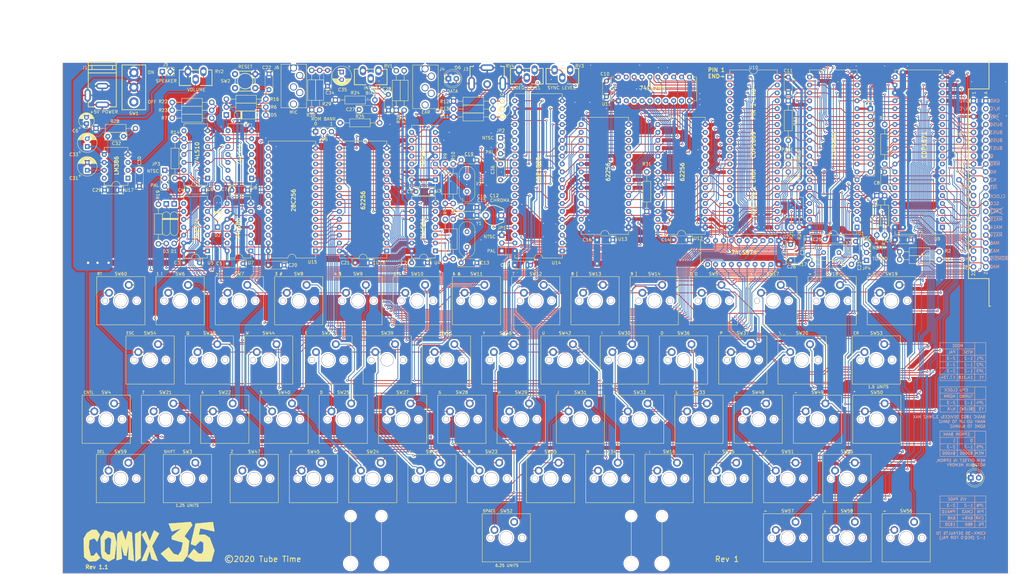
<source format=kicad_pcb>
(kicad_pcb (version 20171130) (host pcbnew "(5.1.0)-1")
  (title_block (title SCOPETREX) (comment 1 "Copyright (C) 2020 Eric Schlaepfer") (comment 2 "License. See https://creativecommons.org/licenses/by-sa/4.0/") (comment 3 "This work is licensed under a Creative Commons Attribution-ShareAlike 4.0 International"))
  (layers (0 F.Cu signal) (31 B.Cu signal) (34 B.Paste user hide) (35 F.Paste user hide) (36 B.SilkS user) (37 F.SilkS user) (38 B.Mask user) (39 F.Mask user) (44 Edge.Cuts user))
  (net 0 "")
  (net 1 +5V)
  (net 2 GND)
  (net 3 "Net-(C8-Pad1)")
  (net 4 "Net-(C12-Pad1)")
  (net 5 "Net-(C15-Pad1)")
  (net 6 "Net-(C18-Pad1)")
  (net 7 "Net-(C19-Pad1)")
  (net 8 /~KBDRST)
  (net 9 "Net-(C23-Pad1)")
  (net 10 /cpu/~XTAL)
  (net 11 "Net-(C27-Pad1)")
  (net 12 "Net-(C27-Pad2)")
  (net 13 "Net-(C28-Pad1)")
  (net 14 "Net-(C30-Pad1)")
  (net 15 "Net-(C31-Pad1)")
  (net 16 "Net-(C32-Pad1)")
  (net 17 "Net-(C32-Pad2)")
  (net 18 "Net-(C33-Pad2)")
  (net 19 "Net-(C34-Pad1)")
  (net 20 "Net-(C35-Pad2)")
  (net 21 "Net-(D1-Pad2)")
  (net 22 "Net-(D1-Pad1)")
  (net 23 "Net-(D2-Pad1)")
  (net 24 "Net-(D2-Pad2)")
  (net 25 "Net-(D3-Pad1)")
  (net 26 /~INT)
  (net 27 "Net-(J1-Pad1)")
  (net 28 /BUS1)
  (net 29 /BUS0)
  (net 30 /BUS2)
  (net 31 /BUS3)
  (net 32 /BUS4)
  (net 33 /BUS5)
  (net 34 /BUS6)
  (net 35 /BUS7)
  (net 36 /Q)
  (net 37 /~RESET)
  (net 38 /~MRD)
  (net 39 /TPA)
  (net 40 /N0)
  (net 41 /N1)
  (net 42 /N2)
  (net 43 /~WAIT)
  (net 44 /CLOCK)
  (net 45 /SC1)
  (net 46 /SC0)
  (net 47 /~EF4)
  (net 48 /TPB)
  (net 49 /~MA15)
  (net 50 /~MWR)
  (net 51 /MA14)
  (net 52 /MA7)
  (net 53 /~MA14)
  (net 54 /MA5)
  (net 55 /MA6)
  (net 56 /MA4)
  (net 57 /MA3)
  (net 58 /MA2)
  (net 59 /~ROMDIS)
  (net 60 /MA1)
  (net 61 /MA0)
  (net 62 "Net-(J3-Pad1)")
  (net 63 "Net-(JP1-Pad2)")
  (net 64 "Net-(JP2-Pad3)")
  (net 65 /video/CHROMA)
  (net 66 "Net-(JP2-Pad1)")
  (net 67 /cpu/~EF2)
  (net 68 /CPUCLK)
  (net 69 "Net-(JP5-Pad2)")
  (net 70 /video/CMA3)
  (net 71 /video/PMA10)
  (net 72 "Net-(Q1-Pad1)")
  (net 73 "Net-(Q1-Pad2)")
  (net 74 "Net-(Q1-Pad3)")
  (net 75 "Net-(R1-Pad1)")
  (net 76 "Net-(R3-Pad1)")
  (net 77 "Net-(R4-Pad2)")
  (net 78 /video/LUMA)
  (net 79 /video/~COMPSYNC)
  (net 80 "Net-(R10-Pad1)")
  (net 81 /~RTP)
  (net 82 "Net-(R20-Pad1)")
  (net 83 "Net-(R21-Pad1)")
  (net 84 /cassetteaudio/SOUND)
  (net 85 "Net-(R22-Pad1)")
  (net 86 "Net-(R26-Pad2)")
  (net 87 "Net-(R27-Pad1)")
  (net 88 "Net-(R29-Pad2)")
  (net 89 "Net-(RV2-Pad2)")
  (net 90 "Net-(SW13-Pad2)")
  (net 91 "Net-(SW10-Pad1)")
  (net 92 "Net-(SW14-Pad2)")
  (net 93 "Net-(SW15-Pad2)")
  (net 94 "Net-(SW16-Pad2)")
  (net 95 "Net-(SW17-Pad2)")
  (net 96 "Net-(SW10-Pad2)")
  (net 97 "Net-(SW11-Pad2)")
  (net 98 "Net-(SW12-Pad2)")
  (net 99 "Net-(SW13-Pad1)")
  (net 100 "Net-(SW21-Pad1)")
  (net 101 "Net-(SW29-Pad1)")
  (net 102 "Net-(SW37-Pad1)")
  (net 103 "Net-(SW45-Pad1)")
  (net 104 "Net-(SW53-Pad1)")
  (net 105 /~PREDISP)
  (net 106 /~EF3)
  (net 107 "Net-(U2-Pad11)")
  (net 108 /cpu/MA15)
  (net 109 /cpu/MA13)
  (net 110 /cpu/MA12)
  (net 111 /cpu/MA11)
  (net 112 /cpu/MA10)
  (net 113 /cpu/MA9)
  (net 114 /cpu/MA8)
  (net 115 "Net-(U3-Pad2)")
  (net 116 /video/DOTCLK)
  (net 117 "Net-(U3-Pad12)")
  (net 118 /video/COLORCLK)
  (net 119 "Net-(U4-Pad5)")
  (net 120 "Net-(U4-Pad6)")
  (net 121 "Net-(U11-Pad19)")
  (net 122 "Net-(U10-Pad39)")
  (net 123 "Net-(U6-Pad12)")
  (net 124 /memories/~ROMCS)
  (net 125 "Net-(U7-Pad12)")
  (net 126 /memories/~RAMCS)
  (net 127 "Net-(U8-Pad10)")
  (net 128 "Net-(U8-Pad2)")
  (net 129 /keyboard/~N=3)
  (net 130 "Net-(U10-Pad38)")
  (net 131 "Net-(U10-Pad37)")
  (net 132 "Net-(U10-Pad36)")
  (net 133 /video/PMA0)
  (net 134 /video/PMA1)
  (net 135 /video/PMA2)
  (net 136 /video/PMA3)
  (net 137 /video/PMA4)
  (net 138 /video/PMA5)
  (net 139 /video/PMA6)
  (net 140 /video/PMA7)
  (net 141 /video/PMA8)
  (net 142 /video/PMA9)
  (net 143 /video/CMA2)
  (net 144 /video/CMA1)
  (net 145 /video/CMA0)
  (net 146 "Net-(U10-Pad18)")
  (net 147 "Net-(U10-Pad17)")
  (net 148 "Net-(U10-Pad16)")
  (net 149 /video/PMD7)
  (net 150 /video/PMD6)
  (net 151 /video/PMD5)
  (net 152 /video/PMD4)
  (net 153 /video/PMD3)
  (net 154 /video/PMD2)
  (net 155 /video/PMD1)
  (net 156 /video/PMD0)
  (net 157 /video/CCB1)
  (net 158 /video/CCB0)
  (net 159 /video/CDB5)
  (net 160 /video/CDB4)
  (net 161 /video/CDB3)
  (net 162 /video/CDB2)
  (net 163 /video/CDB1)
  (net 164 /video/CDB0)
  (net 165 /video/C3P10)
  (net 166 "Net-(D4-Pad2)")
  (net 167 "Net-(D5-Pad1)")
  (net 168 "Net-(D6-Pad2)")
  (net 169 "Net-(R7-Pad2)")
  (module Switch:CHERRY_MX (layer F.Cu) (at 62.23 192.532)
    (fp_text reference SW59 (at 0 -8.636) (layer F.SilkS))
    (fp_text value DELETE)
    (pad "" np_thru_hole circle (at 0 0) (size 4.1402 4.1402) (drill 3.9878) (layers *.Cu *.Mask))
    (pad "" np_thru_hole circle (at 5.08 0) (size 1.8542 1.8542) (drill 1.7018) (layers *.Cu *.Mask))
    (pad "" np_thru_hole circle (at -5.08 0) (size 1.8542 1.8542) (drill 1.7018) (layers *.Cu *.Mask))
    (pad 2 thru_hole circle (at 2.54 -5.08) (size 2.54 2.54) (drill 1.4986) (layers *.Cu *.Mask) (net 97 "Net-(SW11-Pad2)"))
    (pad 1 thru_hole circle (at -3.81 -2.54) (size 2.54 2.54) (drill 1.4986) (layers *.Cu *.Mask) (net 104 "Net-(SW53-Pad1)"))
  )
  (module Switch:CHERRY_MX (layer F.Cu) (at 310.007 135.382)
    (fp_text reference SW19 (at 0 -8.636) (layer F.SilkS))
    (fp_text value >)
    (pad "" np_thru_hole circle (at 0 0) (size 4.1402 4.1402) (drill 3.9878) (layers *.Cu *.Mask))
    (pad "" np_thru_hole circle (at 5.08 0) (size 1.8542 1.8542) (drill 1.7018) (layers *.Cu *.Mask))
    (pad "" np_thru_hole circle (at -5.08 0) (size 1.8542 1.8542) (drill 1.7018) (layers *.Cu *.Mask))
    (pad 2 thru_hole circle (at 2.54 -5.08) (size 2.54 2.54) (drill 1.4986) (layers *.Cu *.Mask) (net 97 "Net-(SW11-Pad2)"))
    (pad 1 thru_hole circle (at -3.81 -2.54) (size 2.54 2.54) (drill 1.4986) (layers *.Cu *.Mask) (net 99 "Net-(SW13-Pad1)"))
  )
  (module Conn:KOBICONN_161-03X0-E (layer F.Cu) (at 180.086 65.786 180)
    (fp_text reference J3 (at 6.858 4.826 180) (layer F.SilkS))
    (fp_text value VIDEO)
    (pad 2 thru_hole oval (at 5 0.2 270) (size 4.4 2.1) (drill oval 3.3 1.1) (layers *.Cu *.Mask) (net 2 GND))
    (pad 2 thru_hole oval (at 0 5.3) (size 4.4 2.1) (drill oval 3.3 1.1) (layers *.Cu *.Mask) (net 2 GND))
    (pad 2 thru_hole oval (at -5 0.2 270) (size 4.4 2.1) (drill oval 3.3 1.1) (layers *.Cu *.Mask) (net 2 GND))
    (pad 1 thru_hole circle (at 0 0 180) (size 2.5 2.5) (drill 1.4) (layers *.Cu *.Mask) (net 62 "Net-(J3-Pad1)"))
  )
  (module Conn:CUI_SJ1-353XN (layer F.Cu) (at 161.036 60.833)
    (fp_text reference J4 (at 4.572 0.127) (layer F.SilkS))
    (fp_text value EAR)
    (pad 4 thru_hole circle (at -0.9 11.6) (size 2.3 2.3) (drill 1.7) (layers *.Cu *.Mask))
    (pad 3 thru_hole circle (at 1.1 7.9) (size 2.3 2.3) (drill 1.7) (layers *.Cu *.Mask))
    (pad 5 thru_hole circle (at -0.9 6.1) (size 2.3 2.3) (drill 1.7) (layers *.Cu *.Mask))
    (pad 2 thru_hole circle (at 1.1 2.4) (size 2.3 2.3) (drill 1.7) (layers *.Cu *.Mask) (net 12 "Net-(C27-Pad2)"))
    (pad 1 thru_hole circle (at -0.9 0) (size 2.3 2.3) (drill 1.7) (layers *.Cu *.Mask) (net 2 GND))
  )
  (module Conn:CUI_SJ1-353XN (layer F.Cu) (at 118.745 60.579)
    (fp_text reference J6 (at -6.35 -0.14) (layer F.SilkS))
    (fp_text value MIC)
    (pad 4 thru_hole circle (at -0.9 11.6) (size 2.3 2.3) (drill 1.7) (layers *.Cu *.Mask))
    (pad 3 thru_hole circle (at 1.1 7.9) (size 2.3 2.3) (drill 1.7) (layers *.Cu *.Mask))
    (pad 5 thru_hole circle (at -0.9 6.1) (size 2.3 2.3) (drill 1.7) (layers *.Cu *.Mask))
    (pad 2 thru_hole circle (at 1.1 2.4) (size 2.3 2.3) (drill 1.7) (layers *.Cu *.Mask) (net 20 "Net-(C35-Pad2)"))
    (pad 1 thru_hole circle (at -0.9 0) (size 2.3 2.3) (drill 1.7) (layers *.Cu *.Mask) (net 2 GND))
  )
  (module Switch:CHERRY_MX (layer F.Cu) (at 252.857 135.382)
    (fp_text reference SW5 (at 0 -8.636) (layer F.SilkS))
    (fp_text value 0)
    (pad "" np_thru_hole circle (at 0 0) (size 4.1402 4.1402) (drill 3.9878) (layers *.Cu *.Mask))
    (pad "" np_thru_hole circle (at 5.08 0) (size 1.8542 1.8542) (drill 1.7018) (layers *.Cu *.Mask))
    (pad "" np_thru_hole circle (at -5.08 0) (size 1.8542 1.8542) (drill 1.7018) (layers *.Cu *.Mask))
    (pad 2 thru_hole circle (at 2.54 -5.08) (size 2.54 2.54) (drill 1.4986) (layers *.Cu *.Mask) (net 90 "Net-(SW13-Pad2)"))
    (pad 1 thru_hole circle (at -3.81 -2.54) (size 2.54 2.54) (drill 1.4986) (layers *.Cu *.Mask) (net 91 "Net-(SW10-Pad1)"))
  )
  (module Switch:CHERRY_MX (layer F.Cu) (at 81.407 135.382)
    (fp_text reference SW6 (at 0 -8.636) (layer F.SilkS))
    (fp_text value 1)
    (pad "" np_thru_hole circle (at 0 0) (size 4.1402 4.1402) (drill 3.9878) (layers *.Cu *.Mask))
    (pad "" np_thru_hole circle (at 5.08 0) (size 1.8542 1.8542) (drill 1.7018) (layers *.Cu *.Mask))
    (pad "" np_thru_hole circle (at -5.08 0) (size 1.8542 1.8542) (drill 1.7018) (layers *.Cu *.Mask))
    (pad 2 thru_hole circle (at 2.54 -5.08) (size 2.54 2.54) (drill 1.4986) (layers *.Cu *.Mask) (net 92 "Net-(SW14-Pad2)"))
    (pad 1 thru_hole circle (at -3.81 -2.54) (size 2.54 2.54) (drill 1.4986) (layers *.Cu *.Mask) (net 91 "Net-(SW10-Pad1)"))
  )
  (module Switch:CHERRY_MX (layer F.Cu) (at 100.457 135.382)
    (fp_text reference SW7 (at 0 -8.636) (layer F.SilkS))
    (fp_text value 2)
    (pad "" np_thru_hole circle (at 0 0) (size 4.1402 4.1402) (drill 3.9878) (layers *.Cu *.Mask))
    (pad "" np_thru_hole circle (at 5.08 0) (size 1.8542 1.8542) (drill 1.7018) (layers *.Cu *.Mask))
    (pad "" np_thru_hole circle (at -5.08 0) (size 1.8542 1.8542) (drill 1.7018) (layers *.Cu *.Mask))
    (pad 2 thru_hole circle (at 2.54 -5.08) (size 2.54 2.54) (drill 1.4986) (layers *.Cu *.Mask) (net 93 "Net-(SW15-Pad2)"))
    (pad 1 thru_hole circle (at -3.81 -2.54) (size 2.54 2.54) (drill 1.4986) (layers *.Cu *.Mask) (net 91 "Net-(SW10-Pad1)"))
  )
  (module Switch:CHERRY_MX (layer F.Cu) (at 119.507 135.382)
    (fp_text reference SW8 (at 0 -8.636) (layer F.SilkS))
    (fp_text value 3)
    (pad "" np_thru_hole circle (at 0 0) (size 4.1402 4.1402) (drill 3.9878) (layers *.Cu *.Mask))
    (pad "" np_thru_hole circle (at 5.08 0) (size 1.8542 1.8542) (drill 1.7018) (layers *.Cu *.Mask))
    (pad "" np_thru_hole circle (at -5.08 0) (size 1.8542 1.8542) (drill 1.7018) (layers *.Cu *.Mask))
    (pad 2 thru_hole circle (at 2.54 -5.08) (size 2.54 2.54) (drill 1.4986) (layers *.Cu *.Mask) (net 94 "Net-(SW16-Pad2)"))
    (pad 1 thru_hole circle (at -3.81 -2.54) (size 2.54 2.54) (drill 1.4986) (layers *.Cu *.Mask) (net 91 "Net-(SW10-Pad1)"))
  )
  (module Switch:CHERRY_MX (layer F.Cu) (at 138.557 135.382)
    (fp_text reference SW9 (at 0 -8.636) (layer F.SilkS))
    (fp_text value 4)
    (pad "" np_thru_hole circle (at 0 0) (size 4.1402 4.1402) (drill 3.9878) (layers *.Cu *.Mask))
    (pad "" np_thru_hole circle (at 5.08 0) (size 1.8542 1.8542) (drill 1.7018) (layers *.Cu *.Mask))
    (pad "" np_thru_hole circle (at -5.08 0) (size 1.8542 1.8542) (drill 1.7018) (layers *.Cu *.Mask))
    (pad 2 thru_hole circle (at 2.54 -5.08) (size 2.54 2.54) (drill 1.4986) (layers *.Cu *.Mask) (net 95 "Net-(SW17-Pad2)"))
    (pad 1 thru_hole circle (at -3.81 -2.54) (size 2.54 2.54) (drill 1.4986) (layers *.Cu *.Mask) (net 91 "Net-(SW10-Pad1)"))
  )
  (module Switch:CHERRY_MX (layer F.Cu) (at 157.607 135.382)
    (fp_text reference SW10 (at 0 -8.636) (layer F.SilkS))
    (fp_text value 5)
    (pad "" np_thru_hole circle (at 0 0) (size 4.1402 4.1402) (drill 3.9878) (layers *.Cu *.Mask))
    (pad "" np_thru_hole circle (at 5.08 0) (size 1.8542 1.8542) (drill 1.7018) (layers *.Cu *.Mask))
    (pad "" np_thru_hole circle (at -5.08 0) (size 1.8542 1.8542) (drill 1.7018) (layers *.Cu *.Mask))
    (pad 2 thru_hole circle (at 2.54 -5.08) (size 2.54 2.54) (drill 1.4986) (layers *.Cu *.Mask) (net 96 "Net-(SW10-Pad2)"))
    (pad 1 thru_hole circle (at -3.81 -2.54) (size 2.54 2.54) (drill 1.4986) (layers *.Cu *.Mask) (net 91 "Net-(SW10-Pad1)"))
  )
  (module Switch:CHERRY_MX (layer F.Cu) (at 176.657 135.382)
    (fp_text reference SW11 (at 0 -8.636) (layer F.SilkS))
    (fp_text value 6)
    (pad "" np_thru_hole circle (at 0 0) (size 4.1402 4.1402) (drill 3.9878) (layers *.Cu *.Mask))
    (pad "" np_thru_hole circle (at 5.08 0) (size 1.8542 1.8542) (drill 1.7018) (layers *.Cu *.Mask))
    (pad "" np_thru_hole circle (at -5.08 0) (size 1.8542 1.8542) (drill 1.7018) (layers *.Cu *.Mask))
    (pad 2 thru_hole circle (at 2.54 -5.08) (size 2.54 2.54) (drill 1.4986) (layers *.Cu *.Mask) (net 97 "Net-(SW11-Pad2)"))
    (pad 1 thru_hole circle (at -3.81 -2.54) (size 2.54 2.54) (drill 1.4986) (layers *.Cu *.Mask) (net 91 "Net-(SW10-Pad1)"))
  )
  (module Switch:CHERRY_MX (layer F.Cu) (at 195.707 135.382)
    (fp_text reference SW12 (at 0 -8.636) (layer F.SilkS))
    (fp_text value 7)
    (pad "" np_thru_hole circle (at 0 0) (size 4.1402 4.1402) (drill 3.9878) (layers *.Cu *.Mask))
    (pad "" np_thru_hole circle (at 5.08 0) (size 1.8542 1.8542) (drill 1.7018) (layers *.Cu *.Mask))
    (pad "" np_thru_hole circle (at -5.08 0) (size 1.8542 1.8542) (drill 1.7018) (layers *.Cu *.Mask))
    (pad 2 thru_hole circle (at 2.54 -5.08) (size 2.54 2.54) (drill 1.4986) (layers *.Cu *.Mask) (net 98 "Net-(SW12-Pad2)"))
    (pad 1 thru_hole circle (at -3.81 -2.54) (size 2.54 2.54) (drill 1.4986) (layers *.Cu *.Mask) (net 91 "Net-(SW10-Pad1)"))
  )
  (module Switch:CHERRY_MX (layer F.Cu) (at 214.757 135.382)
    (fp_text reference SW13 (at 0 -8.636) (layer F.SilkS))
    (fp_text value 8)
    (pad "" np_thru_hole circle (at 0 0) (size 4.1402 4.1402) (drill 3.9878) (layers *.Cu *.Mask))
    (pad "" np_thru_hole circle (at 5.08 0) (size 1.8542 1.8542) (drill 1.7018) (layers *.Cu *.Mask))
    (pad "" np_thru_hole circle (at -5.08 0) (size 1.8542 1.8542) (drill 1.7018) (layers *.Cu *.Mask))
    (pad 2 thru_hole circle (at 2.54 -5.08) (size 2.54 2.54) (drill 1.4986) (layers *.Cu *.Mask) (net 90 "Net-(SW13-Pad2)"))
    (pad 1 thru_hole circle (at -3.81 -2.54) (size 2.54 2.54) (drill 1.4986) (layers *.Cu *.Mask) (net 99 "Net-(SW13-Pad1)"))
  )
  (module Switch:CHERRY_MX (layer F.Cu) (at 233.807 135.382)
    (fp_text reference SW14 (at 0 -8.636) (layer F.SilkS))
    (fp_text value 9)
    (pad "" np_thru_hole circle (at 0 0) (size 4.1402 4.1402) (drill 3.9878) (layers *.Cu *.Mask))
    (pad "" np_thru_hole circle (at 5.08 0) (size 1.8542 1.8542) (drill 1.7018) (layers *.Cu *.Mask))
    (pad "" np_thru_hole circle (at -5.08 0) (size 1.8542 1.8542) (drill 1.7018) (layers *.Cu *.Mask))
    (pad 2 thru_hole circle (at 2.54 -5.08) (size 2.54 2.54) (drill 1.4986) (layers *.Cu *.Mask) (net 92 "Net-(SW14-Pad2)"))
    (pad 1 thru_hole circle (at -3.81 -2.54) (size 2.54 2.54) (drill 1.4986) (layers *.Cu *.Mask) (net 99 "Net-(SW13-Pad1)"))
  )
  (module Switch:CHERRY_MX (layer F.Cu) (at 257.6195 192.532)
    (fp_text reference SW15 (at 0 -8.636) (layer F.SilkS))
    (fp_text value .)
    (pad "" np_thru_hole circle (at 0 0) (size 4.1402 4.1402) (drill 3.9878) (layers *.Cu *.Mask))
    (pad "" np_thru_hole circle (at 5.08 0) (size 1.8542 1.8542) (drill 1.7018) (layers *.Cu *.Mask))
    (pad "" np_thru_hole circle (at -5.08 0) (size 1.8542 1.8542) (drill 1.7018) (layers *.Cu *.Mask))
    (pad 2 thru_hole circle (at 2.54 -5.08) (size 2.54 2.54) (drill 1.4986) (layers *.Cu *.Mask) (net 93 "Net-(SW15-Pad2)"))
    (pad 1 thru_hole circle (at -3.81 -2.54) (size 2.54 2.54) (drill 1.4986) (layers *.Cu *.Mask) (net 99 "Net-(SW13-Pad1)"))
  )
  (module Switch:CHERRY_MX (layer F.Cu) (at 238.5695 192.532)
    (fp_text reference SW16 (at 0 -8.636) (layer F.SilkS))
    (fp_text value ,)
    (pad "" np_thru_hole circle (at 0 0) (size 4.1402 4.1402) (drill 3.9878) (layers *.Cu *.Mask))
    (pad "" np_thru_hole circle (at 5.08 0) (size 1.8542 1.8542) (drill 1.7018) (layers *.Cu *.Mask))
    (pad "" np_thru_hole circle (at -5.08 0) (size 1.8542 1.8542) (drill 1.7018) (layers *.Cu *.Mask))
    (pad 2 thru_hole circle (at 2.54 -5.08) (size 2.54 2.54) (drill 1.4986) (layers *.Cu *.Mask) (net 94 "Net-(SW16-Pad2)"))
    (pad 1 thru_hole circle (at -3.81 -2.54) (size 2.54 2.54) (drill 1.4986) (layers *.Cu *.Mask) (net 99 "Net-(SW13-Pad1)"))
  )
  (module Switch:CHERRY_MX (layer F.Cu) (at 271.907 135.382)
    (fp_text reference SW17 (at 0 -8.636) (layer F.SilkS))
    (fp_text value <)
    (pad "" np_thru_hole circle (at 0 0) (size 4.1402 4.1402) (drill 3.9878) (layers *.Cu *.Mask))
    (pad "" np_thru_hole circle (at 5.08 0) (size 1.8542 1.8542) (drill 1.7018) (layers *.Cu *.Mask))
    (pad "" np_thru_hole circle (at -5.08 0) (size 1.8542 1.8542) (drill 1.7018) (layers *.Cu *.Mask))
    (pad 2 thru_hole circle (at 2.54 -5.08) (size 2.54 2.54) (drill 1.4986) (layers *.Cu *.Mask) (net 95 "Net-(SW17-Pad2)"))
    (pad 1 thru_hole circle (at -3.81 -2.54) (size 2.54 2.54) (drill 1.4986) (layers *.Cu *.Mask) (net 99 "Net-(SW13-Pad1)"))
  )
  (module Switch:CHERRY_MX (layer F.Cu) (at 290.957 135.382)
    (fp_text reference SW18 (at 0 -8.636) (layer F.SilkS))
    (fp_text value =)
    (pad "" np_thru_hole circle (at 0 0) (size 4.1402 4.1402) (drill 3.9878) (layers *.Cu *.Mask))
    (pad "" np_thru_hole circle (at 5.08 0) (size 1.8542 1.8542) (drill 1.7018) (layers *.Cu *.Mask))
    (pad "" np_thru_hole circle (at -5.08 0) (size 1.8542 1.8542) (drill 1.7018) (layers *.Cu *.Mask))
    (pad 2 thru_hole circle (at 2.54 -5.08) (size 2.54 2.54) (drill 1.4986) (layers *.Cu *.Mask) (net 96 "Net-(SW10-Pad2)"))
    (pad 1 thru_hole circle (at -3.81 -2.54) (size 2.54 2.54) (drill 1.4986) (layers *.Cu *.Mask) (net 99 "Net-(SW13-Pad1)"))
  )
  (module Switch:CHERRY_MX (layer F.Cu) (at 281.305 154.432)
    (fp_text reference SW20 (at 0 -8.636) (layer F.SilkS))
    (fp_text value \)
    (pad "" np_thru_hole circle (at 0 0) (size 4.1402 4.1402) (drill 3.9878) (layers *.Cu *.Mask))
    (pad "" np_thru_hole circle (at 5.08 0) (size 1.8542 1.8542) (drill 1.7018) (layers *.Cu *.Mask))
    (pad "" np_thru_hole circle (at -5.08 0) (size 1.8542 1.8542) (drill 1.7018) (layers *.Cu *.Mask))
    (pad 2 thru_hole circle (at 2.54 -5.08) (size 2.54 2.54) (drill 1.4986) (layers *.Cu *.Mask) (net 98 "Net-(SW12-Pad2)"))
    (pad 1 thru_hole circle (at -3.81 -2.54) (size 2.54 2.54) (drill 1.4986) (layers *.Cu *.Mask) (net 99 "Net-(SW13-Pad1)"))
  )
  (module Switch:CHERRY_MX (layer F.Cu) (at 76.708 173.482)
    (fp_text reference SW21 (at 0 -8.636) (layer F.SilkS))
    (fp_text value ?)
    (pad "" np_thru_hole circle (at 0 0) (size 4.1402 4.1402) (drill 3.9878) (layers *.Cu *.Mask))
    (pad "" np_thru_hole circle (at 5.08 0) (size 1.8542 1.8542) (drill 1.7018) (layers *.Cu *.Mask))
    (pad "" np_thru_hole circle (at -5.08 0) (size 1.8542 1.8542) (drill 1.7018) (layers *.Cu *.Mask))
    (pad 2 thru_hole circle (at 2.54 -5.08) (size 2.54 2.54) (drill 1.4986) (layers *.Cu *.Mask) (net 90 "Net-(SW13-Pad2)"))
    (pad 1 thru_hole circle (at -3.81 -2.54) (size 2.54 2.54) (drill 1.4986) (layers *.Cu *.Mask) (net 100 "Net-(SW21-Pad1)"))
  )
  (module Switch:CHERRY_MX (layer F.Cu) (at 95.758 173.482)
    (fp_text reference SW22 (at 0 -8.636) (layer F.SilkS))
    (fp_text value A)
    (pad "" np_thru_hole circle (at 0 0) (size 4.1402 4.1402) (drill 3.9878) (layers *.Cu *.Mask))
    (pad "" np_thru_hole circle (at 5.08 0) (size 1.8542 1.8542) (drill 1.7018) (layers *.Cu *.Mask))
    (pad "" np_thru_hole circle (at -5.08 0) (size 1.8542 1.8542) (drill 1.7018) (layers *.Cu *.Mask))
    (pad 2 thru_hole circle (at 2.54 -5.08) (size 2.54 2.54) (drill 1.4986) (layers *.Cu *.Mask) (net 92 "Net-(SW14-Pad2)"))
    (pad 1 thru_hole circle (at -3.81 -2.54) (size 2.54 2.54) (drill 1.4986) (layers *.Cu *.Mask) (net 100 "Net-(SW21-Pad1)"))
  )
  (module Switch:CHERRY_MX (layer F.Cu) (at 181.4195 192.532)
    (fp_text reference SW23 (at 0 -8.636) (layer F.SilkS))
    (fp_text value B)
    (pad "" np_thru_hole circle (at 0 0) (size 4.1402 4.1402) (drill 3.9878) (layers *.Cu *.Mask))
    (pad "" np_thru_hole circle (at 5.08 0) (size 1.8542 1.8542) (drill 1.7018) (layers *.Cu *.Mask))
    (pad "" np_thru_hole circle (at -5.08 0) (size 1.8542 1.8542) (drill 1.7018) (layers *.Cu *.Mask))
    (pad 2 thru_hole circle (at 2.54 -5.08) (size 2.54 2.54) (drill 1.4986) (layers *.Cu *.Mask) (net 93 "Net-(SW15-Pad2)"))
    (pad 1 thru_hole circle (at -3.81 -2.54) (size 2.54 2.54) (drill 1.4986) (layers *.Cu *.Mask) (net 100 "Net-(SW21-Pad1)"))
  )
  (module Switch:CHERRY_MX (layer F.Cu) (at 143.3195 192.532)
    (fp_text reference SW24 (at 0 -8.636) (layer F.SilkS))
    (fp_text value C)
    (pad "" np_thru_hole circle (at 0 0) (size 4.1402 4.1402) (drill 3.9878) (layers *.Cu *.Mask))
    (pad "" np_thru_hole circle (at 5.08 0) (size 1.8542 1.8542) (drill 1.7018) (layers *.Cu *.Mask))
    (pad "" np_thru_hole circle (at -5.08 0) (size 1.8542 1.8542) (drill 1.7018) (layers *.Cu *.Mask))
    (pad 2 thru_hole circle (at 2.54 -5.08) (size 2.54 2.54) (drill 1.4986) (layers *.Cu *.Mask) (net 94 "Net-(SW16-Pad2)"))
    (pad 1 thru_hole circle (at -3.81 -2.54) (size 2.54 2.54) (drill 1.4986) (layers *.Cu *.Mask) (net 100 "Net-(SW21-Pad1)"))
  )
  (module Switch:CHERRY_MX (layer F.Cu) (at 133.858 173.482)
    (fp_text reference SW25 (at 0 -8.636) (layer F.SilkS))
    (fp_text value D)
    (pad "" np_thru_hole circle (at 0 0) (size 4.1402 4.1402) (drill 3.9878) (layers *.Cu *.Mask))
    (pad "" np_thru_hole circle (at 5.08 0) (size 1.8542 1.8542) (drill 1.7018) (layers *.Cu *.Mask))
    (pad "" np_thru_hole circle (at -5.08 0) (size 1.8542 1.8542) (drill 1.7018) (layers *.Cu *.Mask))
    (pad 2 thru_hole circle (at 2.54 -5.08) (size 2.54 2.54) (drill 1.4986) (layers *.Cu *.Mask) (net 95 "Net-(SW17-Pad2)"))
    (pad 1 thru_hole circle (at -3.81 -2.54) (size 2.54 2.54) (drill 1.4986) (layers *.Cu *.Mask) (net 100 "Net-(SW21-Pad1)"))
  )
  (module Switch:CHERRY_MX (layer F.Cu) (at 128.905 154.432)
    (fp_text reference SW26 (at 0 -8.636) (layer F.SilkS))
    (fp_text value E)
    (pad "" np_thru_hole circle (at 0 0) (size 4.1402 4.1402) (drill 3.9878) (layers *.Cu *.Mask))
    (pad "" np_thru_hole circle (at 5.08 0) (size 1.8542 1.8542) (drill 1.7018) (layers *.Cu *.Mask))
    (pad "" np_thru_hole circle (at -5.08 0) (size 1.8542 1.8542) (drill 1.7018) (layers *.Cu *.Mask))
    (pad 2 thru_hole circle (at 2.54 -5.08) (size 2.54 2.54) (drill 1.4986) (layers *.Cu *.Mask) (net 96 "Net-(SW10-Pad2)"))
    (pad 1 thru_hole circle (at -3.81 -2.54) (size 2.54 2.54) (drill 1.4986) (layers *.Cu *.Mask) (net 100 "Net-(SW21-Pad1)"))
  )
  (module Switch:CHERRY_MX (layer F.Cu) (at 152.908 173.482)
    (fp_text reference SW27 (at 0 -8.636) (layer F.SilkS))
    (fp_text value F)
    (pad "" np_thru_hole circle (at 0 0) (size 4.1402 4.1402) (drill 3.9878) (layers *.Cu *.Mask))
    (pad "" np_thru_hole circle (at 5.08 0) (size 1.8542 1.8542) (drill 1.7018) (layers *.Cu *.Mask))
    (pad "" np_thru_hole circle (at -5.08 0) (size 1.8542 1.8542) (drill 1.7018) (layers *.Cu *.Mask))
    (pad 2 thru_hole circle (at 2.54 -5.08) (size 2.54 2.54) (drill 1.4986) (layers *.Cu *.Mask) (net 97 "Net-(SW11-Pad2)"))
    (pad 1 thru_hole circle (at -3.81 -2.54) (size 2.54 2.54) (drill 1.4986) (layers *.Cu *.Mask) (net 100 "Net-(SW21-Pad1)"))
  )
  (module Switch:CHERRY_MX (layer F.Cu) (at 171.958 173.482)
    (fp_text reference SW28 (at 0 -8.636) (layer F.SilkS))
    (fp_text value G)
    (pad "" np_thru_hole circle (at 0 0) (size 4.1402 4.1402) (drill 3.9878) (layers *.Cu *.Mask))
    (pad "" np_thru_hole circle (at 5.08 0) (size 1.8542 1.8542) (drill 1.7018) (layers *.Cu *.Mask))
    (pad "" np_thru_hole circle (at -5.08 0) (size 1.8542 1.8542) (drill 1.7018) (layers *.Cu *.Mask))
    (pad 2 thru_hole circle (at 2.54 -5.08) (size 2.54 2.54) (drill 1.4986) (layers *.Cu *.Mask) (net 98 "Net-(SW12-Pad2)"))
    (pad 1 thru_hole circle (at -3.81 -2.54) (size 2.54 2.54) (drill 1.4986) (layers *.Cu *.Mask) (net 100 "Net-(SW21-Pad1)"))
  )
  (module Switch:CHERRY_MX (layer F.Cu) (at 191.008 173.482)
    (fp_text reference SW29 (at 0 -8.636) (layer F.SilkS))
    (fp_text value H)
    (pad "" np_thru_hole circle (at 0 0) (size 4.1402 4.1402) (drill 3.9878) (layers *.Cu *.Mask))
    (pad "" np_thru_hole circle (at 5.08 0) (size 1.8542 1.8542) (drill 1.7018) (layers *.Cu *.Mask))
    (pad "" np_thru_hole circle (at -5.08 0) (size 1.8542 1.8542) (drill 1.7018) (layers *.Cu *.Mask))
    (pad 2 thru_hole circle (at 2.54 -5.08) (size 2.54 2.54) (drill 1.4986) (layers *.Cu *.Mask) (net 90 "Net-(SW13-Pad2)"))
    (pad 1 thru_hole circle (at -3.81 -2.54) (size 2.54 2.54) (drill 1.4986) (layers *.Cu *.Mask) (net 101 "Net-(SW29-Pad1)"))
  )
  (module Switch:CHERRY_MX (layer F.Cu) (at 224.155 154.432)
    (fp_text reference SW30 (at 0 -8.636) (layer F.SilkS))
    (fp_text value I)
    (pad "" np_thru_hole circle (at 0 0) (size 4.1402 4.1402) (drill 3.9878) (layers *.Cu *.Mask))
    (pad "" np_thru_hole circle (at 5.08 0) (size 1.8542 1.8542) (drill 1.7018) (layers *.Cu *.Mask))
    (pad "" np_thru_hole circle (at -5.08 0) (size 1.8542 1.8542) (drill 1.7018) (layers *.Cu *.Mask))
    (pad 2 thru_hole circle (at 2.54 -5.08) (size 2.54 2.54) (drill 1.4986) (layers *.Cu *.Mask) (net 92 "Net-(SW14-Pad2)"))
    (pad 1 thru_hole circle (at -3.81 -2.54) (size 2.54 2.54) (drill 1.4986) (layers *.Cu *.Mask) (net 101 "Net-(SW29-Pad1)"))
  )
  (module Switch:CHERRY_MX (layer F.Cu) (at 210.058 173.482)
    (fp_text reference SW31 (at 0 -8.636) (layer F.SilkS))
    (fp_text value J)
    (pad "" np_thru_hole circle (at 0 0) (size 4.1402 4.1402) (drill 3.9878) (layers *.Cu *.Mask))
    (pad "" np_thru_hole circle (at 5.08 0) (size 1.8542 1.8542) (drill 1.7018) (layers *.Cu *.Mask))
    (pad "" np_thru_hole circle (at -5.08 0) (size 1.8542 1.8542) (drill 1.7018) (layers *.Cu *.Mask))
    (pad 2 thru_hole circle (at 2.54 -5.08) (size 2.54 2.54) (drill 1.4986) (layers *.Cu *.Mask) (net 93 "Net-(SW15-Pad2)"))
    (pad 1 thru_hole circle (at -3.81 -2.54) (size 2.54 2.54) (drill 1.4986) (layers *.Cu *.Mask) (net 101 "Net-(SW29-Pad1)"))
  )
  (module Switch:CHERRY_MX (layer F.Cu) (at 229.108 173.482)
    (fp_text reference SW32 (at 0 -8.636) (layer F.SilkS))
    (fp_text value K)
    (pad "" np_thru_hole circle (at 0 0) (size 4.1402 4.1402) (drill 3.9878) (layers *.Cu *.Mask))
    (pad "" np_thru_hole circle (at 5.08 0) (size 1.8542 1.8542) (drill 1.7018) (layers *.Cu *.Mask))
    (pad "" np_thru_hole circle (at -5.08 0) (size 1.8542 1.8542) (drill 1.7018) (layers *.Cu *.Mask))
    (pad 2 thru_hole circle (at 2.54 -5.08) (size 2.54 2.54) (drill 1.4986) (layers *.Cu *.Mask) (net 94 "Net-(SW16-Pad2)"))
    (pad 1 thru_hole circle (at -3.81 -2.54) (size 2.54 2.54) (drill 1.4986) (layers *.Cu *.Mask) (net 101 "Net-(SW29-Pad1)"))
  )
  (module Switch:CHERRY_MX (layer F.Cu) (at 248.158 173.482)
    (fp_text reference SW33 (at 0 -8.636) (layer F.SilkS))
    (fp_text value L)
    (pad "" np_thru_hole circle (at 0 0) (size 4.1402 4.1402) (drill 3.9878) (layers *.Cu *.Mask))
    (pad "" np_thru_hole circle (at 5.08 0) (size 1.8542 1.8542) (drill 1.7018) (layers *.Cu *.Mask))
    (pad "" np_thru_hole circle (at -5.08 0) (size 1.8542 1.8542) (drill 1.7018) (layers *.Cu *.Mask))
    (pad 2 thru_hole circle (at 2.54 -5.08) (size 2.54 2.54) (drill 1.4986) (layers *.Cu *.Mask) (net 95 "Net-(SW17-Pad2)"))
    (pad 1 thru_hole circle (at -3.81 -2.54) (size 2.54 2.54) (drill 1.4986) (layers *.Cu *.Mask) (net 101 "Net-(SW29-Pad1)"))
  )
  (module Switch:CHERRY_MX (layer F.Cu) (at 219.5195 192.532)
    (fp_text reference SW34 (at 0 -8.636) (layer F.SilkS))
    (fp_text value M)
    (pad "" np_thru_hole circle (at 0 0) (size 4.1402 4.1402) (drill 3.9878) (layers *.Cu *.Mask))
    (pad "" np_thru_hole circle (at 5.08 0) (size 1.8542 1.8542) (drill 1.7018) (layers *.Cu *.Mask))
    (pad "" np_thru_hole circle (at -5.08 0) (size 1.8542 1.8542) (drill 1.7018) (layers *.Cu *.Mask))
    (pad 2 thru_hole circle (at 2.54 -5.08) (size 2.54 2.54) (drill 1.4986) (layers *.Cu *.Mask) (net 96 "Net-(SW10-Pad2)"))
    (pad 1 thru_hole circle (at -3.81 -2.54) (size 2.54 2.54) (drill 1.4986) (layers *.Cu *.Mask) (net 101 "Net-(SW29-Pad1)"))
  )
  (module Switch:CHERRY_MX (layer F.Cu) (at 200.4695 192.532)
    (fp_text reference SW35 (at 0 -8.636) (layer F.SilkS))
    (fp_text value N)
    (pad "" np_thru_hole circle (at 0 0) (size 4.1402 4.1402) (drill 3.9878) (layers *.Cu *.Mask))
    (pad "" np_thru_hole circle (at 5.08 0) (size 1.8542 1.8542) (drill 1.7018) (layers *.Cu *.Mask))
    (pad "" np_thru_hole circle (at -5.08 0) (size 1.8542 1.8542) (drill 1.7018) (layers *.Cu *.Mask))
    (pad 2 thru_hole circle (at 2.54 -5.08) (size 2.54 2.54) (drill 1.4986) (layers *.Cu *.Mask) (net 97 "Net-(SW11-Pad2)"))
    (pad 1 thru_hole circle (at -3.81 -2.54) (size 2.54 2.54) (drill 1.4986) (layers *.Cu *.Mask) (net 101 "Net-(SW29-Pad1)"))
  )
  (module Switch:CHERRY_MX (layer F.Cu) (at 243.205 154.432)
    (fp_text reference SW36 (at 0 -8.636) (layer F.SilkS))
    (fp_text value O)
    (pad "" np_thru_hole circle (at 0 0) (size 4.1402 4.1402) (drill 3.9878) (layers *.Cu *.Mask))
    (pad "" np_thru_hole circle (at 5.08 0) (size 1.8542 1.8542) (drill 1.7018) (layers *.Cu *.Mask))
    (pad "" np_thru_hole circle (at -5.08 0) (size 1.8542 1.8542) (drill 1.7018) (layers *.Cu *.Mask))
    (pad 2 thru_hole circle (at 2.54 -5.08) (size 2.54 2.54) (drill 1.4986) (layers *.Cu *.Mask) (net 98 "Net-(SW12-Pad2)"))
    (pad 1 thru_hole circle (at -3.81 -2.54) (size 2.54 2.54) (drill 1.4986) (layers *.Cu *.Mask) (net 101 "Net-(SW29-Pad1)"))
  )
  (module Switch:CHERRY_MX (layer F.Cu) (at 262.255 154.432)
    (fp_text reference SW37 (at 0 -8.636) (layer F.SilkS))
    (fp_text value P)
    (pad "" np_thru_hole circle (at 0 0) (size 4.1402 4.1402) (drill 3.9878) (layers *.Cu *.Mask))
    (pad "" np_thru_hole circle (at 5.08 0) (size 1.8542 1.8542) (drill 1.7018) (layers *.Cu *.Mask))
    (pad "" np_thru_hole circle (at -5.08 0) (size 1.8542 1.8542) (drill 1.7018) (layers *.Cu *.Mask))
    (pad 2 thru_hole circle (at 2.54 -5.08) (size 2.54 2.54) (drill 1.4986) (layers *.Cu *.Mask) (net 90 "Net-(SW13-Pad2)"))
    (pad 1 thru_hole circle (at -3.81 -2.54) (size 2.54 2.54) (drill 1.4986) (layers *.Cu *.Mask) (net 102 "Net-(SW37-Pad1)"))
  )
  (module Switch:CHERRY_MX (layer F.Cu) (at 90.805 154.432)
    (fp_text reference SW38 (at 0 -8.636) (layer F.SilkS))
    (fp_text value Q)
    (pad "" np_thru_hole circle (at 0 0) (size 4.1402 4.1402) (drill 3.9878) (layers *.Cu *.Mask))
    (pad "" np_thru_hole circle (at 5.08 0) (size 1.8542 1.8542) (drill 1.7018) (layers *.Cu *.Mask))
    (pad "" np_thru_hole circle (at -5.08 0) (size 1.8542 1.8542) (drill 1.7018) (layers *.Cu *.Mask))
    (pad 2 thru_hole circle (at 2.54 -5.08) (size 2.54 2.54) (drill 1.4986) (layers *.Cu *.Mask) (net 92 "Net-(SW14-Pad2)"))
    (pad 1 thru_hole circle (at -3.81 -2.54) (size 2.54 2.54) (drill 1.4986) (layers *.Cu *.Mask) (net 102 "Net-(SW37-Pad1)"))
  )
  (module Switch:CHERRY_MX (layer F.Cu) (at 147.955 154.432)
    (fp_text reference SW39 (at 0 -8.636) (layer F.SilkS))
    (fp_text value R)
    (pad "" np_thru_hole circle (at 0 0) (size 4.1402 4.1402) (drill 3.9878) (layers *.Cu *.Mask))
    (pad "" np_thru_hole circle (at 5.08 0) (size 1.8542 1.8542) (drill 1.7018) (layers *.Cu *.Mask))
    (pad "" np_thru_hole circle (at -5.08 0) (size 1.8542 1.8542) (drill 1.7018) (layers *.Cu *.Mask))
    (pad 2 thru_hole circle (at 2.54 -5.08) (size 2.54 2.54) (drill 1.4986) (layers *.Cu *.Mask) (net 93 "Net-(SW15-Pad2)"))
    (pad 1 thru_hole circle (at -3.81 -2.54) (size 2.54 2.54) (drill 1.4986) (layers *.Cu *.Mask) (net 102 "Net-(SW37-Pad1)"))
  )
  (module Switch:CHERRY_MX (layer F.Cu) (at 114.808 173.482)
    (fp_text reference SW40 (at 0 -8.636) (layer F.SilkS))
    (fp_text value S)
    (pad "" np_thru_hole circle (at 0 0) (size 4.1402 4.1402) (drill 3.9878) (layers *.Cu *.Mask))
    (pad "" np_thru_hole circle (at 5.08 0) (size 1.8542 1.8542) (drill 1.7018) (layers *.Cu *.Mask))
    (pad "" np_thru_hole circle (at -5.08 0) (size 1.8542 1.8542) (drill 1.7018) (layers *.Cu *.Mask))
    (pad 2 thru_hole circle (at 2.54 -5.08) (size 2.54 2.54) (drill 1.4986) (layers *.Cu *.Mask) (net 94 "Net-(SW16-Pad2)"))
    (pad 1 thru_hole circle (at -3.81 -2.54) (size 2.54 2.54) (drill 1.4986) (layers *.Cu *.Mask) (net 102 "Net-(SW37-Pad1)"))
  )
  (module Switch:CHERRY_MX (layer F.Cu) (at 167.005 154.432)
    (fp_text reference SW41 (at 0 -8.636) (layer F.SilkS))
    (fp_text value T)
    (pad "" np_thru_hole circle (at 0 0) (size 4.1402 4.1402) (drill 3.9878) (layers *.Cu *.Mask))
    (pad "" np_thru_hole circle (at 5.08 0) (size 1.8542 1.8542) (drill 1.7018) (layers *.Cu *.Mask))
    (pad "" np_thru_hole circle (at -5.08 0) (size 1.8542 1.8542) (drill 1.7018) (layers *.Cu *.Mask))
    (pad 2 thru_hole circle (at 2.54 -5.08) (size 2.54 2.54) (drill 1.4986) (layers *.Cu *.Mask) (net 95 "Net-(SW17-Pad2)"))
    (pad 1 thru_hole circle (at -3.81 -2.54) (size 2.54 2.54) (drill 1.4986) (layers *.Cu *.Mask) (net 102 "Net-(SW37-Pad1)"))
  )
  (module Switch:CHERRY_MX (layer F.Cu) (at 205.105 154.432)
    (fp_text reference SW42 (at 0 -8.636) (layer F.SilkS))
    (fp_text value U)
    (pad "" np_thru_hole circle (at 0 0) (size 4.1402 4.1402) (drill 3.9878) (layers *.Cu *.Mask))
    (pad "" np_thru_hole circle (at 5.08 0) (size 1.8542 1.8542) (drill 1.7018) (layers *.Cu *.Mask))
    (pad "" np_thru_hole circle (at -5.08 0) (size 1.8542 1.8542) (drill 1.7018) (layers *.Cu *.Mask))
    (pad 2 thru_hole circle (at 2.54 -5.08) (size 2.54 2.54) (drill 1.4986) (layers *.Cu *.Mask) (net 96 "Net-(SW10-Pad2)"))
    (pad 1 thru_hole circle (at -3.81 -2.54) (size 2.54 2.54) (drill 1.4986) (layers *.Cu *.Mask) (net 102 "Net-(SW37-Pad1)"))
  )
  (module Switch:CHERRY_MX (layer F.Cu) (at 162.3695 192.532)
    (fp_text reference SW43 (at 0 -8.636) (layer F.SilkS))
    (fp_text value V)
    (pad "" np_thru_hole circle (at 0 0) (size 4.1402 4.1402) (drill 3.9878) (layers *.Cu *.Mask))
    (pad "" np_thru_hole circle (at 5.08 0) (size 1.8542 1.8542) (drill 1.7018) (layers *.Cu *.Mask))
    (pad "" np_thru_hole circle (at -5.08 0) (size 1.8542 1.8542) (drill 1.7018) (layers *.Cu *.Mask))
    (pad 2 thru_hole circle (at 2.54 -5.08) (size 2.54 2.54) (drill 1.4986) (layers *.Cu *.Mask) (net 97 "Net-(SW11-Pad2)"))
    (pad 1 thru_hole circle (at -3.81 -2.54) (size 2.54 2.54) (drill 1.4986) (layers *.Cu *.Mask) (net 102 "Net-(SW37-Pad1)"))
  )
  (module Switch:CHERRY_MX (layer F.Cu) (at 109.855 154.432)
    (fp_text reference SW44 (at 0 -8.636) (layer F.SilkS))
    (fp_text value W)
    (pad "" np_thru_hole circle (at 0 0) (size 4.1402 4.1402) (drill 3.9878) (layers *.Cu *.Mask))
    (pad "" np_thru_hole circle (at 5.08 0) (size 1.8542 1.8542) (drill 1.7018) (layers *.Cu *.Mask))
    (pad "" np_thru_hole circle (at -5.08 0) (size 1.8542 1.8542) (drill 1.7018) (layers *.Cu *.Mask))
    (pad 2 thru_hole circle (at 2.54 -5.08) (size 2.54 2.54) (drill 1.4986) (layers *.Cu *.Mask) (net 98 "Net-(SW12-Pad2)"))
    (pad 1 thru_hole circle (at -3.81 -2.54) (size 2.54 2.54) (drill 1.4986) (layers *.Cu *.Mask) (net 102 "Net-(SW37-Pad1)"))
  )
  (module Switch:CHERRY_MX (layer F.Cu) (at 124.2695 192.532)
    (fp_text reference SW45 (at 0 -8.636) (layer F.SilkS))
    (fp_text value X)
    (pad "" np_thru_hole circle (at 0 0) (size 4.1402 4.1402) (drill 3.9878) (layers *.Cu *.Mask))
    (pad "" np_thru_hole circle (at 5.08 0) (size 1.8542 1.8542) (drill 1.7018) (layers *.Cu *.Mask))
    (pad "" np_thru_hole circle (at -5.08 0) (size 1.8542 1.8542) (drill 1.7018) (layers *.Cu *.Mask))
    (pad 2 thru_hole circle (at 2.54 -5.08) (size 2.54 2.54) (drill 1.4986) (layers *.Cu *.Mask) (net 90 "Net-(SW13-Pad2)"))
    (pad 1 thru_hole circle (at -3.81 -2.54) (size 2.54 2.54) (drill 1.4986) (layers *.Cu *.Mask) (net 103 "Net-(SW45-Pad1)"))
  )
  (module Switch:CHERRY_MX (layer F.Cu) (at 186.055 154.432)
    (fp_text reference SW46 (at 0 -8.636) (layer F.SilkS))
    (fp_text value Y)
    (pad "" np_thru_hole circle (at 0 0) (size 4.1402 4.1402) (drill 3.9878) (layers *.Cu *.Mask))
    (pad "" np_thru_hole circle (at 5.08 0) (size 1.8542 1.8542) (drill 1.7018) (layers *.Cu *.Mask))
    (pad "" np_thru_hole circle (at -5.08 0) (size 1.8542 1.8542) (drill 1.7018) (layers *.Cu *.Mask))
    (pad 2 thru_hole circle (at 2.54 -5.08) (size 2.54 2.54) (drill 1.4986) (layers *.Cu *.Mask) (net 92 "Net-(SW14-Pad2)"))
    (pad 1 thru_hole circle (at -3.81 -2.54) (size 2.54 2.54) (drill 1.4986) (layers *.Cu *.Mask) (net 103 "Net-(SW45-Pad1)"))
  )
  (module Switch:CHERRY_MX (layer F.Cu) (at 105.2195 192.532)
    (fp_text reference SW47 (at 0 -8.636) (layer F.SilkS))
    (fp_text value Z)
    (pad "" np_thru_hole circle (at 0 0) (size 4.1402 4.1402) (drill 3.9878) (layers *.Cu *.Mask))
    (pad "" np_thru_hole circle (at 5.08 0) (size 1.8542 1.8542) (drill 1.7018) (layers *.Cu *.Mask))
    (pad "" np_thru_hole circle (at -5.08 0) (size 1.8542 1.8542) (drill 1.7018) (layers *.Cu *.Mask))
    (pad 2 thru_hole circle (at 2.54 -5.08) (size 2.54 2.54) (drill 1.4986) (layers *.Cu *.Mask) (net 93 "Net-(SW15-Pad2)"))
    (pad 1 thru_hole circle (at -3.81 -2.54) (size 2.54 2.54) (drill 1.4986) (layers *.Cu *.Mask) (net 103 "Net-(SW45-Pad1)"))
  )
  (module Switch:CHERRY_MX (layer F.Cu) (at 267.208 173.482)
    (fp_text reference SW48 (at 0 -8.636) (layer F.SilkS))
    (fp_text value +)
    (pad "" np_thru_hole circle (at 0 0) (size 4.1402 4.1402) (drill 3.9878) (layers *.Cu *.Mask))
    (pad "" np_thru_hole circle (at 5.08 0) (size 1.8542 1.8542) (drill 1.7018) (layers *.Cu *.Mask))
    (pad "" np_thru_hole circle (at -5.08 0) (size 1.8542 1.8542) (drill 1.7018) (layers *.Cu *.Mask))
    (pad 2 thru_hole circle (at 2.54 -5.08) (size 2.54 2.54) (drill 1.4986) (layers *.Cu *.Mask) (net 94 "Net-(SW16-Pad2)"))
    (pad 1 thru_hole circle (at -3.81 -2.54) (size 2.54 2.54) (drill 1.4986) (layers *.Cu *.Mask) (net 103 "Net-(SW45-Pad1)"))
  )
  (module Switch:CHERRY_MX (layer F.Cu) (at 286.258 173.482)
    (fp_text reference SW49 (at 0 -8.636) (layer F.SilkS))
    (fp_text value -)
    (pad "" np_thru_hole circle (at 0 0) (size 4.1402 4.1402) (drill 3.9878) (layers *.Cu *.Mask))
    (pad "" np_thru_hole circle (at 5.08 0) (size 1.8542 1.8542) (drill 1.7018) (layers *.Cu *.Mask))
    (pad "" np_thru_hole circle (at -5.08 0) (size 1.8542 1.8542) (drill 1.7018) (layers *.Cu *.Mask))
    (pad 2 thru_hole circle (at 2.54 -5.08) (size 2.54 2.54) (drill 1.4986) (layers *.Cu *.Mask) (net 95 "Net-(SW17-Pad2)"))
    (pad 1 thru_hole circle (at -3.81 -2.54) (size 2.54 2.54) (drill 1.4986) (layers *.Cu *.Mask) (net 103 "Net-(SW45-Pad1)"))
  )
  (module Switch:CHERRY_MX (layer F.Cu) (at 305.308 173.482)
    (fp_text reference SW50 (at 0 -8.636) (layer F.SilkS))
    (fp_text value *)
    (pad "" np_thru_hole circle (at 0 0) (size 4.1402 4.1402) (drill 3.9878) (layers *.Cu *.Mask))
    (pad "" np_thru_hole circle (at 5.08 0) (size 1.8542 1.8542) (drill 1.7018) (layers *.Cu *.Mask))
    (pad "" np_thru_hole circle (at -5.08 0) (size 1.8542 1.8542) (drill 1.7018) (layers *.Cu *.Mask))
    (pad 2 thru_hole circle (at 2.54 -5.08) (size 2.54 2.54) (drill 1.4986) (layers *.Cu *.Mask) (net 96 "Net-(SW10-Pad2)"))
    (pad 1 thru_hole circle (at -3.81 -2.54) (size 2.54 2.54) (drill 1.4986) (layers *.Cu *.Mask) (net 103 "Net-(SW45-Pad1)"))
  )
  (module Switch:CHERRY_MX (layer F.Cu) (at 276.6695 192.532)
    (fp_text reference SW51 (at 0 -8.636) (layer F.SilkS))
    (fp_text value /)
    (pad "" np_thru_hole circle (at 0 0) (size 4.1402 4.1402) (drill 3.9878) (layers *.Cu *.Mask))
    (pad "" np_thru_hole circle (at 5.08 0) (size 1.8542 1.8542) (drill 1.7018) (layers *.Cu *.Mask))
    (pad "" np_thru_hole circle (at -5.08 0) (size 1.8542 1.8542) (drill 1.7018) (layers *.Cu *.Mask))
    (pad 2 thru_hole circle (at 2.54 -5.08) (size 2.54 2.54) (drill 1.4986) (layers *.Cu *.Mask) (net 97 "Net-(SW11-Pad2)"))
    (pad 1 thru_hole circle (at -3.81 -2.54) (size 2.54 2.54) (drill 1.4986) (layers *.Cu *.Mask) (net 103 "Net-(SW45-Pad1)"))
  )
  (module Switch:CHERRY_MX (layer F.Cu) (at 71.755 154.432)
    (fp_text reference SW54 (at 0 -8.636) (layer F.SilkS))
    (fp_text value ESC)
    (pad "" np_thru_hole circle (at 0 0) (size 4.1402 4.1402) (drill 3.9878) (layers *.Cu *.Mask))
    (pad "" np_thru_hole circle (at 5.08 0) (size 1.8542 1.8542) (drill 1.7018) (layers *.Cu *.Mask))
    (pad "" np_thru_hole circle (at -5.08 0) (size 1.8542 1.8542) (drill 1.7018) (layers *.Cu *.Mask))
    (pad 2 thru_hole circle (at 2.54 -5.08) (size 2.54 2.54) (drill 1.4986) (layers *.Cu *.Mask) (net 92 "Net-(SW14-Pad2)"))
    (pad 1 thru_hole circle (at -3.81 -2.54) (size 2.54 2.54) (drill 1.4986) (layers *.Cu *.Mask) (net 104 "Net-(SW53-Pad1)"))
  )
  (module Switch:CHERRY_MX (layer F.Cu) (at 62.357 135.382)
    (fp_text reference SW60 (at 0 -8.636) (layer F.SilkS))
    (fp_text value RT)
    (pad "" np_thru_hole circle (at 0 0) (size 4.1402 4.1402) (drill 3.9878) (layers *.Cu *.Mask))
    (pad "" np_thru_hole circle (at 5.08 0) (size 1.8542 1.8542) (drill 1.7018) (layers *.Cu *.Mask))
    (pad "" np_thru_hole circle (at -5.08 0) (size 1.8542 1.8542) (drill 1.7018) (layers *.Cu *.Mask))
    (pad 2 thru_hole circle (at 2.54 -5.08) (size 2.54 2.54) (drill 1.4986) (layers *.Cu *.Mask) (net 98 "Net-(SW12-Pad2)"))
    (pad 1 thru_hole circle (at -3.81 -2.54) (size 2.54 2.54) (drill 1.4986) (layers *.Cu *.Mask) (net 104 "Net-(SW53-Pad1)"))
  )
  (module Passive:EW_GKG (layer F.Cu) (at 182.118 107.95)
    (fp_text reference C12 (at 0.254 -6.35) (layer F.SilkS))
    (fp_text value CHROMA)
    (pad 2 thru_hole circle (at 2.5 0) (size 2 2) (drill 1.2) (layers *.Cu *.Mask) (net 2 GND))
    (pad 1 thru_hole circle (at -2.5 0) (size 2 2) (drill 1.2) (layers *.Cu *.Mask) (net 4 "Net-(C12-Pad1)"))
  )
  (module Passive:CAPAC200 (layer F.Cu) (at 157.226 100.33)
    (fp_text reference C1 (at -2.032 0) (layer F.SilkS))
    (fp_text value 0.1uF)
    (pad 1 thru_hole circle (at 0 0) (size 1.6002 1.6002) (drill 0.8128) (layers *.Cu *.Mask) (net 1 +5V))
    (pad 2 thru_hole circle (at 5.08 0) (size 1.6002 1.6002) (drill 0.8128) (layers *.Cu *.Mask) (net 2 GND))
  )
  (module Passive:CAPAC200 (layer F.Cu) (at 155.829 123.19)
    (fp_text reference C2 (at -2.54 0) (layer F.SilkS))
    (fp_text value 0.1uF)
    (pad 1 thru_hole circle (at 0 0) (size 1.6002 1.6002) (drill 0.8128) (layers *.Cu *.Mask) (net 1 +5V))
    (pad 2 thru_hole circle (at 5.08 0) (size 1.6002 1.6002) (drill 0.8128) (layers *.Cu *.Mask) (net 2 GND))
  )
  (module Passive:CAPAC200 (layer F.Cu) (at 82.55 123.19)
    (fp_text reference C3 (at -2.159 0) (layer F.SilkS))
    (fp_text value 0.1uF)
    (pad 1 thru_hole circle (at 0 0) (size 1.6002 1.6002) (drill 0.8128) (layers *.Cu *.Mask) (net 1 +5V))
    (pad 2 thru_hole circle (at 5.08 0) (size 1.6002 1.6002) (drill 0.8128) (layers *.Cu *.Mask) (net 2 GND))
  )
  (module Passive:CAPAC200 (layer F.Cu) (at 83.82 99.822)
    (fp_text reference C4 (at -2.159 0) (layer F.SilkS))
    (fp_text value 0.1uF)
    (pad 1 thru_hole circle (at 0 0) (size 1.6002 1.6002) (drill 0.8128) (layers *.Cu *.Mask) (net 1 +5V))
    (pad 2 thru_hole circle (at 5.08 0) (size 1.6002 1.6002) (drill 0.8128) (layers *.Cu *.Mask) (net 2 GND))
  )
  (module Passive:CAPAC200 (layer F.Cu) (at 96.52 123.444)
    (fp_text reference C5 (at -2.54 0) (layer F.SilkS))
    (fp_text value 0.1uF)
    (pad 1 thru_hole circle (at 0 0) (size 1.6002 1.6002) (drill 0.8128) (layers *.Cu *.Mask) (net 1 +5V))
    (pad 2 thru_hole circle (at 5.08 0) (size 1.6002 1.6002) (drill 0.8128) (layers *.Cu *.Mask) (net 2 GND))
  )
  (module Passive:CAPAE200P500X1100 (layer F.Cu) (at 51.308 77.47 90)
    (fp_text reference C6 (at -3.302 -3.556 180) (layer F.SilkS))
    (fp_text value 100uF)
    (pad 2 thru_hole circle (at 1 0 90) (size 1.5 1.5) (drill 0.8) (layers *.Cu *.Mask) (net 2 GND))
    (pad 1 thru_hole rect (at -1 0 90) (size 1.5 1.5) (drill 0.8) (layers *.Cu *.Mask) (net 1 +5V))
  )
  (module Passive:CAPAC200 (layer F.Cu) (at 98.044 99.822)
    (fp_text reference C7 (at -2.54 -0.254) (layer F.SilkS))
    (fp_text value 0.1uF)
    (pad 1 thru_hole circle (at 0 0) (size 1.6002 1.6002) (drill 0.8128) (layers *.Cu *.Mask) (net 1 +5V))
    (pad 2 thru_hole circle (at 5.08 0) (size 1.6002 1.6002) (drill 0.8128) (layers *.Cu *.Mask) (net 2 GND))
  )
  (module Passive:CAPAC200 (layer F.Cu) (at 307.848 99.06 90)
    (fp_text reference C8 (at 1.524 -2.54 180) (layer F.SilkS))
    (fp_text value 0.1uF)
    (pad 1 thru_hole circle (at 0 0 90) (size 1.6002 1.6002) (drill 0.8128) (layers *.Cu *.Mask) (net 3 "Net-(C8-Pad1)"))
    (pad 2 thru_hole circle (at 5.08 0 90) (size 1.6002 1.6002) (drill 0.8128) (layers *.Cu *.Mask) (net 2 GND))
  )
  (module Passive:CAPAC200 (layer F.Cu) (at 311.15 115.824)
    (fp_text reference C9 (at -2.032 0.254) (layer F.SilkS))
    (fp_text value 0.1uF)
    (pad 1 thru_hole circle (at 0 0) (size 1.6002 1.6002) (drill 0.8128) (layers *.Cu *.Mask) (net 1 +5V))
    (pad 2 thru_hole circle (at 5.08 0) (size 1.6002 1.6002) (drill 0.8128) (layers *.Cu *.Mask) (net 2 GND))
  )
  (module Passive:CAPAC200 (layer F.Cu) (at 218.44 64.77 270)
    (fp_text reference C10 (at -2.286 0.508) (layer F.SilkS))
    (fp_text value 0.1uF)
    (pad 1 thru_hole circle (at 0 0 270) (size 1.6002 1.6002) (drill 0.8128) (layers *.Cu *.Mask) (net 1 +5V))
    (pad 2 thru_hole circle (at 5.08 0 270) (size 1.6002 1.6002) (drill 0.8128) (layers *.Cu *.Mask) (net 2 GND))
  )
  (module Passive:CAPAC200 (layer F.Cu) (at 276.86 63.5 270)
    (fp_text reference C11 (at -2.032 0) (layer F.SilkS))
    (fp_text value 0.1uF)
    (pad 1 thru_hole circle (at 0 0 270) (size 1.6002 1.6002) (drill 0.8128) (layers *.Cu *.Mask) (net 1 +5V))
    (pad 2 thru_hole circle (at 5.08 0 270) (size 1.6002 1.6002) (drill 0.8128) (layers *.Cu *.Mask) (net 2 GND))
  )
  (module Passive:CAPAC200 (layer F.Cu) (at 171.704 123.19)
    (fp_text reference C13 (at 7.62 0) (layer F.SilkS))
    (fp_text value 22pF)
    (pad 1 thru_hole circle (at 0 0) (size 1.6002 1.6002) (drill 0.8128) (layers *.Cu *.Mask) (net 4 "Net-(C12-Pad1)"))
    (pad 2 thru_hole circle (at 5.08 0) (size 1.6002 1.6002) (drill 0.8128) (layers *.Cu *.Mask) (net 2 GND))
  )
  (module Passive:CAPAC200 (layer F.Cu) (at 240.03 115.824)
    (fp_text reference C14 (at -2.54 0) (layer F.SilkS))
    (fp_text value 0.1uF)
    (pad 1 thru_hole circle (at 0 0) (size 1.6002 1.6002) (drill 0.8128) (layers *.Cu *.Mask) (net 1 +5V))
    (pad 2 thru_hole circle (at 5.08 0) (size 1.6002 1.6002) (drill 0.8128) (layers *.Cu *.Mask) (net 2 GND))
  )
  (module Passive:CAPAC200 (layer F.Cu) (at 171.704 107.95)
    (fp_text reference C15 (at 6.604 -4.826) (layer F.SilkS))
    (fp_text value 22pF)
    (pad 1 thru_hole circle (at 0 0) (size 1.6002 1.6002) (drill 0.8128) (layers *.Cu *.Mask) (net 5 "Net-(C15-Pad1)"))
    (pad 2 thru_hole circle (at 5.08 0) (size 1.6002 1.6002) (drill 0.8128) (layers *.Cu *.Mask) (net 2 GND))
  )
  (module Passive:CAPAC200 (layer F.Cu) (at 215.392 115.824)
    (fp_text reference C16 (at -3.175 0) (layer F.SilkS))
    (fp_text value 0.1uF)
    (pad 1 thru_hole circle (at 0 0) (size 1.6002 1.6002) (drill 0.8128) (layers *.Cu *.Mask) (net 1 +5V))
    (pad 2 thru_hole circle (at 5.08 0) (size 1.6002 1.6002) (drill 0.8128) (layers *.Cu *.Mask) (net 2 GND))
  )
  (module Passive:CAPAC200 (layer F.Cu) (at 188.976 123.952)
    (fp_text reference C17 (at -3.175 0) (layer F.SilkS))
    (fp_text value 0.1uF)
    (pad 1 thru_hole circle (at 0 0) (size 1.6002 1.6002) (drill 0.8128) (layers *.Cu *.Mask) (net 1 +5V))
    (pad 2 thru_hole circle (at 5.08 0) (size 1.6002 1.6002) (drill 0.8128) (layers *.Cu *.Mask) (net 2 GND))
  )
  (module Passive:CAPAC200 (layer F.Cu) (at 171.704 105.41)
    (fp_text reference C18 (at 6.604 -3.556) (layer F.SilkS))
    (fp_text value 22pF)
    (pad 1 thru_hole circle (at 0 0) (size 1.6002 1.6002) (drill 0.8128) (layers *.Cu *.Mask) (net 6 "Net-(C18-Pad1)"))
    (pad 2 thru_hole circle (at 5.08 0) (size 1.6002 1.6002) (drill 0.8128) (layers *.Cu *.Mask) (net 2 GND))
  )
  (module Passive:CAPAC200 (layer F.Cu) (at 171.704 90.17)
    (fp_text reference C19 (at 2.54 -1.905) (layer F.SilkS))
    (fp_text value 22pF)
    (pad 1 thru_hole circle (at 0 0) (size 1.6002 1.6002) (drill 0.8128) (layers *.Cu *.Mask) (net 7 "Net-(C19-Pad1)"))
    (pad 2 thru_hole circle (at 5.08 0) (size 1.6002 1.6002) (drill 0.8128) (layers *.Cu *.Mask) (net 2 GND))
  )
  (module Passive:CAPAC200 (layer F.Cu) (at 109.728 123.952)
    (fp_text reference C20 (at 7.874 0) (layer F.SilkS))
    (fp_text value 0.1uF)
    (pad 1 thru_hole circle (at 0 0) (size 1.6002 1.6002) (drill 0.8128) (layers *.Cu *.Mask) (net 1 +5V))
    (pad 2 thru_hole circle (at 5.08 0) (size 1.6002 1.6002) (drill 0.8128) (layers *.Cu *.Mask) (net 2 GND))
  )
  (module Passive:CAPAC200 (layer F.Cu) (at 137.668 123.19)
    (fp_text reference C21 (at -3.175 0) (layer F.SilkS))
    (fp_text value 0.1uF)
    (pad 1 thru_hole circle (at 0 0) (size 1.6002 1.6002) (drill 0.8128) (layers *.Cu *.Mask) (net 1 +5V))
    (pad 2 thru_hole circle (at 5.08 0) (size 1.6002 1.6002) (drill 0.8128) (layers *.Cu *.Mask) (net 2 GND))
  )
  (module Passive:CAPAC200 (layer F.Cu) (at 109.982 67.564 90)
    (fp_text reference C22 (at 7.112 -0.762) (layer F.SilkS))
    (fp_text value 0.1uF)
    (pad 1 thru_hole circle (at 0 0 90) (size 1.6002 1.6002) (drill 0.8128) (layers *.Cu *.Mask) (net 8 /~KBDRST))
    (pad 2 thru_hole circle (at 5.08 0 90) (size 1.6002 1.6002) (drill 0.8128) (layers *.Cu *.Mask) (net 2 GND))
  )
  (module Passive:CAPAC200 (layer F.Cu) (at 298.45 121.412 90)
    (fp_text reference C23 (at -2.794 1.27 90) (layer F.SilkS))
    (fp_text value 22pF)
    (pad 1 thru_hole circle (at 0 0 90) (size 1.6002 1.6002) (drill 0.8128) (layers *.Cu *.Mask) (net 9 "Net-(C23-Pad1)"))
    (pad 2 thru_hole circle (at 5.08 0 90) (size 1.6002 1.6002) (drill 0.8128) (layers *.Cu *.Mask) (net 2 GND))
  )
  (module Passive:CAPAC200 (layer F.Cu) (at 283.21 120.65 90)
    (fp_text reference C24 (at 1.27 -1.778 90) (layer F.SilkS))
    (fp_text value 22pF)
    (pad 1 thru_hole circle (at 0 0 90) (size 1.6002 1.6002) (drill 0.8128) (layers *.Cu *.Mask) (net 10 /cpu/~XTAL))
    (pad 2 thru_hole circle (at 5.08 0 90) (size 1.6002 1.6002) (drill 0.8128) (layers *.Cu *.Mask) (net 2 GND))
  )
  (module Passive:CAPAC200 (layer F.Cu) (at 288.671 115.57)
    (fp_text reference C25 (at -2.54 0.127) (layer F.SilkS))
    (fp_text value 0.1uF)
    (pad 1 thru_hole circle (at 0 0) (size 1.6002 1.6002) (drill 0.8128) (layers *.Cu *.Mask) (net 1 +5V))
    (pad 2 thru_hole circle (at 5.08 0) (size 1.6002 1.6002) (drill 0.8128) (layers *.Cu *.Mask) (net 2 GND))
  )
  (module Passive:CAPAC200 (layer F.Cu) (at 277.622 122.428 90)
    (fp_text reference C26 (at -2.032 0.254 180) (layer F.SilkS))
    (fp_text value 0.1uF)
    (pad 1 thru_hole circle (at 0 0 90) (size 1.6002 1.6002) (drill 0.8128) (layers *.Cu *.Mask) (net 1 +5V))
    (pad 2 thru_hole circle (at 5.08 0 90) (size 1.6002 1.6002) (drill 0.8128) (layers *.Cu *.Mask) (net 2 GND))
  )
  (module Passive:CAPAC200 (layer F.Cu) (at 138.938 73.914)
    (fp_text reference C27 (at -2.794 0 -180) (layer F.SilkS))
    (fp_text value 1uF)
    (pad 1 thru_hole circle (at 0 0) (size 1.6002 1.6002) (drill 0.8128) (layers *.Cu *.Mask) (net 11 "Net-(C27-Pad1)"))
    (pad 2 thru_hole circle (at 5.08 0) (size 1.6002 1.6002) (drill 0.8128) (layers *.Cu *.Mask) (net 12 "Net-(C27-Pad2)"))
  )
  (module Passive:CAPAC200 (layer F.Cu) (at 148.336 69.088 270)
    (fp_text reference C28 (at -1.778 0.508) (layer F.SilkS))
    (fp_text value 1000pF)
    (pad 1 thru_hole circle (at 0 0 270) (size 1.6002 1.6002) (drill 0.8128) (layers *.Cu *.Mask) (net 13 "Net-(C28-Pad1)"))
    (pad 2 thru_hole circle (at 5.08 0 270) (size 1.6002 1.6002) (drill 0.8128) (layers *.Cu *.Mask) (net 2 GND))
  )
  (module Passive:CAPAC200 (layer F.Cu) (at 57.15 99.822)
    (fp_text reference C29 (at -2.54 0) (layer F.SilkS))
    (fp_text value 0.1uF)
    (pad 1 thru_hole circle (at 0 0) (size 1.6002 1.6002) (drill 0.8128) (layers *.Cu *.Mask) (net 1 +5V))
    (pad 2 thru_hole circle (at 5.08 0) (size 1.6002 1.6002) (drill 0.8128) (layers *.Cu *.Mask) (net 2 GND))
  )
  (module Passive:CAPAC200 (layer F.Cu) (at 68.326 93.472 270)
    (fp_text reference C30 (at -3.048 0 270) (layer F.SilkS))
    (fp_text value 0.1uF)
    (pad 1 thru_hole circle (at 0 0 270) (size 1.6002 1.6002) (drill 0.8128) (layers *.Cu *.Mask) (net 14 "Net-(C30-Pad1)"))
    (pad 2 thru_hole circle (at 5.08 0 270) (size 1.6002 1.6002) (drill 0.8128) (layers *.Cu *.Mask) (net 2 GND))
  )
  (module Passive:CAPAE250P630X1100 (layer F.Cu) (at 51.562 92.202 90)
    (fp_text reference C31 (at -3.81 -4.318 180) (layer F.SilkS))
    (fp_text value 10uF)
    (pad 2 thru_hole circle (at 1.25 0 90) (size 1.5 1.5) (drill 0.8) (layers *.Cu *.Mask) (net 2 GND))
    (pad 1 thru_hole rect (at -1.25 0 90) (size 1.5 1.5) (drill 0.8) (layers *.Cu *.Mask) (net 15 "Net-(C31-Pad1)"))
  )
  (module Passive:CAPAC200 (layer F.Cu) (at 58.166 82.55)
    (fp_text reference C32 (at 2.794 2.286) (layer F.SilkS))
    (fp_text value 0.047uF)
    (pad 1 thru_hole circle (at 0 0) (size 1.6002 1.6002) (drill 0.8128) (layers *.Cu *.Mask) (net 16 "Net-(C32-Pad1)"))
    (pad 2 thru_hole circle (at 5.08 0) (size 1.6002 1.6002) (drill 0.8128) (layers *.Cu *.Mask) (net 17 "Net-(C32-Pad2)"))
  )
  (module Passive:CAPAE250P630X1100 (layer F.Cu) (at 51.562 84.582 90)
    (fp_text reference C33 (at -3.81 -4.318 180) (layer F.SilkS))
    (fp_text value 220uF)
    (pad 2 thru_hole circle (at 1.25 0 90) (size 1.5 1.5) (drill 0.8) (layers *.Cu *.Mask) (net 18 "Net-(C33-Pad2)"))
    (pad 1 thru_hole rect (at -1.25 0 90) (size 1.5 1.5) (drill 0.8) (layers *.Cu *.Mask) (net 16 "Net-(C32-Pad1)"))
  )
  (module Passive:CAPAC200 (layer F.Cu) (at 128.778 61.341 270)
    (fp_text reference C34 (at 7.239 -0.762 180) (layer F.SilkS))
    (fp_text value 0.33uF)
    (pad 1 thru_hole circle (at 0 0 270) (size 1.6002 1.6002) (drill 0.8128) (layers *.Cu *.Mask) (net 19 "Net-(C34-Pad1)"))
    (pad 2 thru_hole circle (at 5.08 0 270) (size 1.6002 1.6002) (drill 0.8128) (layers *.Cu *.Mask) (net 2 GND))
  )
  (module Passive:CAPAE250P630X1100 (layer F.Cu) (at 133.35 63.119 270)
    (fp_text reference C35 (at 4.445 -0.254) (layer F.SilkS))
    (fp_text value 10uF)
    (pad 2 thru_hole circle (at 1.25 0 270) (size 1.5 1.5) (drill 0.8) (layers *.Cu *.Mask) (net 20 "Net-(C35-Pad2)"))
    (pad 1 thru_hole rect (at -1.25 0 270) (size 1.5 1.5) (drill 0.8) (layers *.Cu *.Mask) (net 19 "Net-(C34-Pad1)"))
  )
  (module Passive:DIOA500 (layer F.Cu) (at 79.502 110.617 270)
    (fp_text reference D1 (at 8.89 0.127) (layer F.SilkS))
    (fp_text value 1N4148)
    (pad 2 thru_hole circle (at 6.35 0 270) (size 1.778 1.778) (drill 1.016) (layers *.Cu *.Mask) (net 21 "Net-(D1-Pad2)"))
    (pad 1 thru_hole rect (at -6.35 0 270) (size 1.778 1.778) (drill 1.016) (layers *.Cu *.Mask) (net 22 "Net-(D1-Pad1)"))
  )
  (module Passive:DIOA500 (layer F.Cu) (at 93.472 105.41 90)
    (fp_text reference D2 (at -8.89 0 180) (layer F.SilkS))
    (fp_text value 1N4148)
    (pad 2 thru_hole circle (at 6.35 0 90) (size 1.778 1.778) (drill 1.016) (layers *.Cu *.Mask) (net 24 "Net-(D2-Pad2)"))
    (pad 1 thru_hole rect (at -6.35 0 90) (size 1.778 1.778) (drill 1.016) (layers *.Cu *.Mask) (net 23 "Net-(D2-Pad1)"))
  )
  (module Passive:DIOA500 (layer F.Cu) (at 76.962 110.617 270)
    (fp_text reference D3 (at 8.89 0.127 180) (layer F.SilkS))
    (fp_text value 1N4148)
    (pad 2 thru_hole circle (at 6.35 0 270) (size 1.778 1.778) (drill 1.016) (layers *.Cu *.Mask) (net 26 /~INT))
    (pad 1 thru_hole rect (at -6.35 0 270) (size 1.778 1.778) (drill 1.016) (layers *.Cu *.Mask) (net 25 "Net-(D3-Pad1)"))
  )
  (module Conn:CUI_PJ-002B (layer F.Cu) (at 56.388 58.674 90)
    (fp_text reference J1 (at -1.778 -5.588 180) (layer F.SilkS))
    (fp_text value Barrel_Jack_Switch)
    (pad 3 thru_hole oval (at -10.7 -4.7 180) (size 2 4) (drill oval 1 3) (layers *.Cu *.Mask) (net 2 GND))
    (pad 2 thru_hole oval (at -7.7 0 90) (size 2 4) (drill oval 1 3) (layers *.Cu *.Mask) (net 2 GND))
    (pad 1 thru_hole oval (at -13.7 0 90) (size 2 4.5) (drill oval 1 3.5) (layers *.Cu *.Mask) (net 27 "Net-(J1-Pad1)"))
  )
  (module Conn:SULLINS_EBC22DRAS_ALT (layer F.Cu) (at 340.36 124.46 90)
    (fp_text reference J2 (at -0.254 -6.604 90) (layer F.SilkS))
    (fp_text value EXPANSION)
    (fp_text user 1 (at 55.88 -3.81 90) (layer F.SilkS))
    (fp_text user A (at 55.88 0 90) (layer F.SilkS))
    (fp_text user Z (at -2.032 0 90) (layer F.SilkS))
    (fp_text user 22 (at -2.032 -3.98 90) (layer F.SilkS))
    (pad Z thru_hole circle (at 0 0 90) (size 1.8 1.8) (drill 1.016) (layers *.Cu *.Mask) (net 61 /MA0))
    (pad 22 thru_hole circle (at 0 -3.96 90) (size 1.8 1.8) (drill 1.016) (layers *.Cu *.Mask) (net 60 /MA1))
    (pad Y thru_hole circle (at 2.54 0 90) (size 1.8 1.8) (drill 1.016) (layers *.Cu *.Mask) (net 59 /~ROMDIS))
    (pad 21 thru_hole circle (at 2.54 -3.96 90) (size 1.8 1.8) (drill 1.016) (layers *.Cu *.Mask) (net 58 /MA2))
    (pad X thru_hole circle (at 5.08 0 90) (size 1.8 1.8) (drill 1.016) (layers *.Cu *.Mask) (net 57 /MA3))
    (pad 20 thru_hole circle (at 5.08 -3.96 90) (size 1.8 1.8) (drill 1.016) (layers *.Cu *.Mask) (net 56 /MA4))
    (pad W thru_hole circle (at 7.62 0 90) (size 1.8 1.8) (drill 1.016) (layers *.Cu *.Mask) (net 55 /MA6))
    (pad 19 thru_hole circle (at 7.62 -3.96 90) (size 1.8 1.8) (drill 1.016) (layers *.Cu *.Mask) (net 54 /MA5))
    (pad V thru_hole circle (at 10.16 0 90) (size 1.8 1.8) (drill 1.016) (layers *.Cu *.Mask) (net 53 /~MA14))
    (pad 18 thru_hole circle (at 10.16 -3.96 90) (size 1.8 1.8) (drill 1.016) (layers *.Cu *.Mask) (net 52 /MA7))
    (pad U thru_hole circle (at 12.7 0 90) (size 1.8 1.8) (drill 1.016) (layers *.Cu *.Mask) (net 51 /MA14))
    (pad 17 thru_hole circle (at 12.7 -3.96 90) (size 1.8 1.8) (drill 1.016) (layers *.Cu *.Mask) (net 50 /~MWR))
    (pad T thru_hole circle (at 15.24 0 90) (size 1.8 1.8) (drill 1.016) (layers *.Cu *.Mask) (net 49 /~MA15))
    (pad 16 thru_hole circle (at 15.24 -3.96 90) (size 1.8 1.8) (drill 1.016) (layers *.Cu *.Mask) (net 48 /TPB))
    (pad S thru_hole circle (at 17.78 0 90) (size 1.8 1.8) (drill 1.016) (layers *.Cu *.Mask))
    (pad 15 thru_hole circle (at 17.78 -3.96 90) (size 1.8 1.8) (drill 1.016) (layers *.Cu *.Mask) (net 47 /~EF4))
    (pad Q thru_hole circle (at 20.32 0 90) (size 1.8 1.8) (drill 1.016) (layers *.Cu *.Mask) (net 46 /SC0))
    (pad 14 thru_hole circle (at 20.32 -3.96 90) (size 1.8 1.8) (drill 1.016) (layers *.Cu *.Mask) (net 45 /SC1))
    (pad P thru_hole circle (at 22.86 0 90) (size 1.8 1.8) (drill 1.016) (layers *.Cu *.Mask) (net 44 /CLOCK))
    (pad 13 thru_hole circle (at 22.86 -3.96 90) (size 1.8 1.8) (drill 1.016) (layers *.Cu *.Mask) (net 43 /~WAIT))
    (pad N thru_hole circle (at 25.4 0 90) (size 1.8 1.8) (drill 1.016) (layers *.Cu *.Mask) (net 26 /~INT))
    (pad 12 thru_hole circle (at 25.4 -3.96 90) (size 1.8 1.8) (drill 1.016) (layers *.Cu *.Mask))
    (pad M thru_hole circle (at 27.94 0 90) (size 1.8 1.8) (drill 1.016) (layers *.Cu *.Mask) (net 42 /N2))
    (pad 11 thru_hole circle (at 27.94 -3.96 90) (size 1.8 1.8) (drill 1.016) (layers *.Cu *.Mask) (net 41 /N1))
    (pad L thru_hole circle (at 30.48 0 90) (size 1.8 1.8) (drill 1.016) (layers *.Cu *.Mask) (net 40 /N0))
    (pad 10 thru_hole circle (at 30.48 -3.96 90) (size 1.8 1.8) (drill 1.016) (layers *.Cu *.Mask) (net 39 /TPA))
    (pad K thru_hole circle (at 33.02 0 90) (size 1.8 1.8) (drill 1.016) (layers *.Cu *.Mask) (net 38 /~MRD))
    (pad 9 thru_hole circle (at 33.02 -3.96 90) (size 1.8 1.8) (drill 1.016) (layers *.Cu *.Mask) (net 37 /~RESET))
    (pad J thru_hole circle (at 35.56 0 90) (size 1.8 1.8) (drill 1.016) (layers *.Cu *.Mask) (net 36 /Q))
    (pad 8 thru_hole circle (at 35.56 -3.96 90) (size 1.8 1.8) (drill 1.016) (layers *.Cu *.Mask))
    (pad H thru_hole circle (at 38.1 0 90) (size 1.8 1.8) (drill 1.016) (layers *.Cu *.Mask) (net 35 /BUS7))
    (pad 7 thru_hole circle (at 38.1 -3.96 90) (size 1.8 1.8) (drill 1.016) (layers *.Cu *.Mask) (net 34 /BUS6))
    (pad F thru_hole circle (at 40.64 0 90) (size 1.8 1.8) (drill 1.016) (layers *.Cu *.Mask) (net 33 /BUS5))
    (pad 6 thru_hole circle (at 40.64 -3.96 90) (size 1.8 1.8) (drill 1.016) (layers *.Cu *.Mask) (net 32 /BUS4))
    (pad E thru_hole circle (at 43.18 0 90) (size 1.8 1.8) (drill 1.016) (layers *.Cu *.Mask) (net 31 /BUS3))
    (pad 5 thru_hole circle (at 43.18 -3.96 90) (size 1.8 1.8) (drill 1.016) (layers *.Cu *.Mask) (net 30 /BUS2))
    (pad 4 thru_hole circle (at 45.72 -3.96 90) (size 1.8 1.8) (drill 1.016) (layers *.Cu *.Mask) (net 29 /BUS0))
    (pad C thru_hole circle (at 48.26 0 90) (size 1.8 1.8) (drill 1.016) (layers *.Cu *.Mask))
    (pad B thru_hole circle (at 50.8 0 90) (size 1.8 1.8) (drill 1.016) (layers *.Cu *.Mask))
    (pad 2 thru_hole circle (at 50.8 -3.96 90) (size 1.8 1.8) (drill 1.016) (layers *.Cu *.Mask))
    (pad A thru_hole circle (at 53.34 0 90) (size 1.8 1.8) (drill 1.016) (layers *.Cu *.Mask) (net 2 GND))
    (pad 1 thru_hole circle (at 53.34 -3.96 90) (size 1.8 1.8) (drill 1.016) (layers *.Cu *.Mask) (net 2 GND))
    (pad D thru_hole circle (at 45.72 0 90) (size 1.8 1.8) (drill 1.016) (layers *.Cu *.Mask) (net 28 /BUS1))
    (pad 3 thru_hole circle (at 48.26 -3.96 90) (size 1.8 1.8) (drill 1.016) (layers *.Cu *.Mask) (net 1 +5V))
  )
  (module Pin_Headers:Pin_Header_Straight_1x02_Pitch2.54mm (layer F.Cu) (at 75.692 61.722 90)
    (fp_text reference J5 (at 2.286 1.016 180) (layer F.SilkS))
    (fp_text value Conn_01x02)
    (pad 1 thru_hole rect (at 0 0 90) (size 1.7 1.7) (drill 1) (layers *.Cu *.Mask) (net 18 "Net-(C33-Pad2)"))
    (pad 2 thru_hole oval (at 0 2.54 90) (size 1.7 1.7) (drill 1) (layers *.Cu *.Mask) (net 2 GND))
  )
  (module Pin_Headers:Pin_Header_Straight_1x03_Pitch2.54mm (layer F.Cu) (at 184.785 114.3)
    (fp_text reference JP1 (at 0 -2.33) (layer F.SilkS))
    (fp_text value NTSC/PAL)
    (pad 1 thru_hole rect (at 0 0) (size 1.7 1.7) (drill 1) (layers *.Cu *.Mask) (net 2 GND))
    (pad 2 thru_hole oval (at 0 2.54) (size 1.7 1.7) (drill 1) (layers *.Cu *.Mask) (net 63 "Net-(JP1-Pad2)"))
    (pad 3 thru_hole oval (at 0 5.08) (size 1.7 1.7) (drill 1) (layers *.Cu *.Mask) (net 1 +5V))
  )
  (module Pin_Headers:Pin_Header_Straight_1x03_Pitch2.54mm (layer F.Cu) (at 184.404 83.058)
    (fp_text reference JP2 (at 0 -2.33) (layer F.SilkS))
    (fp_text value NTSC/PAL)
    (pad 1 thru_hole rect (at 0 0) (size 1.7 1.7) (drill 1) (layers *.Cu *.Mask) (net 66 "Net-(JP2-Pad1)"))
    (pad 2 thru_hole oval (at 0 2.54) (size 1.7 1.7) (drill 1) (layers *.Cu *.Mask) (net 65 /video/CHROMA))
    (pad 3 thru_hole oval (at 0 5.08) (size 1.7 1.7) (drill 1) (layers *.Cu *.Mask) (net 64 "Net-(JP2-Pad3)"))
  )
  (module Pin_Headers:Pin_Header_Straight_1x03_Pitch2.54mm (layer F.Cu) (at 76.454 93.472)
    (fp_text reference JP3 (at -2.794 -2.032) (layer F.SilkS))
    (fp_text value NTSC/PAL)
    (pad 1 thru_hole rect (at 0 0) (size 1.7 1.7) (drill 1) (layers *.Cu *.Mask) (net 24 "Net-(D2-Pad2)"))
    (pad 2 thru_hole oval (at 0 2.54) (size 1.7 1.7) (drill 1) (layers *.Cu *.Mask) (net 67 /cpu/~EF2))
    (pad 3 thru_hole oval (at 0 5.08) (size 1.7 1.7) (drill 1) (layers *.Cu *.Mask) (net 22 "Net-(D1-Pad1)"))
  )
  (module Pin_Headers:Pin_Header_Straight_1x03_Pitch2.54mm (layer F.Cu) (at 302.006 122.428 180)
    (fp_text reference JP4 (at 0 -2.54 180) (layer F.SilkS))
    (fp_text value CLKSEL)
    (pad 1 thru_hole rect (at 0 0 180) (size 1.7 1.7) (drill 1) (layers *.Cu *.Mask) (net 9 "Net-(C23-Pad1)"))
    (pad 2 thru_hole oval (at 0 2.54 180) (size 1.7 1.7) (drill 1) (layers *.Cu *.Mask) (net 44 /CLOCK))
    (pad 3 thru_hole oval (at 0 5.08 180) (size 1.7 1.7) (drill 1) (layers *.Cu *.Mask) (net 68 /CPUCLK))
  )
  (module Pin_Headers:Pin_Header_Straight_1x03_Pitch2.54mm (layer F.Cu) (at 124.968 81.026 90)
    (fp_text reference JP5 (at -2.54 2.54 180) (layer F.SilkS))
    (fp_text value BANK)
    (pad 1 thru_hole rect (at 0 0 90) (size 1.7 1.7) (drill 1) (layers *.Cu *.Mask) (net 2 GND))
    (pad 2 thru_hole oval (at 0 2.54 90) (size 1.7 1.7) (drill 1) (layers *.Cu *.Mask) (net 69 "Net-(JP5-Pad2)"))
    (pad 3 thru_hole oval (at 0 5.08 90) (size 1.7 1.7) (drill 1) (layers *.Cu *.Mask) (net 1 +5V))
  )
  (module Pin_Headers:Pin_Header_Straight_1x03_Pitch2.54mm (layer F.Cu) (at 276.86 88.9)
    (fp_text reference JP6 (at 0 7.493) (layer F.SilkS))
    (fp_text value PAGE)
    (pad 1 thru_hole rect (at 0 0) (size 1.7 1.7) (drill 1) (layers *.Cu *.Mask) (net 70 /video/CMA3))
    (pad 2 thru_hole oval (at 0 2.54) (size 1.7 1.7) (drill 1) (layers *.Cu *.Mask) (net 165 /video/C3P10))
    (pad 3 thru_hole oval (at 0 5.08) (size 1.7 1.7) (drill 1) (layers *.Cu *.Mask) (net 71 /video/PMA10))
  )
  (module Passive:RESA500 (layer F.Cu) (at 305.308 107.95 270)
    (fp_text reference R1 (at 8.382 0 270) (layer F.SilkS))
    (fp_text value 10K)
    (pad 2 thru_hole circle (at -6.35 0 270) (size 1.778 1.778) (drill 1.016) (layers *.Cu *.Mask) (net 2 GND))
    (pad 1 thru_hole circle (at 6.35 0 270) (size 1.778 1.778) (drill 1.016) (layers *.Cu *.Mask) (net 75 "Net-(R1-Pad1)"))
  )
  (module Passive:RESA500 (layer F.Cu) (at 319.024 119.634 180)
    (fp_text reference R2 (at -9.144 0.254) (layer F.SilkS))
    (fp_text value 100K)
    (pad 2 thru_hole circle (at -6.35 0 180) (size 1.778 1.778) (drill 1.016) (layers *.Cu *.Mask) (net 3 "Net-(C8-Pad1)"))
    (pad 1 thru_hole circle (at 6.35 0 180) (size 1.778 1.778) (drill 1.016) (layers *.Cu *.Mask) (net 1 +5V))
  )
  (module Passive:RESA500 (layer F.Cu) (at 307.848 107.95 270)
    (fp_text reference R3 (at 8.636 0.254 270) (layer F.SilkS))
    (fp_text value 10K)
    (pad 2 thru_hole circle (at -6.35 0 270) (size 1.778 1.778) (drill 1.016) (layers *.Cu *.Mask) (net 2 GND))
    (pad 1 thru_hole circle (at 6.35 0 270) (size 1.778 1.778) (drill 1.016) (layers *.Cu *.Mask) (net 76 "Net-(R3-Pad1)"))
  )
  (module Passive:RESA500 (layer F.Cu) (at 166.624 115.57 90)
    (fp_text reference R4 (at 8.89 0 90) (layer F.SilkS))
    (fp_text value 1M)
    (pad 2 thru_hole circle (at -6.35 0 90) (size 1.778 1.778) (drill 1.016) (layers *.Cu *.Mask) (net 77 "Net-(R4-Pad2)"))
    (pad 1 thru_hole circle (at 6.35 0 90) (size 1.778 1.778) (drill 1.016) (layers *.Cu *.Mask) (net 4 "Net-(C12-Pad1)"))
  )
  (module Passive:RESA500 (layer F.Cu) (at 169.164 115.57 270)
    (fp_text reference R5 (at -8.89 0 270) (layer F.SilkS))
    (fp_text value 1K)
    (pad 2 thru_hole circle (at -6.35 0 270) (size 1.778 1.778) (drill 1.016) (layers *.Cu *.Mask) (net 5 "Net-(C15-Pad1)"))
    (pad 1 thru_hole circle (at 6.35 0 270) (size 1.778 1.778) (drill 1.016) (layers *.Cu *.Mask) (net 77 "Net-(R4-Pad2)"))
  )
  (module Passive:RESA500 (layer F.Cu) (at 166.624 97.79 90)
    (fp_text reference R9 (at 8.89 0 90) (layer F.SilkS))
    (fp_text value 1M)
    (pad 2 thru_hole circle (at -6.35 0 90) (size 1.778 1.778) (drill 1.016) (layers *.Cu *.Mask) (net 80 "Net-(R10-Pad1)"))
    (pad 1 thru_hole circle (at 6.35 0 90) (size 1.778 1.778) (drill 1.016) (layers *.Cu *.Mask) (net 6 "Net-(C18-Pad1)"))
  )
  (module Passive:RESA500 (layer F.Cu) (at 169.164 97.79 270)
    (fp_text reference R10 (at -8.89 0 270) (layer F.SilkS))
    (fp_text value 1K)
    (pad 2 thru_hole circle (at -6.35 0 270) (size 1.778 1.778) (drill 1.016) (layers *.Cu *.Mask) (net 7 "Net-(C19-Pad1)"))
    (pad 1 thru_hole circle (at 6.35 0 270) (size 1.778 1.778) (drill 1.016) (layers *.Cu *.Mask) (net 80 "Net-(R10-Pad1)"))
  )
  (module Passive:RESA500 (layer F.Cu) (at 175.641 76.327 180)
    (fp_text reference R11 (at 9.271 0.127 180) (layer F.SilkS))
    (fp_text value 10)
    (pad 2 thru_hole circle (at -6.35 0 180) (size 1.778 1.778) (drill 1.016) (layers *.Cu *.Mask) (net 74 "Net-(Q1-Pad3)"))
    (pad 1 thru_hole circle (at 6.35 0 180) (size 1.778 1.778) (drill 1.016) (layers *.Cu *.Mask) (net 1 +5V))
  )
  (module Passive:RESA500 (layer F.Cu) (at 175.641 71.247)
    (fp_text reference R12 (at -9.271 0.127) (layer F.SilkS))
    (fp_text value 220)
    (pad 2 thru_hole circle (at -6.35 0) (size 1.778 1.778) (drill 1.016) (layers *.Cu *.Mask) (net 2 GND))
    (pad 1 thru_hole circle (at 6.35 0) (size 1.778 1.778) (drill 1.016) (layers *.Cu *.Mask) (net 72 "Net-(Q1-Pad1)"))
  )
  (module Passive:RESA500 (layer F.Cu) (at 175.641 73.787)
    (fp_text reference R13 (at -9.271 -0.127) (layer F.SilkS))
    (fp_text value 75)
    (pad 2 thru_hole circle (at -6.35 0) (size 1.778 1.778) (drill 1.016) (layers *.Cu *.Mask) (net 62 "Net-(J3-Pad1)"))
    (pad 1 thru_hole circle (at 6.35 0) (size 1.778 1.778) (drill 1.016) (layers *.Cu *.Mask) (net 72 "Net-(Q1-Pad1)"))
  )
  (module Passive:RESA500 (layer F.Cu) (at 79.756 89.662 90)
    (fp_text reference R14 (at 8.382 0 180) (layer F.SilkS))
    (fp_text value 10K)
    (pad 2 thru_hole circle (at -6.35 0 90) (size 1.778 1.778) (drill 1.016) (layers *.Cu *.Mask) (net 1 +5V))
    (pad 1 thru_hole circle (at 6.35 0 90) (size 1.778 1.778) (drill 1.016) (layers *.Cu *.Mask) (net 59 /~ROMDIS))
  )
  (module Passive:RESA500 (layer F.Cu) (at 307.848 85.09 270)
    (fp_text reference R15 (at -8.382 0.254) (layer F.SilkS))
    (fp_text value 10K)
    (pad 2 thru_hole circle (at -6.35 0 270) (size 1.778 1.778) (drill 1.016) (layers *.Cu *.Mask) (net 67 /cpu/~EF2))
    (pad 1 thru_hole circle (at 6.35 0 270) (size 1.778 1.778) (drill 1.016) (layers *.Cu *.Mask) (net 81 /~RTP))
  )
  (module Passive:RESA500 (layer F.Cu) (at 102.616 70.612)
    (fp_text reference R16 (at 9.144 0) (layer F.SilkS))
    (fp_text value 10K)
    (pad 2 thru_hole circle (at -6.35 0) (size 1.778 1.778) (drill 1.016) (layers *.Cu *.Mask) (net 1 +5V))
    (pad 1 thru_hole circle (at 6.35 0) (size 1.778 1.778) (drill 1.016) (layers *.Cu *.Mask) (net 8 /~KBDRST))
  )
  (module Passive:RESA500 (layer F.Cu) (at 290.83 123.698)
    (fp_text reference R17 (at -9.398 0) (layer F.SilkS))
    (fp_text value 10M)
    (pad 2 thru_hole circle (at -6.35 0) (size 1.778 1.778) (drill 1.016) (layers *.Cu *.Mask) (net 10 /cpu/~XTAL))
    (pad 1 thru_hole circle (at 6.35 0) (size 1.778 1.778) (drill 1.016) (layers *.Cu *.Mask) (net 9 "Net-(C23-Pad1)"))
  )
  (module Passive:RESA500 (layer F.Cu) (at 331.724 90.17 270)
    (fp_text reference R18 (at -8.255 0.635) (layer F.SilkS))
    (fp_text value 10K)
    (pad 2 thru_hole circle (at -6.35 0 270) (size 1.778 1.778) (drill 1.016) (layers *.Cu *.Mask) (net 1 +5V))
    (pad 1 thru_hole circle (at 6.35 0 270) (size 1.778 1.778) (drill 1.016) (layers *.Cu *.Mask) (net 43 /~WAIT))
  )
  (module Passive:RESA500 (layer F.Cu) (at 74.422 110.744 270)
    (fp_text reference R19 (at -9.398 0.127 270) (layer F.SilkS))
    (fp_text value 10K)
    (pad 2 thru_hole circle (at -6.35 0 270) (size 1.778 1.778) (drill 1.016) (layers *.Cu *.Mask) (net 1 +5V))
    (pad 1 thru_hole circle (at 6.35 0 270) (size 1.778 1.778) (drill 1.016) (layers *.Cu *.Mask) (net 26 /~INT))
  )
  (module Passive:RESA500 (layer F.Cu) (at 280.416 105.41 90)
    (fp_text reference R20 (at -8.89 0 90) (layer F.SilkS))
    (fp_text value 10K)
    (pad 2 thru_hole circle (at -6.35 0 90) (size 1.778 1.778) (drill 1.016) (layers *.Cu *.Mask) (net 1 +5V))
    (pad 1 thru_hole circle (at 6.35 0 90) (size 1.778 1.778) (drill 1.016) (layers *.Cu *.Mask) (net 82 "Net-(R20-Pad1)"))
  )
  (module Passive:RESA500 (layer F.Cu) (at 277.876 105.41 270)
    (fp_text reference R21 (at 8.89 0 270) (layer F.SilkS))
    (fp_text value 10K)
    (pad 2 thru_hole circle (at -6.35 0 270) (size 1.778 1.778) (drill 1.016) (layers *.Cu *.Mask) (net 1 +5V))
    (pad 1 thru_hole circle (at 6.35 0 270) (size 1.778 1.778) (drill 1.016) (layers *.Cu *.Mask) (net 83 "Net-(R21-Pad1)"))
  )
  (module Passive:RESA500 (layer F.Cu) (at 85.217 71.628 180)
    (fp_text reference R22 (at 9.271 0.254 180) (layer F.SilkS))
    (fp_text value 10K)
    (pad 2 thru_hole circle (at -6.35 0 180) (size 1.778 1.778) (drill 1.016) (layers *.Cu *.Mask) (net 84 /cassetteaudio/SOUND))
    (pad 1 thru_hole circle (at 6.35 0 180) (size 1.778 1.778) (drill 1.016) (layers *.Cu *.Mask) (net 85 "Net-(R22-Pad1)"))
  )
  (module Passive:RESA500 (layer F.Cu) (at 85.217 74.168 180)
    (fp_text reference R23 (at 9.271 0 180) (layer F.SilkS))
    (fp_text value 1M)
    (pad 2 thru_hole circle (at -6.35 0 180) (size 1.778 1.778) (drill 1.016) (layers *.Cu *.Mask) (net 12 "Net-(C27-Pad2)"))
    (pad 1 thru_hole circle (at 6.35 0 180) (size 1.778 1.778) (drill 1.016) (layers *.Cu *.Mask) (net 85 "Net-(R22-Pad1)"))
  )
  (module Passive:RESA500 (layer F.Cu) (at 137.668 70.866 180)
    (fp_text reference R24 (at 0 2.286 180) (layer F.SilkS))
    (fp_text value DNI)
    (pad 2 thru_hole circle (at -6.35 0 180) (size 1.778 1.778) (drill 1.016) (layers *.Cu *.Mask) (net 12 "Net-(C27-Pad2)"))
    (pad 1 thru_hole circle (at 6.35 0 180) (size 1.778 1.778) (drill 1.016) (layers *.Cu *.Mask) (net 2 GND))
  )
  (module Passive:RESA500 (layer F.Cu) (at 139.192 78.232)
    (fp_text reference R25 (at 0 -2.032) (layer F.SilkS))
    (fp_text value 1K)
    (pad 2 thru_hole circle (at -6.35 0) (size 1.778 1.778) (drill 1.016) (layers *.Cu *.Mask) (net 11 "Net-(C27-Pad1)"))
    (pad 1 thru_hole circle (at 6.35 0) (size 1.778 1.778) (drill 1.016) (layers *.Cu *.Mask) (net 13 "Net-(C28-Pad1)"))
  )
  (module Passive:RESA500 (layer F.Cu) (at 153.416 67.818 270)
    (fp_text reference R26 (at 9.144 1.778 270) (layer F.SilkS))
    (fp_text value 10K)
    (pad 2 thru_hole circle (at -6.35 0 270) (size 1.778 1.778) (drill 1.016) (layers *.Cu *.Mask) (net 86 "Net-(R26-Pad2)"))
    (pad 1 thru_hole circle (at 6.35 0 270) (size 1.778 1.778) (drill 1.016) (layers *.Cu *.Mask) (net 1 +5V))
  )
  (module Passive:RESA500 (layer F.Cu) (at 150.876 67.818 90)
    (fp_text reference R27 (at -9.144 2.54 90) (layer F.SilkS))
    (fp_text value 10K)
    (pad 2 thru_hole circle (at -6.35 0 90) (size 1.778 1.778) (drill 1.016) (layers *.Cu *.Mask) (net 2 GND))
    (pad 1 thru_hole circle (at 6.35 0 90) (size 1.778 1.778) (drill 1.016) (layers *.Cu *.Mask) (net 87 "Net-(R27-Pad1)"))
  )
  (module Passive:RESA500 (layer F.Cu) (at 60.706 80.01)
    (fp_text reference R28 (at -0.254 -2.286) (layer F.SilkS))
    (fp_text value 10)
    (pad 2 thru_hole circle (at -6.35 0) (size 1.778 1.778) (drill 1.016) (layers *.Cu *.Mask) (net 2 GND))
    (pad 1 thru_hole circle (at 6.35 0) (size 1.778 1.778) (drill 1.016) (layers *.Cu *.Mask) (net 17 "Net-(C32-Pad2)"))
  )
  (module Passive:RESA500 (layer F.Cu) (at 126.238 67.691 90)
    (fp_text reference R29 (at -4.445 2.286 180) (layer F.SilkS))
    (fp_text value 1K)
    (pad 2 thru_hole circle (at -6.35 0 90) (size 1.778 1.778) (drill 1.016) (layers *.Cu *.Mask) (net 88 "Net-(R29-Pad2)"))
    (pad 1 thru_hole circle (at 6.35 0 90) (size 1.778 1.778) (drill 1.016) (layers *.Cu *.Mask) (net 19 "Net-(C34-Pad1)"))
  )
  (module Passive:RESA500 (layer F.Cu) (at 123.698 67.691 90)
    (fp_text reference R30 (at -8.001 -0.254 180) (layer F.SilkS))
    (fp_text value 100)
    (pad 2 thru_hole circle (at -6.35 0 90) (size 1.778 1.778) (drill 1.016) (layers *.Cu *.Mask) (net 2 GND))
    (pad 1 thru_hole circle (at 6.35 0 90) (size 1.778 1.778) (drill 1.016) (layers *.Cu *.Mask) (net 19 "Net-(C34-Pad1)"))
  )
  (module Passive:RESA500 (layer F.Cu) (at 231.394 100.33 90)
    (fp_text reference R31 (at 8.89 0 180) (layer F.SilkS))
    (fp_text value 10K)
    (pad 2 thru_hole circle (at -6.35 0 90) (size 1.778 1.778) (drill 1.016) (layers *.Cu *.Mask) (net 2 GND))
    (pad 1 thru_hole circle (at 6.35 0 90) (size 1.778 1.778) (drill 1.016) (layers *.Cu *.Mask) (net 71 /video/PMA10))
  )
  (module Passive:RESA500 (layer F.Cu) (at 276.86 77.47 270)
    (fp_text reference R32 (at 0.254 -2.286 270) (layer F.SilkS))
    (fp_text value 10K)
    (pad 2 thru_hole circle (at -6.35 0 270) (size 1.778 1.778) (drill 1.016) (layers *.Cu *.Mask) (net 2 GND))
    (pad 1 thru_hole circle (at 6.35 0 270) (size 1.778 1.778) (drill 1.016) (layers *.Cu *.Mask) (net 70 /video/CMA3))
  )
  (module Pin_Headers:Pin_Header_Straight_1x09_Pitch2.54mm (layer F.Cu) (at 303.276 73.66)
    (fp_text reference RN1 (at 0 -2.33) (layer F.SilkS))
    (fp_text value "10K x 8")
    (pad 1 thru_hole rect (at 0 0) (size 1.7 1.7) (drill 1) (layers *.Cu *.Mask) (net 1 +5V))
    (pad 2 thru_hole oval (at 0 2.54) (size 1.7 1.7) (drill 1) (layers *.Cu *.Mask) (net 29 /BUS0))
    (pad 3 thru_hole oval (at 0 5.08) (size 1.7 1.7) (drill 1) (layers *.Cu *.Mask) (net 28 /BUS1))
    (pad 4 thru_hole oval (at 0 7.62) (size 1.7 1.7) (drill 1) (layers *.Cu *.Mask) (net 30 /BUS2))
    (pad 5 thru_hole oval (at 0 10.16) (size 1.7 1.7) (drill 1) (layers *.Cu *.Mask) (net 31 /BUS3))
    (pad 6 thru_hole oval (at 0 12.7) (size 1.7 1.7) (drill 1) (layers *.Cu *.Mask) (net 32 /BUS4))
    (pad 7 thru_hole oval (at 0 15.24) (size 1.7 1.7) (drill 1) (layers *.Cu *.Mask) (net 33 /BUS5))
    (pad 8 thru_hole oval (at 0 17.78) (size 1.7 1.7) (drill 1) (layers *.Cu *.Mask) (net 34 /BUS6))
    (pad 9 thru_hole oval (at 0 20.32) (size 1.7 1.7) (drill 1) (layers *.Cu *.Mask) (net 35 /BUS7))
  )
  (module Passive:PIHER_PT10_H01 (layer F.Cu) (at 145.161 61.468 270)
    (fp_text reference RV1 (at -1.524 -3.175 180) (layer F.SilkS))
    (fp_text value 47K)
    (pad 1 thru_hole oval (at 0 0 270) (size 3 2) (drill 1.3) (layers *.Cu *.Mask) (net 86 "Net-(R26-Pad2)"))
    (pad 2 thru_hole oval (at 2.5 2.5 270) (size 3 2) (drill 1.3) (layers *.Cu *.Mask) (net 13 "Net-(C28-Pad1)"))
    (pad 3 thru_hole oval (at 0 5 270) (size 3 2) (drill 1.3) (layers *.Cu *.Mask) (net 87 "Net-(R27-Pad1)"))
  )
  (module Passive:PIHER_PT10_H01 (layer F.Cu) (at 88.9 61.722 270)
    (fp_text reference RV2 (at 0 -5.08) (layer F.SilkS))
    (fp_text value 10K)
    (pad 1 thru_hole oval (at 0 0 270) (size 3 2) (drill 1.3) (layers *.Cu *.Mask) (net 85 "Net-(R22-Pad1)"))
    (pad 2 thru_hole oval (at 2.5 2.5 270) (size 3 2) (drill 1.3) (layers *.Cu *.Mask) (net 89 "Net-(RV2-Pad2)"))
    (pad 3 thru_hole oval (at 0 5 270) (size 3 2) (drill 1.3) (layers *.Cu *.Mask) (net 2 GND))
  )
  (module Switch:NKK_CS12ANW03 (layer F.Cu) (at 66.548 66.802)
    (fp_text reference SW1 (at 0 8.382) (layer F.SilkS))
    (fp_text value POWER)
    (pad 3 thru_hole circle (at 0 4.7) (size 3 3) (drill 1.6) (layers *.Cu *.Mask))
    (pad 2 thru_hole circle (at 0 0) (size 3 3) (drill 1.6) (layers *.Cu *.Mask) (net 27 "Net-(J1-Pad1)"))
    (pad 1 thru_hole circle (at 0 -4.7) (size 3 3) (drill 1.6) (layers *.Cu *.Mask) (net 1 +5V))
  )
  (module Switch:ESWITCH_TL1105 (layer F.Cu) (at 99.06 67.056)
    (fp_text reference SW2 (at -3.048 -2.286) (layer F.SilkS))
    (fp_text value RESET)
    (pad 4 thru_hole oval (at 6.5 -4.5) (size 2 2) (drill 1) (layers *.Cu *.Mask) (net 2 GND))
    (pad 3 thru_hole oval (at 0 -4.5) (size 2 2) (drill 1) (layers *.Cu *.Mask))
    (pad 2 thru_hole oval (at 6.5 0) (size 2 2) (drill 1) (layers *.Cu *.Mask) (net 8 /~KBDRST))
    (pad 1 thru_hole oval (at 0 0) (size 2 2) (drill 1) (layers *.Cu *.Mask))
  )
  (module Active:DIP254P1524X635-40 (layer F.Cu) (at 298.958 111.76 180)
    (fp_text reference U1 (at -1.27 -2.032 180) (layer F.SilkS))
    (fp_text value CDP1802ACE)
    (pad 40 thru_hole oval (at 15.24 0 180) (size 1.6 1.6) (drill 0.8) (layers *.Cu *.Mask) (net 1 +5V))
    (pad 39 thru_hole oval (at 15.24 2.54 180) (size 1.6 1.6) (drill 0.8) (layers *.Cu *.Mask) (net 10 /cpu/~XTAL))
    (pad 38 thru_hole oval (at 15.24 5.08 180) (size 1.6 1.6) (drill 0.8) (layers *.Cu *.Mask) (net 83 "Net-(R21-Pad1)"))
    (pad 37 thru_hole oval (at 15.24 7.62 180) (size 1.6 1.6) (drill 0.8) (layers *.Cu *.Mask) (net 82 "Net-(R20-Pad1)"))
    (pad 36 thru_hole oval (at 15.24 10.16 180) (size 1.6 1.6) (drill 0.8) (layers *.Cu *.Mask) (net 26 /~INT))
    (pad 35 thru_hole oval (at 15.24 12.7 180) (size 1.6 1.6) (drill 0.8) (layers *.Cu *.Mask) (net 50 /~MWR))
    (pad 34 thru_hole oval (at 15.24 15.24 180) (size 1.6 1.6) (drill 0.8) (layers *.Cu *.Mask) (net 39 /TPA))
    (pad 33 thru_hole oval (at 15.24 17.78 180) (size 1.6 1.6) (drill 0.8) (layers *.Cu *.Mask) (net 48 /TPB))
    (pad 32 thru_hole oval (at 15.24 20.32 180) (size 1.6 1.6) (drill 0.8) (layers *.Cu *.Mask) (net 52 /MA7))
    (pad 31 thru_hole oval (at 15.24 22.86 180) (size 1.6 1.6) (drill 0.8) (layers *.Cu *.Mask) (net 55 /MA6))
    (pad 30 thru_hole oval (at 15.24 25.4 180) (size 1.6 1.6) (drill 0.8) (layers *.Cu *.Mask) (net 54 /MA5))
    (pad 29 thru_hole oval (at 15.24 27.94 180) (size 1.6 1.6) (drill 0.8) (layers *.Cu *.Mask) (net 56 /MA4))
    (pad 28 thru_hole oval (at 15.24 30.48 180) (size 1.6 1.6) (drill 0.8) (layers *.Cu *.Mask) (net 57 /MA3))
    (pad 27 thru_hole oval (at 15.24 33.02 180) (size 1.6 1.6) (drill 0.8) (layers *.Cu *.Mask) (net 58 /MA2))
    (pad 26 thru_hole oval (at 15.24 35.56 180) (size 1.6 1.6) (drill 0.8) (layers *.Cu *.Mask) (net 60 /MA1))
    (pad 25 thru_hole oval (at 15.24 38.1 180) (size 1.6 1.6) (drill 0.8) (layers *.Cu *.Mask) (net 61 /MA0))
    (pad 24 thru_hole oval (at 15.24 40.64 180) (size 1.6 1.6) (drill 0.8) (layers *.Cu *.Mask) (net 105 /~PREDISP))
    (pad 23 thru_hole oval (at 15.24 43.18 180) (size 1.6 1.6) (drill 0.8) (layers *.Cu *.Mask) (net 67 /cpu/~EF2))
    (pad 22 thru_hole oval (at 15.24 45.72 180) (size 1.6 1.6) (drill 0.8) (layers *.Cu *.Mask) (net 106 /~EF3))
    (pad 21 thru_hole oval (at 15.24 48.26 180) (size 1.6 1.6) (drill 0.8) (layers *.Cu *.Mask) (net 47 /~EF4))
    (pad 20 thru_hole oval (at 0 48.26 180) (size 1.6 1.6) (drill 0.8) (layers *.Cu *.Mask) (net 2 GND))
    (pad 19 thru_hole oval (at 0 45.72 180) (size 1.6 1.6) (drill 0.8) (layers *.Cu *.Mask) (net 40 /N0))
    (pad 18 thru_hole oval (at 0 43.18 180) (size 1.6 1.6) (drill 0.8) (layers *.Cu *.Mask) (net 41 /N1))
    (pad 17 thru_hole oval (at 0 40.64 180) (size 1.6 1.6) (drill 0.8) (layers *.Cu *.Mask) (net 42 /N2))
    (pad 16 thru_hole oval (at 0 38.1 180) (size 1.6 1.6) (drill 0.8) (layers *.Cu *.Mask) (net 1 +5V))
    (pad 15 thru_hole oval (at 0 35.56 180) (size 1.6 1.6) (drill 0.8) (layers *.Cu *.Mask) (net 29 /BUS0))
    (pad 14 thru_hole oval (at 0 33.02 180) (size 1.6 1.6) (drill 0.8) (layers *.Cu *.Mask) (net 28 /BUS1))
    (pad 13 thru_hole oval (at 0 30.48 180) (size 1.6 1.6) (drill 0.8) (layers *.Cu *.Mask) (net 30 /BUS2))
    (pad 12 thru_hole oval (at 0 27.94 180) (size 1.6 1.6) (drill 0.8) (layers *.Cu *.Mask) (net 31 /BUS3))
    (pad 11 thru_hole oval (at 0 25.4 180) (size 1.6 1.6) (drill 0.8) (layers *.Cu *.Mask) (net 32 /BUS4))
    (pad 10 thru_hole oval (at 0 22.86 180) (size 1.6 1.6) (drill 0.8) (layers *.Cu *.Mask) (net 33 /BUS5))
    (pad 9 thru_hole oval (at 0 20.32 180) (size 1.6 1.6) (drill 0.8) (layers *.Cu *.Mask) (net 34 /BUS6))
    (pad 8 thru_hole oval (at 0 17.78 180) (size 1.6 1.6) (drill 0.8) (layers *.Cu *.Mask) (net 35 /BUS7))
    (pad 7 thru_hole oval (at 0 15.24 180) (size 1.6 1.6) (drill 0.8) (layers *.Cu *.Mask) (net 38 /~MRD))
    (pad 6 thru_hole oval (at 0 12.7 180) (size 1.6 1.6) (drill 0.8) (layers *.Cu *.Mask) (net 46 /SC0))
    (pad 5 thru_hole oval (at 0 10.16 180) (size 1.6 1.6) (drill 0.8) (layers *.Cu *.Mask) (net 45 /SC1))
    (pad 4 thru_hole oval (at 0 7.62 180) (size 1.6 1.6) (drill 0.8) (layers *.Cu *.Mask) (net 36 /Q))
    (pad 3 thru_hole oval (at 0 5.08 180) (size 1.6 1.6) (drill 0.8) (layers *.Cu *.Mask) (net 37 /~RESET))
    (pad 2 thru_hole oval (at 0 2.54 180) (size 1.6 1.6) (drill 0.8) (layers *.Cu *.Mask) (net 43 /~WAIT))
    (pad 1 thru_hole rect (at 0 0 180) (size 1.6 1.6) (drill 0.8) (layers *.Cu *.Mask) (net 44 /CLOCK))
  )
  (module Active:DIP254P762X635-20 (layer F.Cu) (at 273.812 116.078 270)
    (fp_text reference U2 (at -1.27 -2.286) (layer F.SilkS))
    (fp_text value 74LS574)
    (pad 20 thru_hole oval (at 7.62 0 270) (size 1.6 1.6) (drill 0.8) (layers *.Cu *.Mask) (net 1 +5V))
    (pad 19 thru_hole oval (at 7.62 2.54 270) (size 1.6 1.6) (drill 0.8) (layers *.Cu *.Mask) (net 114 /cpu/MA8))
    (pad 18 thru_hole oval (at 7.62 5.08 270) (size 1.6 1.6) (drill 0.8) (layers *.Cu *.Mask) (net 113 /cpu/MA9))
    (pad 17 thru_hole oval (at 7.62 7.62 270) (size 1.6 1.6) (drill 0.8) (layers *.Cu *.Mask) (net 112 /cpu/MA10))
    (pad 16 thru_hole oval (at 7.62 10.16 270) (size 1.6 1.6) (drill 0.8) (layers *.Cu *.Mask) (net 111 /cpu/MA11))
    (pad 15 thru_hole oval (at 7.62 12.7 270) (size 1.6 1.6) (drill 0.8) (layers *.Cu *.Mask) (net 110 /cpu/MA12))
    (pad 14 thru_hole oval (at 7.62 15.24 270) (size 1.6 1.6) (drill 0.8) (layers *.Cu *.Mask) (net 109 /cpu/MA13))
    (pad 13 thru_hole oval (at 7.62 17.78 270) (size 1.6 1.6) (drill 0.8) (layers *.Cu *.Mask) (net 51 /MA14))
    (pad 12 thru_hole oval (at 7.62 20.32 270) (size 1.6 1.6) (drill 0.8) (layers *.Cu *.Mask) (net 108 /cpu/MA15))
    (pad 11 thru_hole oval (at 7.62 22.86 270) (size 1.6 1.6) (drill 0.8) (layers *.Cu *.Mask) (net 107 "Net-(U2-Pad11)"))
    (pad 10 thru_hole oval (at 0 22.86 270) (size 1.6 1.6) (drill 0.8) (layers *.Cu *.Mask) (net 2 GND))
    (pad 9 thru_hole oval (at 0 20.32 270) (size 1.6 1.6) (drill 0.8) (layers *.Cu *.Mask) (net 52 /MA7))
    (pad 8 thru_hole oval (at 0 17.78 270) (size 1.6 1.6) (drill 0.8) (layers *.Cu *.Mask) (net 55 /MA6))
    (pad 7 thru_hole oval (at 0 15.24 270) (size 1.6 1.6) (drill 0.8) (layers *.Cu *.Mask) (net 54 /MA5))
    (pad 6 thru_hole oval (at 0 12.7 270) (size 1.6 1.6) (drill 0.8) (layers *.Cu *.Mask) (net 56 /MA4))
    (pad 5 thru_hole oval (at 0 10.16 270) (size 1.6 1.6) (drill 0.8) (layers *.Cu *.Mask) (net 57 /MA3))
    (pad 4 thru_hole oval (at 0 7.62 270) (size 1.6 1.6) (drill 0.8) (layers *.Cu *.Mask) (net 58 /MA2))
    (pad 3 thru_hole oval (at 0 5.08 270) (size 1.6 1.6) (drill 0.8) (layers *.Cu *.Mask) (net 60 /MA1))
    (pad 2 thru_hole oval (at 0 2.54 270) (size 1.6 1.6) (drill 0.8) (layers *.Cu *.Mask) (net 61 /MA0))
    (pad 1 thru_hole rect (at 0 0 270) (size 1.6 1.6) (drill 0.8) (layers *.Cu *.Mask) (net 2 GND))
  )
  (module Active:DIP254P762X635-14 (layer F.Cu) (at 163.449 96.52 180)
    (fp_text reference U3 (at -0.889 -3.556 180) (layer F.SilkS))
    (fp_text value 74LS74)
    (pad 14 thru_hole oval (at 7.62 0 180) (size 1.6 1.6) (drill 0.8) (layers *.Cu *.Mask) (net 1 +5V))
    (pad 13 thru_hole oval (at 7.62 2.54 180) (size 1.6 1.6) (drill 0.8) (layers *.Cu *.Mask) (net 1 +5V))
    (pad 12 thru_hole oval (at 7.62 5.08 180) (size 1.6 1.6) (drill 0.8) (layers *.Cu *.Mask) (net 117 "Net-(U3-Pad12)"))
    (pad 11 thru_hole oval (at 7.62 7.62 180) (size 1.6 1.6) (drill 0.8) (layers *.Cu *.Mask) (net 77 "Net-(R4-Pad2)"))
    (pad 10 thru_hole oval (at 7.62 10.16 180) (size 1.6 1.6) (drill 0.8) (layers *.Cu *.Mask) (net 1 +5V))
    (pad 9 thru_hole oval (at 7.62 12.7 180) (size 1.6 1.6) (drill 0.8) (layers *.Cu *.Mask) (net 118 /video/COLORCLK))
    (pad 8 thru_hole oval (at 7.62 15.24 180) (size 1.6 1.6) (drill 0.8) (layers *.Cu *.Mask) (net 117 "Net-(U3-Pad12)"))
    (pad 7 thru_hole oval (at 0 15.24 180) (size 1.6 1.6) (drill 0.8) (layers *.Cu *.Mask) (net 2 GND))
    (pad 6 thru_hole oval (at 0 12.7 180) (size 1.6 1.6) (drill 0.8) (layers *.Cu *.Mask) (net 115 "Net-(U3-Pad2)"))
    (pad 5 thru_hole oval (at 0 10.16 180) (size 1.6 1.6) (drill 0.8) (layers *.Cu *.Mask) (net 116 /video/DOTCLK))
    (pad 4 thru_hole oval (at 0 7.62 180) (size 1.6 1.6) (drill 0.8) (layers *.Cu *.Mask) (net 1 +5V))
    (pad 3 thru_hole oval (at 0 5.08 180) (size 1.6 1.6) (drill 0.8) (layers *.Cu *.Mask) (net 80 "Net-(R10-Pad1)"))
    (pad 2 thru_hole oval (at 0 2.54 180) (size 1.6 1.6) (drill 0.8) (layers *.Cu *.Mask) (net 115 "Net-(U3-Pad2)"))
    (pad 1 thru_hole rect (at 0 0 180) (size 1.6 1.6) (drill 0.8) (layers *.Cu *.Mask) (net 1 +5V))
  )
  (module Active:DIP254P762X635-14 (layer F.Cu) (at 163.449 119.38 180)
    (fp_text reference U4 (at -0.635 -3.81 180) (layer F.SilkS))
    (fp_text value 74HC04)
    (pad 14 thru_hole oval (at 7.62 0 180) (size 1.6 1.6) (drill 0.8) (layers *.Cu *.Mask) (net 1 +5V))
    (pad 13 thru_hole oval (at 7.62 2.54 180) (size 1.6 1.6) (drill 0.8) (layers *.Cu *.Mask) (net 2 GND))
    (pad 12 thru_hole oval (at 7.62 5.08 180) (size 1.6 1.6) (drill 0.8) (layers *.Cu *.Mask))
    (pad 11 thru_hole oval (at 7.62 7.62 180) (size 1.6 1.6) (drill 0.8) (layers *.Cu *.Mask) (net 39 /TPA))
    (pad 10 thru_hole oval (at 7.62 10.16 180) (size 1.6 1.6) (drill 0.8) (layers *.Cu *.Mask) (net 107 "Net-(U2-Pad11)"))
    (pad 9 thru_hole oval (at 7.62 12.7 180) (size 1.6 1.6) (drill 0.8) (layers *.Cu *.Mask) (net 122 "Net-(U10-Pad39)"))
    (pad 8 thru_hole oval (at 7.62 15.24 180) (size 1.6 1.6) (drill 0.8) (layers *.Cu *.Mask) (net 121 "Net-(U11-Pad19)"))
    (pad 7 thru_hole oval (at 0 15.24 180) (size 1.6 1.6) (drill 0.8) (layers *.Cu *.Mask) (net 2 GND))
    (pad 6 thru_hole oval (at 0 12.7 180) (size 1.6 1.6) (drill 0.8) (layers *.Cu *.Mask) (net 120 "Net-(U4-Pad6)"))
    (pad 5 thru_hole oval (at 0 10.16 180) (size 1.6 1.6) (drill 0.8) (layers *.Cu *.Mask) (net 119 "Net-(U4-Pad5)"))
    (pad 4 thru_hole oval (at 0 7.62 180) (size 1.6 1.6) (drill 0.8) (layers *.Cu *.Mask) (net 80 "Net-(R10-Pad1)"))
    (pad 3 thru_hole oval (at 0 5.08 180) (size 1.6 1.6) (drill 0.8) (layers *.Cu *.Mask) (net 6 "Net-(C18-Pad1)"))
    (pad 2 thru_hole oval (at 0 2.54 180) (size 1.6 1.6) (drill 0.8) (layers *.Cu *.Mask) (net 77 "Net-(R4-Pad2)"))
    (pad 1 thru_hole rect (at 0 0 180) (size 1.6 1.6) (drill 0.8) (layers *.Cu *.Mask) (net 4 "Net-(C12-Pad1)"))
  )
  (module Active:DIP254P762X635-14 (layer F.Cu) (at 90.17 119.38 180)
    (fp_text reference U5 (at -1.016 -3.81 180) (layer F.SilkS))
    (fp_text value 74LS74)
    (pad 14 thru_hole oval (at 7.62 0 180) (size 1.6 1.6) (drill 0.8) (layers *.Cu *.Mask) (net 1 +5V))
    (pad 13 thru_hole oval (at 7.62 2.54 180) (size 1.6 1.6) (drill 0.8) (layers *.Cu *.Mask) (net 1 +5V))
    (pad 12 thru_hole oval (at 7.62 5.08 180) (size 1.6 1.6) (drill 0.8) (layers *.Cu *.Mask) (net 21 "Net-(D1-Pad2)"))
    (pad 11 thru_hole oval (at 7.62 7.62 180) (size 1.6 1.6) (drill 0.8) (layers *.Cu *.Mask) (net 105 /~PREDISP))
    (pad 10 thru_hole oval (at 7.62 10.16 180) (size 1.6 1.6) (drill 0.8) (layers *.Cu *.Mask) (net 120 "Net-(U4-Pad6)"))
    (pad 9 thru_hole oval (at 7.62 12.7 180) (size 1.6 1.6) (drill 0.8) (layers *.Cu *.Mask) (net 25 "Net-(D3-Pad1)"))
    (pad 8 thru_hole oval (at 7.62 15.24 180) (size 1.6 1.6) (drill 0.8) (layers *.Cu *.Mask))
    (pad 7 thru_hole oval (at 0 15.24 180) (size 1.6 1.6) (drill 0.8) (layers *.Cu *.Mask) (net 2 GND))
    (pad 6 thru_hole oval (at 0 12.7 180) (size 1.6 1.6) (drill 0.8) (layers *.Cu *.Mask) (net 23 "Net-(D2-Pad1)"))
    (pad 5 thru_hole oval (at 0 10.16 180) (size 1.6 1.6) (drill 0.8) (layers *.Cu *.Mask) (net 21 "Net-(D1-Pad2)"))
    (pad 4 thru_hole oval (at 0 7.62 180) (size 1.6 1.6) (drill 0.8) (layers *.Cu *.Mask) (net 37 /~RESET))
    (pad 3 thru_hole oval (at 0 5.08 180) (size 1.6 1.6) (drill 0.8) (layers *.Cu *.Mask) (net 36 /Q))
    (pad 2 thru_hole oval (at 0 2.54 180) (size 1.6 1.6) (drill 0.8) (layers *.Cu *.Mask) (net 2 GND))
    (pad 1 thru_hole rect (at 0 0 180) (size 1.6 1.6) (drill 0.8) (layers *.Cu *.Mask) (net 1 +5V))
  )
  (module Active:DIP254P762X635-14 (layer F.Cu) (at 90.248999 96.012 180)
    (fp_text reference U6 (at -0.937001 -3.556 180) (layer F.SilkS))
    (fp_text value 74LS10)
    (pad 14 thru_hole oval (at 7.62 0 180) (size 1.6 1.6) (drill 0.8) (layers *.Cu *.Mask) (net 1 +5V))
    (pad 13 thru_hole oval (at 7.62 2.54 180) (size 1.6 1.6) (drill 0.8) (layers *.Cu *.Mask) (net 39 /TPA))
    (pad 12 thru_hole oval (at 7.62 5.08 180) (size 1.6 1.6) (drill 0.8) (layers *.Cu *.Mask) (net 123 "Net-(U6-Pad12)"))
    (pad 11 thru_hole oval (at 7.62 7.62 180) (size 1.6 1.6) (drill 0.8) (layers *.Cu *.Mask) (net 49 /~MA15))
    (pad 10 thru_hole oval (at 7.62 10.16 180) (size 1.6 1.6) (drill 0.8) (layers *.Cu *.Mask) (net 53 /~MA14))
    (pad 9 thru_hole oval (at 7.62 12.7 180) (size 1.6 1.6) (drill 0.8) (layers *.Cu *.Mask) (net 59 /~ROMDIS))
    (pad 8 thru_hole oval (at 7.62 15.24 180) (size 1.6 1.6) (drill 0.8) (layers *.Cu *.Mask) (net 124 /memories/~ROMCS))
    (pad 7 thru_hole oval (at 0 15.24 180) (size 1.6 1.6) (drill 0.8) (layers *.Cu *.Mask) (net 2 GND))
    (pad 6 thru_hole oval (at 0 12.7 180) (size 1.6 1.6) (drill 0.8) (layers *.Cu *.Mask) (net 119 "Net-(U4-Pad5)"))
    (pad 5 thru_hole oval (at 0 10.16 180) (size 1.6 1.6) (drill 0.8) (layers *.Cu *.Mask) (net 23 "Net-(D2-Pad1)"))
    (pad 4 thru_hole oval (at 0 7.62 180) (size 1.6 1.6) (drill 0.8) (layers *.Cu *.Mask) (net 123 "Net-(U6-Pad12)"))
    (pad 3 thru_hole oval (at 0 5.08 180) (size 1.6 1.6) (drill 0.8) (layers *.Cu *.Mask) (net 37 /~RESET))
    (pad 2 thru_hole oval (at 0 2.54 180) (size 1.6 1.6) (drill 0.8) (layers *.Cu *.Mask) (net 45 /SC1))
    (pad 1 thru_hole rect (at 0 0 180) (size 1.6 1.6) (drill 0.8) (layers *.Cu *.Mask) (net 46 /SC0))
  )
  (module Active:DIP254P762X635-14 (layer F.Cu) (at 104.14 119.38 180)
    (fp_text reference U7 (at 0 -3.81 180) (layer F.SilkS))
    (fp_text value 74LS86)
    (pad 14 thru_hole oval (at 7.62 0 180) (size 1.6 1.6) (drill 0.8) (layers *.Cu *.Mask) (net 1 +5V))
    (pad 13 thru_hole oval (at 7.62 2.54 180) (size 1.6 1.6) (drill 0.8) (layers *.Cu *.Mask) (net 1 +5V))
    (pad 12 thru_hole oval (at 7.62 5.08 180) (size 1.6 1.6) (drill 0.8) (layers *.Cu *.Mask) (net 125 "Net-(U7-Pad12)"))
    (pad 11 thru_hole oval (at 7.62 7.62 180) (size 1.6 1.6) (drill 0.8) (layers *.Cu *.Mask) (net 126 /memories/~RAMCS))
    (pad 10 thru_hole oval (at 7.62 10.16 180) (size 1.6 1.6) (drill 0.8) (layers *.Cu *.Mask) (net 1 +5V))
    (pad 9 thru_hole oval (at 7.62 12.7 180) (size 1.6 1.6) (drill 0.8) (layers *.Cu *.Mask) (net 108 /cpu/MA15))
    (pad 8 thru_hole oval (at 7.62 15.24 180) (size 1.6 1.6) (drill 0.8) (layers *.Cu *.Mask) (net 49 /~MA15))
    (pad 7 thru_hole oval (at 0 15.24 180) (size 1.6 1.6) (drill 0.8) (layers *.Cu *.Mask) (net 2 GND))
    (pad 6 thru_hole oval (at 0 12.7 180) (size 1.6 1.6) (drill 0.8) (layers *.Cu *.Mask) (net 53 /~MA14))
    (pad 5 thru_hole oval (at 0 10.16 180) (size 1.6 1.6) (drill 0.8) (layers *.Cu *.Mask) (net 51 /MA14))
    (pad 4 thru_hole oval (at 0 7.62 180) (size 1.6 1.6) (drill 0.8) (layers *.Cu *.Mask) (net 1 +5V))
    (pad 3 thru_hole oval (at 0 5.08 180) (size 1.6 1.6) (drill 0.8) (layers *.Cu *.Mask) (net 125 "Net-(U7-Pad12)"))
    (pad 2 thru_hole oval (at 0 2.54 180) (size 1.6 1.6) (drill 0.8) (layers *.Cu *.Mask) (net 108 /cpu/MA15))
    (pad 1 thru_hole rect (at 0 0 180) (size 1.6 1.6) (drill 0.8) (layers *.Cu *.Mask) (net 51 /MA14))
  )
  (module Active:DIP254P762X635-14 (layer F.Cu) (at 104.394 96.012 180)
    (fp_text reference U8 (at -0.762 -3.048 180) (layer F.SilkS))
    (fp_text value 74LS14)
    (pad 14 thru_hole oval (at 7.62 0 180) (size 1.6 1.6) (drill 0.8) (layers *.Cu *.Mask) (net 1 +5V))
    (pad 13 thru_hole oval (at 7.62 2.54 180) (size 1.6 1.6) (drill 0.8) (layers *.Cu *.Mask) (net 127 "Net-(U8-Pad10)"))
    (pad 12 thru_hole oval (at 7.62 5.08 180) (size 1.6 1.6) (drill 0.8) (layers *.Cu *.Mask) (net 88 "Net-(R29-Pad2)"))
    (pad 11 thru_hole oval (at 7.62 7.62 180) (size 1.6 1.6) (drill 0.8) (layers *.Cu *.Mask) (net 36 /Q))
    (pad 10 thru_hole oval (at 7.62 10.16 180) (size 1.6 1.6) (drill 0.8) (layers *.Cu *.Mask) (net 127 "Net-(U8-Pad10)"))
    (pad 9 thru_hole oval (at 7.62 12.7 180) (size 1.6 1.6) (drill 0.8) (layers *.Cu *.Mask) (net 169 "Net-(R7-Pad2)"))
    (pad 8 thru_hole oval (at 7.62 15.24 180) (size 1.6 1.6) (drill 0.8) (layers *.Cu *.Mask) (net 167 "Net-(D5-Pad1)"))
    (pad 7 thru_hole oval (at 0 15.24 180) (size 1.6 1.6) (drill 0.8) (layers *.Cu *.Mask) (net 2 GND))
    (pad 6 thru_hole oval (at 0 12.7 180) (size 1.6 1.6) (drill 0.8) (layers *.Cu *.Mask) (net 169 "Net-(R7-Pad2)"))
    (pad 5 thru_hole oval (at 0 10.16 180) (size 1.6 1.6) (drill 0.8) (layers *.Cu *.Mask) (net 13 "Net-(C28-Pad1)"))
    (pad 4 thru_hole oval (at 0 7.62 180) (size 1.6 1.6) (drill 0.8) (layers *.Cu *.Mask) (net 37 /~RESET))
    (pad 3 thru_hole oval (at 0 5.08 180) (size 1.6 1.6) (drill 0.8) (layers *.Cu *.Mask) (net 128 "Net-(U8-Pad2)"))
    (pad 2 thru_hole oval (at 0 2.54 180) (size 1.6 1.6) (drill 0.8) (layers *.Cu *.Mask) (net 128 "Net-(U8-Pad2)"))
    (pad 1 thru_hole rect (at 0 0 180) (size 1.6 1.6) (drill 0.8) (layers *.Cu *.Mask) (net 8 /~KBDRST))
  )
  (module Active:DIP254P1524X635-40 (layer F.Cu) (at 326.39 111.76 180)
    (fp_text reference U9 (at 1.651 -3.81 180) (layer F.SilkS))
    (fp_text value CDP1871)
    (pad 40 thru_hole oval (at 15.24 0 180) (size 1.6 1.6) (drill 0.8) (layers *.Cu *.Mask) (net 1 +5V))
    (pad 39 thru_hole oval (at 15.24 2.54 180) (size 1.6 1.6) (drill 0.8) (layers *.Cu *.Mask) (net 75 "Net-(R1-Pad1)"))
    (pad 38 thru_hole oval (at 15.24 5.08 180) (size 1.6 1.6) (drill 0.8) (layers *.Cu *.Mask) (net 76 "Net-(R3-Pad1)"))
    (pad 37 thru_hole oval (at 15.24 7.62 180) (size 1.6 1.6) (drill 0.8) (layers *.Cu *.Mask) (net 2 GND))
    (pad 36 thru_hole oval (at 15.24 10.16 180) (size 1.6 1.6) (drill 0.8) (layers *.Cu *.Mask) (net 3 "Net-(C8-Pad1)"))
    (pad 35 thru_hole oval (at 15.24 12.7 180) (size 1.6 1.6) (drill 0.8) (layers *.Cu *.Mask) (net 81 /~RTP))
    (pad 34 thru_hole oval (at 15.24 15.24 180) (size 1.6 1.6) (drill 0.8) (layers *.Cu *.Mask) (net 48 /TPB))
    (pad 33 thru_hole oval (at 15.24 17.78 180) (size 1.6 1.6) (drill 0.8) (layers *.Cu *.Mask) (net 106 /~EF3))
    (pad 32 thru_hole oval (at 15.24 20.32 180) (size 1.6 1.6) (drill 0.8) (layers *.Cu *.Mask) (net 35 /BUS7))
    (pad 31 thru_hole oval (at 15.24 22.86 180) (size 1.6 1.6) (drill 0.8) (layers *.Cu *.Mask) (net 34 /BUS6))
    (pad 30 thru_hole oval (at 15.24 25.4 180) (size 1.6 1.6) (drill 0.8) (layers *.Cu *.Mask) (net 33 /BUS5))
    (pad 29 thru_hole oval (at 15.24 27.94 180) (size 1.6 1.6) (drill 0.8) (layers *.Cu *.Mask) (net 32 /BUS4))
    (pad 28 thru_hole oval (at 15.24 30.48 180) (size 1.6 1.6) (drill 0.8) (layers *.Cu *.Mask) (net 31 /BUS3))
    (pad 27 thru_hole oval (at 15.24 33.02 180) (size 1.6 1.6) (drill 0.8) (layers *.Cu *.Mask) (net 30 /BUS2))
    (pad 26 thru_hole oval (at 15.24 35.56 180) (size 1.6 1.6) (drill 0.8) (layers *.Cu *.Mask) (net 28 /BUS1))
    (pad 25 thru_hole oval (at 15.24 38.1 180) (size 1.6 1.6) (drill 0.8) (layers *.Cu *.Mask) (net 29 /BUS0))
    (pad 24 thru_hole oval (at 15.24 40.64 180) (size 1.6 1.6) (drill 0.8) (layers *.Cu *.Mask) (net 38 /~MRD))
    (pad 23 thru_hole oval (at 15.24 43.18 180) (size 1.6 1.6) (drill 0.8) (layers *.Cu *.Mask) (net 1 +5V))
    (pad 22 thru_hole oval (at 15.24 45.72 180) (size 1.6 1.6) (drill 0.8) (layers *.Cu *.Mask) (net 1 +5V))
    (pad 21 thru_hole oval (at 15.24 48.26 180) (size 1.6 1.6) (drill 0.8) (layers *.Cu *.Mask) (net 129 /keyboard/~N=3))
    (pad 20 thru_hole oval (at 0 48.26 180) (size 1.6 1.6) (drill 0.8) (layers *.Cu *.Mask) (net 2 GND))
    (pad 19 thru_hole oval (at 0 45.72 180) (size 1.6 1.6) (drill 0.8) (layers *.Cu *.Mask) (net 98 "Net-(SW12-Pad2)"))
    (pad 18 thru_hole oval (at 0 43.18 180) (size 1.6 1.6) (drill 0.8) (layers *.Cu *.Mask) (net 97 "Net-(SW11-Pad2)"))
    (pad 17 thru_hole oval (at 0 40.64 180) (size 1.6 1.6) (drill 0.8) (layers *.Cu *.Mask) (net 96 "Net-(SW10-Pad2)"))
    (pad 16 thru_hole oval (at 0 38.1 180) (size 1.6 1.6) (drill 0.8) (layers *.Cu *.Mask) (net 95 "Net-(SW17-Pad2)"))
    (pad 15 thru_hole oval (at 0 35.56 180) (size 1.6 1.6) (drill 0.8) (layers *.Cu *.Mask) (net 94 "Net-(SW16-Pad2)"))
    (pad 14 thru_hole oval (at 0 33.02 180) (size 1.6 1.6) (drill 0.8) (layers *.Cu *.Mask) (net 93 "Net-(SW15-Pad2)"))
    (pad 13 thru_hole oval (at 0 30.48 180) (size 1.6 1.6) (drill 0.8) (layers *.Cu *.Mask) (net 92 "Net-(SW14-Pad2)"))
    (pad 12 thru_hole oval (at 0 27.94 180) (size 1.6 1.6) (drill 0.8) (layers *.Cu *.Mask) (net 90 "Net-(SW13-Pad2)"))
    (pad 11 thru_hole oval (at 0 25.4 180) (size 1.6 1.6) (drill 0.8) (layers *.Cu *.Mask))
    (pad 10 thru_hole oval (at 0 22.86 180) (size 1.6 1.6) (drill 0.8) (layers *.Cu *.Mask))
    (pad 9 thru_hole oval (at 0 20.32 180) (size 1.6 1.6) (drill 0.8) (layers *.Cu *.Mask))
    (pad 8 thru_hole oval (at 0 17.78 180) (size 1.6 1.6) (drill 0.8) (layers *.Cu *.Mask) (net 104 "Net-(SW53-Pad1)"))
    (pad 7 thru_hole oval (at 0 15.24 180) (size 1.6 1.6) (drill 0.8) (layers *.Cu *.Mask))
    (pad 6 thru_hole oval (at 0 12.7 180) (size 1.6 1.6) (drill 0.8) (layers *.Cu *.Mask) (net 103 "Net-(SW45-Pad1)"))
    (pad 5 thru_hole oval (at 0 10.16 180) (size 1.6 1.6) (drill 0.8) (layers *.Cu *.Mask) (net 102 "Net-(SW37-Pad1)"))
    (pad 4 thru_hole oval (at 0 7.62 180) (size 1.6 1.6) (drill 0.8) (layers *.Cu *.Mask) (net 101 "Net-(SW29-Pad1)"))
    (pad 3 thru_hole oval (at 0 5.08 180) (size 1.6 1.6) (drill 0.8) (layers *.Cu *.Mask) (net 100 "Net-(SW21-Pad1)"))
    (pad 2 thru_hole oval (at 0 2.54 180) (size 1.6 1.6) (drill 0.8) (layers *.Cu *.Mask) (net 99 "Net-(SW13-Pad1)"))
    (pad 1 thru_hole rect (at 0 0 180) (size 1.6 1.6) (drill 0.8) (layers *.Cu *.Mask) (net 91 "Net-(SW10-Pad1)"))
  )
  (module Active:DIP254P1524X635-40 (layer F.Cu) (at 258.064 63.5)
    (fp_text reference U10 (at 7.62 -3.048) (layer F.SilkS))
    (fp_text value CDP1869)
    (pad 40 thru_hole oval (at 15.24 0) (size 1.6 1.6) (drill 0.8) (layers *.Cu *.Mask) (net 1 +5V))
    (pad 39 thru_hole oval (at 15.24 2.54) (size 1.6 1.6) (drill 0.8) (layers *.Cu *.Mask) (net 122 "Net-(U10-Pad39)"))
    (pad 38 thru_hole oval (at 15.24 5.08) (size 1.6 1.6) (drill 0.8) (layers *.Cu *.Mask) (net 130 "Net-(U10-Pad38)"))
    (pad 37 thru_hole oval (at 15.24 7.62) (size 1.6 1.6) (drill 0.8) (layers *.Cu *.Mask) (net 131 "Net-(U10-Pad37)"))
    (pad 36 thru_hole oval (at 15.24 10.16) (size 1.6 1.6) (drill 0.8) (layers *.Cu *.Mask) (net 132 "Net-(U10-Pad36)"))
    (pad 35 thru_hole oval (at 15.24 12.7) (size 1.6 1.6) (drill 0.8) (layers *.Cu *.Mask) (net 133 /video/PMA0))
    (pad 34 thru_hole oval (at 15.24 15.24) (size 1.6 1.6) (drill 0.8) (layers *.Cu *.Mask) (net 134 /video/PMA1))
    (pad 33 thru_hole oval (at 15.24 17.78) (size 1.6 1.6) (drill 0.8) (layers *.Cu *.Mask) (net 135 /video/PMA2))
    (pad 32 thru_hole oval (at 15.24 20.32) (size 1.6 1.6) (drill 0.8) (layers *.Cu *.Mask) (net 136 /video/PMA3))
    (pad 31 thru_hole oval (at 15.24 22.86) (size 1.6 1.6) (drill 0.8) (layers *.Cu *.Mask) (net 137 /video/PMA4))
    (pad 30 thru_hole oval (at 15.24 25.4) (size 1.6 1.6) (drill 0.8) (layers *.Cu *.Mask) (net 138 /video/PMA5))
    (pad 29 thru_hole oval (at 15.24 27.94) (size 1.6 1.6) (drill 0.8) (layers *.Cu *.Mask) (net 139 /video/PMA6))
    (pad 28 thru_hole oval (at 15.24 30.48) (size 1.6 1.6) (drill 0.8) (layers *.Cu *.Mask) (net 140 /video/PMA7))
    (pad 27 thru_hole oval (at 15.24 33.02) (size 1.6 1.6) (drill 0.8) (layers *.Cu *.Mask) (net 141 /video/PMA8))
    (pad 26 thru_hole oval (at 15.24 35.56) (size 1.6 1.6) (drill 0.8) (layers *.Cu *.Mask) (net 142 /video/PMA9))
    (pad 25 thru_hole oval (at 15.24 38.1) (size 1.6 1.6) (drill 0.8) (layers *.Cu *.Mask) (net 165 /video/C3P10))
    (pad 24 thru_hole oval (at 15.24 40.64) (size 1.6 1.6) (drill 0.8) (layers *.Cu *.Mask) (net 143 /video/CMA2))
    (pad 23 thru_hole oval (at 15.24 43.18) (size 1.6 1.6) (drill 0.8) (layers *.Cu *.Mask) (net 144 /video/CMA1))
    (pad 22 thru_hole oval (at 15.24 45.72) (size 1.6 1.6) (drill 0.8) (layers *.Cu *.Mask) (net 145 /video/CMA0))
    (pad 21 thru_hole oval (at 15.24 48.26) (size 1.6 1.6) (drill 0.8) (layers *.Cu *.Mask) (net 129 /keyboard/~N=3))
    (pad 20 thru_hole oval (at 0 48.26) (size 1.6 1.6) (drill 0.8) (layers *.Cu *.Mask) (net 2 GND))
    (pad 19 thru_hole oval (at 0 45.72) (size 1.6 1.6) (drill 0.8) (layers *.Cu *.Mask) (net 84 /cassetteaudio/SOUND))
    (pad 18 thru_hole oval (at 0 43.18) (size 1.6 1.6) (drill 0.8) (layers *.Cu *.Mask) (net 146 "Net-(U10-Pad18)"))
    (pad 17 thru_hole oval (at 0 40.64) (size 1.6 1.6) (drill 0.8) (layers *.Cu *.Mask) (net 147 "Net-(U10-Pad17)"))
    (pad 16 thru_hole oval (at 0 38.1) (size 1.6 1.6) (drill 0.8) (layers *.Cu *.Mask) (net 148 "Net-(U10-Pad16)"))
    (pad 15 thru_hole oval (at 0 35.56) (size 1.6 1.6) (drill 0.8) (layers *.Cu *.Mask) (net 42 /N2))
    (pad 14 thru_hole oval (at 0 33.02) (size 1.6 1.6) (drill 0.8) (layers *.Cu *.Mask) (net 41 /N1))
    (pad 13 thru_hole oval (at 0 30.48) (size 1.6 1.6) (drill 0.8) (layers *.Cu *.Mask) (net 40 /N0))
    (pad 12 thru_hole oval (at 0 27.94) (size 1.6 1.6) (drill 0.8) (layers *.Cu *.Mask) (net 52 /MA7))
    (pad 11 thru_hole oval (at 0 25.4) (size 1.6 1.6) (drill 0.8) (layers *.Cu *.Mask) (net 55 /MA6))
    (pad 10 thru_hole oval (at 0 22.86) (size 1.6 1.6) (drill 0.8) (layers *.Cu *.Mask) (net 54 /MA5))
    (pad 9 thru_hole oval (at 0 20.32) (size 1.6 1.6) (drill 0.8) (layers *.Cu *.Mask) (net 56 /MA4))
    (pad 8 thru_hole oval (at 0 17.78) (size 1.6 1.6) (drill 0.8) (layers *.Cu *.Mask) (net 57 /MA3))
    (pad 7 thru_hole oval (at 0 15.24) (size 1.6 1.6) (drill 0.8) (layers *.Cu *.Mask) (net 58 /MA2))
    (pad 6 thru_hole oval (at 0 12.7) (size 1.6 1.6) (drill 0.8) (layers *.Cu *.Mask) (net 60 /MA1))
    (pad 5 thru_hole oval (at 0 10.16) (size 1.6 1.6) (drill 0.8) (layers *.Cu *.Mask) (net 61 /MA0))
    (pad 4 thru_hole oval (at 0 7.62) (size 1.6 1.6) (drill 0.8) (layers *.Cu *.Mask) (net 50 /~MWR))
    (pad 3 thru_hole oval (at 0 5.08) (size 1.6 1.6) (drill 0.8) (layers *.Cu *.Mask) (net 38 /~MRD))
    (pad 2 thru_hole oval (at 0 2.54) (size 1.6 1.6) (drill 0.8) (layers *.Cu *.Mask) (net 48 /TPB))
    (pad 1 thru_hole rect (at 0 0) (size 1.6 1.6) (drill 0.8) (layers *.Cu *.Mask) (net 39 /TPA))
  )
  (module Active:DIP254P762X635-20 (layer F.Cu) (at 222.25 71.12 90)
    (fp_text reference U11 (at -1.016 -3.81 180) (layer F.SilkS))
    (fp_text value 74LS245)
    (pad 20 thru_hole oval (at 7.62 0 90) (size 1.6 1.6) (drill 0.8) (layers *.Cu *.Mask) (net 1 +5V))
    (pad 19 thru_hole oval (at 7.62 2.54 90) (size 1.6 1.6) (drill 0.8) (layers *.Cu *.Mask) (net 121 "Net-(U11-Pad19)"))
    (pad 18 thru_hole oval (at 7.62 5.08 90) (size 1.6 1.6) (drill 0.8) (layers *.Cu *.Mask) (net 32 /BUS4))
    (pad 17 thru_hole oval (at 7.62 7.62 90) (size 1.6 1.6) (drill 0.8) (layers *.Cu *.Mask) (net 33 /BUS5))
    (pad 16 thru_hole oval (at 7.62 10.16 90) (size 1.6 1.6) (drill 0.8) (layers *.Cu *.Mask) (net 34 /BUS6))
    (pad 15 thru_hole oval (at 7.62 12.7 90) (size 1.6 1.6) (drill 0.8) (layers *.Cu *.Mask) (net 35 /BUS7))
    (pad 14 thru_hole oval (at 7.62 15.24 90) (size 1.6 1.6) (drill 0.8) (layers *.Cu *.Mask) (net 29 /BUS0))
    (pad 13 thru_hole oval (at 7.62 17.78 90) (size 1.6 1.6) (drill 0.8) (layers *.Cu *.Mask) (net 28 /BUS1))
    (pad 12 thru_hole oval (at 7.62 20.32 90) (size 1.6 1.6) (drill 0.8) (layers *.Cu *.Mask) (net 30 /BUS2))
    (pad 11 thru_hole oval (at 7.62 22.86 90) (size 1.6 1.6) (drill 0.8) (layers *.Cu *.Mask) (net 31 /BUS3))
    (pad 10 thru_hole oval (at 0 22.86 90) (size 1.6 1.6) (drill 0.8) (layers *.Cu *.Mask) (net 2 GND))
    (pad 9 thru_hole oval (at 0 20.32 90) (size 1.6 1.6) (drill 0.8) (layers *.Cu *.Mask) (net 153 /video/PMD3))
    (pad 8 thru_hole oval (at 0 17.78 90) (size 1.6 1.6) (drill 0.8) (layers *.Cu *.Mask) (net 154 /video/PMD2))
    (pad 7 thru_hole oval (at 0 15.24 90) (size 1.6 1.6) (drill 0.8) (layers *.Cu *.Mask) (net 155 /video/PMD1))
    (pad 6 thru_hole oval (at 0 12.7 90) (size 1.6 1.6) (drill 0.8) (layers *.Cu *.Mask) (net 156 /video/PMD0))
    (pad 5 thru_hole oval (at 0 10.16 90) (size 1.6 1.6) (drill 0.8) (layers *.Cu *.Mask) (net 149 /video/PMD7))
    (pad 4 thru_hole oval (at 0 7.62 90) (size 1.6 1.6) (drill 0.8) (layers *.Cu *.Mask) (net 150 /video/PMD6))
    (pad 3 thru_hole oval (at 0 5.08 90) (size 1.6 1.6) (drill 0.8) (layers *.Cu *.Mask) (net 151 /video/PMD5))
    (pad 2 thru_hole oval (at 0 2.54 90) (size 1.6 1.6) (drill 0.8) (layers *.Cu *.Mask) (net 152 /video/PMD4))
    (pad 1 thru_hole rect (at 0 0 90) (size 1.6 1.6) (drill 0.8) (layers *.Cu *.Mask) (net 2 GND))
  )
  (module Active:DIP254P1524X635-28 (layer F.Cu) (at 250.19 111.76 180)
    (fp_text reference U12 (at 2.286 -3.556 180) (layer F.SilkS))
    (fp_text value AS6C62256)
    (pad 28 thru_hole oval (at 15.24 0 180) (size 1.6 1.6) (drill 0.8) (layers *.Cu *.Mask) (net 1 +5V))
    (pad 27 thru_hole oval (at 15.24 2.54 180) (size 1.6 1.6) (drill 0.8) (layers *.Cu *.Mask) (net 130 "Net-(U10-Pad38)"))
    (pad 26 thru_hole oval (at 15.24 5.08 180) (size 1.6 1.6) (drill 0.8) (layers *.Cu *.Mask) (net 2 GND))
    (pad 25 thru_hole oval (at 15.24 7.62 180) (size 1.6 1.6) (drill 0.8) (layers *.Cu *.Mask) (net 141 /video/PMA8))
    (pad 24 thru_hole oval (at 15.24 10.16 180) (size 1.6 1.6) (drill 0.8) (layers *.Cu *.Mask) (net 142 /video/PMA9))
    (pad 23 thru_hole oval (at 15.24 12.7 180) (size 1.6 1.6) (drill 0.8) (layers *.Cu *.Mask) (net 2 GND))
    (pad 22 thru_hole oval (at 15.24 15.24 180) (size 1.6 1.6) (drill 0.8) (layers *.Cu *.Mask) (net 2 GND))
    (pad 21 thru_hole oval (at 15.24 17.78 180) (size 1.6 1.6) (drill 0.8) (layers *.Cu *.Mask) (net 71 /video/PMA10))
    (pad 20 thru_hole oval (at 15.24 20.32 180) (size 1.6 1.6) (drill 0.8) (layers *.Cu *.Mask) (net 2 GND))
    (pad 19 thru_hole oval (at 15.24 22.86 180) (size 1.6 1.6) (drill 0.8) (layers *.Cu *.Mask) (net 149 /video/PMD7))
    (pad 18 thru_hole oval (at 15.24 25.4 180) (size 1.6 1.6) (drill 0.8) (layers *.Cu *.Mask) (net 150 /video/PMD6))
    (pad 17 thru_hole oval (at 15.24 27.94 180) (size 1.6 1.6) (drill 0.8) (layers *.Cu *.Mask) (net 151 /video/PMD5))
    (pad 16 thru_hole oval (at 15.24 30.48 180) (size 1.6 1.6) (drill 0.8) (layers *.Cu *.Mask) (net 152 /video/PMD4))
    (pad 15 thru_hole oval (at 15.24 33.02 180) (size 1.6 1.6) (drill 0.8) (layers *.Cu *.Mask) (net 153 /video/PMD3))
    (pad 14 thru_hole oval (at 0 33.02 180) (size 1.6 1.6) (drill 0.8) (layers *.Cu *.Mask) (net 2 GND))
    (pad 13 thru_hole oval (at 0 30.48 180) (size 1.6 1.6) (drill 0.8) (layers *.Cu *.Mask) (net 156 /video/PMD0))
    (pad 12 thru_hole oval (at 0 27.94 180) (size 1.6 1.6) (drill 0.8) (layers *.Cu *.Mask) (net 155 /video/PMD1))
    (pad 11 thru_hole oval (at 0 25.4 180) (size 1.6 1.6) (drill 0.8) (layers *.Cu *.Mask) (net 154 /video/PMD2))
    (pad 10 thru_hole oval (at 0 22.86 180) (size 1.6 1.6) (drill 0.8) (layers *.Cu *.Mask) (net 133 /video/PMA0))
    (pad 9 thru_hole oval (at 0 20.32 180) (size 1.6 1.6) (drill 0.8) (layers *.Cu *.Mask) (net 134 /video/PMA1))
    (pad 8 thru_hole oval (at 0 17.78 180) (size 1.6 1.6) (drill 0.8) (layers *.Cu *.Mask) (net 135 /video/PMA2))
    (pad 7 thru_hole oval (at 0 15.24 180) (size 1.6 1.6) (drill 0.8) (layers *.Cu *.Mask) (net 136 /video/PMA3))
    (pad 6 thru_hole oval (at 0 12.7 180) (size 1.6 1.6) (drill 0.8) (layers *.Cu *.Mask) (net 137 /video/PMA4))
    (pad 5 thru_hole oval (at 0 10.16 180) (size 1.6 1.6) (drill 0.8) (layers *.Cu *.Mask) (net 138 /video/PMA5))
    (pad 4 thru_hole oval (at 0 7.62 180) (size 1.6 1.6) (drill 0.8) (layers *.Cu *.Mask) (net 139 /video/PMA6))
    (pad 3 thru_hole oval (at 0 5.08 180) (size 1.6 1.6) (drill 0.8) (layers *.Cu *.Mask) (net 140 /video/PMA7))
    (pad 2 thru_hole oval (at 0 2.54 180) (size 1.6 1.6) (drill 0.8) (layers *.Cu *.Mask) (net 2 GND))
    (pad 1 thru_hole rect (at 0 0 180) (size 1.6 1.6) (drill 0.8) (layers *.Cu *.Mask) (net 2 GND))
  )
  (module Active:DIP254P1524X635-28 (layer F.Cu) (at 225.552 111.76 180)
    (fp_text reference U13 (at 1.905 -3.81 180) (layer F.SilkS))
    (fp_text value AS6C62256)
    (pad 28 thru_hole oval (at 15.24 0 180) (size 1.6 1.6) (drill 0.8) (layers *.Cu *.Mask) (net 1 +5V))
    (pad 27 thru_hole oval (at 15.24 2.54 180) (size 1.6 1.6) (drill 0.8) (layers *.Cu *.Mask) (net 132 "Net-(U10-Pad36)"))
    (pad 26 thru_hole oval (at 15.24 5.08 180) (size 1.6 1.6) (drill 0.8) (layers *.Cu *.Mask) (net 2 GND))
    (pad 25 thru_hole oval (at 15.24 7.62 180) (size 1.6 1.6) (drill 0.8) (layers *.Cu *.Mask) (net 144 /video/CMA1))
    (pad 24 thru_hole oval (at 15.24 10.16 180) (size 1.6 1.6) (drill 0.8) (layers *.Cu *.Mask) (net 143 /video/CMA2))
    (pad 23 thru_hole oval (at 15.24 12.7 180) (size 1.6 1.6) (drill 0.8) (layers *.Cu *.Mask) (net 2 GND))
    (pad 22 thru_hole oval (at 15.24 15.24 180) (size 1.6 1.6) (drill 0.8) (layers *.Cu *.Mask) (net 2 GND))
    (pad 21 thru_hole oval (at 15.24 17.78 180) (size 1.6 1.6) (drill 0.8) (layers *.Cu *.Mask) (net 70 /video/CMA3))
    (pad 20 thru_hole oval (at 15.24 20.32 180) (size 1.6 1.6) (drill 0.8) (layers *.Cu *.Mask) (net 2 GND))
    (pad 19 thru_hole oval (at 15.24 22.86 180) (size 1.6 1.6) (drill 0.8) (layers *.Cu *.Mask) (net 157 /video/CCB1))
    (pad 18 thru_hole oval (at 15.24 25.4 180) (size 1.6 1.6) (drill 0.8) (layers *.Cu *.Mask) (net 158 /video/CCB0))
    (pad 17 thru_hole oval (at 15.24 27.94 180) (size 1.6 1.6) (drill 0.8) (layers *.Cu *.Mask) (net 159 /video/CDB5))
    (pad 16 thru_hole oval (at 15.24 30.48 180) (size 1.6 1.6) (drill 0.8) (layers *.Cu *.Mask) (net 160 /video/CDB4))
    (pad 15 thru_hole oval (at 15.24 33.02 180) (size 1.6 1.6) (drill 0.8) (layers *.Cu *.Mask) (net 161 /video/CDB3))
    (pad 14 thru_hole oval (at 0 33.02 180) (size 1.6 1.6) (drill 0.8) (layers *.Cu *.Mask) (net 2 GND))
    (pad 13 thru_hole oval (at 0 30.48 180) (size 1.6 1.6) (drill 0.8) (layers *.Cu *.Mask) (net 164 /video/CDB0))
    (pad 12 thru_hole oval (at 0 27.94 180) (size 1.6 1.6) (drill 0.8) (layers *.Cu *.Mask) (net 163 /video/CDB1))
    (pad 11 thru_hole oval (at 0 25.4 180) (size 1.6 1.6) (drill 0.8) (layers *.Cu *.Mask) (net 162 /video/CDB2))
    (pad 10 thru_hole oval (at 0 22.86 180) (size 1.6 1.6) (drill 0.8) (layers *.Cu *.Mask) (net 156 /video/PMD0))
    (pad 9 thru_hole oval (at 0 20.32 180) (size 1.6 1.6) (drill 0.8) (layers *.Cu *.Mask) (net 155 /video/PMD1))
    (pad 8 thru_hole oval (at 0 17.78 180) (size 1.6 1.6) (drill 0.8) (layers *.Cu *.Mask) (net 154 /video/PMD2))
    (pad 7 thru_hole oval (at 0 15.24 180) (size 1.6 1.6) (drill 0.8) (layers *.Cu *.Mask) (net 153 /video/PMD3))
    (pad 6 thru_hole oval (at 0 12.7 180) (size 1.6 1.6) (drill 0.8) (layers *.Cu *.Mask) (net 152 /video/PMD4))
    (pad 5 thru_hole oval (at 0 10.16 180) (size 1.6 1.6) (drill 0.8) (layers *.Cu *.Mask) (net 151 /video/PMD5))
    (pad 4 thru_hole oval (at 0 7.62 180) (size 1.6 1.6) (drill 0.8) (layers *.Cu *.Mask) (net 150 /video/PMD6))
    (pad 3 thru_hole oval (at 0 5.08 180) (size 1.6 1.6) (drill 0.8) (layers *.Cu *.Mask) (net 145 /video/CMA0))
    (pad 2 thru_hole oval (at 0 2.54 180) (size 1.6 1.6) (drill 0.8) (layers *.Cu *.Mask) (net 2 GND))
    (pad 1 thru_hole rect (at 0 0 180) (size 1.6 1.6) (drill 0.8) (layers *.Cu *.Mask) (net 2 GND))
  )
  (module Active:DIP254P1524X635-28 (layer F.Cu) (at 124.968 119.38 180)
    (fp_text reference U15 (at 1.016 -3.556 180) (layer F.SilkS))
    (fp_text value 28C256)
    (pad 28 thru_hole oval (at 15.24 0 180) (size 1.6 1.6) (drill 0.8) (layers *.Cu *.Mask) (net 1 +5V))
    (pad 27 thru_hole oval (at 15.24 2.54 180) (size 1.6 1.6) (drill 0.8) (layers *.Cu *.Mask) (net 1 +5V))
    (pad 26 thru_hole oval (at 15.24 5.08 180) (size 1.6 1.6) (drill 0.8) (layers *.Cu *.Mask) (net 109 /cpu/MA13))
    (pad 25 thru_hole oval (at 15.24 7.62 180) (size 1.6 1.6) (drill 0.8) (layers *.Cu *.Mask) (net 114 /cpu/MA8))
    (pad 24 thru_hole oval (at 15.24 10.16 180) (size 1.6 1.6) (drill 0.8) (layers *.Cu *.Mask) (net 113 /cpu/MA9))
    (pad 23 thru_hole oval (at 15.24 12.7 180) (size 1.6 1.6) (drill 0.8) (layers *.Cu *.Mask) (net 111 /cpu/MA11))
    (pad 22 thru_hole oval (at 15.24 15.24 180) (size 1.6 1.6) (drill 0.8) (layers *.Cu *.Mask) (net 38 /~MRD))
    (pad 21 thru_hole oval (at 15.24 17.78 180) (size 1.6 1.6) (drill 0.8) (layers *.Cu *.Mask) (net 112 /cpu/MA10))
    (pad 20 thru_hole oval (at 15.24 20.32 180) (size 1.6 1.6) (drill 0.8) (layers *.Cu *.Mask) (net 124 /memories/~ROMCS))
    (pad 19 thru_hole oval (at 15.24 22.86 180) (size 1.6 1.6) (drill 0.8) (layers *.Cu *.Mask) (net 35 /BUS7))
    (pad 18 thru_hole oval (at 15.24 25.4 180) (size 1.6 1.6) (drill 0.8) (layers *.Cu *.Mask) (net 34 /BUS6))
    (pad 17 thru_hole oval (at 15.24 27.94 180) (size 1.6 1.6) (drill 0.8) (layers *.Cu *.Mask) (net 33 /BUS5))
    (pad 16 thru_hole oval (at 15.24 30.48 180) (size 1.6 1.6) (drill 0.8) (layers *.Cu *.Mask) (net 32 /BUS4))
    (pad 15 thru_hole oval (at 15.24 33.02 180) (size 1.6 1.6) (drill 0.8) (layers *.Cu *.Mask) (net 31 /BUS3))
    (pad 14 thru_hole oval (at 0 33.02 180) (size 1.6 1.6) (drill 0.8) (layers *.Cu *.Mask) (net 2 GND))
    (pad 13 thru_hole oval (at 0 30.48 180) (size 1.6 1.6) (drill 0.8) (layers *.Cu *.Mask) (net 30 /BUS2))
    (pad 12 thru_hole oval (at 0 27.94 180) (size 1.6 1.6) (drill 0.8) (layers *.Cu *.Mask) (net 28 /BUS1))
    (pad 11 thru_hole oval (at 0 25.4 180) (size 1.6 1.6) (drill 0.8) (layers *.Cu *.Mask) (net 29 /BUS0))
    (pad 10 thru_hole oval (at 0 22.86 180) (size 1.6 1.6) (drill 0.8) (layers *.Cu *.Mask) (net 61 /MA0))
    (pad 9 thru_hole oval (at 0 20.32 180) (size 1.6 1.6) (drill 0.8) (layers *.Cu *.Mask) (net 60 /MA1))
    (pad 8 thru_hole oval (at 0 17.78 180) (size 1.6 1.6) (drill 0.8) (layers *.Cu *.Mask) (net 58 /MA2))
    (pad 7 thru_hole oval (at 0 15.24 180) (size 1.6 1.6) (drill 0.8) (layers *.Cu *.Mask) (net 57 /MA3))
    (pad 6 thru_hole oval (at 0 12.7 180) (size 1.6 1.6) (drill 0.8) (layers *.Cu *.Mask) (net 56 /MA4))
    (pad 5 thru_hole oval (at 0 10.16 180) (size 1.6 1.6) (drill 0.8) (layers *.Cu *.Mask) (net 54 /MA5))
    (pad 4 thru_hole oval (at 0 7.62 180) (size 1.6 1.6) (drill 0.8) (layers *.Cu *.Mask) (net 55 /MA6))
    (pad 3 thru_hole oval (at 0 5.08 180) (size 1.6 1.6) (drill 0.8) (layers *.Cu *.Mask) (net 52 /MA7))
    (pad 2 thru_hole oval (at 0 2.54 180) (size 1.6 1.6) (drill 0.8) (layers *.Cu *.Mask) (net 110 /cpu/MA12))
    (pad 1 thru_hole rect (at 0 0 180) (size 1.6 1.6) (drill 0.8) (layers *.Cu *.Mask) (net 69 "Net-(JP5-Pad2)"))
  )
  (module Active:DIP254P1524X635-28 (layer F.Cu) (at 147.828 119.38 180)
    (fp_text reference U16 (at 1.905 -3.81 180) (layer F.SilkS))
    (fp_text value AS6C62256)
    (pad 28 thru_hole oval (at 15.24 0 180) (size 1.6 1.6) (drill 0.8) (layers *.Cu *.Mask) (net 1 +5V))
    (pad 27 thru_hole oval (at 15.24 2.54 180) (size 1.6 1.6) (drill 0.8) (layers *.Cu *.Mask) (net 50 /~MWR))
    (pad 26 thru_hole oval (at 15.24 5.08 180) (size 1.6 1.6) (drill 0.8) (layers *.Cu *.Mask) (net 109 /cpu/MA13))
    (pad 25 thru_hole oval (at 15.24 7.62 180) (size 1.6 1.6) (drill 0.8) (layers *.Cu *.Mask) (net 114 /cpu/MA8))
    (pad 24 thru_hole oval (at 15.24 10.16 180) (size 1.6 1.6) (drill 0.8) (layers *.Cu *.Mask) (net 113 /cpu/MA9))
    (pad 23 thru_hole oval (at 15.24 12.7 180) (size 1.6 1.6) (drill 0.8) (layers *.Cu *.Mask) (net 111 /cpu/MA11))
    (pad 22 thru_hole oval (at 15.24 15.24 180) (size 1.6 1.6) (drill 0.8) (layers *.Cu *.Mask) (net 38 /~MRD))
    (pad 21 thru_hole oval (at 15.24 17.78 180) (size 1.6 1.6) (drill 0.8) (layers *.Cu *.Mask) (net 112 /cpu/MA10))
    (pad 20 thru_hole oval (at 15.24 20.32 180) (size 1.6 1.6) (drill 0.8) (layers *.Cu *.Mask) (net 126 /memories/~RAMCS))
    (pad 19 thru_hole oval (at 15.24 22.86 180) (size 1.6 1.6) (drill 0.8) (layers *.Cu *.Mask) (net 35 /BUS7))
    (pad 18 thru_hole oval (at 15.24 25.4 180) (size 1.6 1.6) (drill 0.8) (layers *.Cu *.Mask) (net 34 /BUS6))
    (pad 17 thru_hole oval (at 15.24 27.94 180) (size 1.6 1.6) (drill 0.8) (layers *.Cu *.Mask) (net 33 /BUS5))
    (pad 16 thru_hole oval (at 15.24 30.48 180) (size 1.6 1.6) (drill 0.8) (layers *.Cu *.Mask) (net 32 /BUS4))
    (pad 15 thru_hole oval (at 15.24 33.02 180) (size 1.6 1.6) (drill 0.8) (layers *.Cu *.Mask) (net 31 /BUS3))
    (pad 14 thru_hole oval (at 0 33.02 180) (size 1.6 1.6) (drill 0.8) (layers *.Cu *.Mask) (net 2 GND))
    (pad 13 thru_hole oval (at 0 30.48 180) (size 1.6 1.6) (drill 0.8) (layers *.Cu *.Mask) (net 30 /BUS2))
    (pad 12 thru_hole oval (at 0 27.94 180) (size 1.6 1.6) (drill 0.8) (layers *.Cu *.Mask) (net 28 /BUS1))
    (pad 11 thru_hole oval (at 0 25.4 180) (size 1.6 1.6) (drill 0.8) (layers *.Cu *.Mask) (net 29 /BUS0))
    (pad 10 thru_hole oval (at 0 22.86 180) (size 1.6 1.6) (drill 0.8) (layers *.Cu *.Mask) (net 61 /MA0))
    (pad 9 thru_hole oval (at 0 20.32 180) (size 1.6 1.6) (drill 0.8) (layers *.Cu *.Mask) (net 60 /MA1))
    (pad 8 thru_hole oval (at 0 17.78 180) (size 1.6 1.6) (drill 0.8) (layers *.Cu *.Mask) (net 58 /MA2))
    (pad 7 thru_hole oval (at 0 15.24 180) (size 1.6 1.6) (drill 0.8) (layers *.Cu *.Mask) (net 57 /MA3))
    (pad 6 thru_hole oval (at 0 12.7 180) (size 1.6 1.6) (drill 0.8) (layers *.Cu *.Mask) (net 56 /MA4))
    (pad 5 thru_hole oval (at 0 10.16 180) (size 1.6 1.6) (drill 0.8) (layers *.Cu *.Mask) (net 54 /MA5))
    (pad 4 thru_hole oval (at 0 7.62 180) (size 1.6 1.6) (drill 0.8) (layers *.Cu *.Mask) (net 55 /MA6))
    (pad 3 thru_hole oval (at 0 5.08 180) (size 1.6 1.6) (drill 0.8) (layers *.Cu *.Mask) (net 52 /MA7))
    (pad 2 thru_hole oval (at 0 2.54 180) (size 1.6 1.6) (drill 0.8) (layers *.Cu *.Mask) (net 110 /cpu/MA12))
    (pad 1 thru_hole rect (at 0 0 180) (size 1.6 1.6) (drill 0.8) (layers *.Cu *.Mask) (net 51 /MA14))
  )
  (module Active:DIP254P762X635-8 (layer F.Cu) (at 64.643 96.012 180)
    (fp_text reference U17 (at -0.381 -3.81 180) (layer F.SilkS))
    (fp_text value LM386)
    (pad 8 thru_hole oval (at 7.62 0 180) (size 1.6 1.6) (drill 0.8) (layers *.Cu *.Mask))
    (pad 7 thru_hole oval (at 7.62 2.54 180) (size 1.6 1.6) (drill 0.8) (layers *.Cu *.Mask) (net 15 "Net-(C31-Pad1)"))
    (pad 6 thru_hole oval (at 7.62 5.08 180) (size 1.6 1.6) (drill 0.8) (layers *.Cu *.Mask) (net 1 +5V))
    (pad 5 thru_hole oval (at 7.62 7.62 180) (size 1.6 1.6) (drill 0.8) (layers *.Cu *.Mask) (net 16 "Net-(C32-Pad1)"))
    (pad 4 thru_hole oval (at 0 7.62 180) (size 1.6 1.6) (drill 0.8) (layers *.Cu *.Mask) (net 2 GND))
    (pad 3 thru_hole oval (at 0 5.08 180) (size 1.6 1.6) (drill 0.8) (layers *.Cu *.Mask) (net 89 "Net-(RV2-Pad2)"))
    (pad 2 thru_hole oval (at 0 2.54 180) (size 1.6 1.6) (drill 0.8) (layers *.Cu *.Mask) (net 14 "Net-(C30-Pad1)"))
    (pad 1 thru_hole rect (at 0 0 180) (size 1.6 1.6) (drill 0.8) (layers *.Cu *.Mask))
  )
  (module Crystals:Crystal_HC49-4H_Vertical (layer F.Cu) (at 173.609 118.11 90)
    (fp_text reference Y1 (at 7.62 3.81 180) (layer F.SilkS))
    (fp_text value 14.318MHz)
    (pad 1 thru_hole circle (at 0 0 90) (size 1.5 1.5) (drill 0.8) (layers *.Cu *.Mask) (net 4 "Net-(C12-Pad1)"))
    (pad 2 thru_hole circle (at 4.88 0 90) (size 1.5 1.5) (drill 0.8) (layers *.Cu *.Mask) (net 5 "Net-(C15-Pad1)"))
  )
  (module Crystals:Crystal_HC49-4H_Vertical (layer F.Cu) (at 173.609 100.33 90)
    (fp_text reference Y2 (at 2.54 3.81 180) (layer F.SilkS))
    (fp_text value 11.2896MHz)
    (pad 1 thru_hole circle (at 0 0 90) (size 1.5 1.5) (drill 0.8) (layers *.Cu *.Mask) (net 6 "Net-(C18-Pad1)"))
    (pad 2 thru_hole circle (at 4.88 0 90) (size 1.5 1.5) (drill 0.8) (layers *.Cu *.Mask) (net 7 "Net-(C19-Pad1)"))
  )
  (module Crystals:Crystal_HC49-4H_Vertical (layer F.Cu) (at 293.116 119.888 180)
    (fp_text reference Y3 (at -3.048 3.048 180) (layer F.SilkS))
    (fp_text value Crystal_Small)
    (pad 1 thru_hole circle (at 0 0 180) (size 1.5 1.5) (drill 0.8) (layers *.Cu *.Mask) (net 9 "Net-(C23-Pad1)"))
    (pad 2 thru_hole circle (at 4.88 0 180) (size 1.5 1.5) (drill 0.8) (layers *.Cu *.Mask) (net 10 /cpu/~XTAL))
  )
  (module Switch:CHERRY_MX_625 (layer F.Cu) (at 186.2455 211.582)
    (fp_text reference SW52 (at 0 -8.636) (layer F.SilkS))
    (fp_text value SP)
    (pad 1 thru_hole circle (at -3.81 -2.54) (size 2.54 2.54) (drill 1.4986) (layers *.Cu *.Mask) (net 103 "Net-(SW45-Pad1)"))
    (pad 2 thru_hole circle (at 2.54 -5.08) (size 2.54 2.54) (drill 1.4986) (layers *.Cu *.Mask) (net 98 "Net-(SW12-Pad2)"))
    (pad "" np_thru_hole circle (at -5.08 0) (size 1.8542 1.8542) (drill 1.7018) (layers *.Cu *.Mask))
    (pad "" np_thru_hole circle (at 5.08 0) (size 1.8542 1.8542) (drill 1.7018) (layers *.Cu *.Mask))
    (pad "" np_thru_hole circle (at 0 0) (size 4.1402 4.1402) (drill 3.9878) (layers *.Cu *.Mask))
  )
  (module Active:TO92-IL (layer F.Cu) (at 184.912 71.247 180)
    (fp_text reference Q1 (at 0 2.54 270) (layer F.SilkS))
    (fp_text value 2N2222)
    (pad 3 thru_hole circle (at 0 -5.08 180) (size 1.5748 1.5748) (drill 0.889) (layers *.Cu *.Mask F.SilkS) (net 74 "Net-(Q1-Pad3)"))
    (pad 2 thru_hole circle (at 0 -2.54 180) (size 1.5748 1.5748) (drill 0.889) (layers *.Cu *.Mask F.SilkS) (net 73 "Net-(Q1-Pad2)"))
    (pad 1 thru_hole circle (at 0 0 180) (size 1.5748 1.5748) (drill 0.889) (layers *.Cu *.Mask F.SilkS) (net 72 "Net-(Q1-Pad1)"))
  )
  (module Active:DIP254P1524X635-40 (layer F.Cu) (at 204.216 119.38 180)
    (fp_text reference U14 (at 1.905 -3.81 180) (layer F.SilkS))
    (fp_text value CDP1870)
    (pad 40 thru_hole oval (at 15.24 0 180) (size 1.6 1.6) (drill 0.8) (layers *.Cu *.Mask) (net 1 +5V))
    (pad 39 thru_hole oval (at 15.24 2.54 180) (size 1.6 1.6) (drill 0.8) (layers *.Cu *.Mask) (net 63 "Net-(JP1-Pad2)"))
    (pad 38 thru_hole oval (at 15.24 5.08 180) (size 1.6 1.6) (drill 0.8) (layers *.Cu *.Mask) (net 68 /CPUCLK))
    (pad 37 thru_hole oval (at 15.24 7.62 180) (size 1.6 1.6) (drill 0.8) (layers *.Cu *.Mask) (net 116 /video/DOTCLK))
    (pad 36 thru_hole oval (at 15.24 10.16 180) (size 1.6 1.6) (drill 0.8) (layers *.Cu *.Mask))
    (pad 35 thru_hole oval (at 15.24 12.7 180) (size 1.6 1.6) (drill 0.8) (layers *.Cu *.Mask) (net 146 "Net-(U10-Pad18)"))
    (pad 34 thru_hole oval (at 15.24 15.24 180) (size 1.6 1.6) (drill 0.8) (layers *.Cu *.Mask) (net 38 /~MRD))
    (pad 33 thru_hole oval (at 15.24 17.78 180) (size 1.6 1.6) (drill 0.8) (layers *.Cu *.Mask) (net 48 /TPB))
    (pad 32 thru_hole oval (at 15.24 20.32 180) (size 1.6 1.6) (drill 0.8) (layers *.Cu *.Mask) (net 131 "Net-(U10-Pad37)"))
    (pad 31 thru_hole oval (at 15.24 22.86 180) (size 1.6 1.6) (drill 0.8) (layers *.Cu *.Mask))
    (pad 30 thru_hole oval (at 15.24 25.4 180) (size 1.6 1.6) (drill 0.8) (layers *.Cu *.Mask) (net 148 "Net-(U10-Pad16)"))
    (pad 29 thru_hole oval (at 15.24 27.94 180) (size 1.6 1.6) (drill 0.8) (layers *.Cu *.Mask) (net 79 /video/~COMPSYNC))
    (pad 28 thru_hole oval (at 15.24 30.48 180) (size 1.6 1.6) (drill 0.8) (layers *.Cu *.Mask) (net 78 /video/LUMA))
    (pad 27 thru_hole oval (at 15.24 33.02 180) (size 1.6 1.6) (drill 0.8) (layers *.Cu *.Mask) (net 64 "Net-(JP2-Pad3)"))
    (pad 26 thru_hole oval (at 15.24 35.56 180) (size 1.6 1.6) (drill 0.8) (layers *.Cu *.Mask) (net 66 "Net-(JP2-Pad1)"))
    (pad 25 thru_hole oval (at 15.24 38.1 180) (size 1.6 1.6) (drill 0.8) (layers *.Cu *.Mask))
    (pad 24 thru_hole oval (at 15.24 40.64 180) (size 1.6 1.6) (drill 0.8) (layers *.Cu *.Mask) (net 118 /video/COLORCLK))
    (pad 23 thru_hole oval (at 15.24 43.18 180) (size 1.6 1.6) (drill 0.8) (layers *.Cu *.Mask) (net 1 +5V))
    (pad 22 thru_hole oval (at 15.24 45.72 180) (size 1.6 1.6) (drill 0.8) (layers *.Cu *.Mask) (net 1 +5V))
    (pad 21 thru_hole oval (at 15.24 48.26 180) (size 1.6 1.6) (drill 0.8) (layers *.Cu *.Mask) (net 129 /keyboard/~N=3))
    (pad 20 thru_hole oval (at 0 48.26 180) (size 1.6 1.6) (drill 0.8) (layers *.Cu *.Mask) (net 2 GND))
    (pad 19 thru_hole oval (at 0 45.72 180) (size 1.6 1.6) (drill 0.8) (layers *.Cu *.Mask) (net 29 /BUS0))
    (pad 18 thru_hole oval (at 0 43.18 180) (size 1.6 1.6) (drill 0.8) (layers *.Cu *.Mask) (net 164 /video/CDB0))
    (pad 17 thru_hole oval (at 0 40.64 180) (size 1.6 1.6) (drill 0.8) (layers *.Cu *.Mask) (net 28 /BUS1))
    (pad 16 thru_hole oval (at 0 38.1 180) (size 1.6 1.6) (drill 0.8) (layers *.Cu *.Mask) (net 163 /video/CDB1))
    (pad 15 thru_hole oval (at 0 35.56 180) (size 1.6 1.6) (drill 0.8) (layers *.Cu *.Mask) (net 30 /BUS2))
    (pad 14 thru_hole oval (at 0 33.02 180) (size 1.6 1.6) (drill 0.8) (layers *.Cu *.Mask) (net 162 /video/CDB2))
    (pad 13 thru_hole oval (at 0 30.48 180) (size 1.6 1.6) (drill 0.8) (layers *.Cu *.Mask) (net 31 /BUS3))
    (pad 12 thru_hole oval (at 0 27.94 180) (size 1.6 1.6) (drill 0.8) (layers *.Cu *.Mask) (net 161 /video/CDB3))
    (pad 11 thru_hole oval (at 0 25.4 180) (size 1.6 1.6) (drill 0.8) (layers *.Cu *.Mask) (net 32 /BUS4))
    (pad 10 thru_hole oval (at 0 22.86 180) (size 1.6 1.6) (drill 0.8) (layers *.Cu *.Mask) (net 160 /video/CDB4))
    (pad 9 thru_hole oval (at 0 20.32 180) (size 1.6 1.6) (drill 0.8) (layers *.Cu *.Mask) (net 33 /BUS5))
    (pad 8 thru_hole oval (at 0 17.78 180) (size 1.6 1.6) (drill 0.8) (layers *.Cu *.Mask) (net 159 /video/CDB5))
    (pad 7 thru_hole oval (at 0 15.24 180) (size 1.6 1.6) (drill 0.8) (layers *.Cu *.Mask) (net 34 /BUS6))
    (pad 6 thru_hole oval (at 0 12.7 180) (size 1.6 1.6) (drill 0.8) (layers *.Cu *.Mask) (net 158 /video/CCB0))
    (pad 5 thru_hole oval (at 0 10.16 180) (size 1.6 1.6) (drill 0.8) (layers *.Cu *.Mask) (net 35 /BUS7))
    (pad 4 thru_hole oval (at 0 7.62 180) (size 1.6 1.6) (drill 0.8) (layers *.Cu *.Mask) (net 157 /video/CCB1))
    (pad 3 thru_hole oval (at 0 5.08 180) (size 1.6 1.6) (drill 0.8) (layers *.Cu *.Mask) (net 149 /video/PMD7))
    (pad 2 thru_hole oval (at 0 2.54 180) (size 1.6 1.6) (drill 0.8) (layers *.Cu *.Mask) (net 147 "Net-(U10-Pad17)"))
    (pad 1 thru_hole rect (at 0 0 180) (size 1.6 1.6) (drill 0.8) (layers *.Cu *.Mask) (net 105 /~PREDISP))
  )
  (module LEDs:LED_D5.0mm (layer F.Cu) (at 335.534 192.278)
    (fp_text reference D4 (at 1.27 -3.96) (layer F.SilkS))
    (fp_text value POWER)
    (pad 1 thru_hole rect (at 0 0) (size 1.8 1.8) (drill 0.9) (layers *.Cu *.Mask) (net 2 GND))
    (pad 2 thru_hole circle (at 2.54 0) (size 1.8 1.8) (drill 0.9) (layers *.Cu *.Mask) (net 166 "Net-(D4-Pad2)"))
  )
  (module Passive:RESA500 (layer F.Cu) (at 319.024 122.174)
    (fp_text reference R33 (at 9.144 0) (layer F.SilkS))
    (fp_text value 220)
    (pad 2 thru_hole circle (at -6.35 0) (size 1.778 1.778) (drill 1.016) (layers *.Cu *.Mask) (net 1 +5V))
    (pad 1 thru_hole circle (at 6.35 0) (size 1.778 1.778) (drill 1.016) (layers *.Cu *.Mask) (net 166 "Net-(D4-Pad2)"))
  )
  (module Switch:CHERRY_ST2 (layer F.Cu) (at 186.2455 211.582)
    (fp_text reference M1 hide)
    (fp_text value Stiffener)
    (pad 4 thru_hole circle (at 40.132 -6.985) (size 3.048 3.048) (drill 3.048) (layers *.Cu *.Mask F.SilkS))
    (pad 3 thru_hole circle (at 40.132 8.255) (size 3.9878 3.9878) (drill 3.9878) (layers *.Cu *.Mask F.SilkS))
    (pad 2 thru_hole circle (at -40.132 8.255) (size 3.9878 3.9878) (drill 3.9878) (layers *.Cu *.Mask F.SilkS))
    (pad 1 thru_hole circle (at -40.132 -6.985) (size 3.048 3.048) (drill 3.048) (layers *.Cu *.Mask F.SilkS))
    (pad 4 thru_hole circle (at 50.038 -6.985) (size 3.048 3.048) (drill 3.048) (layers *.Cu *.Mask F.SilkS))
    (pad 3 thru_hole circle (at 50.038 8.255) (size 3.9878 3.9878) (drill 3.9878) (layers *.Cu *.Mask F.SilkS))
    (pad 2 thru_hole circle (at -50.038 8.255) (size 3.9878 3.9878) (drill 3.9878) (layers *.Cu *.Mask F.SilkS))
    (pad 1 thru_hole circle (at -50.038 -6.985) (size 3.048 3.048) (drill 3.048) (layers *.Cu *.Mask F.SilkS))
  )
  (module Switch:CHERRY_MX (layer F.Cu) (at 295.7195 192.532)
    (fp_text reference SW55 (at 0 -8.636) (layer F.SilkS))
    (fp_text value UP)
    (pad "" np_thru_hole circle (at 0 0) (size 4.1402 4.1402) (drill 3.9878) (layers *.Cu *.Mask))
    (pad "" np_thru_hole circle (at 5.08 0) (size 1.8542 1.8542) (drill 1.7018) (layers *.Cu *.Mask))
    (pad "" np_thru_hole circle (at -5.08 0) (size 1.8542 1.8542) (drill 1.7018) (layers *.Cu *.Mask))
    (pad 2 thru_hole circle (at 2.54 -5.08) (size 2.54 2.54) (drill 1.4986) (layers *.Cu *.Mask) (net 93 "Net-(SW15-Pad2)"))
    (pad 1 thru_hole circle (at -3.81 -2.54) (size 2.54 2.54) (drill 1.4986) (layers *.Cu *.Mask) (net 104 "Net-(SW53-Pad1)"))
  )
  (module Switch:CHERRY_MX (layer F.Cu) (at 314.7695 211.582)
    (fp_text reference SW56 (at 0 -8.636) (layer F.SilkS))
    (fp_text value RIGHT)
    (pad "" np_thru_hole circle (at 0 0) (size 4.1402 4.1402) (drill 3.9878) (layers *.Cu *.Mask))
    (pad "" np_thru_hole circle (at 5.08 0) (size 1.8542 1.8542) (drill 1.7018) (layers *.Cu *.Mask))
    (pad "" np_thru_hole circle (at -5.08 0) (size 1.8542 1.8542) (drill 1.7018) (layers *.Cu *.Mask))
    (pad 2 thru_hole circle (at 2.54 -5.08) (size 2.54 2.54) (drill 1.4986) (layers *.Cu *.Mask) (net 94 "Net-(SW16-Pad2)"))
    (pad 1 thru_hole circle (at -3.81 -2.54) (size 2.54 2.54) (drill 1.4986) (layers *.Cu *.Mask) (net 104 "Net-(SW53-Pad1)"))
  )
  (module Switch:CHERRY_MX (layer F.Cu) (at 276.6695 211.582)
    (fp_text reference SW57 (at 0 -8.636) (layer F.SilkS))
    (fp_text value LEFT)
    (pad "" np_thru_hole circle (at 0 0) (size 4.1402 4.1402) (drill 3.9878) (layers *.Cu *.Mask))
    (pad "" np_thru_hole circle (at 5.08 0) (size 1.8542 1.8542) (drill 1.7018) (layers *.Cu *.Mask))
    (pad "" np_thru_hole circle (at -5.08 0) (size 1.8542 1.8542) (drill 1.7018) (layers *.Cu *.Mask))
    (pad 2 thru_hole circle (at 2.54 -5.08) (size 2.54 2.54) (drill 1.4986) (layers *.Cu *.Mask) (net 95 "Net-(SW17-Pad2)"))
    (pad 1 thru_hole circle (at -3.81 -2.54) (size 2.54 2.54) (drill 1.4986) (layers *.Cu *.Mask) (net 104 "Net-(SW53-Pad1)"))
  )
  (module Switch:CHERRY_MX (layer F.Cu) (at 295.7195 211.582)
    (fp_text reference SW58 (at 0 -8.636) (layer F.SilkS))
    (fp_text value DOWN)
    (pad "" np_thru_hole circle (at 0 0) (size 4.1402 4.1402) (drill 3.9878) (layers *.Cu *.Mask))
    (pad "" np_thru_hole circle (at 5.08 0) (size 1.8542 1.8542) (drill 1.7018) (layers *.Cu *.Mask))
    (pad "" np_thru_hole circle (at -5.08 0) (size 1.8542 1.8542) (drill 1.7018) (layers *.Cu *.Mask))
    (pad 2 thru_hole circle (at 2.54 -5.08) (size 2.54 2.54) (drill 1.4986) (layers *.Cu *.Mask) (net 96 "Net-(SW10-Pad2)"))
    (pad 1 thru_hole circle (at -3.81 -2.54) (size 2.54 2.54) (drill 1.4986) (layers *.Cu *.Mask) (net 104 "Net-(SW53-Pad1)"))
  )
  (module Passive:CAPAC200 (layer F.Cu) (at 184.404 91.44 270)
    (fp_text reference C36 (at 1.905 2.54 270) (layer F.SilkS))
    (fp_text value 120pF)
    (pad 1 thru_hole circle (at 0 0 270) (size 1.6002 1.6002) (drill 0.8128) (layers *.Cu *.Mask) (net 65 /video/CHROMA))
    (pad 2 thru_hole circle (at 5.08 0 270) (size 1.6002 1.6002) (drill 0.8128) (layers *.Cu *.Mask) (net 78 /video/LUMA))
  )
  (module Passive:PIHER_PT10_H01 (layer F.Cu) (at 206.756 61.214 270)
    (fp_text reference RV3 (at -1.27 -3.048) (layer F.SilkS))
    (fp_text value 10K)
    (pad 1 thru_hole oval (at 0 0 270) (size 3 2) (drill 1.3) (layers *.Cu *.Mask) (net 79 /video/~COMPSYNC))
    (pad 2 thru_hole oval (at 2.5 2.5 270) (size 3 2) (drill 1.3) (layers *.Cu *.Mask) (net 78 /video/LUMA))
    (pad 3 thru_hole oval (at 0 5 270) (size 3 2) (drill 1.3) (layers *.Cu *.Mask) (net 78 /video/LUMA))
  )
  (module Passive:PIHER_PT10_H01 (layer F.Cu) (at 195.326 61.214 270)
    (fp_text reference RV4 (at -1.27 7.874) (layer F.SilkS))
    (fp_text value 10K)
    (pad 1 thru_hole oval (at 0 0 270) (size 3 2) (drill 1.3) (layers *.Cu *.Mask) (net 78 /video/LUMA))
    (pad 2 thru_hole oval (at 2.5 2.5 270) (size 3 2) (drill 1.3) (layers *.Cu *.Mask) (net 73 "Net-(Q1-Pad2)"))
    (pad 3 thru_hole oval (at 0 5 270) (size 3 2) (drill 1.3) (layers *.Cu *.Mask) (net 2 GND))
  )
  (module Passive:DIOA500 (layer F.Cu) (at 102.616 75.692)
    (fp_text reference D5 (at 8.89 0) (layer F.SilkS))
    (fp_text value 1N4148)
    (pad 2 thru_hole circle (at 6.35 0) (size 1.778 1.778) (drill 1.016) (layers *.Cu *.Mask) (net 47 /~EF4))
    (pad 1 thru_hole rect (at -6.35 0) (size 1.778 1.778) (drill 1.016) (layers *.Cu *.Mask) (net 167 "Net-(D5-Pad1)"))
  )
  (module Passive:RESA500 (layer F.Cu) (at 102.616 73.152)
    (fp_text reference R6 (at 8.89 0) (layer F.SilkS))
    (fp_text value 10K)
    (pad 2 thru_hole circle (at -6.35 0) (size 1.778 1.778) (drill 1.016) (layers *.Cu *.Mask) (net 1 +5V))
    (pad 1 thru_hole circle (at 6.35 0) (size 1.778 1.778) (drill 1.016) (layers *.Cu *.Mask) (net 47 /~EF4))
  )
  (module Switch:CHERRY_MX_150 (layer F.Cu) (at 305.181 154.432)
    (fp_text reference SW53 (at 0 -8.636) (layer F.SilkS))
    (fp_text value CR)
    (pad 1 thru_hole circle (at -3.81 -2.54) (size 2.54 2.54) (drill 1.4986) (layers *.Cu *.Mask) (net 104 "Net-(SW53-Pad1)"))
    (pad 2 thru_hole circle (at 2.54 -5.08) (size 2.54 2.54) (drill 1.4986) (layers *.Cu *.Mask) (net 90 "Net-(SW13-Pad2)"))
    (pad "" np_thru_hole circle (at -5.08 0) (size 1.8542 1.8542) (drill 1.7018) (layers *.Cu *.Mask))
    (pad "" np_thru_hole circle (at 5.08 0) (size 1.8542 1.8542) (drill 1.7018) (layers *.Cu *.Mask))
    (pad "" np_thru_hole circle (at 0 0) (size 4.1402 4.1402) (drill 3.9878) (layers *.Cu *.Mask))
  )
  (module Switch:CHERRY_MX (layer F.Cu) (at 57.658 173.482)
    (fp_text reference SW4 (at 0 -8.636) (layer F.SilkS))
    (fp_text value CONTROL)
    (pad 1 thru_hole circle (at -3.81 -2.54) (size 2.54 2.54) (drill 1.4986) (layers *.Cu *.Mask) (net 1 +5V))
    (pad 2 thru_hole circle (at 2.54 -5.08) (size 2.54 2.54) (drill 1.4986) (layers *.Cu *.Mask) (net 76 "Net-(R3-Pad1)"))
    (pad "" np_thru_hole circle (at -5.08 0) (size 1.8542 1.8542) (drill 1.7018) (layers *.Cu *.Mask))
    (pad "" np_thru_hole circle (at 5.08 0) (size 1.8542 1.8542) (drill 1.7018) (layers *.Cu *.Mask))
    (pad "" np_thru_hole circle (at 0 0) (size 4.1402 4.1402) (drill 3.9878) (layers *.Cu *.Mask))
  )
  (module Switch:CHERRY_MX_125 (layer F.Cu) (at 83.7565 192.532)
    (fp_text reference SW3 (at 0 -8.636) (layer F.SilkS))
    (fp_text value SHIFT)
    (pad "" np_thru_hole circle (at 0 0) (size 4.1402 4.1402) (drill 3.9878) (layers *.Cu *.Mask))
    (pad "" np_thru_hole circle (at 5.08 0) (size 1.8542 1.8542) (drill 1.7018) (layers *.Cu *.Mask))
    (pad "" np_thru_hole circle (at -5.08 0) (size 1.8542 1.8542) (drill 1.7018) (layers *.Cu *.Mask))
    (pad 2 thru_hole circle (at 2.54 -5.08) (size 2.54 2.54) (drill 1.4986) (layers *.Cu *.Mask) (net 75 "Net-(R1-Pad1)"))
    (pad 1 thru_hole circle (at -3.81 -2.54) (size 2.54 2.54) (drill 1.4986) (layers *.Cu *.Mask) (net 1 +5V))
  )
  (module LEDs:LED_D5.0mm (layer F.Cu) (at 167.64 64.008)
    (fp_text reference D6 (at 3.048 -3.556) (layer F.SilkS))
    (fp_text value DATA)
    (pad 2 thru_hole circle (at 2.54 0) (size 1.8 1.8) (drill 0.9) (layers *.Cu *.Mask) (net 168 "Net-(D6-Pad2)"))
    (pad 1 thru_hole rect (at 0 0) (size 1.8 1.8) (drill 0.9) (layers *.Cu *.Mask) (net 2 GND))
  )
  (module Passive:RESA500 (layer F.Cu) (at 85.217 76.708 180)
    (fp_text reference R7 (at 8.89 0) (layer F.SilkS))
    (fp_text value 220)
    (pad 1 thru_hole circle (at 6.35 0 180) (size 1.778 1.778) (drill 1.016) (layers *.Cu *.Mask) (net 168 "Net-(D6-Pad2)"))
    (pad 2 thru_hole circle (at -6.35 0 180) (size 1.778 1.778) (drill 1.016) (layers *.Cu *.Mask) (net 169 "Net-(R7-Pad2)"))
  )
  (gr_text "Rev 1.1" (at 50.8 220.98) (layer F.SilkS) (effects (font (size 1.27 1.27) (thickness 0.254)) (justify left)))
  (gr_text DATA (at 168.91 68.072) (layer F.SilkS) (effects (font (size 1.016 1.016) (thickness 0.1524))))
  (gr_text MIC (at 117.856 74.803) (layer F.SilkS) (effects (font (size 1.016 1.016) (thickness 0.1524))))
  (gr_line (start 325.628 198.12) (end 340.36 198.12) (layer B.SilkS) (width 0.1524))
  (gr_line (start 336.804 198.12) (end 336.804 208.28) (layer B.SilkS) (width 0.1524))
  (gr_line (start 325.628 206.248) (end 340.36 206.248) (layer B.SilkS) (width 0.1524))
  (gr_line (start 325.628 208.28) (end 340.36 208.28) (layer B.SilkS) (width 0.1524))
  (gr_text CHR (at 339.852 205.232) (layer B.SilkS) (effects (font (size 0.889 0.889) (thickness 0.1524)) (justify left mirror)))
  (gr_text 6X9+ (at 336.296 205.232) (layer B.SilkS) (effects (font (size 0.889 0.889) (thickness 0.1524)) (justify left mirror)))
  (gr_text 6X8 (at 330.708 205.232) (layer B.SilkS) (effects (font (size 0.889 0.889) (thickness 0.1524)) (justify left mirror)))
  (gr_text 1920 (at 330.708 207.264) (layer B.SilkS) (effects (font (size 0.889 0.889) (thickness 0.1524)) (justify left mirror)))
  (gr_text 960 (at 336.296 207.264) (layer B.SilkS) (effects (font (size 0.889 0.889) (thickness 0.1524)) (justify left mirror)))
  (gr_text PG (at 339.852 207.264) (layer B.SilkS) (effects (font (size 0.889 0.889) (thickness 0.1524)) (justify left mirror)))
  (gr_line (start 325.628 204.216) (end 340.36 204.216) (layer B.SilkS) (width 0.1524))
  (gr_line (start 325.628 198.12) (end 325.628 208.28) (layer B.SilkS) (width 0.1524))
  (gr_line (start 340.36 208.28) (end 340.36 198.12) (layer B.SilkS) (width 0.1524))
  (gr_line (start 325.628 202.184) (end 340.36 202.184) (layer B.SilkS) (width 0.1524))
  (gr_line (start 325.628 200.152) (end 340.36 200.152) (layer B.SilkS) (width 0.1524))
  (gr_line (start 331.216 200.152) (end 331.216 208.28) (layer B.SilkS) (width 0.1524))
  (gr_text "COMX-35 DEFAULTS TO\n1-2 (REQ'D FOR PAL)" (at 340.36 210.82) (layer B.SilkS) (effects (font (size 0.889 0.889) (thickness 0.1524)) (justify left mirror)))
  (gr_text CMA3 (at 336.296 203.2) (layer B.SilkS) (effects (font (size 0.889 0.889) (thickness 0.1524)) (justify left mirror)))
  (gr_text "VIS PAGE" (at 334.264 199.136) (layer B.SilkS) (effects (font (size 0.889 0.889) (thickness 0.1524)) (justify left mirror)))
  (gr_text 2-3 (at 330.708 201.168) (layer B.SilkS) (effects (font (size 0.889 0.889) (thickness 0.1524)) (justify left mirror)))
  (gr_text PIN (at 339.852 203.2) (layer B.SilkS) (effects (font (size 0.889 0.889) (thickness 0.1524)) (justify left mirror)))
  (gr_text 1-2 (at 336.296 201.168) (layer B.SilkS) (effects (font (size 0.889 0.889) (thickness 0.1524)) (justify left mirror)))
  (gr_text JP6 (at 339.852 201.168) (layer B.SilkS) (effects (font (size 0.889 0.889) (thickness 0.1524)) (justify left mirror)))
  (gr_text PMA10 (at 330.708 203.2) (layer B.SilkS) (effects (font (size 0.889 0.889) (thickness 0.1524)) (justify left mirror)))
  (gr_text "MEM OFFSET IN EPROM,\nNOT MAIN MEMORY" (at 340.36 187.452) (layer B.SilkS) (effects (font (size 0.889 0.889) (thickness 0.1524)) (justify left mirror)))
  (gr_line (start 325.628 181.356) (end 340.36 181.356) (layer B.SilkS) (width 0.1524))
  (gr_line (start 325.628 177.292) (end 340.36 177.292) (layer B.SilkS) (width 0.1524))
  (gr_line (start 325.628 177.292) (end 325.628 185.42) (layer B.SilkS) (width 0.1524))
  (gr_line (start 325.628 185.42) (end 340.36 185.42) (layer B.SilkS) (width 0.1524))
  (gr_line (start 336.804 177.292) (end 336.804 185.42) (layer B.SilkS) (width 0.1524))
  (gr_line (start 325.628 179.324) (end 336.804 179.324) (layer B.SilkS) (width 0.1524))
  (gr_line (start 325.628 183.388) (end 340.36 183.388) (layer B.SilkS) (width 0.1524))
  (gr_line (start 340.36 185.42) (end 340.36 177.292) (layer B.SilkS) (width 0.1524))
  (gr_line (start 331.216 179.324) (end 331.216 185.42) (layer B.SilkS) (width 0.1524))
  (gr_text 1 (at 330.708 180.34) (layer B.SilkS) (effects (font (size 0.889 0.889) (thickness 0.1524)) (justify left mirror)))
  (gr_text 0 (at 336.296 180.34) (layer B.SilkS) (effects (font (size 0.889 0.889) (thickness 0.1524)) (justify left mirror)))
  (gr_text 1-2 (at 336.296 182.372) (layer B.SilkS) (effects (font (size 0.889 0.889) (thickness 0.1524)) (justify left mirror)))
  (gr_text "EPROM BANK" (at 335.28 178.308) (layer B.SilkS) (effects (font (size 0.889 0.889) (thickness 0.1524)) (justify left mirror)))
  (gr_text JP5 (at 339.852 182.372) (layer B.SilkS) (effects (font (size 0.889 0.889) (thickness 0.1524)) (justify left mirror)))
  (gr_text $4000 (at 330.708 184.404) (layer B.SilkS) (effects (font (size 0.889 0.889) (thickness 0.1524)) (justify left mirror)))
  (gr_text 2-3 (at 330.708 182.372) (layer B.SilkS) (effects (font (size 0.889 0.889) (thickness 0.1524)) (justify left mirror)))
  (gr_text $0000 (at 336.296 184.404) (layer B.SilkS) (effects (font (size 0.889 0.889) (thickness 0.1524)) (justify left mirror)))
  (gr_text MEM (at 339.852 184.404) (layer B.SilkS) (effects (font (size 0.889 0.889) (thickness 0.1524)) (justify left mirror)))
  (gr_text "SOME TO 6.4MHZ" (at 340.36 175.768) (layer B.SilkS) (effects (font (size 0.889 0.889) (thickness 0.1524)) (justify left mirror)))
  (gr_text "MANY GO UP TO 5MHZ" (at 340.36 174.244) (layer B.SilkS) (effects (font (size 0.889 0.889) (thickness 0.1524)) (justify left mirror)))
  (gr_text "BASIC 1802 DEVICES: 3.2MHZ MAX" (at 340.36 172.72) (layer B.SilkS) (effects (font (size 0.889 0.889) (thickness 0.1524)) (justify left mirror)))
  (gr_line (start 325.628 171.196) (end 340.36 171.196) (layer B.SilkS) (width 0.1524))
  (gr_text "(BELOW)" (at 336.804 170.18) (layer B.SilkS) (effects (font (size 0.889 0.762) (thickness 0.1524)) (justify left mirror)))
  (gr_text Y3 (at 339.852 170.18) (layer B.SilkS) (effects (font (size 0.889 0.889) (thickness 0.1524)) (justify left mirror)))
  (gr_text N/A (at 330.708 170.18) (layer B.SilkS) (effects (font (size 0.889 0.889) (thickness 0.1524)) (justify left mirror)))
  (gr_line (start 325.628 169.164) (end 340.36 169.164) (layer B.SilkS) (width 0.1524))
  (gr_line (start 325.628 167.132) (end 340.36 167.132) (layer B.SilkS) (width 0.1524))
  (gr_line (start 325.628 163.068) (end 340.36 163.068) (layer B.SilkS) (width 0.1524))
  (gr_line (start 325.628 165.1) (end 336.804 165.1) (layer B.SilkS) (width 0.1524))
  (gr_line (start 340.36 171.196) (end 340.36 163.068) (layer B.SilkS) (width 0.1524))
  (gr_line (start 336.804 163.068) (end 336.804 171.196) (layer B.SilkS) (width 0.1524))
  (gr_line (start 331.216 165.1) (end 331.216 171.196) (layer B.SilkS) (width 0.1524))
  (gr_line (start 325.628 163.068) (end 325.628 171.196) (layer B.SilkS) (width 0.1524))
  (gr_text TURBO (at 336.296 166.116) (layer B.SilkS) (effects (font (size 0.889 0.889) (thickness 0.1524)) (justify left mirror)))
  (gr_text NORM (at 330.708 166.116) (layer B.SilkS) (effects (font (size 0.889 0.889) (thickness 0.1524)) (justify left mirror)))
  (gr_text "CPU CLOCK" (at 334.772 164.084) (layer B.SilkS) (effects (font (size 0.889 0.889) (thickness 0.1524)) (justify left mirror)))
  (gr_text 1-2 (at 336.296 168.148) (layer B.SilkS) (effects (font (size 0.889 0.889) (thickness 0.1524)) (justify left mirror)))
  (gr_text JP4 (at 339.852 168.148) (layer B.SilkS) (effects (font (size 0.889 0.889) (thickness 0.1524)) (justify left mirror)))
  (gr_text 2-3 (at 330.708 168.148) (layer B.SilkS) (effects (font (size 0.889 0.889) (thickness 0.1524)) (justify left mirror)))
  (gr_line (start 340.36 161.036) (end 325.628 161.036) (layer B.SilkS) (width 0.1524))
  (gr_text 14.318 (at 336.296 160.02) (layer B.SilkS) (effects (font (size 0.889 0.889) (thickness 0.1524)) (justify left mirror)))
  (gr_text 17.734 (at 330.708 160.02) (layer B.SilkS) (effects (font (size 0.889 0.889) (thickness 0.1524)) (justify left mirror)))
  (gr_text Y1 (at 339.852 160.02) (layer B.SilkS) (effects (font (size 0.889 0.889) (thickness 0.1524)) (justify left mirror)))
  (gr_line (start 340.36 161.036) (end 340.36 148.844) (layer B.SilkS) (width 0.1524))
  (gr_line (start 336.804 148.844) (end 336.804 161.036) (layer B.SilkS) (width 0.1524))
  (gr_line (start 331.216 150.876) (end 331.216 161.036) (layer B.SilkS) (width 0.1524))
  (gr_line (start 325.628 148.844) (end 325.628 161.036) (layer B.SilkS) (width 0.1524))
  (gr_line (start 325.628 148.844) (end 340.36 148.844) (layer B.SilkS) (width 0.1524))
  (gr_line (start 340.36 159.004) (end 325.628 159.004) (layer B.SilkS) (width 0.1524))
  (gr_line (start 340.36 156.972) (end 325.628 156.972) (layer B.SilkS) (width 0.1524))
  (gr_line (start 325.628 154.94) (end 340.36 154.94) (layer B.SilkS) (width 0.1524))
  (gr_line (start 325.628 150.876) (end 336.804 150.876) (layer B.SilkS) (width 0.1524))
  (gr_line (start 340.36 152.908) (end 325.628 152.908) (layer B.SilkS) (width 0.1524))
  (gr_text 2-3 (at 330.708 157.988) (layer B.SilkS) (effects (font (size 0.889 0.889) (thickness 0.1524)) (justify left mirror)))
  (gr_text 1-2 (at 336.296 157.988) (layer B.SilkS) (effects (font (size 0.889 0.889) (thickness 0.1524)) (justify left mirror)))
  (gr_text JP3 (at 339.852 157.988) (layer B.SilkS) (effects (font (size 0.889 0.889) (thickness 0.1524)) (justify left mirror)))
  (gr_text 1-2 (at 336.296 155.956) (layer B.SilkS) (effects (font (size 0.889 0.889) (thickness 0.1524)) (justify left mirror)))
  (gr_text JP2 (at 339.852 155.956) (layer B.SilkS) (effects (font (size 0.889 0.889) (thickness 0.1524)) (justify left mirror)))
  (gr_text 2-3 (at 330.708 155.956) (layer B.SilkS) (effects (font (size 0.889 0.889) (thickness 0.1524)) (justify left mirror)))
  (gr_text 2-3 (at 330.708 153.924) (layer B.SilkS) (effects (font (size 0.889 0.889) (thickness 0.1524)) (justify left mirror)))
  (gr_text 1-2 (at 336.296 153.924) (layer B.SilkS) (effects (font (size 0.889 0.889) (thickness 0.1524)) (justify left mirror)))
  (gr_text JP1 (at 339.852 153.924) (layer B.SilkS) (effects (font (size 0.889 0.889) (thickness 0.1524)) (justify left mirror)))
  (gr_text MODE (at 333.248 149.86) (layer B.SilkS) (effects (font (size 0.889 0.889) (thickness 0.1524)) (justify left mirror)))
  (gr_text PAL (at 330.708 151.892) (layer B.SilkS) (effects (font (size 0.889 0.889) (thickness 0.1524)) (justify left mirror)))
  (gr_text NTSC (at 336.296 151.892) (layer B.SilkS) (effects (font (size 0.889 0.889) (thickness 0.1524)) (justify left mirror)))
  (gr_text "Rev 1" (at 257.175 218.44) (layer F.SilkS) (effects (font (size 1.778 1.778) (thickness 0.254))))
  (gr_text "©2020 Tube Time" (at 107.95 218.44) (layer F.SilkS) (effects (font (size 1.778 1.778) (thickness 0.254))))
  (gr_text MA0 (at 341.63 124.46) (layer B.SilkS) (effects (font (size 1.016 1.016) (thickness 0.1524)) (justify right mirror)))
  (gr_text MA1 (at 335.026 124.46) (layer B.SilkS) (effects (font (size 1.016 1.016) (thickness 0.1524)) (justify left mirror)))
  (gr_text ~ROMDIS (at 341.63 121.92) (layer B.SilkS) (effects (font (size 1.016 1.016) (thickness 0.1524)) (justify right mirror)))
  (gr_text MA2 (at 335.026 121.92) (layer B.SilkS) (effects (font (size 1.016 1.016) (thickness 0.1524)) (justify left mirror)))
  (gr_text MA4 (at 335.026 119.38) (layer B.SilkS) (effects (font (size 1.016 1.016) (thickness 0.1524)) (justify left mirror)))
  (gr_text MA3 (at 341.63 119.38) (layer B.SilkS) (effects (font (size 1.016 1.016) (thickness 0.1524)) (justify right mirror)))
  (gr_text MA5 (at 335.026 116.84) (layer B.SilkS) (effects (font (size 1.016 1.016) (thickness 0.1524)) (justify left mirror)))
  (gr_text MA6 (at 341.63 116.84) (layer B.SilkS) (effects (font (size 1.016 1.016) (thickness 0.1524)) (justify right mirror)))
  (gr_text MA7 (at 335.026 114.3) (layer B.SilkS) (effects (font (size 1.016 1.016) (thickness 0.1524)) (justify left mirror)))
  (gr_text ~MA14 (at 341.63 114.3) (layer B.SilkS) (effects (font (size 1.016 1.016) (thickness 0.1524)) (justify right mirror)))
  (gr_text ~MWR (at 335.026 111.76) (layer B.SilkS) (effects (font (size 1.016 1.016) (thickness 0.1524)) (justify left mirror)))
  (gr_text MA14 (at 341.63 111.76) (layer B.SilkS) (effects (font (size 1.016 1.016) (thickness 0.1524)) (justify right mirror)))
  (gr_line (start 341.63 75.184) (end 344.678 77.47) (layer B.SilkS) (width 0.1524))
  (gr_line (start 344.678 75.184) (end 341.63 77.47) (layer B.SilkS) (width 0.1524))
  (gr_text TPB (at 335.026 109.22) (layer B.SilkS) (effects (font (size 1.016 1.016) (thickness 0.1524)) (justify left mirror)))
  (gr_text ~MA15 (at 341.63 109.22) (layer B.SilkS) (effects (font (size 1.016 1.016) (thickness 0.1524)) (justify right mirror)))
  (gr_line (start 330.962 97.79) (end 335.026 100.076) (layer B.SilkS) (width 0.1524))
  (gr_line (start 335.026 97.79) (end 330.962 100.076) (layer B.SilkS) (width 0.1524))
  (gr_line (start 341.884 105.41) (end 345.948 107.696) (layer B.SilkS) (width 0.1524))
  (gr_line (start 345.948 105.41) (end 341.884 107.696) (layer B.SilkS) (width 0.1524))
  (gr_text SC1 (at 335.026 106.68) (layer B.SilkS) (effects (font (size 1.016 1.016) (thickness 0.1524)) (justify left mirror)))
  (gr_text ~CAS2 (at 341.63 106.68) (layer B.SilkS) (effects (font (size 1.016 1.016) (thickness 0.1524)) (justify right mirror)))
  (gr_text SC1 (at 335.026 104.14) (layer B.SilkS) (effects (font (size 1.016 1.016) (thickness 0.1524)) (justify left mirror)))
  (gr_text SC0 (at 341.63 104.14) (layer B.SilkS) (effects (font (size 1.016 1.016) (thickness 0.1524)) (justify right mirror)))
  (gr_text ~WAIT (at 335.026 101.854) (layer B.SilkS) (effects (font (size 1.016 1.016) (thickness 0.1524)) (justify left mirror)))
  (gr_text CLOCK (at 341.63 101.854) (layer B.SilkS) (effects (font (size 1.016 1.016) (thickness 0.1524)) (justify right mirror)))
  (gr_text ~INT (at 341.63 99.06) (layer B.SilkS) (effects (font (size 1.016 1.016) (thickness 0.1524)) (justify right mirror)))
  (gr_text ~RAS (at 335.026 99.06) (layer B.SilkS) (effects (font (size 1.016 1.016) (thickness 0.1524)) (justify left mirror)))
  (gr_text N2 (at 341.63 96.52) (layer B.SilkS) (effects (font (size 1.016 1.016) (thickness 0.1524)) (justify right mirror)))
  (gr_text N1 (at 335.026 96.52) (layer B.SilkS) (effects (font (size 1.016 1.016) (thickness 0.1524)) (justify left mirror)))
  (gr_text TPA (at 335.026 93.98) (layer B.SilkS) (effects (font (size 1.016 1.016) (thickness 0.1524)) (justify left mirror)))
  (gr_text N0 (at 341.63 93.98) (layer B.SilkS) (effects (font (size 1.016 1.016) (thickness 0.1524)) (justify right mirror)))
  (gr_text ~MRD (at 341.63 91.44) (layer B.SilkS) (effects (font (size 1.016 1.016) (thickness 0.1524)) (justify right mirror)))
  (gr_text ~RESET (at 335.026 91.44) (layer B.SilkS) (effects (font (size 1.016 1.016) (thickness 0.1524)) (justify left mirror)))
  (gr_text Q (at 341.63 88.9) (layer B.SilkS) (effects (font (size 1.016 1.016) (thickness 0.1524)) (justify right mirror)))
  (gr_text N/C (at 335.026 88.9) (layer B.SilkS) (effects (font (size 1.016 1.016) (thickness 0.1524)) (justify left mirror)))
  (gr_text BUS7 (at 341.63 86.36) (layer B.SilkS) (effects (font (size 1.016 1.016) (thickness 0.1524)) (justify right mirror)))
  (gr_text BUS6 (at 335.026 86.36) (layer B.SilkS) (effects (font (size 1.016 1.016) (thickness 0.1524)) (justify left mirror)))
  (gr_text BUS5 (at 341.63 83.82) (layer B.SilkS) (effects (font (size 1.016 1.016) (thickness 0.1524)) (justify right mirror)))
  (gr_text B4 (at 335.026 83.82) (layer B.SilkS) (effects (font (size 1.016 1.016) (thickness 0.1524)) (justify left mirror)))
  (gr_text BUS2 (at 335.026 81.28) (layer B.SilkS) (effects (font (size 1.016 1.016) (thickness 0.1524)) (justify left mirror)))
  (gr_text BUS3 (at 341.63 81.28) (layer B.SilkS) (effects (font (size 1.016 1.016) (thickness 0.1524)) (justify right mirror)))
  (gr_text BUS0 (at 335.026 78.74) (layer B.SilkS) (effects (font (size 1.016 1.016) (thickness 0.1524)) (justify left mirror)))
  (gr_text BUS0 (at 341.63 78.74) (layer B.SilkS) (effects (font (size 1.016 1.016) (thickness 0.1524)) (justify right mirror)))
  (gr_text +5V (at 335.026 76.2) (layer B.SilkS) (effects (font (size 1.016 1.016) (thickness 0.1524)) (justify left mirror)))
  (gr_text N/C (at 335.026 73.66) (layer B.SilkS) (effects (font (size 1.016 1.016) (thickness 0.1524)) (justify left mirror)))
  (gr_text +9V (at 341.63 76.2) (layer B.SilkS) (effects (font (size 1.016 1.016) (thickness 0.1524)) (justify right mirror)))
  (gr_text N/C (at 341.63 73.66) (layer B.SilkS) (effects (font (size 1.016 1.016) (thickness 0.1524)) (justify right mirror)))
  (gr_text GND (at 335.026 71.12) (layer B.SilkS) (effects (font (size 1.016 1.016) (thickness 0.1524)) (justify left mirror)))
  (gr_text GND (at 341.63 71.12) (layer B.SilkS) (effects (font (size 1.016 1.016) (thickness 0.1524)) (justify right mirror)))
  (gr_text → (at 307.086 202.946) (layer F.SilkS) (effects (font (size 0.889 0.889) (thickness 0.1524)) (justify left)))
  (gr_text ← (at 268.986 202.946) (layer F.SilkS) (effects (font (size 0.889 0.889) (thickness 0.1524)) (justify left)))
  (gr_text ↓ (at 288.036 202.946) (layer F.SilkS) (effects (font (size 0.889 0.889) (thickness 0.1524)) (justify left)))
  (gr_text ↑ (at 288.036 183.896) (layer F.SilkS) (effects (font (size 0.889 0.889) (thickness 0.1524)) (justify left)))
  (gr_text / (at 268.986 183.896) (layer F.SilkS) (effects (font (size 0.889 0.889) (thickness 0.1524)) (justify left)))
  (gr_text ". :" (at 249.936 183.896) (layer F.SilkS) (effects (font (size 0.889 0.889) (thickness 0.1524)) (justify left)))
  (gr_text ", ;" (at 230.886 183.896) (layer F.SilkS) (effects (font (size 0.889 0.889) (thickness 0.1524)) (justify left)))
  (gr_text M (at 211.836 183.896) (layer F.SilkS) (effects (font (size 0.889 0.889) (thickness 0.1524)) (justify left)))
  (gr_text SPACE (at 178.562 202.946) (layer F.SilkS) (effects (font (size 0.889 0.889) (thickness 0.1524)) (justify left)))
  (gr_text N (at 192.786 183.896) (layer F.SilkS) (effects (font (size 0.889 0.889) (thickness 0.1524)) (justify left)))
  (gr_text B (at 173.736 183.896) (layer F.SilkS) (effects (font (size 0.889 0.889) (thickness 0.1524)) (justify left)))
  (gr_text V (at 154.686 183.896) (layer F.SilkS) (effects (font (size 0.889 0.889) (thickness 0.1524)) (justify left)))
  (gr_text C (at 135.636 183.896) (layer F.SilkS) (effects (font (size 0.889 0.889) (thickness 0.1524)) (justify left)))
  (gr_text X (at 116.586 183.896) (layer F.SilkS) (effects (font (size 0.889 0.889) (thickness 0.1524)) (justify left)))
  (gr_text Z (at 97.536 183.896) (layer F.SilkS) (effects (font (size 0.889 0.889) (thickness 0.1524)) (justify left)))
  (gr_text SHIFT (at 76.073 183.896) (layer F.SilkS) (effects (font (size 0.889 0.889) (thickness 0.1524)) (justify left)))
  (gr_text * (at 297.688 164.846) (layer F.SilkS) (effects (font (size 0.889 0.889) (thickness 0.1524)) (justify left)))
  (gr_text - (at 278.638 164.846) (layer F.SilkS) (effects (font (size 0.889 0.889) (thickness 0.1524)) (justify left)))
  (gr_text + (at 259.588 164.846) (layer F.SilkS) (effects (font (size 0.889 0.889) (thickness 0.1524)) (justify left)))
  (gr_text L (at 240.538 164.846) (layer F.SilkS) (effects (font (size 0.889 0.889) (thickness 0.1524)) (justify left)))
  (gr_text K (at 221.488 164.846) (layer F.SilkS) (effects (font (size 0.889 0.889) (thickness 0.1524)) (justify left)))
  (gr_text J (at 202.438 164.846) (layer F.SilkS) (effects (font (size 0.889 0.889) (thickness 0.1524)) (justify left)))
  (gr_text H (at 183.388 164.846) (layer F.SilkS) (effects (font (size 0.889 0.889) (thickness 0.1524)) (justify left)))
  (gr_text G (at 164.338 164.846) (layer F.SilkS) (effects (font (size 0.889 0.889) (thickness 0.1524)) (justify left)))
  (gr_text F (at 145.288 164.846) (layer F.SilkS) (effects (font (size 0.889 0.889) (thickness 0.1524)) (justify left)))
  (gr_text D (at 126.238 164.846) (layer F.SilkS) (effects (font (size 0.889 0.889) (thickness 0.1524)) (justify left)))
  (gr_text S (at 106.934 164.846) (layer F.SilkS) (effects (font (size 0.889 0.889) (thickness 0.1524)) (justify left)))
  (gr_text A (at 88.138 164.846) (layer F.SilkS) (effects (font (size 0.889 0.889) (thickness 0.1524)) (justify left)))
  (gr_text ? (at 69.088 164.846) (layer F.SilkS) (effects (font (size 0.889 0.889) (thickness 0.1524)) (justify left)))
  (gr_text CNTL (at 50.292 164.846) (layer F.SilkS) (effects (font (size 0.889 0.889) (thickness 0.1524)) (justify left)))
  (gr_text CR (at 297.688 145.796) (layer F.SilkS) (effects (font (size 0.889 0.889) (thickness 0.1524)) (justify left)))
  (gr_text "\\ _" (at 273.812 145.796) (layer F.SilkS) (effects (font (size 0.889 0.889) (thickness 0.1524)) (justify left)))
  (gr_text P (at 254.762 145.796) (layer F.SilkS) (effects (font (size 0.889 0.889) (thickness 0.1524)) (justify left)))
  (gr_text O (at 235.712 145.796) (layer F.SilkS) (effects (font (size 0.889 0.889) (thickness 0.1524)) (justify left)))
  (gr_text I (at 216.662 145.796) (layer F.SilkS) (effects (font (size 0.889 0.889) (thickness 0.1524)) (justify left)))
  (gr_text U (at 197.612 145.796) (layer F.SilkS) (effects (font (size 0.889 0.889) (thickness 0.1524)) (justify left)))
  (gr_text Y (at 178.562 145.796) (layer F.SilkS) (effects (font (size 0.889 0.889) (thickness 0.1524)) (justify left)))
  (gr_text T (at 159.258 145.796) (layer F.SilkS) (effects (font (size 0.889 0.889) (thickness 0.1524)) (justify left)))
  (gr_text R (at 140.462 145.796) (layer F.SilkS) (effects (font (size 0.889 0.889) (thickness 0.1524)) (justify left)))
  (gr_text E (at 121.412 145.796) (layer F.SilkS) (effects (font (size 0.889 0.889) (thickness 0.1524)) (justify left)))
  (gr_text W (at 102.362 145.796) (layer F.SilkS) (effects (font (size 0.889 0.889) (thickness 0.1524)) (justify left)))
  (gr_text Q (at 83.312 145.796) (layer F.SilkS) (effects (font (size 0.889 0.889) (thickness 0.1524)) (justify left)))
  (gr_text ESC (at 64.008 145.796) (layer F.SilkS) (effects (font (size 0.889 0.889) (thickness 0.1524)) (justify left)))
  (gr_text DEL (at 54.61 183.896) (layer F.SilkS) (effects (font (size 0.889 0.889) (thickness 0.1524)) (justify left)))
  (gr_text "= ^" (at 283.21 126.746) (layer F.SilkS) (effects (font (size 0.889 0.889) (thickness 0.1524)) (justify left)))
  (gr_text "> )" (at 302.26 126.746) (layer F.SilkS) (effects (font (size 0.889 0.889) (thickness 0.1524)) (justify left)))
  (gr_text "< (" (at 264.16 126.746) (layer F.SilkS) (effects (font (size 0.889 0.889) (thickness 0.1524)) (justify left)))
  (gr_text "0 ▀" (at 245.11 126.746) (layer F.SilkS) (effects (font (size 0.889 0.889) (thickness 0.1524)) (justify left)))
  (gr_text "9 ]" (at 226.06 126.746) (layer F.SilkS) (effects (font (size 0.889 0.889) (thickness 0.1524)) (justify left)))
  (gr_text "8 [" (at 207.01 126.746) (layer F.SilkS) (effects (font (size 0.889 0.889) (thickness 0.1524)) (justify left)))
  (gr_text "7 '" (at 187.96 126.746) (layer F.SilkS) (effects (font (size 0.889 0.889) (thickness 0.1524)) (justify left)))
  (gr_text "6 &" (at 168.91 126.746) (layer F.SilkS) (effects (font (size 0.889 0.889) (thickness 0.1524)) (justify left)))
  (gr_text "5 %" (at 149.86 126.746) (layer F.SilkS) (effects (font (size 0.889 0.889) (thickness 0.1524)) (justify left)))
  (gr_text "4 $" (at 130.81 126.746) (layer F.SilkS) (effects (font (size 0.889 0.889) (thickness 0.1524)) (justify left)))
  (gr_text "3 #" (at 111.76 126.746) (layer F.SilkS) (effects (font (size 0.889 0.889) (thickness 0.1524)) (justify left)))
  (gr_text "2 \"" (at 92.71 127) (layer F.SilkS) (effects (font (size 0.889 0.889) (thickness 0.1524)) (justify left)))
  (gr_text "1 !" (at 73.66 126.746) (layer F.SilkS) (effects (font (size 0.889 0.889) (thickness 0.1524)) (justify left)))
  (gr_text RT (at 54.61 126.746) (layer F.SilkS) (effects (font (size 0.889 0.889) (thickness 0.1524)) (justify left)))
  (gr_text "6.25 UNITS" (at 186.436 220.472) (layer F.SilkS) (effects (font (size 0.889 0.889) (thickness 0.1524))))
  (gr_text "1.5 UNITS" (at 305.816 163.068) (layer F.SilkS) (effects (font (size 0.889 0.889) (thickness 0.1524))))
  (gr_text "1.25 UNITS" (at 83.693 201.168) (layer F.SilkS) (effects (font (size 0.889 0.889) (thickness 0.1524))))
  (gr_poly (pts (xy 86.36 207.01) (xy 84.836 213.614) (xy 86.36 214.122) (xy 87.884 212.598) (xy 88.9 213.106) (xy 88.9 215.646) (xy 88.392 216.662) (xy 87.376 216.662) (xy 85.852 215.138) (xy 83.82 217.678) (xy 86.36 219.202) (xy 91.44 219.202) (xy 92.456 215.646) (xy 90.932 211.582) (xy 89.408 210.566) (xy 87.376 210.566) (xy 87.884 208.534) (xy 92.456 209.55) (xy 91.948 206.502)) (layer F.SilkS) (width 0.1))
  (gr_poly (pts (xy 78.74 209.55) (xy 77.724 207.01) (xy 84.836 206.502) (xy 85.344 207.518) (xy 82.804 211.074) (xy 84.328 212.598) (xy 83.82 217.17) (xy 82.296 219.202) (xy 77.724 219.202) (xy 75.184 216.662) (xy 77.724 214.63) (xy 79.248 216.662) (xy 80.772 217.17) (xy 81.788 215.646) (xy 82.296 213.106) (xy 78.74 212.09) (xy 78.74 211.074) (xy 81.788 208.534)) (layer F.SilkS) (width 0.1))
  (gr_text 35 (at 84.836 213.106) (layer F.SilkS) (effects (font (size 10.16 7.62) (thickness 0.254) italic)))
  (gr_poly (pts (xy 50.419 211.836) (xy 51.435 210.058) (xy 52.959 209.042) (xy 54.483 209.042) (xy 55.626 210.566) (xy 54.737 212.852) (xy 53.848 211.709) (xy 52.197 212.344) (xy 52.07 214.757) (xy 52.705 217.424) (xy 53.721 217.297) (xy 54.483 216.281) (xy 55.753 218.059) (xy 54.356 219.075) (xy 52.197 219.202) (xy 50.546 217.805)) (layer F.SilkS) (width 0.1))
  (gr_poly (pts (xy 70.358 209.423) (xy 69.088 210.566) (xy 70.993 214.249) (xy 68.961 219.075) (xy 70.612 218.948) (xy 71.628 215.773) (xy 72.263 218.44) (xy 74.295 219.075) (xy 72.39 214.249) (xy 74.676 210.185) (xy 73.025 209.169) (xy 71.628 212.598)) (layer F.SilkS) (width 0.1))
  (gr_poly (pts (xy 66.929 210.312) (xy 68.834 209.296) (xy 68.707 218.059) (xy 67.056 219.329)) (layer F.SilkS) (width 0.1))
  (gr_poly (pts (xy 60.96 218.821) (xy 62.738 218.313) (xy 62.357 213.36) (xy 63.373 217.17) (xy 64.135 217.424) (xy 64.897 213.614) (xy 64.77 218.567) (xy 66.548 219.075) (xy 65.913 209.931) (xy 64.643 209.423) (xy 63.881 212.471) (xy 62.738 209.169) (xy 61.214 210.312)) (layer F.SilkS) (width 0.1))
  (gr_poly (pts (xy 56.007 216.4588) (xy 57.15 215.9508) (xy 58.166 217.043) (xy 58.928 216.916) (xy 59.309 211.963) (xy 58.42 211.328) (xy 57.15 212.217) (xy 57.15 215.9) (xy 56.007 216.408) (xy 55.88 211.455) (xy 57.277 209.296) (xy 60.198 210.058) (xy 60.96 213.106) (xy 60.325 218.186) (xy 58.42 219.202) (xy 56.388 218.059)) (layer F.SilkS) (width 0.1))
  (gr_text COMIX (at 62.23 214.63) (layer F.SilkS) (effects (font (size 7.62 5.08) (thickness 0.254))))
  (gr_text TURBO (at 303.784 121.92) (layer F.SilkS) (effects (font (size 1.016 1.016) (thickness 0.1524)) (justify left)))
  (gr_text NORM (at 303.784 118.364) (layer F.SilkS) (effects (font (size 1.016 1.016) (thickness 0.1524)) (justify left)))
  (gr_text OSC (at 302.006 115.316) (layer F.SilkS) (effects (font (size 1.016 1.016) (thickness 0.1524))))
  (gr_text LM386 (at 60.96 91.948 90) (layer F.SilkS) (effects (font (size 1.27 1.27) (thickness 0.254))))
  (gr_text 74LS574 (at 262.636 119.888) (layer F.SilkS) (effects (font (size 1.27 1.27) (thickness 0.254))))
  (gr_text 74LS245 (at 233.172 67.056) (layer F.SilkS) (effects (font (size 1.27 1.27) (thickness 0.254))))
  (gr_text 74LS74 (at 159.512 89.408 90) (layer F.SilkS) (effects (font (size 1.27 1.27) (thickness 0.254))))
  (gr_text 74LS04 (at 159.512 112.268 90) (layer F.SilkS) (effects (font (size 1.27 1.27) (thickness 0.254))))
  (gr_text 74LS86 (at 100.076 112.268 90) (layer F.SilkS) (effects (font (size 1.27 1.27) (thickness 0.254))))
  (gr_text 74LS14 (at 100.584 88.392 90) (layer F.SilkS) (effects (font (size 1.27 1.27) (thickness 0.254))))
  (gr_text 74LS74 (at 86.868 112.268 90) (layer F.SilkS) (effects (font (size 1.27 1.27) (thickness 0.254))))
  (gr_text 74LS10 (at 86.868 87.884 90) (layer F.SilkS) (effects (font (size 1.27 1.27) (thickness 0.254))))
  (gr_text 28C256 (at 117.856 103.124 90) (layer F.SilkS) (effects (font (size 1.27 1.27) (thickness 0.254))))
  (gr_text 62256 (at 140.208 103.124 90) (layer F.SilkS) (effects (font (size 1.27 1.27) (thickness 0.254))))
  (gr_text CDP1870 (at 196.596 93.472 90) (layer F.SilkS) (effects (font (size 1.27 1.27) (thickness 0.254))))
  (gr_text 62256 (at 218.948 93.98 90) (layer F.SilkS) (effects (font (size 1.27 1.27) (thickness 0.254))))
  (gr_text 62256 (at 242.824 93.98 90) (layer F.SilkS) (effects (font (size 1.27 1.27) (thickness 0.254))))
  (gr_text CDP1871 (at 320.548 85.344 90) (layer F.SilkS) (effects (font (size 1.27 1.27) (thickness 0.254))))
  (gr_text CDP1802 (at 291.592 85.344 90) (layer F.SilkS) (effects (font (size 1.27 1.27) (thickness 0.254))))
  (gr_text CDP1869 (at 265.684 85.344 90) (layer F.SilkS) (effects (font (size 1.27 1.27) (thickness 0.254))))
  (gr_text "PIN 1\nEND→" (at 253.746 62.23) (layer F.SilkS) (effects (font (size 1.27 1.27) (thickness 0.254))))
  (gr_text "PIN 1 END→" (at 265.684 71.374 90) (layer F.SilkS) (effects (font (size 1.27 1.27) (thickness 0.254))))
  (gr_text "←NOT PIN 1 END!" (at 265.684 101.6 90) (layer F.SilkS) (effects (font (size 1.27 1.27) (thickness 0.254))))
  (gr_text NTSC (at 74.676 93.726) (layer F.SilkS) (effects (font (size 1.016 1.016) (thickness 0.1524)) (justify right)))
  (gr_text PAL (at 74.676 98.298) (layer F.SilkS) (effects (font (size 1.016 1.016) (thickness 0.1524)) (justify right)))
  (gr_text 0 (at 124.968 78.486) (layer F.SilkS) (effects (font (size 1.016 1.016) (thickness 0.1524))))
  (gr_text "INPUT\nBIAS" (at 142.621 67.818) (layer F.SilkS) (effects (font (size 1.016 1.016) (thickness 0.1524))))
  (gr_text CHROMA (at 184.15 103.124) (layer F.SilkS) (effects (font (size 1.016 1.016) (thickness 0.1524))))
  (gr_text "+5V POWER" (at 56.896 74.676) (layer F.SilkS) (effects (font (size 1.016 1.016) (thickness 0.1524))))
  (gr_text ON (at 70.866 61.976) (layer F.SilkS) (effects (font (size 1.016 1.016) (thickness 0.1524)) (justify left)))
  (gr_text OFF (at 70.866 71.501) (layer F.SilkS) (effects (font (size 1.016 1.016) (thickness 0.1524)) (justify left)))
  (gr_text EAR (at 160.401 74.803) (layer F.SilkS) (effects (font (size 1.016 1.016) (thickness 0.1524))))
  (gr_text NTSC (at 182.88 114.808) (layer F.SilkS) (effects (font (size 1.016 1.016) (thickness 0.1524)) (justify right)))
  (gr_text PAL (at 182.88 119.38) (layer F.SilkS) (effects (font (size 1.016 1.016) (thickness 0.1524)) (justify right)))
  (gr_text PAL (at 182.372 87.63) (layer F.SilkS) (effects (font (size 1.016 1.016) (thickness 0.1524)) (justify right)))
  (gr_text NTSC (at 182.372 83.058) (layer F.SilkS) (effects (font (size 1.016 1.016) (thickness 0.1524)) (justify right)))
  (gr_text "VIDEO LEVEL" (at 192.532 66.929) (layer F.SilkS) (effects (font (size 1.016 1.016) (thickness 0.1524))))
  (gr_text "SYNC LEVEL" (at 203.962 66.929) (layer F.SilkS) (effects (font (size 1.016 1.016) (thickness 0.1524))))
  (gr_text VOLUME (at 86.614 67.564) (layer F.SilkS) (effects (font (size 1.016 1.016) (thickness 0.1524))))
  (gr_line (start 279.4 91.948) (end 278.892 91.948) (layer F.SilkS) (width 0.1524))
  (gr_line (start 279.4 89.154) (end 279.4 91.948) (layer F.SilkS) (width 0.1524))
  (gr_line (start 278.892 89.154) (end 279.4 89.154) (layer F.SilkS) (width 0.1524))
  (gr_text CMA3 (at 280.416 91.186 90) (layer F.SilkS) (effects (font (size 1.016 1.016) (thickness 0.1524)) (justify left)))
  (gr_text PMA10 (at 280.416 97.282 90) (layer F.SilkS) (effects (font (size 1.016 1.016) (thickness 0.1524)) (justify left)))
  (gr_text PAGE (at 276.606 86.868) (layer F.SilkS) (effects (font (size 1.016 1.016) (thickness 0.1524))))
  (gr_text SPEAKER (at 76.962 64.77) (layer F.SilkS) (effects (font (size 1.016 1.016) (thickness 0.1524))))
  (gr_text RESET (at 102.362 60.198) (layer F.SilkS) (effects (font (size 1.016 1.016) (thickness 0.1524))))
  (gr_text 1 (at 130.048 78.486) (layer F.SilkS) (effects (font (size 1.016 1.016) (thickness 0.1524))))
  (gr_text "ROM BANK" (at 127.508 76.962) (layer F.SilkS) (effects (font (size 1.016 1.016) (thickness 0.1524))))
  (gr_line (start 347.98 223.52) (end 43.18 223.52) (layer Edge.Cuts) (width 0.05))
  (gr_line (start 347.98 58.42) (end 347.98 223.52) (layer Edge.Cuts) (width 0.05))
  (gr_line (start 43.18 58.42) (end 347.98 58.42) (layer Edge.Cuts) (width 0.05))
  (gr_line (start 43.18 223.52) (end 43.18 58.42) (layer Edge.Cuts) (width 0.05))
  (segment (start 312.674 122.174) (end 312.674 119.634) (width 0.762) (layer B.Cu) (net 1))
  (segment (start 311.15 118.11) (end 312.674 119.634) (width 0.762) (layer B.Cu) (net 1))
  (segment (start 311.15 115.824) (end 311.15 118.11) (width 0.762) (layer B.Cu) (net 1))
  (segment (start 82.55 119.38) (end 82.55 121.92) (width 0.762) (layer B.Cu) (net 1))
  (segment (start 82.55 116.84) (end 82.55 119.38) (width 0.762) (layer B.Cu) (net 1))
  (segment (start 109.728 123.952) (end 109.728 119.38) (width 0.762) (layer B.Cu) (net 1))
  (segment (start 136.398 121.92) (end 137.668 123.19) (width 0.762) (layer F.Cu) (net 1))
  (segment (start 133.858 119.38) (end 137.668 123.19) (width 0.762) (layer B.Cu) (net 1))
  (segment (start 132.588 119.38) (end 133.858 119.38) (width 0.762) (layer B.Cu) (net 1))
  (segment (start 155.829 119.38) (end 155.829 121.92) (width 0.762) (layer B.Cu) (net 1))
  (segment (start 98.044 97.282) (end 98.044 99.822) (width 0.762) (layer B.Cu) (net 1))
  (segment (start 96.774 96.012) (end 98.044 97.282) (width 0.762) (layer B.Cu) (net 1))
  (segment (start 97.243901 100.622099) (end 97.243901 102.323901) (width 0.762) (layer B.Cu) (net 1))
  (segment (start 98.044 99.822) (end 97.243901 100.622099) (width 0.762) (layer B.Cu) (net 1))
  (segment (start 97.243901 102.323901) (end 98.298 103.378) (width 0.762) (layer B.Cu) (net 1))
  (segment (start 98.298 107.442) (end 96.52 109.22) (width 0.762) (layer B.Cu) (net 1))
  (segment (start 98.298 103.378) (end 98.298 107.442) (width 0.762) (layer B.Cu) (net 1))
  (segment (start 96.52 119.38) (end 96.52 121.92) (width 0.762) (layer B.Cu) (net 1))
  (segment (start 96.52 109.22) (end 98.044 109.22) (width 0.762) (layer F.Cu) (net 1))
  (segment (start 100.584 111.76) (end 104.14 111.76) (width 0.762) (layer F.Cu) (net 1))
  (segment (start 98.044 109.22) (end 100.584 111.76) (width 0.762) (layer F.Cu) (net 1))
  (segment (start 109.728 116.84) (end 109.728 119.38) (width 0.762) (layer B.Cu) (net 1))
  (segment (start 82.628999 98.630999) (end 83.82 99.822) (width 0.762) (layer B.Cu) (net 1))
  (segment (start 82.628999 96.012) (end 82.628999 98.630999) (width 0.762) (layer B.Cu) (net 1))
  (segment (start 79.756 96.012) (end 82.628999 96.012) (width 0.762) (layer F.Cu) (net 1))
  (segment (start 74.422 103.136765) (end 75.946 101.612765) (width 0.254) (layer F.Cu) (net 1))
  (segment (start 74.422 104.394) (end 74.422 103.136765) (width 0.254) (layer F.Cu) (net 1))
  (segment (start 82.029235 101.612765) (end 83.82 99.822) (width 0.254) (layer F.Cu) (net 1))
  (segment (start 75.946 101.612765) (end 82.029235 101.612765) (width 0.254) (layer F.Cu) (net 1))
  (segment (start 130.048 81.026) (end 134.112 85.09) (width 0.254) (layer B.Cu) (net 1))
  (segment (start 134.112 85.09) (end 134.112 97.536) (width 0.254) (layer B.Cu) (net 1))
  (segment (start 134.112 97.536) (end 135.636 99.06) (width 0.254) (layer B.Cu) (net 1))
  (segment (start 135.636 116.332) (end 132.588 119.38) (width 0.254) (layer B.Cu) (net 1))
  (segment (start 135.636 99.06) (end 135.636 116.332) (width 0.254) (layer B.Cu) (net 1))
  (segment (start 155.829 98.933) (end 157.226 100.33) (width 0.762) (layer B.Cu) (net 1))
  (segment (start 155.829 96.52) (end 155.829 98.933) (width 0.762) (layer B.Cu) (net 1))
  (segment (start 157.226 100.33) (end 156.094488 100.33) (width 0.762) (layer F.Cu) (net 1))
  (via (at 152.908 100.33) (size 0.7112) (drill 0.3048) (layers F.Cu B.Cu) (net 1))
  (segment (start 156.094488 100.33) (end 152.908 100.33) (width 0.762) (layer F.Cu) (net 1))
  (segment (start 152.908 93.472) (end 152.908 93.98) (width 0.762) (layer B.Cu) (net 1))
  (segment (start 152.908 100.33) (end 152.908 93.98) (width 0.762) (layer B.Cu) (net 1))
  (via (at 152.908 93.98) (size 0.7112) (drill 0.3048) (layers F.Cu B.Cu) (net 1))
  (segment (start 155.829 93.98) (end 152.908 93.98) (width 0.762) (layer F.Cu) (net 1))
  (segment (start 152.908 93.98) (end 152.908 86.36) (width 0.762) (layer B.Cu) (net 1))
  (via (at 152.908 86.36) (size 0.7112) (drill 0.3048) (layers F.Cu B.Cu) (net 1))
  (segment (start 155.829 86.36) (end 152.908 86.36) (width 0.762) (layer F.Cu) (net 1))
  (segment (start 152.908 74.676) (end 153.416 74.168) (width 0.762) (layer B.Cu) (net 1))
  (segment (start 152.908 86.36) (end 152.908 74.676) (width 0.762) (layer B.Cu) (net 1))
  (segment (start 289.471099 114.769901) (end 288.671 115.57) (width 0.762) (layer F.Cu) (net 1))
  (segment (start 289.471099 112.433099) (end 289.471099 114.769901) (width 0.762) (layer F.Cu) (net 1))
  (segment (start 280.416 111.76) (end 283.718 111.76) (width 0.762) (layer F.Cu) (net 1))
  (segment (start 234.95 111.76) (end 234.95 114.554) (width 0.762) (layer B.Cu) (net 1))
  (segment (start 236.22 115.824) (end 240.03 115.824) (width 0.762) (layer B.Cu) (net 1))
  (segment (start 234.95 114.554) (end 236.22 115.824) (width 0.762) (layer B.Cu) (net 1))
  (segment (start 210.312 111.76) (end 210.312 113.792) (width 0.762) (layer B.Cu) (net 1))
  (segment (start 212.344 115.824) (end 215.392 115.824) (width 0.762) (layer B.Cu) (net 1))
  (segment (start 210.312 113.792) (end 212.344 115.824) (width 0.762) (layer B.Cu) (net 1))
  (segment (start 219.71 63.5) (end 218.44 64.77) (width 0.762) (layer F.Cu) (net 1))
  (segment (start 222.25 63.5) (end 219.71 63.5) (width 0.762) (layer F.Cu) (net 1))
  (segment (start 57.188099 99.860099) (end 57.15 99.822) (width 0.762) (layer B.Cu) (net 1))
  (segment (start 156.96037 96.52) (end 163.449 96.52) (width 0.762) (layer F.Cu) (net 1))
  (segment (start 155.829 96.52) (end 156.96037 96.52) (width 0.762) (layer F.Cu) (net 1))
  (segment (start 161.887 96.52) (end 161.29 95.923) (width 0.762) (layer B.Cu) (net 1))
  (segment (start 163.449 96.52) (end 161.887 96.52) (width 0.762) (layer B.Cu) (net 1))
  (segment (start 162.31763 88.9) (end 163.449 88.9) (width 0.762) (layer B.Cu) (net 1))
  (segment (start 161.29 89.92763) (end 162.31763 88.9) (width 0.762) (layer B.Cu) (net 1))
  (segment (start 161.29 95.923) (end 161.29 89.92763) (width 0.762) (layer B.Cu) (net 1))
  (segment (start 163.449 88.9) (end 161.798 87.249) (width 0.762) (layer B.Cu) (net 1))
  (segment (start 161.798 87.249) (end 161.798 80.518) (width 0.762) (layer B.Cu) (net 1))
  (segment (start 165.989 76.327) (end 169.291 76.327) (width 0.762) (layer B.Cu) (net 1))
  (segment (start 161.798 80.518) (end 165.989 76.327) (width 0.762) (layer B.Cu) (net 1))
  (segment (start 169.291 76.327) (end 173.101 76.327) (width 0.762) (layer F.Cu) (net 1))
  (segment (start 173.101 76.327) (end 175.006 78.232) (width 0.762) (layer F.Cu) (net 1))
  (segment (start 175.006 78.232) (end 185.166 78.232) (width 0.762) (layer F.Cu) (net 1))
  (segment (start 187.198 76.2) (end 188.976 76.2) (width 0.762) (layer F.Cu) (net 1))
  (segment (start 185.166 78.232) (end 187.198 76.2) (width 0.762) (layer F.Cu) (net 1))
  (segment (start 188.976 73.66) (end 188.976 76.2) (width 0.762) (layer B.Cu) (net 1))
  (segment (start 215.9 67.31) (end 218.44 64.77) (width 0.762) (layer F.Cu) (net 1))
  (segment (start 213.868 69.342) (end 215.9 67.31) (width 0.762) (layer F.Cu) (net 1))
  (segment (start 202.184 69.342) (end 213.868 69.342) (width 0.762) (layer F.Cu) (net 1))
  (segment (start 197.866 73.66) (end 202.184 69.342) (width 0.762) (layer F.Cu) (net 1))
  (segment (start 188.976 73.66) (end 197.866 73.66) (width 0.762) (layer F.Cu) (net 1))
  (segment (start 173.99 122.174) (end 173.99 123.698) (width 0.762) (layer F.Cu) (net 1))
  (segment (start 273.812 123.698) (end 272.035999 121.921999) (width 0.762) (layer F.Cu) (net 1))
  (segment (start 188.976 119.38) (end 189.105142 119.250858) (width 0.762) (layer F.Cu) (net 1))
  (segment (start 51.308 78.47) (end 49.796 78.47) (width 0.762) (layer B.Cu) (net 1))
  (segment (start 51.308 79.982) (end 51.308 78.47) (width 0.762) (layer B.Cu) (net 1))
  (segment (start 47.752 83.538) (end 51.308 79.982) (width 0.762) (layer B.Cu) (net 1))
  (segment (start 47.752 87.63) (end 47.752 83.538) (width 0.762) (layer B.Cu) (net 1))
  (segment (start 48.768 88.646) (end 47.752 87.63) (width 0.762) (layer B.Cu) (net 1))
  (segment (start 54.737 88.646) (end 48.768 88.646) (width 0.762) (layer B.Cu) (net 1))
  (segment (start 96.266 70.612) (end 96.266 73.152) (width 0.762) (layer B.Cu) (net 1))
  (segment (start 96.266 73.152) (end 97.523235 73.152) (width 0.762) (layer B.Cu) (net 1))
  (segment (start 97.523235 73.152) (end 99.822 75.450765) (width 0.762) (layer B.Cu) (net 1))
  (segment (start 99.822 75.450765) (end 99.822 89.154) (width 0.762) (layer B.Cu) (net 1))
  (segment (start 99.822 89.154) (end 100.33 89.662) (width 0.762) (layer B.Cu) (net 1))
  (segment (start 100.33 89.662) (end 100.33 111.506) (width 0.762) (layer B.Cu) (net 1))
  (segment (start 100.33 111.506) (end 100.584 111.76) (width 0.762) (layer B.Cu) (net 1))
  (via (at 100.584 111.76) (size 0.7112) (drill 0.3048) (layers F.Cu B.Cu) (net 1))
  (segment (start 273.304 63.5) (end 276.86 63.5) (width 0.762) (layer F.Cu) (net 1))
  (segment (start 280.924 96.012) (end 280.924 71.809882) (width 0.762) (layer B.Cu) (net 1))
  (segment (start 281.143001 71.590881) (end 281.143001 67.783001) (width 0.762) (layer B.Cu) (net 1))
  (segment (start 277.876 99.06) (end 280.924 96.012) (width 0.762) (layer B.Cu) (net 1))
  (segment (start 280.924 71.809882) (end 281.143001 71.590881) (width 0.762) (layer B.Cu) (net 1))
  (segment (start 303.276 73.66) (end 298.958 73.66) (width 0.762) (layer F.Cu) (net 1))
  (segment (start 311.15 66.04) (end 311.15 68.58) (width 0.762) (layer B.Cu) (net 1))
  (segment (start 303.276 73.66) (end 303.276 72.048) (width 0.762) (layer B.Cu) (net 1))
  (via (at 303.276 66.548) (size 0.7112) (drill 0.3048) (layers F.Cu B.Cu) (net 1))
  (segment (start 303.276 72.048) (end 303.276 66.548) (width 0.762) (layer B.Cu) (net 1))
  (segment (start 303.276 66.548) (end 305.816 66.548) (width 0.762) (layer F.Cu) (net 1))
  (segment (start 305.816 66.548) (end 307.34 65.024) (width 0.762) (layer F.Cu) (net 1))
  (segment (start 311.026548 66.04) (end 311.15 66.04) (width 0.762) (layer F.Cu) (net 1))
  (segment (start 310.010548 65.024) (end 311.026548 66.04) (width 0.762) (layer F.Cu) (net 1))
  (segment (start 307.34 65.024) (end 310.010548 65.024) (width 0.762) (layer F.Cu) (net 1))
  (segment (start 152.908 102.616) (end 152.908 100.33) (width 0.762) (layer B.Cu) (net 1))
  (segment (start 153.924 103.632) (end 152.908 102.616) (width 0.762) (layer B.Cu) (net 1))
  (segment (start 154.447999 117.998999) (end 154.447999 115.585999) (width 0.762) (layer B.Cu) (net 1))
  (segment (start 155.829 119.38) (end 154.447999 117.998999) (width 0.762) (layer B.Cu) (net 1))
  (segment (start 154.447999 115.585999) (end 154.432 115.57) (width 0.762) (layer B.Cu) (net 1))
  (segment (start 154.432 115.57) (end 154.432 115.062001) (width 0.762) (layer B.Cu) (net 1))
  (segment (start 154.432 115.062001) (end 153.924 114.554002) (width 0.762) (layer B.Cu) (net 1))
  (segment (start 153.924 114.554002) (end 153.924 103.632) (width 0.762) (layer B.Cu) (net 1))
  (segment (start 109.728 123.952) (end 111.76 121.92) (width 2.032) (layer F.Cu) (net 1))
  (segment (start 111.76 121.92) (end 120.65 121.92) (width 2.032) (layer F.Cu) (net 1))
  (segment (start 120.65 121.92) (end 136.398 121.92) (width 2.032) (layer F.Cu) (net 1))
  (segment (start 137.45297 122.97497) (end 137.668 122.97497) (width 2.032) (layer F.Cu) (net 1))
  (segment (start 136.398 121.92) (end 137.45297 122.97497) (width 2.032) (layer F.Cu) (net 1))
  (segment (start 145.796 121.412) (end 151.384 121.412) (width 2.032) (layer F.Cu) (net 1))
  (segment (start 145.034 120.65) (end 145.796 121.412) (width 2.032) (layer F.Cu) (net 1))
  (segment (start 137.668 123.19) (end 140.208 120.65) (width 2.032) (layer F.Cu) (net 1))
  (segment (start 140.208 120.65) (end 145.034 120.65) (width 2.032) (layer F.Cu) (net 1))
  (segment (start 151.384 121.412) (end 153.416 119.38) (width 2.032) (layer F.Cu) (net 1))
  (segment (start 153.416 119.38) (end 155.829 119.38) (width 2.032) (layer F.Cu) (net 1))
  (segment (start 170.434 125.222) (end 167.132 125.222) (width 1.27) (layer F.Cu) (net 1))
  (segment (start 169.418 125.222) (end 166.63095 125.222) (width 1.27) (layer F.Cu) (net 1))
  (segment (start 170.434 125.222) (end 169.418 125.222) (width 0.762) (layer F.Cu) (net 1))
  (segment (start 169.418 125.222) (end 167.64 125.222) (width 0.762) (layer F.Cu) (net 1))
  (segment (start 170.434 125.222) (end 171.958 125.222) (width 2.032) (layer F.Cu) (net 1))
  (segment (start 172.466 125.222) (end 171.958 125.222) (width 0.762) (layer F.Cu) (net 1))
  (segment (start 172.466 125.222) (end 172.65583 125.222) (width 2.032) (layer F.Cu) (net 1))
  (segment (start 172.65583 125.222) (end 173.99 123.88783) (width 2.032) (layer F.Cu) (net 1))
  (segment (start 173.99 123.88783) (end 173.99 123.698) (width 2.032) (layer F.Cu) (net 1))
  (segment (start 173.99 123.88783) (end 173.99 122.174) (width 2.032) (layer F.Cu) (net 1))
  (segment (start 173.99 122.174) (end 176.784 119.38) (width 2.032) (layer F.Cu) (net 1))
  (segment (start 176.784 119.38) (end 179.578 119.38) (width 2.032) (layer F.Cu) (net 1))
  (segment (start 170.434 125.222) (end 166.63095 125.222) (width 2.032) (layer F.Cu) (net 1))
  (segment (start 179.578 119.38) (end 184.785 119.38) (width 2.032) (layer F.Cu) (net 1))
  (segment (start 184.785 119.38) (end 188.976 119.38) (width 2.032) (layer F.Cu) (net 1))
  (segment (start 188.976 119.38) (end 188.976 123.444) (width 2.032) (layer B.Cu) (net 1))
  (segment (start 206.341315 124.46) (end 204.978 124.46) (width 0.254) (layer F.Cu) (net 1))
  (segment (start 188.976 123.952) (end 188.976 123.444) (width 2.032) (layer B.Cu) (net 1))
  (segment (start 201.839712 123.952) (end 211.836 123.952) (width 2.032) (layer F.Cu) (net 1))
  (segment (start 198.791712 120.904) (end 201.839712 123.952) (width 2.032) (layer F.Cu) (net 1))
  (segment (start 192.786 120.904) (end 198.791712 120.904) (width 2.032) (layer F.Cu) (net 1))
  (segment (start 189.738 123.952) (end 192.786 120.904) (width 2.032) (layer F.Cu) (net 1))
  (segment (start 188.976 123.952) (end 189.738 123.952) (width 2.032) (layer F.Cu) (net 1))
  (segment (start 211.836 123.952) (end 212.344 123.444) (width 2.032) (layer F.Cu) (net 1))
  (segment (start 212.344 123.444) (end 215.392 123.444) (width 2.032) (layer F.Cu) (net 1))
  (segment (start 215.392 123.444) (end 245.364 123.444) (width 2.032) (layer F.Cu) (net 1))
  (segment (start 215.392 123.444) (end 215.392 115.824) (width 2.032) (layer B.Cu) (net 1))
  (segment (start 215.392 115.824) (end 215.392 114.692488) (width 2.032) (layer F.Cu) (net 1))
  (segment (start 215.392 114.692488) (end 217.308488 112.776) (width 2.032) (layer F.Cu) (net 1))
  (segment (start 217.308488 112.776) (end 221.996 112.776) (width 2.032) (layer F.Cu) (net 1))
  (segment (start 221.996 112.776) (end 224.028 114.808) (width 2.032) (layer F.Cu) (net 1))
  (segment (start 233.426 115.824) (end 225.044 115.824) (width 2.032) (layer F.Cu) (net 1))
  (segment (start 233.426 115.824) (end 240.03 115.824) (width 2.032) (layer F.Cu) (net 1))
  (segment (start 232.156 115.824) (end 233.426 115.824) (width 2.032) (layer F.Cu) (net 1))
  (segment (start 225.044 115.824) (end 224.028 114.808) (width 2.032) (layer F.Cu) (net 1))
  (segment (start 245.364 123.444) (end 246.888 123.444) (width 2.032) (layer F.Cu) (net 1))
  (segment (start 246.888 123.444) (end 249.428 120.904) (width 2.032) (layer F.Cu) (net 1))
  (segment (start 249.428 120.904) (end 255.778 120.904) (width 2.032) (layer F.Cu) (net 1))
  (segment (start 255.778 120.904) (end 256.032 120.904) (width 2.032) (layer F.Cu) (net 1))
  (segment (start 256.032 120.904) (end 256.667 121.539) (width 2.032) (layer F.Cu) (net 1))
  (segment (start 256.667 121.539) (end 261.366 121.539) (width 2.032) (layer F.Cu) (net 1))
  (segment (start 270.383 121.539) (end 270.383002 121.538998) (width 2.032) (layer F.Cu) (net 1))
  (segment (start 261.366 121.539) (end 270.383 121.539) (width 2.032) (layer F.Cu) (net 1))
  (segment (start 273.812 122.56663) (end 273.812 123.698) (width 2.032) (layer F.Cu) (net 1))
  (segment (start 272.78437 121.539) (end 273.812 122.56663) (width 2.032) (layer F.Cu) (net 1))
  (segment (start 270.383 121.539) (end 272.78437 121.539) (width 2.032) (layer F.Cu) (net 1))
  (segment (start 273.812 123.698) (end 276.352 123.698) (width 2.032) (layer F.Cu) (net 1))
  (segment (start 276.352 123.698) (end 277.622 122.428) (width 2.032) (layer F.Cu) (net 1))
  (segment (start 277.622 122.428) (end 279.781 122.428) (width 2.032) (layer B.Cu) (net 1))
  (segment (start 279.781 122.428) (end 281.178 121.031) (width 2.032) (layer B.Cu) (net 1))
  (segment (start 281.178 121.031) (end 281.178 115.062) (width 2.032) (layer B.Cu) (net 1))
  (segment (start 281.193899 114.602271) (end 283.718 112.07817) (width 2.032) (layer B.Cu) (net 1))
  (segment (start 281.193899 115.046101) (end 281.193899 114.602271) (width 2.032) (layer B.Cu) (net 1))
  (segment (start 281.178 115.062) (end 281.193899 115.046101) (width 2.032) (layer B.Cu) (net 1))
  (segment (start 283.718 112.07817) (end 283.718 111.76) (width 2.032) (layer B.Cu) (net 1))
  (segment (start 283.718 111.76) (end 288.798 111.76) (width 2.032) (layer F.Cu) (net 1))
  (segment (start 288.798 111.76) (end 289.471099 112.433099) (width 2.032) (layer F.Cu) (net 1))
  (segment (start 294.297099 112.433099) (end 289.471099 112.433099) (width 2.032) (layer F.Cu) (net 1))
  (segment (start 295.91 114.046) (end 294.297099 112.433099) (width 2.032) (layer F.Cu) (net 1))
  (segment (start 301.938598 114.046) (end 295.91 114.046) (width 2.032) (layer F.Cu) (net 1))
  (segment (start 304.859598 116.967) (end 301.938598 114.046) (width 2.032) (layer F.Cu) (net 1))
  (segment (start 311.15 115.824) (end 310.007 116.967) (width 2.032) (layer F.Cu) (net 1))
  (segment (start 310.007 116.967) (end 304.859598 116.967) (width 2.032) (layer F.Cu) (net 1))
  (segment (start 311.15 115.824) (end 311.15 111.76) (width 2.032) (layer B.Cu) (net 1))
  (segment (start 311.15 111.76) (end 313.69 111.76) (width 2.032) (layer F.Cu) (net 1))
  (segment (start 155.829 121.92) (end 155.829 123.19) (width 0.254) (layer B.Cu) (net 1))
  (segment (start 155.829 119.38) (end 155.829 123.19) (width 0.762) (layer B.Cu) (net 1))
  (segment (start 165.92483 125.222) (end 166.63095 125.222) (width 2.032) (layer F.Cu) (net 1))
  (segment (start 155.829 119.38) (end 160.08283 119.38) (width 2.032) (layer F.Cu) (net 1))
  (segment (start 160.08283 119.38) (end 165.92483 125.222) (width 2.032) (layer F.Cu) (net 1))
  (segment (start 96.52 119.38) (end 96.52 123.444) (width 0.762) (layer B.Cu) (net 1))
  (segment (start 82.55 121.92) (end 82.55 123.19) (width 0.762) (layer B.Cu) (net 1))
  (segment (start 108.927901 123.151901) (end 109.728 123.952) (width 2.032) (layer F.Cu) (net 1))
  (segment (start 105.448099 123.151901) (end 108.927901 123.151901) (width 2.032) (layer F.Cu) (net 1))
  (segment (start 105.41 123.19) (end 105.448099 123.151901) (width 2.032) (layer F.Cu) (net 1))
  (segment (start 103.632 121.412) (end 105.41 123.19) (width 2.032) (layer F.Cu) (net 1))
  (segment (start 98.044 123.444) (end 100.076 121.412) (width 2.032) (layer F.Cu) (net 1))
  (segment (start 100.076 121.412) (end 103.632 121.412) (width 2.032) (layer F.Cu) (net 1))
  (segment (start 96.52 123.444) (end 98.044 123.444) (width 2.032) (layer F.Cu) (net 1))
  (segment (start 84.566101 121.173899) (end 82.55 123.19) (width 2.032) (layer F.Cu) (net 1))
  (segment (start 88.597729 121.173899) (end 84.566101 121.173899) (width 2.032) (layer F.Cu) (net 1))
  (segment (start 96.52 123.444) (end 95.617348 123.444) (width 2.032) (layer F.Cu) (net 1))
  (segment (start 94.996 117.853172) (end 96.52 119.377172) (width 0.762) (layer B.Cu) (net 1))
  (segment (start 96.52 109.22) (end 94.996 110.744) (width 0.762) (layer B.Cu) (net 1))
  (segment (start 96.52 119.377172) (end 96.52 119.38) (width 0.762) (layer B.Cu) (net 1))
  (segment (start 90.865831 123.442001) (end 88.597729 121.173899) (width 2.032) (layer F.Cu) (net 1))
  (segment (start 95.61535 123.442001) (end 90.865831 123.442001) (width 2.032) (layer F.Cu) (net 1))
  (segment (start 95.617349 123.444) (end 95.61535 123.442001) (width 2.032) (layer F.Cu) (net 1))
  (segment (start 96.52 123.444) (end 95.617349 123.444) (width 2.032) (layer F.Cu) (net 1))
  (segment (start 83.68137 119.38) (end 90.17 119.38) (width 0.508) (layer F.Cu) (net 1))
  (segment (start 82.55 119.38) (end 83.68137 119.38) (width 0.508) (layer F.Cu) (net 1))
  (segment (start 82.55 123.19) (end 58.750198 123.19) (width 2.032) (layer F.Cu) (net 1))
  (segment (start 58.750198 123.19) (end 58.42 123.19) (width 2.032) (layer F.Cu) (net 1))
  (segment (start 56.134 123.19) (end 54.864 123.19) (width 2.032) (layer F.Cu) (net 1))
  (segment (start 53.848 123.19) (end 51.816 123.19) (width 2.032) (layer F.Cu) (net 1))
  (segment (start 313.69 61.976) (end 313.69 61.976) (width 2.032) (layer F.Cu) (net 1))
  (segment (start 280.416 105.41) (end 277.876 102.87) (width 0.762) (layer B.Cu) (net 1))
  (segment (start 280.416 111.76) (end 280.416 105.41) (width 0.762) (layer B.Cu) (net 1))
  (segment (start 277.876 102.87) (end 277.876 99.06) (width 0.762) (layer B.Cu) (net 1))
  (segment (start 84.328 116.84) (end 82.55 116.84) (width 0.762) (layer B.Cu) (net 1))
  (segment (start 84.836 116.332) (end 84.328 116.84) (width 0.762) (layer B.Cu) (net 1))
  (segment (start 83.82 101.585278) (end 84.797956 102.563234) (width 0.762) (layer B.Cu) (net 1))
  (segment (start 84.797958 111.60144) (end 84.836 111.639482) (width 0.762) (layer B.Cu) (net 1))
  (segment (start 84.797956 102.563234) (end 84.797958 111.60144) (width 0.762) (layer B.Cu) (net 1))
  (segment (start 83.82 99.822) (end 83.82 101.585278) (width 0.762) (layer B.Cu) (net 1))
  (segment (start 84.836 111.639482) (end 84.836 116.332) (width 0.762) (layer B.Cu) (net 1))
  (segment (start 57.658 123.19) (end 56.134 123.19) (width 2.032) (layer F.Cu) (net 1))
  (segment (start 51.816 123.19) (end 51.816 123.19) (width 2.032) (layer F.Cu) (net 1))
  (via (at 51.816 123.19) (size 1.27) (drill 0.762) (layers F.Cu B.Cu) (net 1))
  (segment (start 54.864 123.19) (end 53.848 123.19) (width 2.032) (layer F.Cu) (net 1))
  (via (at 54.864 123.19) (size 1.27) (drill 0.762) (layers F.Cu B.Cu) (net 1))
  (segment (start 58.42 123.19) (end 57.658 123.19) (width 2.032) (layer F.Cu) (net 1))
  (via (at 58.42 123.19) (size 1.27) (drill 0.762) (layers F.Cu B.Cu) (net 1))
  (segment (start 215.392 123.444) (end 215.392 123.444) (width 2.032) (layer F.Cu) (net 1))
  (via (at 215.392 123.444) (size 1.27) (drill 0.762) (layers F.Cu B.Cu) (net 1))
  (segment (start 313.69 111.76) (end 313.69 111.76) (width 2.032) (layer F.Cu) (net 1))
  (via (at 313.69 111.76) (size 1.27) (drill 0.762) (layers F.Cu B.Cu) (net 1))
  (via (at 313.69 61.976) (size 1.27) (drill 0.762) (layers F.Cu B.Cu) (net 1))
  (segment (start 51.435 123.571) (end 51.816 123.19) (width 0.254) (layer B.Cu) (net 1))
  (segment (start 281.143001 67.783001) (end 276.86 63.5) (width 0.762) (layer B.Cu) (net 1))
  (segment (start 312.28137 68.58) (end 311.15 68.58) (width 2.032) (layer B.Cu) (net 1))
  (segment (start 313.512191 69.810821) (end 312.28137 68.58) (width 2.032) (layer B.Cu) (net 1))
  (segment (start 313.69 111.76) (end 313.512191 111.582191) (width 2.032) (layer B.Cu) (net 1))
  (segment (start 313.512191 111.582191) (end 313.512191 69.810821) (width 2.032) (layer B.Cu) (net 1))
  (segment (start 313.69 67.17137) (end 313.69 61.976) (width 2.032) (layer B.Cu) (net 1))
  (segment (start 312.28137 68.58) (end 313.69 67.17137) (width 2.032) (layer B.Cu) (net 1))
  (segment (start 79.9465 188.195949) (end 70.312551 178.562) (width 0.254) (layer F.Cu) (net 1))
  (segment (start 79.9465 189.992) (end 79.9465 188.195949) (width 0.254) (layer F.Cu) (net 1))
  (segment (start 70.312551 178.562) (end 52.07 178.562) (width 0.254) (layer F.Cu) (net 1))
  (segment (start 52.07 178.562) (end 49.784 176.276) (width 0.254) (layer F.Cu) (net 1))
  (segment (start 49.784 176.276) (end 49.784 171.958) (width 0.254) (layer F.Cu) (net 1))
  (segment (start 50.8 170.942) (end 53.848 170.942) (width 0.254) (layer F.Cu) (net 1))
  (segment (start 49.784 171.958) (end 50.8 170.942) (width 0.254) (layer F.Cu) (net 1))
  (segment (start 51.435 166.732949) (end 51.435 157.353) (width 0.254) (layer B.Cu) (net 1))
  (segment (start 53.848 169.145949) (end 51.435 166.732949) (width 0.254) (layer B.Cu) (net 1))
  (segment (start 53.848 170.942) (end 53.848 169.145949) (width 0.254) (layer B.Cu) (net 1))
  (segment (start 51.435 157.353) (end 51.435 123.571) (width 0.254) (layer B.Cu) (net 1))
  (segment (start 316.484 61.976) (end 313.69 61.976) (width 1.27) (layer F.Cu) (net 1))
  (segment (start 336.4 76.2) (end 337.82 76.2) (width 1.27) (layer F.Cu) (net 1))
  (segment (start 337.82 76.2) (end 338.328 75.692) (width 1.27) (layer F.Cu) (net 1))
  (segment (start 338.328 75.692) (end 338.328 63.246) (width 1.27) (layer F.Cu) (net 1))
  (segment (start 338.328 63.246) (end 335.788 60.706) (width 1.27) (layer F.Cu) (net 1))
  (segment (start 335.788 60.706) (end 317.754 60.706) (width 1.27) (layer F.Cu) (net 1))
  (segment (start 317.754 60.706) (end 316.484 61.976) (width 1.27) (layer F.Cu) (net 1))
  (via (at 331.724 76.2) (size 0.7112) (drill 0.3048) (layers F.Cu B.Cu) (net 1))
  (segment (start 336.4 76.2) (end 331.724 76.2) (width 0.762) (layer F.Cu) (net 1))
  (segment (start 331.724 76.2) (end 331.724 77.216) (width 0.762) (layer B.Cu) (net 1))
  (segment (start 331.724 83.82) (end 331.724 77.216) (width 0.762) (layer B.Cu) (net 1))
  (segment (start 95.38863 116.84) (end 94.996 116.84) (width 0.254) (layer B.Cu) (net 1))
  (segment (start 96.52 116.84) (end 95.38863 116.84) (width 0.254) (layer B.Cu) (net 1))
  (segment (start 94.996 110.744) (end 94.996 116.84) (width 0.762) (layer B.Cu) (net 1))
  (segment (start 94.996 116.84) (end 94.996 117.853172) (width 0.762) (layer B.Cu) (net 1))
  (via (at 281.94 109.22) (size 0.7112) (drill 0.3048) (layers F.Cu B.Cu) (net 2))
  (via (at 279.146 109.22) (size 0.7112) (drill 0.3048) (layers F.Cu B.Cu) (net 2))
  (via (at 278.892 114.3) (size 0.7112) (drill 0.3048) (layers F.Cu B.Cu) (net 2))
  (via (at 277.622 104.648) (size 0.7112) (drill 0.3048) (layers F.Cu B.Cu) (net 2))
  (via (at 281.94 105.41) (size 0.7112) (drill 0.3048) (layers F.Cu B.Cu) (net 2))
  (via (at 278.384 105.41) (size 0.7112) (drill 0.3048) (layers F.Cu B.Cu) (net 2))
  (via (at 268.986 107.696) (size 0.7112) (drill 0.3048) (layers F.Cu B.Cu) (net 2))
  (via (at 268.986 111.76) (size 0.7112) (drill 0.3048) (layers F.Cu B.Cu) (net 2))
  (via (at 267.462 111.76) (size 0.7112) (drill 0.3048) (layers F.Cu B.Cu) (net 2))
  (via (at 267.462 107.696) (size 0.7112) (drill 0.3048) (layers F.Cu B.Cu) (net 2))
  (via (at 248.412 68.834) (size 0.7112) (drill 0.3048) (layers F.Cu B.Cu) (net 2))
  (via (at 248.412 70.612) (size 0.7112) (drill 0.3048) (layers F.Cu B.Cu) (net 2))
  (via (at 248.412 72.39) (size 0.7112) (drill 0.3048) (layers F.Cu B.Cu) (net 2))
  (via (at 228.092 67.31) (size 0.7112) (drill 0.3048) (layers F.Cu B.Cu) (net 2))
  (via (at 229.108 67.31) (size 0.7112) (drill 0.3048) (layers F.Cu B.Cu) (net 2))
  (via (at 218.44 73.66) (size 0.7112) (drill 0.3048) (layers F.Cu B.Cu) (net 2))
  (via (at 93.218 103.886) (size 0.7112) (drill 0.3048) (layers F.Cu B.Cu) (net 2))
  (via (at 94.234 103.886) (size 0.7112) (drill 0.3048) (layers F.Cu B.Cu) (net 2))
  (via (at 324.612 128.657379) (size 0.7112) (drill 0.3048) (layers F.Cu B.Cu) (net 2))
  (via (at 326.136 128.657379) (size 0.7112) (drill 0.3048) (layers F.Cu B.Cu) (net 2))
  (segment (start 315.429901 115.023901) (end 315.429901 111.467901) (width 0.508) (layer B.Cu) (net 2))
  (segment (start 316.23 115.824) (end 315.429901 115.023901) (width 0.508) (layer B.Cu) (net 2))
  (segment (start 315.429901 111.467901) (end 315.429901 68.364099) (width 0.762) (layer B.Cu) (net 2))
  (segment (start 320.294 63.5) (end 326.39 63.5) (width 0.762) (layer B.Cu) (net 2))
  (segment (start 315.429901 68.364099) (end 320.294 63.5) (width 0.762) (layer B.Cu) (net 2))
  (via (at 315.214 59.944) (size 0.7112) (drill 0.3048) (layers F.Cu B.Cu) (net 2))
  (via (at 307.848 59.944) (size 0.7112) (drill 0.3048) (layers F.Cu B.Cu) (net 2))
  (via (at 298.704 59.944) (size 0.7112) (drill 0.3048) (layers F.Cu B.Cu) (net 2))
  (via (at 292.862 65.024) (size 0.7112) (drill 0.3048) (layers F.Cu B.Cu) (net 2))
  (via (at 286.766 64.77) (size 0.7112) (drill 0.3048) (layers F.Cu B.Cu) (net 2))
  (via (at 235.204 60.452) (size 0.7112) (drill 0.3048) (layers F.Cu B.Cu) (net 2))
  (via (at 237.998 60.452) (size 0.7112) (drill 0.3048) (layers F.Cu B.Cu) (net 2))
  (via (at 229.108 59.69) (size 0.7112) (drill 0.3048) (layers F.Cu B.Cu) (net 2))
  (via (at 213.36 59.69) (size 0.7112) (drill 0.3048) (layers F.Cu B.Cu) (net 2))
  (via (at 335.788 65.024) (size 0.7112) (drill 0.3048) (layers F.Cu B.Cu) (net 2))
  (via (at 346.71 65.024) (size 0.7112) (drill 0.3048) (layers F.Cu B.Cu) (net 2))
  (via (at 346.964 75.946) (size 0.7112) (drill 0.3048) (layers F.Cu B.Cu) (net 2))
  (via (at 328.93 68.58) (size 0.7112) (drill 0.3048) (layers F.Cu B.Cu) (net 2))
  (via (at 213.106 71.628) (size 0.7112) (drill 0.3048) (layers F.Cu B.Cu) (net 2))
  (via (at 208.28 71.628) (size 0.7112) (drill 0.3048) (layers F.Cu B.Cu) (net 2))
  (via (at 200.66 64.262) (size 0.7112) (drill 0.3048) (layers F.Cu B.Cu) (net 2))
  (via (at 191.262 66.04) (size 0.7112) (drill 0.3048) (layers F.Cu B.Cu) (net 2))
  (via (at 188.722 65.024) (size 0.7112) (drill 0.3048) (layers F.Cu B.Cu) (net 2))
  (via (at 169.672 60.198) (size 0.7112) (drill 0.3048) (layers F.Cu B.Cu) (net 2))
  (via (at 141.224 66.802) (size 0.7112) (drill 0.3048) (layers F.Cu B.Cu) (net 2))
  (via (at 145.288 64.77) (size 0.7112) (drill 0.3048) (layers F.Cu B.Cu) (net 2))
  (via (at 141.732 70.358) (size 0.7112) (drill 0.3048) (layers F.Cu B.Cu) (net 2))
  (via (at 148.844 78.74) (size 0.7112) (drill 0.3048) (layers F.Cu B.Cu) (net 2))
  (via (at 105.918 98.044) (size 0.7112) (drill 0.3048) (layers F.Cu B.Cu) (net 2))
  (via (at 112.268 85.852) (size 0.7112) (drill 0.3048) (layers F.Cu B.Cu) (net 2))
  (via (at 108.966 83.058) (size 0.7112) (drill 0.3048) (layers F.Cu B.Cu) (net 2))
  (via (at 171.196 95.504) (size 0.7112) (drill 0.3048) (layers F.Cu B.Cu) (net 2))
  (via (at 173.482 98.044) (size 0.7112) (drill 0.3048) (layers F.Cu B.Cu) (net 2))
  (via (at 176.784 98.044) (size 0.7112) (drill 0.3048) (layers F.Cu B.Cu) (net 2))
  (via (at 172.212 102.616) (size 0.7112) (drill 0.3048) (layers F.Cu B.Cu) (net 2))
  (via (at 170.688 99.06) (size 0.7112) (drill 0.3048) (layers F.Cu B.Cu) (net 2))
  (via (at 168.402 97.028) (size 0.7112) (drill 0.3048) (layers F.Cu B.Cu) (net 2))
  (via (at 167.894 101.854) (size 0.7112) (drill 0.3048) (layers F.Cu B.Cu) (net 2))
  (via (at 179.832 98.298) (size 0.7112) (drill 0.3048) (layers F.Cu B.Cu) (net 2))
  (via (at 179.832 102.108) (size 0.7112) (drill 0.3048) (layers F.Cu B.Cu) (net 2))
  (via (at 183.388 101.854) (size 0.7112) (drill 0.3048) (layers F.Cu B.Cu) (net 2))
  (via (at 178.054 115.824) (size 0.7112) (drill 0.3048) (layers F.Cu B.Cu) (net 2))
  (via (at 176.276 113.284) (size 0.7112) (drill 0.3048) (layers F.Cu B.Cu) (net 2))
  (via (at 166.116 83.82) (size 0.7112) (drill 0.3048) (layers F.Cu B.Cu) (net 2))
  (via (at 167.894 81.28) (size 0.7112) (drill 0.3048) (layers F.Cu B.Cu) (net 2))
  (via (at 181.356 81.534) (size 0.7112) (drill 0.3048) (layers F.Cu B.Cu) (net 2))
  (via (at 181.356 86.106) (size 0.7112) (drill 0.3048) (layers F.Cu B.Cu) (net 2))
  (via (at 184.658 93.98) (size 0.7112) (drill 0.3048) (layers F.Cu B.Cu) (net 2))
  (via (at 179.578 93.98) (size 0.7112) (drill 0.3048) (layers F.Cu B.Cu) (net 2))
  (via (at 198.12 110.49) (size 0.7112) (drill 0.3048) (layers F.Cu B.Cu) (net 2))
  (via (at 198.12 114.808) (size 0.7112) (drill 0.3048) (layers F.Cu B.Cu) (net 2))
  (via (at 202.184 116.586) (size 0.7112) (drill 0.3048) (layers F.Cu B.Cu) (net 2))
  (via (at 202.184 110.744) (size 0.7112) (drill 0.3048) (layers F.Cu B.Cu) (net 2))
  (via (at 191.262 104.394) (size 0.7112) (drill 0.3048) (layers F.Cu B.Cu) (net 2))
  (via (at 192.278 113.792) (size 0.7112) (drill 0.3048) (layers F.Cu B.Cu) (net 2))
  (via (at 212.852 109.474) (size 0.7112) (drill 0.3048) (layers F.Cu B.Cu) (net 2))
  (via (at 212.852 113.03) (size 0.7112) (drill 0.3048) (layers F.Cu B.Cu) (net 2))
  (via (at 247.904 86.868) (size 0.7112) (drill 0.3048) (layers F.Cu B.Cu) (net 2))
  (via (at 248.158 92.964) (size 0.7112) (drill 0.3048) (layers F.Cu B.Cu) (net 2))
  (segment (start 142.748 123.19) (end 152.654 123.19) (width 0.508) (layer F.Cu) (net 2))
  (segment (start 152.654 123.19) (end 154.432 121.412) (width 0.508) (layer F.Cu) (net 2))
  (segment (start 159.131 121.412) (end 160.909 123.19) (width 0.508) (layer F.Cu) (net 2))
  (segment (start 154.432 121.412) (end 159.131 121.412) (width 0.508) (layer F.Cu) (net 2))
  (via (at 94.615 79.502) (size 0.7112) (drill 0.3048) (layers F.Cu B.Cu) (net 2))
  (via (at 92.837 80.899) (size 0.7112) (drill 0.3048) (layers F.Cu B.Cu) (net 2))
  (segment (start 310.388 101.6) (end 311.15 101.6) (width 0.25) (layer B.Cu) (net 3))
  (segment (start 307.848 99.06) (end 310.388 101.6) (width 0.25) (layer B.Cu) (net 3))
  (segment (start 322.834 119.634) (end 325.374 119.634) (width 0.25) (layer F.Cu) (net 3))
  (segment (start 303.784 108.966) (end 304.546 108.204) (width 0.254) (layer B.Cu) (net 3))
  (segment (start 310.01863 101.6) (end 311.15 101.6) (width 0.254) (layer F.Cu) (net 3))
  (segment (start 307.98663 103.632) (end 310.01863 101.6) (width 0.254) (layer F.Cu) (net 3))
  (via (at 304.546 103.632) (size 0.7112) (drill 0.3048) (layers F.Cu B.Cu) (net 3))
  (segment (start 306.832 103.632) (end 304.546 103.632) (width 0.254) (layer F.Cu) (net 3))
  (segment (start 306.578 103.632) (end 306.832 103.632) (width 0.254) (layer F.Cu) (net 3))
  (segment (start 306.832 103.632) (end 307.98663 103.632) (width 0.254) (layer F.Cu) (net 3))
  (segment (start 304.546 106.172) (end 304.546 103.632) (width 0.254) (layer B.Cu) (net 3))
  (segment (start 304.546 108.204) (end 304.546 106.172) (width 0.254) (layer B.Cu) (net 3))
  (segment (start 304.546 106.172) (end 304.546 105.664) (width 0.254) (layer B.Cu) (net 3))
  (segment (start 303.784 113.538) (end 303.784 115.57) (width 0.254) (layer B.Cu) (net 3))
  (segment (start 303.784 113.538) (end 303.784 108.966) (width 0.254) (layer B.Cu) (net 3))
  (segment (start 303.784 115.57) (end 306.07 117.856) (width 0.254) (layer B.Cu) (net 3))
  (segment (start 306.07 117.856) (end 306.07 120.904) (width 0.254) (layer B.Cu) (net 3))
  (via (at 306.07 120.904) (size 0.7112) (drill 0.3048) (layers F.Cu B.Cu) (net 3))
  (segment (start 308.864 123.698) (end 306.07 120.904) (width 0.254) (layer F.Cu) (net 3))
  (segment (start 317.246 123.698) (end 308.864 123.698) (width 0.254) (layer F.Cu) (net 3))
  (segment (start 321.31 119.634) (end 317.246 123.698) (width 0.254) (layer F.Cu) (net 3))
  (segment (start 325.374 119.634) (end 321.31 119.634) (width 0.254) (layer F.Cu) (net 3))
  (segment (start 173.609 121.285) (end 173.609 118.11) (width 0.25) (layer B.Cu) (net 4))
  (segment (start 171.704 123.19) (end 173.609 121.285) (width 0.25) (layer B.Cu) (net 4))
  (segment (start 171.704 122.058488) (end 171.704 123.19) (width 0.25) (layer F.Cu) (net 4))
  (segment (start 169.025512 119.38) (end 171.704 122.058488) (width 0.25) (layer F.Cu) (net 4))
  (segment (start 163.449 119.38) (end 169.025512 119.38) (width 0.25) (layer F.Cu) (net 4))
  (segment (start 179.618 112.101) (end 173.609 118.11) (width 0.25) (layer B.Cu) (net 4))
  (segment (start 179.618 107.95) (end 179.618 112.101) (width 0.25) (layer B.Cu) (net 4))
  (segment (start 166.624 109.22) (end 166.624 110.477235) (width 0.254) (layer B.Cu) (net 4))
  (segment (start 166.624 110.477235) (end 166.624 115.316) (width 0.254) (layer B.Cu) (net 4))
  (segment (start 166.624 115.316) (end 167.64 116.332) (width 0.254) (layer B.Cu) (net 4))
  (segment (start 167.64 116.332) (end 167.64 119.38) (width 0.254) (layer B.Cu) (net 4))
  (via (at 167.64 119.38) (size 0.7112) (drill 0.3048) (layers F.Cu B.Cu) (net 4))
  (segment (start 170.434 107.95) (end 169.164 109.22) (width 0.25) (layer F.Cu) (net 5))
  (segment (start 171.704 107.95) (end 170.434 107.95) (width 0.25) (layer F.Cu) (net 5))
  (segment (start 173.609 109.855) (end 173.609 113.23) (width 0.25) (layer B.Cu) (net 5))
  (segment (start 171.704 107.95) (end 173.609 109.855) (width 0.25) (layer B.Cu) (net 5))
  (segment (start 173.609 103.505) (end 171.704 105.41) (width 0.25) (layer B.Cu) (net 6))
  (segment (start 173.609 100.33) (end 173.609 103.505) (width 0.25) (layer B.Cu) (net 6))
  (segment (start 166.624 93.345) (end 173.609 100.33) (width 0.25) (layer B.Cu) (net 6))
  (segment (start 166.624 91.44) (end 166.624 93.345) (width 0.25) (layer B.Cu) (net 6))
  (segment (start 170.572488 105.41) (end 167.894 108.088488) (width 0.25) (layer B.Cu) (net 6))
  (segment (start 171.704 105.41) (end 170.572488 105.41) (width 0.25) (layer B.Cu) (net 6))
  (via (at 167.894 114.3) (size 0.7112) (drill 0.3048) (layers F.Cu B.Cu) (net 6))
  (segment (start 163.449 114.3) (end 167.894 114.3) (width 0.254) (layer F.Cu) (net 6))
  (segment (start 167.894 114.3) (end 167.894 112.014) (width 0.254) (layer B.Cu) (net 6))
  (segment (start 167.894 108.088488) (end 167.894 112.014) (width 0.25) (layer B.Cu) (net 6))
  (segment (start 167.894 112.014) (end 167.894 112.268) (width 0.25) (layer B.Cu) (net 6))
  (segment (start 173.609 92.075) (end 171.704 90.17) (width 0.25) (layer B.Cu) (net 7))
  (segment (start 173.609 95.45) (end 173.609 92.075) (width 0.25) (layer B.Cu) (net 7))
  (segment (start 170.434 91.44) (end 171.704 90.17) (width 0.25) (layer F.Cu) (net 7))
  (segment (start 169.164 91.44) (end 170.434 91.44) (width 0.25) (layer F.Cu) (net 7))
  (segment (start 105.448 96.012) (end 106.172 95.288) (width 0.254) (layer B.Cu) (net 8))
  (segment (start 104.394 96.012) (end 105.448 96.012) (width 0.254) (layer B.Cu) (net 8))
  (segment (start 106.172 73.406) (end 108.966 70.612) (width 0.254) (layer B.Cu) (net 8))
  (segment (start 106.172 95.288) (end 106.172 73.406) (width 0.254) (layer B.Cu) (net 8))
  (segment (start 109.474 67.056) (end 109.982 67.564) (width 0.254) (layer B.Cu) (net 8))
  (segment (start 105.56 67.056) (end 109.474 67.056) (width 0.254) (layer B.Cu) (net 8))
  (segment (start 108.966 68.58) (end 108.966 70.612) (width 0.254) (layer B.Cu) (net 8))
  (segment (start 109.982 67.564) (end 108.966 68.58) (width 0.254) (layer B.Cu) (net 8))
  (segment (start 294.64 121.412) (end 293.116 119.888) (width 0.254) (layer F.Cu) (net 9))
  (segment (start 298.45 121.412) (end 294.64 121.412) (width 0.254) (layer F.Cu) (net 9))
  (segment (start 299.466 122.428) (end 298.45 121.412) (width 0.254) (layer F.Cu) (net 9))
  (segment (start 302.006 122.428) (end 299.466 122.428) (width 0.254) (layer F.Cu) (net 9))
  (segment (start 298.45 122.428) (end 298.45 121.412) (width 0.254) (layer B.Cu) (net 9))
  (segment (start 297.18 123.698) (end 298.45 122.428) (width 0.254) (layer B.Cu) (net 9))
  (segment (start 287.22 120.65) (end 288.236 119.634) (width 0.254) (layer F.Cu) (net 10))
  (segment (start 283.21 120.65) (end 287.22 120.65) (width 0.254) (layer F.Cu) (net 10))
  (segment (start 284.48 121.92) (end 283.21 120.65) (width 0.254) (layer B.Cu) (net 10))
  (segment (start 284.48 123.698) (end 284.48 121.92) (width 0.254) (layer B.Cu) (net 10))
  (segment (start 285.242 110.744) (end 283.718 109.22) (width 0.25) (layer B.Cu) (net 10))
  (segment (start 284.010099 116.801901) (end 285.242 115.57) (width 0.254) (layer B.Cu) (net 10))
  (segment (start 284.010099 119.849901) (end 284.010099 116.801901) (width 0.254) (layer B.Cu) (net 10))
  (segment (start 283.21 120.65) (end 284.010099 119.849901) (width 0.254) (layer B.Cu) (net 10))
  (segment (start 285.242 115.57) (end 285.242 110.744) (width 0.25) (layer B.Cu) (net 10))
  (segment (start 134.62 78.232) (end 132.842 78.232) (width 0.254) (layer F.Cu) (net 11))
  (segment (start 138.938 73.914) (end 134.62 78.232) (width 0.254) (layer F.Cu) (net 11))
  (segment (start 160.509655 63.233) (end 157.448655 66.294) (width 0.254) (layer F.Cu) (net 12))
  (segment (start 162.136 63.233) (end 160.509655 63.233) (width 0.254) (layer F.Cu) (net 12))
  (segment (start 157.448655 66.294) (end 146.558 66.294) (width 0.254) (layer F.Cu) (net 12))
  (segment (start 144.018 70.866) (end 144.018 73.914) (width 0.254) (layer B.Cu) (net 12))
  (via (at 143.256 67.31) (size 0.7112) (drill 0.3048) (layers F.Cu B.Cu) (net 12))
  (segment (start 144.018 70.866) (end 144.018 68.072) (width 0.254) (layer B.Cu) (net 12))
  (segment (start 144.018 68.072) (end 143.256 67.31) (width 0.254) (layer B.Cu) (net 12))
  (segment (start 145.542 67.31) (end 145.796 67.056) (width 0.254) (layer F.Cu) (net 12))
  (segment (start 143.256 67.31) (end 145.542 67.31) (width 0.254) (layer F.Cu) (net 12))
  (segment (start 146.558 66.294) (end 145.796 67.056) (width 0.254) (layer F.Cu) (net 12))
  (segment (start 93.853 71.882) (end 92.455999 73.279001) (width 0.254) (layer F.Cu) (net 12))
  (segment (start 144.018 73.914) (end 142.290809 72.186809) (width 0.254) (layer F.Cu) (net 12))
  (segment (start 142.290809 72.186809) (end 134.544863 72.186809) (width 0.254) (layer F.Cu) (net 12))
  (segment (start 111.506 71.882) (end 93.853 71.882) (width 0.254) (layer F.Cu) (net 12))
  (segment (start 134.544863 72.186809) (end 133.528861 73.202811) (width 0.254) (layer F.Cu) (net 12))
  (segment (start 133.528861 73.202811) (end 128.218139 73.202811) (width 0.254) (layer F.Cu) (net 12))
  (segment (start 114.350809 74.726809) (end 111.506 71.882) (width 0.254) (layer F.Cu) (net 12))
  (segment (start 92.455999 73.279001) (end 91.567 74.168) (width 0.254) (layer F.Cu) (net 12))
  (segment (start 120.193863 74.726809) (end 114.350809 74.726809) (width 0.254) (layer F.Cu) (net 12))
  (segment (start 122.098863 72.821809) (end 120.193863 74.726809) (width 0.254) (layer F.Cu) (net 12))
  (segment (start 127.837137 72.821809) (end 122.098863 72.821809) (width 0.254) (layer F.Cu) (net 12))
  (segment (start 128.218139 73.202811) (end 127.837137 72.821809) (width 0.254) (layer F.Cu) (net 12))
  (segment (start 147.281 69.088) (end 148.336 69.088) (width 0.254) (layer B.Cu) (net 13))
  (segment (start 142.661 64.468) (end 147.281 69.088) (width 0.254) (layer B.Cu) (net 13))
  (segment (start 142.661 63.968) (end 142.661 64.468) (width 0.254) (layer B.Cu) (net 13))
  (segment (start 145.542 71.882) (end 148.336 69.088) (width 0.254) (layer B.Cu) (net 13))
  (segment (start 145.542 78.232) (end 145.542 71.882) (width 0.254) (layer B.Cu) (net 13))
  (via (at 102.616 78.74) (size 0.7112) (drill 0.3048) (layers F.Cu B.Cu) (net 13))
  (segment (start 102.616 84.074) (end 104.394 85.852) (width 0.254) (layer B.Cu) (net 13))
  (segment (start 102.616 78.74) (end 102.616 84.074) (width 0.254) (layer B.Cu) (net 13))
  (segment (start 104.14 77.216) (end 102.616 78.74) (width 0.254) (layer F.Cu) (net 13))
  (segment (start 129.54 77.216) (end 104.14 77.216) (width 0.254) (layer F.Cu) (net 13))
  (segment (start 132.588 80.264) (end 129.54 77.216) (width 0.254) (layer F.Cu) (net 13))
  (segment (start 136.398 78.232) (end 134.366 80.264) (width 0.254) (layer F.Cu) (net 13))
  (segment (start 145.542 78.232) (end 136.398 78.232) (width 0.254) (layer F.Cu) (net 13))
  (segment (start 134.366 80.264) (end 132.588 80.264) (width 0.254) (layer F.Cu) (net 13))
  (segment (start 64.643 93.472) (end 68.326 93.472) (width 0.254) (layer B.Cu) (net 14))
  (segment (start 57.003 93.452) (end 57.023 93.472) (width 0.508) (layer B.Cu) (net 15))
  (segment (start 51.562 93.452) (end 57.003 93.452) (width 0.508) (layer B.Cu) (net 15))
  (segment (start 58.166 87.249) (end 58.166 82.55) (width 0.508) (layer B.Cu) (net 16))
  (segment (start 57.023 88.392) (end 58.166 87.249) (width 0.508) (layer B.Cu) (net 16))
  (segment (start 54.463 85.832) (end 57.023 88.392) (width 0.508) (layer B.Cu) (net 16))
  (segment (start 51.562 85.832) (end 54.463 85.832) (width 0.508) (layer B.Cu) (net 16))
  (segment (start 64.516 82.55) (end 67.056 80.01) (width 0.508) (layer B.Cu) (net 17))
  (segment (start 63.246 82.55) (end 64.516 82.55) (width 0.508) (layer B.Cu) (net 17))
  (segment (start 52.311999 82.582001) (end 55.339999 82.582001) (width 0.508) (layer B.Cu) (net 18))
  (segment (start 51.562 83.332) (end 52.311999 82.582001) (width 0.508) (layer B.Cu) (net 18))
  (segment (start 55.339999 82.582001) (end 61.468 76.454) (width 0.508) (layer B.Cu) (net 18))
  (segment (start 61.468 76.454) (end 70.358 76.454) (width 0.508) (layer B.Cu) (net 18))
  (segment (start 72.263 68.707) (end 75.692 65.278) (width 0.508) (layer B.Cu) (net 18))
  (segment (start 72.263 74.549) (end 72.263 68.707) (width 0.508) (layer B.Cu) (net 18))
  (segment (start 75.692 65.278) (end 75.692 61.722) (width 0.508) (layer B.Cu) (net 18))
  (segment (start 70.358 76.454) (end 72.263 74.549) (width 0.508) (layer B.Cu) (net 18))
  (segment (start 124.955235 61.341) (end 126.238 61.341) (width 0.254) (layer F.Cu) (net 19))
  (segment (start 123.698 61.341) (end 124.955235 61.341) (width 0.254) (layer F.Cu) (net 19))
  (segment (start 127.495235 61.341) (end 128.778 61.341) (width 0.254) (layer F.Cu) (net 19))
  (segment (start 126.238 61.341) (end 127.495235 61.341) (width 0.254) (layer F.Cu) (net 19))
  (segment (start 132.822 61.341) (end 133.35 61.869) (width 0.254) (layer F.Cu) (net 19))
  (segment (start 128.778 61.341) (end 132.822 61.341) (width 0.254) (layer F.Cu) (net 19))
  (segment (start 121.235 64.369) (end 133.35 64.369) (width 0.254) (layer F.Cu) (net 20))
  (segment (start 119.845 62.979) (end 121.235 64.369) (width 0.254) (layer F.Cu) (net 20))
  (segment (start 87.63 109.22) (end 82.55 114.3) (width 0.254) (layer F.Cu) (net 21))
  (segment (start 90.17 109.22) (end 87.63 109.22) (width 0.254) (layer F.Cu) (net 21))
  (segment (start 79.883 116.967) (end 79.502 116.967) (width 0.254) (layer F.Cu) (net 21))
  (segment (start 82.55 114.3) (end 79.883 116.967) (width 0.254) (layer F.Cu) (net 21))
  (segment (start 76.454 98.552) (end 79.502 101.6) (width 0.254) (layer B.Cu) (net 22))
  (segment (start 79.502 101.6) (end 79.502 104.267) (width 0.254) (layer B.Cu) (net 22))
  (segment (start 93.472 109.982) (end 90.17 106.68) (width 0.254) (layer F.Cu) (net 23))
  (segment (start 93.472 111.76) (end 93.472 109.982) (width 0.254) (layer F.Cu) (net 23))
  (segment (start 91.297001 105.552999) (end 91.297001 97.1526) (width 0.254) (layer B.Cu) (net 23))
  (segment (start 91.297001 97.1526) (end 91.948 96.501601) (width 0.254) (layer B.Cu) (net 23))
  (segment (start 90.17 106.68) (end 91.297001 105.552999) (width 0.254) (layer B.Cu) (net 23))
  (segment (start 91.948 96.501601) (end 91.948 87.551001) (width 0.254) (layer B.Cu) (net 23))
  (segment (start 91.948 87.551001) (end 90.248999 85.852) (width 0.254) (layer B.Cu) (net 23))
  (segment (start 77.558 93.472) (end 78.828 94.742) (width 0.254) (layer F.Cu) (net 24))
  (segment (start 76.454 93.472) (end 77.558 93.472) (width 0.254) (layer F.Cu) (net 24))
  (segment (start 78.828 94.742) (end 83.82 94.742) (width 0.254) (layer F.Cu) (net 24))
  (segment (start 92.583001 98.171001) (end 93.472 99.06) (width 0.254) (layer F.Cu) (net 24))
  (segment (start 87.249001 98.171001) (end 92.583001 98.171001) (width 0.254) (layer F.Cu) (net 24))
  (segment (start 83.82 94.742) (end 87.249001 98.171001) (width 0.254) (layer F.Cu) (net 24))
  (segment (start 81.41863 106.68) (end 82.55 106.68) (width 0.254) (layer F.Cu) (net 25))
  (segment (start 78.232 106.68) (end 81.41863 106.68) (width 0.254) (layer F.Cu) (net 25))
  (segment (start 76.962 105.41) (end 78.232 106.68) (width 0.254) (layer F.Cu) (net 25))
  (segment (start 76.962 104.267) (end 76.962 105.41) (width 0.254) (layer F.Cu) (net 25))
  (segment (start 340.36 99.06) (end 338.328 101.092) (width 0.25) (layer B.Cu) (net 26))
  (segment (start 284.84937 101.6) (end 283.718 101.6) (width 0.25) (layer F.Cu) (net 26))
  (segment (start 286.11937 102.87) (end 284.84937 101.6) (width 0.25) (layer F.Cu) (net 26))
  (segment (start 303.022 105.41) (end 300.482 102.87) (width 0.25) (layer F.Cu) (net 26))
  (segment (start 312.674 105.41) (end 303.022 105.41) (width 0.25) (layer F.Cu) (net 26))
  (segment (start 300.482 102.87) (end 286.11937 102.87) (width 0.25) (layer F.Cu) (net 26))
  (segment (start 313.944 106.68) (end 312.674 105.41) (width 0.25) (layer F.Cu) (net 26))
  (segment (start 76.835 117.094) (end 76.962 116.967) (width 0.254) (layer F.Cu) (net 26))
  (segment (start 74.422 117.094) (end 76.835 117.094) (width 0.254) (layer F.Cu) (net 26))
  (segment (start 111.197599 125.530401) (end 116.531599 125.530401) (width 0.25) (layer F.Cu) (net 26))
  (segment (start 120.32299 124.53301) (end 117.52899 124.53301) (width 0.254) (layer F.Cu) (net 26))
  (segment (start 116.531599 125.530401) (end 117.094 124.968) (width 0.25) (layer F.Cu) (net 26))
  (segment (start 120.32299 124.53301) (end 117.95905 124.53301) (width 0.254) (layer F.Cu) (net 26))
  (segment (start 117.52899 124.53301) (end 117.094 124.968) (width 0.254) (layer F.Cu) (net 26))
  (segment (start 245.349091 121.052975) (end 245.258976 121.052975) (width 0.254) (layer F.Cu) (net 26))
  (via (at 76.95017 124.80601) (size 0.7112) (drill 0.3048) (layers F.Cu B.Cu) (net 26))
  (segment (start 76.962 116.967) (end 76.962 124.79418) (width 0.254) (layer B.Cu) (net 26))
  (segment (start 76.962 124.79418) (end 76.95017 124.80601) (width 0.254) (layer B.Cu) (net 26))
  (segment (start 76.95017 124.80601) (end 89.31599 124.80601) (width 0.254) (layer F.Cu) (net 26))
  (segment (start 89.31599 124.80601) (end 89.50001 124.80601) (width 0.254) (layer F.Cu) (net 26))
  (segment (start 107.913912 125.530401) (end 111.197599 125.530401) (width 0.254) (layer F.Cu) (net 26))
  (segment (start 95.061057 124.787011) (end 107.170522 124.787011) (width 0.254) (layer F.Cu) (net 26))
  (segment (start 107.170522 124.787011) (end 107.913912 125.530401) (width 0.254) (layer F.Cu) (net 26))
  (segment (start 94.347008 124.785012) (end 94.32601 124.80601) (width 0.254) (layer F.Cu) (net 26))
  (segment (start 95.059058 124.785012) (end 94.347008 124.785012) (width 0.254) (layer F.Cu) (net 26))
  (segment (start 95.061057 124.787011) (end 95.059058 124.785012) (width 0.254) (layer F.Cu) (net 26))
  (segment (start 89.31599 124.80601) (end 94.32601 124.80601) (width 0.254) (layer F.Cu) (net 26))
  (via (at 285.361622 118.531566) (size 0.7112) (drill 0.3048) (layers F.Cu B.Cu) (net 26))
  (segment (start 283.718 102.472038) (end 283.718 101.6) (width 0.254) (layer B.Cu) (net 26))
  (segment (start 284.988 103.742038) (end 283.718 102.472038) (width 0.254) (layer B.Cu) (net 26))
  (segment (start 285.803989 108.511989) (end 284.988 107.696) (width 0.254) (layer B.Cu) (net 26))
  (segment (start 285.803989 118.089199) (end 285.803989 108.511989) (width 0.254) (layer B.Cu) (net 26))
  (segment (start 285.361622 118.531566) (end 285.803989 118.089199) (width 0.254) (layer B.Cu) (net 26))
  (segment (start 284.988 107.696) (end 284.988 103.742038) (width 0.254) (layer B.Cu) (net 26))
  (segment (start 191.891298 118.364) (end 199.435152 118.364) (width 0.254) (layer F.Cu) (net 26))
  (segment (start 175.333011 124.444123) (end 175.333011 122.756765) (width 0.254) (layer F.Cu) (net 26))
  (segment (start 154.431999 124.206001) (end 154.939998 124.714) (width 0.254) (layer F.Cu) (net 26))
  (segment (start 173.21213 126.565004) (end 175.333011 124.444123) (width 0.254) (layer F.Cu) (net 26))
  (segment (start 189.53229 120.723008) (end 191.891298 118.364) (width 0.254) (layer F.Cu) (net 26))
  (segment (start 164.668648 126.565004) (end 173.21213 126.565004) (width 0.254) (layer F.Cu) (net 26))
  (segment (start 199.435152 118.364) (end 202.65112 121.579968) (width 0.254) (layer F.Cu) (net 26))
  (segment (start 162.817644 124.714) (end 164.668648 126.565004) (width 0.254) (layer F.Cu) (net 26))
  (segment (start 202.65112 121.579968) (end 206.851102 121.579968) (width 0.254) (layer F.Cu) (net 26))
  (segment (start 120.32299 124.53301) (end 151.296854 124.53301) (width 0.254) (layer F.Cu) (net 26))
  (segment (start 177.366768 120.723008) (end 189.53229 120.723008) (width 0.254) (layer F.Cu) (net 26))
  (segment (start 151.296854 124.53301) (end 151.623863 124.206001) (width 0.254) (layer F.Cu) (net 26))
  (segment (start 175.333011 122.756765) (end 177.366768 120.723008) (width 0.254) (layer F.Cu) (net 26))
  (segment (start 151.623863 124.206001) (end 154.431999 124.206001) (width 0.254) (layer F.Cu) (net 26))
  (segment (start 154.939998 124.714) (end 162.817644 124.714) (width 0.254) (layer F.Cu) (net 26))
  (segment (start 206.851102 121.579968) (end 207.996101 120.434969) (width 0.254) (layer F.Cu) (net 26))
  (segment (start 247.947952 118.618) (end 257.749416 118.618) (width 0.254) (layer F.Cu) (net 26))
  (segment (start 207.996101 120.434969) (end 214.036752 120.434968) (width 0.254) (layer F.Cu) (net 26))
  (segment (start 214.036752 120.434968) (end 214.65476 121.052976) (width 0.254) (layer F.Cu) (net 26))
  (segment (start 214.65476 121.052976) (end 245.512976 121.052976) (width 0.254) (layer F.Cu) (net 26))
  (segment (start 258.873395 119.741979) (end 273.538979 119.741979) (width 0.254) (layer F.Cu) (net 26))
  (segment (start 245.512976 121.052976) (end 247.947952 118.618) (width 0.254) (layer F.Cu) (net 26))
  (segment (start 257.749416 118.618) (end 258.873395 119.741979) (width 0.254) (layer F.Cu) (net 26))
  (segment (start 280.306023 120.759977) (end 282.534434 118.531566) (width 0.254) (layer F.Cu) (net 26))
  (segment (start 273.538979 119.741979) (end 274.556977 120.759977) (width 0.254) (layer F.Cu) (net 26))
  (segment (start 274.556977 120.759977) (end 280.306023 120.759977) (width 0.254) (layer F.Cu) (net 26))
  (segment (start 282.534434 118.531566) (end 285.361622 118.531566) (width 0.254) (layer F.Cu) (net 26))
  (segment (start 320.04 106.68) (end 323.596 106.68) (width 0.254) (layer F.Cu) (net 26))
  (segment (start 320.04 106.68) (end 313.944 106.68) (width 0.25) (layer F.Cu) (net 26))
  (segment (start 338.328 101.092) (end 338.328 106.68) (width 0.25) (layer B.Cu) (net 26))
  (segment (start 323.596 106.68) (end 324.104 106.68) (width 0.254) (layer F.Cu) (net 26))
  (segment (start 324.104 106.68) (end 325.374 105.41) (width 0.254) (layer F.Cu) (net 26))
  (segment (start 325.374 105.41) (end 329.438 105.41) (width 0.254) (layer F.Cu) (net 26))
  (segment (start 329.438 105.41) (end 331.978 107.95) (width 0.254) (layer F.Cu) (net 26))
  (via (at 337.82 107.95) (size 0.7112) (drill 0.3048) (layers F.Cu B.Cu) (net 26))
  (segment (start 331.978 107.95) (end 337.82 107.95) (width 0.254) (layer F.Cu) (net 26))
  (segment (start 337.82 107.95) (end 338.175599 107.594401) (width 0.254) (layer B.Cu) (net 26))
  (segment (start 338.328 107.442) (end 338.175599 107.594401) (width 0.254) (layer B.Cu) (net 26))
  (segment (start 338.328 106.68) (end 338.328 107.442) (width 0.254) (layer B.Cu) (net 26))
  (segment (start 124.968 91.44) (end 128.524 91.44) (width 0.254) (layer F.Cu) (net 28))
  (segment (start 128.524 91.44) (end 129.794 90.17) (width 0.254) (layer F.Cu) (net 28))
  (segment (start 129.794 90.17) (end 146.423932 90.17) (width 0.254) (layer F.Cu) (net 28))
  (segment (start 147.693932 91.44) (end 147.828 91.44) (width 0.254) (layer F.Cu) (net 28))
  (segment (start 146.423932 90.17) (end 147.693932 91.44) (width 0.254) (layer F.Cu) (net 28))
  (segment (start 298.958 78.74) (end 303.276 78.74) (width 0.25) (layer F.Cu) (net 28))
  (segment (start 305.816 76.2) (end 303.276 78.74) (width 0.25) (layer F.Cu) (net 28))
  (segment (start 311.15 76.2) (end 305.816 76.2) (width 0.25) (layer F.Cu) (net 28))
  (segment (start 312.28137 76.2) (end 313.55137 74.93) (width 0.25) (layer F.Cu) (net 28))
  (segment (start 311.15 76.2) (end 312.28137 76.2) (width 0.25) (layer F.Cu) (net 28))
  (segment (start 339.09 80.01) (end 340.36 78.74) (width 0.25) (layer F.Cu) (net 28))
  (segment (start 289.56 78.74) (end 298.958 78.74) (width 0.25) (layer F.Cu) (net 28))
  (segment (start 205.34737 78.74) (end 206.87137 77.216) (width 0.25) (layer F.Cu) (net 28))
  (segment (start 204.216 78.74) (end 205.34737 78.74) (width 0.25) (layer F.Cu) (net 28))
  (segment (start 226.568 82.55) (end 227.33 82.55) (width 0.25) (layer F.Cu) (net 28))
  (segment (start 241.3 64.77) (end 241.3 81.414986) (width 0.25) (layer B.Cu) (net 28))
  (segment (start 240.03 63.5) (end 241.3 64.77) (width 0.25) (layer B.Cu) (net 28))
  (segment (start 226.568 82.55) (end 239.313034 82.55) (width 0.25) (layer F.Cu) (net 28))
  (via (at 241.3 82.55) (size 0.7112) (drill 0.3048) (layers F.Cu B.Cu) (net 28))
  (segment (start 239.313034 82.55) (end 241.3 82.55) (width 0.25) (layer F.Cu) (net 28))
  (segment (start 241.3 81.414986) (end 241.3 82.55) (width 0.25) (layer B.Cu) (net 28))
  (via (at 201.168 78.74) (size 0.7112) (drill 0.3048) (layers F.Cu B.Cu) (net 28))
  (segment (start 201.168 90.17) (end 201.168 78.74) (width 0.25) (layer B.Cu) (net 28))
  (segment (start 201.168 78.74) (end 204.216 78.74) (width 0.25) (layer F.Cu) (net 28))
  (via (at 201.168 92.71) (size 0.7112) (drill 0.3048) (layers F.Cu B.Cu) (net 28))
  (segment (start 201.168 92.144315) (end 201.168 90.17) (width 0.25) (layer B.Cu) (net 28))
  (segment (start 201.168 92.71) (end 201.168 92.144315) (width 0.25) (layer B.Cu) (net 28))
  (segment (start 149.098 91.44) (end 147.828 91.44) (width 0.25) (layer F.Cu) (net 28))
  (segment (start 201.168 92.71) (end 181.61 92.71) (width 0.25) (layer F.Cu) (net 28))
  (segment (start 177.546 88.646) (end 170.18 88.646) (width 0.25) (layer F.Cu) (net 28))
  (segment (start 170.18 88.646) (end 168.656 90.17) (width 0.25) (layer F.Cu) (net 28))
  (segment (start 181.61 92.71) (end 177.546 88.646) (width 0.25) (layer F.Cu) (net 28))
  (segment (start 168.656 90.17) (end 150.368 90.17) (width 0.25) (layer F.Cu) (net 28))
  (segment (start 150.368 90.17) (end 149.098 91.44) (width 0.25) (layer F.Cu) (net 28))
  (via (at 289.052 78.74) (size 0.7112) (drill 0.3048) (layers F.Cu B.Cu) (net 28))
  (segment (start 289.56 78.74) (end 289.052 78.74) (width 0.254) (layer F.Cu) (net 28))
  (segment (start 289.052 78.237106) (end 289.052 78.74) (width 0.254) (layer B.Cu) (net 28))
  (segment (start 288.29 76.708) (end 289.052 77.47) (width 0.254) (layer B.Cu) (net 28))
  (segment (start 288.601988 74.879966) (end 288.603989 74.881965) (width 0.254) (layer B.Cu) (net 28))
  (segment (start 288.603988 75.51208) (end 288.29 75.826068) (width 0.254) (layer B.Cu) (net 28))
  (segment (start 289.052 77.47) (end 289.052 78.237106) (width 0.254) (layer B.Cu) (net 28))
  (segment (start 288.603989 74.881965) (end 288.603988 75.51208) (width 0.254) (layer B.Cu) (net 28))
  (segment (start 288.29 75.826068) (end 288.29 76.708) (width 0.254) (layer B.Cu) (net 28))
  (segment (start 216.408 82.55) (end 211.074 77.216) (width 0.254) (layer F.Cu) (net 28))
  (segment (start 224.028 82.55) (end 216.408 82.55) (width 0.254) (layer F.Cu) (net 28))
  (segment (start 206.87137 77.216) (end 211.074 77.216) (width 0.25) (layer F.Cu) (net 28))
  (segment (start 224.028 82.55) (end 226.568 82.55) (width 0.25) (layer F.Cu) (net 28))
  (segment (start 288.599989 74.880793) (end 288.599989 64.582771) (width 0.25) (layer B.Cu) (net 28))
  (segment (start 288.599989 64.582771) (end 289.513889 63.668871) (width 0.25) (layer B.Cu) (net 28))
  (segment (start 289.513889 63.668871) (end 289.513889 61.107304) (width 0.25) (layer B.Cu) (net 28))
  (via (at 289.513889 60.60441) (size 0.7112) (drill 0.3048) (layers F.Cu B.Cu) (net 28))
  (segment (start 289.513889 61.107304) (end 289.513889 60.60441) (width 0.25) (layer B.Cu) (net 28))
  (segment (start 242.900189 60.629811) (end 240.03 63.5) (width 0.254) (layer F.Cu) (net 28))
  (segment (start 287.198861 60.629811) (end 242.900189 60.629811) (width 0.254) (layer F.Cu) (net 28))
  (segment (start 287.400715 60.427957) (end 287.198861 60.629811) (width 0.254) (layer F.Cu) (net 28))
  (segment (start 288.834542 60.427957) (end 287.400715 60.427957) (width 0.254) (layer F.Cu) (net 28))
  (segment (start 289.513889 60.60441) (end 289.010995 60.60441) (width 0.254) (layer F.Cu) (net 28))
  (segment (start 289.010995 60.60441) (end 288.834542 60.427957) (width 0.254) (layer F.Cu) (net 28))
  (segment (start 339.09 80.01) (end 332.994 80.01) (width 0.254) (layer F.Cu) (net 28))
  (segment (start 327.914 74.93) (end 327.406 74.93) (width 0.254) (layer F.Cu) (net 28))
  (segment (start 332.994 80.01) (end 327.914 74.93) (width 0.254) (layer F.Cu) (net 28))
  (segment (start 313.55137 74.93) (end 327.406 74.93) (width 0.254) (layer F.Cu) (net 28))
  (segment (start 300.08937 76.2) (end 303.276 76.2) (width 0.25) (layer F.Cu) (net 29))
  (segment (start 298.958 76.2) (end 300.08937 76.2) (width 0.25) (layer F.Cu) (net 29))
  (segment (start 312.28137 73.66) (end 313.55137 72.39) (width 0.25) (layer F.Cu) (net 29))
  (segment (start 311.15 73.66) (end 312.28137 73.66) (width 0.25) (layer F.Cu) (net 29))
  (via (at 291.338 60.452) (size 0.7112) (drill 0.3048) (layers F.Cu B.Cu) (net 29))
  (segment (start 297.82663 76.2) (end 290.322 76.2) (width 0.25) (layer F.Cu) (net 29))
  (segment (start 298.958 76.2) (end 297.82663 76.2) (width 0.25) (layer F.Cu) (net 29))
  (segment (start 311.15 73.66) (end 306.19841 73.66) (width 0.25) (layer F.Cu) (net 29))
  (segment (start 303.65841 76.2) (end 303.276 76.2) (width 0.25) (layer F.Cu) (net 29))
  (segment (start 306.19841 73.66) (end 303.65841 76.2) (width 0.25) (layer F.Cu) (net 29))
  (segment (start 290.322 61.976) (end 290.576 61.722) (width 0.25) (layer B.Cu) (net 29))
  (segment (start 237.49 63.5) (end 237.49 68.58) (width 0.25) (layer B.Cu) (net 29))
  (via (at 237.49 68.58) (size 0.7112) (drill 0.3048) (layers F.Cu B.Cu) (net 29))
  (segment (start 237.49 68.58) (end 221.742 68.58) (width 0.25) (layer F.Cu) (net 29))
  (segment (start 216.662 73.66) (end 204.216 73.66) (width 0.25) (layer F.Cu) (net 29))
  (segment (start 221.742 68.58) (end 216.662 73.66) (width 0.25) (layer F.Cu) (net 29))
  (segment (start 200.406 92.71) (end 200.406 73.66) (width 0.25) (layer B.Cu) (net 29))
  (via (at 200.406 73.66) (size 0.7112) (drill 0.3048) (layers F.Cu B.Cu) (net 29))
  (segment (start 200.406 73.66) (end 204.216 73.66) (width 0.25) (layer F.Cu) (net 29))
  (segment (start 124.968 93.98) (end 128.524 93.98) (width 0.254) (layer F.Cu) (net 29))
  (segment (start 128.524 93.98) (end 129.794 92.71) (width 0.254) (layer F.Cu) (net 29))
  (segment (start 129.794 92.71) (end 146.42676 92.71) (width 0.254) (layer F.Cu) (net 29))
  (segment (start 147.69676 93.98) (end 147.828 93.98) (width 0.254) (layer F.Cu) (net 29))
  (segment (start 146.42676 92.71) (end 147.69676 93.98) (width 0.254) (layer F.Cu) (net 29))
  (segment (start 200.406 95.25) (end 200.406 92.71) (width 0.25) (layer B.Cu) (net 29))
  (via (at 200.406 97.79) (size 0.7112) (drill 0.3048) (layers F.Cu B.Cu) (net 29))
  (segment (start 200.406 97.79) (end 200.406 95.25) (width 0.25) (layer B.Cu) (net 29))
  (segment (start 183.388 97.79) (end 189.738 97.79) (width 0.25) (layer F.Cu) (net 29))
  (segment (start 147.828 93.98) (end 148.553001 94.705001) (width 0.25) (layer F.Cu) (net 29))
  (segment (start 148.553001 94.705001) (end 153.067999 94.705001) (width 0.25) (layer F.Cu) (net 29))
  (segment (start 183.134 97.536) (end 183.388 97.79) (width 0.25) (layer F.Cu) (net 29))
  (segment (start 189.738 97.79) (end 200.406 97.79) (width 0.25) (layer F.Cu) (net 29))
  (segment (start 153.067999 94.705001) (end 153.612998 95.25) (width 0.25) (layer F.Cu) (net 29))
  (segment (start 290.938001 61.359999) (end 290.576 61.722) (width 0.254) (layer B.Cu) (net 29))
  (segment (start 290.938001 60.851999) (end 290.938001 61.359999) (width 0.254) (layer B.Cu) (net 29))
  (segment (start 291.338 60.452) (end 290.938001 60.851999) (width 0.254) (layer B.Cu) (net 29))
  (segment (start 290.322 61.976) (end 290.322 62.484) (width 0.25) (layer B.Cu) (net 29))
  (segment (start 289.052 64.77) (end 289.052 74.693564) (width 0.254) (layer B.Cu) (net 29))
  (segment (start 290.322 62.484) (end 290.322 63.5) (width 0.254) (layer B.Cu) (net 29))
  (segment (start 290.322 63.5) (end 289.052 64.77) (width 0.254) (layer B.Cu) (net 29))
  (segment (start 290.322 76.2) (end 289.052 76.2) (width 0.254) (layer F.Cu) (net 29))
  (via (at 289.052 76.2) (size 0.7112) (drill 0.3048) (layers F.Cu B.Cu) (net 29))
  (segment (start 289.052 76.2) (end 289.057998 76.194002) (width 0.254) (layer B.Cu) (net 29))
  (segment (start 289.057998 74.693908) (end 289.054826 74.690738) (width 0.254) (layer B.Cu) (net 29))
  (segment (start 289.057998 76.194002) (end 289.057998 74.693908) (width 0.254) (layer B.Cu) (net 29))
  (segment (start 240.792 60.198) (end 237.49 63.5) (width 0.254) (layer F.Cu) (net 29))
  (segment (start 287.02 60.198) (end 240.792 60.198) (width 0.254) (layer F.Cu) (net 29))
  (segment (start 287.274 59.944) (end 287.02 60.198) (width 0.254) (layer F.Cu) (net 29))
  (segment (start 291.338 60.452) (end 290.83 59.944) (width 0.254) (layer F.Cu) (net 29))
  (segment (start 290.83 59.944) (end 287.274 59.944) (width 0.254) (layer F.Cu) (net 29))
  (segment (start 163.322 95.25) (end 164.084 95.25) (width 0.254) (layer F.Cu) (net 29))
  (segment (start 153.612998 95.25) (end 163.322 95.25) (width 0.25) (layer F.Cu) (net 29))
  (segment (start 164.084 95.25) (end 166.116 93.218) (width 0.254) (layer F.Cu) (net 29))
  (segment (start 166.116 93.218) (end 175.514 93.218) (width 0.254) (layer F.Cu) (net 29))
  (segment (start 175.514 93.218) (end 178.308 96.012) (width 0.254) (layer F.Cu) (net 29))
  (segment (start 181.61 96.012) (end 183.134 97.536) (width 0.254) (layer F.Cu) (net 29))
  (segment (start 178.308 96.012) (end 181.61 96.012) (width 0.254) (layer F.Cu) (net 29))
  (segment (start 334.01 78.74) (end 336.4 78.74) (width 0.254) (layer F.Cu) (net 29))
  (segment (start 333.105106 78.74) (end 334.01 78.74) (width 0.254) (layer F.Cu) (net 29))
  (segment (start 329.438 75.072894) (end 333.105106 78.74) (width 0.254) (layer F.Cu) (net 29))
  (segment (start 329.438 73.66) (end 329.438 75.072894) (width 0.254) (layer F.Cu) (net 29))
  (segment (start 328.168 72.39) (end 329.438 73.66) (width 0.254) (layer F.Cu) (net 29))
  (segment (start 313.55137 72.39) (end 328.168 72.39) (width 0.254) (layer F.Cu) (net 29))
  (segment (start 128.524 88.9) (end 124.968 88.9) (width 0.254) (layer F.Cu) (net 30))
  (segment (start 129.794 87.63) (end 128.524 88.9) (width 0.254) (layer F.Cu) (net 30))
  (segment (start 146.558 87.63) (end 129.794 87.63) (width 0.254) (layer F.Cu) (net 30))
  (segment (start 147.828 88.9) (end 146.558 87.63) (width 0.254) (layer F.Cu) (net 30))
  (segment (start 298.958 81.28) (end 303.276 81.28) (width 0.25) (layer F.Cu) (net 30))
  (segment (start 304.478081 81.28) (end 303.276 81.28) (width 0.25) (layer F.Cu) (net 30))
  (segment (start 307.47863 81.28) (end 304.478081 81.28) (width 0.25) (layer F.Cu) (net 30))
  (segment (start 310.01863 78.74) (end 307.47863 81.28) (width 0.25) (layer F.Cu) (net 30))
  (segment (start 311.15 78.74) (end 310.01863 78.74) (width 0.25) (layer F.Cu) (net 30))
  (segment (start 312.28137 78.74) (end 313.55137 77.47) (width 0.25) (layer F.Cu) (net 30))
  (segment (start 311.15 78.74) (end 312.28137 78.74) (width 0.25) (layer F.Cu) (net 30))
  (segment (start 313.55137 77.47) (end 328.93 77.47) (width 0.25) (layer F.Cu) (net 30))
  (via (at 288.544 61.214) (size 0.7112) (drill 0.3048) (layers F.Cu B.Cu) (net 30))
  (via (at 288.798 81.28) (size 0.7112) (drill 0.3048) (layers F.Cu B.Cu) (net 30))
  (segment (start 288.798 81.28) (end 298.958 81.28) (width 0.25) (layer F.Cu) (net 30))
  (segment (start 205.341001 82.694999) (end 212.234999 82.694999) (width 0.25) (layer F.Cu) (net 30))
  (segment (start 204.216 83.82) (end 205.341001 82.694999) (width 0.25) (layer F.Cu) (net 30))
  (segment (start 212.234999 82.694999) (end 214.63 85.09) (width 0.25) (layer F.Cu) (net 30))
  (segment (start 214.63 85.09) (end 227.076 85.09) (width 0.25) (layer F.Cu) (net 30))
  (segment (start 227.076 85.09) (end 242.824 85.09) (width 0.25) (layer F.Cu) (net 30))
  (via (at 242.824 85.09) (size 0.7112) (drill 0.3048) (layers F.Cu B.Cu) (net 30))
  (segment (start 242.824 85.09) (end 242.824 74.93) (width 0.25) (layer B.Cu) (net 30))
  (segment (start 242.824 74.93) (end 243.84 73.914) (width 0.25) (layer B.Cu) (net 30))
  (segment (start 243.84 64.77) (end 242.57 63.5) (width 0.25) (layer B.Cu) (net 30))
  (segment (start 243.84 73.914) (end 243.84 64.77) (width 0.25) (layer B.Cu) (net 30))
  (segment (start 187.452 87.63) (end 200.406 87.63) (width 0.25) (layer F.Cu) (net 30))
  (segment (start 200.406 87.63) (end 204.216 83.82) (width 0.25) (layer F.Cu) (net 30))
  (segment (start 149.098 88.9) (end 152.908 85.09) (width 0.25) (layer F.Cu) (net 30))
  (segment (start 147.828 88.9) (end 149.098 88.9) (width 0.25) (layer F.Cu) (net 30))
  (segment (start 152.908 85.09) (end 178.308 85.09) (width 0.25) (layer F.Cu) (net 30))
  (segment (start 178.308 85.09) (end 182.88 89.662) (width 0.25) (layer F.Cu) (net 30))
  (segment (start 182.88 89.662) (end 185.42 89.662) (width 0.25) (layer F.Cu) (net 30))
  (segment (start 185.42 89.662) (end 187.452 87.63) (width 0.25) (layer F.Cu) (net 30))
  (segment (start 288.544 64.002349) (end 288.149978 64.396371) (width 0.25) (layer B.Cu) (net 30))
  (segment (start 288.544 61.214) (end 288.544 64.002349) (width 0.25) (layer B.Cu) (net 30))
  (segment (start 288.149978 64.396371) (end 288.149978 75.070022) (width 0.25) (layer B.Cu) (net 30))
  (segment (start 288.149978 75.070022) (end 288.149978 75.324022) (width 0.254) (layer B.Cu) (net 30))
  (segment (start 288.149978 75.324022) (end 287.782 75.692) (width 0.254) (layer B.Cu) (net 30))
  (segment (start 287.782 75.692) (end 287.782 77.47) (width 0.254) (layer B.Cu) (net 30))
  (segment (start 287.782 77.47) (end 288.29 77.978) (width 0.254) (layer B.Cu) (net 30))
  (segment (start 288.29 80.772) (end 288.798 81.28) (width 0.254) (layer B.Cu) (net 30))
  (segment (start 288.29 77.978) (end 288.29 80.772) (width 0.254) (layer B.Cu) (net 30))
  (segment (start 287.888726 61.06162) (end 245.00838 61.06162) (width 0.254) (layer F.Cu) (net 30))
  (segment (start 288.544 61.214) (end 288.041106 61.214) (width 0.254) (layer F.Cu) (net 30))
  (segment (start 288.041106 61.214) (end 287.888726 61.06162) (width 0.254) (layer F.Cu) (net 30))
  (segment (start 245.00838 61.06162) (end 242.57 63.5) (width 0.254) (layer F.Cu) (net 30))
  (segment (start 328.93 77.47) (end 329.184 77.47) (width 0.254) (layer F.Cu) (net 30))
  (segment (start 329.184 77.47) (end 332.994 81.28) (width 0.254) (layer F.Cu) (net 30))
  (segment (start 332.994 81.28) (end 336.4 81.28) (width 0.254) (layer F.Cu) (net 30))
  (segment (start 129.794 86.36) (end 128.524 87.63) (width 0.254) (layer F.Cu) (net 31))
  (segment (start 132.588 86.36) (end 129.794 86.36) (width 0.254) (layer F.Cu) (net 31))
  (segment (start 304.478081 83.82) (end 303.276 83.82) (width 0.25) (layer F.Cu) (net 31))
  (segment (start 307.47863 83.82) (end 304.478081 83.82) (width 0.25) (layer F.Cu) (net 31))
  (segment (start 310.01863 81.28) (end 307.47863 83.82) (width 0.25) (layer F.Cu) (net 31))
  (segment (start 311.15 81.28) (end 310.01863 81.28) (width 0.25) (layer F.Cu) (net 31))
  (segment (start 298.958 83.82) (end 303.276 83.82) (width 0.25) (layer F.Cu) (net 31))
  (via (at 287.528 61.976) (size 0.7112) (drill 0.3048) (layers F.Cu B.Cu) (net 31))
  (segment (start 298.958 83.82) (end 287.74501 83.82) (width 0.25) (layer F.Cu) (net 31))
  (via (at 287.74501 83.82) (size 0.7112) (drill 0.3048) (layers F.Cu B.Cu) (net 31))
  (segment (start 339.09 82.55) (end 340.36 81.28) (width 0.25) (layer F.Cu) (net 31))
  (segment (start 312.04041 81.28) (end 313.31041 80.01) (width 0.25) (layer F.Cu) (net 31))
  (segment (start 311.15 81.28) (end 312.04041 81.28) (width 0.25) (layer F.Cu) (net 31))
  (segment (start 313.31041 80.01) (end 327.914 80.01) (width 0.25) (layer F.Cu) (net 31))
  (segment (start 204.216 88.9) (end 205.341001 87.774999) (width 0.25) (layer F.Cu) (net 31))
  (via (at 244.856 87.63) (size 0.7112) (drill 0.3048) (layers F.Cu B.Cu) (net 31))
  (segment (start 245.255999 87.230001) (end 245.255999 74.784001) (width 0.25) (layer B.Cu) (net 31))
  (segment (start 244.856 87.63) (end 245.255999 87.230001) (width 0.25) (layer B.Cu) (net 31))
  (segment (start 245.255999 74.784001) (end 246.634 73.406) (width 0.25) (layer B.Cu) (net 31))
  (segment (start 246.634 65.024) (end 245.11 63.5) (width 0.25) (layer B.Cu) (net 31))
  (segment (start 246.634 73.406) (end 246.634 65.024) (width 0.25) (layer B.Cu) (net 31))
  (segment (start 205.486 87.63) (end 205.341001 87.774999) (width 0.25) (layer F.Cu) (net 31))
  (segment (start 235.712 87.63) (end 205.486 87.63) (width 0.25) (layer F.Cu) (net 31))
  (segment (start 234.188 87.63) (end 235.712 87.63) (width 0.25) (layer F.Cu) (net 31))
  (segment (start 235.712 87.63) (end 244.856 87.63) (width 0.25) (layer F.Cu) (net 31))
  (segment (start 199.136 85.344) (end 199.136 88.9) (width 0.25) (layer B.Cu) (net 31))
  (via (at 199.136 88.9) (size 0.7112) (drill 0.3048) (layers F.Cu B.Cu) (net 31))
  (segment (start 199.136 88.9) (end 204.216 88.9) (width 0.25) (layer F.Cu) (net 31))
  (segment (start 110.998 87.63) (end 109.728 86.36) (width 0.25) (layer F.Cu) (net 31))
  (segment (start 111.252 87.63) (end 110.998 87.63) (width 0.25) (layer F.Cu) (net 31))
  (segment (start 111.252 87.63) (end 128.524 87.63) (width 0.254) (layer F.Cu) (net 31))
  (segment (start 153.162 82.55) (end 157.226 82.55) (width 0.254) (layer F.Cu) (net 31))
  (segment (start 144.272 82.55) (end 153.162 82.55) (width 0.25) (layer F.Cu) (net 31))
  (segment (start 157.226 82.55) (end 159.258 80.518) (width 0.254) (layer F.Cu) (net 31))
  (segment (start 159.258 80.518) (end 162.052 80.518) (width 0.254) (layer F.Cu) (net 31))
  (segment (start 162.052 80.518) (end 163.068 79.502) (width 0.254) (layer F.Cu) (net 31))
  (segment (start 163.068 79.502) (end 176.53 79.502) (width 0.254) (layer F.Cu) (net 31))
  (segment (start 176.53 79.502) (end 184.912 79.502) (width 0.254) (layer F.Cu) (net 31))
  (segment (start 184.912 79.502) (end 186.944 77.47) (width 0.254) (layer F.Cu) (net 31))
  (via (at 199.136 77.47) (size 0.7112) (drill 0.3048) (layers F.Cu B.Cu) (net 31))
  (segment (start 186.944 77.47) (end 199.136 77.47) (width 0.254) (layer F.Cu) (net 31))
  (segment (start 199.136 77.47) (end 199.136 85.344) (width 0.254) (layer B.Cu) (net 31))
  (segment (start 287.528 70.415002) (end 287.528 75.05276) (width 0.25) (layer B.Cu) (net 31))
  (segment (start 287.329989 75.504771) (end 287.32999 77.65723) (width 0.25) (layer B.Cu) (net 31))
  (segment (start 287.528 61.976) (end 287.699967 62.147967) (width 0.25) (layer B.Cu) (net 31))
  (segment (start 287.699967 62.147967) (end 287.699967 70.243035) (width 0.25) (layer B.Cu) (net 31))
  (segment (start 287.32999 75.25077) (end 287.329989 75.504771) (width 0.25) (layer B.Cu) (net 31))
  (segment (start 287.32999 77.65723) (end 287.528 77.85524) (width 0.25) (layer B.Cu) (net 31))
  (segment (start 287.528 77.85524) (end 287.528 83.60299) (width 0.25) (layer B.Cu) (net 31))
  (segment (start 287.699967 70.243035) (end 287.528 70.415002) (width 0.25) (layer B.Cu) (net 31))
  (segment (start 287.528 75.05276) (end 287.32999 75.25077) (width 0.25) (layer B.Cu) (net 31))
  (segment (start 287.528 83.60299) (end 287.74501 83.82) (width 0.25) (layer B.Cu) (net 31))
  (segment (start 287.528 61.976) (end 287.331989 61.779989) (width 0.25) (layer F.Cu) (net 31))
  (segment (start 246.634 61.976) (end 245.11 63.5) (width 0.25) (layer F.Cu) (net 31))
  (segment (start 255.51835 61.976) (end 246.634 61.976) (width 0.25) (layer F.Cu) (net 31))
  (segment (start 256.000919 61.493431) (end 255.51835 61.976) (width 0.254) (layer F.Cu) (net 31))
  (segment (start 287.528 61.976) (end 287.045431 61.493431) (width 0.254) (layer F.Cu) (net 31))
  (segment (start 287.045431 61.493431) (end 256.000919 61.493431) (width 0.254) (layer F.Cu) (net 31))
  (via (at 138.176 82.55) (size 0.7112) (drill 0.3048) (layers F.Cu B.Cu) (net 31))
  (segment (start 144.272 82.55) (end 138.176 82.55) (width 0.254) (layer F.Cu) (net 31))
  (segment (start 138.176 82.55) (end 138.176 86.36) (width 0.254) (layer B.Cu) (net 31))
  (via (at 138.176 86.36) (size 0.7112) (drill 0.3048) (layers F.Cu B.Cu) (net 31))
  (segment (start 132.588 86.36) (end 138.176 86.36) (width 0.254) (layer F.Cu) (net 31))
  (segment (start 327.914 80.01) (end 330.810672 80.01) (width 0.254) (layer F.Cu) (net 31))
  (segment (start 333.350672 82.55) (end 339.09 82.55) (width 0.254) (layer F.Cu) (net 31))
  (segment (start 330.810672 80.01) (end 333.350672 82.55) (width 0.254) (layer F.Cu) (net 31))
  (segment (start 129.794 88.9) (end 128.524 90.17) (width 0.254) (layer F.Cu) (net 32))
  (segment (start 132.588 88.9) (end 129.794 88.9) (width 0.254) (layer F.Cu) (net 32))
  (segment (start 308.61 86.36) (end 311.15 83.82) (width 0.25) (layer F.Cu) (net 32))
  (segment (start 303.276 86.36) (end 308.61 86.36) (width 0.25) (layer F.Cu) (net 32))
  (segment (start 303.276 86.36) (end 298.958 86.36) (width 0.25) (layer F.Cu) (net 32))
  (segment (start 312.28137 83.82) (end 313.55137 82.55) (width 0.25) (layer F.Cu) (net 32))
  (segment (start 311.15 83.82) (end 312.28137 83.82) (width 0.25) (layer F.Cu) (net 32))
  (segment (start 313.55137 82.55) (end 327.152 82.55) (width 0.25) (layer F.Cu) (net 32))
  (via (at 287.02 86.36) (size 0.7112) (drill 0.3048) (layers F.Cu B.Cu) (net 32))
  (segment (start 298.958 86.36) (end 287.02 86.36) (width 0.25) (layer F.Cu) (net 32))
  (segment (start 205.34737 93.98) (end 209.15737 90.17) (width 0.25) (layer F.Cu) (net 32))
  (segment (start 204.216 93.98) (end 205.34737 93.98) (width 0.25) (layer F.Cu) (net 32))
  (via (at 219.964 90.17) (size 0.7112) (drill 0.3048) (layers F.Cu B.Cu) (net 32))
  (segment (start 219.964 90.17) (end 219.456 90.17) (width 0.25) (layer F.Cu) (net 32))
  (segment (start 209.15737 90.17) (end 219.456 90.17) (width 0.25) (layer F.Cu) (net 32))
  (segment (start 200.406 90.17) (end 204.216 93.98) (width 0.25) (layer F.Cu) (net 32))
  (segment (start 181.61 90.17) (end 200.406 90.17) (width 0.25) (layer F.Cu) (net 32))
  (segment (start 132.588 88.9) (end 145.796 88.9) (width 0.25) (layer F.Cu) (net 32))
  (segment (start 147.066 90.17) (end 149.098 90.17) (width 0.25) (layer F.Cu) (net 32))
  (segment (start 149.098 90.17) (end 151.638 87.63) (width 0.25) (layer F.Cu) (net 32))
  (segment (start 151.638 87.63) (end 179.07 87.63) (width 0.25) (layer F.Cu) (net 32))
  (segment (start 145.796 88.9) (end 147.066 90.17) (width 0.25) (layer F.Cu) (net 32))
  (segment (start 179.07 87.63) (end 181.61 90.17) (width 0.25) (layer F.Cu) (net 32))
  (segment (start 110.998 90.17) (end 109.728 88.9) (width 0.25) (layer F.Cu) (net 32))
  (segment (start 112.776 90.17) (end 110.998 90.17) (width 0.25) (layer F.Cu) (net 32))
  (segment (start 112.776 90.17) (end 128.524 90.17) (width 0.254) (layer F.Cu) (net 32))
  (segment (start 219.964 90.17) (end 219.76599 89.97199) (width 0.25) (layer B.Cu) (net 32))
  (segment (start 219.76599 89.97199) (end 219.76599 69.79401) (width 0.25) (layer B.Cu) (net 32))
  (segment (start 231.280021 67.450021) (end 250.950001 67.450021) (width 0.25) (layer F.Cu) (net 32))
  (via (at 286.974957 69.85) (size 0.7112) (drill 0.3048) (layers F.Cu B.Cu) (net 32))
  (segment (start 253.34998 69.85) (end 286.974957 69.85) (width 0.25) (layer F.Cu) (net 32))
  (segment (start 250.950001 67.450021) (end 253.34998 69.85) (width 0.25) (layer F.Cu) (net 32))
  (segment (start 227.33 63.5) (end 231.280021 67.450021) (width 0.25) (layer F.Cu) (net 32))
  (segment (start 287.02 69.895043) (end 286.974957 69.85) (width 0.25) (layer B.Cu) (net 32))
  (segment (start 287.02 74.924349) (end 287.02 69.895043) (width 0.25) (layer B.Cu) (net 32))
  (segment (start 287.02 86.36) (end 287.02 77.98365) (width 0.25) (layer B.Cu) (net 32))
  (segment (start 286.879979 77.843629) (end 286.879979 75.06437) (width 0.25) (layer B.Cu) (net 32))
  (segment (start 286.879979 75.06437) (end 287.02 74.924349) (width 0.25) (layer B.Cu) (net 32))
  (segment (start 287.02 77.98365) (end 286.879979 77.843629) (width 0.25) (layer B.Cu) (net 32))
  (via (at 220.218 67.31) (size 0.7112) (drill 0.3048) (layers F.Cu B.Cu) (net 32))
  (segment (start 219.76599 67.76201) (end 220.218 67.31) (width 0.254) (layer B.Cu) (net 32))
  (segment (start 219.76599 69.14399) (end 219.76599 67.76201) (width 0.254) (layer B.Cu) (net 32))
  (segment (start 219.76599 69.79401) (end 219.76599 69.14399) (width 0.254) (layer B.Cu) (net 32))
  (segment (start 220.472 67.056) (end 220.218 67.31) (width 0.254) (layer F.Cu) (net 32))
  (segment (start 220.827599 66.700401) (end 220.472 67.056) (width 0.254) (layer F.Cu) (net 32))
  (segment (start 225.260969 66.700401) (end 220.827599 66.700401) (width 0.254) (layer F.Cu) (net 32))
  (segment (start 227.33 64.63137) (end 225.260969 66.700401) (width 0.254) (layer F.Cu) (net 32))
  (segment (start 227.33 63.5) (end 227.33 64.63137) (width 0.254) (layer F.Cu) (net 32))
  (segment (start 336.4 83.82) (end 334.01 83.82) (width 0.254) (layer F.Cu) (net 32))
  (segment (start 334.01 83.82) (end 332.74 82.55) (width 0.254) (layer F.Cu) (net 32))
  (segment (start 332.74 82.55) (end 327.152 82.55) (width 0.254) (layer F.Cu) (net 32))
  (segment (start 129.794 91.44) (end 128.524 92.71) (width 0.254) (layer F.Cu) (net 33))
  (segment (start 132.588 91.44) (end 129.794 91.44) (width 0.254) (layer F.Cu) (net 33))
  (segment (start 302.073919 88.9) (end 298.958 88.9) (width 0.25) (layer F.Cu) (net 33))
  (segment (start 303.276 88.9) (end 302.073919 88.9) (width 0.25) (layer F.Cu) (net 33))
  (segment (start 312.28137 86.36) (end 313.55137 85.09) (width 0.25) (layer F.Cu) (net 33))
  (segment (start 311.15 86.36) (end 312.28137 86.36) (width 0.25) (layer F.Cu) (net 33))
  (segment (start 313.55137 85.09) (end 327.152 85.09) (width 0.25) (layer F.Cu) (net 33))
  (segment (start 339.09 85.09) (end 340.36 83.82) (width 0.25) (layer F.Cu) (net 33))
  (via (at 286.512 88.9) (size 0.7112) (drill 0.3048) (layers F.Cu B.Cu) (net 33))
  (segment (start 286.512 88.9) (end 298.958 88.9) (width 0.25) (layer F.Cu) (net 33))
  (segment (start 303.276 88.9) (end 303.658411 88.9) (width 0.25) (layer F.Cu) (net 33))
  (segment (start 303.658411 88.9) (end 304.616422 87.941989) (width 0.25) (layer F.Cu) (net 33))
  (segment (start 304.616422 87.941989) (end 309.439601 87.941989) (width 0.25) (layer F.Cu) (net 33))
  (segment (start 311.02159 86.36) (end 311.15 86.36) (width 0.25) (layer F.Cu) (net 33))
  (segment (start 309.439601 87.941989) (end 311.02159 86.36) (width 0.25) (layer F.Cu) (net 33))
  (segment (start 205.341001 97.285997) (end 209.916998 92.71) (width 0.25) (layer F.Cu) (net 33))
  (segment (start 204.216 99.06) (end 205.341001 97.934999) (width 0.25) (layer F.Cu) (net 33))
  (segment (start 205.341001 97.934999) (end 205.341001 97.285997) (width 0.25) (layer F.Cu) (net 33))
  (segment (start 256.032 67.31) (end 286.258 67.31) (width 0.25) (layer F.Cu) (net 33))
  (via (at 286.258 67.31) (size 0.7112) (drill 0.3048) (layers F.Cu B.Cu) (net 33))
  (segment (start 132.588 91.44) (end 133.71937 91.44) (width 0.25) (layer F.Cu) (net 33))
  (segment (start 133.71937 91.44) (end 145.796 91.44) (width 0.25) (layer F.Cu) (net 33))
  (segment (start 145.796 91.44) (end 147.066 92.71) (width 0.25) (layer F.Cu) (net 33))
  (segment (start 147.066 92.71) (end 149.098 92.71) (width 0.25) (layer F.Cu) (net 33))
  (segment (start 149.098 92.71) (end 164.592 92.71) (width 0.25) (layer F.Cu) (net 33))
  (segment (start 164.592 92.71) (end 170.434 92.71) (width 0.25) (layer F.Cu) (net 33))
  (segment (start 110.998 92.71) (end 109.728 91.44) (width 0.25) (layer F.Cu) (net 33))
  (segment (start 113.792 92.71) (end 110.998 92.71) (width 0.25) (layer F.Cu) (net 33))
  (segment (start 113.792 92.71) (end 128.524 92.71) (width 0.254) (layer F.Cu) (net 33))
  (segment (start 232.23864 67.00001) (end 251.13923 67.00001) (width 0.25) (layer F.Cu) (net 33))
  (segment (start 229.87 64.63137) (end 232.23864 67.00001) (width 0.25) (layer F.Cu) (net 33))
  (segment (start 229.87 63.5) (end 229.87 64.63137) (width 0.25) (layer F.Cu) (net 33))
  (segment (start 255.72201 67.00001) (end 256.032 67.31) (width 0.254) (layer F.Cu) (net 33))
  (segment (start 251.13923 67.00001) (end 255.72201 67.00001) (width 0.254) (layer F.Cu) (net 33))
  (via (at 220.726 92.71) (size 0.7112) (drill 0.3048) (layers F.Cu B.Cu) (net 33))
  (segment (start 209.916998 92.71) (end 220.726 92.71) (width 0.25) (layer F.Cu) (net 33))
  (segment (start 286.258 88.9) (end 286.258 70.206045) (width 0.25) (layer B.Cu) (net 33))
  (segment (start 286.258 70.206045) (end 286.249956 70.198001) (width 0.25) (layer B.Cu) (net 33))
  (segment (start 286.249956 67.318044) (end 286.258 67.31) (width 0.25) (layer B.Cu) (net 33))
  (segment (start 286.249956 70.198001) (end 286.249956 67.318044) (width 0.25) (layer B.Cu) (net 33))
  (segment (start 286.512 88.9) (end 286.258 88.9) (width 0.25) (layer B.Cu) (net 33))
  (segment (start 229.87 63.5) (end 228.346 61.976) (width 0.254) (layer F.Cu) (net 33))
  (segment (start 228.346 61.976) (end 226.568 61.976) (width 0.254) (layer F.Cu) (net 33))
  (segment (start 226.568 61.976) (end 226.06 62.484) (width 0.254) (layer F.Cu) (net 33))
  (segment (start 226.06 62.484) (end 226.06 64.262) (width 0.254) (layer F.Cu) (net 33))
  (via (at 220.98 66.04) (size 0.7112) (drill 0.3048) (layers F.Cu B.Cu) (net 33))
  (segment (start 226.06 64.262) (end 225.044 65.278) (width 0.254) (layer F.Cu) (net 33))
  (segment (start 224.282 66.04) (end 225.044 65.278) (width 0.254) (layer F.Cu) (net 33))
  (segment (start 220.98 66.04) (end 224.282 66.04) (width 0.254) (layer F.Cu) (net 33))
  (segment (start 220.726 89.408) (end 220.726 92.71) (width 0.254) (layer B.Cu) (net 33))
  (segment (start 220.218 88.9) (end 220.726 89.408) (width 0.254) (layer B.Cu) (net 33))
  (segment (start 220.218 70.104) (end 220.218 88.9) (width 0.254) (layer B.Cu) (net 33))
  (segment (start 220.98 69.342) (end 220.218 70.104) (width 0.254) (layer B.Cu) (net 33))
  (segment (start 220.98 66.04) (end 220.98 69.342) (width 0.254) (layer B.Cu) (net 33))
  (segment (start 164.592 92.71) (end 175.613844 92.71) (width 0.25) (layer F.Cu) (net 33))
  (segment (start 175.613844 92.71) (end 178.153844 95.25) (width 0.25) (layer F.Cu) (net 33))
  (segment (start 178.153844 95.25) (end 200.406 95.25) (width 0.25) (layer F.Cu) (net 33))
  (segment (start 203.416001 98.260001) (end 204.216 99.06) (width 0.25) (layer F.Cu) (net 33))
  (segment (start 200.406 95.25) (end 203.416001 98.260001) (width 0.25) (layer F.Cu) (net 33))
  (segment (start 339.09 85.09) (end 334.518 85.09) (width 0.25) (layer F.Cu) (net 33))
  (segment (start 327.152 85.09) (end 334.518 85.09) (width 0.254) (layer F.Cu) (net 33))
  (segment (start 129.794 93.98) (end 128.524 95.25) (width 0.254) (layer F.Cu) (net 34))
  (segment (start 132.588 93.98) (end 129.794 93.98) (width 0.254) (layer F.Cu) (net 34))
  (segment (start 132.588 93.98) (end 146.05 93.98) (width 0.254) (layer F.Cu) (net 34))
  (segment (start 146.05 93.98) (end 147.32 95.25) (width 0.254) (layer F.Cu) (net 34))
  (segment (start 147.32 95.25) (end 147.828 95.25) (width 0.254) (layer F.Cu) (net 34))
  (segment (start 147.828 95.25) (end 148.225962 95.25) (width 0.254) (layer F.Cu) (net 34))
  (segment (start 310.01863 88.9) (end 311.15 88.9) (width 0.25) (layer F.Cu) (net 34))
  (segment (start 307.018081 88.9) (end 310.01863 88.9) (width 0.25) (layer F.Cu) (net 34))
  (segment (start 304.478081 91.44) (end 307.018081 88.9) (width 0.25) (layer F.Cu) (net 34))
  (segment (start 303.276 91.44) (end 304.478081 91.44) (width 0.25) (layer F.Cu) (net 34))
  (segment (start 300.08937 91.44) (end 303.276 91.44) (width 0.25) (layer F.Cu) (net 34))
  (segment (start 298.958 91.44) (end 300.08937 91.44) (width 0.25) (layer F.Cu) (net 34))
  (segment (start 312.28137 88.9) (end 313.55137 87.63) (width 0.25) (layer F.Cu) (net 34))
  (segment (start 311.15 88.9) (end 312.28137 88.9) (width 0.25) (layer F.Cu) (net 34))
  (segment (start 313.55137 87.63) (end 327.66 87.63) (width 0.25) (layer F.Cu) (net 34))
  (via (at 285.496 91.44) (size 0.7112) (drill 0.3048) (layers F.Cu B.Cu) (net 34))
  (segment (start 285.496 69.85) (end 285.496 91.44) (width 0.25) (layer B.Cu) (net 34))
  (segment (start 285.496 91.44) (end 298.958 91.44) (width 0.25) (layer F.Cu) (net 34))
  (segment (start 285.496 69.85) (end 285.496 67.31) (width 0.25) (layer B.Cu) (net 34))
  (segment (start 255.778 65.532) (end 256.54 64.77) (width 0.25) (layer F.Cu) (net 34))
  (segment (start 256.54 64.77) (end 285.496 64.77) (width 0.25) (layer F.Cu) (net 34))
  (via (at 285.496 64.77) (size 0.7112) (drill 0.3048) (layers F.Cu B.Cu) (net 34))
  (segment (start 285.496 66.744315) (end 285.496 64.77) (width 0.25) (layer B.Cu) (net 34))
  (segment (start 285.496 67.31) (end 285.496 66.744315) (width 0.25) (layer B.Cu) (net 34))
  (segment (start 148.225962 95.25) (end 148.844 95.25) (width 0.25) (layer F.Cu) (net 34))
  (segment (start 148.844 95.25) (end 149.098 95.25) (width 0.25) (layer F.Cu) (net 34))
  (segment (start 151.13 95.25) (end 148.844 95.25) (width 0.25) (layer F.Cu) (net 34))
  (segment (start 184.912 100.33) (end 182.626 98.044) (width 0.25) (layer F.Cu) (net 34))
  (segment (start 153.924 98.044) (end 151.13 95.25) (width 0.25) (layer F.Cu) (net 34))
  (segment (start 110.998 95.25) (end 109.728 93.98) (width 0.25) (layer F.Cu) (net 34))
  (segment (start 113.03 95.25) (end 110.998 95.25) (width 0.25) (layer F.Cu) (net 34))
  (segment (start 112.12937 95.25) (end 113.03 95.25) (width 0.254) (layer F.Cu) (net 34))
  (segment (start 113.03 95.25) (end 128.524 95.25) (width 0.254) (layer F.Cu) (net 34))
  (segment (start 233.68 73.146357) (end 238.506 77.972357) (width 0.25) (layer B.Cu) (net 34))
  (segment (start 208.788 97.79) (end 235.864933 97.79) (width 0.25) (layer F.Cu) (net 34))
  (via (at 238.47101 96.540002) (size 0.7112) (drill 0.3048) (layers F.Cu B.Cu) (net 34))
  (segment (start 235.864933 97.79) (end 237.114931 96.540002) (width 0.25) (layer F.Cu) (net 34))
  (segment (start 204.216 104.14) (end 205.34737 104.14) (width 0.25) (layer F.Cu) (net 34))
  (segment (start 205.34737 104.14) (end 206.61737 102.87) (width 0.25) (layer F.Cu) (net 34))
  (segment (start 232.41 63.5) (end 232.41 67.31) (width 0.25) (layer B.Cu) (net 34))
  (segment (start 206.61737 99.96063) (end 208.788 97.79) (width 0.25) (layer F.Cu) (net 34))
  (segment (start 238.506 96.505012) (end 238.47101 96.540002) (width 0.25) (layer B.Cu) (net 34))
  (segment (start 238.506 77.972357) (end 238.506 96.505012) (width 0.25) (layer B.Cu) (net 34))
  (segment (start 206.61737 102.87) (end 206.61737 99.96063) (width 0.25) (layer F.Cu) (net 34))
  (segment (start 233.68 68.58) (end 233.68 73.146357) (width 0.25) (layer B.Cu) (net 34))
  (segment (start 232.41 67.31) (end 233.68 68.58) (width 0.25) (layer B.Cu) (net 34))
  (segment (start 237.114931 96.540002) (end 238.47101 96.540002) (width 0.25) (layer F.Cu) (net 34))
  (segment (start 232.41 63.5) (end 232.41 64.63137) (width 0.25) (layer F.Cu) (net 34))
  (segment (start 232.41 64.63137) (end 233.31063 65.532) (width 0.25) (layer F.Cu) (net 34))
  (segment (start 233.31063 65.532) (end 233.81863 66.04) (width 0.254) (layer F.Cu) (net 34))
  (segment (start 233.81863 66.04) (end 250.444 66.04) (width 0.254) (layer F.Cu) (net 34))
  (segment (start 255.27 66.04) (end 255.778 65.532) (width 0.254) (layer F.Cu) (net 34))
  (segment (start 250.444 66.04) (end 255.27 66.04) (width 0.254) (layer F.Cu) (net 34))
  (segment (start 197.358 100.33) (end 201.168 104.14) (width 0.254) (layer F.Cu) (net 34))
  (segment (start 190.246 100.33) (end 197.358 100.33) (width 0.254) (layer F.Cu) (net 34))
  (segment (start 204.216 104.14) (end 201.168 104.14) (width 0.25) (layer F.Cu) (net 34))
  (segment (start 190.246 100.33) (end 184.912 100.33) (width 0.25) (layer F.Cu) (net 34))
  (segment (start 164.073642 98.044) (end 168.391642 93.726) (width 0.254) (layer F.Cu) (net 34))
  (segment (start 163.576 98.044) (end 164.073642 98.044) (width 0.254) (layer F.Cu) (net 34))
  (segment (start 163.576 98.044) (end 153.924 98.044) (width 0.25) (layer F.Cu) (net 34))
  (segment (start 168.391642 93.726) (end 175.26 93.726) (width 0.254) (layer F.Cu) (net 34))
  (segment (start 175.26 93.726) (end 178.054 96.52) (width 0.254) (layer F.Cu) (net 34))
  (segment (start 181.102 96.52) (end 182.626 98.044) (width 0.254) (layer F.Cu) (net 34))
  (segment (start 178.054 96.52) (end 181.102 96.52) (width 0.254) (layer F.Cu) (net 34))
  (segment (start 336.4 86.36) (end 331.216 86.36) (width 0.254) (layer F.Cu) (net 34))
  (segment (start 328.93 86.36) (end 328.549 86.741) (width 0.254) (layer F.Cu) (net 34))
  (segment (start 331.216 86.36) (end 328.93 86.36) (width 0.254) (layer F.Cu) (net 34))
  (segment (start 327.66 87.63) (end 328.549 86.741) (width 0.25) (layer F.Cu) (net 34))
  (segment (start 129.794 96.52) (end 128.524 97.79) (width 0.254) (layer F.Cu) (net 35))
  (segment (start 132.588 96.52) (end 129.794 96.52) (width 0.254) (layer F.Cu) (net 35))
  (segment (start 303.276 93.98) (end 298.958 93.98) (width 0.25) (layer F.Cu) (net 35))
  (segment (start 303.276 93.98) (end 303.40441 93.98) (width 0.25) (layer F.Cu) (net 35))
  (segment (start 303.40441 93.98) (end 304.67441 92.71) (width 0.25) (layer F.Cu) (net 35))
  (segment (start 309.88 92.71) (end 311.15 91.44) (width 0.25) (layer F.Cu) (net 35))
  (segment (start 304.67441 92.71) (end 309.88 92.71) (width 0.25) (layer F.Cu) (net 35))
  (segment (start 334.897589 87.63) (end 339.09 87.63) (width 0.25) (layer F.Cu) (net 35))
  (segment (start 339.09 87.63) (end 340.36 86.36) (width 0.25) (layer F.Cu) (net 35))
  (segment (start 311.53241 91.44) (end 312.80241 90.17) (width 0.25) (layer F.Cu) (net 35))
  (segment (start 311.15 91.44) (end 311.53241 91.44) (width 0.25) (layer F.Cu) (net 35))
  (segment (start 312.80241 90.17) (end 327.277589 90.17) (width 0.25) (layer F.Cu) (net 35))
  (segment (start 197.358 109.22) (end 204.216 109.22) (width 0.25) (layer F.Cu) (net 35))
  (segment (start 191.008 102.87) (end 197.358 109.22) (width 0.25) (layer F.Cu) (net 35))
  (segment (start 146.05 96.52) (end 147.32 97.79) (width 0.25) (layer F.Cu) (net 35))
  (segment (start 132.588 96.52) (end 146.05 96.52) (width 0.25) (layer F.Cu) (net 35))
  (segment (start 147.32 97.79) (end 152.4 97.79) (width 0.25) (layer F.Cu) (net 35))
  (segment (start 152.4 97.79) (end 153.162 98.552) (width 0.25) (layer F.Cu) (net 35))
  (segment (start 110.998 97.79) (end 109.728 96.52) (width 0.25) (layer F.Cu) (net 35))
  (segment (start 113.284 97.79) (end 110.998 97.79) (width 0.25) (layer F.Cu) (net 35))
  (segment (start 112.12937 97.79) (end 113.284 97.79) (width 0.254) (layer F.Cu) (net 35))
  (segment (start 113.284 97.79) (end 128.524 97.79) (width 0.254) (layer F.Cu) (net 35))
  (segment (start 234.95 63.5) (end 234.95 64.63137) (width 0.25) (layer B.Cu) (net 35))
  (segment (start 236.22 65.90137) (end 236.22 72.644) (width 0.25) (layer B.Cu) (net 35))
  (segment (start 236.22 72.644) (end 237.49 73.914) (width 0.25) (layer B.Cu) (net 35))
  (segment (start 234.95 64.63137) (end 236.22 65.90137) (width 0.25) (layer B.Cu) (net 35))
  (segment (start 237.49 73.914) (end 237.49 76.065946) (width 0.25) (layer B.Cu) (net 35))
  (segment (start 237.49 76.065946) (end 239.014 77.589946) (width 0.25) (layer B.Cu) (net 35))
  (segment (start 234.95 63.5) (end 236.22 64.77) (width 0.25) (layer F.Cu) (net 35))
  (segment (start 236.22 64.77) (end 250.952 64.77) (width 0.25) (layer F.Cu) (net 35))
  (segment (start 250.952 64.77) (end 251.32876 64.77) (width 0.25) (layer F.Cu) (net 35))
  (segment (start 205.34737 109.22) (end 206.61737 107.95) (width 0.254) (layer F.Cu) (net 35))
  (segment (start 204.216 109.22) (end 205.34737 109.22) (width 0.254) (layer F.Cu) (net 35))
  (segment (start 206.61737 107.95) (end 232.664 107.95) (width 0.254) (layer F.Cu) (net 35))
  (segment (start 232.664 107.95) (end 232.664 109.474) (width 0.254) (layer F.Cu) (net 35))
  (segment (start 232.664 109.474) (end 233.68 110.49) (width 0.254) (layer F.Cu) (net 35))
  (segment (start 233.68 110.49) (end 238.252 110.49) (width 0.254) (layer F.Cu) (net 35))
  (via (at 238.252 110.49) (size 0.7112) (drill 0.3048) (layers F.Cu B.Cu) (net 35))
  (segment (start 239.522 108.458) (end 239.522 97.79) (width 0.254) (layer B.Cu) (net 35))
  (segment (start 238.651999 109.328001) (end 239.522 108.458) (width 0.254) (layer B.Cu) (net 35))
  (segment (start 238.252 110.49) (end 238.651999 110.090001) (width 0.254) (layer B.Cu) (net 35))
  (segment (start 238.651999 110.090001) (end 238.651999 109.328001) (width 0.254) (layer B.Cu) (net 35))
  (segment (start 239.522 94.488) (end 239.522 97.79) (width 0.254) (layer B.Cu) (net 35))
  (segment (start 239.268 94.234) (end 239.522 94.488) (width 0.254) (layer B.Cu) (net 35))
  (segment (start 239.014 93.98) (end 239.522 94.488) (width 0.254) (layer B.Cu) (net 35))
  (segment (start 239.014 92.964) (end 239.014 93.98) (width 0.254) (layer B.Cu) (net 35))
  (segment (start 239.014 77.589946) (end 239.014 92.964) (width 0.25) (layer B.Cu) (net 35))
  (via (at 295.960123 61.68701) (size 0.7112) (drill 0.3048) (layers F.Cu B.Cu) (net 35))
  (segment (start 297.832999 63.559886) (end 295.960123 61.68701) (width 0.25) (layer B.Cu) (net 35))
  (segment (start 298.958 93.98) (end 297.832999 92.854999) (width 0.25) (layer B.Cu) (net 35))
  (segment (start 297.832999 92.854999) (end 297.832999 63.559886) (width 0.25) (layer B.Cu) (net 35))
  (segment (start 286.258 62.23) (end 286.385 62.357) (width 0.25) (layer F.Cu) (net 35))
  (segment (start 292.543146 61.68701) (end 295.457229 61.68701) (width 0.25) (layer F.Cu) (net 35))
  (segment (start 295.457229 61.68701) (end 295.960123 61.68701) (width 0.25) (layer F.Cu) (net 35))
  (segment (start 291.492156 62.738) (end 292.543146 61.68701) (width 0.25) (layer F.Cu) (net 35))
  (segment (start 286.766 62.738) (end 291.492156 62.738) (width 0.25) (layer F.Cu) (net 35))
  (segment (start 286.385 62.357) (end 286.766 62.738) (width 0.25) (layer F.Cu) (net 35))
  (segment (start 253.357934 64.77) (end 250.952 64.77) (width 0.254) (layer F.Cu) (net 35))
  (segment (start 256.199048 61.928886) (end 253.357934 64.77) (width 0.254) (layer F.Cu) (net 35))
  (segment (start 286.385 62.357) (end 285.956886 61.928886) (width 0.254) (layer F.Cu) (net 35))
  (segment (start 285.956886 61.928886) (end 256.199048 61.928886) (width 0.254) (layer F.Cu) (net 35))
  (segment (start 162.56 98.552) (end 164.592 98.552) (width 0.254) (layer F.Cu) (net 35))
  (segment (start 153.162 98.552) (end 162.56 98.552) (width 0.25) (layer F.Cu) (net 35))
  (segment (start 164.592 98.552) (end 168.91 94.234) (width 0.254) (layer F.Cu) (net 35))
  (segment (start 168.91 94.234) (end 175.006 94.234) (width 0.254) (layer F.Cu) (net 35))
  (segment (start 175.006 94.234) (end 177.8 97.028) (width 0.254) (layer F.Cu) (net 35))
  (segment (start 180.594 97.028) (end 186.436 102.87) (width 0.254) (layer F.Cu) (net 35))
  (segment (start 177.8 97.028) (end 180.594 97.028) (width 0.254) (layer F.Cu) (net 35))
  (segment (start 186.436 102.87) (end 191.008 102.87) (width 0.25) (layer F.Cu) (net 35))
  (segment (start 329.817589 87.63) (end 327.277589 90.17) (width 0.254) (layer F.Cu) (net 35))
  (segment (start 334.897589 87.63) (end 329.817589 87.63) (width 0.254) (layer F.Cu) (net 35))
  (segment (start 340.36 88.9) (end 339.09 90.17) (width 0.25) (layer F.Cu) (net 36))
  (via (at 330.2 90.17) (size 0.7112) (drill 0.3048) (layers F.Cu B.Cu) (net 36))
  (segment (start 332.261692 99.597692) (end 330.2 97.536) (width 0.25) (layer B.Cu) (net 36))
  (via (at 99.314 113.03) (size 0.7112) (drill 0.3048) (layers F.Cu B.Cu) (net 36))
  (segment (start 91.44 113.03) (end 90.17 114.3) (width 0.254) (layer F.Cu) (net 36))
  (segment (start 99.314 113.03) (end 91.44 113.03) (width 0.254) (layer F.Cu) (net 36))
  (segment (start 117.861654 127.767654) (end 117.864483 127.767654) (width 0.25) (layer F.Cu) (net 36))
  (segment (start 118.736113 126.896024) (end 119.01402 126.896024) (width 0.25) (layer F.Cu) (net 36))
  (segment (start 117.864483 127.767654) (end 118.736113 126.896024) (width 0.25) (layer F.Cu) (net 36))
  (segment (start 119.01402 126.896024) (end 119.018022 126.892022) (width 0.25) (layer F.Cu) (net 36))
  (segment (start 99.314 90.932) (end 99.314 102.750654) (width 0.254) (layer B.Cu) (net 36))
  (segment (start 99.460022 112.883978) (end 99.314 113.03) (width 0.254) (layer B.Cu) (net 36))
  (segment (start 96.774 88.392) (end 99.314 90.932) (width 0.254) (layer B.Cu) (net 36))
  (segment (start 99.460022 102.896676) (end 99.460022 112.883978) (width 0.254) (layer B.Cu) (net 36))
  (segment (start 99.314 102.750654) (end 99.460022 102.896676) (width 0.254) (layer B.Cu) (net 36))
  (segment (start 99.314 113.03) (end 99.822 113.538) (width 0.254) (layer B.Cu) (net 36))
  (via (at 98.56243 127.50705) (size 0.7112) (drill 0.3048) (layers F.Cu B.Cu) (net 36))
  (segment (start 99.822 126.24748) (end 98.56243 127.50705) (width 0.254) (layer B.Cu) (net 36))
  (segment (start 99.822 113.538) (end 99.822 126.24748) (width 0.254) (layer B.Cu) (net 36))
  (segment (start 98.56243 127.50705) (end 98.923458 127.146022) (width 0.254) (layer F.Cu) (net 36))
  (segment (start 98.923458 127.146022) (end 106.303886 127.146022) (width 0.254) (layer F.Cu) (net 36))
  (segment (start 117.637255 127.992053) (end 117.861654 127.767654) (width 0.254) (layer F.Cu) (net 36))
  (segment (start 107.150001 127.992053) (end 117.637255 127.992053) (width 0.254) (layer F.Cu) (net 36))
  (segment (start 106.303886 127.146022) (end 107.14992 127.992054) (width 0.254) (layer F.Cu) (net 36))
  (segment (start 107.14992 127.992054) (end 107.150001 127.992053) (width 0.254) (layer F.Cu) (net 36))
  (segment (start 250.255943 126.164989) (end 288.791338 126.164989) (width 0.254) (layer F.Cu) (net 36))
  (via (at 293.875247 123.047032) (size 0.7112) (drill 0.3048) (layers F.Cu B.Cu) (net 36))
  (segment (start 214.28397 126.33003) (end 250.090903 126.330029) (width 0.254) (layer F.Cu) (net 36))
  (segment (start 288.791338 126.164989) (end 290.880695 124.075632) (width 0.254) (layer F.Cu) (net 36))
  (segment (start 292.846647 124.075632) (end 293.875247 123.047032) (width 0.254) (layer F.Cu) (net 36))
  (segment (start 213.614001 126.999999) (end 214.28397 126.33003) (width 0.254) (layer F.Cu) (net 36))
  (segment (start 196.821513 126.145972) (end 200.208176 126.145972) (width 0.254) (layer F.Cu) (net 36))
  (segment (start 201.062203 126.999999) (end 213.614001 126.999999) (width 0.254) (layer F.Cu) (net 36))
  (segment (start 200.208176 126.145972) (end 201.062203 126.999999) (width 0.254) (layer F.Cu) (net 36))
  (segment (start 196.129453 126.838028) (end 196.821513 126.145972) (width 0.254) (layer F.Cu) (net 36))
  (segment (start 163.539488 129.289068) (end 174.915526 129.289068) (width 0.254) (layer F.Cu) (net 36))
  (segment (start 177.366565 126.838029) (end 196.129453 126.838028) (width 0.254) (layer F.Cu) (net 36))
  (segment (start 250.090903 126.330029) (end 250.255943 126.164989) (width 0.254) (layer F.Cu) (net 36))
  (segment (start 174.915526 129.289068) (end 177.366565 126.838029) (width 0.254) (layer F.Cu) (net 36))
  (segment (start 290.880695 124.075632) (end 292.846647 124.075632) (width 0.254) (layer F.Cu) (net 36))
  (segment (start 161.846455 127.596035) (end 163.539488 129.289068) (width 0.254) (layer F.Cu) (net 36))
  (segment (start 144.333996 127.596034) (end 161.846455 127.596035) (width 0.254) (layer F.Cu) (net 36))
  (segment (start 119.018022 126.892022) (end 141.317842 126.892022) (width 0.254) (layer F.Cu) (net 36))
  (segment (start 143.625987 126.888025) (end 144.333996 127.596034) (width 0.254) (layer F.Cu) (net 36))
  (segment (start 141.321839 126.888025) (end 143.625987 126.888025) (width 0.254) (layer F.Cu) (net 36))
  (segment (start 141.317842 126.892022) (end 141.321839 126.888025) (width 0.254) (layer F.Cu) (net 36))
  (segment (start 295.735399 113.723197) (end 296.510032 114.49783) (width 0.254) (layer B.Cu) (net 36))
  (segment (start 296.510032 114.49783) (end 296.51003 120.706174) (width 0.254) (layer B.Cu) (net 36))
  (segment (start 295.735399 106.352351) (end 295.735399 113.723197) (width 0.254) (layer B.Cu) (net 36))
  (segment (start 294.169172 123.047032) (end 293.875247 123.047032) (width 0.254) (layer B.Cu) (net 36))
  (segment (start 296.51003 120.706174) (end 294.169172 123.047032) (width 0.254) (layer B.Cu) (net 36))
  (via (at 295.91 104.14) (size 0.7112) (drill 0.3048) (layers F.Cu B.Cu) (net 36))
  (segment (start 298.958 104.14) (end 295.91 104.14) (width 0.254) (layer F.Cu) (net 36))
  (segment (start 295.91 106.17775) (end 295.735399 106.352351) (width 0.254) (layer B.Cu) (net 36))
  (segment (start 295.91 104.14) (end 295.91 106.17775) (width 0.254) (layer B.Cu) (net 36))
  (segment (start 300.08937 104.14) (end 298.958 104.14) (width 0.25) (layer F.Cu) (net 36))
  (segment (start 303.89937 107.95) (end 300.08937 104.14) (width 0.25) (layer F.Cu) (net 36))
  (segment (start 320.394998 107.95) (end 320.598499 108.153501) (width 0.254) (layer F.Cu) (net 36))
  (segment (start 312.42 107.95) (end 320.394998 107.95) (width 0.254) (layer F.Cu) (net 36))
  (segment (start 312.42 107.95) (end 303.89937 107.95) (width 0.25) (layer F.Cu) (net 36))
  (segment (start 339.09 90.17) (end 330.956894 90.17) (width 0.254) (layer F.Cu) (net 36))
  (segment (start 330.956894 90.17) (end 330.2 90.17) (width 0.254) (layer F.Cu) (net 36))
  (segment (start 330.2 90.932) (end 330.2 90.17) (width 0.254) (layer B.Cu) (net 36))
  (segment (start 330.2 90.932) (end 330.2 97.536) (width 0.25) (layer B.Cu) (net 36))
  (segment (start 320.598499 108.153501) (end 322.529501 108.153501) (width 0.254) (layer F.Cu) (net 36))
  (segment (start 322.529501 108.153501) (end 324.866 110.49) (width 0.254) (layer F.Cu) (net 36))
  (via (at 332.232 109.982) (size 0.7112) (drill 0.3048) (layers F.Cu B.Cu) (net 36))
  (segment (start 332.261692 109.952308) (end 332.232 109.982) (width 0.254) (layer B.Cu) (net 36))
  (segment (start 332.261692 105.185692) (end 332.261692 109.952308) (width 0.254) (layer B.Cu) (net 36))
  (segment (start 332.261692 106.13501) (end 332.261692 105.185692) (width 0.25) (layer B.Cu) (net 36))
  (segment (start 332.261692 105.185692) (end 332.261692 99.597692) (width 0.25) (layer B.Cu) (net 36))
  (segment (start 331.221106 110.49) (end 331.216 110.49) (width 0.254) (layer F.Cu) (net 36))
  (segment (start 331.729106 109.982) (end 331.221106 110.49) (width 0.254) (layer F.Cu) (net 36))
  (segment (start 332.232 109.982) (end 331.729106 109.982) (width 0.254) (layer F.Cu) (net 36))
  (segment (start 324.866 110.49) (end 331.216 110.49) (width 0.254) (layer F.Cu) (net 36))
  (segment (start 298.958 106.68) (end 300.08937 106.68) (width 0.25) (layer F.Cu) (net 37))
  (segment (start 300.08937 106.68) (end 303.89937 110.49) (width 0.25) (layer F.Cu) (net 37))
  (segment (start 303.89937 110.49) (end 307.848 110.49) (width 0.25) (layer F.Cu) (net 37))
  (segment (start 322.225089 116.485089) (end 329.030911 116.485089) (width 0.25) (layer F.Cu) (net 37))
  (segment (start 319.988888 114.248888) (end 322.225089 116.485089) (width 0.25) (layer F.Cu) (net 37))
  (segment (start 103.124 89.662) (end 104.394 88.392) (width 0.254) (layer F.Cu) (net 37))
  (segment (start 92.650369 89.662) (end 103.124 89.662) (width 0.254) (layer F.Cu) (net 37))
  (segment (start 90.248999 90.932) (end 91.380369 90.932) (width 0.254) (layer F.Cu) (net 37))
  (segment (start 91.380369 90.932) (end 92.650369 89.662) (width 0.254) (layer F.Cu) (net 37))
  (via (at 294.64 123.698) (size 0.7112) (drill 0.3048) (layers F.Cu B.Cu) (net 37))
  (segment (start 117.656515 128.612032) (end 118.779967 127.48858) (width 0.25) (layer F.Cu) (net 37))
  (segment (start 118.922514 127.346033) (end 117.656515 128.612032) (width 0.25) (layer F.Cu) (net 37))
  (segment (start 119.287967 127.346033) (end 118.922514 127.346033) (width 0.25) (layer F.Cu) (net 37))
  (segment (start 105.571969 127.600031) (end 104.232031 127.600031) (width 0.254) (layer F.Cu) (net 37))
  (segment (start 104.232031 127.600031) (end 106.079969 127.600031) (width 0.254) (layer F.Cu) (net 37))
  (segment (start 107.09197 128.612032) (end 106.079969 127.600031) (width 0.254) (layer F.Cu) (net 37))
  (segment (start 109.131968 128.612032) (end 107.09197 128.612032) (width 0.254) (layer F.Cu) (net 37))
  (segment (start 109.131968 128.612032) (end 117.656515 128.612032) (width 0.25) (layer F.Cu) (net 37))
  (segment (start 314.833 113.157) (end 315.924888 114.248888) (width 0.254) (layer F.Cu) (net 37))
  (segment (start 310.515 113.157) (end 314.833 113.157) (width 0.254) (layer F.Cu) (net 37))
  (segment (start 307.848 110.49) (end 310.515 113.157) (width 0.25) (layer F.Cu) (net 37))
  (segment (start 315.924888 114.248888) (end 319.988888 114.248888) (width 0.25) (layer F.Cu) (net 37))
  (via (at 86.801447 126.545774) (size 0.7112) (drill 0.3048) (layers F.Cu B.Cu) (net 37))
  (segment (start 99.545411 127.600031) (end 104.232031 127.600031) (width 0.254) (layer F.Cu) (net 37))
  (segment (start 98.911391 128.234051) (end 99.545411 127.600031) (width 0.254) (layer F.Cu) (net 37))
  (segment (start 96.723915 128.234051) (end 98.911391 128.234051) (width 0.254) (layer F.Cu) (net 37))
  (segment (start 96.339954 127.85009) (end 96.723915 128.234051) (width 0.254) (layer F.Cu) (net 37))
  (segment (start 88.105763 127.85009) (end 96.339954 127.85009) (width 0.254) (layer F.Cu) (net 37))
  (segment (start 86.801447 126.545774) (end 88.105763 127.85009) (width 0.254) (layer F.Cu) (net 37))
  (segment (start 141.505899 127.346033) (end 141.509898 127.342036) (width 0.254) (layer F.Cu) (net 37))
  (segment (start 288.979396 126.618999) (end 291.068753 124.529642) (width 0.254) (layer F.Cu) (net 37))
  (segment (start 200.02012 126.599984) (end 200.874146 127.45401) (width 0.254) (layer F.Cu) (net 37))
  (segment (start 197.00957 126.599983) (end 200.02012 126.599984) (width 0.254) (layer F.Cu) (net 37))
  (segment (start 250.444 126.619) (end 288.979396 126.618999) (width 0.254) (layer F.Cu) (net 37))
  (segment (start 200.874146 127.45401) (end 213.969804 127.45401) (width 0.254) (layer F.Cu) (net 37))
  (segment (start 293.808358 124.529642) (end 294.64 123.698) (width 0.254) (layer F.Cu) (net 37))
  (segment (start 143.252042 127.342036) (end 143.96005 128.050044) (width 0.254) (layer F.Cu) (net 37))
  (segment (start 163.351431 129.743079) (end 175.103584 129.743078) (width 0.254) (layer F.Cu) (net 37))
  (segment (start 291.068753 124.529642) (end 293.808358 124.529642) (width 0.254) (layer F.Cu) (net 37))
  (segment (start 196.317509 127.29204) (end 197.00957 126.599983) (width 0.254) (layer F.Cu) (net 37))
  (segment (start 177.554622 127.29204) (end 196.317509 127.29204) (width 0.254) (layer F.Cu) (net 37))
  (segment (start 141.509898 127.342036) (end 143.252042 127.342036) (width 0.254) (layer F.Cu) (net 37))
  (segment (start 175.103584 129.743078) (end 177.554622 127.29204) (width 0.254) (layer F.Cu) (net 37))
  (segment (start 213.969804 127.45401) (end 214.639774 126.78404) (width 0.254) (layer F.Cu) (net 37))
  (segment (start 161.658397 128.050045) (end 163.351431 129.743079) (width 0.254) (layer F.Cu) (net 37))
  (segment (start 119.287967 127.346033) (end 141.505899 127.346033) (width 0.254) (layer F.Cu) (net 37))
  (segment (start 214.639774 126.78404) (end 250.278961 126.784039) (width 0.254) (layer F.Cu) (net 37))
  (segment (start 250.278961 126.784039) (end 250.444 126.619) (width 0.254) (layer F.Cu) (net 37))
  (segment (start 143.96005 128.050044) (end 161.658397 128.050045) (width 0.254) (layer F.Cu) (net 37))
  (segment (start 298.958 106.68) (end 296.418 106.68) (width 0.254) (layer F.Cu) (net 37))
  (via (at 296.418 106.68) (size 0.7112) (drill 0.3048) (layers F.Cu B.Cu) (net 37))
  (segment (start 296.964042 121.373958) (end 294.64 123.698) (width 0.254) (layer B.Cu) (net 37))
  (segment (start 296.964042 114.309774) (end 296.964042 121.373958) (width 0.254) (layer B.Cu) (net 37))
  (segment (start 296.474775 113.820505) (end 296.964042 114.309774) (width 0.254) (layer B.Cu) (net 37))
  (segment (start 296.418 106.68) (end 296.418 113.763729) (width 0.254) (layer B.Cu) (net 37))
  (segment (start 296.418 113.763729) (end 296.474775 113.820505) (width 0.254) (layer B.Cu) (net 37))
  (via (at 86.868 91.694) (size 0.7112) (drill 0.3048) (layers F.Cu B.Cu) (net 37))
  (segment (start 87.63 90.932) (end 86.868 91.694) (width 0.254) (layer F.Cu) (net 37))
  (segment (start 90.248999 90.932) (end 87.63 90.932) (width 0.254) (layer F.Cu) (net 37))
  (segment (start 86.311904 117.12796) (end 86.311904 111.795329) (width 0.254) (layer B.Cu) (net 37))
  (segment (start 90.17 111.76) (end 86.347233 111.76) (width 0.254) (layer F.Cu) (net 37))
  (segment (start 86.868 91.694) (end 85.852 92.71) (width 0.254) (layer B.Cu) (net 37))
  (segment (start 86.801447 126.185583) (end 84.689979 124.074115) (width 0.254) (layer B.Cu) (net 37))
  (segment (start 84.689979 124.074115) (end 84.689979 118.749885) (width 0.254) (layer B.Cu) (net 37))
  (segment (start 85.959978 111.120114) (end 86.311904 111.47204) (width 0.254) (layer B.Cu) (net 37))
  (segment (start 84.689979 118.749885) (end 86.311904 117.12796) (width 0.254) (layer B.Cu) (net 37))
  (segment (start 86.801447 126.545774) (end 86.801447 126.185583) (width 0.254) (layer B.Cu) (net 37))
  (segment (start 85.852 101.346) (end 85.959978 101.453978) (width 0.254) (layer B.Cu) (net 37))
  (via (at 86.311904 111.795329) (size 0.7112) (drill 0.3048) (layers F.Cu B.Cu) (net 37))
  (segment (start 85.959978 101.453978) (end 85.959978 111.120114) (width 0.254) (layer B.Cu) (net 37))
  (segment (start 86.347233 111.76) (end 86.311904 111.795329) (width 0.254) (layer F.Cu) (net 37))
  (segment (start 86.311904 111.47204) (end 86.311904 111.795329) (width 0.254) (layer B.Cu) (net 37))
  (segment (start 85.852 92.71) (end 85.852 101.346) (width 0.254) (layer B.Cu) (net 37))
  (segment (start 333.502 92.964) (end 333.502 91.44) (width 0.254) (layer B.Cu) (net 37))
  (via (at 333.502 91.44) (size 0.7112) (drill 0.3048) (layers F.Cu B.Cu) (net 37))
  (segment (start 333.502 91.44) (end 336.4 91.44) (width 0.254) (layer F.Cu) (net 37))
  (segment (start 329.030911 116.485089) (end 330.504417 116.485089) (width 0.254) (layer F.Cu) (net 37))
  (via (at 333.690692 119.740653) (size 0.7112) (drill 0.3048) (layers F.Cu B.Cu) (net 37))
  (segment (start 330.938022 116.485089) (end 330.504417 116.485089) (width 0.254) (layer F.Cu) (net 37))
  (segment (start 333.690692 119.237759) (end 330.938022 116.485089) (width 0.254) (layer F.Cu) (net 37))
  (segment (start 333.690692 119.740653) (end 333.690692 119.237759) (width 0.254) (layer F.Cu) (net 37))
  (segment (start 333.502 107.442) (end 333.502 118.618) (width 0.254) (layer B.Cu) (net 37))
  (segment (start 333.502 92.964) (end 333.502 107.442) (width 0.25) (layer B.Cu) (net 37))
  (segment (start 333.502 119.049067) (end 333.502 118.618) (width 0.254) (layer B.Cu) (net 37))
  (segment (start 333.690692 119.237759) (end 333.502 119.049067) (width 0.254) (layer B.Cu) (net 37))
  (segment (start 333.690692 119.740653) (end 333.690692 119.237759) (width 0.254) (layer B.Cu) (net 37))
  (segment (start 132.588 104.14) (end 130.048 104.14) (width 0.254) (layer F.Cu) (net 38))
  (segment (start 130.048 104.14) (end 128.778 105.41) (width 0.254) (layer F.Cu) (net 38))
  (segment (start 110.998 105.41) (end 109.728 104.14) (width 0.254) (layer F.Cu) (net 38))
  (segment (start 128.778 105.41) (end 110.998 105.41) (width 0.254) (layer F.Cu) (net 38))
  (segment (start 311.949999 70.320001) (end 317.283999 70.320001) (width 0.25) (layer F.Cu) (net 38))
  (segment (start 311.15 71.12) (end 311.949999 70.320001) (width 0.25) (layer F.Cu) (net 38))
  (segment (start 317.283999 70.320001) (end 317.754 69.85) (width 0.25) (layer F.Cu) (net 38))
  (via (at 333.502 69.85) (size 0.7112) (drill 0.3048) (layers F.Cu B.Cu) (net 38))
  (segment (start 317.754 69.85) (end 333.502 69.85) (width 0.25) (layer F.Cu) (net 38))
  (segment (start 339.09 92.71) (end 340.36 91.44) (width 0.25) (layer F.Cu) (net 38))
  (segment (start 333.502 69.85) (end 333.502 82.167589) (width 0.25) (layer B.Cu) (net 38))
  (segment (start 333.756 82.421589) (end 333.756 87.63) (width 0.25) (layer B.Cu) (net 38))
  (segment (start 333.502 82.167589) (end 333.756 82.421589) (width 0.25) (layer B.Cu) (net 38))
  (segment (start 298.958 96.52) (end 301.244 94.234) (width 0.25) (layer B.Cu) (net 38))
  (segment (start 301.244 94.234) (end 301.244 71.374) (width 0.25) (layer B.Cu) (net 38))
  (via (at 301.244 71.374) (size 0.7112) (drill 0.3048) (layers F.Cu B.Cu) (net 38))
  (segment (start 310.896 71.374) (end 311.15 71.12) (width 0.25) (layer F.Cu) (net 38))
  (segment (start 301.244 71.374) (end 310.896 71.374) (width 0.25) (layer F.Cu) (net 38))
  (via (at 264.414 102.87) (size 0.7112) (drill 0.3048) (layers F.Cu B.Cu) (net 38))
  (segment (start 264.414 102.87) (end 264.414 102.362) (width 0.254) (layer B.Cu) (net 38))
  (segment (start 264.414 102.362) (end 264.414 102.616) (width 0.254) (layer B.Cu) (net 38))
  (via (at 298.196 139.446) (size 0.7112) (drill 0.3048) (layers F.Cu B.Cu) (net 38))
  (segment (start 180.594 104.14) (end 188.976 104.14) (width 0.254) (layer F.Cu) (net 38))
  (segment (start 178.111001 106.622999) (end 180.594 104.14) (width 0.254) (layer F.Cu) (net 38))
  (segment (start 132.588 104.14) (end 145.796 104.14) (width 0.254) (layer F.Cu) (net 38))
  (segment (start 145.796 104.14) (end 147.066 105.41) (width 0.254) (layer F.Cu) (net 38))
  (segment (start 147.066 105.41) (end 168.656 105.41) (width 0.254) (layer F.Cu) (net 38))
  (segment (start 168.656 105.41) (end 169.926 106.68) (width 0.254) (layer F.Cu) (net 38))
  (segment (start 169.926 106.68) (end 169.983001 106.622999) (width 0.254) (layer F.Cu) (net 38))
  (segment (start 169.983001 106.622999) (end 178.111001 106.622999) (width 0.254) (layer F.Cu) (net 38))
  (segment (start 280.267796 139.446) (end 273.755829 145.957967) (width 0.254) (layer F.Cu) (net 38))
  (segment (start 252.21223 145.757958) (end 191.052063 145.757958) (width 0.254) (layer F.Cu) (net 38))
  (segment (start 262.445761 145.957967) (end 252.412239 145.957967) (width 0.254) (layer F.Cu) (net 38))
  (segment (start 188.976 104.14) (end 186.944 106.172) (width 0.254) (layer B.Cu) (net 38))
  (segment (start 185.928 122.936) (end 185.928 145.783226) (width 0.254) (layer B.Cu) (net 38))
  (segment (start 186.49926 145.211966) (end 185.772256 145.93897) (width 0.254) (layer F.Cu) (net 38))
  (segment (start 190.506071 145.211966) (end 186.49926 145.211966) (width 0.254) (layer F.Cu) (net 38))
  (segment (start 267.252216 145.957967) (end 267.052205 145.757958) (width 0.254) (layer F.Cu) (net 38))
  (segment (start 186.944 106.172) (end 186.944 121.92) (width 0.254) (layer B.Cu) (net 38))
  (segment (start 262.645769 145.757959) (end 262.445761 145.957967) (width 0.254) (layer F.Cu) (net 38))
  (segment (start 298.196 139.446) (end 280.267796 139.446) (width 0.254) (layer F.Cu) (net 38))
  (segment (start 186.944 121.92) (end 185.928 122.936) (width 0.254) (layer B.Cu) (net 38))
  (segment (start 252.412239 145.957967) (end 252.21223 145.757958) (width 0.254) (layer F.Cu) (net 38))
  (segment (start 273.755829 145.957967) (end 267.252216 145.957967) (width 0.254) (layer F.Cu) (net 38))
  (via (at 185.772256 145.93897) (size 0.7112) (drill 0.3048) (layers F.Cu B.Cu) (net 38))
  (segment (start 191.052063 145.757958) (end 190.506071 145.211966) (width 0.254) (layer F.Cu) (net 38))
  (segment (start 185.928 145.783226) (end 185.772256 145.93897) (width 0.254) (layer B.Cu) (net 38))
  (segment (start 267.052205 145.757958) (end 262.645769 145.757959) (width 0.254) (layer F.Cu) (net 38))
  (segment (start 298.196 131.064) (end 298.196 139.446) (width 0.254) (layer B.Cu) (net 38))
  (segment (start 291.592 124.46) (end 298.196 131.064) (width 0.254) (layer B.Cu) (net 38))
  (segment (start 291.592 121.92) (end 291.592 124.46) (width 0.254) (layer B.Cu) (net 38))
  (segment (start 292.1 121.412) (end 291.592 121.92) (width 0.254) (layer B.Cu) (net 38))
  (segment (start 293.878 121.412) (end 292.1 121.412) (width 0.254) (layer B.Cu) (net 38))
  (segment (start 294.132 103.886) (end 294.132 114.046) (width 0.254) (layer B.Cu) (net 38))
  (segment (start 294.132 114.046) (end 295.148 115.062) (width 0.254) (layer B.Cu) (net 38))
  (segment (start 295.148 115.062) (end 295.148 120.142) (width 0.254) (layer B.Cu) (net 38))
  (segment (start 295.148 120.142) (end 293.878 121.412) (width 0.254) (layer B.Cu) (net 38))
  (segment (start 283.21 100.33) (end 285.75 100.33) (width 0.254) (layer F.Cu) (net 38))
  (segment (start 285.75 100.33) (end 286.512 101.092) (width 0.254) (layer F.Cu) (net 38))
  (segment (start 264.414 102.87) (end 280.67 102.87) (width 0.254) (layer F.Cu) (net 38))
  (segment (start 280.67 102.87) (end 283.21 100.33) (width 0.254) (layer F.Cu) (net 38))
  (segment (start 298.158001 95.720001) (end 297.396001 95.720001) (width 0.254) (layer F.Cu) (net 38))
  (segment (start 298.958 96.52) (end 298.158001 95.720001) (width 0.254) (layer F.Cu) (net 38))
  (segment (start 297.396001 95.720001) (end 295.148 93.472) (width 0.254) (layer F.Cu) (net 38))
  (segment (start 295.148 93.472) (end 292.354 93.472) (width 0.254) (layer F.Cu) (net 38))
  (segment (start 292.354 93.472) (end 292.1 93.726) (width 0.254) (layer F.Cu) (net 38))
  (segment (start 292.1 93.726) (end 288.29 93.726) (width 0.254) (layer F.Cu) (net 38))
  (via (at 288.29 93.726) (size 0.7112) (drill 0.3048) (layers F.Cu B.Cu) (net 38))
  (segment (start 288.29 93.726) (end 288.29 97.282) (width 0.254) (layer B.Cu) (net 38))
  (segment (start 286.512 101.092) (end 288.798 101.092) (width 0.254) (layer F.Cu) (net 38))
  (segment (start 288.798 101.092) (end 292.780564 101.092) (width 0.254) (layer F.Cu) (net 38))
  (segment (start 294.132 103.886) (end 294.132 100.584) (width 0.254) (layer B.Cu) (net 38))
  (via (at 294.132 100.584) (size 0.7112) (drill 0.3048) (layers F.Cu B.Cu) (net 38))
  (segment (start 293.121106 101.092) (end 292.780564 101.092) (width 0.254) (layer F.Cu) (net 38))
  (segment (start 293.629106 100.584) (end 293.121106 101.092) (width 0.254) (layer F.Cu) (net 38))
  (segment (start 294.132 100.584) (end 293.629106 100.584) (width 0.254) (layer F.Cu) (net 38))
  (segment (start 288.29 93.726) (end 288.29 101.092) (width 0.254) (layer B.Cu) (net 38))
  (via (at 288.29 101.092) (size 0.7112) (drill 0.3048) (layers F.Cu B.Cu) (net 38))
  (via (at 263.906 68.58) (size 0.7112) (drill 0.3048) (layers F.Cu B.Cu) (net 38))
  (segment (start 263.906 68.58) (end 258.064 68.58) (width 0.254) (layer F.Cu) (net 38))
  (segment (start 263.906 90.278032) (end 263.906 100.076) (width 0.254) (layer B.Cu) (net 38))
  (segment (start 264.261599 71.233797) (end 263.906 71.589396) (width 0.254) (layer B.Cu) (net 38))
  (segment (start 264.261599 68.935599) (end 264.261599 71.233797) (width 0.254) (layer B.Cu) (net 38))
  (segment (start 263.906 100.076) (end 264.414 100.584) (width 0.254) (layer B.Cu) (net 38))
  (segment (start 263.956864 85.794832) (end 263.956864 90.227168) (width 0.254) (layer B.Cu) (net 38))
  (segment (start 263.906 85.743968) (end 263.956864 85.794832) (width 0.254) (layer B.Cu) (net 38))
  (segment (start 263.906 71.589396) (end 263.906 85.743968) (width 0.254) (layer B.Cu) (net 38))
  (segment (start 263.906 68.58) (end 264.261599 68.935599) (width 0.254) (layer B.Cu) (net 38))
  (segment (start 263.956864 90.227168) (end 263.906 90.278032) (width 0.254) (layer B.Cu) (net 38))
  (segment (start 264.414 100.584) (end 264.414 102.362) (width 0.254) (layer B.Cu) (net 38))
  (via (at 334.264 92.71) (size 0.7112) (drill 0.3048) (layers F.Cu B.Cu) (net 38))
  (segment (start 339.09 92.71) (end 334.264 92.71) (width 0.254) (layer F.Cu) (net 38))
  (segment (start 333.756 89.916) (end 333.756 87.63) (width 0.254) (layer B.Cu) (net 38))
  (segment (start 334.264 92.71) (end 334.264 90.424) (width 0.254) (layer B.Cu) (net 38))
  (segment (start 334.264 90.424) (end 333.756 89.916) (width 0.254) (layer B.Cu) (net 38))
  (segment (start 336.4 93.98) (end 335.127208 93.98) (width 0.25) (layer F.Cu) (net 39))
  (via (at 328.676 97.79) (size 0.7112) (drill 0.3048) (layers F.Cu B.Cu) (net 39))
  (segment (start 286.766 106.934) (end 285.75 107.95) (width 0.254) (layer F.Cu) (net 39))
  (segment (start 285.75 107.95) (end 276.352 107.95) (width 0.254) (layer F.Cu) (net 39))
  (segment (start 276.352 107.95) (end 273.812 110.49) (width 0.254) (layer F.Cu) (net 39))
  (segment (start 273.812 110.49) (end 268.732 110.49) (width 0.254) (layer F.Cu) (net 39))
  (via (at 283.464 140.208) (size 0.7112) (drill 0.3048) (layers F.Cu B.Cu) (net 39))
  (segment (start 81.497629 93.472) (end 81.28 93.689629) (width 0.254) (layer B.Cu) (net 39))
  (segment (start 82.628999 93.472) (end 81.497629 93.472) (width 0.254) (layer B.Cu) (net 39))
  (segment (start 81.28 93.689629) (end 81.28 123.698) (width 0.254) (layer B.Cu) (net 39))
  (segment (start 81.28 123.698) (end 73.406 131.572) (width 0.254) (layer B.Cu) (net 39))
  (via (at 73.406 140.97) (size 0.7112) (drill 0.3048) (layers F.Cu B.Cu) (net 39))
  (segment (start 73.406 131.572) (end 73.406 140.97) (width 0.254) (layer B.Cu) (net 39))
  (segment (start 273.943886 146.411978) (end 267.064162 146.411978) (width 0.254) (layer F.Cu) (net 39))
  (segment (start 283.464 140.208) (end 280.147864 140.208) (width 0.254) (layer F.Cu) (net 39))
  (segment (start 165.354 124.206) (end 165.354 146.900979) (width 0.254) (layer B.Cu) (net 39))
  (segment (start 267.064162 146.411978) (end 266.86415 146.211968) (width 0.254) (layer F.Cu) (net 39))
  (segment (start 262.833827 146.211969) (end 262.633818 146.411978) (width 0.254) (layer F.Cu) (net 39))
  (segment (start 262.633818 146.411978) (end 252.224182 146.411978) (width 0.254) (layer F.Cu) (net 39))
  (segment (start 188.620089 146.665978) (end 165.589001 146.665978) (width 0.254) (layer F.Cu) (net 39))
  (segment (start 252.224182 146.411978) (end 252.024173 146.211969) (width 0.254) (layer F.Cu) (net 39))
  (segment (start 252.024173 146.211969) (end 190.864006 146.211969) (width 0.254) (layer F.Cu) (net 39))
  (segment (start 165.589001 146.665978) (end 165.354 146.900979) (width 0.254) (layer F.Cu) (net 39))
  (segment (start 266.86415 146.211968) (end 262.833827 146.211969) (width 0.254) (layer F.Cu) (net 39))
  (segment (start 189.62009 145.665977) (end 188.620089 146.665978) (width 0.254) (layer F.Cu) (net 39))
  (segment (start 190.318014 145.665977) (end 189.62009 145.665977) (width 0.254) (layer F.Cu) (net 39))
  (segment (start 190.864006 146.211969) (end 190.318014 145.665977) (width 0.254) (layer F.Cu) (net 39))
  (segment (start 280.147864 140.208) (end 273.943886 146.411978) (width 0.254) (layer F.Cu) (net 39))
  (via (at 165.354 146.900979) (size 0.7112) (drill 0.3048) (layers F.Cu B.Cu) (net 39))
  (segment (start 159.258 111.76) (end 155.829 111.76) (width 0.254) (layer F.Cu) (net 39))
  (via (at 165.354 113.03) (size 0.7112) (drill 0.3048) (layers F.Cu B.Cu) (net 39))
  (segment (start 165.354 124.206) (end 165.354 113.03) (width 0.254) (layer B.Cu) (net 39))
  (segment (start 165.354 113.03) (end 162.306 113.03) (width 0.254) (layer F.Cu) (net 39))
  (segment (start 161.036 111.76) (end 159.258 111.76) (width 0.254) (layer F.Cu) (net 39))
  (segment (start 162.306 113.03) (end 161.036 111.76) (width 0.254) (layer F.Cu) (net 39))
  (segment (start 286.966011 107.134011) (end 286.966011 118.552057) (width 0.254) (layer B.Cu) (net 39))
  (segment (start 286.766 106.934) (end 286.966011 107.134011) (width 0.254) (layer B.Cu) (net 39))
  (segment (start 286.458011 119.060057) (end 286.458011 128.697921) (width 0.254) (layer B.Cu) (net 39))
  (segment (start 286.966011 118.552057) (end 286.458011 119.060057) (width 0.254) (layer B.Cu) (net 39))
  (segment (start 283.464 131.691932) (end 283.464 140.208) (width 0.254) (layer B.Cu) (net 39))
  (segment (start 286.458011 128.697921) (end 283.464 131.691932) (width 0.254) (layer B.Cu) (net 39))
  (segment (start 291.52285 96.52) (end 291.999925 96.042925) (width 0.25) (layer F.Cu) (net 39))
  (segment (start 291.999925 96.042925) (end 293.146925 96.042925) (width 0.25) (layer F.Cu) (net 39))
  (segment (start 293.146925 96.042925) (end 297.434 100.33) (width 0.25) (layer F.Cu) (net 39))
  (segment (start 303.784 97.79) (end 328.676 97.79) (width 0.25) (layer F.Cu) (net 39))
  (segment (start 297.434 100.33) (end 301.244 100.33) (width 0.25) (layer F.Cu) (net 39))
  (segment (start 301.244 100.33) (end 303.784 97.79) (width 0.25) (layer F.Cu) (net 39))
  (segment (start 283.718 96.52) (end 291.52285 96.52) (width 0.25) (layer F.Cu) (net 39))
  (segment (start 286.766 106.934) (end 286.766 106.934) (width 0.254) (layer B.Cu) (net 39))
  (via (at 286.766 106.934) (size 0.7112) (drill 0.3048) (layers F.Cu B.Cu) (net 39))
  (segment (start 285.295989 102.771547) (end 286.766 104.241558) (width 0.254) (layer B.Cu) (net 39))
  (segment (start 286.766 104.241558) (end 286.766 106.934) (width 0.254) (layer B.Cu) (net 39))
  (segment (start 285.295988 98.097988) (end 285.295989 102.771547) (width 0.254) (layer B.Cu) (net 39))
  (segment (start 283.718 96.52) (end 285.295988 98.097988) (width 0.254) (layer B.Cu) (net 39))
  (via (at 266.192 110.744) (size 0.7112) (drill 0.3048) (layers F.Cu B.Cu) (net 39))
  (segment (start 266.192 106.172) (end 266.192 110.744) (width 0.254) (layer B.Cu) (net 39))
  (segment (start 266.192 106.68) (end 266.192 106.172) (width 0.254) (layer B.Cu) (net 39))
  (segment (start 267.716 110.744) (end 266.192 110.744) (width 0.254) (layer F.Cu) (net 39))
  (segment (start 267.97 110.49) (end 267.716 110.744) (width 0.254) (layer F.Cu) (net 39))
  (segment (start 267.97 110.49) (end 268.732 110.49) (width 0.254) (layer F.Cu) (net 39))
  (via (at 264.922 63.5) (size 0.7112) (drill 0.3048) (layers F.Cu B.Cu) (net 39))
  (segment (start 264.922 63.5) (end 258.064 63.5) (width 0.254) (layer F.Cu) (net 39))
  (segment (start 266.192 106.172) (end 266.192 100.33) (width 0.254) (layer B.Cu) (net 39))
  (segment (start 266.192 100.33) (end 264.922 99.06) (width 0.254) (layer B.Cu) (net 39))
  (segment (start 265.277599 63.855599) (end 264.922 63.5) (width 0.254) (layer B.Cu) (net 39))
  (segment (start 264.922 71.79474) (end 265.277599 71.439141) (width 0.254) (layer B.Cu) (net 39))
  (segment (start 264.922 99.06) (end 264.922 71.79474) (width 0.254) (layer B.Cu) (net 39))
  (segment (start 265.277599 71.439141) (end 265.277599 63.855599) (width 0.254) (layer B.Cu) (net 39))
  (segment (start 164.851106 146.900979) (end 165.354 146.900979) (width 0.254) (layer F.Cu) (net 39))
  (segment (start 154.874057 146.865989) (end 154.909047 146.900979) (width 0.254) (layer F.Cu) (net 39))
  (segment (start 134.479953 146.865989) (end 154.874057 146.865989) (width 0.254) (layer F.Cu) (net 39))
  (segment (start 134.206962 146.592998) (end 134.479953 146.865989) (width 0.254) (layer F.Cu) (net 39))
  (segment (start 154.909047 146.900979) (end 164.851106 146.900979) (width 0.254) (layer F.Cu) (net 39))
  (segment (start 133.509038 146.592998) (end 134.206962 146.592998) (width 0.254) (layer F.Cu) (net 39))
  (segment (start 73.406 144.018) (end 75.999989 146.611989) (width 0.254) (layer F.Cu) (net 39))
  (segment (start 73.406 140.97) (end 73.406 144.018) (width 0.254) (layer F.Cu) (net 39))
  (segment (start 75.999989 146.611989) (end 115.250057 146.611989) (width 0.254) (layer F.Cu) (net 39))
  (segment (start 115.250057 146.611989) (end 115.704068 147.066) (width 0.254) (layer F.Cu) (net 39))
  (segment (start 115.704068 147.066) (end 133.036036 147.066) (width 0.254) (layer F.Cu) (net 39))
  (segment (start 133.036036 147.066) (end 133.509038 146.592998) (width 0.254) (layer F.Cu) (net 39))
  (segment (start 335.127208 93.98) (end 334.264 93.98) (width 0.254) (layer F.Cu) (net 39))
  (segment (start 334.264 93.98) (end 332.994 92.71) (width 0.254) (layer F.Cu) (net 39))
  (via (at 328.676 92.71) (size 0.7112) (drill 0.3048) (layers F.Cu B.Cu) (net 39))
  (segment (start 332.994 92.71) (end 328.676 92.71) (width 0.254) (layer F.Cu) (net 39))
  (segment (start 328.676 92.71) (end 328.676 97.79) (width 0.254) (layer B.Cu) (net 39))
  (via (at 291.338 66.04) (size 0.7112) (drill 0.3048) (layers F.Cu B.Cu) (net 40))
  (segment (start 291.338 66.04) (end 298.958 66.04) (width 0.25) (layer F.Cu) (net 40))
  (segment (start 291.12099 92.71) (end 291.338 92.92701) (width 0.25) (layer F.Cu) (net 40))
  (segment (start 291.338 66.04) (end 291.338 92.92701) (width 0.25) (layer B.Cu) (net 40))
  (segment (start 258.064 93.98) (end 269.748 93.98) (width 0.25) (layer F.Cu) (net 40))
  (segment (start 269.748 93.98) (end 271.018 92.71) (width 0.25) (layer F.Cu) (net 40))
  (segment (start 271.018 92.71) (end 291.12099 92.71) (width 0.25) (layer F.Cu) (net 40))
  (via (at 334.518 62.23) (size 0.7112) (drill 0.3048) (layers F.Cu B.Cu) (net 40))
  (segment (start 334.518 62.23) (end 334.518 86.868) (width 0.25) (layer B.Cu) (net 40))
  (segment (start 339.09 92.71) (end 340.36 93.98) (width 0.25) (layer B.Cu) (net 40))
  (segment (start 335.28 92.71) (end 339.09 92.71) (width 0.25) (layer B.Cu) (net 40))
  (segment (start 298.958 66.04) (end 299.175001 65.822999) (width 0.25) (layer F.Cu) (net 40))
  (segment (start 310.754998 64.77) (end 315.971715 64.77) (width 0.25) (layer F.Cu) (net 40))
  (segment (start 318.378467 62.363248) (end 328.56627 62.363248) (width 0.25) (layer F.Cu) (net 40))
  (segment (start 299.175001 65.822999) (end 305.288551 65.822999) (width 0.25) (layer F.Cu) (net 40))
  (segment (start 305.288551 65.822999) (end 306.793561 64.317989) (width 0.25) (layer F.Cu) (net 40))
  (segment (start 328.996034 62.793012) (end 333.954988 62.793012) (width 0.25) (layer F.Cu) (net 40))
  (segment (start 333.954988 62.793012) (end 334.518 62.23) (width 0.25) (layer F.Cu) (net 40))
  (segment (start 328.56627 62.363248) (end 328.996034 62.793012) (width 0.25) (layer F.Cu) (net 40))
  (segment (start 315.971715 64.77) (end 318.378467 62.363248) (width 0.25) (layer F.Cu) (net 40))
  (segment (start 310.302988 64.31799) (end 310.754998 64.77) (width 0.25) (layer F.Cu) (net 40))
  (segment (start 306.793561 64.317989) (end 310.302988 64.31799) (width 0.25) (layer F.Cu) (net 40))
  (via (at 291.338 92.92701) (size 0.7112) (drill 0.3048) (layers F.Cu B.Cu) (net 40))
  (segment (start 334.518 86.868) (end 334.695811 87.045811) (width 0.254) (layer B.Cu) (net 40))
  (segment (start 334.695811 92.125811) (end 335.28 92.71) (width 0.254) (layer B.Cu) (net 40))
  (segment (start 334.695811 87.045811) (end 334.695811 92.125811) (width 0.254) (layer B.Cu) (net 40))
  (segment (start 258.064 96.52) (end 269.748 96.52) (width 0.25) (layer F.Cu) (net 41))
  (segment (start 269.748 96.52) (end 271.018 95.25) (width 0.25) (layer F.Cu) (net 41))
  (segment (start 271.018 95.25) (end 292.354 95.25) (width 0.25) (layer F.Cu) (net 41))
  (via (at 292.354 68.58) (size 0.7112) (drill 0.3048) (layers F.Cu B.Cu) (net 41))
  (segment (start 292.354 95.25) (end 292.354 68.58) (width 0.25) (layer B.Cu) (net 41))
  (segment (start 292.354 68.58) (end 298.958 68.58) (width 0.25) (layer F.Cu) (net 41))
  (segment (start 298.958 68.58) (end 306.578 68.58) (width 0.25) (layer F.Cu) (net 41))
  (segment (start 306.578 68.58) (end 307.848 67.31) (width 0.25) (layer F.Cu) (net 41))
  (segment (start 307.848 67.31) (end 314.96 67.31) (width 0.25) (layer F.Cu) (net 41))
  (segment (start 314.96 67.31) (end 317.5 64.77) (width 0.25) (layer F.Cu) (net 41))
  (via (at 331.47 64.77) (size 0.7112) (drill 0.3048) (layers F.Cu B.Cu) (net 41))
  (segment (start 317.5 64.77) (end 331.47 64.77) (width 0.25) (layer F.Cu) (net 41))
  (via (at 331.216 93.726) (size 0.7112) (drill 0.3048) (layers F.Cu B.Cu) (net 41))
  (segment (start 330.2 87.122) (end 331.216 88.138) (width 0.25) (layer B.Cu) (net 41))
  (segment (start 331.216 88.138) (end 331.216 93.726) (width 0.25) (layer B.Cu) (net 41))
  (segment (start 330.2 66.04) (end 330.2 87.122) (width 0.25) (layer B.Cu) (net 41))
  (segment (start 331.47 64.77) (end 330.2 66.04) (width 0.25) (layer B.Cu) (net 41))
  (via (at 292.354 95.25) (size 0.7112) (drill 0.3048) (layers F.Cu B.Cu) (net 41))
  (segment (start 334.01 96.52) (end 331.216 93.726) (width 0.254) (layer F.Cu) (net 41))
  (segment (start 336.4 96.52) (end 334.01 96.52) (width 0.254) (layer F.Cu) (net 41))
  (via (at 293.37 71.12) (size 0.7112) (drill 0.3048) (layers F.Cu B.Cu) (net 42))
  (segment (start 293.37 71.12) (end 298.958 71.12) (width 0.25) (layer F.Cu) (net 42))
  (segment (start 300.08937 71.12) (end 301.35937 69.85) (width 0.25) (layer F.Cu) (net 42))
  (segment (start 298.958 71.12) (end 300.08937 71.12) (width 0.25) (layer F.Cu) (net 42))
  (segment (start 301.35937 69.85) (end 315.214 69.85) (width 0.25) (layer F.Cu) (net 42))
  (segment (start 315.214 69.85) (end 317.754 67.31) (width 0.25) (layer F.Cu) (net 42))
  (segment (start 317.754 67.31) (end 332.486 67.31) (width 0.25) (layer F.Cu) (net 42))
  (via (at 332.486 67.31) (size 0.7112) (drill 0.3048) (layers F.Cu B.Cu) (net 42))
  (segment (start 332.486 67.31) (end 332.486 67.875685) (width 0.25) (layer B.Cu) (net 42))
  (segment (start 332.486 67.875685) (end 332.486 81.788) (width 0.25) (layer B.Cu) (net 42))
  (segment (start 332.486 81.788) (end 333.248 82.55) (width 0.25) (layer B.Cu) (net 42))
  (segment (start 333.248 82.55) (end 333.248 85.598) (width 0.25) (layer B.Cu) (net 42))
  (segment (start 333.248 85.598) (end 332.486 86.36) (width 0.25) (layer B.Cu) (net 42))
  (segment (start 332.486 86.36) (end 332.486 88.138) (width 0.25) (layer B.Cu) (net 42))
  (segment (start 339.09 95.25) (end 340.36 96.52) (width 0.25) (layer F.Cu) (net 42))
  (segment (start 270.764 97.79) (end 291.325852 97.79) (width 0.25) (layer F.Cu) (net 42))
  (segment (start 291.325852 97.79) (end 292.347926 96.767926) (width 0.25) (layer F.Cu) (net 42))
  (segment (start 269.494 99.06) (end 270.764 97.79) (width 0.25) (layer F.Cu) (net 42))
  (segment (start 293.37 95.745852) (end 292.347926 96.767926) (width 0.25) (layer B.Cu) (net 42))
  (segment (start 258.064 99.06) (end 269.494 99.06) (width 0.25) (layer F.Cu) (net 42))
  (segment (start 293.37 71.12) (end 293.37 95.745852) (width 0.25) (layer B.Cu) (net 42))
  (via (at 292.347926 96.767926) (size 0.7112) (drill 0.3048) (layers F.Cu B.Cu) (net 42))
  (via (at 332.486 93.726) (size 0.7112) (drill 0.3048) (layers F.Cu B.Cu) (net 42))
  (segment (start 332.486 88.138) (end 332.486 93.726) (width 0.254) (layer B.Cu) (net 42))
  (segment (start 334.01 95.25) (end 332.486 93.726) (width 0.254) (layer F.Cu) (net 42))
  (segment (start 335.788 95.25) (end 334.01 95.25) (width 0.254) (layer F.Cu) (net 42))
  (segment (start 335.28 95.25) (end 335.788 95.25) (width 0.25) (layer F.Cu) (net 42))
  (segment (start 335.788 95.25) (end 339.09 95.25) (width 0.25) (layer F.Cu) (net 42))
  (segment (start 331.724 96.52) (end 332.994 97.79) (width 0.25) (layer B.Cu) (net 43))
  (segment (start 316.112118 114.700898) (end 316.114117 114.698899) (width 0.25) (layer F.Cu) (net 43))
  (segment (start 316.114117 114.698899) (end 319.802489 114.698899) (width 0.25) (layer F.Cu) (net 43))
  (segment (start 319.802489 114.698899) (end 322.038689 116.9351) (width 0.25) (layer F.Cu) (net 43))
  (segment (start 322.038689 116.9351) (end 329.217311 116.9351) (width 0.25) (layer F.Cu) (net 43))
  (segment (start 314.604824 113.73062) (end 315.575102 114.700898) (width 0.254) (layer F.Cu) (net 43))
  (segment (start 310.44938 113.73062) (end 314.604824 113.73062) (width 0.254) (layer F.Cu) (net 43))
  (segment (start 315.575102 114.700898) (end 316.112118 114.700898) (width 0.25) (layer F.Cu) (net 43))
  (segment (start 308.98676 112.268) (end 310.44938 113.73062) (width 0.25) (layer F.Cu) (net 43))
  (segment (start 298.958 109.22) (end 299.757999 110.019999) (width 0.254) (layer F.Cu) (net 43))
  (segment (start 302.006 112.268) (end 299.757999 110.019999) (width 0.254) (layer F.Cu) (net 43))
  (segment (start 304.8 112.268) (end 302.006 112.268) (width 0.254) (layer F.Cu) (net 43))
  (segment (start 303.784 112.268) (end 304.8 112.268) (width 0.25) (layer F.Cu) (net 43))
  (segment (start 304.8 112.268) (end 308.98676 112.268) (width 0.25) (layer F.Cu) (net 43))
  (via (at 332.641665 119.556298) (size 0.7112) (drill 0.3048) (layers F.Cu B.Cu) (net 43))
  (segment (start 332.286066 119.200699) (end 332.641665 119.556298) (width 0.254) (layer F.Cu) (net 43))
  (segment (start 330.020467 116.9351) (end 332.286066 119.200699) (width 0.254) (layer F.Cu) (net 43))
  (segment (start 329.217311 116.9351) (end 330.020467 116.9351) (width 0.254) (layer F.Cu) (net 43))
  (segment (start 332.994 114.046) (end 332.994 118.872) (width 0.254) (layer B.Cu) (net 43))
  (segment (start 332.994 97.79) (end 332.994 114.046) (width 0.25) (layer B.Cu) (net 43))
  (segment (start 332.997264 119.200699) (end 332.641665 119.556298) (width 0.254) (layer B.Cu) (net 43))
  (segment (start 332.997264 118.875264) (end 332.997264 119.200699) (width 0.254) (layer B.Cu) (net 43))
  (segment (start 332.994 118.872) (end 332.997264 118.875264) (width 0.254) (layer B.Cu) (net 43))
  (segment (start 331.724 96.924) (end 331.724 96.52) (width 0.254) (layer F.Cu) (net 43))
  (segment (start 336.4 101.6) (end 331.724 96.924) (width 0.254) (layer F.Cu) (net 43))
  (segment (start 303.208081 119.888) (end 304.224081 120.904) (width 0.25) (layer F.Cu) (net 44))
  (segment (start 302.006 119.888) (end 303.208081 119.888) (width 0.25) (layer F.Cu) (net 44))
  (segment (start 307.472092 124.152011) (end 304.224081 120.904) (width 0.254) (layer F.Cu) (net 44))
  (segment (start 320.093989 124.152011) (end 307.472092 124.152011) (width 0.254) (layer F.Cu) (net 44))
  (segment (start 298.958 112.814) (end 300.736 114.592) (width 0.254) (layer B.Cu) (net 44))
  (segment (start 298.958 111.76) (end 298.958 112.814) (width 0.254) (layer B.Cu) (net 44))
  (segment (start 300.736 114.592) (end 300.736 118.618) (width 0.254) (layer B.Cu) (net 44))
  (segment (start 302.006 119.888) (end 300.736 118.618) (width 0.25) (layer B.Cu) (net 44))
  (via (at 338.328 125.32359) (size 0.7112) (drill 0.3048) (layers F.Cu B.Cu) (net 44))
  (segment (start 340.36 101.6) (end 338.836 103.124) (width 0.25) (layer B.Cu) (net 44))
  (segment (start 338.836 103.124) (end 338.836 124.81559) (width 0.25) (layer B.Cu) (net 44))
  (segment (start 338.836 124.81559) (end 338.683599 124.967991) (width 0.25) (layer B.Cu) (net 44))
  (segment (start 338.683599 124.967991) (end 338.328 125.32359) (width 0.25) (layer B.Cu) (net 44))
  (segment (start 320.093989 124.152011) (end 322.018011 124.152011) (width 0.254) (layer F.Cu) (net 44))
  (segment (start 322.018011 124.152011) (end 323.342 125.476) (width 0.254) (layer F.Cu) (net 44))
  (segment (start 323.342 125.476) (end 334.518 125.476) (width 0.254) (layer F.Cu) (net 44))
  (segment (start 334.518 125.476) (end 335.026 125.984) (width 0.254) (layer F.Cu) (net 44))
  (segment (start 337.66759 125.984) (end 338.328 125.32359) (width 0.254) (layer F.Cu) (net 44))
  (segment (start 335.026 125.984) (end 337.66759 125.984) (width 0.254) (layer F.Cu) (net 44))
  (segment (start 302.26 100.33) (end 328.93 100.33) (width 0.25) (layer F.Cu) (net 45))
  (segment (start 300.99 101.6) (end 302.26 100.33) (width 0.25) (layer F.Cu) (net 45))
  (segment (start 298.958 101.6) (end 300.99 101.6) (width 0.25) (layer F.Cu) (net 45))
  (segment (start 285.623 125.603) (end 285.75 125.603) (width 0.254) (layer F.Cu) (net 45))
  (via (at 87.903364 126.403021) (size 0.7112) (drill 0.3048) (layers F.Cu B.Cu) (net 45))
  (segment (start 88.630365 127.130022) (end 87.903364 126.403021) (width 0.254) (layer F.Cu) (net 45))
  (segment (start 97.670068 127.254) (end 88.754343 127.254) (width 0.254) (layer F.Cu) (net 45))
  (segment (start 98.232057 126.692011) (end 97.670068 127.254) (width 0.254) (layer F.Cu) (net 45))
  (segment (start 106.491943 126.692011) (end 98.232057 126.692011) (width 0.254) (layer F.Cu) (net 45))
  (segment (start 107.337976 127.538044) (end 106.491943 126.692011) (width 0.254) (layer F.Cu) (net 45))
  (segment (start 117.195199 127.538043) (end 107.337976 127.538044) (width 0.254) (layer F.Cu) (net 45))
  (segment (start 118.29523 126.438012) (end 117.195199 127.538043) (width 0.254) (layer F.Cu) (net 45))
  (segment (start 141.129785 126.438011) (end 118.29523 126.438012) (width 0.254) (layer F.Cu) (net 45))
  (segment (start 201.196272 126.492) (end 200.396233 125.691961) (width 0.254) (layer F.Cu) (net 45))
  (segment (start 163.727544 128.835057) (end 162.034511 127.142025) (width 0.254) (layer F.Cu) (net 45))
  (segment (start 88.754343 127.254) (end 88.630365 127.130022) (width 0.254) (layer F.Cu) (net 45))
  (segment (start 213.97598 125.87602) (end 213.36 126.492) (width 0.254) (layer F.Cu) (net 45))
  (segment (start 249.78998 125.87602) (end 213.97598 125.87602) (width 0.254) (layer F.Cu) (net 45))
  (segment (start 285.623 125.603) (end 250.063 125.603) (width 0.254) (layer F.Cu) (net 45))
  (segment (start 143.814045 126.434015) (end 141.133781 126.434015) (width 0.254) (layer F.Cu) (net 45))
  (segment (start 250.063 125.603) (end 249.78998 125.87602) (width 0.254) (layer F.Cu) (net 45))
  (segment (start 213.36 126.492) (end 201.196272 126.492) (width 0.254) (layer F.Cu) (net 45))
  (segment (start 144.522054 127.142024) (end 143.814045 126.434015) (width 0.254) (layer F.Cu) (net 45))
  (segment (start 200.396233 125.691961) (end 196.633456 125.691961) (width 0.254) (layer F.Cu) (net 45))
  (segment (start 177.178507 126.384019) (end 174.727469 128.835057) (width 0.254) (layer F.Cu) (net 45))
  (segment (start 196.633456 125.691961) (end 195.941395 126.384018) (width 0.254) (layer F.Cu) (net 45))
  (segment (start 141.133781 126.434015) (end 141.129785 126.438011) (width 0.254) (layer F.Cu) (net 45))
  (segment (start 195.941395 126.384018) (end 177.178507 126.384019) (width 0.254) (layer F.Cu) (net 45))
  (segment (start 174.727469 128.835057) (end 163.727544 128.835057) (width 0.254) (layer F.Cu) (net 45))
  (segment (start 162.034511 127.142025) (end 144.522054 127.142024) (width 0.254) (layer F.Cu) (net 45))
  (segment (start 290.965629 123.34863) (end 292.538222 123.34863) (width 0.254) (layer F.Cu) (net 45))
  (segment (start 288.711259 125.603) (end 290.965629 123.34863) (width 0.254) (layer F.Cu) (net 45))
  (via (at 292.538222 123.34863) (size 0.7112) (drill 0.3048) (layers F.Cu B.Cu) (net 45))
  (segment (start 285.623 125.603) (end 288.711259 125.603) (width 0.254) (layer F.Cu) (net 45))
  (segment (start 298.958 101.6) (end 296.113357 101.6) (width 0.254) (layer F.Cu) (net 45))
  (via (at 296.037315 101.676042) (size 0.7112) (drill 0.3048) (layers F.Cu B.Cu) (net 45))
  (segment (start 292.538222 123.34863) (end 293.56683 122.320022) (width 0.254) (layer B.Cu) (net 45))
  (segment (start 296.056021 114.685887) (end 295.281389 113.911255) (width 0.254) (layer B.Cu) (net 45))
  (segment (start 296.05602 120.518116) (end 296.056021 114.685887) (width 0.254) (layer B.Cu) (net 45))
  (segment (start 295.148 105.156) (end 295.148 102.565357) (width 0.254) (layer B.Cu) (net 45))
  (segment (start 295.281389 113.911255) (end 295.281389 105.289389) (width 0.254) (layer B.Cu) (net 45))
  (segment (start 295.281389 105.289389) (end 295.148 105.156) (width 0.254) (layer B.Cu) (net 45))
  (segment (start 296.113357 101.6) (end 296.037315 101.676042) (width 0.254) (layer F.Cu) (net 45))
  (segment (start 295.148 102.565357) (end 296.037315 101.676042) (width 0.254) (layer B.Cu) (net 45))
  (segment (start 293.56683 122.320022) (end 294.254114 122.320022) (width 0.254) (layer B.Cu) (net 45))
  (segment (start 294.254114 122.320022) (end 296.05602 120.518116) (width 0.254) (layer B.Cu) (net 45))
  (via (at 86.614 93.472) (size 0.7112) (drill 0.3048) (layers F.Cu B.Cu) (net 45))
  (segment (start 86.614 93.472) (end 90.248999 93.472) (width 0.254) (layer F.Cu) (net 45))
  (segment (start 87.187942 125.93001) (end 85.143989 123.886057) (width 0.254) (layer B.Cu) (net 45))
  (segment (start 87.430353 125.93001) (end 87.187942 125.93001) (width 0.254) (layer B.Cu) (net 45))
  (segment (start 85.143989 118.937943) (end 86.921989 117.159943) (width 0.254) (layer B.Cu) (net 45))
  (segment (start 86.413989 110.932057) (end 86.413989 93.672011) (width 0.254) (layer B.Cu) (net 45))
  (segment (start 87.903364 126.403021) (end 87.430353 125.93001) (width 0.254) (layer B.Cu) (net 45))
  (segment (start 86.413989 93.672011) (end 86.614 93.472) (width 0.254) (layer B.Cu) (net 45))
  (segment (start 85.143989 123.886057) (end 85.143989 118.937943) (width 0.254) (layer B.Cu) (net 45))
  (segment (start 87.042601 111.560669) (end 86.413989 110.932057) (width 0.254) (layer B.Cu) (net 45))
  (segment (start 87.042601 112.087649) (end 87.042601 111.560669) (width 0.254) (layer B.Cu) (net 45))
  (segment (start 86.921989 112.208261) (end 87.042601 112.087649) (width 0.254) (layer B.Cu) (net 45))
  (segment (start 86.921989 117.159943) (end 86.921989 112.208261) (width 0.254) (layer B.Cu) (net 45))
  (segment (start 332.59 100.33) (end 336.4 104.14) (width 0.254) (layer F.Cu) (net 45))
  (segment (start 328.93 100.33) (end 332.59 100.33) (width 0.254) (layer F.Cu) (net 45))
  (segment (start 340.36 104.14) (end 339.087208 104.14) (width 0.25) (layer F.Cu) (net 46))
  (segment (start 327.406 102.87) (end 314.706 102.87) (width 0.25) (layer F.Cu) (net 46))
  (segment (start 314.706 102.87) (end 314.452 102.87) (width 0.25) (layer F.Cu) (net 46))
  (via (at 302.514 102.87) (size 0.7112) (drill 0.3048) (layers F.Cu B.Cu) (net 46))
  (segment (start 298.958 99.314) (end 298.958 99.06) (width 0.25) (layer B.Cu) (net 46))
  (segment (start 302.514 102.87) (end 298.958 99.314) (width 0.25) (layer B.Cu) (net 46))
  (segment (start 109.279992 127.084033) (end 110.405967 127.084033) (width 0.25) (layer F.Cu) (net 46))
  (segment (start 117.99572 125.984) (end 119.888 125.984) (width 0.25) (layer F.Cu) (net 46))
  (segment (start 110.405967 127.084033) (end 116.895687 127.084033) (width 0.25) (layer F.Cu) (net 46))
  (segment (start 116.895687 127.084033) (end 117.99572 125.984) (width 0.25) (layer F.Cu) (net 46))
  (via (at 89.116897 126.403021) (size 0.7112) (drill 0.3048) (layers F.Cu B.Cu) (net 46))
  (segment (start 89.116897 126.403021) (end 88.163938 125.450062) (width 0.254) (layer B.Cu) (net 46))
  (segment (start 88.163938 125.450062) (end 87.350062 125.450062) (width 0.254) (layer B.Cu) (net 46))
  (segment (start 87.350062 125.450062) (end 85.598 123.698) (width 0.254) (layer B.Cu) (net 46))
  (segment (start 85.598 123.698) (end 85.598 119.126) (width 0.254) (layer B.Cu) (net 46))
  (segment (start 85.598 119.126) (end 87.376 117.348) (width 0.254) (layer B.Cu) (net 46))
  (segment (start 87.376 117.348) (end 87.376 116.332) (width 0.254) (layer B.Cu) (net 46))
  (segment (start 107.526033 127.084033) (end 110.405967 127.084033) (width 0.254) (layer F.Cu) (net 46))
  (segment (start 89.116897 126.403021) (end 89.116897 126.454897) (width 0.254) (layer F.Cu) (net 46))
  (segment (start 89.408 126.746) (end 97.536 126.746) (width 0.254) (layer F.Cu) (net 46))
  (segment (start 97.536 126.746) (end 98.044 126.238) (width 0.254) (layer F.Cu) (net 46))
  (segment (start 98.044 126.238) (end 106.68 126.238) (width 0.254) (layer F.Cu) (net 46))
  (segment (start 89.116897 126.454897) (end 89.408 126.746) (width 0.254) (layer F.Cu) (net 46))
  (segment (start 106.68 126.238) (end 107.526033 127.084033) (width 0.254) (layer F.Cu) (net 46))
  (segment (start 311.15 102.87) (end 310.388 102.87) (width 0.254) (layer F.Cu) (net 46))
  (segment (start 314.706 102.87) (end 311.15 102.87) (width 0.25) (layer F.Cu) (net 46))
  (segment (start 310.388 102.87) (end 308.61 104.648) (width 0.254) (layer F.Cu) (net 46))
  (segment (start 304.292 104.648) (end 302.514 102.87) (width 0.254) (layer F.Cu) (net 46))
  (segment (start 308.61 104.648) (end 304.292 104.648) (width 0.254) (layer F.Cu) (net 46))
  (segment (start 176.786182 125.368022) (end 195.673255 125.368022) (width 0.254) (layer F.Cu) (net 46))
  (segment (start 252.222 122.936) (end 252.222 124.841) (width 0.254) (layer F.Cu) (net 46))
  (segment (start 174.227167 127.927037) (end 176.786182 125.368022) (width 0.254) (layer F.Cu) (net 46))
  (segment (start 201.464408 125.476) (end 212.852 125.476) (width 0.254) (layer F.Cu) (net 46))
  (segment (start 212.852 125.476) (end 213.360001 124.967999) (width 0.254) (layer F.Cu) (net 46))
  (segment (start 213.360001 124.967999) (end 247.834067 124.967999) (width 0.254) (layer F.Cu) (net 46))
  (segment (start 250.536033 122.266033) (end 251.552033 122.266033) (width 0.254) (layer F.Cu) (net 46))
  (segment (start 252.222 124.841) (end 252.476 125.095) (width 0.254) (layer F.Cu) (net 46))
  (segment (start 288.123908 125.095) (end 290.845967 122.372941) (width 0.254) (layer F.Cu) (net 46))
  (segment (start 154.475816 126.234002) (end 162.410896 126.234002) (width 0.254) (layer F.Cu) (net 46))
  (segment (start 162.410896 126.234002) (end 164.103931 127.927037) (width 0.254) (layer F.Cu) (net 46))
  (segment (start 200.772347 124.783939) (end 201.464408 125.476) (width 0.254) (layer F.Cu) (net 46))
  (segment (start 119.888 125.984) (end 119.891995 125.980005) (width 0.254) (layer F.Cu) (net 46))
  (segment (start 251.552033 122.266033) (end 252.222 122.936) (width 0.254) (layer F.Cu) (net 46))
  (via (at 292.31901 122.372941) (size 0.7112) (drill 0.3048) (layers F.Cu B.Cu) (net 46))
  (segment (start 196.257338 124.783939) (end 200.772347 124.783939) (width 0.254) (layer F.Cu) (net 46))
  (segment (start 153.924893 125.683079) (end 154.475816 126.234002) (width 0.254) (layer F.Cu) (net 46))
  (segment (start 152.192921 125.683079) (end 153.924893 125.683079) (width 0.254) (layer F.Cu) (net 46))
  (segment (start 150.101865 125.985999) (end 151.890001 125.985999) (width 0.254) (layer F.Cu) (net 46))
  (segment (start 151.890001 125.985999) (end 152.192921 125.683079) (width 0.254) (layer F.Cu) (net 46))
  (segment (start 247.834067 124.967999) (end 250.536033 122.266033) (width 0.254) (layer F.Cu) (net 46))
  (segment (start 164.103931 127.927037) (end 174.227167 127.927037) (width 0.254) (layer F.Cu) (net 46))
  (segment (start 195.673255 125.368022) (end 196.257338 124.783939) (width 0.254) (layer F.Cu) (net 46))
  (segment (start 119.891995 125.980005) (end 150.095871 125.980005) (width 0.254) (layer F.Cu) (net 46))
  (segment (start 150.095871 125.980005) (end 150.101865 125.985999) (width 0.254) (layer F.Cu) (net 46))
  (segment (start 252.476 125.095) (end 288.123908 125.095) (width 0.254) (layer F.Cu) (net 46))
  (segment (start 290.845967 122.372941) (end 292.31901 122.372941) (width 0.254) (layer F.Cu) (net 46))
  (segment (start 298.958 99.06) (end 297.82663 99.06) (width 0.254) (layer F.Cu) (net 46))
  (via (at 296.164 97.79) (size 0.7112) (drill 0.3048) (layers F.Cu B.Cu) (net 46))
  (segment (start 297.434 99.06) (end 296.164 97.79) (width 0.254) (layer F.Cu) (net 46))
  (segment (start 297.82663 99.06) (end 297.434 99.06) (width 0.254) (layer F.Cu) (net 46))
  (segment (start 296.164 100.076) (end 296.164 97.79) (width 0.254) (layer B.Cu) (net 46))
  (segment (start 294.64 101.6) (end 296.164 100.076) (width 0.254) (layer B.Cu) (net 46))
  (segment (start 292.31901 122.372941) (end 292.82594 121.866011) (width 0.254) (layer B.Cu) (net 46))
  (segment (start 294.066057 121.866011) (end 295.60201 120.330058) (width 0.254) (layer B.Cu) (net 46))
  (segment (start 295.60201 120.330058) (end 295.602011 114.873943) (width 0.254) (layer B.Cu) (net 46))
  (segment (start 292.82594 121.866011) (end 294.066057 121.866011) (width 0.254) (layer B.Cu) (net 46))
  (segment (start 295.602011 114.873943) (end 294.64 113.911932) (width 0.254) (layer B.Cu) (net 46))
  (segment (start 294.64 113.911932) (end 294.64 101.6) (width 0.254) (layer B.Cu) (net 46))
  (via (at 87.122 96.012) (size 0.7112) (drill 0.3048) (layers F.Cu B.Cu) (net 46))
  (segment (start 90.248999 96.012) (end 87.122 96.012) (width 0.254) (layer F.Cu) (net 46))
  (segment (start 87.63 116.078) (end 87.376 116.332) (width 0.254) (layer B.Cu) (net 46))
  (segment (start 87.63 111.506002) (end 87.63 116.078) (width 0.254) (layer B.Cu) (net 46))
  (segment (start 86.868 110.744002) (end 87.63 111.506002) (width 0.254) (layer B.Cu) (net 46))
  (segment (start 86.868 101.346) (end 86.868 110.744002) (width 0.254) (layer B.Cu) (net 46))
  (segment (start 87.122 96.012) (end 87.122 101.092) (width 0.254) (layer B.Cu) (net 46))
  (segment (start 87.122 101.092) (end 86.868 101.346) (width 0.254) (layer B.Cu) (net 46))
  (segment (start 327.406 102.87) (end 332.232 102.87) (width 0.254) (layer F.Cu) (net 46))
  (segment (start 332.232 102.87) (end 334.772 105.41) (width 0.254) (layer F.Cu) (net 46))
  (segment (start 337.817208 105.41) (end 339.087208 104.14) (width 0.254) (layer F.Cu) (net 46))
  (segment (start 334.772 105.41) (end 337.817208 105.41) (width 0.254) (layer F.Cu) (net 46))
  (segment (start 108.966 73.152) (end 108.966 75.692) (width 0.254) (layer B.Cu) (net 47))
  (segment (start 327.66 63.752046) (end 329.344036 62.06801) (width 0.25) (layer B.Cu) (net 47))
  (segment (start 328.68066 100.29301) (end 327.66 99.27235) (width 0.25) (layer B.Cu) (net 47))
  (segment (start 327.66 99.27235) (end 327.66 63.752046) (width 0.25) (layer B.Cu) (net 47))
  (segment (start 318.055464 62.047011) (end 318.275842 61.826633) (width 0.25) (layer F.Cu) (net 47))
  (segment (start 329.102659 61.826633) (end 329.344036 62.06801) (width 0.25) (layer F.Cu) (net 47))
  (via (at 329.344036 62.06801) (size 0.7112) (drill 0.3048) (layers F.Cu B.Cu) (net 47))
  (segment (start 318.275842 61.826633) (end 329.102659 61.826633) (width 0.25) (layer F.Cu) (net 47))
  (segment (start 296.854989 62.047011) (end 308.681011 62.047011) (width 0.25) (layer F.Cu) (net 47))
  (segment (start 316.783464 63.319011) (end 318.055464 62.047011) (width 0.254) (layer F.Cu) (net 47))
  (segment (start 311.861707 62.047011) (end 313.133707 63.319011) (width 0.254) (layer F.Cu) (net 47))
  (segment (start 308.681011 62.047011) (end 311.861707 62.047011) (width 0.254) (layer F.Cu) (net 47))
  (segment (start 313.133707 63.319011) (end 316.783464 63.319011) (width 0.254) (layer F.Cu) (net 47))
  (segment (start 295.91 62.992) (end 291.846 62.992) (width 0.254) (layer F.Cu) (net 47))
  (segment (start 283.718 63.5) (end 291.338 63.5) (width 0.25) (layer F.Cu) (net 47))
  (segment (start 291.846 62.992) (end 291.338 63.5) (width 0.254) (layer F.Cu) (net 47))
  (segment (start 295.91 62.992) (end 296.854989 62.047011) (width 0.25) (layer F.Cu) (net 47))
  (segment (start 108.966 75.692) (end 109.854999 76.580999) (width 0.254) (layer F.Cu) (net 47))
  (segment (start 109.854999 76.580999) (end 131.191001 76.580999) (width 0.254) (layer F.Cu) (net 47))
  (segment (start 131.191001 76.580999) (end 135.128 72.644) (width 0.254) (layer F.Cu) (net 47))
  (segment (start 155.956 74.422) (end 162.052 74.422) (width 0.254) (layer F.Cu) (net 47))
  (segment (start 154.178 76.2) (end 155.956 74.422) (width 0.254) (layer F.Cu) (net 47))
  (segment (start 143.764 76.2) (end 154.178 76.2) (width 0.254) (layer F.Cu) (net 47))
  (segment (start 140.208 72.644) (end 143.764 76.2) (width 0.254) (layer F.Cu) (net 47))
  (segment (start 135.128 72.644) (end 140.208 72.644) (width 0.254) (layer F.Cu) (net 47))
  (via (at 164.338 74.422) (size 0.7112) (drill 0.3048) (layers F.Cu B.Cu) (net 47))
  (segment (start 162.052 74.422) (end 164.338 74.422) (width 0.254) (layer F.Cu) (net 47))
  (segment (start 164.338 74.422) (end 164.693599 74.066401) (width 0.254) (layer B.Cu) (net 47))
  (via (at 166.116 68.072) (size 0.7112) (drill 0.3048) (layers F.Cu B.Cu) (net 47))
  (segment (start 335.127208 106.68) (end 332.079208 103.632) (width 0.254) (layer F.Cu) (net 47))
  (segment (start 336.4 106.68) (end 335.127208 106.68) (width 0.254) (layer F.Cu) (net 47))
  (via (at 330.2 103.632) (size 0.7112) (drill 0.3048) (layers F.Cu B.Cu) (net 47))
  (segment (start 332.079208 103.632) (end 330.2 103.632) (width 0.254) (layer F.Cu) (net 47))
  (segment (start 330.2 101.81235) (end 328.68066 100.29301) (width 0.254) (layer B.Cu) (net 47))
  (segment (start 330.2 103.632) (end 330.2 101.81235) (width 0.254) (layer B.Cu) (net 47))
  (segment (start 167.894 68.072) (end 166.116 68.072) (width 0.254) (layer F.Cu) (net 47))
  (segment (start 185.42 68.58) (end 168.402 68.58) (width 0.254) (layer F.Cu) (net 47))
  (segment (start 212.166191 67.233809) (end 186.766191 67.233809) (width 0.254) (layer F.Cu) (net 47))
  (segment (start 217.932 61.468) (end 212.166191 67.233809) (width 0.254) (layer F.Cu) (net 47))
  (segment (start 232.918 61.468) (end 217.932 61.468) (width 0.254) (layer F.Cu) (net 47))
  (segment (start 233.68 62.23) (end 232.918 61.468) (width 0.254) (layer F.Cu) (net 47))
  (segment (start 282.600896 62.382896) (end 256.387104 62.382896) (width 0.254) (layer F.Cu) (net 47))
  (segment (start 168.402 68.58) (end 167.894 68.072) (width 0.254) (layer F.Cu) (net 47))
  (segment (start 283.718 63.5) (end 282.600896 62.382896) (width 0.254) (layer F.Cu) (net 47))
  (segment (start 256.387104 62.382896) (end 253.492 65.278) (width 0.254) (layer F.Cu) (net 47))
  (segment (start 253.492 65.278) (end 234.442 65.278) (width 0.254) (layer F.Cu) (net 47))
  (segment (start 234.442 65.278) (end 233.68 64.516) (width 0.254) (layer F.Cu) (net 47))
  (segment (start 186.766191 67.233809) (end 185.42 68.58) (width 0.254) (layer F.Cu) (net 47))
  (segment (start 233.68 64.516) (end 233.68 62.23) (width 0.254) (layer F.Cu) (net 47))
  (segment (start 164.693599 69.494401) (end 164.693599 70.205599) (width 0.254) (layer B.Cu) (net 47))
  (segment (start 166.116 68.072) (end 164.693599 69.494401) (width 0.254) (layer B.Cu) (net 47))
  (segment (start 164.693599 74.066401) (end 164.693599 70.205599) (width 0.254) (layer B.Cu) (net 47))
  (segment (start 164.693599 70.205599) (end 164.693599 69.748401) (width 0.254) (layer B.Cu) (net 47))
  (segment (start 301.244 96.52) (end 311.15 96.52) (width 0.25) (layer F.Cu) (net 48))
  (segment (start 299.974 97.79) (end 301.244 96.52) (width 0.25) (layer F.Cu) (net 48))
  (segment (start 297.688 97.79) (end 299.974 97.79) (width 0.25) (layer F.Cu) (net 48))
  (segment (start 311.15 96.52) (end 312.28137 96.52) (width 0.25) (layer F.Cu) (net 48))
  (segment (start 287.528 116.586) (end 287.528 116.84) (width 0.254) (layer B.Cu) (net 48))
  (via (at 284.226 140.97) (size 0.7112) (drill 0.3048) (layers F.Cu B.Cu) (net 48))
  (segment (start 287.528 116.586) (end 287.528 118.632136) (width 0.254) (layer B.Cu) (net 48))
  (segment (start 287.528 118.632136) (end 287.166022 118.994114) (width 0.254) (layer B.Cu) (net 48))
  (segment (start 266.876105 146.865989) (end 266.676094 146.665978) (width 0.254) (layer F.Cu) (net 48))
  (segment (start 190.242053 146.66598) (end 189.969052 146.392979) (width 0.254) (layer F.Cu) (net 48))
  (segment (start 262.821875 146.865989) (end 252.036125 146.865989) (width 0.254) (layer F.Cu) (net 48))
  (segment (start 263.021885 146.665979) (end 262.821875 146.865989) (width 0.254) (layer F.Cu) (net 48))
  (segment (start 266.676094 146.665978) (end 263.021885 146.665979) (width 0.254) (layer F.Cu) (net 48))
  (segment (start 274.131943 146.865989) (end 266.876105 146.865989) (width 0.254) (layer F.Cu) (net 48))
  (via (at 189.969052 146.392979) (size 0.7112) (drill 0.3048) (layers F.Cu B.Cu) (net 48))
  (segment (start 252.036125 146.865989) (end 251.836116 146.66598) (width 0.254) (layer F.Cu) (net 48))
  (segment (start 251.836116 146.66598) (end 190.242053 146.66598) (width 0.254) (layer F.Cu) (net 48))
  (segment (start 280.027932 140.97) (end 274.131943 146.865989) (width 0.254) (layer F.Cu) (net 48))
  (segment (start 284.226 140.97) (end 280.027932 140.97) (width 0.254) (layer F.Cu) (net 48))
  (via (at 287.845982 113.37601) (size 0.7112) (drill 0.3048) (layers F.Cu B.Cu) (net 48))
  (segment (start 287.528 113.693992) (end 287.845982 113.37601) (width 0.254) (layer B.Cu) (net 48))
  (segment (start 269.567011 113.103011) (end 287.572983 113.103011) (width 0.254) (layer F.Cu) (net 48))
  (segment (start 287.572983 113.103011) (end 287.845982 113.37601) (width 0.254) (layer F.Cu) (net 48))
  (segment (start 269.494 113.03) (end 269.567011 113.103011) (width 0.254) (layer F.Cu) (net 48))
  (segment (start 287.528 116.586) (end 287.528 113.693992) (width 0.254) (layer B.Cu) (net 48))
  (segment (start 312.28137 96.52) (end 323.088 96.52) (width 0.25) (layer F.Cu) (net 48))
  (segment (start 286.912022 128.885978) (end 286.912022 119.248114) (width 0.254) (layer B.Cu) (net 48))
  (segment (start 284.226 140.97) (end 284.226 131.572) (width 0.254) (layer B.Cu) (net 48))
  (segment (start 286.912022 119.248114) (end 287.528 118.632136) (width 0.254) (layer B.Cu) (net 48))
  (segment (start 284.226 131.572) (end 286.912022 128.885978) (width 0.254) (layer B.Cu) (net 48))
  (segment (start 297.307 97.409) (end 297.688 97.79) (width 0.25) (layer F.Cu) (net 48))
  (segment (start 295.013932 93.98) (end 297.307 96.273068) (width 0.254) (layer F.Cu) (net 48))
  (segment (start 297.307 96.273068) (end 297.307 97.409) (width 0.254) (layer F.Cu) (net 48))
  (segment (start 293.37 93.98) (end 295.013932 93.98) (width 0.254) (layer F.Cu) (net 48))
  (segment (start 288.84528 94.17801) (end 293.17199 94.17801) (width 0.25) (layer F.Cu) (net 48))
  (segment (start 293.17199 94.17801) (end 293.37 93.98) (width 0.25) (layer F.Cu) (net 48))
  (segment (start 287.963311 94.406601) (end 288.616689 94.406601) (width 0.25) (layer F.Cu) (net 48))
  (segment (start 288.616689 94.406601) (end 288.84528 94.17801) (width 0.25) (layer F.Cu) (net 48))
  (segment (start 287.53671 93.98) (end 287.963311 94.406601) (width 0.25) (layer F.Cu) (net 48))
  (segment (start 283.718 93.98) (end 287.53671 93.98) (width 0.25) (layer F.Cu) (net 48))
  (segment (start 287.718766 113.248794) (end 287.845982 113.37601) (width 0.254) (layer B.Cu) (net 48))
  (segment (start 285.749999 102.583489) (end 287.718766 104.552256) (width 0.254) (layer B.Cu) (net 48))
  (segment (start 285.749999 97.909932) (end 285.749999 102.583489) (width 0.254) (layer B.Cu) (net 48))
  (segment (start 285.496 97.655933) (end 285.749999 97.909932) (width 0.254) (layer B.Cu) (net 48))
  (segment (start 285.496 95.758) (end 285.496 97.655933) (width 0.254) (layer B.Cu) (net 48))
  (segment (start 283.718 93.98) (end 285.496 95.758) (width 0.254) (layer B.Cu) (net 48))
  (segment (start 287.718766 104.552256) (end 287.718766 113.248794) (width 0.254) (layer B.Cu) (net 48))
  (via (at 266.192 113.03) (size 0.7112) (drill 0.3048) (layers F.Cu B.Cu) (net 48))
  (segment (start 265.176 112.014) (end 266.192 113.03) (width 0.254) (layer B.Cu) (net 48))
  (segment (start 265.176 108.204) (end 265.176 112.014) (width 0.254) (layer B.Cu) (net 48))
  (segment (start 265.176 108.458) (end 265.176 108.204) (width 0.254) (layer B.Cu) (net 48))
  (segment (start 266.192 113.03) (end 269.494 113.03) (width 0.254) (layer F.Cu) (net 48))
  (segment (start 188.214 144.637927) (end 189.969052 146.392979) (width 0.254) (layer B.Cu) (net 48))
  (segment (start 191.77 120.207947) (end 191.77 127.508) (width 0.254) (layer B.Cu) (net 48))
  (segment (start 191.77 127.508) (end 188.214 131.064) (width 0.254) (layer B.Cu) (net 48))
  (segment (start 188.214 131.064) (end 188.214 144.637927) (width 0.254) (layer B.Cu) (net 48))
  (segment (start 188.976 101.6) (end 190.10737 101.6) (width 0.254) (layer F.Cu) (net 48))
  (via (at 193.802 101.6) (size 0.7112) (drill 0.3048) (layers F.Cu B.Cu) (net 48))
  (segment (start 190.10737 101.6) (end 193.802 101.6) (width 0.254) (layer F.Cu) (net 48))
  (segment (start 193.326973 102.075027) (end 193.802 101.6) (width 0.254) (layer B.Cu) (net 48))
  (segment (start 193.326973 118.650973) (end 193.326973 102.075027) (width 0.254) (layer B.Cu) (net 48))
  (segment (start 193.326973 118.650973) (end 191.77 120.207947) (width 0.254) (layer B.Cu) (net 48))
  (via (at 264.414 66.04) (size 0.7112) (drill 0.3048) (layers F.Cu B.Cu) (net 48))
  (segment (start 264.414 66.04) (end 258.064 66.04) (width 0.254) (layer F.Cu) (net 48))
  (segment (start 264.414 99.568) (end 264.414 71.692068) (width 0.254) (layer B.Cu) (net 48))
  (segment (start 264.769599 71.336469) (end 264.769599 66.395599) (width 0.254) (layer B.Cu) (net 48))
  (segment (start 264.769599 66.395599) (end 264.414 66.04) (width 0.254) (layer B.Cu) (net 48))
  (segment (start 265.176 108.204) (end 265.176 100.33) (width 0.254) (layer B.Cu) (net 48))
  (segment (start 264.414 71.692068) (end 264.769599 71.336469) (width 0.254) (layer B.Cu) (net 48))
  (segment (start 265.176 100.33) (end 264.414 99.568) (width 0.254) (layer B.Cu) (net 48))
  (segment (start 323.088 96.52) (end 323.367573 96.52) (width 0.254) (layer F.Cu) (net 48))
  (via (at 323.367573 96.52) (size 0.7112) (drill 0.3048) (layers F.Cu B.Cu) (net 48))
  (segment (start 323.558672 96.711099) (end 323.367573 96.52) (width 0.254) (layer B.Cu) (net 48))
  (segment (start 323.558672 105.341304) (end 323.558672 96.711099) (width 0.254) (layer B.Cu) (net 48))
  (segment (start 336.4 109.22) (end 330.708 109.22) (width 0.254) (layer F.Cu) (net 48))
  (via (at 324.866 107.95) (size 0.7112) (drill 0.3048) (layers F.Cu B.Cu) (net 48))
  (segment (start 330.708 109.22) (end 329.438 107.95) (width 0.254) (layer F.Cu) (net 48))
  (segment (start 329.438 107.95) (end 324.866 107.95) (width 0.254) (layer F.Cu) (net 48))
  (segment (start 324.866 106.648632) (end 323.558672 105.341304) (width 0.254) (layer B.Cu) (net 48))
  (segment (start 324.866 107.95) (end 324.866 106.648632) (width 0.254) (layer B.Cu) (net 48))
  (segment (start 83.898999 87.122) (end 82.628999 88.392) (width 0.254) (layer F.Cu) (net 49))
  (segment (start 196.381292 129.844085) (end 189.894473 129.844085) (width 0.25) (layer F.Cu) (net 49))
  (segment (start 188.694461 128.644073) (end 178.114651 128.644073) (width 0.25) (layer F.Cu) (net 49))
  (segment (start 189.894473 129.844085) (end 188.694461 128.644073) (width 0.25) (layer F.Cu) (net 49))
  (segment (start 178.114651 128.644073) (end 175.612691 131.146033) (width 0.25) (layer F.Cu) (net 49))
  (segment (start 92.257999 108.402001) (end 92.257999 116.116449) (width 0.25) (layer B.Cu) (net 49))
  (segment (start 96.52 104.14) (end 92.257999 108.402001) (width 0.25) (layer B.Cu) (net 49))
  (segment (start 197.402688 128.822688) (end 196.381292 129.844085) (width 0.25) (layer F.Cu) (net 49))
  (segment (start 215.191989 129.486011) (end 215.979935 128.698065) (width 0.254) (layer F.Cu) (net 49))
  (segment (start 207.718011 129.486011) (end 215.191989 129.486011) (width 0.254) (layer F.Cu) (net 49))
  (segment (start 207.718011 129.486011) (end 208.333989 129.486011) (width 0.254) (layer F.Cu) (net 49))
  (segment (start 198.883998 128.526) (end 199.844011 129.486011) (width 0.254) (layer F.Cu) (net 49))
  (segment (start 197.402688 128.822688) (end 197.699376 128.526) (width 0.254) (layer F.Cu) (net 49))
  (segment (start 199.844011 129.486011) (end 207.718011 129.486011) (width 0.254) (layer F.Cu) (net 49))
  (segment (start 197.699376 128.526) (end 198.883998 128.526) (width 0.254) (layer F.Cu) (net 49))
  (segment (start 237.007872 128.698065) (end 215.979935 128.698065) (width 0.25) (layer F.Cu) (net 49))
  (segment (start 237.299862 128.990055) (end 237.007872 128.698065) (width 0.25) (layer F.Cu) (net 49))
  (segment (start 253.958055 128.990055) (end 237.299862 128.990055) (width 0.25) (layer F.Cu) (net 49))
  (segment (start 256.120126 128.668022) (end 255.379978 128.668022) (width 0.25) (layer F.Cu) (net 49))
  (segment (start 255.379978 128.668022) (end 255.160022 128.668022) (width 0.25) (layer F.Cu) (net 49))
  (segment (start 255.160022 128.668022) (end 255.158022 128.670022) (width 0.254) (layer F.Cu) (net 49))
  (segment (start 255.158022 128.670022) (end 254.278088 128.670022) (width 0.254) (layer F.Cu) (net 49))
  (segment (start 254.278088 128.670022) (end 253.958055 128.990055) (width 0.254) (layer F.Cu) (net 49))
  (segment (start 340.36 109.22) (end 341.632792 109.22) (width 0.25) (layer F.Cu) (net 49))
  (segment (start 341.632792 109.22) (end 343.916 111.503208) (width 0.25) (layer F.Cu) (net 49))
  (segment (start 99.837834 128.583258) (end 99.285019 129.136072) (width 0.25) (layer F.Cu) (net 49))
  (segment (start 119.477715 128.700066) (end 118.213716 129.964065) (width 0.25) (layer F.Cu) (net 49))
  (segment (start 105.533931 129.964065) (end 104.153124 128.583258) (width 0.25) (layer F.Cu) (net 49))
  (segment (start 104.153124 128.583258) (end 99.837834 128.583258) (width 0.25) (layer F.Cu) (net 49))
  (segment (start 118.213716 129.964065) (end 105.533931 129.964065) (width 0.25) (layer F.Cu) (net 49))
  (segment (start 141.87697 128.700066) (end 119.477715 128.700066) (width 0.25) (layer F.Cu) (net 49))
  (via (at 94.488 129.032) (size 0.7112) (drill 0.3048) (layers F.Cu B.Cu) (net 49))
  (segment (start 94.592072 129.136072) (end 94.488 129.032) (width 0.254) (layer F.Cu) (net 49))
  (segment (start 95.907928 129.136072) (end 94.592072 129.136072) (width 0.254) (layer F.Cu) (net 49))
  (segment (start 99.285019 129.136072) (end 95.907928 129.136072) (width 0.25) (layer F.Cu) (net 49))
  (segment (start 95.907928 129.136072) (end 95.46764 129.136072) (width 0.25) (layer F.Cu) (net 49))
  (segment (start 94.488 118.34645) (end 93.480775 117.339225) (width 0.254) (layer B.Cu) (net 49))
  (segment (start 94.488 129.032) (end 94.488 118.34645) (width 0.254) (layer B.Cu) (net 49))
  (segment (start 92.257999 116.116449) (end 93.480775 117.339225) (width 0.25) (layer B.Cu) (net 49))
  (via (at 94.996 85.852) (size 0.7112) (drill 0.3048) (layers F.Cu B.Cu) (net 49))
  (segment (start 94.996 85.852) (end 92.71 85.852) (width 0.254) (layer F.Cu) (net 49))
  (segment (start 91.44 87.122) (end 90.932 87.122) (width 0.254) (layer F.Cu) (net 49))
  (segment (start 92.71 85.852) (end 91.44 87.122) (width 0.254) (layer F.Cu) (net 49))
  (segment (start 90.932 87.122) (end 83.898999 87.122) (width 0.254) (layer F.Cu) (net 49))
  (segment (start 93.98 86.868) (end 94.996 85.852) (width 0.254) (layer B.Cu) (net 49))
  (segment (start 96.52 104.14) (end 96.31999 103.93999) (width 0.254) (layer B.Cu) (net 49))
  (segment (start 94.996 96.266) (end 94.996 92.71) (width 0.254) (layer B.Cu) (net 49))
  (segment (start 94.996 92.71) (end 93.98 91.694) (width 0.254) (layer B.Cu) (net 49))
  (segment (start 96.31999 103.93999) (end 96.31999 97.58999) (width 0.254) (layer B.Cu) (net 49))
  (segment (start 96.31999 97.58999) (end 94.996 96.266) (width 0.254) (layer B.Cu) (net 49))
  (segment (start 93.98 91.694) (end 93.98 86.868) (width 0.254) (layer B.Cu) (net 49))
  (segment (start 293.37 127.508) (end 291.719 129.159) (width 0.254) (layer F.Cu) (net 49))
  (segment (start 279.019 129.159) (end 276.044011 132.133989) (width 0.254) (layer F.Cu) (net 49))
  (segment (start 291.719 129.159) (end 279.019 129.159) (width 0.254) (layer F.Cu) (net 49))
  (segment (start 276.044011 132.133989) (end 272.722989 132.133989) (width 0.254) (layer F.Cu) (net 49))
  (segment (start 258.191 130.175) (end 256.684022 128.668022) (width 0.254) (layer F.Cu) (net 49))
  (segment (start 256.684022 128.668022) (end 255.379978 128.668022) (width 0.254) (layer F.Cu) (net 49))
  (segment (start 259.207 130.175) (end 258.191 130.175) (width 0.254) (layer F.Cu) (net 49))
  (segment (start 260.223 129.159) (end 259.207 130.175) (width 0.254) (layer F.Cu) (net 49))
  (segment (start 269.748 129.159) (end 260.223 129.159) (width 0.254) (layer F.Cu) (net 49))
  (segment (start 272.722989 132.133989) (end 269.748 129.159) (width 0.254) (layer F.Cu) (net 49))
  (segment (start 166.791967 131.150033) (end 175.608692 131.150032) (width 0.254) (layer F.Cu) (net 49))
  (segment (start 175.608692 131.150032) (end 175.612691 131.146033) (width 0.254) (layer F.Cu) (net 49))
  (segment (start 141.654066 128.702065) (end 141.873313 128.702065) (width 0.254) (layer F.Cu) (net 49))
  (segment (start 165.1 132.842) (end 166.791967 131.150033) (width 0.254) (layer F.Cu) (net 49))
  (segment (start 159.138068 132.842) (end 165.1 132.842) (width 0.254) (layer F.Cu) (net 49))
  (segment (start 155.708144 129.412076) (end 159.138068 132.842) (width 0.254) (layer F.Cu) (net 49))
  (segment (start 143.382076 129.412076) (end 155.708144 129.412076) (width 0.254) (layer F.Cu) (net 49))
  (segment (start 142.674065 128.704065) (end 143.382076 129.412076) (width 0.254) (layer F.Cu) (net 49))
  (segment (start 141.875313 128.704065) (end 142.674065 128.704065) (width 0.254) (layer F.Cu) (net 49))
  (segment (start 141.873313 128.702065) (end 141.875313 128.704065) (width 0.254) (layer F.Cu) (net 49))
  (segment (start 320.548 127.508) (end 293.37 127.508) (width 0.25) (layer F.Cu) (net 49))
  (segment (start 343.916 111.503208) (end 343.916 125.73) (width 0.25) (layer F.Cu) (net 49))
  (segment (start 341.934758 127.711242) (end 343.916 125.73) (width 0.254) (layer F.Cu) (net 49))
  (segment (start 320.751242 127.711242) (end 341.934758 127.711242) (width 0.254) (layer F.Cu) (net 49))
  (segment (start 320.548 127.508) (end 320.751242 127.711242) (width 0.254) (layer F.Cu) (net 49))
  (via (at 282.448 142.748) (size 0.7112) (drill 0.3048) (layers F.Cu B.Cu) (net 50))
  (segment (start 282.448 142.748) (end 278.892 142.748) (width 0.254) (layer F.Cu) (net 50))
  (segment (start 274.32 147.32) (end 274.574 147.066) (width 0.254) (layer F.Cu) (net 50))
  (segment (start 266.7 147.32) (end 274.32 147.32) (width 0.254) (layer F.Cu) (net 50))
  (segment (start 278.892 142.748) (end 274.574 147.066) (width 0.254) (layer F.Cu) (net 50))
  (segment (start 266.954 147.32) (end 266.7 147.32) (width 0.254) (layer F.Cu) (net 50))
  (via (at 133.858 147.32) (size 0.7112) (drill 0.3048) (layers F.Cu B.Cu) (net 50))
  (segment (start 133.858 143.256) (end 133.858 142.24) (width 0.254) (layer B.Cu) (net 50))
  (segment (start 133.858 147.32) (end 133.858 143.256) (width 0.254) (layer B.Cu) (net 50))
  (segment (start 133.858 143.256) (end 133.858 143.002) (width 0.254) (layer B.Cu) (net 50))
  (segment (start 133.858 142.24) (end 132.08 140.462) (width 0.254) (layer B.Cu) (net 50))
  (segment (start 132.08 125.984) (end 132.08 121.412) (width 0.254) (layer B.Cu) (net 50))
  (segment (start 132.08 140.462) (end 132.08 125.984) (width 0.254) (layer B.Cu) (net 50))
  (segment (start 132.08 125.984) (end 132.08 125.73) (width 0.254) (layer B.Cu) (net 50))
  (segment (start 132.08 121.412) (end 131.318 120.65) (width 0.254) (layer B.Cu) (net 50))
  (segment (start 131.318 120.65) (end 131.318 118.11) (width 0.254) (layer B.Cu) (net 50))
  (segment (start 131.318 118.11) (end 132.588 116.84) (width 0.254) (layer B.Cu) (net 50))
  (segment (start 263.009932 147.32) (end 246.84563 147.32) (width 0.254) (layer F.Cu) (net 50))
  (segment (start 263.209943 147.119989) (end 263.009932 147.32) (width 0.254) (layer F.Cu) (net 50))
  (segment (start 266.488037 147.119989) (end 263.209943 147.119989) (width 0.254) (layer F.Cu) (net 50))
  (segment (start 266.688047 147.319999) (end 266.488037 147.119989) (width 0.254) (layer F.Cu) (net 50))
  (segment (start 154.993989 147.627989) (end 154.686 147.32) (width 0.254) (layer F.Cu) (net 50))
  (segment (start 154.686 147.32) (end 133.858 147.32) (width 0.254) (layer F.Cu) (net 50))
  (segment (start 166.943942 147.11999) (end 166.435943 147.627989) (width 0.254) (layer F.Cu) (net 50))
  (segment (start 246.645619 147.119989) (end 166.943942 147.11999) (width 0.254) (layer F.Cu) (net 50))
  (segment (start 266.7 147.32) (end 266.688047 147.319999) (width 0.254) (layer F.Cu) (net 50))
  (segment (start 246.84563 147.32) (end 246.645619 147.119989) (width 0.254) (layer F.Cu) (net 50))
  (segment (start 166.435943 147.627989) (end 154.993989 147.627989) (width 0.254) (layer F.Cu) (net 50))
  (segment (start 286.258 118.618) (end 286.258 108.204) (width 0.254) (layer B.Cu) (net 50))
  (segment (start 282.448 142.748) (end 282.448 138.684) (width 0.254) (layer B.Cu) (net 50))
  (segment (start 282.448 138.684) (end 282.702 138.43) (width 0.254) (layer B.Cu) (net 50))
  (segment (start 286.004 118.872) (end 286.258 118.618) (width 0.254) (layer B.Cu) (net 50))
  (segment (start 282.702 138.43) (end 282.702 130.81) (width 0.254) (layer B.Cu) (net 50))
  (segment (start 286.004 127.508) (end 286.004 118.872) (width 0.254) (layer B.Cu) (net 50))
  (segment (start 282.702 130.81) (end 286.004 127.508) (width 0.254) (layer B.Cu) (net 50))
  (via (at 286.010074 104.895926) (size 0.7112) (drill 0.3048) (layers F.Cu B.Cu) (net 50))
  (segment (start 286.010074 104.124872) (end 286.010074 104.895926) (width 0.25) (layer B.Cu) (net 50))
  (segment (start 284.843979 102.958777) (end 286.010074 104.124872) (width 0.25) (layer B.Cu) (net 50))
  (segment (start 284.843978 100.185978) (end 284.843979 102.958777) (width 0.25) (layer B.Cu) (net 50))
  (segment (start 283.718 99.06) (end 284.843978 100.185978) (width 0.25) (layer B.Cu) (net 50))
  (segment (start 286.010074 107.943926) (end 286.004 107.95) (width 0.254) (layer B.Cu) (net 50))
  (segment (start 286.010074 104.895926) (end 286.010074 107.943926) (width 0.254) (layer B.Cu) (net 50))
  (segment (start 286.258 108.204) (end 286.004 107.95) (width 0.254) (layer B.Cu) (net 50))
  (segment (start 263.398 76.454) (end 263.398 76.708) (width 0.254) (layer B.Cu) (net 50))
  (segment (start 263.398 76.708) (end 263.398 71.12) (width 0.254) (layer B.Cu) (net 50))
  (via (at 263.398 71.12) (size 0.7112) (drill 0.3048) (layers F.Cu B.Cu) (net 50))
  (segment (start 263.398 71.12) (end 258.064 71.12) (width 0.254) (layer F.Cu) (net 50))
  (segment (start 282.448 100.33) (end 272.034 100.33) (width 0.254) (layer F.Cu) (net 50))
  (segment (start 272.034 100.33) (end 270.753636 101.610364) (width 0.254) (layer F.Cu) (net 50))
  (segment (start 283.718 99.06) (end 282.448 100.33) (width 0.254) (layer F.Cu) (net 50))
  (segment (start 263.971555 101.610364) (end 263.468661 101.610364) (width 0.254) (layer F.Cu) (net 50))
  (via (at 263.468661 101.610364) (size 0.7112) (drill 0.3048) (layers F.Cu B.Cu) (net 50))
  (segment (start 270.753636 101.610364) (end 263.971555 101.610364) (width 0.254) (layer F.Cu) (net 50))
  (segment (start 263.468661 101.10747) (end 263.468661 101.610364) (width 0.254) (layer B.Cu) (net 50))
  (segment (start 263.525053 90.048307) (end 263.468661 90.104699) (width 0.254) (layer B.Cu) (net 50))
  (segment (start 263.468661 90.104699) (end 263.468661 101.10747) (width 0.254) (layer B.Cu) (net 50))
  (segment (start 263.468661 85.193905) (end 263.468661 85.917301) (width 0.254) (layer B.Cu) (net 50))
  (segment (start 263.398 85.123244) (end 263.468661 85.193905) (width 0.254) (layer B.Cu) (net 50))
  (segment (start 263.398 76.708) (end 263.398 85.123244) (width 0.254) (layer B.Cu) (net 50))
  (segment (start 263.468661 85.917301) (end 263.525053 85.973693) (width 0.254) (layer B.Cu) (net 50))
  (segment (start 263.525053 85.973693) (end 263.525053 90.048307) (width 0.254) (layer B.Cu) (net 50))
  (segment (start 327.636401 113.335012) (end 324.155012 113.335012) (width 0.25) (layer F.Cu) (net 50))
  (segment (start 308.61 109.728) (end 304.546 109.728) (width 0.25) (layer F.Cu) (net 50))
  (segment (start 286.524148 105.41) (end 286.365673 105.251525) (width 0.25) (layer F.Cu) (net 50))
  (segment (start 286.365673 105.251525) (end 286.010074 104.895926) (width 0.25) (layer F.Cu) (net 50))
  (segment (start 300.228 105.41) (end 286.524148 105.41) (width 0.25) (layer F.Cu) (net 50))
  (segment (start 304.546 109.728) (end 300.228 105.41) (width 0.25) (layer F.Cu) (net 50))
  (segment (start 312.237011 110.418989) (end 309.300989 110.418989) (width 0.25) (layer F.Cu) (net 50))
  (segment (start 309.300989 110.418989) (end 308.61 109.728) (width 0.25) (layer F.Cu) (net 50))
  (segment (start 319.532 108.712) (end 320.04 109.22) (width 0.254) (layer F.Cu) (net 50))
  (segment (start 313.944 108.712) (end 319.532 108.712) (width 0.254) (layer F.Cu) (net 50))
  (segment (start 324.155012 113.335012) (end 320.04 109.22) (width 0.25) (layer F.Cu) (net 50))
  (segment (start 313.944 108.712) (end 312.237011 110.418989) (width 0.25) (layer F.Cu) (net 50))
  (segment (start 327.636401 113.335012) (end 329.640988 113.335012) (width 0.254) (layer F.Cu) (net 50))
  (segment (start 331.216 111.76) (end 336.4 111.76) (width 0.254) (layer F.Cu) (net 50))
  (segment (start 329.640988 113.335012) (end 331.216 111.76) (width 0.254) (layer F.Cu) (net 50))
  (via (at 149.2615 141.69701) (size 0.7112) (drill 0.3048) (layers F.Cu B.Cu) (net 51))
  (segment (start 145.735915 135.217653) (end 145.735915 138.115915) (width 0.254) (layer B.Cu) (net 51))
  (segment (start 145.735915 138.115915) (end 149.2615 141.6415) (width 0.254) (layer B.Cu) (net 51))
  (segment (start 149.2615 141.6415) (end 149.2615 141.69701) (width 0.254) (layer B.Cu) (net 51))
  (segment (start 145.735942 135.217626) (end 145.735915 135.217653) (width 0.254) (layer B.Cu) (net 51))
  (segment (start 147.828 119.38) (end 145.735942 121.472058) (width 0.254) (layer B.Cu) (net 51))
  (segment (start 145.735942 121.472058) (end 145.735942 135.217626) (width 0.254) (layer B.Cu) (net 51))
  (segment (start 104.14 109.22) (end 102.87 110.49) (width 0.254) (layer B.Cu) (net 51))
  (segment (start 103.086 119.38) (end 104.14 119.38) (width 0.254) (layer B.Cu) (net 51))
  (segment (start 102.87 119.164) (end 103.086 119.38) (width 0.254) (layer B.Cu) (net 51))
  (segment (start 102.87 110.49) (end 102.87 119.164) (width 0.254) (layer B.Cu) (net 51))
  (via (at 258.826 129.286) (size 0.7112) (drill 0.3048) (layers F.Cu B.Cu) (net 51))
  (via (at 260.597391 141.082636) (size 0.7112) (drill 0.3048) (layers F.Cu B.Cu) (net 51))
  (segment (start 257.714083 128.212285) (end 261.743929 132.242131) (width 0.254) (layer B.Cu) (net 51))
  (segment (start 260.597391 140.951612) (end 260.597391 141.082636) (width 0.254) (layer B.Cu) (net 51))
  (segment (start 261.743929 139.805074) (end 260.597391 140.951612) (width 0.254) (layer B.Cu) (net 51))
  (segment (start 261.743929 132.242131) (end 261.743929 139.805074) (width 0.254) (layer B.Cu) (net 51))
  (segment (start 192.368467 142.579886) (end 253.528635 142.579887) (width 0.254) (layer F.Cu) (net 51))
  (segment (start 253.528635 142.579887) (end 253.677625 142.728877) (width 0.254) (layer F.Cu) (net 51))
  (segment (start 258.95115 142.728877) (end 260.597391 141.082636) (width 0.254) (layer F.Cu) (net 51))
  (segment (start 151.390976 142.963955) (end 183.818909 142.963955) (width 0.254) (layer F.Cu) (net 51))
  (segment (start 191.822477 142.033896) (end 192.368467 142.579886) (width 0.254) (layer F.Cu) (net 51))
  (segment (start 149.2615 141.69701) (end 150.124031 141.69701) (width 0.254) (layer F.Cu) (net 51))
  (segment (start 253.677625 142.728877) (end 258.95115 142.728877) (width 0.254) (layer F.Cu) (net 51))
  (segment (start 184.748968 142.033896) (end 191.822477 142.033896) (width 0.254) (layer F.Cu) (net 51))
  (segment (start 150.124031 141.69701) (end 151.390976 142.963955) (width 0.254) (layer F.Cu) (net 51))
  (segment (start 183.818909 142.963955) (end 184.748968 142.033896) (width 0.254) (layer F.Cu) (net 51))
  (segment (start 257.714083 126.511453) (end 257.714083 128.212285) (width 0.254) (layer B.Cu) (net 51))
  (segment (start 256.032 124.82937) (end 257.714083 126.511453) (width 0.254) (layer B.Cu) (net 51))
  (segment (start 256.032 123.698) (end 256.032 124.82937) (width 0.254) (layer B.Cu) (net 51))
  (segment (start 340.36 111.76) (end 343.408 114.808) (width 0.25) (layer F.Cu) (net 51))
  (segment (start 258.826 129.286) (end 259.443976 128.668024) (width 0.254) (layer F.Cu) (net 51))
  (segment (start 291.447976 128.668024) (end 293.116 127) (width 0.254) (layer F.Cu) (net 51))
  (segment (start 289.958024 128.668024) (end 291.447976 128.668024) (width 0.254) (layer F.Cu) (net 51))
  (segment (start 259.443976 128.668024) (end 289.958024 128.668024) (width 0.254) (layer F.Cu) (net 51))
  (segment (start 289.958024 128.668024) (end 290.466058 128.668024) (width 0.254) (layer F.Cu) (net 51))
  (segment (start 320.04 127) (end 293.116 127) (width 0.25) (layer F.Cu) (net 51))
  (segment (start 105.33699 120.57699) (end 104.14 119.38) (width 0.254) (layer F.Cu) (net 51))
  (segment (start 134.43901 120.57699) (end 105.33699 120.57699) (width 0.254) (layer F.Cu) (net 51))
  (segment (start 136.398 118.618) (end 134.43901 120.57699) (width 0.254) (layer F.Cu) (net 51))
  (segment (start 146.012 118.618) (end 136.398 118.618) (width 0.254) (layer F.Cu) (net 51))
  (segment (start 146.774 119.38) (end 146.012 118.618) (width 0.254) (layer F.Cu) (net 51))
  (segment (start 147.828 119.38) (end 146.774 119.38) (width 0.254) (layer F.Cu) (net 51))
  (segment (start 343.408 114.808) (end 343.408 125.476) (width 0.25) (layer F.Cu) (net 51))
  (segment (start 334.209984 127) (end 334.489415 127.279431) (width 0.254) (layer F.Cu) (net 51))
  (segment (start 320.04 127) (end 334.209984 127) (width 0.254) (layer F.Cu) (net 51))
  (segment (start 334.489415 127.279431) (end 341.604569 127.279431) (width 0.254) (layer F.Cu) (net 51))
  (segment (start 341.604569 127.279431) (end 343.408 125.476) (width 0.254) (layer F.Cu) (net 51))
  (segment (start 124.968 114.3) (end 128.524 114.3) (width 0.254) (layer F.Cu) (net 52))
  (segment (start 128.524 114.3) (end 129.794 113.03) (width 0.254) (layer F.Cu) (net 52))
  (segment (start 146.558 113.03) (end 147.828 114.3) (width 0.254) (layer F.Cu) (net 52))
  (segment (start 129.794 113.03) (end 146.558 113.03) (width 0.254) (layer F.Cu) (net 52))
  (segment (start 280.67 91.44) (end 283.718 91.44) (width 0.25) (layer F.Cu) (net 52))
  (segment (start 279.4 90.17) (end 280.67 91.44) (width 0.25) (layer F.Cu) (net 52))
  (segment (start 271.018 90.17) (end 279.4 90.17) (width 0.25) (layer F.Cu) (net 52))
  (segment (start 258.064 91.44) (end 269.748 91.44) (width 0.25) (layer F.Cu) (net 52))
  (segment (start 269.748 91.44) (end 271.018 90.17) (width 0.25) (layer F.Cu) (net 52))
  (via (at 329.438 95.25) (size 0.7112) (drill 0.3048) (layers F.Cu B.Cu) (net 52))
  (segment (start 297.688 95.25) (end 329.438 95.25) (width 0.25) (layer F.Cu) (net 52))
  (segment (start 286.220001 92.239999) (end 286.258 92.202) (width 0.25) (layer F.Cu) (net 52))
  (segment (start 284.517999 92.239999) (end 286.220001 92.239999) (width 0.25) (layer F.Cu) (net 52))
  (segment (start 283.718 91.44) (end 284.517999 92.239999) (width 0.25) (layer F.Cu) (net 52))
  (segment (start 253.492 103.76041) (end 254.471002 102.781408) (width 0.25) (layer B.Cu) (net 52))
  (segment (start 253.492 116.078) (end 253.492 103.76041) (width 0.25) (layer B.Cu) (net 52))
  (segment (start 254.471002 102.781408) (end 254.471002 95.032998) (width 0.25) (layer B.Cu) (net 52))
  (segment (start 329.438 95.815685) (end 329.634011 96.011696) (width 0.25) (layer B.Cu) (net 52))
  (segment (start 329.634011 96.011696) (end 329.634011 97.986011) (width 0.25) (layer B.Cu) (net 52))
  (segment (start 329.634011 97.986011) (end 331.06303 99.41503) (width 0.25) (layer B.Cu) (net 52))
  (segment (start 329.438 95.25) (end 329.438 95.815685) (width 0.25) (layer B.Cu) (net 52))
  (via (at 146.916928 135.754672) (size 0.7112) (drill 0.3048) (layers F.Cu B.Cu) (net 52))
  (segment (start 253.492 118.695492) (end 252.937563 119.249929) (width 0.254) (layer B.Cu) (net 52))
  (segment (start 253.492 116.078) (end 253.492 118.695492) (width 0.254) (layer B.Cu) (net 52))
  (via (at 240.260824 137.390824) (size 0.7112) (drill 0.3048) (layers F.Cu B.Cu) (net 52))
  (segment (start 245.748071 119.249929) (end 241.554 123.444) (width 0.254) (layer B.Cu) (net 52))
  (segment (start 252.937563 119.249929) (end 245.748071 119.249929) (width 0.254) (layer B.Cu) (net 52))
  (segment (start 241.554 136.097648) (end 240.260824 137.390824) (width 0.254) (layer B.Cu) (net 52))
  (segment (start 241.554 123.444) (end 241.554 136.097648) (width 0.254) (layer B.Cu) (net 52))
  (segment (start 146.916928 123.790529) (end 146.916928 135.754672) (width 0.254) (layer B.Cu) (net 52))
  (segment (start 147.828 115.23789) (end 149.605995 117.015885) (width 0.254) (layer B.Cu) (net 52))
  (segment (start 147.828 114.3) (end 147.828 115.23789) (width 0.254) (layer B.Cu) (net 52))
  (segment (start 149.605995 121.101462) (end 146.916928 123.790529) (width 0.254) (layer B.Cu) (net 52))
  (segment (start 149.605995 117.015885) (end 149.605995 121.101462) (width 0.254) (layer B.Cu) (net 52))
  (segment (start 293.624 92.202) (end 296.672 92.202) (width 0.254) (layer F.Cu) (net 52))
  (segment (start 286.258 92.202) (end 293.624 92.202) (width 0.25) (layer F.Cu) (net 52))
  (segment (start 296.672 92.202) (end 297.18 92.71) (width 0.254) (layer F.Cu) (net 52))
  (segment (start 297.18 94.742) (end 297.434 94.996) (width 0.254) (layer F.Cu) (net 52))
  (segment (start 297.18 92.71) (end 297.18 94.742) (width 0.254) (layer F.Cu) (net 52))
  (segment (start 297.434 94.996) (end 297.688 95.25) (width 0.25) (layer F.Cu) (net 52))
  (segment (start 182.374247 138.630011) (end 183.056456 137.947802) (width 0.254) (layer F.Cu) (net 52))
  (segment (start 148.708672 135.754672) (end 150.114 137.16) (width 0.254) (layer F.Cu) (net 52))
  (segment (start 150.114 137.16) (end 153.789932 137.16) (width 0.254) (layer F.Cu) (net 52))
  (segment (start 155.259943 138.630011) (end 182.374247 138.630011) (width 0.254) (layer F.Cu) (net 52))
  (segment (start 183.056456 137.947802) (end 239.703846 137.947802) (width 0.254) (layer F.Cu) (net 52))
  (segment (start 239.703846 137.947802) (end 239.905225 137.746423) (width 0.254) (layer F.Cu) (net 52))
  (segment (start 239.905225 137.746423) (end 240.260824 137.390824) (width 0.254) (layer F.Cu) (net 52))
  (segment (start 153.789932 137.16) (end 155.259943 138.630011) (width 0.254) (layer F.Cu) (net 52))
  (segment (start 146.916928 135.754672) (end 148.708672 135.754672) (width 0.254) (layer F.Cu) (net 52))
  (via (at 255.524 91.44) (size 0.7112) (drill 0.3048) (layers F.Cu B.Cu) (net 52))
  (segment (start 258.064 91.44) (end 255.524 91.44) (width 0.254) (layer F.Cu) (net 52))
  (segment (start 255.168401 94.335599) (end 254.889 94.615) (width 0.254) (layer B.Cu) (net 52))
  (segment (start 255.524 91.44) (end 255.168401 91.795599) (width 0.254) (layer B.Cu) (net 52))
  (segment (start 255.168401 91.795599) (end 255.168401 94.335599) (width 0.254) (layer B.Cu) (net 52))
  (segment (start 254.471002 95.032998) (end 254.889 94.615) (width 0.25) (layer B.Cu) (net 52))
  (segment (start 335.500001 113.400001) (end 332.348001 113.400001) (width 0.254) (layer F.Cu) (net 52))
  (segment (start 336.4 114.3) (end 335.500001 113.400001) (width 0.254) (layer F.Cu) (net 52))
  (via (at 332.232 113.284) (size 0.7112) (drill 0.3048) (layers F.Cu B.Cu) (net 52))
  (segment (start 332.348001 113.400001) (end 332.232 113.284) (width 0.254) (layer F.Cu) (net 52))
  (segment (start 331.06303 109.82903) (end 332.232 110.998) (width 0.254) (layer B.Cu) (net 52))
  (segment (start 332.232 113.284) (end 332.232 110.998) (width 0.254) (layer B.Cu) (net 52))
  (segment (start 331.06303 105.56297) (end 331.06303 109.82903) (width 0.254) (layer B.Cu) (net 52))
  (segment (start 331.06303 99.41503) (end 331.06303 105.56297) (width 0.25) (layer B.Cu) (net 52))
  (segment (start 166.895262 130.696022) (end 166.893263 130.694023) (width 0.25) (layer F.Cu) (net 53))
  (segment (start 106.68 109.22) (end 106.68 127.476673) (width 0.25) (layer B.Cu) (net 53))
  (segment (start 104.14 106.68) (end 106.68 109.22) (width 0.25) (layer B.Cu) (net 53))
  (segment (start 106.68 127.476673) (end 105.379621 128.777052) (width 0.25) (layer B.Cu) (net 53))
  (via (at 105.379621 128.777052) (size 0.7112) (drill 0.3048) (layers F.Cu B.Cu) (net 53))
  (segment (start 197.514146 128.07199) (end 196.192062 129.394074) (width 0.25) (layer F.Cu) (net 53))
  (segment (start 198.815231 128.071989) (end 197.514146 128.07199) (width 0.25) (layer F.Cu) (net 53))
  (segment (start 196.192062 129.394074) (end 190.080873 129.394074) (width 0.25) (layer F.Cu) (net 53))
  (segment (start 188.880861 128.194062) (end 177.928251 128.194062) (width 0.25) (layer F.Cu) (net 53))
  (segment (start 190.080873 129.394074) (end 188.880861 128.194062) (width 0.25) (layer F.Cu) (net 53))
  (segment (start 177.928251 128.194062) (end 175.426291 130.696022) (width 0.25) (layer F.Cu) (net 53))
  (segment (start 175.426291 130.696022) (end 166.895262 130.696022) (width 0.25) (layer F.Cu) (net 53))
  (segment (start 201.676 129.032) (end 200.032066 129.032) (width 0.254) (layer F.Cu) (net 53))
  (segment (start 200.53724 129.032) (end 201.676 129.032) (width 0.254) (layer F.Cu) (net 53))
  (segment (start 201.676 129.032) (end 207.518 129.032) (width 0.254) (layer F.Cu) (net 53))
  (segment (start 207.518 129.032) (end 207.83609 129.032) (width 0.254) (layer F.Cu) (net 53))
  (segment (start 199.072055 128.071989) (end 200.032066 129.032) (width 0.254) (layer F.Cu) (net 53))
  (segment (start 198.815231 128.071989) (end 199.072055 128.071989) (width 0.254) (layer F.Cu) (net 53))
  (segment (start 254.950058 128.216011) (end 254.952056 128.214013) (width 0.254) (layer F.Cu) (net 53))
  (segment (start 214.94809 129.032) (end 215.764079 128.216011) (width 0.254) (layer F.Cu) (net 53))
  (segment (start 215.764079 128.216011) (end 254.950058 128.216011) (width 0.254) (layer F.Cu) (net 53))
  (segment (start 207.518 129.032) (end 214.94809 129.032) (width 0.254) (layer F.Cu) (net 53))
  (segment (start 292.935009 126.545991) (end 292.989 126.492) (width 0.254) (layer F.Cu) (net 53))
  (segment (start 292.927943 126.545991) (end 292.935009 126.545991) (width 0.254) (layer F.Cu) (net 53))
  (segment (start 291.259921 128.214013) (end 292.927943 126.545991) (width 0.254) (layer F.Cu) (net 53))
  (segment (start 289.234987 128.214013) (end 291.259921 128.214013) (width 0.254) (layer F.Cu) (net 53))
  (segment (start 254.952056 128.214013) (end 289.234987 128.214013) (width 0.254) (layer F.Cu) (net 53))
  (segment (start 289.234987 128.214013) (end 290.116919 128.214013) (width 0.254) (layer F.Cu) (net 53))
  (segment (start 153.897961 128.958065) (end 154.358065 128.958065) (width 0.254) (layer F.Cu) (net 53))
  (segment (start 106.116623 129.514054) (end 105.379621 128.777052) (width 0.25) (layer F.Cu) (net 53))
  (segment (start 119.291315 128.250055) (end 118.027316 129.514054) (width 0.25) (layer F.Cu) (net 53))
  (segment (start 118.027316 129.514054) (end 106.116623 129.514054) (width 0.25) (layer F.Cu) (net 53))
  (segment (start 142.06337 128.250055) (end 119.291315 128.250055) (width 0.25) (layer F.Cu) (net 53))
  (segment (start 142.875925 128.250055) (end 143.583935 128.958065) (width 0.254) (layer F.Cu) (net 53))
  (segment (start 142.06337 128.250055) (end 142.875925 128.250055) (width 0.254) (layer F.Cu) (net 53))
  (segment (start 154.358065 128.958065) (end 143.583935 128.958065) (width 0.254) (layer F.Cu) (net 53))
  (via (at 100.838 84.582) (size 0.7112) (drill 0.3048) (layers F.Cu B.Cu) (net 53))
  (segment (start 83.898999 84.582) (end 82.628999 85.852) (width 0.254) (layer F.Cu) (net 53))
  (segment (start 100.838 84.582) (end 83.898999 84.582) (width 0.254) (layer F.Cu) (net 53))
  (via (at 101.346 105.918) (size 0.7112) (drill 0.3048) (layers F.Cu B.Cu) (net 53))
  (segment (start 100.838 88.646) (end 100.838 84.582) (width 0.254) (layer B.Cu) (net 53))
  (segment (start 101.200001 89.008001) (end 100.838 88.646) (width 0.254) (layer B.Cu) (net 53))
  (segment (start 101.200001 103.740001) (end 101.200001 89.008001) (width 0.254) (layer B.Cu) (net 53))
  (segment (start 101.346 103.886) (end 101.200001 103.740001) (width 0.254) (layer B.Cu) (net 53))
  (segment (start 101.346 103.886) (end 101.346 105.918) (width 0.254) (layer B.Cu) (net 53))
  (segment (start 102.108 106.68) (end 101.346 105.918) (width 0.254) (layer F.Cu) (net 53))
  (segment (start 104.14 106.68) (end 102.108 106.68) (width 0.254) (layer F.Cu) (net 53))
  (segment (start 159.272136 132.334) (end 164.876 132.334) (width 0.254) (layer F.Cu) (net 53))
  (segment (start 166.513978 130.696022) (end 166.895262 130.696022) (width 0.254) (layer F.Cu) (net 53))
  (segment (start 164.876 132.334) (end 166.513978 130.696022) (width 0.254) (layer F.Cu) (net 53))
  (segment (start 155.896201 128.958065) (end 159.272136 132.334) (width 0.254) (layer F.Cu) (net 53))
  (segment (start 154.358065 128.958065) (end 155.896201 128.958065) (width 0.254) (layer F.Cu) (net 53))
  (segment (start 320.04 126.492) (end 292.989 126.492) (width 0.25) (layer F.Cu) (net 53))
  (segment (start 340.36 114.3) (end 342.9 116.84) (width 0.25) (layer F.Cu) (net 53))
  (segment (start 342.9 116.84) (end 342.9 125.222) (width 0.25) (layer F.Cu) (net 53))
  (segment (start 320.04 126.492) (end 334.312656 126.492) (width 0.254) (layer F.Cu) (net 53))
  (segment (start 334.668276 126.84762) (end 341.27438 126.84762) (width 0.254) (layer F.Cu) (net 53))
  (segment (start 341.27438 126.84762) (end 342.9 125.222) (width 0.254) (layer F.Cu) (net 53))
  (segment (start 334.312656 126.492) (end 334.668276 126.84762) (width 0.254) (layer F.Cu) (net 53))
  (segment (start 258.572 116.078) (end 259.371999 115.278001) (width 0.25) (layer B.Cu) (net 54))
  (segment (start 276.86 86.36) (end 283.718 86.36) (width 0.25) (layer F.Cu) (net 54))
  (segment (start 275.59 85.09) (end 276.86 86.36) (width 0.25) (layer F.Cu) (net 54))
  (segment (start 270.51 85.09) (end 275.59 85.09) (width 0.25) (layer F.Cu) (net 54))
  (segment (start 269.24 86.36) (end 270.51 85.09) (width 0.25) (layer F.Cu) (net 54))
  (segment (start 283.718 86.36) (end 284.988 87.63) (width 0.25) (layer F.Cu) (net 54))
  (segment (start 284.988 87.63) (end 304.292 87.63) (width 0.25) (layer F.Cu) (net 54))
  (segment (start 304.292 87.63) (end 304.8 87.122) (width 0.25) (layer F.Cu) (net 54))
  (segment (start 304.8 87.122) (end 308.61 87.122) (width 0.25) (layer F.Cu) (net 54))
  (segment (start 308.61 87.122) (end 310.642 85.09) (width 0.25) (layer F.Cu) (net 54))
  (segment (start 310.642 85.09) (end 312.42 85.09) (width 0.25) (layer F.Cu) (net 54))
  (segment (start 312.42 85.09) (end 313.69 83.82) (width 0.25) (layer F.Cu) (net 54))
  (segment (start 313.69 83.82) (end 315.468 83.82) (width 0.25) (layer F.Cu) (net 54))
  (via (at 148.082 137.922) (size 0.7112) (drill 0.3048) (layers F.Cu B.Cu) (net 54))
  (segment (start 146.423932 107.95) (end 147.693932 109.22) (width 0.254) (layer F.Cu) (net 54))
  (segment (start 124.968 109.22) (end 128.524 109.22) (width 0.254) (layer F.Cu) (net 54))
  (segment (start 128.524 109.22) (end 129.794 107.95) (width 0.254) (layer F.Cu) (net 54))
  (segment (start 147.693932 109.22) (end 147.828 109.22) (width 0.254) (layer F.Cu) (net 54))
  (segment (start 129.794 107.95) (end 146.423932 107.95) (width 0.254) (layer F.Cu) (net 54))
  (segment (start 258.572 119.888) (end 258.159055 120.300945) (width 0.254) (layer B.Cu) (net 54))
  (via (at 241.990333 138.103694) (size 0.7112) (drill 0.3048) (layers F.Cu B.Cu) (net 54))
  (segment (start 258.572 116.078) (end 258.572 119.888) (width 0.254) (layer B.Cu) (net 54))
  (segment (start 242.57 123.952) (end 242.57 137.524027) (width 0.254) (layer B.Cu) (net 54))
  (segment (start 246.221055 120.300945) (end 242.57 123.952) (width 0.254) (layer B.Cu) (net 54))
  (segment (start 242.57 137.524027) (end 241.990333 138.103694) (width 0.254) (layer B.Cu) (net 54))
  (segment (start 258.159055 120.300945) (end 246.221055 120.300945) (width 0.254) (layer B.Cu) (net 54))
  (segment (start 147.828 109.22) (end 149.421936 110.813936) (width 0.254) (layer B.Cu) (net 54))
  (segment (start 150.514017 116.639771) (end 150.514017 121.477575) (width 0.254) (layer B.Cu) (net 54))
  (segment (start 148.097947 123.893645) (end 148.097947 137.906053) (width 0.254) (layer B.Cu) (net 54))
  (segment (start 148.097947 137.906053) (end 148.082 137.922) (width 0.254) (layer B.Cu) (net 54))
  (segment (start 150.514017 121.477575) (end 148.097947 123.893645) (width 0.254) (layer B.Cu) (net 54))
  (segment (start 149.421936 115.54769) (end 150.514017 116.639771) (width 0.254) (layer B.Cu) (net 54))
  (segment (start 149.421936 110.813936) (end 149.421936 115.54769) (width 0.254) (layer B.Cu) (net 54))
  (segment (start 154.88383 139.538032) (end 182.750362 139.538032) (width 0.254) (layer F.Cu) (net 54))
  (segment (start 241.238203 138.855824) (end 241.634734 138.459293) (width 0.254) (layer F.Cu) (net 54))
  (segment (start 148.082 137.922) (end 149.411964 137.922) (width 0.254) (layer F.Cu) (net 54))
  (segment (start 149.411964 137.922) (end 149.665965 138.176001) (width 0.254) (layer F.Cu) (net 54))
  (segment (start 241.634734 138.459293) (end 241.990333 138.103694) (width 0.254) (layer F.Cu) (net 54))
  (segment (start 183.43257 138.855824) (end 241.238203 138.855824) (width 0.254) (layer F.Cu) (net 54))
  (segment (start 182.750362 139.538032) (end 183.43257 138.855824) (width 0.254) (layer F.Cu) (net 54))
  (segment (start 153.521799 138.176001) (end 154.88383 139.538032) (width 0.254) (layer F.Cu) (net 54))
  (segment (start 149.665965 138.176001) (end 153.521799 138.176001) (width 0.254) (layer F.Cu) (net 54))
  (segment (start 260.604 86.36) (end 269.24 86.36) (width 0.25) (layer F.Cu) (net 54))
  (via (at 260.604 86.36) (size 0.7112) (drill 0.3048) (layers F.Cu B.Cu) (net 54))
  (segment (start 258.064 86.36) (end 260.604 86.36) (width 0.25) (layer F.Cu) (net 54))
  (segment (start 261.62 113.03) (end 259.371999 115.278001) (width 0.254) (layer B.Cu) (net 54))
  (segment (start 260.604 103.734672) (end 261.62 104.750672) (width 0.254) (layer B.Cu) (net 54))
  (segment (start 261.62 104.750672) (end 261.62 113.03) (width 0.254) (layer B.Cu) (net 54))
  (segment (start 260.604 86.862894) (end 260.858 87.116894) (width 0.254) (layer B.Cu) (net 54))
  (segment (start 260.604 86.36) (end 260.604 86.862894) (width 0.254) (layer B.Cu) (net 54))
  (segment (start 260.858 92.456) (end 260.604 92.71) (width 0.254) (layer B.Cu) (net 54))
  (segment (start 260.858 87.116894) (end 260.858 92.456) (width 0.254) (layer B.Cu) (net 54))
  (segment (start 260.604 92.71) (end 260.604 103.734672) (width 0.254) (layer B.Cu) (net 54))
  (segment (start 328.195601 114.685045) (end 323.090635 114.685045) (width 0.25) (layer F.Cu) (net 54))
  (via (at 317.246 83.82) (size 0.7112) (drill 0.3048) (layers F.Cu B.Cu) (net 54))
  (segment (start 315.468 83.82) (end 317.246 83.82) (width 0.254) (layer F.Cu) (net 54))
  (via (at 317.246 110.49) (size 0.7112) (drill 0.3048) (layers F.Cu B.Cu) (net 54))
  (segment (start 318.89559 110.49) (end 319.086795 110.681205) (width 0.254) (layer F.Cu) (net 54))
  (segment (start 317.246 110.49) (end 318.89559 110.49) (width 0.254) (layer F.Cu) (net 54))
  (segment (start 323.090635 114.685045) (end 319.086795 110.681205) (width 0.25) (layer F.Cu) (net 54))
  (segment (start 317.246 84.322894) (end 317.5 84.576894) (width 0.254) (layer B.Cu) (net 54))
  (segment (start 317.246 83.82) (end 317.246 84.322894) (width 0.254) (layer B.Cu) (net 54))
  (segment (start 317.246 109.728) (end 317.246 110.49) (width 0.254) (layer B.Cu) (net 54))
  (segment (start 317.5 84.576894) (end 317.5 90.780672) (width 0.254) (layer B.Cu) (net 54))
  (segment (start 317.5 90.780672) (end 316.661809 91.618863) (width 0.254) (layer B.Cu) (net 54))
  (segment (start 316.661809 91.618863) (end 316.661809 109.143809) (width 0.254) (layer B.Cu) (net 54))
  (segment (start 316.661809 109.143809) (end 317.246 109.728) (width 0.254) (layer B.Cu) (net 54))
  (segment (start 335.28 116.84) (end 336.4 116.84) (width 0.254) (layer F.Cu) (net 54))
  (segment (start 333.125045 114.685045) (end 335.28 116.84) (width 0.254) (layer F.Cu) (net 54))
  (segment (start 328.195601 114.685045) (end 333.125045 114.685045) (width 0.254) (layer F.Cu) (net 54))
  (segment (start 146.558 110.49) (end 147.828 111.76) (width 0.254) (layer F.Cu) (net 55))
  (segment (start 129.794 110.49) (end 146.558 110.49) (width 0.254) (layer F.Cu) (net 55))
  (segment (start 128.524 111.76) (end 129.794 110.49) (width 0.254) (layer F.Cu) (net 55))
  (segment (start 124.968 111.76) (end 128.524 111.76) (width 0.254) (layer F.Cu) (net 55))
  (segment (start 256.032 116.078) (end 256.032 94.346998) (width 0.25) (layer B.Cu) (net 55))
  (segment (start 283.718 88.9) (end 280.67 88.9) (width 0.25) (layer F.Cu) (net 55))
  (segment (start 280.67 88.9) (end 279.4 87.63) (width 0.25) (layer F.Cu) (net 55))
  (segment (start 279.4 87.63) (end 271.018 87.63) (width 0.25) (layer F.Cu) (net 55))
  (segment (start 271.018 87.63) (end 269.748 88.9) (width 0.25) (layer F.Cu) (net 55))
  (segment (start 269.748 88.9) (end 258.064 88.9) (width 0.25) (layer F.Cu) (net 55))
  (via (at 147.32 136.906) (size 0.7112) (drill 0.3048) (layers F.Cu B.Cu) (net 55))
  (via (at 241.282888 137.396909) (size 0.7112) (drill 0.3048) (layers F.Cu B.Cu) (net 55))
  (segment (start 245.913061 119.846939) (end 242.062 123.698) (width 0.254) (layer B.Cu) (net 55))
  (segment (start 254.506653 119.846939) (end 245.913061 119.846939) (width 0.254) (layer B.Cu) (net 55))
  (segment (start 242.062 136.617797) (end 241.282888 137.396909) (width 0.254) (layer B.Cu) (net 55))
  (segment (start 242.062 123.698) (end 242.062 136.617797) (width 0.254) (layer B.Cu) (net 55))
  (segment (start 256.032 116.078) (end 256.032 118.321592) (width 0.254) (layer B.Cu) (net 55))
  (segment (start 256.032 118.321592) (end 254.506653 119.846939) (width 0.254) (layer B.Cu) (net 55))
  (segment (start 284.988 90.17) (end 304.546 90.17) (width 0.25) (layer F.Cu) (net 55))
  (segment (start 304.546 90.17) (end 306.324 88.392) (width 0.25) (layer F.Cu) (net 55))
  (segment (start 310.388 87.63) (end 312.166 87.63) (width 0.25) (layer F.Cu) (net 55))
  (via (at 316.738 85.998464) (size 0.7112) (drill 0.3048) (layers F.Cu B.Cu) (net 55))
  (segment (start 313.797536 85.998464) (end 315.30601 85.998464) (width 0.25) (layer F.Cu) (net 55))
  (segment (start 312.166 87.63) (end 313.797536 85.998464) (width 0.25) (layer F.Cu) (net 55))
  (segment (start 309.626 88.392) (end 310.388 87.63) (width 0.25) (layer F.Cu) (net 55))
  (segment (start 306.324 88.392) (end 309.626 88.392) (width 0.25) (layer F.Cu) (net 55))
  (segment (start 283.718 88.9) (end 284.988 90.17) (width 0.25) (layer F.Cu) (net 55))
  (segment (start 148.967925 112.899925) (end 148.967926 115.735748) (width 0.254) (layer B.Cu) (net 55))
  (segment (start 150.060006 116.827828) (end 150.060006 121.289518) (width 0.254) (layer B.Cu) (net 55))
  (segment (start 147.828 111.76) (end 148.967925 112.899925) (width 0.254) (layer B.Cu) (net 55))
  (segment (start 148.967926 115.735748) (end 150.060006 116.827828) (width 0.254) (layer B.Cu) (net 55))
  (segment (start 150.060006 121.289518) (end 147.643936 123.705588) (width 0.254) (layer B.Cu) (net 55))
  (segment (start 147.643936 123.705588) (end 147.643936 136.582064) (width 0.254) (layer B.Cu) (net 55))
  (segment (start 147.643936 136.582064) (end 147.32 136.906) (width 0.254) (layer B.Cu) (net 55))
  (segment (start 240.927289 137.752508) (end 241.282888 137.396909) (width 0.254) (layer F.Cu) (net 55))
  (segment (start 183.244513 138.401813) (end 240.277984 138.401813) (width 0.254) (layer F.Cu) (net 55))
  (segment (start 147.32 136.906) (end 149.098 136.906) (width 0.254) (layer F.Cu) (net 55))
  (segment (start 149.098 136.906) (end 149.86 137.668) (width 0.254) (layer F.Cu) (net 55))
  (segment (start 153.655864 137.668) (end 155.071886 139.084022) (width 0.254) (layer F.Cu) (net 55))
  (segment (start 155.071886 139.084022) (end 182.562304 139.084022) (width 0.254) (layer F.Cu) (net 55))
  (segment (start 182.562304 139.084022) (end 183.244513 138.401813) (width 0.254) (layer F.Cu) (net 55))
  (segment (start 240.277984 138.401813) (end 240.927289 137.752508) (width 0.254) (layer F.Cu) (net 55))
  (segment (start 149.86 137.668) (end 153.655864 137.668) (width 0.254) (layer F.Cu) (net 55))
  (segment (start 256.032 94.346998) (end 256.032 92.456) (width 0.254) (layer B.Cu) (net 55))
  (segment (start 256.032 92.456) (end 256.54 91.948) (width 0.254) (layer B.Cu) (net 55))
  (segment (start 256.54 90.424) (end 258.064 88.9) (width 0.254) (layer B.Cu) (net 55))
  (segment (start 256.54 91.948) (end 256.54 90.424) (width 0.254) (layer B.Cu) (net 55))
  (segment (start 340.36 116.84) (end 339.09 115.57) (width 0.25) (layer F.Cu) (net 55))
  (segment (start 315.30601 85.998464) (end 316.738 85.998464) (width 0.254) (layer F.Cu) (net 55))
  (via (at 316.484 109.982) (size 0.7112) (drill 0.3048) (layers F.Cu B.Cu) (net 55))
  (segment (start 316.23 109.728) (end 316.484 109.982) (width 0.254) (layer B.Cu) (net 55))
  (segment (start 316.23 91.44) (end 316.23 109.728) (width 0.254) (layer B.Cu) (net 55))
  (segment (start 316.992 90.678) (end 316.23 91.44) (width 0.254) (layer B.Cu) (net 55))
  (segment (start 316.992 86.36) (end 316.992 90.678) (width 0.254) (layer B.Cu) (net 55))
  (segment (start 316.738 85.998464) (end 316.738 86.106) (width 0.254) (layer B.Cu) (net 55))
  (segment (start 316.738 86.106) (end 316.992 86.36) (width 0.254) (layer B.Cu) (net 55))
  (segment (start 323.277034 114.235034) (end 319.024 109.982) (width 0.25) (layer F.Cu) (net 55))
  (segment (start 318.668401 109.626401) (end 319.024 109.982) (width 0.254) (layer F.Cu) (net 55))
  (segment (start 316.484 109.982) (end 316.839599 109.626401) (width 0.254) (layer F.Cu) (net 55))
  (segment (start 316.839599 109.626401) (end 318.668401 109.626401) (width 0.254) (layer F.Cu) (net 55))
  (segment (start 328.009201 114.235034) (end 327.849034 114.235034) (width 0.25) (layer F.Cu) (net 55))
  (segment (start 327.849034 114.235034) (end 323.277034 114.235034) (width 0.25) (layer F.Cu) (net 55))
  (segment (start 335.534 115.57) (end 339.09 115.57) (width 0.254) (layer F.Cu) (net 55))
  (segment (start 334.199034 114.235034) (end 335.534 115.57) (width 0.254) (layer F.Cu) (net 55))
  (segment (start 327.849034 114.235034) (end 334.199034 114.235034) (width 0.254) (layer F.Cu) (net 55))
  (segment (start 147.693932 106.68) (end 147.828 106.68) (width 0.254) (layer F.Cu) (net 56))
  (segment (start 124.968 106.68) (end 128.524 106.68) (width 0.254) (layer F.Cu) (net 56))
  (segment (start 128.524 106.68) (end 129.794 105.41) (width 0.254) (layer F.Cu) (net 56))
  (segment (start 146.423932 105.41) (end 147.693932 106.68) (width 0.254) (layer F.Cu) (net 56))
  (segment (start 129.794 105.41) (end 146.423932 105.41) (width 0.254) (layer F.Cu) (net 56))
  (segment (start 258.064 83.82) (end 269.494 83.82) (width 0.25) (layer F.Cu) (net 56))
  (segment (start 269.494 83.82) (end 270.764 82.55) (width 0.25) (layer F.Cu) (net 56))
  (segment (start 270.764 82.55) (end 278.892 82.55) (width 0.25) (layer F.Cu) (net 56))
  (segment (start 278.892 82.55) (end 280.162 83.82) (width 0.25) (layer F.Cu) (net 56))
  (segment (start 280.162 83.82) (end 283.718 83.82) (width 0.25) (layer F.Cu) (net 56))
  (segment (start 284.84937 83.82) (end 286.11937 85.09) (width 0.25) (layer F.Cu) (net 56))
  (segment (start 283.718 83.82) (end 284.84937 83.82) (width 0.25) (layer F.Cu) (net 56))
  (segment (start 286.11937 85.09) (end 303.53 85.09) (width 0.25) (layer F.Cu) (net 56))
  (segment (start 303.53 85.09) (end 307.086 85.09) (width 0.25) (layer F.Cu) (net 56))
  (segment (start 307.086 85.09) (end 309.626 82.55) (width 0.25) (layer F.Cu) (net 56))
  (segment (start 309.626 82.55) (end 312.166 82.55) (width 0.25) (layer F.Cu) (net 56))
  (segment (start 312.166 82.55) (end 313.436 81.28) (width 0.25) (layer F.Cu) (net 56))
  (via (at 317.754 81.28) (size 0.7112) (drill 0.3048) (layers F.Cu B.Cu) (net 56))
  (segment (start 313.436 81.28) (end 316.23 81.28) (width 0.25) (layer F.Cu) (net 56))
  (segment (start 322.717834 115.585067) (end 319.931643 112.798876) (width 0.25) (layer F.Cu) (net 56))
  (segment (start 328.5684 115.585067) (end 322.717834 115.585067) (width 0.25) (layer F.Cu) (net 56))
  (segment (start 149.151988 138.630012) (end 149.098 138.684) (width 0.254) (layer F.Cu) (net 56))
  (via (at 149.098 138.684) (size 0.7112) (drill 0.3048) (layers F.Cu B.Cu) (net 56))
  (segment (start 150.568012 138.630012) (end 149.151988 138.630012) (width 0.254) (layer F.Cu) (net 56))
  (segment (start 149.417944 138.630012) (end 150.568012 138.630012) (width 0.254) (layer F.Cu) (net 56))
  (segment (start 148.551959 135.420041) (end 148.551959 135.626231) (width 0.254) (layer B.Cu) (net 56))
  (segment (start 243.078 124.206) (end 243.078 138.430118) (width 0.254) (layer B.Cu) (net 56))
  (segment (start 246.529042 120.754958) (end 243.078 124.206) (width 0.254) (layer B.Cu) (net 56))
  (segment (start 243.078 138.430118) (end 242.687421 138.820697) (width 0.254) (layer B.Cu) (net 56))
  (via (at 242.687421 138.820697) (size 0.7112) (drill 0.3048) (layers F.Cu B.Cu) (net 56))
  (segment (start 261.112 119.634) (end 259.991042 120.754958) (width 0.254) (layer B.Cu) (net 56))
  (segment (start 261.112 116.078) (end 261.112 119.634) (width 0.254) (layer B.Cu) (net 56))
  (segment (start 259.991042 120.754958) (end 246.529042 120.754958) (width 0.254) (layer B.Cu) (net 56))
  (segment (start 149.098 137.83034) (end 149.098 138.684) (width 0.254) (layer B.Cu) (net 56))
  (segment (start 148.551959 135.420041) (end 148.551959 137.284299) (width 0.254) (layer B.Cu) (net 56))
  (segment (start 148.551959 137.284299) (end 149.098 137.83034) (width 0.254) (layer B.Cu) (net 56))
  (segment (start 148.551959 135.420041) (end 148.551959 124.081701) (width 0.254) (layer B.Cu) (net 56))
  (segment (start 150.968028 116.451714) (end 149.875947 115.359633) (width 0.254) (layer B.Cu) (net 56))
  (segment (start 149.875947 108.727947) (end 147.828 106.68) (width 0.254) (layer B.Cu) (net 56))
  (segment (start 149.875947 115.359633) (end 149.875947 108.727947) (width 0.254) (layer B.Cu) (net 56))
  (segment (start 150.968028 121.665632) (end 150.968028 116.451714) (width 0.254) (layer B.Cu) (net 56))
  (segment (start 148.551959 124.081701) (end 150.968028 121.665632) (width 0.254) (layer B.Cu) (net 56))
  (segment (start 153.333744 138.630012) (end 154.695774 139.992042) (width 0.254) (layer F.Cu) (net 56))
  (segment (start 154.695774 139.992042) (end 182.93842 139.992042) (width 0.254) (layer F.Cu) (net 56))
  (segment (start 182.93842 139.992042) (end 183.620627 139.309835) (width 0.254) (layer F.Cu) (net 56))
  (segment (start 242.331822 139.176296) (end 242.687421 138.820697) (width 0.254) (layer F.Cu) (net 56))
  (segment (start 242.198283 139.309835) (end 242.331822 139.176296) (width 0.254) (layer F.Cu) (net 56))
  (segment (start 183.620627 139.309835) (end 242.198283 139.309835) (width 0.254) (layer F.Cu) (net 56))
  (segment (start 150.568012 138.630012) (end 153.333744 138.630012) (width 0.254) (layer F.Cu) (net 56))
  (via (at 260.858 83.82) (size 0.7112) (drill 0.3048) (layers F.Cu B.Cu) (net 56))
  (segment (start 262.128 115.062) (end 261.112 116.078) (width 0.254) (layer B.Cu) (net 56))
  (segment (start 262.128 109.728) (end 262.128 115.062) (width 0.254) (layer B.Cu) (net 56))
  (segment (start 262.128 110.744) (end 262.128 109.728) (width 0.254) (layer B.Cu) (net 56))
  (segment (start 261.289811 86.068415) (end 261.289811 92.634861) (width 0.254) (layer B.Cu) (net 56))
  (segment (start 261.289811 92.634861) (end 261.035811 92.888861) (width 0.254) (layer B.Cu) (net 56))
  (segment (start 260.858 83.82) (end 260.858 85.636604) (width 0.254) (layer B.Cu) (net 56))
  (segment (start 260.858 85.636604) (end 261.289811 86.068415) (width 0.254) (layer B.Cu) (net 56))
  (segment (start 261.035811 92.888861) (end 261.035811 103.555811) (width 0.254) (layer B.Cu) (net 56))
  (segment (start 262.128 104.648) (end 262.128 109.728) (width 0.254) (layer B.Cu) (net 56))
  (segment (start 261.035811 103.555811) (end 262.128 104.648) (width 0.254) (layer B.Cu) (net 56))
  (segment (start 316.23 81.28) (end 317.754 81.28) (width 0.254) (layer F.Cu) (net 56))
  (via (at 317.420122 112.798876) (size 0.7112) (drill 0.3048) (layers F.Cu B.Cu) (net 56))
  (segment (start 318.239124 112.798876) (end 317.420122 112.798876) (width 0.254) (layer F.Cu) (net 56))
  (segment (start 319.931643 112.798876) (end 318.239124 112.798876) (width 0.25) (layer F.Cu) (net 56))
  (segment (start 317.754 81.782894) (end 317.754 81.28) (width 0.254) (layer B.Cu) (net 56))
  (segment (start 318.008 82.036894) (end 317.754 81.782894) (width 0.254) (layer B.Cu) (net 56))
  (segment (start 318.008 90.883344) (end 318.008 82.036894) (width 0.254) (layer B.Cu) (net 56))
  (segment (start 317.420122 111.585878) (end 318.008 110.998) (width 0.254) (layer B.Cu) (net 56))
  (segment (start 317.420122 112.798876) (end 317.420122 111.585878) (width 0.254) (layer B.Cu) (net 56))
  (segment (start 318.008 110.998) (end 318.008 109.728) (width 0.254) (layer B.Cu) (net 56))
  (segment (start 318.008 109.728) (end 317.09362 108.81362) (width 0.254) (layer B.Cu) (net 56))
  (segment (start 317.09362 108.81362) (end 317.09362 91.797724) (width 0.254) (layer B.Cu) (net 56))
  (segment (start 317.09362 91.797724) (end 318.008 90.883344) (width 0.254) (layer B.Cu) (net 56))
  (segment (start 332.605067 115.585067) (end 336.4 119.38) (width 0.254) (layer F.Cu) (net 56))
  (segment (start 328.5684 115.585067) (end 332.605067 115.585067) (width 0.254) (layer F.Cu) (net 56))
  (segment (start 124.968 104.14) (end 128.778 104.14) (width 0.254) (layer F.Cu) (net 57))
  (segment (start 128.778 104.14) (end 130.048 102.87) (width 0.254) (layer F.Cu) (net 57))
  (segment (start 130.048 102.87) (end 146.423932 102.87) (width 0.254) (layer F.Cu) (net 57))
  (segment (start 147.693932 104.14) (end 147.828 104.14) (width 0.254) (layer F.Cu) (net 57))
  (segment (start 146.423932 102.87) (end 147.693932 104.14) (width 0.254) (layer F.Cu) (net 57))
  (segment (start 283.718 81.28) (end 276.86 81.28) (width 0.25) (layer F.Cu) (net 57))
  (segment (start 276.86 81.28) (end 275.59 80.01) (width 0.25) (layer F.Cu) (net 57))
  (segment (start 275.59 80.01) (end 270.764 80.01) (width 0.25) (layer F.Cu) (net 57))
  (segment (start 270.764 80.01) (end 269.494 81.28) (width 0.25) (layer F.Cu) (net 57))
  (segment (start 284.84937 81.28) (end 286.11937 82.55) (width 0.25) (layer F.Cu) (net 57))
  (segment (start 283.718 81.28) (end 284.84937 81.28) (width 0.25) (layer F.Cu) (net 57))
  (segment (start 286.11937 82.55) (end 307.594 82.55) (width 0.25) (layer F.Cu) (net 57))
  (segment (start 307.594 82.55) (end 310.134 80.01) (width 0.25) (layer F.Cu) (net 57))
  (segment (start 310.134 80.01) (end 312.674 80.01) (width 0.25) (layer F.Cu) (net 57))
  (segment (start 312.674 80.01) (end 313.69 78.994) (width 0.25) (layer F.Cu) (net 57))
  (segment (start 328.382 115.135056) (end 322.904234 115.135056) (width 0.25) (layer F.Cu) (net 57))
  (segment (start 322.904234 115.135056) (end 319.99644 112.227262) (width 0.25) (layer F.Cu) (net 57))
  (segment (start 340.36 119.38) (end 339.09 118.11) (width 0.25) (layer F.Cu) (net 57))
  (via (at 150.114 139.446) (size 0.7112) (drill 0.3048) (layers F.Cu B.Cu) (net 57))
  (segment (start 150.114 139.446) (end 150.114 138.880315) (width 0.254) (layer B.Cu) (net 57))
  (segment (start 246.83703 121.20897) (end 243.633605 124.412395) (width 0.254) (layer B.Cu) (net 57))
  (segment (start 263.652 116.078) (end 263.652 117.736068) (width 0.254) (layer B.Cu) (net 57))
  (segment (start 243.633605 124.412395) (end 243.633605 139.180607) (width 0.254) (layer B.Cu) (net 57))
  (via (at 243.611654 139.202558) (size 0.7112) (drill 0.3048) (layers F.Cu B.Cu) (net 57))
  (segment (start 263.652 117.736068) (end 260.179098 121.20897) (width 0.254) (layer B.Cu) (net 57))
  (segment (start 260.179098 121.20897) (end 246.83703 121.20897) (width 0.254) (layer B.Cu) (net 57))
  (segment (start 243.633605 139.180607) (end 243.611654 139.202558) (width 0.254) (layer B.Cu) (net 57))
  (segment (start 150.329958 106.641958) (end 147.828 104.14) (width 0.254) (layer B.Cu) (net 57))
  (segment (start 150.114 138.204272) (end 149.059958 137.15023) (width 0.254) (layer B.Cu) (net 57))
  (segment (start 151.422039 121.853691) (end 151.422039 116.263657) (width 0.254) (layer B.Cu) (net 57))
  (segment (start 150.114 139.446) (end 150.114 138.204272) (width 0.254) (layer B.Cu) (net 57))
  (segment (start 150.329958 115.171576) (end 150.329958 106.641958) (width 0.254) (layer B.Cu) (net 57))
  (segment (start 151.422039 116.263657) (end 150.329958 115.171576) (width 0.254) (layer B.Cu) (net 57))
  (segment (start 149.059958 124.215772) (end 151.422039 121.853691) (width 0.254) (layer B.Cu) (net 57))
  (segment (start 149.059958 137.15023) (end 149.059958 124.215772) (width 0.254) (layer B.Cu) (net 57))
  (segment (start 183.808684 139.763846) (end 243.050366 139.763846) (width 0.254) (layer F.Cu) (net 57))
  (segment (start 243.050366 139.763846) (end 243.256055 139.558157) (width 0.254) (layer F.Cu) (net 57))
  (segment (start 154.507717 140.446053) (end 183.126477 140.446053) (width 0.254) (layer F.Cu) (net 57))
  (segment (start 150.114 139.446) (end 153.507664 139.446) (width 0.254) (layer F.Cu) (net 57))
  (segment (start 243.256055 139.558157) (end 243.611654 139.202558) (width 0.254) (layer F.Cu) (net 57))
  (segment (start 153.507664 139.446) (end 154.507717 140.446053) (width 0.254) (layer F.Cu) (net 57))
  (segment (start 183.126477 140.446053) (end 183.808684 139.763846) (width 0.254) (layer F.Cu) (net 57))
  (segment (start 261.366 81.28) (end 258.064 81.28) (width 0.25) (layer F.Cu) (net 57))
  (segment (start 269.494 81.28) (end 261.366 81.28) (width 0.25) (layer F.Cu) (net 57))
  (via (at 261.366 81.28) (size 0.7112) (drill 0.3048) (layers F.Cu B.Cu) (net 57))
  (segment (start 263.652 116.078) (end 263.652 114.10314) (width 0.25) (layer B.Cu) (net 57))
  (segment (start 262.559811 113.010951) (end 262.73443 113.18557) (width 0.254) (layer B.Cu) (net 57))
  (segment (start 263.652 114.10314) (end 262.73443 113.18557) (width 0.25) (layer B.Cu) (net 57))
  (segment (start 262.559811 111.582189) (end 262.559811 111.175811) (width 0.254) (layer B.Cu) (net 57))
  (segment (start 262.559811 111.175811) (end 262.559811 113.010951) (width 0.254) (layer B.Cu) (net 57))
  (segment (start 262.559811 111.175811) (end 262.559811 104.227877) (width 0.254) (layer B.Cu) (net 57))
  (segment (start 261.467622 103.135688) (end 261.791967 103.460033) (width 0.254) (layer B.Cu) (net 57))
  (segment (start 261.467622 99.720378) (end 261.467622 103.135688) (width 0.254) (layer B.Cu) (net 57))
  (segment (start 262.559811 104.227877) (end 261.791967 103.460033) (width 0.254) (layer B.Cu) (net 57))
  (segment (start 261.467622 100.064312) (end 261.467622 99.720378) (width 0.254) (layer B.Cu) (net 57))
  (segment (start 261.721622 85.889554) (end 261.518402 85.686334) (width 0.254) (layer B.Cu) (net 57))
  (segment (start 261.366 81.782894) (end 261.366 81.28) (width 0.254) (layer B.Cu) (net 57))
  (segment (start 261.518402 81.935296) (end 261.366 81.782894) (width 0.254) (layer B.Cu) (net 57))
  (segment (start 261.518402 85.686334) (end 261.518402 81.935296) (width 0.254) (layer B.Cu) (net 57))
  (segment (start 261.721622 92.813722) (end 261.721622 85.889554) (width 0.254) (layer B.Cu) (net 57))
  (segment (start 261.467622 93.067722) (end 261.721622 92.813722) (width 0.254) (layer B.Cu) (net 57))
  (segment (start 261.467622 99.720378) (end 261.467622 93.067722) (width 0.254) (layer B.Cu) (net 57))
  (via (at 318.008 78.994) (size 0.7112) (drill 0.3048) (layers F.Cu B.Cu) (net 57))
  (segment (start 316.484 78.994) (end 318.008 78.994) (width 0.254) (layer F.Cu) (net 57))
  (segment (start 313.69 78.994) (end 316.484 78.994) (width 0.25) (layer F.Cu) (net 57))
  (segment (start 316.484 78.994) (end 316.992 78.994) (width 0.25) (layer F.Cu) (net 57))
  (segment (start 319.99644 112.227262) (end 318.547794 112.227262) (width 0.254) (layer F.Cu) (net 57))
  (segment (start 318.547794 112.227262) (end 318.485846 112.165314) (width 0.254) (layer F.Cu) (net 57))
  (segment (start 318.485846 112.165314) (end 318.130247 111.809715) (width 0.254) (layer F.Cu) (net 57))
  (segment (start 318.008 78.994) (end 318.516 79.502) (width 0.254) (layer B.Cu) (net 57))
  (segment (start 318.516 79.502) (end 318.516 90.986016) (width 0.254) (layer B.Cu) (net 57))
  (segment (start 318.516 90.986016) (end 317.525431 91.976585) (width 0.254) (layer B.Cu) (net 57))
  (segment (start 317.525431 108.634759) (end 318.439809 109.549137) (width 0.254) (layer B.Cu) (net 57))
  (via (at 318.130247 111.809715) (size 0.7112) (drill 0.3048) (layers F.Cu B.Cu) (net 57))
  (segment (start 318.439809 109.549137) (end 318.439809 111.500153) (width 0.254) (layer B.Cu) (net 57))
  (segment (start 318.439809 111.500153) (end 318.130247 111.809715) (width 0.254) (layer B.Cu) (net 57))
  (segment (start 317.525431 91.976585) (end 317.525431 108.634759) (width 0.254) (layer B.Cu) (net 57))
  (segment (start 335.740672 118.11) (end 332.765728 115.135056) (width 0.254) (layer F.Cu) (net 57))
  (segment (start 332.765728 115.135056) (end 328.382 115.135056) (width 0.254) (layer F.Cu) (net 57))
  (segment (start 339.09 118.11) (end 335.740672 118.11) (width 0.254) (layer F.Cu) (net 57))
  (segment (start 124.968 101.6) (end 128.778 101.6) (width 0.254) (layer F.Cu) (net 58))
  (segment (start 128.778 101.6) (end 130.048 100.33) (width 0.254) (layer F.Cu) (net 58))
  (segment (start 146.558 100.33) (end 147.828 101.6) (width 0.254) (layer F.Cu) (net 58))
  (segment (start 130.048 100.33) (end 146.558 100.33) (width 0.254) (layer F.Cu) (net 58))
  (segment (start 269.494 78.74) (end 270.764 77.47) (width 0.25) (layer F.Cu) (net 58))
  (segment (start 270.764 77.47) (end 274.828 77.47) (width 0.25) (layer F.Cu) (net 58))
  (segment (start 274.828 77.47) (end 276.098 78.74) (width 0.25) (layer F.Cu) (net 58))
  (segment (start 276.098 78.74) (end 283.718 78.74) (width 0.25) (layer F.Cu) (net 58))
  (segment (start 284.84937 78.74) (end 286.11937 80.01) (width 0.25) (layer F.Cu) (net 58))
  (segment (start 283.718 78.74) (end 284.84937 78.74) (width 0.25) (layer F.Cu) (net 58))
  (segment (start 286.11937 80.01) (end 304.038 80.01) (width 0.25) (layer F.Cu) (net 58))
  (segment (start 304.038 80.01) (end 306.578 77.47) (width 0.25) (layer F.Cu) (net 58))
  (segment (start 306.578 77.47) (end 312.166 77.47) (width 0.25) (layer F.Cu) (net 58))
  (segment (start 312.166 77.47) (end 313.436 76.2) (width 0.25) (layer F.Cu) (net 58))
  (segment (start 313.436 76.2) (end 317.754 76.2) (width 0.25) (layer F.Cu) (net 58))
  (segment (start 322.531434 116.035078) (end 320.020234 113.523878) (width 0.25) (layer F.Cu) (net 58))
  (segment (start 328.7548 116.035078) (end 322.531434 116.035078) (width 0.25) (layer F.Cu) (net 58))
  (segment (start 336.4 121.92) (end 336.4 121.895589) (width 0.25) (layer F.Cu) (net 58))
  (via (at 150.876 140.208) (size 0.7112) (drill 0.3048) (layers F.Cu B.Cu) (net 58))
  (via (at 244.101262 140.074514) (size 0.7112) (drill 0.3048) (layers F.Cu B.Cu) (net 58))
  (segment (start 266.192 116.078) (end 260.607019 121.662981) (width 0.254) (layer B.Cu) (net 58))
  (segment (start 247.145019 121.662981) (end 244.360606 124.447394) (width 0.254) (layer B.Cu) (net 58))
  (segment (start 244.360606 124.447394) (end 244.360606 139.81517) (width 0.254) (layer B.Cu) (net 58))
  (segment (start 260.607019 121.662981) (end 247.145019 121.662981) (width 0.254) (layer B.Cu) (net 58))
  (segment (start 244.360606 139.81517) (end 244.101262 140.074514) (width 0.254) (layer B.Cu) (net 58))
  (segment (start 149.513968 124.40383) (end 149.513969 136.962173) (width 0.254) (layer B.Cu) (net 58))
  (segment (start 150.876 138.324204) (end 150.876 140.208) (width 0.254) (layer B.Cu) (net 58))
  (segment (start 149.513969 136.962173) (end 150.876 138.324204) (width 0.254) (layer B.Cu) (net 58))
  (segment (start 147.828 101.6) (end 150.783969 104.555969) (width 0.254) (layer B.Cu) (net 58))
  (segment (start 150.783969 114.983519) (end 151.87605 116.0756) (width 0.254) (layer B.Cu) (net 58))
  (segment (start 150.783969 104.555969) (end 150.783969 114.983519) (width 0.254) (layer B.Cu) (net 58))
  (segment (start 151.87605 122.041748) (end 149.513968 124.40383) (width 0.254) (layer B.Cu) (net 58))
  (segment (start 151.87605 116.0756) (end 151.87605 122.041748) (width 0.254) (layer B.Cu) (net 58))
  (segment (start 183.996741 140.217857) (end 243.455025 140.217857) (width 0.254) (layer F.Cu) (net 58))
  (segment (start 243.455025 140.217857) (end 243.598368 140.074514) (width 0.254) (layer F.Cu) (net 58))
  (segment (start 153.627596 140.208) (end 154.319659 140.900063) (width 0.254) (layer F.Cu) (net 58))
  (segment (start 150.876 140.208) (end 153.627596 140.208) (width 0.254) (layer F.Cu) (net 58))
  (segment (start 183.314535 140.900063) (end 183.996741 140.217857) (width 0.254) (layer F.Cu) (net 58))
  (segment (start 243.598368 140.074514) (end 244.101262 140.074514) (width 0.254) (layer F.Cu) (net 58))
  (segment (start 154.319659 140.900063) (end 183.314535 140.900063) (width 0.254) (layer F.Cu) (net 58))
  (segment (start 261.62 78.74) (end 269.494 78.74) (width 0.25) (layer F.Cu) (net 58))
  (via (at 261.62 78.74) (size 0.7112) (drill 0.3048) (layers F.Cu B.Cu) (net 58))
  (segment (start 258.064 78.74) (end 261.62 78.74) (width 0.25) (layer F.Cu) (net 58))
  (segment (start 262.989621 112.832917) (end 262.989621 103.888605) (width 0.25) (layer B.Cu) (net 58))
  (segment (start 266.192 116.078) (end 265.392001 115.278001) (width 0.25) (layer B.Cu) (net 58))
  (segment (start 265.392001 115.235297) (end 262.989621 112.832917) (width 0.25) (layer B.Cu) (net 58))
  (segment (start 265.392001 115.278001) (end 265.392001 115.235297) (width 0.25) (layer B.Cu) (net 58))
  (segment (start 262.989621 103.888605) (end 262.049508 102.948492) (width 0.25) (layer B.Cu) (net 58))
  (segment (start 262.026402 85.583662) (end 262.153433 85.710693) (width 0.254) (layer B.Cu) (net 58))
  (segment (start 262.153433 92.992583) (end 261.899433 93.246583) (width 0.254) (layer B.Cu) (net 58))
  (segment (start 261.899432 102.798416) (end 262.049508 102.948492) (width 0.254) (layer B.Cu) (net 58))
  (segment (start 261.899433 93.246583) (end 261.899432 102.798416) (width 0.254) (layer B.Cu) (net 58))
  (segment (start 262.153433 85.710693) (end 262.153433 92.992583) (width 0.254) (layer B.Cu) (net 58))
  (segment (start 261.62 80.556604) (end 262.026402 80.963006) (width 0.254) (layer B.Cu) (net 58))
  (segment (start 262.026402 80.963006) (end 262.026402 85.583662) (width 0.254) (layer B.Cu) (net 58))
  (segment (start 261.62 78.74) (end 261.62 80.556604) (width 0.254) (layer B.Cu) (net 58))
  (via (at 318.530122 113.523878) (size 0.7112) (drill 0.3048) (layers F.Cu B.Cu) (net 58))
  (segment (start 318.530122 113.523878) (end 320.020234 113.523878) (width 0.254) (layer F.Cu) (net 58))
  (via (at 318.516 76.2) (size 0.7112) (drill 0.3048) (layers F.Cu B.Cu) (net 58))
  (segment (start 318.77 76.454) (end 318.516 76.2) (width 0.254) (layer B.Cu) (net 58))
  (segment (start 318.77 77.724) (end 318.77 76.454) (width 0.254) (layer B.Cu) (net 58))
  (segment (start 318.77 77.216) (end 318.77 77.724) (width 0.254) (layer B.Cu) (net 58))
  (segment (start 318.516 76.2) (end 317.754 76.2) (width 0.254) (layer F.Cu) (net 58))
  (segment (start 318.77 77.724) (end 318.947811 77.901811) (width 0.254) (layer B.Cu) (net 58))
  (segment (start 317.957242 108.455898) (end 318.87162 109.370276) (width 0.254) (layer B.Cu) (net 58))
  (segment (start 317.957242 92.155446) (end 317.957242 108.455898) (width 0.254) (layer B.Cu) (net 58))
  (segment (start 318.530122 113.020984) (end 318.530122 113.523878) (width 0.254) (layer B.Cu) (net 58))
  (segment (start 318.87162 112.679486) (end 318.530122 113.020984) (width 0.254) (layer B.Cu) (net 58))
  (segment (start 318.87162 109.370276) (end 318.87162 112.679486) (width 0.254) (layer B.Cu) (net 58))
  (segment (start 318.947811 91.164877) (end 317.957242 92.155446) (width 0.254) (layer B.Cu) (net 58))
  (segment (start 318.947811 77.901811) (end 318.947811 91.164877) (width 0.254) (layer B.Cu) (net 58))
  (segment (start 334.772 120.292) (end 336.4 121.92) (width 0.254) (layer F.Cu) (net 58))
  (segment (start 334.772 118.618) (end 334.772 120.292) (width 0.254) (layer F.Cu) (net 58))
  (segment (start 328.7548 116.035078) (end 332.189078 116.035078) (width 0.254) (layer F.Cu) (net 58))
  (segment (start 332.189078 116.035078) (end 334.772 118.618) (width 0.254) (layer F.Cu) (net 58))
  (segment (start 82.628999 83.312) (end 79.756 83.312) (width 0.25) (layer F.Cu) (net 59))
  (segment (start 198.625172 127.619981) (end 197.327745 127.619981) (width 0.254) (layer F.Cu) (net 59))
  (segment (start 199.264112 127.621979) (end 199.260112 127.617979) (width 0.254) (layer F.Cu) (net 59))
  (segment (start 214.63 128.524) (end 200.66 128.524) (width 0.254) (layer F.Cu) (net 59))
  (segment (start 215.392 127.762) (end 214.63 128.524) (width 0.254) (layer F.Cu) (net 59))
  (segment (start 250.698 127.762) (end 215.392 127.762) (width 0.254) (layer F.Cu) (net 59))
  (segment (start 198.627174 127.617979) (end 198.625172 127.619981) (width 0.254) (layer F.Cu) (net 59))
  (segment (start 199.757979 127.621979) (end 199.264112 127.621979) (width 0.254) (layer F.Cu) (net 59))
  (segment (start 200.66 128.524) (end 199.757979 127.621979) (width 0.254) (layer F.Cu) (net 59))
  (segment (start 199.260112 127.617979) (end 198.627174 127.617979) (width 0.254) (layer F.Cu) (net 59))
  (segment (start 250.825 127.635) (end 250.698 127.762) (width 0.254) (layer F.Cu) (net 59))
  (segment (start 288.798 127.635) (end 250.825 127.635) (width 0.254) (layer F.Cu) (net 59))
  (segment (start 288.925 127.635) (end 288.798 127.635) (width 0.254) (layer F.Cu) (net 59))
  (segment (start 290.83 127.635) (end 292.481 125.984) (width 0.254) (layer F.Cu) (net 59))
  (segment (start 289.433 127.635) (end 290.83 127.635) (width 0.254) (layer F.Cu) (net 59))
  (segment (start 288.798 127.635) (end 289.433 127.635) (width 0.254) (layer F.Cu) (net 59))
  (segment (start 289.433 127.635) (end 290.053864 127.635) (width 0.254) (layer F.Cu) (net 59))
  (segment (start 163.161376 130.195092) (end 161.472338 128.506054) (width 0.25) (layer F.Cu) (net 59))
  (segment (start 175.29081 130.195092) (end 163.161376 130.195092) (width 0.25) (layer F.Cu) (net 59))
  (segment (start 177.741851 127.744051) (end 175.29081 130.195092) (width 0.25) (layer F.Cu) (net 59))
  (segment (start 189.067261 127.744051) (end 177.741851 127.744051) (width 0.25) (layer F.Cu) (net 59))
  (segment (start 190.267273 128.944063) (end 189.067261 127.744051) (width 0.25) (layer F.Cu) (net 59))
  (segment (start 197.327745 127.621981) (end 196.005663 128.944063) (width 0.25) (layer F.Cu) (net 59))
  (segment (start 196.005663 128.944063) (end 190.267273 128.944063) (width 0.25) (layer F.Cu) (net 59))
  (segment (start 142.250599 127.798044) (end 141.695956 127.798044) (width 0.25) (layer F.Cu) (net 59))
  (segment (start 143.063983 127.796045) (end 143.771993 128.504055) (width 0.254) (layer F.Cu) (net 59))
  (segment (start 143.771993 128.504055) (end 161.470339 128.504055) (width 0.254) (layer F.Cu) (net 59))
  (segment (start 161.470339 128.504055) (end 161.472338 128.506054) (width 0.254) (layer F.Cu) (net 59))
  (segment (start 141.695956 127.798044) (end 141.697956 127.796044) (width 0.254) (layer F.Cu) (net 59))
  (segment (start 141.697956 127.796044) (end 143.063983 127.796045) (width 0.254) (layer F.Cu) (net 59))
  (via (at 85.811472 126.404448) (size 0.7112) (drill 0.3048) (layers F.Cu B.Cu) (net 59))
  (segment (start 99.09862 128.686062) (end 96.359862 128.686062) (width 0.25) (layer F.Cu) (net 59))
  (segment (start 84.237969 118.562655) (end 84.237969 124.830945) (width 0.25) (layer B.Cu) (net 59))
  (segment (start 85.811472 126.628801) (end 85.811472 126.404448) (width 0.25) (layer F.Cu) (net 59))
  (segment (start 141.695956 127.798044) (end 119.106914 127.798044) (width 0.25) (layer F.Cu) (net 59))
  (segment (start 99.73264 128.052042) (end 99.09862 128.686062) (width 0.25) (layer F.Cu) (net 59))
  (segment (start 84.237969 124.830945) (end 85.811472 126.404448) (width 0.25) (layer B.Cu) (net 59))
  (segment (start 109.321198 129.062042) (end 109.319197 129.064043) (width 0.25) (layer F.Cu) (net 59))
  (segment (start 117.842917 129.062042) (end 109.321198 129.062042) (width 0.25) (layer F.Cu) (net 59))
  (segment (start 119.106914 127.798044) (end 117.842917 129.062042) (width 0.25) (layer F.Cu) (net 59))
  (segment (start 109.319197 129.064043) (end 106.90474 129.064042) (width 0.25) (layer F.Cu) (net 59))
  (segment (start 106.90474 129.064042) (end 105.89274 128.052042) (width 0.25) (layer F.Cu) (net 59))
  (segment (start 105.89274 128.052042) (end 99.73264 128.052042) (width 0.25) (layer F.Cu) (net 59))
  (segment (start 96.359862 128.686062) (end 95.9779 128.3041) (width 0.25) (layer F.Cu) (net 59))
  (segment (start 94.373896 128.3041) (end 95.9779 128.3041) (width 0.254) (layer F.Cu) (net 59))
  (segment (start 87.48677 128.3041) (end 87.160335 127.977665) (width 0.254) (layer F.Cu) (net 59))
  (segment (start 93.9459 128.3041) (end 87.48677 128.3041) (width 0.254) (layer F.Cu) (net 59))
  (segment (start 87.160335 127.977665) (end 85.811472 126.628801) (width 0.25) (layer F.Cu) (net 59))
  (segment (start 87.218714 128.036043) (end 87.160335 127.977665) (width 0.25) (layer F.Cu) (net 59))
  (segment (start 92.2361 128.3041) (end 93.9459 128.3041) (width 0.254) (layer F.Cu) (net 59))
  (segment (start 93.9459 128.3041) (end 94.373896 128.3041) (width 0.254) (layer F.Cu) (net 59))
  (segment (start 84.237969 118.454031) (end 84.237969 118.562655) (width 0.254) (layer B.Cu) (net 59))
  (segment (start 85.598 111.400204) (end 85.598 117.094) (width 0.254) (layer B.Cu) (net 59))
  (segment (start 85.505967 102.269967) (end 85.505968 111.308172) (width 0.254) (layer B.Cu) (net 59))
  (segment (start 85.598 117.094) (end 84.237969 118.454031) (width 0.254) (layer B.Cu) (net 59))
  (segment (start 85.505968 111.308172) (end 85.598 111.400204) (width 0.254) (layer B.Cu) (net 59))
  (segment (start 84.074 84.757001) (end 84.074 97.282) (width 0.254) (layer B.Cu) (net 59))
  (segment (start 85.344 98.552) (end 85.344 102.108) (width 0.254) (layer B.Cu) (net 59))
  (segment (start 84.074 97.282) (end 85.344 98.552) (width 0.254) (layer B.Cu) (net 59))
  (segment (start 82.628999 83.312) (end 84.074 84.757001) (width 0.254) (layer B.Cu) (net 59))
  (segment (start 85.344 102.108) (end 85.505967 102.269967) (width 0.254) (layer B.Cu) (net 59))
  (segment (start 316.738 125.984) (end 292.481 125.984) (width 0.25) (layer F.Cu) (net 59))
  (segment (start 341.259999 122.819999) (end 340.36 121.92) (width 0.254) (layer F.Cu) (net 59))
  (segment (start 340.944191 126.415809) (end 341.884 125.476) (width 0.254) (layer F.Cu) (net 59))
  (segment (start 341.884 123.444) (end 341.259999 122.819999) (width 0.254) (layer F.Cu) (net 59))
  (segment (start 334.847137 126.415809) (end 340.944191 126.415809) (width 0.254) (layer F.Cu) (net 59))
  (segment (start 334.415328 125.984) (end 334.847137 126.415809) (width 0.254) (layer F.Cu) (net 59))
  (segment (start 316.738 125.984) (end 334.415328 125.984) (width 0.254) (layer F.Cu) (net 59))
  (segment (start 341.884 125.476) (end 341.884 123.444) (width 0.254) (layer F.Cu) (net 59))
  (segment (start 124.968 99.06) (end 128.778 99.06) (width 0.254) (layer F.Cu) (net 60))
  (segment (start 128.778 99.06) (end 130.048 97.79) (width 0.254) (layer F.Cu) (net 60))
  (segment (start 146.558 97.79) (end 147.828 99.06) (width 0.254) (layer F.Cu) (net 60))
  (segment (start 130.048 97.79) (end 146.558 97.79) (width 0.254) (layer F.Cu) (net 60))
  (segment (start 258.064 76.2) (end 269.748 76.2) (width 0.25) (layer F.Cu) (net 60))
  (segment (start 269.748 76.2) (end 271.018 74.93) (width 0.25) (layer F.Cu) (net 60))
  (segment (start 276.098 76.2) (end 274.828 74.93) (width 0.25) (layer F.Cu) (net 60))
  (segment (start 283.718 76.2) (end 276.098 76.2) (width 0.25) (layer F.Cu) (net 60))
  (segment (start 271.018 74.93) (end 274.828 74.93) (width 0.25) (layer F.Cu) (net 60))
  (via (at 151.638 140.97) (size 0.7112) (drill 0.3048) (layers F.Cu B.Cu) (net 60))
  (via (at 244.876826 140.705802) (size 0.7112) (drill 0.3048) (layers F.Cu B.Cu) (net 60))
  (segment (start 244.911513 140.671115) (end 244.876826 140.705802) (width 0.254) (layer B.Cu) (net 60))
  (segment (start 244.911513 124.658487) (end 244.911513 140.671115) (width 0.254) (layer B.Cu) (net 60))
  (segment (start 262.69301 122.11699) (end 247.45301 122.11699) (width 0.254) (layer B.Cu) (net 60))
  (segment (start 268.732 116.078) (end 262.69301 122.11699) (width 0.254) (layer B.Cu) (net 60))
  (segment (start 247.45301 122.11699) (end 244.911513 124.658487) (width 0.254) (layer B.Cu) (net 60))
  (segment (start 151.638 138.444136) (end 151.638 140.97) (width 0.254) (layer B.Cu) (net 60))
  (segment (start 152.330061 122.229803) (end 149.967978 124.591886) (width 0.254) (layer B.Cu) (net 60))
  (segment (start 151.237978 102.469978) (end 151.237979 114.795461) (width 0.254) (layer B.Cu) (net 60))
  (segment (start 147.828 99.06) (end 151.237978 102.469978) (width 0.254) (layer B.Cu) (net 60))
  (segment (start 149.967978 124.591886) (end 149.967979 136.774115) (width 0.254) (layer B.Cu) (net 60))
  (segment (start 149.967979 136.774115) (end 151.638 138.444136) (width 0.254) (layer B.Cu) (net 60))
  (segment (start 152.330061 115.887543) (end 152.330061 122.229803) (width 0.254) (layer B.Cu) (net 60))
  (segment (start 151.237979 114.795461) (end 152.330061 115.887543) (width 0.254) (layer B.Cu) (net 60))
  (segment (start 283.718 76.2) (end 284.84937 76.2) (width 0.25) (layer F.Cu) (net 60))
  (segment (start 303.745002 77.47) (end 306.285002 74.93) (width 0.25) (layer F.Cu) (net 60))
  (segment (start 312.42 74.93) (end 313.69 73.66) (width 0.25) (layer F.Cu) (net 60))
  (segment (start 306.285002 74.93) (end 312.42 74.93) (width 0.25) (layer F.Cu) (net 60))
  (segment (start 286.11937 77.47) (end 303.745002 77.47) (width 0.25) (layer F.Cu) (net 60))
  (segment (start 284.84937 76.2) (end 286.11937 77.47) (width 0.25) (layer F.Cu) (net 60))
  (segment (start 244.373932 140.705802) (end 244.876826 140.705802) (width 0.254) (layer F.Cu) (net 60))
  (segment (start 154.131599 141.354071) (end 183.502595 141.354071) (width 0.254) (layer F.Cu) (net 60))
  (segment (start 184.184798 140.671868) (end 192.386653 140.671868) (width 0.254) (layer F.Cu) (net 60))
  (segment (start 192.586656 140.871871) (end 244.207863 140.871871) (width 0.254) (layer F.Cu) (net 60))
  (segment (start 244.207863 140.871871) (end 244.373932 140.705802) (width 0.254) (layer F.Cu) (net 60))
  (segment (start 153.747528 140.97) (end 154.131599 141.354071) (width 0.254) (layer F.Cu) (net 60))
  (segment (start 183.502595 141.354071) (end 184.184798 140.671868) (width 0.254) (layer F.Cu) (net 60))
  (segment (start 192.386653 140.671868) (end 192.586656 140.871871) (width 0.254) (layer F.Cu) (net 60))
  (segment (start 151.638 140.97) (end 153.747528 140.97) (width 0.254) (layer F.Cu) (net 60))
  (via (at 262.128 76.2) (size 0.7112) (drill 0.3048) (layers F.Cu B.Cu) (net 60))
  (segment (start 262.128 76.702894) (end 262.128 76.2) (width 0.254) (layer B.Cu) (net 60))
  (segment (start 262.280402 76.855296) (end 262.128 76.702894) (width 0.254) (layer B.Cu) (net 60))
  (segment (start 262.280402 78.384402) (end 262.280402 76.855296) (width 0.254) (layer B.Cu) (net 60))
  (segment (start 268.732 116.078) (end 266.898011 114.244011) (width 0.25) (layer B.Cu) (net 60))
  (segment (start 266.898011 114.244011) (end 265.824871 114.244011) (width 0.25) (layer B.Cu) (net 60))
  (segment (start 265.824871 114.244011) (end 263.417432 111.836572) (width 0.25) (layer B.Cu) (net 60))
  (segment (start 263.417432 111.836572) (end 263.417432 103.708572) (width 0.25) (layer B.Cu) (net 60))
  (segment (start 263.417432 103.708572) (end 262.60743 102.89857) (width 0.25) (layer B.Cu) (net 60))
  (segment (start 262.305811 80.631743) (end 262.458213 80.784145) (width 0.254) (layer B.Cu) (net 60))
  (segment (start 262.331243 102.619555) (end 262.60743 102.895742) (width 0.254) (layer B.Cu) (net 60))
  (segment (start 262.458213 80.784145) (end 262.458213 85.404801) (width 0.254) (layer B.Cu) (net 60))
  (segment (start 262.458213 85.404801) (end 262.585244 85.531832) (width 0.254) (layer B.Cu) (net 60))
  (segment (start 262.331243 93.425445) (end 262.331243 102.619555) (width 0.254) (layer B.Cu) (net 60))
  (segment (start 262.585244 85.531832) (end 262.585244 93.171444) (width 0.254) (layer B.Cu) (net 60))
  (segment (start 262.585244 93.171444) (end 262.331243 93.425445) (width 0.254) (layer B.Cu) (net 60))
  (segment (start 262.305811 78.409811) (end 262.305811 80.631743) (width 0.254) (layer B.Cu) (net 60))
  (segment (start 262.60743 102.895742) (end 262.60743 102.89857) (width 0.254) (layer B.Cu) (net 60))
  (via (at 319.024 73.66) (size 0.7112) (drill 0.3048) (layers F.Cu B.Cu) (net 60))
  (segment (start 317.754 73.66) (end 319.024 73.66) (width 0.254) (layer F.Cu) (net 60))
  (segment (start 313.69 73.66) (end 317.754 73.66) (width 0.25) (layer F.Cu) (net 60))
  (segment (start 317.754 73.66) (end 318.272966 73.66) (width 0.25) (layer F.Cu) (net 60))
  (segment (start 319.379622 74.015622) (end 319.379622 91.343738) (width 0.254) (layer B.Cu) (net 60))
  (segment (start 319.024 73.66) (end 319.379622 74.015622) (width 0.254) (layer B.Cu) (net 60))
  (segment (start 319.303431 109.142759) (end 319.303431 113.727965) (width 0.254) (layer B.Cu) (net 60))
  (segment (start 318.847116 114.18428) (end 318.847116 116.917116) (width 0.254) (layer B.Cu) (net 60))
  (segment (start 319.379622 91.343738) (end 318.389053 92.334307) (width 0.254) (layer B.Cu) (net 60))
  (segment (start 319.303431 113.727965) (end 318.847116 114.18428) (width 0.254) (layer B.Cu) (net 60))
  (segment (start 318.389053 92.334307) (end 318.389053 108.228381) (width 0.254) (layer B.Cu) (net 60))
  (segment (start 318.389053 108.228381) (end 319.303431 109.142759) (width 0.254) (layer B.Cu) (net 60))
  (segment (start 336.4 124.46) (end 323.85 124.46) (width 0.254) (layer F.Cu) (net 60))
  (via (at 318.77 123.444) (size 0.7112) (drill 0.3048) (layers F.Cu B.Cu) (net 60))
  (segment (start 323.85 124.46) (end 322.834 123.444) (width 0.254) (layer F.Cu) (net 60))
  (segment (start 322.834 123.444) (end 318.77 123.444) (width 0.254) (layer F.Cu) (net 60))
  (segment (start 318.77 123.444) (end 318.77 120.904) (width 0.254) (layer B.Cu) (net 60))
  (segment (start 318.847116 120.826884) (end 318.847116 116.917116) (width 0.254) (layer B.Cu) (net 60))
  (segment (start 318.77 120.904) (end 318.847116 120.826884) (width 0.254) (layer B.Cu) (net 60))
  (segment (start 124.968 96.52) (end 128.524 96.52) (width 0.254) (layer F.Cu) (net 61))
  (segment (start 128.524 96.52) (end 129.794 95.25) (width 0.254) (layer F.Cu) (net 61))
  (segment (start 146.558 95.25) (end 147.828 96.52) (width 0.254) (layer F.Cu) (net 61))
  (segment (start 129.794 95.25) (end 146.558 95.25) (width 0.254) (layer F.Cu) (net 61))
  (segment (start 270.002 73.66) (end 271.272 72.39) (width 0.25) (layer F.Cu) (net 61))
  (segment (start 276.098 73.66) (end 274.828 72.39) (width 0.25) (layer F.Cu) (net 61))
  (segment (start 283.718 73.66) (end 276.098 73.66) (width 0.25) (layer F.Cu) (net 61))
  (segment (start 271.272 72.39) (end 274.828 72.39) (width 0.25) (layer F.Cu) (net 61))
  (via (at 152.647926 141.738074) (size 0.7112) (drill 0.3048) (layers F.Cu B.Cu) (net 61))
  (via (at 245.597719 141.398865) (size 0.7112) (drill 0.3048) (layers F.Cu B.Cu) (net 61))
  (segment (start 264.779001 122.570999) (end 249.285001 122.570999) (width 0.254) (layer B.Cu) (net 61))
  (segment (start 271.272 116.078) (end 264.779001 122.570999) (width 0.254) (layer B.Cu) (net 61))
  (segment (start 245.638515 126.217485) (end 245.638515 141.358069) (width 0.254) (layer B.Cu) (net 61))
  (segment (start 249.285001 122.570999) (end 245.638515 126.217485) (width 0.254) (layer B.Cu) (net 61))
  (segment (start 245.638515 141.358069) (end 245.597719 141.398865) (width 0.254) (layer B.Cu) (net 61))
  (segment (start 151.691989 114.607403) (end 152.815968 115.731382) (width 0.254) (layer B.Cu) (net 61))
  (segment (start 147.828 96.52) (end 151.691989 100.383989) (width 0.254) (layer B.Cu) (net 61))
  (segment (start 151.691989 100.383989) (end 151.691989 114.607403) (width 0.254) (layer B.Cu) (net 61))
  (segment (start 150.421989 136.586057) (end 152.647926 138.811994) (width 0.254) (layer B.Cu) (net 61))
  (segment (start 152.647926 138.811994) (end 152.647926 141.738074) (width 0.254) (layer B.Cu) (net 61))
  (segment (start 152.815968 122.385964) (end 150.421989 124.779943) (width 0.254) (layer B.Cu) (net 61))
  (segment (start 150.421989 124.779943) (end 150.421989 136.586057) (width 0.254) (layer B.Cu) (net 61))
  (segment (start 152.815968 115.731382) (end 152.815968 122.385964) (width 0.254) (layer B.Cu) (net 61))
  (segment (start 283.718 73.66) (end 293.878 73.66) (width 0.25) (layer F.Cu) (net 61))
  (segment (start 295.148 74.93) (end 304.292 74.93) (width 0.25) (layer F.Cu) (net 61))
  (segment (start 304.292 74.93) (end 306.832 72.39) (width 0.25) (layer F.Cu) (net 61))
  (segment (start 312.166 72.39) (end 313.436 71.12) (width 0.25) (layer F.Cu) (net 61))
  (segment (start 306.832 72.39) (end 312.166 72.39) (width 0.25) (layer F.Cu) (net 61))
  (segment (start 293.878 73.66) (end 295.148 74.93) (width 0.25) (layer F.Cu) (net 61))
  (segment (start 153.15082 141.738074) (end 153.220827 141.808081) (width 0.254) (layer F.Cu) (net 61))
  (segment (start 192.471582 141.398865) (end 245.094825 141.398865) (width 0.254) (layer F.Cu) (net 61))
  (segment (start 152.647926 141.738074) (end 153.15082 141.738074) (width 0.254) (layer F.Cu) (net 61))
  (segment (start 245.094825 141.398865) (end 245.597719 141.398865) (width 0.254) (layer F.Cu) (net 61))
  (segment (start 192.198596 141.125879) (end 192.471582 141.398865) (width 0.254) (layer F.Cu) (net 61))
  (segment (start 184.372855 141.125879) (end 192.198596 141.125879) (width 0.254) (layer F.Cu) (net 61))
  (segment (start 183.690653 141.808081) (end 184.372855 141.125879) (width 0.254) (layer F.Cu) (net 61))
  (segment (start 153.220827 141.808081) (end 183.690653 141.808081) (width 0.254) (layer F.Cu) (net 61))
  (via (at 262.636 73.66) (size 0.7112) (drill 0.3048) (layers F.Cu B.Cu) (net 61))
  (segment (start 258.064 73.66) (end 262.636 73.66) (width 0.25) (layer F.Cu) (net 61))
  (segment (start 262.636 73.66) (end 270.002 73.66) (width 0.25) (layer F.Cu) (net 61))
  (segment (start 263.017055 85.352971) (end 263.017055 93.350305) (width 0.254) (layer B.Cu) (net 61))
  (segment (start 263.017055 93.350305) (end 262.788402 93.578958) (width 0.254) (layer B.Cu) (net 61))
  (segment (start 268.986 113.792) (end 270.472001 115.278001) (width 0.254) (layer B.Cu) (net 61))
  (segment (start 263.847241 111.658537) (end 265.980704 113.792) (width 0.254) (layer B.Cu) (net 61))
  (segment (start 262.788402 93.578958) (end 262.788402 102.15773) (width 0.254) (layer B.Cu) (net 61))
  (segment (start 262.788402 80.503662) (end 262.890024 80.605284) (width 0.254) (layer B.Cu) (net 61))
  (segment (start 262.636 73.66) (end 262.636 74.162894) (width 0.254) (layer B.Cu) (net 61))
  (segment (start 262.890024 85.22594) (end 263.017055 85.352971) (width 0.254) (layer B.Cu) (net 61))
  (segment (start 262.788402 74.315296) (end 262.788402 80.503662) (width 0.254) (layer B.Cu) (net 61))
  (segment (start 265.980704 113.792) (end 268.986 113.792) (width 0.254) (layer B.Cu) (net 61))
  (segment (start 262.636 74.162894) (end 262.788402 74.315296) (width 0.254) (layer B.Cu) (net 61))
  (segment (start 263.847241 103.216569) (end 263.847241 111.658537) (width 0.254) (layer B.Cu) (net 61))
  (segment (start 270.472001 115.278001) (end 271.272 116.078) (width 0.254) (layer B.Cu) (net 61))
  (segment (start 262.788402 102.15773) (end 263.847241 103.216569) (width 0.254) (layer B.Cu) (net 61))
  (segment (start 262.890024 80.605284) (end 262.890024 85.22594) (width 0.254) (layer B.Cu) (net 61))
  (segment (start 340.36 124.46) (end 339.09 123.19) (width 0.25) (layer F.Cu) (net 61))
  (via (at 319.532 71.12) (size 0.7112) (drill 0.3048) (layers F.Cu B.Cu) (net 61))
  (segment (start 319.532 71.12) (end 318.516 71.12) (width 0.254) (layer F.Cu) (net 61))
  (segment (start 313.436 71.12) (end 318.516 71.12) (width 0.25) (layer F.Cu) (net 61))
  (segment (start 318.516 71.12) (end 318.806616 71.12) (width 0.25) (layer F.Cu) (net 61))
  (segment (start 319.532 71.622894) (end 319.811433 71.902327) (width 0.254) (layer B.Cu) (net 61))
  (segment (start 319.811433 71.902327) (end 319.811433 91.522599) (width 0.254) (layer B.Cu) (net 61))
  (segment (start 319.811433 91.522599) (end 318.820864 92.513168) (width 0.254) (layer B.Cu) (net 61))
  (segment (start 318.820864 107.746864) (end 319.786 108.712) (width 0.254) (layer B.Cu) (net 61))
  (segment (start 319.786 114.922793) (end 319.532 115.176793) (width 0.254) (layer B.Cu) (net 61))
  (segment (start 318.820864 92.513168) (end 318.820864 107.746864) (width 0.254) (layer B.Cu) (net 61))
  (segment (start 319.786 108.712) (end 319.786 114.922793) (width 0.254) (layer B.Cu) (net 61))
  (segment (start 319.532 115.176793) (end 319.532 115.679687) (width 0.254) (layer B.Cu) (net 61))
  (segment (start 319.532 71.12) (end 319.532 71.622894) (width 0.254) (layer B.Cu) (net 61))
  (segment (start 339.09 123.19) (end 334.264 123.19) (width 0.254) (layer F.Cu) (net 61))
  (segment (start 334.264 123.19) (end 333.502 123.952) (width 0.254) (layer F.Cu) (net 61))
  (segment (start 333.502 123.952) (end 324.612 123.952) (width 0.254) (layer F.Cu) (net 61))
  (segment (start 324.612 123.952) (end 323.342 122.682) (width 0.254) (layer F.Cu) (net 61))
  (via (at 319.532 122.682) (size 0.7112) (drill 0.3048) (layers F.Cu B.Cu) (net 61))
  (segment (start 323.342 122.682) (end 319.532 122.682) (width 0.254) (layer F.Cu) (net 61))
  (segment (start 319.532 122.682) (end 319.532 115.679687) (width 0.254) (layer B.Cu) (net 61))
  (segment (start 170.548235 73.787) (end 169.291 73.787) (width 0.254) (layer B.Cu) (net 62))
  (segment (start 173.852766 73.787) (end 170.548235 73.787) (width 0.254) (layer B.Cu) (net 62))
  (segment (start 180.086 67.553766) (end 173.852766 73.787) (width 0.254) (layer B.Cu) (net 62))
  (segment (start 180.086 65.786) (end 180.086 67.553766) (width 0.254) (layer B.Cu) (net 62))
  (segment (start 184.785 116.84) (end 188.976 116.84) (width 0.25) (layer F.Cu) (net 63))
  (segment (start 187.84463 86.36) (end 188.976 86.36) (width 0.25) (layer F.Cu) (net 64))
  (segment (start 187.384081 86.36) (end 187.84463 86.36) (width 0.25) (layer F.Cu) (net 64))
  (segment (start 185.606081 88.138) (end 187.384081 86.36) (width 0.25) (layer F.Cu) (net 64))
  (segment (start 184.404 88.138) (end 185.606081 88.138) (width 0.25) (layer F.Cu) (net 64))
  (segment (start 184.404 85.598) (end 182.626 87.376) (width 0.25) (layer B.Cu) (net 65))
  (segment (start 182.626 89.662) (end 184.404 91.44) (width 0.25) (layer B.Cu) (net 65))
  (segment (start 182.626 87.376) (end 182.626 89.662) (width 0.25) (layer B.Cu) (net 65))
  (segment (start 188.214 83.058) (end 188.976 83.82) (width 0.25) (layer F.Cu) (net 66))
  (segment (start 184.404 83.058) (end 188.214 83.058) (width 0.25) (layer F.Cu) (net 66))
  (segment (start 283.718 68.58) (end 289.306 68.58) (width 0.254) (layer F.Cu) (net 67))
  (segment (start 289.306 68.58) (end 290.576 69.85) (width 0.254) (layer F.Cu) (net 67))
  (segment (start 290.576 69.85) (end 299.974 69.85) (width 0.254) (layer F.Cu) (net 67))
  (segment (start 299.974 69.85) (end 300.736 69.088) (width 0.254) (layer F.Cu) (net 67))
  (via (at 307.848 69.088) (size 0.7112) (drill 0.3048) (layers F.Cu B.Cu) (net 67))
  (segment (start 300.736 69.088) (end 307.848 69.088) (width 0.254) (layer F.Cu) (net 67))
  (segment (start 307.848 69.653685) (end 307.848 78.74) (width 0.254) (layer B.Cu) (net 67))
  (segment (start 307.848 69.088) (end 307.848 69.653685) (width 0.254) (layer B.Cu) (net 67))
  (via (at 71.882 125.476) (size 0.7112) (drill 0.3048) (layers F.Cu B.Cu) (net 67))
  (segment (start 71.882 125.476) (end 71.882 98.298) (width 0.254) (layer B.Cu) (net 67))
  (segment (start 74.168 96.012) (end 76.454 96.012) (width 0.254) (layer B.Cu) (net 67))
  (segment (start 71.882 98.298) (end 74.168 96.012) (width 0.254) (layer B.Cu) (net 67))
  (via (at 279.654 68.58) (size 0.7112) (drill 0.3048) (layers F.Cu B.Cu) (net 67))
  (segment (start 279.654 68.58) (end 283.718 68.58) (width 0.254) (layer F.Cu) (net 67))
  (segment (start 202.361035 122.574019) (end 207.135531 122.574019) (width 0.254) (layer F.Cu) (net 67))
  (segment (start 97.203039 126.239023) (end 97.751031 125.691031) (width 0.254) (layer F.Cu) (net 67))
  (segment (start 199.167016 119.38) (end 202.361035 122.574019) (width 0.254) (layer F.Cu) (net 67))
  (segment (start 91.070157 126.260022) (end 91.768081 126.260022) (width 0.254) (layer F.Cu) (net 67))
  (segment (start 207.135531 122.574019) (end 207.750554 121.958996) (width 0.254) (layer F.Cu) (net 67))
  (segment (start 154.671864 125.73) (end 162.549144 125.73) (width 0.254) (layer F.Cu) (net 67))
  (segment (start 151.884932 125.229068) (end 154.170932 125.229068) (width 0.254) (layer F.Cu) (net 67))
  (segment (start 117.814484 125.525996) (end 150.283929 125.525996) (width 0.254) (layer F.Cu) (net 67))
  (segment (start 154.170932 125.229068) (end 154.671864 125.73) (width 0.254) (layer F.Cu) (net 67))
  (segment (start 106.796062 125.691031) (end 107.539452 126.434421) (width 0.254) (layer F.Cu) (net 67))
  (segment (start 116.906059 126.434421) (end 117.814484 125.525996) (width 0.254) (layer F.Cu) (net 67))
  (segment (start 164.29217 127.473026) (end 174.039111 127.473025) (width 0.254) (layer F.Cu) (net 67))
  (segment (start 162.549144 125.73) (end 164.29217 127.473026) (width 0.254) (layer F.Cu) (net 67))
  (segment (start 176.598125 124.914011) (end 183.441989 124.914011) (width 0.254) (layer F.Cu) (net 67))
  (segment (start 186.69 121.666) (end 189.873434 121.666) (width 0.254) (layer F.Cu) (net 67))
  (segment (start 183.441989 124.914011) (end 186.69 121.666) (width 0.254) (layer F.Cu) (net 67))
  (segment (start 256.588293 119.560989) (end 257.223294 120.19599) (width 0.254) (layer F.Cu) (net 67))
  (segment (start 248.309003 119.560989) (end 256.588293 119.560989) (width 0.254) (layer F.Cu) (net 67))
  (segment (start 245.910996 121.958996) (end 248.309003 119.560989) (width 0.254) (layer F.Cu) (net 67))
  (segment (start 174.039111 127.473025) (end 176.598125 124.914011) (width 0.254) (layer F.Cu) (net 67))
  (segment (start 90.486146 125.676011) (end 91.070157 126.260022) (width 0.254) (layer F.Cu) (net 67))
  (segment (start 150.283929 125.525996) (end 150.289922 125.531989) (width 0.254) (layer F.Cu) (net 67))
  (segment (start 91.78908 126.239023) (end 97.203039 126.239023) (width 0.254) (layer F.Cu) (net 67))
  (segment (start 91.768081 126.260022) (end 91.78908 126.239023) (width 0.254) (layer F.Cu) (net 67))
  (segment (start 207.750554 121.958996) (end 245.910996 121.958996) (width 0.254) (layer F.Cu) (net 67))
  (segment (start 107.539452 126.434421) (end 116.906059 126.434421) (width 0.254) (layer F.Cu) (net 67))
  (segment (start 151.582011 125.531989) (end 151.884932 125.229068) (width 0.254) (layer F.Cu) (net 67))
  (segment (start 97.751031 125.691031) (end 106.796062 125.691031) (width 0.254) (layer F.Cu) (net 67))
  (segment (start 150.289922 125.531989) (end 151.582011 125.531989) (width 0.254) (layer F.Cu) (net 67))
  (segment (start 72.082011 125.676011) (end 90.486146 125.676011) (width 0.254) (layer F.Cu) (net 67))
  (segment (start 71.882 125.476) (end 72.082011 125.676011) (width 0.254) (layer F.Cu) (net 67))
  (segment (start 257.223294 120.19599) (end 273.350923 120.195989) (width 0.254) (layer F.Cu) (net 67))
  (segment (start 192.159434 119.38) (end 189.873434 121.666) (width 0.254) (layer F.Cu) (net 67))
  (segment (start 199.167016 119.38) (end 192.159434 119.38) (width 0.254) (layer F.Cu) (net 67))
  (segment (start 276.352 118.750748) (end 276.352 114.808) (width 0.254) (layer B.Cu) (net 67))
  (segment (start 276.098 101.346) (end 276.098 97.536) (width 0.254) (layer B.Cu) (net 67))
  (segment (start 276.539336 121.150206) (end 276.539336 118.938084) (width 0.254) (layer B.Cu) (net 67))
  (segment (start 275.38999 106.237942) (end 275.643989 105.983943) (width 0.254) (layer B.Cu) (net 67))
  (segment (start 276.539336 118.938084) (end 276.352 118.750748) (width 0.254) (layer B.Cu) (net 67))
  (segment (start 275.38999 108.65801) (end 275.38999 106.237942) (width 0.254) (layer B.Cu) (net 67))
  (segment (start 275.643989 105.983943) (end 275.643989 104.827669) (width 0.254) (layer B.Cu) (net 67))
  (segment (start 275.643989 104.827669) (end 275.59 104.77368) (width 0.254) (layer B.Cu) (net 67))
  (segment (start 275.59 104.77368) (end 275.59 101.854) (width 0.254) (layer B.Cu) (net 67))
  (segment (start 275.59 101.854) (end 276.098 101.346) (width 0.254) (layer B.Cu) (net 67))
  (segment (start 276.098 97.536) (end 279.761978 93.872022) (width 0.254) (layer B.Cu) (net 67))
  (segment (start 279.761978 93.872022) (end 279.761978 74.57079) (width 0.254) (layer B.Cu) (net 67))
  (segment (start 279.761978 74.57079) (end 278.926999 73.735811) (width 0.254) (layer B.Cu) (net 67))
  (segment (start 278.926999 73.735811) (end 278.926999 69.307001) (width 0.254) (layer B.Cu) (net 67))
  (segment (start 278.926999 69.307001) (end 279.654 68.58) (width 0.254) (layer B.Cu) (net 67))
  (segment (start 276.352 114.808) (end 274.574 113.03) (width 0.254) (layer B.Cu) (net 67))
  (segment (start 274.574 113.03) (end 274.574 109.474) (width 0.254) (layer B.Cu) (net 67))
  (segment (start 274.574 109.474) (end 275.38999 108.65801) (width 0.254) (layer B.Cu) (net 67))
  (via (at 276.187771 121.501771) (size 0.7112) (drill 0.3048) (layers F.Cu B.Cu) (net 67))
  (segment (start 273.350923 120.195989) (end 274.570467 121.415533) (width 0.254) (layer F.Cu) (net 67))
  (segment (start 276.187771 121.501771) (end 276.539336 121.150206) (width 0.254) (layer B.Cu) (net 67))
  (segment (start 274.570467 121.415533) (end 276.101533 121.415533) (width 0.254) (layer F.Cu) (net 67))
  (segment (start 276.101533 121.415533) (end 276.187771 121.501771) (width 0.254) (layer F.Cu) (net 67))
  (segment (start 188.976 114.3) (end 191.04299 116.36699) (width 0.25) (layer B.Cu) (net 68))
  (segment (start 191.04299 116.36699) (end 191.04299 117.38299) (width 0.25) (layer B.Cu) (net 68))
  (via (at 191.033321 118.135321) (size 0.7112) (drill 0.3048) (layers F.Cu B.Cu) (net 68))
  (segment (start 191.04299 117.38299) (end 191.04299 118.125652) (width 0.254) (layer B.Cu) (net 68))
  (segment (start 191.04299 118.125652) (end 191.033321 118.135321) (width 0.254) (layer B.Cu) (net 68))
  (segment (start 206.790045 120.998957) (end 206.663045 121.125957) (width 0.254) (layer F.Cu) (net 68))
  (segment (start 206.663045 121.125957) (end 202.839175 121.125957) (width 0.254) (layer F.Cu) (net 68))
  (segment (start 202.839175 121.125957) (end 199.623207 117.909989) (width 0.254) (layer F.Cu) (net 68))
  (segment (start 199.623207 117.909989) (end 191.258653 117.909989) (width 0.254) (layer F.Cu) (net 68))
  (segment (start 191.258653 117.909989) (end 191.033321 118.135321) (width 0.254) (layer F.Cu) (net 68))
  (segment (start 214.83999 120.598966) (end 214.223982 119.982958) (width 0.25) (layer F.Cu) (net 68))
  (segment (start 207.806044 119.982958) (end 206.790045 120.998957) (width 0.25) (layer F.Cu) (net 68))
  (segment (start 214.223982 119.982958) (end 207.806044 119.982958) (width 0.25) (layer F.Cu) (net 68))
  (segment (start 245.161034 120.598966) (end 214.83999 120.598966) (width 0.25) (layer F.Cu) (net 68))
  (segment (start 273.84697 119.28797) (end 274.864967 120.305967) (width 0.254) (layer F.Cu) (net 68))
  (segment (start 257.937474 118.16399) (end 258.934454 119.16097) (width 0.254) (layer F.Cu) (net 68))
  (segment (start 245.161034 120.598966) (end 247.59601 118.16399) (width 0.254) (layer F.Cu) (net 68))
  (segment (start 247.59601 118.16399) (end 257.937474 118.16399) (width 0.254) (layer F.Cu) (net 68))
  (segment (start 273.71997 119.16097) (end 273.84697 119.28797) (width 0.254) (layer F.Cu) (net 68))
  (segment (start 270.41797 119.16097) (end 273.71997 119.16097) (width 0.254) (layer F.Cu) (net 68))
  (segment (start 258.934454 119.16097) (end 270.41797 119.16097) (width 0.254) (layer F.Cu) (net 68))
  (segment (start 270.41797 119.16097) (end 270.72903 119.16097) (width 0.254) (layer F.Cu) (net 68))
  (segment (start 279.998033 120.305967) (end 274.864967 120.305967) (width 0.25) (layer F.Cu) (net 68))
  (segment (start 300.295919 117.856) (end 285.75906 117.856) (width 0.25) (layer F.Cu) (net 68))
  (segment (start 285.75906 117.856) (end 285.709624 117.806564) (width 0.25) (layer F.Cu) (net 68))
  (segment (start 302.006 117.348) (end 300.803919 117.348) (width 0.25) (layer F.Cu) (net 68))
  (segment (start 285.709624 117.806564) (end 282.497436 117.806564) (width 0.25) (layer F.Cu) (net 68))
  (segment (start 300.803919 117.348) (end 300.295919 117.856) (width 0.25) (layer F.Cu) (net 68))
  (segment (start 282.497436 117.806564) (end 279.998033 120.305967) (width 0.25) (layer F.Cu) (net 68))
  (segment (start 126.018 119.38) (end 126.746 118.652) (width 0.25) (layer B.Cu) (net 69))
  (segment (start 124.968 119.38) (end 126.018 119.38) (width 0.25) (layer B.Cu) (net 69))
  (segment (start 126.746 118.652) (end 126.746 83.82) (width 0.25) (layer B.Cu) (net 69))
  (segment (start 127.508 83.058) (end 127.508 81.026) (width 0.25) (layer B.Cu) (net 69))
  (segment (start 126.746 83.82) (end 127.508 83.058) (width 0.25) (layer B.Cu) (net 69))
  (segment (start 276.86 83.82) (end 276.86 89.154) (width 0.25) (layer B.Cu) (net 70))
  (segment (start 210.312 93.98) (end 222.504 93.98) (width 0.25) (layer F.Cu) (net 70))
  (segment (start 222.504 93.98) (end 223.774 95.25) (width 0.25) (layer F.Cu) (net 70))
  (segment (start 223.774 95.25) (end 225.044 95.25) (width 0.25) (layer F.Cu) (net 70))
  (via (at 247.65 95.25) (size 0.7112) (drill 0.3048) (layers F.Cu B.Cu) (net 70))
  (segment (start 225.044 95.25) (end 247.65 95.25) (width 0.254) (layer F.Cu) (net 70))
  (via (at 247.65 110.49) (size 0.7112) (drill 0.3048) (layers F.Cu B.Cu) (net 70))
  (segment (start 247.65 110.49) (end 247.65 109.728) (width 0.254) (layer B.Cu) (net 70))
  (segment (start 247.65 109.728) (end 247.65 95.25) (width 0.254) (layer B.Cu) (net 70))
  (segment (start 276.86 88.9) (end 277.964 88.9) (width 0.254) (layer B.Cu) (net 70))
  (segment (start 273.691862 107.95) (end 274.574 107.95) (width 0.254) (layer F.Cu) (net 70))
  (segment (start 265.684 108.712) (end 271.272 108.712) (width 0.254) (layer F.Cu) (net 70))
  (segment (start 271.272 108.712) (end 272.034 107.95) (width 0.254) (layer F.Cu) (net 70))
  (segment (start 278.384 89.32) (end 278.384 94.607932) (width 0.254) (layer B.Cu) (net 70))
  (segment (start 261.112 113.284) (end 265.684 108.712) (width 0.254) (layer F.Cu) (net 70))
  (segment (start 256.3601 113.284) (end 261.112 113.284) (width 0.254) (layer F.Cu) (net 70))
  (via (at 274.574 107.95) (size 0.7112) (drill 0.3048) (layers F.Cu B.Cu) (net 70))
  (segment (start 247.65 110.49) (end 252.476 110.49) (width 0.254) (layer F.Cu) (net 70))
  (segment (start 277.964 88.9) (end 278.384 89.32) (width 0.254) (layer B.Cu) (net 70))
  (segment (start 278.384 94.607932) (end 275.643989 97.347943) (width 0.254) (layer B.Cu) (net 70))
  (segment (start 274.574 106.411864) (end 274.574 107.95) (width 0.254) (layer B.Cu) (net 70))
  (segment (start 252.476 110.49) (end 254.396976 112.410976) (width 0.254) (layer F.Cu) (net 70))
  (segment (start 254.396976 112.410976) (end 255.487076 112.410976) (width 0.254) (layer F.Cu) (net 70))
  (segment (start 272.034 107.95) (end 273.691862 107.95) (width 0.254) (layer F.Cu) (net 70))
  (segment (start 255.487076 112.410976) (end 256.3601 113.284) (width 0.254) (layer F.Cu) (net 70))
  (segment (start 275.643989 97.347943) (end 275.643989 101.038011) (width 0.254) (layer B.Cu) (net 70))
  (segment (start 275.643989 101.038011) (end 275.135989 101.546011) (width 0.254) (layer B.Cu) (net 70))
  (segment (start 275.135989 101.546011) (end 275.135989 104.961737) (width 0.254) (layer B.Cu) (net 70))
  (segment (start 275.135989 104.961737) (end 275.189978 105.015726) (width 0.254) (layer B.Cu) (net 70))
  (segment (start 275.189978 105.015726) (end 275.189978 105.795886) (width 0.254) (layer B.Cu) (net 70))
  (segment (start 275.189978 105.795886) (end 274.574 106.411864) (width 0.254) (layer B.Cu) (net 70))
  (via (at 238.506 107.442) (size 0.7112) (drill 0.3048) (layers F.Cu B.Cu) (net 71))
  (segment (start 237.744 106.68) (end 238.506 107.442) (width 0.254) (layer B.Cu) (net 71))
  (segment (start 237.744 94.996) (end 237.744 106.68) (width 0.254) (layer B.Cu) (net 71))
  (segment (start 234.95 93.98) (end 236.728 93.98) (width 0.254) (layer B.Cu) (net 71))
  (segment (start 236.728 93.98) (end 237.744 94.996) (width 0.254) (layer B.Cu) (net 71))
  (segment (start 231.394 93.98) (end 234.95 93.98) (width 0.254) (layer F.Cu) (net 71))
  (segment (start 275.189978 97.159886) (end 275.189978 100.730022) (width 0.254) (layer B.Cu) (net 71))
  (segment (start 275.189978 100.730022) (end 274.444367 101.475633) (width 0.254) (layer B.Cu) (net 71))
  (segment (start 276.86 95.489864) (end 275.189978 97.159886) (width 0.254) (layer B.Cu) (net 71))
  (segment (start 274.444367 105.325097) (end 274.507368 105.388098) (width 0.254) (layer B.Cu) (net 71))
  (segment (start 274.444367 101.475633) (end 274.444367 105.325097) (width 0.254) (layer B.Cu) (net 71))
  (segment (start 276.86 93.98) (end 276.86 95.489864) (width 0.254) (layer B.Cu) (net 71))
  (via (at 274.507368 105.388098) (size 0.7112) (drill 0.3048) (layers F.Cu B.Cu) (net 71))
  (segment (start 239.014 107.95) (end 238.506 107.442) (width 0.254) (layer F.Cu) (net 71))
  (segment (start 247.904 105.41) (end 245.364 107.95) (width 0.254) (layer F.Cu) (net 71))
  (segment (start 250.587962 105.41) (end 247.904 105.41) (width 0.254) (layer F.Cu) (net 71))
  (segment (start 245.364 107.95) (end 239.014 107.95) (width 0.254) (layer F.Cu) (net 71))
  (segment (start 253.172058 107.49599) (end 252.673951 107.495989) (width 0.254) (layer F.Cu) (net 71))
  (segment (start 274.507368 105.388098) (end 272.563902 105.388098) (width 0.254) (layer F.Cu) (net 71))
  (segment (start 272.563902 105.388098) (end 272.034 105.918) (width 0.254) (layer F.Cu) (net 71))
  (segment (start 272.034 105.918) (end 262.382 105.918) (width 0.254) (layer F.Cu) (net 71))
  (segment (start 262.382 105.918) (end 260.35 107.95) (width 0.254) (layer F.Cu) (net 71))
  (segment (start 260.35 107.95) (end 253.626068 107.95) (width 0.254) (layer F.Cu) (net 71))
  (segment (start 252.673951 107.495989) (end 250.587962 105.41) (width 0.254) (layer F.Cu) (net 71))
  (segment (start 253.626068 107.95) (end 253.172058 107.49599) (width 0.254) (layer F.Cu) (net 71))
  (segment (start 181.991 71.247) (end 184.912 71.247) (width 0.254) (layer F.Cu) (net 72))
  (segment (start 181.991 73.787) (end 181.991 71.247) (width 0.254) (layer B.Cu) (net 72))
  (segment (start 191.572 63.714) (end 192.826 63.714) (width 0.254) (layer B.Cu) (net 73))
  (segment (start 186.436 68.85) (end 191.572 63.714) (width 0.254) (layer B.Cu) (net 73))
  (segment (start 184.912 73.787) (end 186.436 72.263) (width 0.254) (layer B.Cu) (net 73))
  (segment (start 186.436 72.263) (end 186.436 68.85) (width 0.254) (layer B.Cu) (net 73))
  (segment (start 181.991 76.327) (end 184.912 76.327) (width 0.254) (layer F.Cu) (net 74))
  (segment (start 305.308 114.3) (end 305.308 115.557235) (width 0.25) (layer B.Cu) (net 75))
  (segment (start 304.8 126.746) (end 300.99 130.556) (width 0.25) (layer B.Cu) (net 75))
  (segment (start 305.308 113.042765) (end 305.308 114.3) (width 0.254) (layer B.Cu) (net 75))
  (via (at 305.308 108.712) (size 0.7112) (drill 0.3048) (layers F.Cu B.Cu) (net 75))
  (segment (start 305.308 113.042765) (end 305.308 108.712) (width 0.254) (layer B.Cu) (net 75))
  (segment (start 309.51063 108.712) (end 308.61 108.712) (width 0.254) (layer F.Cu) (net 75))
  (segment (start 310.01863 109.22) (end 309.51063 108.712) (width 0.254) (layer F.Cu) (net 75))
  (segment (start 311.15 109.22) (end 310.01863 109.22) (width 0.254) (layer F.Cu) (net 75))
  (segment (start 305.308 108.712) (end 308.61 108.712) (width 0.254) (layer F.Cu) (net 75))
  (segment (start 305.308 115.557235) (end 307.086 117.335235) (width 0.254) (layer B.Cu) (net 75))
  (segment (start 307.086 124.46) (end 304.8 126.746) (width 0.254) (layer B.Cu) (net 75))
  (segment (start 307.086 117.335235) (end 307.086 124.46) (width 0.254) (layer B.Cu) (net 75))
  (via (at 308.102 199.136) (size 0.7112) (drill 0.3048) (layers F.Cu B.Cu) (net 75))
  (segment (start 308.102 199.136) (end 308.102 191.564656) (width 0.254) (layer B.Cu) (net 75))
  (segment (start 308.102 191.564656) (end 314.96 184.706656) (width 0.254) (layer B.Cu) (net 75))
  (segment (start 87.566499 188.721999) (end 89.534999 188.721999) (width 0.254) (layer F.Cu) (net 75))
  (segment (start 86.2965 187.452) (end 87.566499 188.721999) (width 0.254) (layer F.Cu) (net 75))
  (segment (start 99.949 199.136) (end 101.346 199.136) (width 0.254) (layer F.Cu) (net 75))
  (segment (start 89.534999 188.721999) (end 99.949 199.136) (width 0.254) (layer F.Cu) (net 75))
  (segment (start 101.346 199.136) (end 308.102 199.136) (width 0.254) (layer F.Cu) (net 75))
  (segment (start 300.99 133.858) (end 300.99 136.398) (width 0.254) (layer B.Cu) (net 75))
  (segment (start 300.99 130.556) (end 300.99 133.858) (width 0.25) (layer B.Cu) (net 75))
  (segment (start 300.99 136.398) (end 313.563 148.971) (width 0.254) (layer B.Cu) (net 75))
  (segment (start 313.563 148.971) (end 313.563 164.211) (width 0.254) (layer B.Cu) (net 75))
  (segment (start 314.96 165.608) (end 314.96 171.196) (width 0.254) (layer B.Cu) (net 75))
  (segment (start 313.563 164.211) (end 314.96 165.608) (width 0.254) (layer B.Cu) (net 75))
  (segment (start 314.96 184.706656) (end 314.96 171.196) (width 0.254) (layer B.Cu) (net 75))
  (segment (start 305.562 127.762) (end 301.752 131.572) (width 0.25) (layer B.Cu) (net 76))
  (segment (start 311.15 106.68) (end 310.01863 106.68) (width 0.254) (layer F.Cu) (net 76))
  (via (at 306.832 106.68) (size 0.7112) (drill 0.3048) (layers F.Cu B.Cu) (net 76))
  (segment (start 310.01863 106.68) (end 306.832 106.68) (width 0.254) (layer F.Cu) (net 76))
  (segment (start 307.187599 108.051599) (end 307.848 108.712) (width 0.254) (layer B.Cu) (net 76))
  (segment (start 307.187599 107.035599) (end 307.187599 108.051599) (width 0.254) (layer B.Cu) (net 76))
  (segment (start 306.832 106.68) (end 307.187599 107.035599) (width 0.254) (layer B.Cu) (net 76))
  (segment (start 307.848 114.3) (end 307.848 108.712) (width 0.254) (layer B.Cu) (net 76))
  (segment (start 307.848 125.476) (end 305.562 127.762) (width 0.254) (layer B.Cu) (net 76))
  (segment (start 307.848 114.3) (end 307.848 125.476) (width 0.254) (layer B.Cu) (net 76))
  (via (at 309.372 198.12) (size 0.7112) (drill 0.3048) (layers F.Cu B.Cu) (net 76))
  (segment (start 309.372 190.905328) (end 315.722 184.555328) (width 0.254) (layer B.Cu) (net 76))
  (segment (start 309.372 198.12) (end 309.372 190.905328) (width 0.254) (layer B.Cu) (net 76))
  (segment (start 61.994051 168.402) (end 75.202051 181.61) (width 0.254) (layer F.Cu) (net 76))
  (segment (start 60.198 168.402) (end 61.994051 168.402) (width 0.254) (layer F.Cu) (net 76))
  (segment (start 75.202051 181.61) (end 83.566 181.61) (width 0.254) (layer F.Cu) (net 76))
  (segment (start 100.076 198.12) (end 101.854 198.12) (width 0.254) (layer F.Cu) (net 76))
  (segment (start 83.566 181.61) (end 100.076 198.12) (width 0.254) (layer F.Cu) (net 76))
  (segment (start 101.854 198.12) (end 309.372 198.12) (width 0.254) (layer F.Cu) (net 76))
  (segment (start 315.722 171.45) (end 315.722 164.592) (width 0.254) (layer B.Cu) (net 76))
  (segment (start 315.722 184.555328) (end 315.722 171.45) (width 0.254) (layer B.Cu) (net 76))
  (segment (start 315.722 171.45) (end 315.722 170.688) (width 0.254) (layer B.Cu) (net 76))
  (segment (start 315.722 164.592) (end 314.325 163.195) (width 0.254) (layer B.Cu) (net 76))
  (segment (start 314.325 148.463) (end 301.752 135.89) (width 0.254) (layer B.Cu) (net 76))
  (segment (start 314.325 163.195) (end 314.325 148.463) (width 0.254) (layer B.Cu) (net 76))
  (segment (start 301.752 131.572) (end 301.752 135.89) (width 0.25) (layer B.Cu) (net 76))
  (segment (start 166.624 121.92) (end 169.164 121.92) (width 0.25) (layer F.Cu) (net 77))
  (segment (start 166.624 121.92) (end 166.624 120.015) (width 0.25) (layer B.Cu) (net 77))
  (segment (start 155.829 88.9) (end 159.766 88.9) (width 0.254) (layer F.Cu) (net 77))
  (via (at 159.766 88.9) (size 0.7112) (drill 0.3048) (layers F.Cu B.Cu) (net 77))
  (via (at 160.274 116.586) (size 0.7112) (drill 0.3048) (layers F.Cu B.Cu) (net 77))
  (segment (start 163.195 116.586) (end 163.449 116.84) (width 0.254) (layer F.Cu) (net 77))
  (segment (start 160.274 116.586) (end 163.195 116.586) (width 0.254) (layer F.Cu) (net 77))
  (segment (start 166.624 121.92) (end 166.624 120.662765) (width 0.254) (layer B.Cu) (net 77))
  (segment (start 166.624 121.92) (end 166.624 116.84) (width 0.254) (layer B.Cu) (net 77))
  (via (at 166.624 116.84) (size 0.7112) (drill 0.3048) (layers F.Cu B.Cu) (net 77))
  (segment (start 163.449 116.84) (end 166.624 116.84) (width 0.254) (layer F.Cu) (net 77))
  (segment (start 159.966011 97.601943) (end 159.966011 103.566057) (width 0.254) (layer B.Cu) (net 77))
  (segment (start 159.766 97.401932) (end 159.966011 97.601943) (width 0.254) (layer B.Cu) (net 77))
  (segment (start 159.766 88.9) (end 159.766 97.401932) (width 0.254) (layer B.Cu) (net 77))
  (segment (start 159.766 116.078) (end 160.274 116.586) (width 0.254) (layer B.Cu) (net 77))
  (segment (start 159.966011 103.566057) (end 159.766 103.766068) (width 0.254) (layer B.Cu) (net 77))
  (segment (start 159.766 103.766068) (end 159.766 116.078) (width 0.254) (layer B.Cu) (net 77))
  (segment (start 185.535512 96.52) (end 186.69 95.365512) (width 0.25) (layer B.Cu) (net 78))
  (segment (start 184.404 96.52) (end 185.535512 96.52) (width 0.25) (layer B.Cu) (net 78))
  (segment (start 186.69 95.365512) (end 186.69 89.916) (width 0.25) (layer B.Cu) (net 78))
  (segment (start 187.706 88.9) (end 188.976 88.9) (width 0.25) (layer B.Cu) (net 78))
  (segment (start 186.69 89.916) (end 187.706 88.9) (width 0.25) (layer B.Cu) (net 78))
  (segment (start 195.326 61.214) (end 201.756 61.214) (width 0.254) (layer F.Cu) (net 78))
  (segment (start 204.256 61.96) (end 204.256 63.714) (width 0.254) (layer F.Cu) (net 78))
  (segment (start 203.51 61.214) (end 204.256 61.96) (width 0.254) (layer F.Cu) (net 78))
  (segment (start 201.756 61.214) (end 203.51 61.214) (width 0.254) (layer F.Cu) (net 78))
  (segment (start 188.976 88.9) (end 192.532 88.9) (width 0.254) (layer F.Cu) (net 78))
  (via (at 192.532 88.9) (size 0.7112) (drill 0.3048) (layers F.Cu B.Cu) (net 78))
  (segment (start 192.887599 66.954401) (end 195.326 64.516) (width 0.254) (layer B.Cu) (net 78))
  (segment (start 192.887599 88.544401) (end 192.887599 66.954401) (width 0.254) (layer B.Cu) (net 78))
  (segment (start 192.532 88.9) (end 192.887599 88.544401) (width 0.254) (layer B.Cu) (net 78))
  (segment (start 195.326 64.516) (end 195.326 61.214) (width 0.254) (layer B.Cu) (net 78))
  (via (at 196.342 65.278) (size 0.7112) (drill 0.3048) (layers F.Cu B.Cu) (net 79))
  (via (at 193.548 91.44) (size 0.7112) (drill 0.3048) (layers F.Cu B.Cu) (net 79))
  (segment (start 188.976 91.44) (end 193.548 91.44) (width 0.254) (layer F.Cu) (net 79))
  (segment (start 193.548 68.072) (end 196.342 65.278) (width 0.254) (layer B.Cu) (net 79))
  (segment (start 193.548 91.44) (end 193.548 68.072) (width 0.254) (layer B.Cu) (net 79))
  (via (at 208.534 66.294) (size 0.7112) (drill 0.3048) (layers F.Cu B.Cu) (net 79))
  (segment (start 208.534 65.791106) (end 206.756 64.013106) (width 0.254) (layer B.Cu) (net 79))
  (segment (start 208.534 66.294) (end 208.534 65.791106) (width 0.254) (layer B.Cu) (net 79))
  (segment (start 206.756 64.013106) (end 206.756 61.214) (width 0.254) (layer B.Cu) (net 79))
  (segment (start 207.264 66.294) (end 208.534 66.294) (width 0.254) (layer F.Cu) (net 79))
  (segment (start 206.756 66.802) (end 207.264 66.294) (width 0.254) (layer F.Cu) (net 79))
  (segment (start 202.438 66.802) (end 206.756 66.802) (width 0.254) (layer F.Cu) (net 79))
  (segment (start 201.93 66.294) (end 202.438 66.802) (width 0.254) (layer F.Cu) (net 79))
  (segment (start 197.358 66.294) (end 201.93 66.294) (width 0.254) (layer F.Cu) (net 79))
  (segment (start 196.342 65.278) (end 197.358 66.294) (width 0.254) (layer F.Cu) (net 79))
  (segment (start 166.624 104.14) (end 169.164 104.14) (width 0.25) (layer F.Cu) (net 80))
  (segment (start 166.624 104.14) (end 166.624 105.918) (width 0.25) (layer B.Cu) (net 80))
  (segment (start 166.624 105.918) (end 165.1 107.442) (width 0.25) (layer B.Cu) (net 80))
  (segment (start 165.1 110.109) (end 163.449 111.76) (width 0.25) (layer B.Cu) (net 80))
  (segment (start 165.1 107.442) (end 165.1 110.109) (width 0.25) (layer B.Cu) (net 80))
  (segment (start 166.624 94.615) (end 163.449 91.44) (width 0.25) (layer B.Cu) (net 80))
  (segment (start 166.624 104.14) (end 166.624 94.615) (width 0.25) (layer B.Cu) (net 80))
  (segment (start 307.848 91.44) (end 309.626 93.218) (width 0.25) (layer B.Cu) (net 81))
  (segment (start 309.626 97.536) (end 311.15 99.06) (width 0.25) (layer B.Cu) (net 81))
  (segment (start 309.626 93.218) (end 309.626 97.536) (width 0.25) (layer B.Cu) (net 81))
  (segment (start 279.654 99.822) (end 279.654 103.323432) (width 0.254) (layer B.Cu) (net 82))
  (segment (start 279.654 103.323432) (end 280.062284 103.731716) (width 0.254) (layer B.Cu) (net 82))
  (segment (start 280.416 99.06) (end 279.654 99.822) (width 0.254) (layer B.Cu) (net 82))
  (segment (start 283.718 104.14) (end 280.470568 104.14) (width 0.254) (layer F.Cu) (net 82))
  (segment (start 280.470568 104.14) (end 280.062284 103.731716) (width 0.254) (layer F.Cu) (net 82))
  (via (at 280.062284 103.731716) (size 0.7112) (drill 0.3048) (layers F.Cu B.Cu) (net 82))
  (segment (start 283.718 106.68) (end 279.654 106.68) (width 0.254) (layer F.Cu) (net 83))
  (segment (start 277.876 108.458) (end 277.876 111.76) (width 0.254) (layer B.Cu) (net 83))
  (via (at 277.876 106.68) (size 0.7112) (drill 0.3048) (layers F.Cu B.Cu) (net 83))
  (segment (start 277.876 108.458) (end 277.876 106.68) (width 0.254) (layer B.Cu) (net 83))
  (segment (start 277.876 106.68) (end 279.654 106.68) (width 0.254) (layer F.Cu) (net 83))
  (segment (start 258.064 109.22) (end 256.794 110.49) (width 0.25) (layer B.Cu) (net 84))
  (segment (start 256.794 110.49) (end 256.794 114.554) (width 0.25) (layer B.Cu) (net 84))
  (segment (start 256.794 114.554) (end 257.302 115.062) (width 0.25) (layer B.Cu) (net 84))
  (segment (start 257.302 117.602) (end 257.302 118.265867) (width 0.25) (layer B.Cu) (net 84))
  (segment (start 257.302 115.062) (end 257.302 117.602) (width 0.25) (layer B.Cu) (net 84))
  (segment (start 150.731979 125.077979) (end 150.477979 125.077979) (width 0.25) (layer F.Cu) (net 84))
  (segment (start 208.183331 120.886979) (end 206.9523 122.11801) (width 0.25) (layer F.Cu) (net 84))
  (segment (start 213.849523 120.886979) (end 208.183331 120.886979) (width 0.25) (layer F.Cu) (net 84))
  (segment (start 206.9523 122.11801) (end 206.949472 122.11801) (width 0.25) (layer F.Cu) (net 84))
  (segment (start 214.46753 121.504986) (end 213.849523 120.886979) (width 0.25) (layer F.Cu) (net 84))
  (segment (start 245.710986 121.504986) (end 214.46753 121.504986) (width 0.25) (layer F.Cu) (net 84))
  (segment (start 248.108993 119.106979) (end 257.162431 119.106979) (width 0.254) (layer F.Cu) (net 84))
  (segment (start 245.710986 121.504986) (end 248.108993 119.106979) (width 0.254) (layer F.Cu) (net 84))
  (via (at 257.465693 119.410241) (size 0.7112) (drill 0.3048) (layers F.Cu B.Cu) (net 84))
  (segment (start 257.302 119.246548) (end 257.465693 119.410241) (width 0.254) (layer B.Cu) (net 84))
  (segment (start 257.302 117.602) (end 257.302 119.246548) (width 0.254) (layer B.Cu) (net 84))
  (segment (start 257.162431 119.106979) (end 257.465693 119.410241) (width 0.254) (layer F.Cu) (net 84))
  (segment (start 164.480409 127.019015) (end 162.683394 125.222) (width 0.254) (layer F.Cu) (net 84))
  (segment (start 173.851053 127.019015) (end 164.480409 127.019015) (width 0.254) (layer F.Cu) (net 84))
  (segment (start 176.410068 124.46) (end 173.851053 127.019015) (width 0.254) (layer F.Cu) (net 84))
  (segment (start 186.416981 121.177019) (end 183.134 124.46) (width 0.254) (layer F.Cu) (net 84))
  (segment (start 189.720347 121.177019) (end 186.416981 121.177019) (width 0.254) (layer F.Cu) (net 84))
  (segment (start 183.134 124.46) (end 176.410068 124.46) (width 0.254) (layer F.Cu) (net 84))
  (segment (start 199.355074 118.92599) (end 191.971377 118.925989) (width 0.254) (layer F.Cu) (net 84))
  (segment (start 202.549092 122.120008) (end 199.355074 118.92599) (width 0.254) (layer F.Cu) (net 84))
  (segment (start 191.971377 118.925989) (end 189.720347 121.177019) (width 0.254) (layer F.Cu) (net 84))
  (segment (start 151.81192 124.660012) (end 151.393953 125.077979) (width 0.254) (layer F.Cu) (net 84))
  (segment (start 162.683394 125.222) (end 154.805932 125.222) (width 0.254) (layer F.Cu) (net 84))
  (segment (start 151.393953 125.077979) (end 150.477979 125.077979) (width 0.254) (layer F.Cu) (net 84))
  (segment (start 206.944647 122.120009) (end 202.549092 122.120008) (width 0.254) (layer F.Cu) (net 84))
  (segment (start 154.243944 124.660012) (end 151.81192 124.660012) (width 0.254) (layer F.Cu) (net 84))
  (segment (start 154.805932 125.222) (end 154.243944 124.660012) (width 0.254) (layer F.Cu) (net 84))
  (segment (start 106.983292 125.239021) (end 94.871001 125.239021) (width 0.25) (layer F.Cu) (net 84))
  (segment (start 117.627255 125.073985) (end 116.718829 125.982411) (width 0.25) (layer F.Cu) (net 84))
  (segment (start 150.473985 125.073985) (end 117.627255 125.073985) (width 0.25) (layer F.Cu) (net 84))
  (segment (start 107.726682 125.982411) (end 106.983292 125.239021) (width 0.25) (layer F.Cu) (net 84))
  (segment (start 150.477979 125.077979) (end 150.473985 125.073985) (width 0.25) (layer F.Cu) (net 84))
  (segment (start 116.718829 125.982411) (end 107.726682 125.982411) (width 0.25) (layer F.Cu) (net 84))
  (segment (start 92.400011 96.68883) (end 91.803101 97.28574) (width 0.25) (layer B.Cu) (net 84))
  (segment (start 91.803101 97.28574) (end 91.803101 125.149038) (width 0.25) (layer B.Cu) (net 84))
  (segment (start 91.803101 125.149038) (end 91.419119 125.53302) (width 0.25) (layer B.Cu) (net 84))
  (segment (start 91.803101 86.766862) (end 92.40001 87.363771) (width 0.25) (layer B.Cu) (net 84))
  (via (at 91.419119 125.53302) (size 0.7112) (drill 0.3048) (layers F.Cu B.Cu) (net 84))
  (segment (start 94.871001 125.239021) (end 94.645024 125.464998) (width 0.254) (layer F.Cu) (net 84))
  (segment (start 94.645024 125.464998) (end 91.487141 125.464998) (width 0.254) (layer F.Cu) (net 84))
  (segment (start 92.40001 87.363771) (end 92.400011 96.68883) (width 0.25) (layer B.Cu) (net 84))
  (segment (start 91.487141 125.464998) (end 91.419119 125.53302) (width 0.254) (layer F.Cu) (net 84))
  (segment (start 91.567 71.628) (end 93.472 73.533) (width 0.25) (layer B.Cu) (net 84))
  (segment (start 91.803101 80.154899) (end 91.803101 79.865101) (width 0.254) (layer B.Cu) (net 84))
  (segment (start 91.803101 80.154899) (end 91.803101 86.766862) (width 0.25) (layer B.Cu) (net 84))
  (segment (start 91.803101 79.865101) (end 89.916 77.978) (width 0.254) (layer B.Cu) (net 84))
  (segment (start 89.916 77.978) (end 89.916 76.073) (width 0.254) (layer B.Cu) (net 84))
  (segment (start 89.916 76.073) (end 90.551 75.438) (width 0.254) (layer B.Cu) (net 84))
  (segment (start 92.837 75.438) (end 93.472 74.803) (width 0.254) (layer B.Cu) (net 84))
  (segment (start 90.551 75.438) (end 92.837 75.438) (width 0.254) (layer B.Cu) (net 84))
  (segment (start 93.472 73.533) (end 93.472 74.803) (width 0.25) (layer B.Cu) (net 84))
  (segment (start 78.867 72.885235) (end 78.867 74.168) (width 0.254) (layer B.Cu) (net 85))
  (segment (start 78.867 71.628) (end 78.867 72.885235) (width 0.254) (layer B.Cu) (net 85))
  (segment (start 88.9 61.722) (end 88.9 66.04) (width 0.254) (layer B.Cu) (net 85))
  (segment (start 83.312 71.628) (end 78.867 71.628) (width 0.254) (layer B.Cu) (net 85))
  (segment (start 88.9 66.04) (end 83.312 71.628) (width 0.254) (layer B.Cu) (net 85))
  (segment (start 153.416 62.725235) (end 152.387235 63.754) (width 0.254) (layer F.Cu) (net 86))
  (segment (start 153.416 61.468) (end 153.416 62.725235) (width 0.254) (layer F.Cu) (net 86))
  (segment (start 146.415 61.468) (end 145.161 61.468) (width 0.254) (layer F.Cu) (net 86))
  (segment (start 148.701 63.754) (end 146.415 61.468) (width 0.254) (layer F.Cu) (net 86))
  (segment (start 152.387235 63.754) (end 148.701 63.754) (width 0.254) (layer F.Cu) (net 86))
  (segment (start 141.415 61.468) (end 143.447 59.436) (width 0.254) (layer F.Cu) (net 87))
  (segment (start 140.161 61.468) (end 141.415 61.468) (width 0.254) (layer F.Cu) (net 87))
  (segment (start 148.844 59.436) (end 150.876 61.468) (width 0.254) (layer F.Cu) (net 87))
  (segment (start 143.447 59.436) (end 148.844 59.436) (width 0.254) (layer F.Cu) (net 87))
  (via (at 98.552 77.47) (size 0.7112) (drill 0.3048) (layers F.Cu B.Cu) (net 88))
  (segment (start 98.552 77.47) (end 98.552 86.614) (width 0.254) (layer B.Cu) (net 88))
  (segment (start 98.552 86.614) (end 98.044 87.122) (width 0.254) (layer B.Cu) (net 88))
  (segment (start 98.044 87.122) (end 96.012 87.122) (width 0.254) (layer B.Cu) (net 88))
  (segment (start 96.012 87.122) (end 95.25 87.884) (width 0.254) (layer B.Cu) (net 88))
  (segment (start 95.25 89.408) (end 96.774 90.932) (width 0.254) (layer B.Cu) (net 88))
  (segment (start 95.25 87.884) (end 95.25 89.408) (width 0.254) (layer B.Cu) (net 88))
  (segment (start 98.806 77.216) (end 98.552 77.47) (width 0.254) (layer F.Cu) (net 88))
  (segment (start 110.744 74.422) (end 105.664 74.422) (width 0.254) (layer F.Cu) (net 88))
  (segment (start 105.664 74.422) (end 102.87 77.216) (width 0.254) (layer F.Cu) (net 88))
  (segment (start 102.87 77.216) (end 98.806 77.216) (width 0.254) (layer F.Cu) (net 88))
  (segment (start 124.841 75.438) (end 126.238 74.041) (width 0.254) (layer F.Cu) (net 88))
  (segment (start 111.76 75.438) (end 124.841 75.438) (width 0.254) (layer F.Cu) (net 88))
  (segment (start 111.76 75.438) (end 110.744 74.422) (width 0.254) (layer F.Cu) (net 88))
  (segment (start 86.4 65.976) (end 83.796 68.58) (width 0.254) (layer B.Cu) (net 89))
  (segment (start 86.4 64.222) (end 86.4 65.976) (width 0.254) (layer B.Cu) (net 89))
  (segment (start 83.796 68.58) (end 77.724 68.58) (width 0.254) (layer B.Cu) (net 89))
  (segment (start 77.724 68.58) (end 76.708 69.596) (width 0.254) (layer B.Cu) (net 89))
  (segment (start 76.708 69.596) (end 76.708 83.82) (width 0.254) (layer B.Cu) (net 89))
  (segment (start 69.596 90.932) (end 64.643 90.932) (width 0.254) (layer B.Cu) (net 89))
  (segment (start 76.708 83.82) (end 69.596 90.932) (width 0.254) (layer B.Cu) (net 89))
  (segment (start 193.548 166.605949) (end 194.056 166.097949) (width 0.254) (layer B.Cu) (net 90))
  (segment (start 193.548 168.402) (end 193.548 166.605949) (width 0.254) (layer B.Cu) (net 90))
  (segment (start 194.056 166.097949) (end 194.056 144.272) (width 0.254) (layer B.Cu) (net 90))
  (segment (start 194.056 144.272) (end 188.976 139.192) (width 0.254) (layer B.Cu) (net 90))
  (segment (start 188.976 139.192) (end 188.976 132.08) (width 0.254) (layer B.Cu) (net 90))
  (via (at 190.246 130.81) (size 0.7112) (drill 0.3048) (layers F.Cu B.Cu) (net 90))
  (segment (start 188.976 132.08) (end 190.246 130.81) (width 0.254) (layer B.Cu) (net 90))
  (segment (start 256.666999 131.571999) (end 257.809999 131.571999) (width 0.254) (layer B.Cu) (net 90))
  (segment (start 255.397 130.302) (end 256.666999 131.571999) (width 0.254) (layer B.Cu) (net 90))
  (segment (start 257.809999 131.571999) (end 260.096 133.858) (width 0.254) (layer B.Cu) (net 90))
  (segment (start 260.096 133.858) (end 260.096 137.414) (width 0.254) (layer B.Cu) (net 90))
  (segment (start 260.096 137.414) (end 258.064 139.446) (width 0.254) (layer B.Cu) (net 90))
  (segment (start 258.064 139.446) (end 258.064 144.78) (width 0.254) (layer B.Cu) (net 90))
  (segment (start 262.636 149.352) (end 258.064 144.78) (width 0.254) (layer B.Cu) (net 90))
  (segment (start 264.922 149.352) (end 262.636 149.352) (width 0.254) (layer B.Cu) (net 90))
  (via (at 321.818 150.368) (size 0.7112) (drill 0.3048) (layers F.Cu B.Cu) (net 90))
  (segment (start 205.994 130.302) (end 215.500949 130.302) (width 0.254) (layer F.Cu) (net 90))
  (segment (start 215.500949 130.302) (end 217.297 130.302) (width 0.254) (layer F.Cu) (net 90))
  (segment (start 203.708 132.588) (end 205.994 130.302) (width 0.254) (layer F.Cu) (net 90))
  (segment (start 196.222068 130.81) (end 198.000068 132.588) (width 0.254) (layer F.Cu) (net 90))
  (segment (start 190.246 130.81) (end 196.222068 130.81) (width 0.254) (layer F.Cu) (net 90))
  (segment (start 198.000068 132.588) (end 203.708 132.588) (width 0.254) (layer F.Cu) (net 90))
  (segment (start 239.776 132.334) (end 241.808 130.302) (width 0.254) (layer F.Cu) (net 90))
  (segment (start 235.980136 132.334) (end 239.776 132.334) (width 0.254) (layer F.Cu) (net 90))
  (segment (start 233.948136 130.302) (end 235.980136 132.334) (width 0.254) (layer F.Cu) (net 90))
  (segment (start 253.600949 130.302) (end 255.397 130.302) (width 0.254) (layer F.Cu) (net 90))
  (segment (start 241.808 130.302) (end 253.600949 130.302) (width 0.254) (layer F.Cu) (net 90))
  (segment (start 217.297 130.302) (end 233.948136 130.302) (width 0.254) (layer F.Cu) (net 90))
  (segment (start 81.044051 168.402) (end 91.948 179.305949) (width 0.254) (layer B.Cu) (net 90))
  (segment (start 79.248 168.402) (end 81.044051 168.402) (width 0.254) (layer B.Cu) (net 90))
  (via (at 91.948 181.864) (size 0.7112) (drill 0.3048) (layers F.Cu B.Cu) (net 90))
  (segment (start 91.948 179.305949) (end 91.948 181.864) (width 0.254) (layer B.Cu) (net 90))
  (segment (start 121.2215 181.864) (end 126.8095 187.452) (width 0.254) (layer F.Cu) (net 90))
  (segment (start 91.948 181.864) (end 121.2215 181.864) (width 0.254) (layer F.Cu) (net 90))
  (segment (start 194.056 170.688) (end 194.037949 170.688) (width 0.254) (layer F.Cu) (net 90))
  (segment (start 194.037949 170.688) (end 193.548 170.198051) (width 0.254) (layer F.Cu) (net 90))
  (segment (start 191.008 180.086) (end 194.056 177.038) (width 0.254) (layer F.Cu) (net 90))
  (segment (start 193.548 170.198051) (end 193.548 168.402) (width 0.254) (layer F.Cu) (net 90))
  (segment (start 126.8095 187.452) (end 128.079499 186.182001) (width 0.254) (layer F.Cu) (net 90))
  (segment (start 128.079499 186.182001) (end 128.079499 185.356501) (width 0.254) (layer F.Cu) (net 90))
  (segment (start 128.079499 185.356501) (end 131.064 182.372) (width 0.254) (layer F.Cu) (net 90))
  (segment (start 131.064 182.372) (end 164.084 182.372) (width 0.254) (layer F.Cu) (net 90))
  (segment (start 164.084 182.372) (end 166.37 180.086) (width 0.254) (layer F.Cu) (net 90))
  (segment (start 194.056 177.038) (end 194.056 170.688) (width 0.254) (layer F.Cu) (net 90))
  (segment (start 166.37 180.086) (end 191.008 180.086) (width 0.254) (layer F.Cu) (net 90))
  (via (at 323.746799 83.866111) (size 0.7112) (drill 0.3048) (layers F.Cu B.Cu) (net 90))
  (segment (start 323.79291 83.82) (end 323.746799 83.866111) (width 0.254) (layer F.Cu) (net 90))
  (segment (start 326.39 83.82) (end 323.79291 83.82) (width 0.254) (layer F.Cu) (net 90))
  (segment (start 281.178 149.352) (end 282.956 147.574) (width 0.254) (layer F.Cu) (net 90))
  (segment (start 264.922 149.352) (end 281.178 149.352) (width 0.254) (layer F.Cu) (net 90))
  (segment (start 321.818 149.865106) (end 321.818 150.368) (width 0.254) (layer F.Cu) (net 90))
  (segment (start 282.956 147.574) (end 287.655 147.574) (width 0.254) (layer F.Cu) (net 90))
  (segment (start 287.655 147.574) (end 292.862 147.574) (width 0.254) (layer F.Cu) (net 90))
  (segment (start 305.943 147.574) (end 307.721 149.352) (width 0.254) (layer F.Cu) (net 90))
  (segment (start 287.655 147.574) (end 305.943 147.574) (width 0.254) (layer F.Cu) (net 90))
  (segment (start 321.304894 149.352) (end 321.561447 149.608553) (width 0.254) (layer F.Cu) (net 90))
  (segment (start 307.721 149.352) (end 321.304894 149.352) (width 0.254) (layer F.Cu) (net 90))
  (segment (start 321.561447 149.608553) (end 321.818 149.865106) (width 0.254) (layer F.Cu) (net 90))
  (segment (start 323.746799 92.472609) (end 323.746799 84.369005) (width 0.254) (layer B.Cu) (net 90))
  (segment (start 323.746799 84.369005) (end 323.746799 83.866111) (width 0.254) (layer B.Cu) (net 90))
  (segment (start 321.818 150.368) (end 323.316677 148.869323) (width 0.254) (layer B.Cu) (net 90))
  (segment (start 322.275352 93.944056) (end 323.746799 92.472609) (width 0.254) (layer B.Cu) (net 90))
  (segment (start 322.275352 106.164648) (end 322.275352 93.944056) (width 0.254) (layer B.Cu) (net 90))
  (segment (start 323.316677 107.205973) (end 322.275352 106.164648) (width 0.254) (layer B.Cu) (net 90))
  (segment (start 323.316677 148.869323) (end 323.316677 107.205973) (width 0.254) (layer B.Cu) (net 90))
  (segment (start 78.866999 131.572001) (end 82.042001 131.572001) (width 0.254) (layer F.Cu) (net 91))
  (segment (start 77.597 132.842) (end 78.866999 131.572001) (width 0.254) (layer F.Cu) (net 91))
  (segment (start 83.312 132.842) (end 96.647 132.842) (width 0.254) (layer F.Cu) (net 91))
  (segment (start 82.042001 131.572001) (end 83.312 132.842) (width 0.254) (layer F.Cu) (net 91))
  (segment (start 97.916999 131.572001) (end 101.092001 131.572001) (width 0.254) (layer F.Cu) (net 91))
  (segment (start 96.647 132.842) (end 97.916999 131.572001) (width 0.254) (layer F.Cu) (net 91))
  (segment (start 102.362 132.842) (end 115.697 132.842) (width 0.254) (layer F.Cu) (net 91))
  (segment (start 101.092001 131.572001) (end 102.362 132.842) (width 0.254) (layer F.Cu) (net 91))
  (segment (start 121.412 132.842) (end 134.747 132.842) (width 0.254) (layer F.Cu) (net 91))
  (segment (start 120.142 131.572) (end 121.412 132.842) (width 0.254) (layer F.Cu) (net 91))
  (segment (start 115.697 132.842) (end 116.966999 131.572001) (width 0.254) (layer F.Cu) (net 91))
  (segment (start 116.966999 131.572001) (end 120.142 131.572) (width 0.254) (layer F.Cu) (net 91))
  (segment (start 140.208 132.842) (end 153.797 132.842) (width 0.254) (layer F.Cu) (net 91))
  (segment (start 138.938 131.572) (end 140.208 132.842) (width 0.254) (layer F.Cu) (net 91))
  (segment (start 134.747 132.842) (end 136.016999 131.572001) (width 0.254) (layer F.Cu) (net 91))
  (segment (start 136.016999 131.572001) (end 138.938 131.572) (width 0.254) (layer F.Cu) (net 91))
  (segment (start 169.418 132.842) (end 172.847 132.842) (width 0.254) (layer F.Cu) (net 91))
  (segment (start 154.686 134.366) (end 154.686 137.414) (width 0.254) (layer F.Cu) (net 91))
  (segment (start 154.686 137.414) (end 155.448 138.176) (width 0.254) (layer F.Cu) (net 91))
  (segment (start 155.448 138.176) (end 164.084 138.176) (width 0.254) (layer F.Cu) (net 91))
  (segment (start 153.797 133.477) (end 154.686 134.366) (width 0.254) (layer F.Cu) (net 91))
  (segment (start 164.084 138.176) (end 169.418 132.842) (width 0.254) (layer F.Cu) (net 91))
  (segment (start 153.797 132.842) (end 153.797 133.477) (width 0.254) (layer F.Cu) (net 91))
  (segment (start 174.643051 132.842) (end 175.405051 132.08) (width 0.254) (layer F.Cu) (net 91))
  (segment (start 172.847 132.842) (end 174.643051 132.842) (width 0.254) (layer F.Cu) (net 91))
  (segment (start 175.405051 132.08) (end 178.054 132.08) (width 0.254) (layer F.Cu) (net 91))
  (segment (start 178.816 132.842) (end 191.897 132.842) (width 0.254) (layer F.Cu) (net 91))
  (segment (start 178.054 132.08) (end 178.816 132.842) (width 0.254) (layer F.Cu) (net 91))
  (segment (start 326.39 111.76) (end 326.39 112.814) (width 0.254) (layer B.Cu) (net 91))
  (segment (start 326.39 112.814) (end 328.168 114.592) (width 0.254) (layer B.Cu) (net 91))
  (segment (start 328.168 114.592) (end 328.168 126.746) (width 0.254) (layer B.Cu) (net 91))
  (segment (start 328.168 126.746) (end 328.168 128.016) (width 0.254) (layer B.Cu) (net 91))
  (segment (start 191.897 132.842) (end 197.612 132.842) (width 0.254) (layer F.Cu) (net 91))
  (segment (start 197.612 132.842) (end 197.866 133.096) (width 0.254) (layer F.Cu) (net 91))
  (segment (start 207.518 131.064) (end 215.138 131.064) (width 0.254) (layer F.Cu) (net 91))
  (segment (start 235.846068 132.842) (end 247.250949 132.842) (width 0.254) (layer F.Cu) (net 91))
  (segment (start 197.866 133.096) (end 205.486 133.096) (width 0.254) (layer F.Cu) (net 91))
  (segment (start 247.250949 132.842) (end 249.047 132.842) (width 0.254) (layer F.Cu) (net 91))
  (segment (start 226.314 132.334) (end 227.838 130.81) (width 0.254) (layer F.Cu) (net 91))
  (segment (start 205.486 133.096) (end 207.518 131.064) (width 0.254) (layer F.Cu) (net 91))
  (segment (start 234.576068 131.572) (end 235.846068 132.842) (width 0.254) (layer F.Cu) (net 91))
  (segment (start 231.902 131.572) (end 234.576068 131.572) (width 0.254) (layer F.Cu) (net 91))
  (segment (start 231.14 130.81) (end 231.902 131.572) (width 0.254) (layer F.Cu) (net 91))
  (segment (start 227.838 130.81) (end 231.14 130.81) (width 0.254) (layer F.Cu) (net 91))
  (segment (start 216.408 132.334) (end 226.314 132.334) (width 0.254) (layer F.Cu) (net 91))
  (segment (start 215.138 131.064) (end 216.408 132.334) (width 0.254) (layer F.Cu) (net 91))
  (segment (start 250.843051 132.842) (end 251.859051 131.826) (width 0.254) (layer F.Cu) (net 91))
  (segment (start 251.859051 131.826) (end 253.492 131.826) (width 0.254) (layer F.Cu) (net 91))
  (segment (start 253.492 131.826) (end 254.254 132.588) (width 0.254) (layer F.Cu) (net 91))
  (segment (start 249.047 132.842) (end 250.843051 132.842) (width 0.254) (layer F.Cu) (net 91))
  (segment (start 254.254 132.588) (end 259.588 132.588) (width 0.254) (layer F.Cu) (net 91))
  (segment (start 259.588 132.588) (end 265.684 138.684) (width 0.254) (layer F.Cu) (net 91))
  (via (at 324.866 138.684) (size 0.7112) (drill 0.3048) (layers F.Cu B.Cu) (net 91))
  (segment (start 324.485 138.684) (end 324.866 138.684) (width 0.254) (layer F.Cu) (net 91))
  (segment (start 265.684 138.684) (end 324.485 138.684) (width 0.254) (layer F.Cu) (net 91))
  (segment (start 328.168 128.27) (end 328.168 126.746) (width 0.254) (layer B.Cu) (net 91))
  (segment (start 324.993 131.445) (end 328.168 128.27) (width 0.254) (layer B.Cu) (net 91))
  (segment (start 324.993 138.557) (end 324.993 131.445) (width 0.254) (layer B.Cu) (net 91))
  (segment (start 324.866 138.684) (end 324.993 138.557) (width 0.254) (layer B.Cu) (net 91))
  (segment (start 97.028 149.352) (end 93.472 149.352) (width 0.254) (layer B.Cu) (net 92))
  (segment (start 98.298 168.402) (end 98.298 150.622) (width 0.254) (layer B.Cu) (net 92))
  (segment (start 98.298 150.622) (end 97.028 149.352) (width 0.254) (layer B.Cu) (net 92))
  (segment (start 87.376 130.302) (end 83.947 130.302) (width 0.254) (layer B.Cu) (net 92))
  (segment (start 90.17 133.096) (end 87.376 130.302) (width 0.254) (layer B.Cu) (net 92))
  (segment (start 90.17 144.253949) (end 90.17 133.096) (width 0.254) (layer B.Cu) (net 92))
  (segment (start 93.472 149.352) (end 93.472 147.555949) (width 0.254) (layer B.Cu) (net 92))
  (segment (start 93.472 147.555949) (end 90.17 144.253949) (width 0.254) (layer B.Cu) (net 92))
  (segment (start 226.822 131.572) (end 226.822 149.352) (width 0.254) (layer B.Cu) (net 92))
  (segment (start 228.092 130.302) (end 226.822 131.572) (width 0.254) (layer B.Cu) (net 92))
  (segment (start 236.347 130.302) (end 228.092 130.302) (width 0.254) (layer B.Cu) (net 92))
  (via (at 320.917789 150.313931) (size 0.7112) (drill 0.3048) (layers F.Cu B.Cu) (net 92))
  (via (at 323.189654 81.333519) (size 0.7112) (drill 0.3048) (layers F.Cu B.Cu) (net 92))
  (segment (start 326.39 81.28) (end 323.243173 81.28) (width 0.254) (layer F.Cu) (net 92))
  (segment (start 323.243173 81.28) (end 323.189654 81.333519) (width 0.254) (layer F.Cu) (net 92))
  (segment (start 314.00572 157.226) (end 320.917789 150.313931) (width 0.254) (layer F.Cu) (net 92))
  (segment (start 298.323 157.226) (end 314.00572 157.226) (width 0.254) (layer F.Cu) (net 92))
  (segment (start 175.514 151.384) (end 178.054 148.844) (width 0.254) (layer F.Cu) (net 92))
  (segment (start 135.128 149.86) (end 148.59 149.86) (width 0.254) (layer F.Cu) (net 92))
  (segment (start 166.624 151.384) (end 175.514 151.384) (width 0.254) (layer F.Cu) (net 92))
  (segment (start 155.956 149.606) (end 164.846 149.606) (width 0.254) (layer F.Cu) (net 92))
  (segment (start 107.95 149.352) (end 109.728 151.13) (width 0.254) (layer F.Cu) (net 92))
  (segment (start 164.846 149.606) (end 166.624 151.384) (width 0.254) (layer F.Cu) (net 92))
  (segment (start 148.59 149.86) (end 149.86 151.13) (width 0.254) (layer F.Cu) (net 92))
  (segment (start 154.432 151.13) (end 155.956 149.606) (width 0.254) (layer F.Cu) (net 92))
  (segment (start 133.604 151.384) (end 135.128 149.86) (width 0.254) (layer F.Cu) (net 92))
  (segment (start 130.302 151.384) (end 133.604 151.384) (width 0.254) (layer F.Cu) (net 92))
  (segment (start 261.62 151.384) (end 269.621 151.384) (width 0.254) (layer F.Cu) (net 92))
  (segment (start 74.422 149.352) (end 107.95 149.352) (width 0.254) (layer F.Cu) (net 92))
  (segment (start 149.86 151.13) (end 154.432 151.13) (width 0.254) (layer F.Cu) (net 92))
  (segment (start 109.728 151.13) (end 119.126 151.13) (width 0.254) (layer F.Cu) (net 92))
  (segment (start 121.412 148.844) (end 127.762 148.844) (width 0.254) (layer F.Cu) (net 92))
  (segment (start 289.687 156.718) (end 297.815 156.718) (width 0.254) (layer F.Cu) (net 92))
  (segment (start 119.126 151.13) (end 121.412 148.844) (width 0.254) (layer F.Cu) (net 92))
  (segment (start 207.198057 151.183989) (end 209.242011 151.183989) (width 0.254) (layer F.Cu) (net 92))
  (segment (start 127.762 148.844) (end 130.302 151.384) (width 0.254) (layer F.Cu) (net 92))
  (segment (start 178.054 148.844) (end 186.417949 148.844) (width 0.254) (layer F.Cu) (net 92))
  (segment (start 186.417949 148.844) (end 186.925949 149.352) (width 0.254) (layer F.Cu) (net 92))
  (segment (start 186.925949 149.352) (end 205.366068 149.352) (width 0.254) (layer F.Cu) (net 92))
  (segment (start 205.366068 149.352) (end 207.198057 151.183989) (width 0.254) (layer F.Cu) (net 92))
  (segment (start 209.242011 151.183989) (end 211.074 149.352) (width 0.254) (layer F.Cu) (net 92))
  (segment (start 211.074 149.352) (end 226.822 149.352) (width 0.254) (layer F.Cu) (net 92))
  (segment (start 244.856 151.384) (end 255.016 151.384) (width 0.254) (layer F.Cu) (net 92))
  (segment (start 226.822 149.352) (end 228.091999 148.082001) (width 0.254) (layer F.Cu) (net 92))
  (segment (start 241.554001 148.082001) (end 244.856 151.384) (width 0.254) (layer F.Cu) (net 92))
  (segment (start 228.091999 148.082001) (end 241.554001 148.082001) (width 0.254) (layer F.Cu) (net 92))
  (segment (start 255.016 151.384) (end 256.54 149.86) (width 0.254) (layer F.Cu) (net 92))
  (segment (start 297.815 156.718) (end 298.323 157.226) (width 0.254) (layer F.Cu) (net 92))
  (segment (start 256.54 149.86) (end 260.096 149.86) (width 0.254) (layer F.Cu) (net 92))
  (segment (start 260.096 149.86) (end 261.62 151.384) (width 0.254) (layer F.Cu) (net 92))
  (segment (start 269.621 151.384) (end 276.479 158.242) (width 0.254) (layer F.Cu) (net 92))
  (segment (start 276.479 158.242) (end 288.163 158.242) (width 0.254) (layer F.Cu) (net 92))
  (segment (start 288.163 158.242) (end 289.687 156.718) (width 0.254) (layer F.Cu) (net 92))
  (segment (start 322.884866 107.384834) (end 321.843541 106.343509) (width 0.254) (layer B.Cu) (net 92))
  (segment (start 321.843541 106.343509) (end 321.843541 93.765195) (width 0.254) (layer B.Cu) (net 92))
  (segment (start 320.917789 150.313931) (end 322.884866 148.346854) (width 0.254) (layer B.Cu) (net 92))
  (segment (start 321.843541 93.765195) (end 322.961055 92.647681) (width 0.254) (layer B.Cu) (net 92))
  (segment (start 322.961055 92.647681) (end 322.961055 82.065012) (width 0.254) (layer B.Cu) (net 92))
  (segment (start 322.961055 82.065012) (end 323.189654 81.836413) (width 0.254) (layer B.Cu) (net 92))
  (segment (start 322.884866 148.346854) (end 322.884866 107.384834) (width 0.254) (layer B.Cu) (net 92))
  (segment (start 323.189654 81.836413) (end 323.189654 81.333519) (width 0.254) (layer B.Cu) (net 92))
  (segment (start 296.463449 187.452) (end 294.177449 185.166) (width 0.254) (layer F.Cu) (net 93))
  (segment (start 298.2595 187.452) (end 296.463449 187.452) (width 0.254) (layer F.Cu) (net 93))
  (segment (start 262.4455 185.166) (end 260.1595 187.452) (width 0.254) (layer F.Cu) (net 93))
  (segment (start 294.177449 185.166) (end 262.4455 185.166) (width 0.254) (layer F.Cu) (net 93))
  (segment (start 260.1595 187.452) (end 250.444 187.452) (width 0.254) (layer F.Cu) (net 93))
  (segment (start 250.444 187.452) (end 248.158 189.738) (width 0.254) (layer F.Cu) (net 93))
  (segment (start 248.158 189.738) (end 239.014 189.738) (width 0.254) (layer F.Cu) (net 93))
  (segment (start 239.014 189.738) (end 236.22 186.944) (width 0.254) (layer F.Cu) (net 93))
  (segment (start 236.22 186.944) (end 227.584 186.944) (width 0.254) (layer F.Cu) (net 93))
  (segment (start 227.584 186.944) (end 225.044 189.484) (width 0.254) (layer F.Cu) (net 93))
  (segment (start 225.044 189.484) (end 221.488 189.484) (width 0.254) (layer F.Cu) (net 93))
  (segment (start 221.488 189.484) (end 218.44 186.436) (width 0.254) (layer F.Cu) (net 93))
  (segment (start 218.44 186.436) (end 218.44 185.674) (width 0.254) (layer F.Cu) (net 93))
  (via (at 218.44 185.674) (size 0.7112) (drill 0.3048) (layers F.Cu B.Cu) (net 93))
  (segment (start 217.932 173.736) (end 212.598 168.402) (width 0.254) (layer B.Cu) (net 93))
  (segment (start 218.44 174.244) (end 217.932 173.736) (width 0.254) (layer B.Cu) (net 93))
  (segment (start 218.44 185.674) (end 218.44 174.244) (width 0.254) (layer B.Cu) (net 93))
  (segment (start 218.084401 185.318401) (end 213.512401 185.318401) (width 0.254) (layer F.Cu) (net 93))
  (segment (start 218.44 185.674) (end 218.084401 185.318401) (width 0.254) (layer F.Cu) (net 93))
  (segment (start 213.512401 185.318401) (end 212.598 184.404) (width 0.254) (layer F.Cu) (net 93))
  (segment (start 187.0075 184.404) (end 183.9595 187.452) (width 0.254) (layer F.Cu) (net 93))
  (segment (start 212.598 184.404) (end 187.0075 184.404) (width 0.254) (layer F.Cu) (net 93))
  (segment (start 300.055551 187.452) (end 300.309551 187.198) (width 0.254) (layer F.Cu) (net 93))
  (segment (start 298.2595 187.452) (end 300.055551 187.452) (width 0.254) (layer F.Cu) (net 93))
  (segment (start 300.309551 187.198) (end 317.246 187.198) (width 0.254) (layer F.Cu) (net 93))
  (via (at 317.246 187.198) (size 0.7112) (drill 0.3048) (layers F.Cu B.Cu) (net 93))
  (segment (start 107.7595 187.452) (end 107.7595 176.3395) (width 0.254) (layer B.Cu) (net 93))
  (segment (start 107.7595 176.3395) (end 101.346 169.926) (width 0.254) (layer B.Cu) (net 93))
  (segment (start 101.346 143.002) (end 107.442 136.906) (width 0.254) (layer B.Cu) (net 93))
  (segment (start 104.901999 131.571999) (end 107.442 134.112) (width 0.254) (layer B.Cu) (net 93))
  (segment (start 104.266999 131.571999) (end 104.901999 131.571999) (width 0.254) (layer B.Cu) (net 93))
  (segment (start 102.997 130.302) (end 104.266999 131.571999) (width 0.254) (layer B.Cu) (net 93))
  (segment (start 107.442 136.906) (end 107.442 134.112) (width 0.254) (layer B.Cu) (net 93))
  (segment (start 115.062 147.066) (end 108.712 147.066) (width 0.254) (layer F.Cu) (net 93))
  (segment (start 129.286 148.082) (end 116.078 148.082) (width 0.254) (layer F.Cu) (net 93))
  (segment (start 129.794 147.574) (end 129.286 148.082) (width 0.254) (layer F.Cu) (net 93))
  (segment (start 107.696 148.082) (end 101.346 148.082) (width 0.254) (layer F.Cu) (net 93))
  (segment (start 101.346 148.082) (end 101.346 143.002) (width 0.254) (layer B.Cu) (net 93))
  (segment (start 101.346 169.926) (end 101.346 148.082) (width 0.254) (layer B.Cu) (net 93))
  (segment (start 132.842 147.574) (end 129.794 147.574) (width 0.254) (layer F.Cu) (net 93))
  (via (at 101.346 148.082) (size 0.7112) (drill 0.3048) (layers F.Cu B.Cu) (net 93))
  (segment (start 108.712 147.066) (end 107.696 148.082) (width 0.254) (layer F.Cu) (net 93))
  (segment (start 150.622 149.352) (end 149.352001 148.082001) (width 0.254) (layer F.Cu) (net 93))
  (segment (start 149.352001 148.082001) (end 133.35 148.082) (width 0.254) (layer F.Cu) (net 93))
  (segment (start 116.078 148.082) (end 115.062 147.066) (width 0.254) (layer F.Cu) (net 93))
  (segment (start 133.35 148.082) (end 132.842 147.574) (width 0.254) (layer F.Cu) (net 93))
  (segment (start 182.163449 187.452) (end 179.877449 185.166) (width 0.254) (layer F.Cu) (net 93))
  (segment (start 183.9595 187.452) (end 182.163449 187.452) (width 0.254) (layer F.Cu) (net 93))
  (segment (start 179.877449 185.166) (end 156.464 185.166) (width 0.254) (layer F.Cu) (net 93))
  (via (at 156.464 185.166) (size 0.7112) (drill 0.3048) (layers F.Cu B.Cu) (net 93))
  (segment (start 156.464 185.166) (end 156.108401 184.810401) (width 0.254) (layer B.Cu) (net 93))
  (segment (start 156.108401 184.810401) (end 154.584401 184.810401) (width 0.254) (layer B.Cu) (net 93))
  (segment (start 154.584401 184.810401) (end 145.542 175.768) (width 0.254) (layer B.Cu) (net 93))
  (segment (start 145.542 175.768) (end 145.542 166.116) (width 0.254) (layer B.Cu) (net 93))
  (segment (start 151.384 150.114) (end 150.622 149.352) (width 0.254) (layer B.Cu) (net 93))
  (segment (start 145.542 166.116) (end 151.384 160.274) (width 0.254) (layer B.Cu) (net 93))
  (segment (start 151.384 160.274) (end 151.384 150.114) (width 0.254) (layer B.Cu) (net 93))
  (segment (start 326.39 78.74) (end 322.900685 78.74) (width 0.254) (layer F.Cu) (net 93))
  (segment (start 322.900685 78.74) (end 322.83403 78.806655) (width 0.254) (layer F.Cu) (net 93))
  (via (at 322.83403 78.806655) (size 0.7112) (drill 0.3048) (layers F.Cu B.Cu) (net 93))
  (segment (start 320.319433 184.124567) (end 320.319433 150.593417) (width 0.254) (layer B.Cu) (net 93))
  (segment (start 322.453055 144.858289) (end 322.453055 107.563695) (width 0.254) (layer B.Cu) (net 93))
  (segment (start 322.83403 79.309549) (end 322.83403 78.806655) (width 0.254) (layer B.Cu) (net 93))
  (segment (start 320.141622 150.415606) (end 320.141622 147.169722) (width 0.254) (layer B.Cu) (net 93))
  (segment (start 320.141622 147.169722) (end 322.453055 144.858289) (width 0.254) (layer B.Cu) (net 93))
  (segment (start 322.529244 79.614335) (end 322.83403 79.309549) (width 0.254) (layer B.Cu) (net 93))
  (segment (start 322.529244 92.46882) (end 322.529244 79.614335) (width 0.254) (layer B.Cu) (net 93))
  (segment (start 321.41173 93.586334) (end 322.529244 92.46882) (width 0.254) (layer B.Cu) (net 93))
  (segment (start 321.41173 106.52237) (end 321.41173 93.586334) (width 0.254) (layer B.Cu) (net 93))
  (segment (start 322.453055 107.563695) (end 321.41173 106.52237) (width 0.254) (layer B.Cu) (net 93))
  (segment (start 320.319433 150.593417) (end 320.141622 150.415606) (width 0.254) (layer B.Cu) (net 93))
  (segment (start 317.246 187.198) (end 320.319433 184.124567) (width 0.254) (layer B.Cu) (net 93))
  (segment (start 269.748 168.402) (end 257.302 168.402) (width 0.254) (layer F.Cu) (net 94))
  (segment (start 257.302 168.402) (end 254.762 165.862) (width 0.254) (layer F.Cu) (net 94))
  (segment (start 234.188 165.862) (end 231.648 168.402) (width 0.254) (layer F.Cu) (net 94))
  (segment (start 254.762 165.862) (end 234.188 165.862) (width 0.254) (layer F.Cu) (net 94))
  (segment (start 236.537501 173.291501) (end 231.648 168.402) (width 0.254) (layer B.Cu) (net 94))
  (segment (start 239.839501 176.593501) (end 236.537501 173.291501) (width 0.254) (layer B.Cu) (net 94))
  (segment (start 239.839501 186.182001) (end 239.839501 176.593501) (width 0.254) (layer B.Cu) (net 94))
  (segment (start 241.1095 187.452) (end 239.839501 186.182001) (width 0.254) (layer B.Cu) (net 94))
  (segment (start 144.589501 186.182001) (end 137.922001 186.182001) (width 0.254) (layer F.Cu) (net 94))
  (segment (start 145.8595 187.452) (end 144.589501 186.182001) (width 0.254) (layer F.Cu) (net 94))
  (segment (start 137.922001 186.182001) (end 135.382 183.642) (width 0.254) (layer F.Cu) (net 94))
  (via (at 131.318 183.642) (size 0.7112) (drill 0.3048) (layers F.Cu B.Cu) (net 94))
  (segment (start 118.617999 169.671999) (end 117.348 168.402) (width 0.254) (layer B.Cu) (net 94))
  (segment (start 124.46 175.514) (end 118.617999 169.671999) (width 0.254) (layer B.Cu) (net 94))
  (segment (start 117.348 166.605949) (end 120.904 163.049949) (width 0.254) (layer B.Cu) (net 94))
  (segment (start 117.348 168.402) (end 117.348 166.605949) (width 0.254) (layer B.Cu) (net 94))
  (segment (start 120.904 163.049949) (end 120.904 144.526) (width 0.254) (layer B.Cu) (net 94))
  (segment (start 120.904 144.526) (end 126.746 138.684) (width 0.254) (layer B.Cu) (net 94))
  (segment (start 126.746 138.684) (end 126.746 131.572) (width 0.254) (layer B.Cu) (net 94))
  (segment (start 126.746 131.572) (end 125.476 130.302) (width 0.254) (layer B.Cu) (net 94))
  (segment (start 125.476 130.302) (end 122.047 130.302) (width 0.254) (layer B.Cu) (net 94))
  (segment (start 241.1095 187.452) (end 237.607489 183.949989) (width 0.254) (layer F.Cu) (net 94))
  (segment (start 237.607489 183.949989) (end 149.361511 183.949989) (width 0.254) (layer F.Cu) (net 94))
  (segment (start 147.129499 186.182001) (end 145.8595 187.452) (width 0.254) (layer F.Cu) (net 94))
  (segment (start 149.361511 183.949989) (end 147.129499 186.182001) (width 0.254) (layer F.Cu) (net 94))
  (segment (start 132.842 183.642) (end 131.318 183.642) (width 0.254) (layer F.Cu) (net 94))
  (segment (start 135.382 183.642) (end 132.842 183.642) (width 0.254) (layer F.Cu) (net 94))
  (segment (start 124.46 176.281106) (end 124.46 175.514) (width 0.254) (layer B.Cu) (net 94))
  (segment (start 131.318 183.139106) (end 124.46 176.281106) (width 0.254) (layer B.Cu) (net 94))
  (segment (start 131.318 183.642) (end 131.318 183.139106) (width 0.254) (layer B.Cu) (net 94))
  (segment (start 269.748 168.402) (end 272.280969 165.869031) (width 0.254) (layer F.Cu) (net 94))
  (segment (start 316.387516 165.869031) (end 316.89041 165.869031) (width 0.254) (layer F.Cu) (net 94))
  (via (at 319.024 164.846) (size 0.7112) (drill 0.3048) (layers F.Cu B.Cu) (net 94))
  (segment (start 318.000969 165.869031) (end 319.024 164.846) (width 0.254) (layer F.Cu) (net 94))
  (segment (start 315.729031 165.869031) (end 318.000969 165.869031) (width 0.254) (layer F.Cu) (net 94))
  (segment (start 272.280969 165.869031) (end 315.729031 165.869031) (width 0.254) (layer F.Cu) (net 94))
  (segment (start 315.729031 165.869031) (end 316.387516 165.869031) (width 0.254) (layer F.Cu) (net 94))
  (segment (start 317.3095 196.9135) (end 317.3095 206.502) (width 0.254) (layer B.Cu) (net 94))
  (segment (start 319.024 164.846) (end 319.024 165.348894) (width 0.254) (layer B.Cu) (net 94))
  (segment (start 319.024 165.348894) (end 319.532 165.856894) (width 0.254) (layer B.Cu) (net 94))
  (segment (start 319.532 165.856894) (end 319.532 183.43882) (width 0.254) (layer B.Cu) (net 94))
  (segment (start 319.532 183.43882) (end 316.38241 186.58841) (width 0.254) (layer B.Cu) (net 94))
  (segment (start 316.38241 186.58841) (end 316.38241 195.98641) (width 0.254) (layer B.Cu) (net 94))
  (segment (start 316.38241 195.98641) (end 317.3095 196.9135) (width 0.254) (layer B.Cu) (net 94))
  (segment (start 326.39 76.2) (end 322.493205 76.2) (width 0.254) (layer F.Cu) (net 94))
  (via (at 322.326032 76.367173) (size 0.7112) (drill 0.3048) (layers F.Cu B.Cu) (net 94))
  (segment (start 322.493205 76.2) (end 322.326032 76.367173) (width 0.254) (layer F.Cu) (net 94))
  (segment (start 319.887622 163.982378) (end 319.887622 150.772278) (width 0.254) (layer B.Cu) (net 94))
  (segment (start 319.024 164.846) (end 319.887622 163.982378) (width 0.254) (layer B.Cu) (net 94))
  (segment (start 322.021244 144.679428) (end 322.021244 107.742556) (width 0.254) (layer B.Cu) (net 94))
  (segment (start 322.097433 77.098666) (end 322.326032 76.870067) (width 0.254) (layer B.Cu) (net 94))
  (segment (start 322.326032 76.870067) (end 322.326032 76.367173) (width 0.254) (layer B.Cu) (net 94))
  (segment (start 319.887622 150.772278) (end 319.709811 150.594467) (width 0.254) (layer B.Cu) (net 94))
  (segment (start 322.097433 92.289959) (end 322.097433 77.098666) (width 0.254) (layer B.Cu) (net 94))
  (segment (start 320.979919 93.407473) (end 322.097433 92.289959) (width 0.254) (layer B.Cu) (net 94))
  (segment (start 320.979919 106.701231) (end 320.979919 93.407473) (width 0.254) (layer B.Cu) (net 94))
  (segment (start 322.021244 107.742556) (end 320.979919 106.701231) (width 0.254) (layer B.Cu) (net 94))
  (segment (start 319.709811 146.990861) (end 322.021244 144.679428) (width 0.254) (layer B.Cu) (net 94))
  (segment (start 319.709811 150.594467) (end 319.709811 146.990861) (width 0.254) (layer B.Cu) (net 94))
  (segment (start 322.58 73.66) (end 326.39 73.66) (width 0.254) (layer F.Cu) (net 95))
  (segment (start 275.716999 131.571999) (end 277.113999 131.571999) (width 0.254) (layer B.Cu) (net 95))
  (segment (start 274.447 130.302) (end 275.716999 131.571999) (width 0.254) (layer B.Cu) (net 95))
  (segment (start 277.113999 131.571999) (end 280.416 134.874) (width 0.254) (layer B.Cu) (net 95))
  (segment (start 280.416 134.874) (end 280.416 144.018) (width 0.254) (layer B.Cu) (net 95))
  (segment (start 280.416 144.018) (end 282.448 146.05) (width 0.254) (layer B.Cu) (net 95))
  (segment (start 282.448 146.05) (end 285.242 146.05) (width 0.254) (layer B.Cu) (net 95))
  (segment (start 285.242 146.05) (end 288.798 149.606) (width 0.254) (layer B.Cu) (net 95))
  (segment (start 288.798 149.606) (end 288.798 168.402) (width 0.254) (layer B.Cu) (net 95))
  (segment (start 252.494051 168.402) (end 250.698 168.402) (width 0.254) (layer F.Cu) (net 95))
  (segment (start 288.798 168.402) (end 273.05 168.402) (width 0.254) (layer F.Cu) (net 95))
  (segment (start 273.05 168.402) (end 271.272 170.18) (width 0.254) (layer F.Cu) (net 95))
  (segment (start 271.272 170.18) (end 267.716 170.18) (width 0.254) (layer F.Cu) (net 95))
  (segment (start 267.716 170.18) (end 266.446 168.91) (width 0.254) (layer F.Cu) (net 95))
  (segment (start 266.446 168.91) (end 253.002051 168.91) (width 0.254) (layer F.Cu) (net 95))
  (segment (start 253.002051 168.91) (end 252.494051 168.402) (width 0.254) (layer F.Cu) (net 95))
  (segment (start 290.83 168.402) (end 288.798 168.402) (width 0.254) (layer B.Cu) (net 95))
  (segment (start 279.2095 204.705949) (end 287.02 196.895449) (width 0.254) (layer B.Cu) (net 95))
  (segment (start 287.02 196.895449) (end 287.02 184.658) (width 0.254) (layer B.Cu) (net 95))
  (segment (start 287.02 184.658) (end 293.878 177.8) (width 0.254) (layer B.Cu) (net 95))
  (segment (start 293.878 177.8) (end 293.878 171.45) (width 0.254) (layer B.Cu) (net 95))
  (segment (start 279.2095 206.502) (end 279.2095 204.705949) (width 0.254) (layer B.Cu) (net 95))
  (segment (start 293.878 171.45) (end 290.83 168.402) (width 0.254) (layer B.Cu) (net 95))
  (segment (start 136.398 168.402) (end 136.398 160.528) (width 0.254) (layer B.Cu) (net 95))
  (segment (start 136.398 160.528) (end 140.462 156.464) (width 0.254) (layer B.Cu) (net 95))
  (segment (start 140.462 156.464) (end 140.462 139.7) (width 0.254) (layer B.Cu) (net 95))
  (segment (start 140.462 139.7) (end 141.478 138.684) (width 0.254) (layer B.Cu) (net 95))
  (segment (start 141.478 138.684) (end 141.478 133.35) (width 0.254) (layer B.Cu) (net 95))
  (segment (start 141.097 132.969) (end 141.097 130.302) (width 0.254) (layer B.Cu) (net 95))
  (segment (start 141.478 133.35) (end 141.097 132.969) (width 0.254) (layer B.Cu) (net 95))
  (via (at 174.301123 162.73461) (size 0.7112) (drill 0.3048) (layers F.Cu B.Cu) (net 95))
  (segment (start 142.06539 162.73461) (end 173.798229 162.73461) (width 0.254) (layer F.Cu) (net 95))
  (segment (start 174.301123 153.981123) (end 174.301123 162.231716) (width 0.254) (layer B.Cu) (net 95))
  (segment (start 174.301123 162.231716) (end 174.301123 162.73461) (width 0.254) (layer B.Cu) (net 95))
  (segment (start 136.398 168.402) (end 142.06539 162.73461) (width 0.254) (layer F.Cu) (net 95))
  (segment (start 169.672 149.352) (end 174.301123 153.981123) (width 0.254) (layer B.Cu) (net 95))
  (segment (start 173.798229 162.73461) (end 174.301123 162.73461) (width 0.254) (layer F.Cu) (net 95))
  (segment (start 233.934 170.434) (end 235.966 168.402) (width 0.254) (layer F.Cu) (net 95))
  (segment (start 231.020068 170.434) (end 233.934 170.434) (width 0.254) (layer F.Cu) (net 95))
  (segment (start 174.301123 162.73461) (end 217.59861 162.73461) (width 0.254) (layer F.Cu) (net 95))
  (segment (start 217.59861 162.73461) (end 218.44 163.576) (width 0.254) (layer F.Cu) (net 95))
  (segment (start 235.966 168.402) (end 250.698 168.402) (width 0.254) (layer F.Cu) (net 95))
  (segment (start 218.44 163.576) (end 222.504 163.576) (width 0.254) (layer F.Cu) (net 95))
  (segment (start 222.504 163.576) (end 228.907989 169.979989) (width 0.254) (layer F.Cu) (net 95))
  (segment (start 228.907989 169.979989) (end 230.566057 169.979989) (width 0.254) (layer F.Cu) (net 95))
  (segment (start 230.566057 169.979989) (end 231.020068 170.434) (width 0.254) (layer F.Cu) (net 95))
  (segment (start 317.982516 166.529432) (end 318.057242 166.454706) (width 0.254) (layer F.Cu) (net 95))
  (segment (start 288.798 168.402) (end 290.670568 166.529432) (width 0.254) (layer F.Cu) (net 95))
  (segment (start 318.057242 166.454706) (end 318.560136 166.454706) (width 0.254) (layer F.Cu) (net 95))
  (segment (start 290.670568 166.529432) (end 317.982516 166.529432) (width 0.254) (layer F.Cu) (net 95))
  (via (at 318.560136 166.454706) (size 0.7112) (drill 0.3048) (layers F.Cu B.Cu) (net 95))
  (segment (start 322.24982 73.692486) (end 321.894221 74.048085) (width 0.254) (layer F.Cu) (net 95))
  (segment (start 322.58 73.66) (end 322.282306 73.66) (width 0.254) (layer F.Cu) (net 95))
  (segment (start 322.282306 73.66) (end 322.24982 73.692486) (width 0.254) (layer F.Cu) (net 95))
  (via (at 321.894221 74.048085) (size 0.7112) (drill 0.3048) (layers F.Cu B.Cu) (net 95))
  (segment (start 318.560136 166.454706) (end 318.204537 166.099107) (width 0.254) (layer B.Cu) (net 95))
  (segment (start 318.204537 160.942135) (end 319.455811 159.690861) (width 0.254) (layer B.Cu) (net 95))
  (segment (start 319.278 150.773328) (end 319.278 146.812) (width 0.254) (layer B.Cu) (net 95))
  (segment (start 319.278 146.812) (end 320.827431 145.262569) (width 0.254) (layer B.Cu) (net 95))
  (segment (start 319.455811 150.951139) (end 319.278 150.773328) (width 0.254) (layer B.Cu) (net 95))
  (segment (start 319.455811 159.690861) (end 319.455811 150.951139) (width 0.254) (layer B.Cu) (net 95))
  (segment (start 318.204537 166.099107) (end 318.204537 160.942135) (width 0.254) (layer B.Cu) (net 95))
  (segment (start 321.589433 144.500567) (end 320.827431 145.262569) (width 0.254) (layer B.Cu) (net 95))
  (segment (start 321.589433 107.921417) (end 321.589433 144.500567) (width 0.254) (layer B.Cu) (net 95))
  (segment (start 320.548108 106.880092) (end 321.589433 107.921417) (width 0.254) (layer B.Cu) (net 95))
  (segment (start 320.548108 93.228612) (end 320.548108 106.880092) (width 0.254) (layer B.Cu) (net 95))
  (segment (start 321.665622 74.779578) (end 321.665622 92.111098) (width 0.254) (layer B.Cu) (net 95))
  (segment (start 321.894221 74.550979) (end 321.665622 74.779578) (width 0.254) (layer B.Cu) (net 95))
  (segment (start 321.665622 92.111098) (end 320.548108 93.228612) (width 0.254) (layer B.Cu) (net 95))
  (segment (start 321.894221 74.048085) (end 321.894221 74.550979) (width 0.254) (layer B.Cu) (net 95))
  (segment (start 222.0595 187.452) (end 222.0595 176.5935) (width 0.254) (layer B.Cu) (net 96))
  (segment (start 222.0595 176.5935) (end 216.408 170.942) (width 0.254) (layer B.Cu) (net 96))
  (segment (start 216.408 157.988) (end 207.772 149.352) (width 0.254) (layer B.Cu) (net 96))
  (segment (start 216.408 170.942) (end 216.408 157.988) (width 0.254) (layer B.Cu) (net 96))
  (via (at 313.69 183.896) (size 0.7112) (drill 0.3048) (layers F.Cu B.Cu) (net 96))
  (segment (start 298.2595 199.3265) (end 313.69 183.896) (width 0.254) (layer B.Cu) (net 96))
  (segment (start 298.2595 206.502) (end 298.2595 199.3265) (width 0.254) (layer B.Cu) (net 96))
  (segment (start 309.644051 168.402) (end 307.848 168.402) (width 0.254) (layer B.Cu) (net 96))
  (segment (start 313.69 172.44795) (end 309.644051 168.402) (width 0.254) (layer B.Cu) (net 96))
  (segment (start 313.69 183.896) (end 313.69 172.44795) (width 0.254) (layer B.Cu) (net 96))
  (segment (start 222.0595 187.452) (end 223.329499 186.182001) (width 0.254) (layer F.Cu) (net 96))
  (segment (start 246.580011 189.283989) (end 251.968 183.896) (width 0.254) (layer F.Cu) (net 96))
  (segment (start 251.968 183.896) (end 313.187106 183.896) (width 0.254) (layer F.Cu) (net 96))
  (segment (start 239.202057 189.283989) (end 246.580011 189.283989) (width 0.254) (layer F.Cu) (net 96))
  (segment (start 313.187106 183.896) (end 313.69 183.896) (width 0.254) (layer F.Cu) (net 96))
  (segment (start 236.100069 186.182001) (end 239.202057 189.283989) (width 0.254) (layer F.Cu) (net 96))
  (segment (start 223.329499 186.182001) (end 236.100069 186.182001) (width 0.254) (layer F.Cu) (net 96))
  (segment (start 160.147 132.098051) (end 160.782 132.733051) (width 0.254) (layer B.Cu) (net 96))
  (segment (start 160.147 130.302) (end 160.147 132.098051) (width 0.254) (layer B.Cu) (net 96))
  (segment (start 160.782 132.733051) (end 160.782 144.526) (width 0.254) (layer B.Cu) (net 96))
  (segment (start 160.782 144.526) (end 156.718 148.59) (width 0.254) (layer B.Cu) (net 96))
  (via (at 156.718 161.036) (size 0.7112) (drill 0.3048) (layers F.Cu B.Cu) (net 96))
  (segment (start 156.718 148.59) (end 156.718 161.036) (width 0.254) (layer B.Cu) (net 96))
  (segment (start 156.718 161.036) (end 135.128 161.036) (width 0.254) (layer F.Cu) (net 96))
  (via (at 135.128 161.036) (size 0.7112) (drill 0.3048) (layers F.Cu B.Cu) (net 96))
  (segment (start 135.483599 160.680401) (end 135.128 161.036) (width 0.254) (layer B.Cu) (net 96))
  (segment (start 135.483599 159.918401) (end 135.483599 160.680401) (width 0.254) (layer B.Cu) (net 96))
  (segment (start 137.414 157.988) (end 135.483599 159.918401) (width 0.254) (layer B.Cu) (net 96))
  (segment (start 137.414 150.876) (end 137.414 157.988) (width 0.254) (layer B.Cu) (net 96))
  (segment (start 131.572 149.352) (end 135.89 149.352) (width 0.254) (layer B.Cu) (net 96))
  (segment (start 135.89 149.352) (end 137.414 150.876) (width 0.254) (layer B.Cu) (net 96))
  (via (at 216.408 161.036) (size 0.7112) (drill 0.3048) (layers F.Cu B.Cu) (net 96))
  (segment (start 156.718 161.036) (end 216.408 161.036) (width 0.254) (layer F.Cu) (net 96))
  (segment (start 319.785991 128.616635) (end 320.14159 128.972234) (width 0.254) (layer F.Cu) (net 96))
  (segment (start 295.182365 128.616635) (end 319.785991 128.616635) (width 0.254) (layer F.Cu) (net 96))
  (segment (start 293.497 130.302) (end 295.182365 128.616635) (width 0.254) (layer F.Cu) (net 96))
  (via (at 320.14159 128.972234) (size 0.7112) (drill 0.3048) (layers F.Cu B.Cu) (net 96))
  (segment (start 326.39 71.12) (end 321.789391 71.12) (width 0.254) (layer F.Cu) (net 96))
  (segment (start 321.789391 71.12) (end 321.46241 71.446981) (width 0.254) (layer F.Cu) (net 96))
  (via (at 321.46241 71.446981) (size 0.7112) (drill 0.3048) (layers F.Cu B.Cu) (net 96))
  (segment (start 321.46241 71.949875) (end 321.46241 71.446981) (width 0.254) (layer B.Cu) (net 96))
  (segment (start 320.14159 128.119754) (end 321.157622 127.103722) (width 0.254) (layer B.Cu) (net 96))
  (segment (start 321.157622 108.100278) (end 320.116297 107.058953) (width 0.254) (layer B.Cu) (net 96))
  (segment (start 321.157622 72.254663) (end 321.46241 71.949875) (width 0.254) (layer B.Cu) (net 96))
  (segment (start 321.157622 92.008426) (end 321.157622 72.254663) (width 0.254) (layer B.Cu) (net 96))
  (segment (start 320.116297 93.049751) (end 321.157622 92.008426) (width 0.254) (layer B.Cu) (net 96))
  (segment (start 320.116297 107.058953) (end 320.116297 93.049751) (width 0.254) (layer B.Cu) (net 96))
  (segment (start 321.157622 127.103722) (end 321.157622 108.100278) (width 0.254) (layer B.Cu) (net 96))
  (segment (start 320.14159 128.972234) (end 320.14159 128.119754) (width 0.254) (layer B.Cu) (net 96))
  (via (at 295.148 168.656) (size 0.7112) (drill 0.3048) (layers F.Cu B.Cu) (net 96))
  (segment (start 295.148 168.656) (end 298.958 168.656) (width 0.254) (layer F.Cu) (net 96))
  (segment (start 299.212 168.402) (end 307.848 168.402) (width 0.254) (layer F.Cu) (net 96))
  (segment (start 298.958 168.656) (end 299.212 168.402) (width 0.254) (layer F.Cu) (net 96))
  (segment (start 295.148 153.162) (end 296.265599 152.044401) (width 0.254) (layer B.Cu) (net 96))
  (segment (start 295.148 168.656) (end 295.148 153.162) (width 0.254) (layer B.Cu) (net 96))
  (segment (start 296.265599 152.044401) (end 296.265599 140.106401) (width 0.254) (layer B.Cu) (net 96))
  (segment (start 296.265599 140.106401) (end 297.688 138.684) (width 0.254) (layer B.Cu) (net 96))
  (segment (start 297.688 138.684) (end 297.688 131.572) (width 0.254) (layer B.Cu) (net 96))
  (segment (start 296.418 130.302) (end 293.497 130.302) (width 0.254) (layer B.Cu) (net 96))
  (segment (start 297.688 131.572) (end 296.418 130.302) (width 0.254) (layer B.Cu) (net 96))
  (segment (start 164.9095 185.655949) (end 162.052 182.798449) (width 0.254) (layer B.Cu) (net 97))
  (segment (start 164.9095 187.452) (end 164.9095 185.655949) (width 0.254) (layer B.Cu) (net 97))
  (segment (start 159.004 168.402) (end 155.448 168.402) (width 0.254) (layer B.Cu) (net 97))
  (segment (start 162.052 171.45) (end 159.004 168.402) (width 0.254) (layer B.Cu) (net 97))
  (segment (start 155.448 168.402) (end 157.988 165.862) (width 0.254) (layer B.Cu) (net 97))
  (segment (start 157.988 165.862) (end 157.988 150.368) (width 0.254) (layer B.Cu) (net 97))
  (segment (start 157.988 150.368) (end 159.258 149.098) (width 0.254) (layer B.Cu) (net 97))
  (segment (start 159.258 149.098) (end 165.608 149.098) (width 0.254) (layer B.Cu) (net 97))
  (segment (start 165.608 149.098) (end 167.64 147.066) (width 0.254) (layer B.Cu) (net 97))
  (segment (start 167.64 147.066) (end 167.64 131.318) (width 0.254) (layer B.Cu) (net 97))
  (segment (start 168.656 130.302) (end 179.197 130.302) (width 0.254) (layer B.Cu) (net 97))
  (segment (start 167.64 131.318) (end 168.656 130.302) (width 0.254) (layer B.Cu) (net 97))
  (segment (start 167.132 187.452) (end 164.9095 187.452) (width 0.254) (layer F.Cu) (net 97))
  (segment (start 175.768 196.088) (end 167.132 187.452) (width 0.254) (layer F.Cu) (net 97))
  (segment (start 186.182 196.088) (end 175.768 196.088) (width 0.254) (layer F.Cu) (net 97))
  (segment (start 194.818 187.452) (end 186.182 196.088) (width 0.254) (layer F.Cu) (net 97))
  (segment (start 203.0095 187.452) (end 194.818 187.452) (width 0.254) (layer F.Cu) (net 97))
  (segment (start 203.0095 187.452) (end 217.932 187.452) (width 0.254) (layer F.Cu) (net 97))
  (segment (start 223.91557 189.992) (end 230.573559 196.649989) (width 0.254) (layer F.Cu) (net 97))
  (segment (start 271.018 187.452) (end 277.413449 187.452) (width 0.254) (layer F.Cu) (net 97))
  (segment (start 277.413449 187.452) (end 279.2095 187.452) (width 0.254) (layer F.Cu) (net 97))
  (segment (start 261.820011 196.649989) (end 271.018 187.452) (width 0.254) (layer F.Cu) (net 97))
  (segment (start 230.573559 196.649989) (end 261.820011 196.649989) (width 0.254) (layer F.Cu) (net 97))
  (segment (start 220.472 189.992) (end 223.91557 189.992) (width 0.254) (layer F.Cu) (net 97))
  (segment (start 217.932 187.452) (end 220.472 189.992) (width 0.254) (layer F.Cu) (net 97))
  (via (at 319.679347 130.236692) (size 0.7112) (drill 0.3048) (layers F.Cu B.Cu) (net 97))
  (segment (start 319.614039 130.302) (end 319.679347 130.236692) (width 0.254) (layer F.Cu) (net 97))
  (segment (start 312.547 130.302) (end 319.614039 130.302) (width 0.254) (layer F.Cu) (net 97))
  (segment (start 281.005551 187.452) (end 282.021551 186.436) (width 0.254) (layer F.Cu) (net 97))
  (segment (start 279.2095 187.452) (end 281.005551 187.452) (width 0.254) (layer F.Cu) (net 97))
  (segment (start 282.021551 186.436) (end 292.862 186.436) (width 0.254) (layer F.Cu) (net 97))
  (segment (start 292.862 186.436) (end 295.91 189.484) (width 0.254) (layer F.Cu) (net 97))
  (segment (start 295.91 189.484) (end 315.214 189.484) (width 0.254) (layer F.Cu) (net 97))
  (via (at 315.214 189.484) (size 0.7112) (drill 0.3048) (layers F.Cu B.Cu) (net 97))
  (segment (start 321.000521 68.58) (end 320.95441 68.626111) (width 0.254) (layer F.Cu) (net 97))
  (segment (start 326.39 68.58) (end 321.000521 68.58) (width 0.254) (layer F.Cu) (net 97))
  (via (at 320.95441 68.626111) (size 0.7112) (drill 0.3048) (layers F.Cu B.Cu) (net 97))
  (segment (start 317.246 161.29) (end 317.246 183.642) (width 0.254) (layer B.Cu) (net 97))
  (segment (start 319.679347 130.236692) (end 319.679347 144.886653) (width 0.254) (layer B.Cu) (net 97))
  (segment (start 319.679347 144.886653) (end 318.693811 145.872189) (width 0.254) (layer B.Cu) (net 97))
  (segment (start 318.693811 145.872189) (end 318.693811 150.799811) (width 0.254) (layer B.Cu) (net 97))
  (segment (start 315.214 185.674) (end 315.214 188.981106) (width 0.254) (layer B.Cu) (net 97))
  (segment (start 315.214 188.981106) (end 315.214 189.484) (width 0.254) (layer B.Cu) (net 97))
  (segment (start 317.246 183.642) (end 315.214 185.674) (width 0.254) (layer B.Cu) (net 97))
  (segment (start 319.024 159.512) (end 317.246 161.29) (width 0.254) (layer B.Cu) (net 97))
  (segment (start 319.024 151.13) (end 319.024 159.512) (width 0.254) (layer B.Cu) (net 97))
  (segment (start 318.693811 150.799811) (end 319.024 151.13) (width 0.254) (layer B.Cu) (net 97))
  (segment (start 319.323748 129.881093) (end 319.323748 128.326924) (width 0.254) (layer B.Cu) (net 97))
  (segment (start 319.323748 128.326924) (end 320.725811 126.924861) (width 0.254) (layer B.Cu) (net 97))
  (segment (start 320.725811 126.924861) (end 320.725811 108.279139) (width 0.254) (layer B.Cu) (net 97))
  (segment (start 320.725811 108.279139) (end 319.684486 107.237814) (width 0.254) (layer B.Cu) (net 97))
  (segment (start 319.684486 107.237814) (end 319.684486 92.87089) (width 0.254) (layer B.Cu) (net 97))
  (segment (start 319.684486 92.87089) (end 320.725811 91.829565) (width 0.254) (layer B.Cu) (net 97))
  (segment (start 319.679347 130.236692) (end 319.323748 129.881093) (width 0.254) (layer B.Cu) (net 97))
  (segment (start 320.95441 69.129005) (end 320.95441 68.626111) (width 0.254) (layer B.Cu) (net 97))
  (segment (start 320.725811 69.357604) (end 320.95441 69.129005) (width 0.254) (layer B.Cu) (net 97))
  (segment (start 320.725811 91.829565) (end 320.725811 69.357604) (width 0.254) (layer B.Cu) (net 97))
  (via (at 162.052 179.197) (size 0.7112) (drill 0.3048) (layers F.Cu B.Cu) (net 97))
  (segment (start 162.052 182.798449) (end 162.052 179.197) (width 0.254) (layer B.Cu) (net 97))
  (segment (start 162.052 179.197) (end 162.052 171.45) (width 0.254) (layer B.Cu) (net 97))
  (via (at 75.438 179.07) (size 0.7112) (drill 0.3048) (layers F.Cu B.Cu) (net 97))
  (segment (start 162.052 179.197) (end 75.565 179.197) (width 0.254) (layer F.Cu) (net 97))
  (segment (start 75.565 179.197) (end 75.438 179.07) (width 0.254) (layer F.Cu) (net 97))
  (segment (start 73.152 179.07) (end 64.77 187.452) (width 0.254) (layer B.Cu) (net 97))
  (segment (start 75.438 179.07) (end 73.152 179.07) (width 0.254) (layer B.Cu) (net 97))
  (via (at 320.294 66.04) (size 0.7112) (drill 0.3048) (layers F.Cu B.Cu) (net 98))
  (segment (start 320.294 66.04) (end 326.39 66.04) (width 0.254) (layer F.Cu) (net 98))
  (segment (start 200.043051 130.302) (end 203.2 133.458949) (width 0.254) (layer B.Cu) (net 98))
  (segment (start 198.247 130.302) (end 200.043051 130.302) (width 0.254) (layer B.Cu) (net 98))
  (segment (start 203.2 133.458949) (end 203.2 137.16) (width 0.254) (layer B.Cu) (net 98))
  (segment (start 203.2 137.16) (end 195.834 144.526) (width 0.254) (layer B.Cu) (net 98))
  (segment (start 195.834 144.526) (end 195.834 164.084) (width 0.254) (layer B.Cu) (net 98))
  (via (at 195.834 164.084) (size 0.7112) (drill 0.3048) (layers F.Cu B.Cu) (net 98))
  (segment (start 178.816 164.084) (end 174.498 168.402) (width 0.254) (layer F.Cu) (net 98))
  (segment (start 195.834 164.084) (end 178.816 164.084) (width 0.254) (layer F.Cu) (net 98))
  (segment (start 195.834 164.084) (end 195.834 166.116) (width 0.254) (layer B.Cu) (net 98))
  (segment (start 195.834 166.116) (end 198.12 168.402) (width 0.254) (layer B.Cu) (net 98))
  (segment (start 198.12 168.402) (end 198.12 180.086) (width 0.254) (layer B.Cu) (net 98))
  (segment (start 198.12 180.086) (end 190.5 187.706) (width 0.254) (layer B.Cu) (net 98))
  (segment (start 190.5 204.7875) (end 188.7855 206.502) (width 0.254) (layer B.Cu) (net 98))
  (segment (start 190.5 187.706) (end 190.5 204.7875) (width 0.254) (layer B.Cu) (net 98))
  (segment (start 195.834 164.084) (end 221.234 164.084) (width 0.254) (layer F.Cu) (net 98))
  (segment (start 221.234 164.084) (end 227.584 170.434) (width 0.254) (layer F.Cu) (net 98))
  (segment (start 227.584 170.434) (end 230.378 170.434) (width 0.254) (layer F.Cu) (net 98))
  (segment (start 230.378 170.434) (end 230.886 170.942) (width 0.254) (layer F.Cu) (net 98))
  (segment (start 230.886 170.942) (end 234.95 170.942) (width 0.254) (layer F.Cu) (net 98))
  (segment (start 234.95 170.942) (end 236.728 169.164) (width 0.254) (layer F.Cu) (net 98))
  (via (at 247.142 169.164) (size 0.7112) (drill 0.3048) (layers F.Cu B.Cu) (net 98))
  (segment (start 236.728 169.164) (end 247.142 169.164) (width 0.254) (layer F.Cu) (net 98))
  (segment (start 247.142 157.734) (end 246.38 156.972) (width 0.254) (layer B.Cu) (net 98))
  (segment (start 246.38 156.972) (end 246.38 152.4) (width 0.254) (layer B.Cu) (net 98))
  (segment (start 245.872 151.892) (end 245.872 149.352) (width 0.254) (layer B.Cu) (net 98))
  (segment (start 246.38 152.4) (end 245.872 151.892) (width 0.254) (layer B.Cu) (net 98))
  (via (at 247.142 163.322) (size 0.7112) (drill 0.3048) (layers F.Cu B.Cu) (net 98))
  (segment (start 247.142 169.164) (end 247.142 163.322) (width 0.254) (layer B.Cu) (net 98))
  (segment (start 247.142 163.322) (end 247.142 157.734) (width 0.254) (layer B.Cu) (net 98))
  (segment (start 247.142 163.322) (end 285.242 163.322) (width 0.254) (layer F.Cu) (net 98))
  (via (at 285.242 163.322) (size 0.7112) (drill 0.3048) (layers F.Cu B.Cu) (net 98))
  (segment (start 283.972 151.148051) (end 284.48 151.656051) (width 0.254) (layer B.Cu) (net 98))
  (segment (start 283.972 149.352) (end 283.972 151.148051) (width 0.254) (layer B.Cu) (net 98))
  (segment (start 284.48 162.56) (end 285.242 163.322) (width 0.254) (layer B.Cu) (net 98))
  (segment (start 284.48 151.656051) (end 284.48 162.56) (width 0.254) (layer B.Cu) (net 98))
  (segment (start 70.358 133.35) (end 67.31 130.302) (width 0.254) (layer F.Cu) (net 98))
  (segment (start 70.358 142.24) (end 70.358 133.35) (width 0.254) (layer F.Cu) (net 98))
  (segment (start 75.438 147.32) (end 70.358 142.24) (width 0.254) (layer F.Cu) (net 98))
  (segment (start 111.252001 148.082001) (end 109.473999 148.082001) (width 0.254) (layer F.Cu) (net 98))
  (segment (start 112.522 149.352) (end 111.252001 148.082001) (width 0.254) (layer F.Cu) (net 98))
  (segment (start 67.31 130.302) (end 64.897 130.302) (width 0.254) (layer F.Cu) (net 98))
  (segment (start 109.473999 148.082001) (end 108.712 148.844) (width 0.254) (layer F.Cu) (net 98))
  (segment (start 108.712 148.844) (end 99.314 148.844) (width 0.254) (layer F.Cu) (net 98))
  (segment (start 99.314 148.844) (end 97.79 147.32) (width 0.254) (layer F.Cu) (net 98))
  (segment (start 97.79 147.32) (end 75.438 147.32) (width 0.254) (layer F.Cu) (net 98))
  (via (at 113.284 163.322) (size 0.7112) (drill 0.3048) (layers F.Cu B.Cu) (net 98))
  (segment (start 113.03 149.86) (end 112.522 149.352) (width 0.254) (layer B.Cu) (net 98))
  (segment (start 113.03 153.67) (end 113.03 149.86) (width 0.254) (layer B.Cu) (net 98))
  (segment (start 113.284 163.322) (end 113.284 153.924) (width 0.254) (layer B.Cu) (net 98))
  (segment (start 113.284 153.924) (end 113.03 153.67) (width 0.254) (layer B.Cu) (net 98))
  (segment (start 171.196 165.1) (end 144.272 165.1) (width 0.254) (layer F.Cu) (net 98))
  (segment (start 128.404068 163.322) (end 113.786894 163.322) (width 0.254) (layer F.Cu) (net 98))
  (segment (start 113.786894 163.322) (end 113.284 163.322) (width 0.254) (layer F.Cu) (net 98))
  (segment (start 135.516068 170.434) (end 128.404068 163.322) (width 0.254) (layer F.Cu) (net 98))
  (segment (start 138.938 170.434) (end 135.516068 170.434) (width 0.254) (layer F.Cu) (net 98))
  (segment (start 144.272 165.1) (end 138.938 170.434) (width 0.254) (layer F.Cu) (net 98))
  (segment (start 174.498 168.402) (end 171.196 165.1) (width 0.254) (layer F.Cu) (net 98))
  (via (at 315.80139 160.791099) (size 0.7112) (drill 0.3048) (layers F.Cu B.Cu) (net 98))
  (segment (start 294.944326 160.223674) (end 315.233965 160.223674) (width 0.254) (layer F.Cu) (net 98))
  (segment (start 315.445791 160.4355) (end 315.80139 160.791099) (width 0.254) (layer F.Cu) (net 98))
  (segment (start 285.242 163.322) (end 291.846 163.322) (width 0.254) (layer F.Cu) (net 98))
  (segment (start 291.846 163.322) (end 294.944326 160.223674) (width 0.254) (layer F.Cu) (net 98))
  (segment (start 315.233965 160.223674) (end 315.445791 160.4355) (width 0.254) (layer F.Cu) (net 98))
  (segment (start 315.80139 153.832656) (end 315.80139 160.288205) (width 0.254) (layer B.Cu) (net 98))
  (segment (start 315.80139 160.288205) (end 315.80139 160.791099) (width 0.254) (layer B.Cu) (net 98))
  (segment (start 316.986023 152.648023) (end 315.80139 153.832656) (width 0.254) (layer B.Cu) (net 98))
  (segment (start 317.068189 152.565857) (end 316.986023 152.648023) (width 0.254) (layer B.Cu) (net 98))
  (segment (start 317.5 152.134046) (end 317.494023 152.140023) (width 0.254) (layer B.Cu) (net 98))
  (segment (start 317.494023 152.140023) (end 316.986023 152.648023) (width 0.254) (layer B.Cu) (net 98))
  (segment (start 320.294 66.04) (end 320.294 91.650704) (width 0.254) (layer B.Cu) (net 98))
  (segment (start 320.294 91.650704) (end 319.252675 92.692029) (width 0.254) (layer B.Cu) (net 98))
  (segment (start 319.252675 92.692029) (end 319.252675 107.416675) (width 0.254) (layer B.Cu) (net 98))
  (segment (start 319.252675 107.416675) (end 320.294 108.458) (width 0.254) (layer B.Cu) (net 98))
  (segment (start 320.294 108.458) (end 320.294 126.746) (width 0.254) (layer B.Cu) (net 98))
  (segment (start 320.294 126.746) (end 317.494023 129.545977) (width 0.254) (layer B.Cu) (net 98))
  (segment (start 317.494023 129.545977) (end 317.494023 152.140023) (width 0.254) (layer B.Cu) (net 98))
  (segment (start 326.644001 109.22) (end 328.364011 110.94001) (width 0.25) (layer B.Cu) (net 99))
  (segment (start 326.39 109.22) (end 326.644001 109.22) (width 0.25) (layer B.Cu) (net 99))
  (segment (start 268.097 132.842) (end 268.097 133.985) (width 0.254) (layer B.Cu) (net 99))
  (segment (start 268.097 133.985) (end 268.732 134.62) (width 0.254) (layer B.Cu) (net 99))
  (segment (start 268.732 143.002) (end 277.622 151.892) (width 0.254) (layer B.Cu) (net 99))
  (segment (start 272.542 132.842) (end 287.147 132.842) (width 0.254) (layer F.Cu) (net 99))
  (segment (start 271.78 132.08) (end 272.542 132.842) (width 0.254) (layer F.Cu) (net 99))
  (segment (start 270.655051 132.08) (end 271.78 132.08) (width 0.254) (layer F.Cu) (net 99))
  (segment (start 268.097 132.842) (end 269.893051 132.842) (width 0.254) (layer F.Cu) (net 99))
  (segment (start 269.893051 132.842) (end 270.655051 132.08) (width 0.254) (layer F.Cu) (net 99))
  (segment (start 252.013449 189.992) (end 245.917449 196.088) (width 0.254) (layer F.Cu) (net 99))
  (segment (start 253.8095 189.992) (end 252.013449 189.992) (width 0.254) (layer F.Cu) (net 99))
  (segment (start 245.917449 196.088) (end 232.664 196.088) (width 0.254) (layer F.Cu) (net 99))
  (segment (start 232.664 196.088) (end 231.14 194.564) (width 0.254) (layer F.Cu) (net 99))
  (segment (start 231.14 194.564) (end 231.14 191.262) (width 0.254) (layer F.Cu) (net 99))
  (segment (start 232.41 189.992) (end 231.14 191.262) (width 0.254) (layer F.Cu) (net 99))
  (segment (start 234.7595 189.992) (end 232.41 189.992) (width 0.254) (layer F.Cu) (net 99))
  (segment (start 328.364011 110.94001) (end 328.93 111.505999) (width 0.254) (layer B.Cu) (net 99))
  (segment (start 328.93 111.505999) (end 328.93 116.320698) (width 0.254) (layer B.Cu) (net 99))
  (segment (start 328.903958 120.88926) (end 328.93 120.915302) (width 0.254) (layer B.Cu) (net 99))
  (segment (start 328.903957 116.346741) (end 328.903958 120.88926) (width 0.254) (layer B.Cu) (net 99))
  (segment (start 328.93 116.320698) (end 328.903957 116.346741) (width 0.254) (layer B.Cu) (net 99))
  (segment (start 275.082 151.892) (end 277.622 151.892) (width 0.254) (layer B.Cu) (net 99))
  (segment (start 258.064 168.91) (end 275.082 151.892) (width 0.254) (layer B.Cu) (net 99))
  (segment (start 258.064 183.941449) (end 258.064 168.91) (width 0.254) (layer B.Cu) (net 99))
  (segment (start 253.8095 189.992) (end 253.8095 188.195949) (width 0.254) (layer B.Cu) (net 99))
  (segment (start 253.8095 188.195949) (end 258.064 183.941449) (width 0.254) (layer B.Cu) (net 99))
  (segment (start 289.052 132.842) (end 287.147 132.842) (width 0.254) (layer F.Cu) (net 99))
  (segment (start 289.306 132.588) (end 289.052 132.842) (width 0.254) (layer F.Cu) (net 99))
  (segment (start 304.146949 132.588) (end 289.306 132.588) (width 0.254) (layer F.Cu) (net 99))
  (segment (start 304.400949 132.842) (end 304.146949 132.588) (width 0.254) (layer F.Cu) (net 99))
  (segment (start 306.197 132.842) (end 304.400949 132.842) (width 0.254) (layer F.Cu) (net 99))
  (segment (start 328.93 128.778) (end 327.914 129.794) (width 0.254) (layer B.Cu) (net 99))
  (segment (start 328.93 126.492) (end 328.93 128.778) (width 0.254) (layer B.Cu) (net 99))
  (segment (start 328.93 120.915302) (end 328.93 126.492) (width 0.254) (layer B.Cu) (net 99))
  (segment (start 328.93 126.492) (end 328.93 127) (width 0.254) (layer B.Cu) (net 99))
  (segment (start 212.216999 131.572001) (end 214.630001 131.572001) (width 0.254) (layer F.Cu) (net 99))
  (segment (start 210.947 132.842) (end 212.216999 131.572001) (width 0.254) (layer F.Cu) (net 99))
  (segment (start 214.630001 131.572001) (end 215.9 132.842) (width 0.254) (layer F.Cu) (net 99))
  (segment (start 215.9 132.842) (end 229.997 132.842) (width 0.254) (layer F.Cu) (net 99))
  (segment (start 247.65 139.446) (end 268.478 139.446) (width 0.254) (layer F.Cu) (net 99))
  (segment (start 268.478 139.446) (end 268.732 139.7) (width 0.254) (layer F.Cu) (net 99))
  (segment (start 241.554 133.35) (end 247.65 139.446) (width 0.254) (layer F.Cu) (net 99))
  (segment (start 234.696 132.334) (end 235.712 133.35) (width 0.254) (layer F.Cu) (net 99))
  (segment (start 268.732 139.7) (end 268.732 143.002) (width 0.254) (layer B.Cu) (net 99))
  (segment (start 268.732 134.62) (end 268.732 139.7) (width 0.254) (layer B.Cu) (net 99))
  (segment (start 229.997 132.842) (end 231.793051 132.842) (width 0.254) (layer F.Cu) (net 99))
  (segment (start 231.793051 132.842) (end 232.301051 132.334) (width 0.254) (layer F.Cu) (net 99))
  (segment (start 232.301051 132.334) (end 234.696 132.334) (width 0.254) (layer F.Cu) (net 99))
  (segment (start 235.712 133.35) (end 241.554 133.35) (width 0.254) (layer F.Cu) (net 99))
  (via (at 268.732 139.7) (size 0.7112) (drill 0.3048) (layers F.Cu B.Cu) (net 99))
  (segment (start 306.197 132.842) (end 307.993051 132.842) (width 0.254) (layer F.Cu) (net 99))
  (segment (start 307.993051 132.842) (end 308.864 131.971051) (width 0.254) (layer F.Cu) (net 99))
  (segment (start 308.864 131.971051) (end 311.041051 131.971051) (width 0.254) (layer F.Cu) (net 99))
  (segment (start 311.041051 131.971051) (end 311.912 132.842) (width 0.254) (layer F.Cu) (net 99))
  (via (at 325.882 132.842) (size 0.7112) (drill 0.3048) (layers F.Cu B.Cu) (net 99))
  (segment (start 320.04 132.842) (end 325.882 132.842) (width 0.254) (layer F.Cu) (net 99))
  (segment (start 311.912 132.842) (end 320.04 132.842) (width 0.254) (layer F.Cu) (net 99))
  (segment (start 320.04 132.842) (end 320.548 132.842) (width 0.254) (layer F.Cu) (net 99))
  (segment (start 325.882 131.826) (end 327.914 129.794) (width 0.254) (layer B.Cu) (net 99))
  (segment (start 325.882 132.842) (end 325.882 131.826) (width 0.254) (layer B.Cu) (net 99))
  (segment (start 150.114 169.926) (end 149.098 170.942) (width 0.254) (layer F.Cu) (net 100))
  (segment (start 153.67 169.926) (end 150.114 169.926) (width 0.254) (layer F.Cu) (net 100))
  (segment (start 154.432 170.688) (end 153.67 169.926) (width 0.254) (layer F.Cu) (net 100))
  (segment (start 166.097949 170.688) (end 154.432 170.688) (width 0.254) (layer F.Cu) (net 100))
  (segment (start 166.351949 170.942) (end 166.097949 170.688) (width 0.254) (layer F.Cu) (net 100))
  (segment (start 168.148 170.942) (end 166.351949 170.942) (width 0.254) (layer F.Cu) (net 100))
  (segment (start 130.81 171.704) (end 130.048 170.942) (width 0.254) (layer B.Cu) (net 100))
  (segment (start 130.81 179.496449) (end 130.81 171.704) (width 0.254) (layer B.Cu) (net 100))
  (segment (start 139.5095 188.195949) (end 130.81 179.496449) (width 0.254) (layer B.Cu) (net 100))
  (segment (start 139.5095 189.992) (end 139.5095 188.195949) (width 0.254) (layer B.Cu) (net 100))
  (segment (start 125.984 152.654) (end 125.222 151.892) (width 0.254) (layer B.Cu) (net 100))
  (segment (start 125.984 158.496) (end 125.984 152.654) (width 0.254) (layer B.Cu) (net 100))
  (segment (start 130.048 170.942) (end 130.048 162.56) (width 0.254) (layer B.Cu) (net 100))
  (segment (start 130.048 162.56) (end 125.984 158.496) (width 0.254) (layer B.Cu) (net 100))
  (segment (start 168.91 171.704) (end 168.148 170.942) (width 0.254) (layer B.Cu) (net 100))
  (segment (start 177.6095 189.992) (end 168.91 181.2925) (width 0.254) (layer B.Cu) (net 100))
  (segment (start 168.91 181.2925) (end 168.91 171.704) (width 0.254) (layer B.Cu) (net 100))
  (segment (start 78.74 170.942) (end 91.948 170.942) (width 0.254) (layer F.Cu) (net 100))
  (segment (start 77.47 169.672) (end 78.74 170.942) (width 0.254) (layer F.Cu) (net 100))
  (segment (start 72.898 170.942) (end 74.167999 169.672001) (width 0.254) (layer F.Cu) (net 100))
  (segment (start 74.167999 169.672001) (end 77.47 169.672) (width 0.254) (layer F.Cu) (net 100))
  (segment (start 116.586 170.942) (end 130.048 170.942) (width 0.254) (layer F.Cu) (net 100))
  (segment (start 114.3 168.656) (end 116.586 170.942) (width 0.254) (layer F.Cu) (net 100))
  (segment (start 109.728 168.656) (end 114.3 168.656) (width 0.254) (layer F.Cu) (net 100))
  (segment (start 91.948 170.942) (end 93.744051 170.942) (width 0.254) (layer F.Cu) (net 100))
  (segment (start 93.744051 170.942) (end 94.760051 169.926) (width 0.254) (layer F.Cu) (net 100))
  (segment (start 94.760051 169.926) (end 96.266 169.926) (width 0.254) (layer F.Cu) (net 100))
  (segment (start 96.266 169.926) (end 97.282 170.942) (width 0.254) (layer F.Cu) (net 100))
  (segment (start 97.282 170.942) (end 107.442 170.942) (width 0.254) (layer F.Cu) (net 100))
  (segment (start 107.442 170.942) (end 109.728 168.656) (width 0.254) (layer F.Cu) (net 100))
  (segment (start 130.048 170.942) (end 131.572 169.418) (width 0.254) (layer F.Cu) (net 100))
  (segment (start 133.858 169.418) (end 135.382 170.942) (width 0.254) (layer F.Cu) (net 100))
  (segment (start 149.098 170.942) (end 135.382 170.942) (width 0.254) (layer F.Cu) (net 100))
  (segment (start 131.572 169.418) (end 133.858 169.418) (width 0.254) (layer F.Cu) (net 100))
  (via (at 168.91 181.2925) (size 0.7112) (drill 0.3048) (layers F.Cu B.Cu) (net 100))
  (via (at 322.453 181.356) (size 0.7112) (drill 0.3048) (layers F.Cu B.Cu) (net 100))
  (segment (start 169.412894 181.2925) (end 168.91 181.2925) (width 0.254) (layer F.Cu) (net 100))
  (segment (start 169.476394 181.356) (end 169.412894 181.2925) (width 0.254) (layer F.Cu) (net 100))
  (segment (start 322.453 181.356) (end 169.476394 181.356) (width 0.254) (layer F.Cu) (net 100))
  (segment (start 322.453 180.853106) (end 322.453 181.356) (width 0.254) (layer B.Cu) (net 100))
  (segment (start 329.946 111.154688) (end 329.946 129.159) (width 0.254) (layer B.Cu) (net 100))
  (segment (start 326.39 106.68) (end 327.189999 107.479999) (width 0.254) (layer B.Cu) (net 100))
  (segment (start 326.771 132.334) (end 326.771 138.684) (width 0.254) (layer B.Cu) (net 100))
  (segment (start 326.771 138.684) (end 324.231 141.224) (width 0.254) (layer B.Cu) (net 100))
  (segment (start 322.453 155.702) (end 322.453 180.853106) (width 0.254) (layer B.Cu) (net 100))
  (segment (start 324.231 153.924) (end 322.453 155.702) (width 0.254) (layer B.Cu) (net 100))
  (segment (start 324.231 141.224) (end 324.231 153.924) (width 0.254) (layer B.Cu) (net 100))
  (segment (start 327.189999 108.398687) (end 329.946 111.154688) (width 0.254) (layer B.Cu) (net 100))
  (segment (start 327.189999 107.479999) (end 327.189999 108.398687) (width 0.254) (layer B.Cu) (net 100))
  (segment (start 329.946 129.159) (end 326.771 132.334) (width 0.254) (layer B.Cu) (net 100))
  (segment (start 223.501949 170.942) (end 225.298 170.942) (width 0.254) (layer F.Cu) (net 101))
  (segment (start 218.167949 165.608) (end 223.501949 170.942) (width 0.254) (layer F.Cu) (net 101))
  (segment (start 209.785949 165.608) (end 218.167949 165.608) (width 0.254) (layer F.Cu) (net 101))
  (segment (start 206.248 169.145949) (end 209.785949 165.608) (width 0.254) (layer F.Cu) (net 101))
  (segment (start 206.248 170.942) (end 206.248 169.145949) (width 0.254) (layer F.Cu) (net 101))
  (segment (start 204.451949 170.942) (end 199.371949 165.862) (width 0.254) (layer F.Cu) (net 101))
  (segment (start 206.248 170.942) (end 204.451949 170.942) (width 0.254) (layer F.Cu) (net 101))
  (segment (start 192.278 165.862) (end 187.198 170.942) (width 0.254) (layer F.Cu) (net 101))
  (segment (start 199.371949 165.862) (end 192.278 165.862) (width 0.254) (layer F.Cu) (net 101))
  (segment (start 204.451949 170.942) (end 200.406 174.987949) (width 0.254) (layer B.Cu) (net 101))
  (segment (start 206.248 170.942) (end 204.451949 170.942) (width 0.254) (layer B.Cu) (net 101))
  (segment (start 200.406 186.2455) (end 196.6595 189.992) (width 0.254) (layer B.Cu) (net 101))
  (segment (start 200.406 174.987949) (end 200.406 186.2455) (width 0.254) (layer B.Cu) (net 101))
  (segment (start 328.041 105.791) (end 327.189999 104.939999) (width 0.25) (layer B.Cu) (net 101))
  (segment (start 327.189999 104.939999) (end 326.39 104.14) (width 0.25) (layer B.Cu) (net 101))
  (segment (start 194.564 189.992) (end 196.6595 189.992) (width 0.254) (layer F.Cu) (net 101))
  (segment (start 215.7095 189.992) (end 213.913449 189.992) (width 0.254) (layer F.Cu) (net 101))
  (segment (start 208.325449 195.58) (end 195.326 195.58) (width 0.254) (layer F.Cu) (net 101))
  (segment (start 195.326 195.58) (end 193.04 193.294) (width 0.254) (layer F.Cu) (net 101))
  (segment (start 213.913449 189.992) (end 208.325449 195.58) (width 0.254) (layer F.Cu) (net 101))
  (segment (start 193.04 193.294) (end 193.04 191.516) (width 0.254) (layer F.Cu) (net 101))
  (segment (start 193.04 191.516) (end 194.564 189.992) (width 0.254) (layer F.Cu) (net 101))
  (segment (start 221.234 152.654) (end 220.472 151.892) (width 0.254) (layer B.Cu) (net 101))
  (segment (start 225.298 170.942) (end 225.298 169.145949) (width 0.254) (layer B.Cu) (net 101))
  (segment (start 225.298 169.145949) (end 221.234 165.081949) (width 0.254) (layer B.Cu) (net 101))
  (segment (start 225.28971 151.892) (end 239.522 151.892) (width 0.254) (layer F.Cu) (net 101))
  (segment (start 224.019711 150.622001) (end 225.28971 151.892) (width 0.254) (layer F.Cu) (net 101))
  (segment (start 221.741999 150.622001) (end 224.019711 150.622001) (width 0.254) (layer F.Cu) (net 101))
  (segment (start 220.472 151.892) (end 221.741999 150.622001) (width 0.254) (layer F.Cu) (net 101))
  (segment (start 225.298 170.942) (end 225.298 171.45) (width 0.254) (layer F.Cu) (net 101))
  (segment (start 225.298 171.45) (end 226.06 172.212) (width 0.254) (layer F.Cu) (net 101))
  (segment (start 226.06 172.212) (end 226.06 176.784) (width 0.254) (layer F.Cu) (net 101))
  (segment (start 226.06 176.784) (end 226.822 177.546) (width 0.254) (layer F.Cu) (net 101))
  (segment (start 226.822 177.546) (end 233.934 177.546) (width 0.254) (layer F.Cu) (net 101))
  (segment (start 240.538 170.942) (end 244.348 170.942) (width 0.254) (layer F.Cu) (net 101))
  (segment (start 233.934 177.546) (end 240.538 170.942) (width 0.254) (layer F.Cu) (net 101))
  (segment (start 239.522 151.892) (end 239.522 152.654) (width 0.254) (layer F.Cu) (net 101))
  (via (at 221.234 162.814) (size 0.7112) (drill 0.3048) (layers F.Cu B.Cu) (net 101))
  (segment (start 221.234 165.081949) (end 221.234 162.814) (width 0.254) (layer B.Cu) (net 101))
  (segment (start 221.234 162.814) (end 221.234 152.654) (width 0.254) (layer B.Cu) (net 101))
  (via (at 323.342 158.242) (size 0.7112) (drill 0.3048) (layers F.Cu B.Cu) (net 101))
  (segment (start 221.736894 162.814) (end 221.234 162.814) (width 0.254) (layer F.Cu) (net 101))
  (segment (start 323.342 158.242) (end 322.326 159.258) (width 0.254) (layer F.Cu) (net 101))
  (segment (start 322.326 159.258) (end 293.878 159.258) (width 0.254) (layer F.Cu) (net 101))
  (segment (start 293.878 159.258) (end 291.084 162.052) (width 0.254) (layer F.Cu) (net 101))
  (segment (start 291.084 162.052) (end 245.618 162.052) (width 0.254) (layer F.Cu) (net 101))
  (segment (start 245.618 162.052) (end 244.856 162.814) (width 0.254) (layer F.Cu) (net 101))
  (segment (start 244.856 162.814) (end 221.736894 162.814) (width 0.254) (layer F.Cu) (net 101))
  (segment (start 330.454 129.588656) (end 327.279 132.763656) (width 0.254) (layer B.Cu) (net 101))
  (segment (start 324.739 156.845) (end 323.697599 157.886401) (width 0.254) (layer B.Cu) (net 101))
  (segment (start 327.279 138.938) (end 324.739 141.478) (width 0.254) (layer B.Cu) (net 101))
  (segment (start 327.279 132.763656) (end 327.279 138.938) (width 0.254) (layer B.Cu) (net 101))
  (segment (start 323.697599 157.886401) (end 323.342 158.242) (width 0.254) (layer B.Cu) (net 101))
  (segment (start 324.739 141.478) (end 324.739 156.845) (width 0.254) (layer B.Cu) (net 101))
  (segment (start 330.454 111.052016) (end 330.454 129.588656) (width 0.254) (layer B.Cu) (net 101))
  (segment (start 329.130011 109.728027) (end 330.454 111.052016) (width 0.254) (layer B.Cu) (net 101))
  (segment (start 326.39 104.14) (end 329.130011 106.880011) (width 0.254) (layer B.Cu) (net 101))
  (segment (start 329.130011 106.880011) (end 329.130011 109.728027) (width 0.254) (layer B.Cu) (net 101))
  (segment (start 104.375949 151.892) (end 103.359949 152.908) (width 0.254) (layer B.Cu) (net 102))
  (segment (start 106.172 151.892) (end 104.375949 151.892) (width 0.254) (layer B.Cu) (net 102))
  (segment (start 103.359949 163.303949) (end 110.998 170.942) (width 0.254) (layer B.Cu) (net 102))
  (segment (start 103.359949 152.908) (end 103.359949 163.303949) (width 0.254) (layer B.Cu) (net 102))
  (segment (start 329.772033 104.982033) (end 327.189999 102.399999) (width 0.25) (layer B.Cu) (net 102))
  (segment (start 327.189999 102.399999) (end 326.39 101.6) (width 0.25) (layer B.Cu) (net 102))
  (segment (start 329.772033 108.789212) (end 329.772033 104.982033) (width 0.25) (layer B.Cu) (net 102))
  (segment (start 145.034 152.654) (end 144.272 151.892) (width 0.254) (layer B.Cu) (net 102))
  (segment (start 157.289501 188.722001) (end 156.210001 188.722001) (width 0.254) (layer B.Cu) (net 102))
  (segment (start 158.5595 189.992) (end 157.289501 188.722001) (width 0.254) (layer B.Cu) (net 102))
  (segment (start 156.210001 188.722001) (end 144.526 177.038) (width 0.254) (layer B.Cu) (net 102))
  (segment (start 144.526 177.038) (end 144.526 159.004) (width 0.254) (layer B.Cu) (net 102))
  (segment (start 144.526 159.004) (end 145.034 158.496) (width 0.254) (layer B.Cu) (net 102))
  (segment (start 145.034 158.496) (end 145.034 152.654) (width 0.254) (layer B.Cu) (net 102))
  (segment (start 330.962 123.825) (end 330.962 124.325932) (width 0.254) (layer B.Cu) (net 102))
  (via (at 325.628 151.384) (size 0.7112) (drill 0.3048) (layers F.Cu B.Cu) (net 102))
  (segment (start 92.71 151.892) (end 91.440001 150.622001) (width 0.254) (layer F.Cu) (net 102))
  (segment (start 128.135932 149.86) (end 122.174 149.86) (width 0.254) (layer F.Cu) (net 102))
  (segment (start 130.167932 151.892) (end 128.135932 149.86) (width 0.254) (layer F.Cu) (net 102))
  (segment (start 146.068051 151.892) (end 130.167932 151.892) (width 0.254) (layer F.Cu) (net 102))
  (segment (start 91.440001 150.622001) (end 88.391999 150.622001) (width 0.254) (layer F.Cu) (net 102))
  (segment (start 146.830051 151.13) (end 146.068051 151.892) (width 0.254) (layer F.Cu) (net 102))
  (segment (start 149.86 151.892) (end 149.098 151.13) (width 0.254) (layer F.Cu) (net 102))
  (segment (start 185.42 149.86) (end 178.816 149.86) (width 0.254) (layer F.Cu) (net 102))
  (segment (start 187.452 151.892) (end 185.42 149.86) (width 0.254) (layer F.Cu) (net 102))
  (segment (start 176.784 151.892) (end 149.86 151.892) (width 0.254) (layer F.Cu) (net 102))
  (segment (start 210.82 151.892) (end 187.452 151.892) (width 0.254) (layer F.Cu) (net 102))
  (segment (start 120.142 151.892) (end 92.71 151.892) (width 0.254) (layer F.Cu) (net 102))
  (segment (start 290.0045 157.4165) (end 288.417 159.004) (width 0.254) (layer F.Cu) (net 102))
  (segment (start 178.816 149.86) (end 176.784 151.892) (width 0.254) (layer F.Cu) (net 102))
  (segment (start 297.6245 157.4165) (end 290.0045 157.4165) (width 0.254) (layer F.Cu) (net 102))
  (segment (start 122.174 149.86) (end 120.142 151.892) (width 0.254) (layer F.Cu) (net 102))
  (segment (start 242.316 149.606) (end 237.49 149.606) (width 0.254) (layer F.Cu) (net 102))
  (segment (start 149.098 151.13) (end 146.830051 151.13) (width 0.254) (layer F.Cu) (net 102))
  (segment (start 298.069 157.861) (end 297.6245 157.4165) (width 0.254) (layer F.Cu) (net 102))
  (segment (start 317.246 157.861) (end 298.069 157.861) (width 0.254) (layer F.Cu) (net 102))
  (segment (start 269.494 151.892) (end 244.602 151.892) (width 0.254) (layer F.Cu) (net 102))
  (segment (start 223.899778 149.86) (end 212.852 149.86) (width 0.254) (layer F.Cu) (net 102))
  (segment (start 88.391999 150.622001) (end 87.122 151.892) (width 0.254) (layer F.Cu) (net 102))
  (segment (start 323.723 151.384) (end 317.246 157.861) (width 0.254) (layer F.Cu) (net 102))
  (segment (start 325.628 151.384) (end 323.723 151.384) (width 0.254) (layer F.Cu) (net 102))
  (segment (start 235.658011 151.437989) (end 225.477767 151.437989) (width 0.254) (layer F.Cu) (net 102))
  (segment (start 288.417 159.004) (end 276.606 159.004) (width 0.254) (layer F.Cu) (net 102))
  (segment (start 225.477767 151.437989) (end 223.899778 149.86) (width 0.254) (layer F.Cu) (net 102))
  (segment (start 276.606 159.004) (end 269.494 151.892) (width 0.254) (layer F.Cu) (net 102))
  (segment (start 244.602 151.892) (end 242.316 149.606) (width 0.254) (layer F.Cu) (net 102))
  (segment (start 237.49 149.606) (end 235.658011 151.437989) (width 0.254) (layer F.Cu) (net 102))
  (segment (start 212.852 149.86) (end 210.82 151.892) (width 0.254) (layer F.Cu) (net 102))
  (segment (start 329.772033 109.759377) (end 330.962 110.949344) (width 0.254) (layer B.Cu) (net 102))
  (segment (start 330.962 110.949344) (end 330.962 123.825) (width 0.254) (layer B.Cu) (net 102))
  (segment (start 329.772033 108.789212) (end 329.772033 109.759377) (width 0.254) (layer B.Cu) (net 102))
  (segment (start 330.962 123.825) (end 330.962 129.691328) (width 0.254) (layer B.Cu) (net 102))
  (segment (start 325.628 150.881106) (end 325.628 151.384) (width 0.254) (layer B.Cu) (net 102))
  (segment (start 327.736189 139.115811) (end 325.628 141.224) (width 0.254) (layer B.Cu) (net 102))
  (segment (start 327.736189 132.917139) (end 327.736189 139.115811) (width 0.254) (layer B.Cu) (net 102))
  (segment (start 325.628 141.224) (end 325.628 150.881106) (width 0.254) (layer B.Cu) (net 102))
  (segment (start 330.962 129.691328) (end 327.736189 132.917139) (width 0.254) (layer B.Cu) (net 102))
  (segment (start 326.39 99.06) (end 327.914 100.584) (width 0.25) (layer B.Cu) (net 103))
  (segment (start 327.914 100.584) (end 327.914 102.48759) (width 0.25) (layer B.Cu) (net 103))
  (segment (start 327.914 102.48759) (end 330.33802 104.91161) (width 0.25) (layer B.Cu) (net 103))
  (segment (start 330.33802 104.91161) (end 330.33802 108.718787) (width 0.25) (layer B.Cu) (net 103))
  (segment (start 261.601949 170.942) (end 260.096 172.447949) (width 0.254) (layer B.Cu) (net 103))
  (segment (start 263.398 170.942) (end 261.601949 170.942) (width 0.254) (layer B.Cu) (net 103))
  (segment (start 260.096 177.2285) (end 272.8595 189.992) (width 0.254) (layer B.Cu) (net 103))
  (segment (start 260.096 172.447949) (end 260.096 177.2285) (width 0.254) (layer B.Cu) (net 103))
  (segment (start 265.194051 170.942) (end 263.398 170.942) (width 0.254) (layer F.Cu) (net 103))
  (segment (start 265.43 170.706051) (end 265.194051 170.942) (width 0.254) (layer F.Cu) (net 103))
  (segment (start 265.43 170.688) (end 265.43 170.706051) (width 0.254) (layer F.Cu) (net 103))
  (segment (start 280.397949 170.688) (end 265.43 170.688) (width 0.254) (layer F.Cu) (net 103))
  (segment (start 280.651949 170.942) (end 280.397949 170.688) (width 0.254) (layer F.Cu) (net 103))
  (segment (start 282.448 170.942) (end 280.651949 170.942) (width 0.254) (layer F.Cu) (net 103))
  (segment (start 287.782 170.942) (end 301.498 170.942) (width 0.254) (layer F.Cu) (net 103))
  (segment (start 286.512001 169.672001) (end 287.782 170.942) (width 0.254) (layer F.Cu) (net 103))
  (segment (start 282.448 170.942) (end 283.717999 169.672001) (width 0.254) (layer F.Cu) (net 103))
  (segment (start 283.717999 169.672001) (end 286.512001 169.672001) (width 0.254) (layer F.Cu) (net 103))
  (segment (start 303.294051 170.942) (end 304.310051 169.926) (width 0.254) (layer F.Cu) (net 103))
  (segment (start 301.498 170.942) (end 303.294051 170.942) (width 0.254) (layer F.Cu) (net 103))
  (segment (start 304.310051 169.926) (end 305.308 169.926) (width 0.254) (layer F.Cu) (net 103))
  (segment (start 305.308 169.926) (end 306.07 170.688) (width 0.254) (layer F.Cu) (net 103))
  (segment (start 183.134 152.654) (end 182.372 151.892) (width 0.254) (layer B.Cu) (net 103))
  (segment (start 183.134 157.48) (end 183.134 152.654) (width 0.254) (layer B.Cu) (net 103))
  (segment (start 182.4355 209.042) (end 182.4355 203.3905) (width 0.254) (layer B.Cu) (net 103))
  (segment (start 182.4355 203.3905) (end 188.722 197.104) (width 0.254) (layer B.Cu) (net 103))
  (segment (start 188.722 197.104) (end 188.722 182.372) (width 0.254) (layer B.Cu) (net 103))
  (segment (start 188.722 182.372) (end 182.626 176.276) (width 0.254) (layer B.Cu) (net 103))
  (segment (start 182.626 176.276) (end 182.626 157.988) (width 0.254) (layer B.Cu) (net 103))
  (segment (start 182.626 157.988) (end 183.134 157.48) (width 0.254) (layer B.Cu) (net 103))
  (segment (start 117.602 189.992) (end 120.4595 189.992) (width 0.254) (layer F.Cu) (net 103))
  (segment (start 117.348 189.738) (end 117.602 189.992) (width 0.254) (layer F.Cu) (net 103))
  (segment (start 106.172 189.738) (end 117.348 189.738) (width 0.254) (layer F.Cu) (net 103))
  (segment (start 105.156001 188.722001) (end 106.172 189.738) (width 0.254) (layer F.Cu) (net 103))
  (segment (start 102.679499 188.722001) (end 105.156001 188.722001) (width 0.254) (layer F.Cu) (net 103))
  (segment (start 101.4095 189.992) (end 102.679499 188.722001) (width 0.254) (layer F.Cu) (net 103))
  (segment (start 121.729499 188.722001) (end 123.190001 188.722001) (width 0.254) (layer F.Cu) (net 103))
  (segment (start 120.4595 189.992) (end 121.729499 188.722001) (width 0.254) (layer F.Cu) (net 103))
  (segment (start 123.190001 188.722001) (end 124.206 189.738) (width 0.254) (layer F.Cu) (net 103))
  (segment (start 124.206 189.738) (end 130.81 189.738) (width 0.254) (layer F.Cu) (net 103))
  (segment (start 130.81 189.738) (end 137.668 196.596) (width 0.254) (layer F.Cu) (net 103))
  (segment (start 137.668 196.596) (end 173.736 196.596) (width 0.254) (layer F.Cu) (net 103))
  (via (at 188.722 197.104) (size 0.7112) (drill 0.3048) (layers F.Cu B.Cu) (net 103))
  (segment (start 173.736 196.596) (end 174.244 197.104) (width 0.254) (layer F.Cu) (net 103))
  (segment (start 174.244 197.104) (end 188.722 197.104) (width 0.254) (layer F.Cu) (net 103))
  (segment (start 188.722 197.104) (end 263.144 197.104) (width 0.254) (layer F.Cu) (net 103))
  (segment (start 270.256 189.992) (end 272.8595 189.992) (width 0.254) (layer F.Cu) (net 103))
  (segment (start 263.144 197.104) (end 270.256 189.992) (width 0.254) (layer F.Cu) (net 103))
  (via (at 324.104 170.688) (size 0.7112) (drill 0.3048) (layers F.Cu B.Cu) (net 103))
  (segment (start 324.104 170.688) (end 323.469 170.688) (width 0.254) (layer F.Cu) (net 103))
  (segment (start 306.07 170.688) (end 323.469 170.688) (width 0.254) (layer F.Cu) (net 103))
  (segment (start 330.33802 108.718787) (end 330.33802 109.714692) (width 0.254) (layer B.Cu) (net 103))
  (segment (start 330.33802 109.714692) (end 331.47 110.846672) (width 0.254) (layer B.Cu) (net 103))
  (segment (start 324.104 170.688) (end 324.104 160.02) (width 0.254) (layer B.Cu) (net 103))
  (segment (start 324.104 160.02) (end 326.644 157.48) (width 0.254) (layer B.Cu) (net 103))
  (segment (start 326.644 157.48) (end 326.644 141.224) (width 0.254) (layer B.Cu) (net 103))
  (segment (start 326.644 141.224) (end 328.168 139.7) (width 0.254) (layer B.Cu) (net 103))
  (segment (start 328.168 133.096) (end 331.47 129.794) (width 0.254) (layer B.Cu) (net 103))
  (segment (start 328.168 139.7) (end 328.168 133.096) (width 0.254) (layer B.Cu) (net 103))
  (segment (start 331.47 110.846672) (end 331.47 129.794) (width 0.254) (layer B.Cu) (net 103))
  (segment (start 309.163449 209.042) (end 291.9095 209.042) (width 0.254) (layer F.Cu) (net 104))
  (segment (start 310.9595 209.042) (end 309.163449 209.042) (width 0.254) (layer F.Cu) (net 104))
  (segment (start 291.9095 209.042) (end 272.8595 209.042) (width 0.254) (layer F.Cu) (net 104))
  (segment (start 291.9095 207.245949) (end 291.9095 189.992) (width 0.254) (layer B.Cu) (net 104))
  (segment (start 291.9095 209.042) (end 291.9095 207.245949) (width 0.254) (layer B.Cu) (net 104))
  (segment (start 58.547 132.842) (end 55.88 132.842) (width 0.254) (layer B.Cu) (net 104))
  (segment (start 55.88 132.842) (end 54.864 133.858) (width 0.254) (layer B.Cu) (net 104))
  (segment (start 54.864 133.858) (end 54.864 143.002) (width 0.254) (layer B.Cu) (net 104))
  (segment (start 63.754 151.892) (end 68.072 151.892) (width 0.254) (layer B.Cu) (net 104))
  (segment (start 291.9095 188.195949) (end 296.164 183.941449) (width 0.254) (layer B.Cu) (net 104))
  (segment (start 291.9095 189.992) (end 291.9095 188.195949) (width 0.254) (layer B.Cu) (net 104))
  (via (at 296.164 158.242) (size 0.7112) (drill 0.3048) (layers F.Cu B.Cu) (net 104))
  (via (at 321.564 158.242) (size 0.7112) (drill 0.3048) (layers F.Cu B.Cu) (net 104))
  (segment (start 68.072 151.892) (end 79.248 151.892) (width 0.254) (layer F.Cu) (net 104))
  (segment (start 245.429943 161.597989) (end 290.268011 161.597989) (width 0.254) (layer F.Cu) (net 104))
  (segment (start 244.975932 162.052) (end 245.429943 161.597989) (width 0.254) (layer F.Cu) (net 104))
  (segment (start 89.408 162.052) (end 244.975932 162.052) (width 0.254) (layer F.Cu) (net 104))
  (segment (start 79.248 151.892) (end 89.408 162.052) (width 0.254) (layer F.Cu) (net 104))
  (segment (start 326.39 93.98) (end 323.342 93.98) (width 0.254) (layer F.Cu) (net 104))
  (via (at 323.342 93.98) (size 0.7112) (drill 0.3048) (layers F.Cu B.Cu) (net 104))
  (segment (start 54.864 143.002) (end 63.627 151.765) (width 0.254) (layer B.Cu) (net 104))
  (segment (start 63.627 151.765) (end 63.754 151.892) (width 0.254) (layer B.Cu) (net 104))
  (segment (start 63.627 165.862) (end 63.627 151.765) (width 0.254) (layer B.Cu) (net 104))
  (segment (start 65.278 167.513) (end 63.627 165.862) (width 0.254) (layer B.Cu) (net 104))
  (segment (start 65.278 178.816) (end 65.278 167.513) (width 0.254) (layer B.Cu) (net 104))
  (segment (start 58.42 189.992) (end 58.42 185.674) (width 0.254) (layer B.Cu) (net 104))
  (segment (start 58.42 185.674) (end 65.278 178.816) (width 0.254) (layer B.Cu) (net 104))
  (segment (start 296.164 160.655) (end 296.164 158.242) (width 0.254) (layer B.Cu) (net 104))
  (segment (start 296.164 183.941449) (end 296.164 160.655) (width 0.254) (layer B.Cu) (net 104))
  (segment (start 297.053 158.242) (end 296.164 158.242) (width 0.254) (layer F.Cu) (net 104))
  (segment (start 297.307 158.496) (end 297.053 158.242) (width 0.254) (layer F.Cu) (net 104))
  (segment (start 319.913 158.496) (end 297.307 158.496) (width 0.254) (layer F.Cu) (net 104))
  (segment (start 321.564 158.242) (end 320.167 158.242) (width 0.254) (layer F.Cu) (net 104))
  (segment (start 320.167 158.242) (end 319.913 158.496) (width 0.254) (layer F.Cu) (net 104))
  (segment (start 293.624 158.242) (end 290.268011 161.597989) (width 0.254) (layer F.Cu) (net 104))
  (segment (start 296.164 158.242) (end 293.624 158.242) (width 0.254) (layer F.Cu) (net 104))
  (segment (start 296.164 158.242) (end 296.164 154.813) (width 0.254) (layer B.Cu) (net 104))
  (segment (start 299.085 151.892) (end 301.371 151.892) (width 0.254) (layer B.Cu) (net 104))
  (segment (start 296.164 154.813) (end 299.085 151.892) (width 0.254) (layer B.Cu) (net 104))
  (segment (start 321.564 155.448) (end 321.564 158.242) (width 0.254) (layer B.Cu) (net 104))
  (segment (start 323.748488 153.263512) (end 321.564 155.448) (width 0.254) (layer B.Cu) (net 104))
  (segment (start 323.748488 107.027112) (end 323.748488 153.263512) (width 0.254) (layer B.Cu) (net 104))
  (segment (start 322.707163 105.985787) (end 323.748488 107.027112) (width 0.254) (layer B.Cu) (net 104))
  (segment (start 322.707163 94.614837) (end 322.707163 105.985787) (width 0.254) (layer B.Cu) (net 104))
  (segment (start 323.342 93.98) (end 322.707163 94.614837) (width 0.254) (layer B.Cu) (net 104))
  (segment (start 135.128 117.348) (end 134.366 117.348) (width 0.254) (layer F.Cu) (net 105))
  (segment (start 135.128 117.348) (end 134.874 117.348) (width 0.254) (layer F.Cu) (net 105))
  (segment (start 134.366 117.348) (end 133.604 118.11) (width 0.254) (layer F.Cu) (net 105))
  (segment (start 133.604 118.11) (end 125.984 118.11) (width 0.254) (layer F.Cu) (net 105))
  (segment (start 125.984 118.11) (end 124.206 118.11) (width 0.254) (layer F.Cu) (net 105))
  (segment (start 89.408 118.11) (end 87.122 115.824) (width 0.25) (layer F.Cu) (net 105))
  (segment (start 125.984 118.11) (end 89.408 118.11) (width 0.254) (layer F.Cu) (net 105))
  (via (at 83.82 115.57) (size 0.7112) (drill 0.3048) (layers F.Cu B.Cu) (net 105))
  (segment (start 87.122 115.824) (end 86.868 115.57) (width 0.25) (layer F.Cu) (net 105))
  (segment (start 86.868 115.57) (end 83.82 115.57) (width 0.25) (layer F.Cu) (net 105))
  (segment (start 83.82 115.57) (end 83.82 113.03) (width 0.25) (layer B.Cu) (net 105))
  (segment (start 83.82 113.03) (end 82.55 111.76) (width 0.254) (layer B.Cu) (net 105))
  (via (at 279.146 118.364) (size 0.7112) (drill 0.3048) (layers F.Cu B.Cu) (net 105))
  (segment (start 283.718 71.12) (end 283.478722 71.12) (width 0.254) (layer B.Cu) (net 105))
  (segment (start 283.718 71.12) (end 279.654 71.12) (width 0.254) (layer F.Cu) (net 105))
  (via (at 279.654 71.12) (size 0.7112) (drill 0.3048) (layers F.Cu B.Cu) (net 105))
  (segment (start 228.26947 119.067034) (end 228.912966 119.067034) (width 0.254) (layer F.Cu) (net 105))
  (segment (start 205.366068 119.38) (end 204.216 119.38) (width 0.254) (layer F.Cu) (net 105))
  (segment (start 228.269468 119.067034) (end 228.267469 119.069033) (width 0.254) (layer F.Cu) (net 105))
  (segment (start 228.912966 119.067034) (end 228.269468 119.067034) (width 0.254) (layer F.Cu) (net 105))
  (segment (start 228.267469 119.069033) (end 215.170872 119.069033) (width 0.254) (layer F.Cu) (net 105))
  (segment (start 215.170872 119.069033) (end 214.803869 118.702032) (width 0.254) (layer F.Cu) (net 105))
  (segment (start 214.803869 118.702032) (end 206.044036 118.702032) (width 0.254) (layer F.Cu) (net 105))
  (segment (start 206.044036 118.702032) (end 205.366068 119.38) (width 0.254) (layer F.Cu) (net 105))
  (segment (start 259.357018 118.25295) (end 274.096086 118.25295) (width 0.254) (layer F.Cu) (net 105))
  (segment (start 247.030997 117.205003) (end 258.309071 117.205003) (width 0.254) (layer F.Cu) (net 105))
  (segment (start 245.164967 119.071033) (end 247.030997 117.205003) (width 0.254) (layer F.Cu) (net 105))
  (segment (start 274.096086 118.25295) (end 274.731082 118.887946) (width 0.254) (layer F.Cu) (net 105))
  (segment (start 274.731082 118.887946) (end 278.622054 118.887946) (width 0.254) (layer F.Cu) (net 105))
  (segment (start 258.309071 117.205003) (end 259.357018 118.25295) (width 0.254) (layer F.Cu) (net 105))
  (segment (start 228.916965 119.071033) (end 245.164967 119.071033) (width 0.254) (layer F.Cu) (net 105))
  (segment (start 228.912966 119.067034) (end 228.916965 119.071033) (width 0.254) (layer F.Cu) (net 105))
  (segment (start 278.622054 118.887946) (end 279.146 118.364) (width 0.254) (layer F.Cu) (net 105))
  (segment (start 276.098 102.108) (end 276.098 108.712) (width 0.254) (layer B.Cu) (net 105))
  (segment (start 280.215989 94.194733) (end 276.606 97.804722) (width 0.254) (layer B.Cu) (net 105))
  (segment (start 279.146 116.586) (end 279.146 118.364) (width 0.254) (layer B.Cu) (net 105))
  (segment (start 276.606 101.6) (end 276.098 102.108) (width 0.254) (layer B.Cu) (net 105))
  (segment (start 276.606 97.804722) (end 276.606 101.6) (width 0.254) (layer B.Cu) (net 105))
  (segment (start 280.215989 71.681989) (end 280.215989 94.194733) (width 0.254) (layer B.Cu) (net 105))
  (segment (start 279.654 71.12) (end 280.215989 71.681989) (width 0.254) (layer B.Cu) (net 105))
  (segment (start 276.098 108.712) (end 275.082 109.728) (width 0.254) (layer B.Cu) (net 105))
  (segment (start 275.082 112.522) (end 279.146 116.586) (width 0.254) (layer B.Cu) (net 105))
  (segment (start 275.082 109.728) (end 275.082 112.522) (width 0.254) (layer B.Cu) (net 105))
  (segment (start 202.692 119.38) (end 199.856778 116.544778) (width 0.254) (layer F.Cu) (net 105))
  (segment (start 194.046205 117.455978) (end 191.393886 117.455978) (width 0.254) (layer F.Cu) (net 105))
  (segment (start 194.957405 116.544778) (end 194.046205 117.455978) (width 0.254) (layer F.Cu) (net 105))
  (segment (start 191.393886 117.455978) (end 191.390628 117.45272) (width 0.254) (layer F.Cu) (net 105))
  (segment (start 199.856778 116.544778) (end 194.957405 116.544778) (width 0.254) (layer F.Cu) (net 105))
  (segment (start 191.390628 117.45272) (end 190.705672 117.45272) (width 0.254) (layer F.Cu) (net 105))
  (segment (start 146.05 117.348) (end 135.128 117.348) (width 0.254) (layer F.Cu) (net 105))
  (segment (start 204.216 119.38) (end 202.692 119.38) (width 0.254) (layer F.Cu) (net 105))
  (segment (start 190.705672 117.45272) (end 190.121403 118.036989) (width 0.254) (layer F.Cu) (net 105))
  (segment (start 176.095011 118.036989) (end 173.736 120.396) (width 0.254) (layer F.Cu) (net 105))
  (segment (start 173.736 120.396) (end 171.958 120.396) (width 0.254) (layer F.Cu) (net 105))
  (segment (start 190.121403 118.036989) (end 176.095011 118.036989) (width 0.254) (layer F.Cu) (net 105))
  (segment (start 171.958 120.396) (end 167.132 115.57) (width 0.254) (layer F.Cu) (net 105))
  (segment (start 146.812 118.11) (end 146.05 117.348) (width 0.254) (layer F.Cu) (net 105))
  (segment (start 167.132 115.57) (end 151.638 115.57) (width 0.254) (layer F.Cu) (net 105))
  (segment (start 151.638 115.57) (end 149.098 118.11) (width 0.254) (layer F.Cu) (net 105))
  (segment (start 149.098 118.11) (end 146.812 118.11) (width 0.254) (layer F.Cu) (net 105))
  (via (at 309.118 66.04) (size 0.7112) (drill 0.3048) (layers F.Cu B.Cu) (net 106))
  (segment (start 309.372 92.202) (end 311.15 93.98) (width 0.254) (layer B.Cu) (net 106))
  (segment (start 309.372 77.47) (end 309.372 92.202) (width 0.254) (layer B.Cu) (net 106))
  (segment (start 309.118 66.04) (end 309.118 77.216) (width 0.254) (layer B.Cu) (net 106))
  (segment (start 309.118 77.216) (end 309.372 77.47) (width 0.254) (layer B.Cu) (net 106))
  (segment (start 283.718 66.04) (end 288.544 66.04) (width 0.254) (layer F.Cu) (net 106))
  (segment (start 288.544 66.04) (end 289.814 67.31) (width 0.254) (layer F.Cu) (net 106))
  (segment (start 289.814 67.31) (end 306.055278 67.31) (width 0.254) (layer F.Cu) (net 106))
  (segment (start 307.325278 66.04) (end 309.118 66.04) (width 0.254) (layer F.Cu) (net 106))
  (segment (start 306.055278 67.31) (end 307.325278 66.04) (width 0.254) (layer F.Cu) (net 106))
  (segment (start 153.271534 109.22) (end 152.94299 108.891456) (width 0.254) (layer F.Cu) (net 107))
  (segment (start 155.829 109.22) (end 153.271534 109.22) (width 0.254) (layer F.Cu) (net 107))
  (via (at 152.94299 108.891456) (size 0.7112) (drill 0.3048) (layers F.Cu B.Cu) (net 107))
  (via (at 153.546815 126.410089) (size 0.7112) (drill 0.3048) (layers F.Cu B.Cu) (net 107))
  (segment (start 250.952 123.698) (end 249.227991 125.422009) (width 0.254) (layer F.Cu) (net 107))
  (segment (start 213.548058 125.42201) (end 212.986068 125.984) (width 0.254) (layer F.Cu) (net 107))
  (segment (start 176.990451 125.930007) (end 174.53941 128.381048) (width 0.254) (layer F.Cu) (net 107))
  (segment (start 195.753338 125.930007) (end 176.990451 125.930007) (width 0.254) (layer F.Cu) (net 107))
  (segment (start 153.72399 126.232914) (end 153.546815 126.410089) (width 0.254) (layer B.Cu) (net 107))
  (segment (start 249.227991 125.422009) (end 213.548058 125.42201) (width 0.254) (layer F.Cu) (net 107))
  (segment (start 196.445395 125.23795) (end 195.753338 125.930007) (width 0.254) (layer F.Cu) (net 107))
  (segment (start 153.72399 115.355268) (end 153.72399 126.232914) (width 0.254) (layer B.Cu) (net 107))
  (segment (start 152.94299 108.891456) (end 152.94299 114.574268) (width 0.254) (layer B.Cu) (net 107))
  (segment (start 201.33034 125.984) (end 200.58429 125.23795) (width 0.254) (layer F.Cu) (net 107))
  (segment (start 200.58429 125.23795) (end 196.445395 125.23795) (width 0.254) (layer F.Cu) (net 107))
  (segment (start 163.915604 128.381048) (end 162.222569 126.688013) (width 0.254) (layer F.Cu) (net 107))
  (segment (start 174.53941 128.381048) (end 163.915604 128.381048) (width 0.254) (layer F.Cu) (net 107))
  (segment (start 162.222569 126.688013) (end 153.824739 126.688013) (width 0.254) (layer F.Cu) (net 107))
  (segment (start 152.94299 114.574268) (end 153.72399 115.355268) (width 0.254) (layer B.Cu) (net 107))
  (segment (start 212.986068 125.984) (end 201.33034 125.984) (width 0.254) (layer F.Cu) (net 107))
  (segment (start 153.824739 126.688013) (end 153.546815 126.410089) (width 0.254) (layer F.Cu) (net 107))
  (via (at 108.458 142.494) (size 0.7112) (drill 0.3048) (layers F.Cu B.Cu) (net 108))
  (segment (start 104.14 116.84) (end 105.664 115.316) (width 0.254) (layer B.Cu) (net 108))
  (segment (start 105.664 109.076038) (end 104.537962 107.95) (width 0.254) (layer B.Cu) (net 108))
  (segment (start 105.664 115.316) (end 105.664 109.076038) (width 0.254) (layer B.Cu) (net 108))
  (via (at 102.616 107.95) (size 0.7112) (drill 0.3048) (layers F.Cu B.Cu) (net 108))
  (segment (start 104.537962 107.95) (end 102.616 107.95) (width 0.254) (layer B.Cu) (net 108))
  (via (at 259.789124 140.4938) (size 0.7112) (drill 0.3048) (layers F.Cu B.Cu) (net 108))
  (segment (start 253.716693 142.125877) (end 253.865682 142.274866) (width 0.254) (layer F.Cu) (net 108))
  (segment (start 147.574 140.97) (end 150.03909 140.97) (width 0.254) (layer F.Cu) (net 108))
  (segment (start 253.865682 142.274866) (end 258.008058 142.274866) (width 0.254) (layer F.Cu) (net 108))
  (segment (start 183.630856 142.509944) (end 184.560914 141.579886) (width 0.254) (layer F.Cu) (net 108))
  (segment (start 184.560914 141.579886) (end 192.010535 141.579886) (width 0.254) (layer F.Cu) (net 108))
  (segment (start 108.458 142.494) (end 146.05 142.494) (width 0.254) (layer F.Cu) (net 108))
  (segment (start 192.556525 142.125876) (end 253.716693 142.125877) (width 0.254) (layer F.Cu) (net 108))
  (segment (start 151.579033 142.509944) (end 183.630856 142.509944) (width 0.254) (layer F.Cu) (net 108))
  (segment (start 192.010535 141.579886) (end 192.556525 142.125876) (width 0.254) (layer F.Cu) (net 108))
  (segment (start 258.008058 142.274866) (end 259.789124 140.4938) (width 0.254) (layer F.Cu) (net 108))
  (segment (start 146.05 142.494) (end 147.574 140.97) (width 0.254) (layer F.Cu) (net 108))
  (segment (start 150.03909 140.97) (end 151.579033 142.509944) (width 0.254) (layer F.Cu) (net 108))
  (segment (start 104.59195 127.834108) (end 105.41 127.016058) (width 0.254) (layer B.Cu) (net 108))
  (segment (start 105.031723 129.464815) (end 104.59195 129.025042) (width 0.254) (layer B.Cu) (net 108))
  (segment (start 108.458 142.494) (end 108.857999 142.094001) (width 0.254) (layer B.Cu) (net 108))
  (segment (start 105.41 118.11) (end 104.14 116.84) (width 0.254) (layer B.Cu) (net 108))
  (segment (start 108.857999 133.199612) (end 105.123202 129.464815) (width 0.254) (layer B.Cu) (net 108))
  (segment (start 104.59195 129.025042) (end 104.59195 127.834108) (width 0.254) (layer B.Cu) (net 108))
  (segment (start 108.857999 142.094001) (end 108.857999 133.199612) (width 0.254) (layer B.Cu) (net 108))
  (segment (start 105.41 127.016058) (end 105.41 118.11) (width 0.254) (layer B.Cu) (net 108))
  (segment (start 105.123202 129.464815) (end 105.031723 129.464815) (width 0.254) (layer B.Cu) (net 108))
  (segment (start 261.28992 138.993004) (end 259.789124 140.4938) (width 0.254) (layer B.Cu) (net 108))
  (segment (start 261.28992 132.62729) (end 261.28992 138.993004) (width 0.254) (layer B.Cu) (net 108))
  (segment (start 253.492 123.698) (end 253.492 124.82937) (width 0.254) (layer B.Cu) (net 108))
  (segment (start 99.314 107.95) (end 98.044 106.68) (width 0.254) (layer F.Cu) (net 108))
  (segment (start 102.616 107.95) (end 99.314 107.95) (width 0.254) (layer F.Cu) (net 108))
  (segment (start 98.044 106.68) (end 96.52 106.68) (width 0.254) (layer F.Cu) (net 108))
  (segment (start 256.863315 128.200685) (end 256.863315 128.593315) (width 0.254) (layer B.Cu) (net 108))
  (segment (start 253.492 124.82937) (end 256.863315 128.200685) (width 0.254) (layer B.Cu) (net 108))
  (segment (start 259.772685 131.502685) (end 260.165315 131.502685) (width 0.254) (layer B.Cu) (net 108))
  (segment (start 256.863315 128.593315) (end 259.772685 131.502685) (width 0.254) (layer B.Cu) (net 108))
  (segment (start 260.165315 131.502685) (end 261.28992 132.62729) (width 0.254) (layer B.Cu) (net 108))
  (segment (start 109.728 114.3) (end 110.998 115.57) (width 0.254) (layer F.Cu) (net 109))
  (segment (start 110.998 115.57) (end 128.524 115.57) (width 0.254) (layer F.Cu) (net 109))
  (segment (start 128.524 115.57) (end 129.794 114.3) (width 0.254) (layer F.Cu) (net 109))
  (segment (start 129.794 114.3) (end 132.588 114.3) (width 0.254) (layer F.Cu) (net 109))
  (via (at 132.08 143.51) (size 0.7112) (drill 0.3048) (layers F.Cu B.Cu) (net 109))
  (via (at 261.645685 140.97928) (size 0.7112) (drill 0.3048) (layers F.Cu B.Cu) (net 109))
  (segment (start 131.572 141.358068) (end 131.572 121.546068) (width 0.254) (layer B.Cu) (net 109))
  (segment (start 131.064 117.721932) (end 131.064 115.824) (width 0.254) (layer B.Cu) (net 109))
  (segment (start 130.863989 120.838057) (end 130.86399 117.921942) (width 0.254) (layer B.Cu) (net 109))
  (segment (start 132.08 141.866068) (end 131.572 141.358068) (width 0.254) (layer B.Cu) (net 109))
  (segment (start 130.86399 117.921942) (end 131.064 117.721932) (width 0.254) (layer B.Cu) (net 109))
  (segment (start 131.572 121.546068) (end 130.863989 120.838057) (width 0.254) (layer B.Cu) (net 109))
  (segment (start 132.08 143.51) (end 132.08 141.866068) (width 0.254) (layer B.Cu) (net 109))
  (segment (start 131.064 115.824) (end 132.588 114.3) (width 0.254) (layer B.Cu) (net 109))
  (segment (start 258.572 123.698) (end 258.572 124.968) (width 0.254) (layer B.Cu) (net 109))
  (segment (start 262.19794 128.59394) (end 262.19794 140.427025) (width 0.254) (layer B.Cu) (net 109))
  (segment (start 262.19794 140.427025) (end 261.645685 140.97928) (width 0.254) (layer B.Cu) (net 109))
  (segment (start 258.572 124.968) (end 262.19794 128.59394) (width 0.254) (layer B.Cu) (net 109))
  (segment (start 259.525288 143.182888) (end 261.645685 141.062491) (width 0.254) (layer F.Cu) (net 109))
  (segment (start 148.405988 142.424012) (end 150.208965 142.424012) (width 0.254) (layer F.Cu) (net 109))
  (segment (start 253.340577 143.033897) (end 253.489568 143.182888) (width 0.254) (layer F.Cu) (net 109))
  (segment (start 184.937026 142.487906) (end 191.634419 142.487906) (width 0.254) (layer F.Cu) (net 109))
  (segment (start 147.32 143.51) (end 148.405988 142.424012) (width 0.254) (layer F.Cu) (net 109))
  (segment (start 192.180409 143.033896) (end 253.340577 143.033897) (width 0.254) (layer F.Cu) (net 109))
  (segment (start 184.006967 143.417965) (end 184.937026 142.487906) (width 0.254) (layer F.Cu) (net 109))
  (segment (start 261.645685 141.062491) (end 261.645685 140.97928) (width 0.254) (layer F.Cu) (net 109))
  (segment (start 253.489568 143.182888) (end 259.525288 143.182888) (width 0.254) (layer F.Cu) (net 109))
  (segment (start 191.634419 142.487906) (end 192.180409 143.033896) (width 0.254) (layer F.Cu) (net 109))
  (segment (start 151.202918 143.417965) (end 184.006967 143.417965) (width 0.254) (layer F.Cu) (net 109))
  (segment (start 132.08 143.51) (end 147.32 143.51) (width 0.254) (layer F.Cu) (net 109))
  (segment (start 150.208965 142.424012) (end 151.202918 143.417965) (width 0.254) (layer F.Cu) (net 109))
  (segment (start 128.524 116.84) (end 129.794 115.57) (width 0.254) (layer F.Cu) (net 110))
  (segment (start 124.968 116.84) (end 128.524 116.84) (width 0.254) (layer F.Cu) (net 110))
  (segment (start 129.794 115.57) (end 146.423932 115.57) (width 0.254) (layer F.Cu) (net 110))
  (segment (start 147.693932 116.84) (end 147.828 116.84) (width 0.254) (layer F.Cu) (net 110))
  (segment (start 146.423932 115.57) (end 147.693932 116.84) (width 0.254) (layer F.Cu) (net 110))
  (via (at 149.606 143.256) (size 0.7112) (drill 0.3048) (layers F.Cu B.Cu) (net 110))
  (via (at 261.820192 141.963948) (size 0.7112) (drill 0.3048) (layers F.Cu B.Cu) (net 110))
  (segment (start 261.112 126.238) (end 262.905949 128.031949) (width 0.254) (layer B.Cu) (net 110))
  (segment (start 262.905949 128.031949) (end 262.905949 140.878191) (width 0.254) (layer B.Cu) (net 110))
  (segment (start 261.112 123.698) (end 261.112 126.238) (width 0.254) (layer B.Cu) (net 110))
  (segment (start 262.905949 140.878191) (end 261.820192 141.963948) (width 0.254) (layer B.Cu) (net 110))
  (segment (start 149.606 143.256) (end 150.398885 143.256) (width 0.254) (layer F.Cu) (net 110))
  (segment (start 191.446361 142.941916) (end 191.992351 143.487906) (width 0.254) (layer F.Cu) (net 110))
  (segment (start 253.301511 143.636899) (end 260.147241 143.636899) (width 0.254) (layer F.Cu) (net 110))
  (segment (start 191.992351 143.487906) (end 253.152519 143.487907) (width 0.254) (layer F.Cu) (net 110))
  (segment (start 253.152519 143.487907) (end 253.301511 143.636899) (width 0.254) (layer F.Cu) (net 110))
  (segment (start 151.014861 143.871976) (end 184.19502 143.871976) (width 0.254) (layer F.Cu) (net 110))
  (segment (start 184.19502 143.871976) (end 185.12508 142.941916) (width 0.254) (layer F.Cu) (net 110))
  (segment (start 150.398885 143.256) (end 151.014861 143.871976) (width 0.254) (layer F.Cu) (net 110))
  (segment (start 260.147241 143.636899) (end 261.820192 141.963948) (width 0.254) (layer F.Cu) (net 110))
  (segment (start 185.12508 142.941916) (end 191.446361 142.941916) (width 0.254) (layer F.Cu) (net 110))
  (segment (start 149.988501 142.873499) (end 149.988501 141.304679) (width 0.254) (layer B.Cu) (net 110))
  (segment (start 149.988501 141.304679) (end 146.189926 137.506104) (width 0.254) (layer B.Cu) (net 110))
  (segment (start 146.189953 135.405683) (end 146.189953 123.875438) (width 0.254) (layer B.Cu) (net 110))
  (segment (start 146.189953 123.875438) (end 149.151984 120.913407) (width 0.254) (layer B.Cu) (net 110))
  (segment (start 149.151984 118.163984) (end 147.828 116.84) (width 0.254) (layer B.Cu) (net 110))
  (segment (start 146.189926 135.40571) (end 146.189953 135.405683) (width 0.254) (layer B.Cu) (net 110))
  (segment (start 146.189926 137.506104) (end 146.189926 135.40571) (width 0.254) (layer B.Cu) (net 110))
  (segment (start 149.151984 120.913407) (end 149.151984 118.163984) (width 0.254) (layer B.Cu) (net 110))
  (segment (start 149.606 143.256) (end 149.988501 142.873499) (width 0.254) (layer B.Cu) (net 110))
  (segment (start 110.85937 106.68) (end 112.12937 107.95) (width 0.254) (layer F.Cu) (net 111))
  (segment (start 109.728 106.68) (end 110.85937 106.68) (width 0.254) (layer F.Cu) (net 111))
  (segment (start 112.12937 107.95) (end 128.524 107.95) (width 0.254) (layer F.Cu) (net 111))
  (segment (start 129.794 106.68) (end 132.588 106.68) (width 0.254) (layer F.Cu) (net 111))
  (segment (start 128.524 107.95) (end 129.794 106.68) (width 0.254) (layer F.Cu) (net 111))
  (via (at 128.778 143.51) (size 0.7112) (drill 0.3048) (layers F.Cu B.Cu) (net 111))
  (segment (start 129.047953 121.590293) (end 129.047953 117.169709) (width 0.254) (layer B.Cu) (net 111))
  (segment (start 129.177999 121.720339) (end 129.047953 121.590293) (width 0.254) (layer B.Cu) (net 111))
  (segment (start 129.047953 117.169709) (end 129.177999 117.039664) (width 0.254) (layer B.Cu) (net 111))
  (segment (start 129.177999 117.039664) (end 129.177999 108.312001) (width 0.254) (layer B.Cu) (net 111))
  (segment (start 128.778 143.51) (end 129.177999 143.110001) (width 0.254) (layer B.Cu) (net 111))
  (segment (start 129.177999 108.312001) (end 130.81 106.68) (width 0.254) (layer B.Cu) (net 111))
  (segment (start 129.177999 143.110001) (end 129.177999 121.720339) (width 0.254) (layer B.Cu) (net 111))
  (segment (start 130.81 106.68) (end 132.588 106.68) (width 0.254) (layer B.Cu) (net 111))
  (segment (start 263.359959 141.9109) (end 262.604605 142.666254) (width 0.254) (layer B.Cu) (net 111))
  (segment (start 263.652 123.698) (end 263.652 131.035728) (width 0.254) (layer B.Cu) (net 111))
  (segment (start 263.359959 131.327769) (end 263.359959 141.9109) (width 0.254) (layer B.Cu) (net 111))
  (segment (start 263.652 131.035728) (end 263.359959 131.327769) (width 0.254) (layer B.Cu) (net 111))
  (via (at 262.604605 142.666254) (size 0.7112) (drill 0.3048) (layers F.Cu B.Cu) (net 111))
  (segment (start 252.964461 143.941917) (end 253.113454 144.09091) (width 0.254) (layer F.Cu) (net 111))
  (segment (start 261.179949 144.09091) (end 262.604605 142.666254) (width 0.254) (layer F.Cu) (net 111))
  (segment (start 128.778 143.51) (end 130.81 143.51) (width 0.254) (layer F.Cu) (net 111))
  (segment (start 150.772817 144.272) (end 150.826802 144.325985) (width 0.254) (layer F.Cu) (net 111))
  (segment (start 191.258303 143.395926) (end 191.804293 143.941916) (width 0.254) (layer F.Cu) (net 111))
  (segment (start 253.113454 144.09091) (end 261.179949 144.09091) (width 0.254) (layer F.Cu) (net 111))
  (segment (start 131.572 144.272) (end 150.772817 144.272) (width 0.254) (layer F.Cu) (net 111))
  (segment (start 150.826802 144.325985) (end 151.277822 144.325988) (width 0.254) (layer F.Cu) (net 111))
  (segment (start 184.383076 144.325988) (end 185.313138 143.395926) (width 0.254) (layer F.Cu) (net 111))
  (segment (start 191.804293 143.941916) (end 252.964461 143.941917) (width 0.254) (layer F.Cu) (net 111))
  (segment (start 130.81 143.51) (end 131.572 144.272) (width 0.254) (layer F.Cu) (net 111))
  (segment (start 185.313138 143.395926) (end 191.258303 143.395926) (width 0.254) (layer F.Cu) (net 111))
  (segment (start 151.277822 144.325988) (end 184.383076 144.325988) (width 0.254) (layer F.Cu) (net 111))
  (segment (start 130.048 101.6) (end 132.588 101.6) (width 0.254) (layer F.Cu) (net 112))
  (segment (start 128.778 102.87) (end 130.048 101.6) (width 0.254) (layer F.Cu) (net 112))
  (segment (start 132.588 101.6) (end 145.796 101.6) (width 0.254) (layer F.Cu) (net 112))
  (segment (start 145.796 101.6) (end 147.066 102.87) (width 0.254) (layer F.Cu) (net 112))
  (segment (start 147.066 102.87) (end 148.844 102.87) (width 0.254) (layer F.Cu) (net 112))
  (segment (start 110.998 102.87) (end 109.728 101.6) (width 0.25) (layer F.Cu) (net 112))
  (segment (start 113.03 102.87) (end 110.998 102.87) (width 0.25) (layer F.Cu) (net 112))
  (segment (start 112.12937 102.87) (end 113.03 102.87) (width 0.254) (layer F.Cu) (net 112))
  (segment (start 113.03 102.87) (end 128.778 102.87) (width 0.254) (layer F.Cu) (net 112))
  (via (at 129.54 144.526) (size 0.7112) (drill 0.3048) (layers F.Cu B.Cu) (net 112))
  (segment (start 152.241253 144.840133) (end 152.18112 144.78) (width 0.254) (layer F.Cu) (net 112))
  (segment (start 152.18112 144.78) (end 131.437932 144.78) (width 0.254) (layer F.Cu) (net 112))
  (segment (start 131.437932 144.78) (end 131.183932 144.526) (width 0.254) (layer F.Cu) (net 112))
  (segment (start 131.183932 144.526) (end 129.54 144.526) (width 0.254) (layer F.Cu) (net 112))
  (segment (start 129.794 143.706315) (end 129.794 121.694272) (width 0.254) (layer B.Cu) (net 112))
  (segment (start 134.366 106.934) (end 134.366 103.378) (width 0.254) (layer B.Cu) (net 112))
  (segment (start 131.318 107.95) (end 133.35 107.95) (width 0.254) (layer B.Cu) (net 112))
  (segment (start 129.54 143.960315) (end 129.794 143.706315) (width 0.254) (layer B.Cu) (net 112))
  (segment (start 129.794 121.694272) (end 129.501962 121.402234) (width 0.254) (layer B.Cu) (net 112))
  (segment (start 129.501962 117.357768) (end 129.701967 117.157764) (width 0.254) (layer B.Cu) (net 112))
  (segment (start 133.35 107.95) (end 134.366 106.934) (width 0.254) (layer B.Cu) (net 112))
  (segment (start 134.366 103.378) (end 132.588 101.6) (width 0.254) (layer B.Cu) (net 112))
  (segment (start 129.701967 117.157764) (end 129.701968 115.259828) (width 0.254) (layer B.Cu) (net 112))
  (segment (start 129.794 109.474) (end 131.318 107.95) (width 0.254) (layer B.Cu) (net 112))
  (segment (start 129.794 115.167796) (end 129.794 109.474) (width 0.254) (layer B.Cu) (net 112))
  (segment (start 129.701968 115.259828) (end 129.794 115.167796) (width 0.254) (layer B.Cu) (net 112))
  (segment (start 129.501962 121.402234) (end 129.501962 117.357768) (width 0.254) (layer B.Cu) (net 112))
  (segment (start 129.54 144.526) (end 129.54 143.960315) (width 0.254) (layer B.Cu) (net 112))
  (segment (start 264.16 131.169796) (end 263.813968 131.51583) (width 0.254) (layer B.Cu) (net 112))
  (segment (start 263.813968 131.51583) (end 263.81397 138.994174) (width 0.254) (layer B.Cu) (net 112))
  (segment (start 264.16 142.523511) (end 263.277529 143.405982) (width 0.254) (layer B.Cu) (net 112))
  (via (at 263.277529 143.405982) (size 0.7112) (drill 0.3048) (layers F.Cu B.Cu) (net 112))
  (segment (start 266.192 128.27) (end 264.16 130.302) (width 0.254) (layer B.Cu) (net 112))
  (segment (start 266.192 123.698) (end 266.192 128.27) (width 0.254) (layer B.Cu) (net 112))
  (segment (start 264.16 130.302) (end 264.16 131.169796) (width 0.254) (layer B.Cu) (net 112))
  (segment (start 263.81397 138.994174) (end 264.16 139.340204) (width 0.254) (layer B.Cu) (net 112))
  (segment (start 264.16 139.340204) (end 264.16 142.523511) (width 0.254) (layer B.Cu) (net 112))
  (segment (start 191.616235 144.395926) (end 252.776403 144.395927) (width 0.254) (layer F.Cu) (net 112))
  (segment (start 261.932603 144.544921) (end 263.071542 143.405982) (width 0.254) (layer F.Cu) (net 112))
  (segment (start 252.925397 144.544921) (end 261.932603 144.544921) (width 0.254) (layer F.Cu) (net 112))
  (segment (start 185.501192 143.849936) (end 191.070245 143.849936) (width 0.254) (layer F.Cu) (net 112))
  (segment (start 252.776403 144.395927) (end 252.925397 144.544921) (width 0.254) (layer F.Cu) (net 112))
  (segment (start 191.070245 143.849936) (end 191.616235 144.395926) (width 0.254) (layer F.Cu) (net 112))
  (segment (start 152.18112 144.78) (end 184.571128 144.78) (width 0.254) (layer F.Cu) (net 112))
  (segment (start 184.571128 144.78) (end 185.501192 143.849936) (width 0.254) (layer F.Cu) (net 112))
  (segment (start 263.071542 143.405982) (end 263.277529 143.405982) (width 0.254) (layer F.Cu) (net 112))
  (segment (start 110.85937 109.22) (end 112.12937 110.49) (width 0.254) (layer F.Cu) (net 113))
  (segment (start 109.728 109.22) (end 110.85937 109.22) (width 0.254) (layer F.Cu) (net 113))
  (segment (start 112.12937 110.49) (end 128.524 110.49) (width 0.254) (layer F.Cu) (net 113))
  (segment (start 129.794 109.22) (end 132.588 109.22) (width 0.254) (layer F.Cu) (net 113))
  (segment (start 128.524 110.49) (end 129.794 109.22) (width 0.254) (layer F.Cu) (net 113))
  (via (at 130.302 145.288) (size 0.7112) (drill 0.3048) (layers F.Cu B.Cu) (net 113))
  (segment (start 130.155978 115.447886) (end 130.302 115.301864) (width 0.254) (layer B.Cu) (net 113))
  (segment (start 129.955971 117.545827) (end 130.155978 117.345821) (width 0.254) (layer B.Cu) (net 113))
  (segment (start 129.955969 118.008772) (end 129.955969 117.799829) (width 0.254) (layer B.Cu) (net 113))
  (segment (start 129.955967 118.175939) (end 129.955969 118.008772) (width 0.254) (layer B.Cu) (net 113))
  (segment (start 130.302 121.560204) (end 129.955967 121.214171) (width 0.254) (layer B.Cu) (net 113))
  (segment (start 130.302 145.288) (end 130.302 121.560204) (width 0.254) (layer B.Cu) (net 113))
  (segment (start 130.302 115.301864) (end 130.302 111.506) (width 0.254) (layer B.Cu) (net 113))
  (segment (start 130.302 111.506) (end 132.588 109.22) (width 0.254) (layer B.Cu) (net 113))
  (segment (start 130.155978 117.345821) (end 130.155978 115.447886) (width 0.254) (layer B.Cu) (net 113))
  (segment (start 129.955967 121.214171) (end 129.955967 118.175939) (width 0.254) (layer B.Cu) (net 113))
  (segment (start 129.955969 117.799829) (end 129.955971 117.545827) (width 0.254) (layer B.Cu) (net 113))
  (segment (start 264.267978 131.703886) (end 264.26798 138.806116) (width 0.254) (layer B.Cu) (net 113))
  (segment (start 264.668 143.328622) (end 263.671508 144.325114) (width 0.254) (layer B.Cu) (net 113))
  (segment (start 264.668 131.303864) (end 264.267978 131.703886) (width 0.254) (layer B.Cu) (net 113))
  (segment (start 264.668 130.81) (end 264.668 131.303864) (width 0.254) (layer B.Cu) (net 113))
  (segment (start 264.668 139.206136) (end 264.668 143.328622) (width 0.254) (layer B.Cu) (net 113))
  (segment (start 268.732 126.746) (end 264.668 130.81) (width 0.254) (layer B.Cu) (net 113))
  (segment (start 264.26798 138.806116) (end 264.668 139.206136) (width 0.254) (layer B.Cu) (net 113))
  (via (at 263.671508 144.325114) (size 0.7112) (drill 0.3048) (layers F.Cu B.Cu) (net 113))
  (segment (start 268.732 123.698) (end 268.732 126.746) (width 0.254) (layer B.Cu) (net 113))
  (segment (start 252.73734 144.998932) (end 262.12066 144.998932) (width 0.254) (layer F.Cu) (net 113))
  (segment (start 252.588345 144.849937) (end 252.73734 144.998932) (width 0.254) (layer F.Cu) (net 113))
  (segment (start 191.428177 144.849936) (end 252.588345 144.849937) (width 0.254) (layer F.Cu) (net 113))
  (segment (start 152.404562 145.288) (end 184.705196 145.288) (width 0.254) (layer F.Cu) (net 113))
  (segment (start 130.498315 145.484315) (end 152.208247 145.484315) (width 0.254) (layer F.Cu) (net 113))
  (segment (start 184.705196 145.288) (end 185.68925 144.303946) (width 0.254) (layer F.Cu) (net 113))
  (segment (start 130.302 145.288) (end 130.498315 145.484315) (width 0.254) (layer F.Cu) (net 113))
  (segment (start 185.68925 144.303946) (end 190.882187 144.303946) (width 0.254) (layer F.Cu) (net 113))
  (segment (start 262.794478 144.325114) (end 263.671508 144.325114) (width 0.254) (layer F.Cu) (net 113))
  (segment (start 262.12066 144.998932) (end 262.794478 144.325114) (width 0.254) (layer F.Cu) (net 113))
  (segment (start 152.208247 145.484315) (end 152.404562 145.288) (width 0.254) (layer F.Cu) (net 113))
  (segment (start 190.882187 144.303946) (end 191.428177 144.849936) (width 0.254) (layer F.Cu) (net 113))
  (segment (start 109.728 111.76) (end 110.85937 111.76) (width 0.254) (layer F.Cu) (net 114))
  (segment (start 110.85937 111.76) (end 112.12937 113.03) (width 0.254) (layer F.Cu) (net 114))
  (segment (start 129.794 111.76) (end 128.524 113.03) (width 0.254) (layer F.Cu) (net 114))
  (segment (start 132.588 111.76) (end 129.794 111.76) (width 0.254) (layer F.Cu) (net 114))
  (segment (start 112.12937 113.03) (end 128.524 113.03) (width 0.254) (layer F.Cu) (net 114))
  (via (at 131.064 146.211325) (size 0.7112) (drill 0.3048) (layers F.Cu B.Cu) (net 114))
  (segment (start 131.064 141.986) (end 131.064 146.211325) (width 0.254) (layer B.Cu) (net 114))
  (segment (start 131.064 121.680136) (end 131.064 141.986) (width 0.254) (layer B.Cu) (net 114))
  (segment (start 130.409978 117.987886) (end 130.409979 121.026115) (width 0.254) (layer B.Cu) (net 114))
  (segment (start 130.875943 115.369989) (end 130.609989 115.635943) (width 0.254) (layer B.Cu) (net 114))
  (segment (start 130.609989 115.635943) (end 130.609989 117.533875) (width 0.254) (layer B.Cu) (net 114))
  (segment (start 130.40998 117.733886) (end 130.409978 117.987886) (width 0.254) (layer B.Cu) (net 114))
  (segment (start 130.875943 113.472057) (end 130.875943 115.369989) (width 0.254) (layer B.Cu) (net 114))
  (segment (start 132.588 111.76) (end 130.875943 113.472057) (width 0.254) (layer B.Cu) (net 114))
  (segment (start 130.609989 117.533875) (end 130.40998 117.733886) (width 0.254) (layer B.Cu) (net 114))
  (segment (start 130.409979 121.026115) (end 131.064 121.680136) (width 0.254) (layer B.Cu) (net 114))
  (segment (start 265.176 139.072068) (end 265.176 144.328653) (width 0.254) (layer B.Cu) (net 114))
  (segment (start 270.472001 124.497999) (end 270.472001 125.767999) (width 0.254) (layer B.Cu) (net 114))
  (segment (start 264.721989 131.891943) (end 264.72199 138.618058) (width 0.254) (layer B.Cu) (net 114))
  (segment (start 265.176 131.437932) (end 264.721989 131.891943) (width 0.254) (layer B.Cu) (net 114))
  (segment (start 265.176 144.328653) (end 264.981704 144.522949) (width 0.254) (layer B.Cu) (net 114))
  (segment (start 271.272 123.698) (end 270.472001 124.497999) (width 0.254) (layer B.Cu) (net 114))
  (segment (start 264.72199 138.618058) (end 265.176 139.072068) (width 0.254) (layer B.Cu) (net 114))
  (via (at 264.981704 144.522949) (size 0.7112) (drill 0.3048) (layers F.Cu B.Cu) (net 114))
  (segment (start 270.472001 125.767999) (end 265.176 131.064) (width 0.254) (layer B.Cu) (net 114))
  (segment (start 265.176 131.064) (end 265.176 131.437932) (width 0.254) (layer B.Cu) (net 114))
  (segment (start 262.257704 145.503956) (end 262.457712 145.303948) (width 0.254) (layer F.Cu) (net 114))
  (segment (start 185.877308 144.757956) (end 190.694129 144.757956) (width 0.254) (layer F.Cu) (net 114))
  (segment (start 191.24012 145.303947) (end 252.400287 145.303947) (width 0.254) (layer F.Cu) (net 114))
  (segment (start 131.225325 146.05) (end 184.585264 146.05) (width 0.254) (layer F.Cu) (net 114))
  (segment (start 190.694129 144.757956) (end 191.24012 145.303947) (width 0.254) (layer F.Cu) (net 114))
  (segment (start 262.457712 145.303948) (end 264.200705 145.303948) (width 0.254) (layer F.Cu) (net 114))
  (segment (start 184.585264 146.05) (end 185.877308 144.757956) (width 0.254) (layer F.Cu) (net 114))
  (segment (start 252.400287 145.303947) (end 252.600296 145.503956) (width 0.254) (layer F.Cu) (net 114))
  (segment (start 131.064 146.211325) (end 131.225325 146.05) (width 0.254) (layer F.Cu) (net 114))
  (segment (start 252.600296 145.503956) (end 262.257704 145.503956) (width 0.254) (layer F.Cu) (net 114))
  (segment (start 264.200705 145.303948) (end 264.981704 144.522949) (width 0.254) (layer F.Cu) (net 114))
  (segment (start 164.846 85.217) (end 163.449 83.82) (width 0.254) (layer B.Cu) (net 115))
  (segment (start 163.449 93.98) (end 162.052 92.583) (width 0.254) (layer B.Cu) (net 115))
  (segment (start 162.052 92.583) (end 162.052 91.169038) (width 0.254) (layer B.Cu) (net 115))
  (segment (start 162.052 91.169038) (end 163.051038 90.17) (width 0.254) (layer B.Cu) (net 115))
  (segment (start 163.051038 90.17) (end 164.084 90.17) (width 0.254) (layer B.Cu) (net 115))
  (segment (start 164.084 90.17) (end 164.846 89.408) (width 0.254) (layer B.Cu) (net 115))
  (segment (start 164.846 89.408) (end 164.846 85.217) (width 0.254) (layer B.Cu) (net 115))
  (segment (start 163.449 86.36) (end 164.58037 86.36) (width 0.254) (layer F.Cu) (net 116))
  (via (at 178.308 86.36) (size 0.7112) (drill 0.3048) (layers F.Cu B.Cu) (net 116))
  (segment (start 164.58037 86.36) (end 178.308 86.36) (width 0.254) (layer F.Cu) (net 116))
  (segment (start 178.308 86.36) (end 178.308 102.616) (width 0.254) (layer B.Cu) (net 116))
  (segment (start 178.308 102.616) (end 182.118 106.426) (width 0.254) (layer B.Cu) (net 116))
  (via (at 182.118 111.76) (size 0.7112) (drill 0.3048) (layers F.Cu B.Cu) (net 116))
  (segment (start 182.118 106.426) (end 182.118 111.76) (width 0.254) (layer B.Cu) (net 116))
  (segment (start 182.118 111.76) (end 188.976 111.76) (width 0.254) (layer F.Cu) (net 116))
  (segment (start 156.96037 91.44) (end 157.226 91.17437) (width 0.254) (layer B.Cu) (net 117))
  (segment (start 155.829 91.44) (end 156.96037 91.44) (width 0.254) (layer B.Cu) (net 117))
  (segment (start 157.226 82.677) (end 155.829 81.28) (width 0.254) (layer B.Cu) (net 117))
  (segment (start 157.226 91.17437) (end 157.226 82.677) (width 0.254) (layer B.Cu) (net 117))
  (segment (start 156.96037 83.82) (end 158.23037 82.55) (width 0.254) (layer F.Cu) (net 118))
  (segment (start 155.829 83.82) (end 156.96037 83.82) (width 0.254) (layer F.Cu) (net 118))
  (segment (start 187.706 78.74) (end 188.976 78.74) (width 0.254) (layer F.Cu) (net 118))
  (segment (start 186.182 80.264) (end 187.706 78.74) (width 0.254) (layer F.Cu) (net 118))
  (segment (start 167.132 80.264) (end 164.846 82.55) (width 0.254) (layer F.Cu) (net 118))
  (segment (start 183.388 80.264) (end 167.132 80.264) (width 0.254) (layer F.Cu) (net 118))
  (segment (start 158.23037 82.55) (end 164.846 82.55) (width 0.254) (layer F.Cu) (net 118))
  (segment (start 180.594 80.264) (end 183.388 80.264) (width 0.254) (layer F.Cu) (net 118))
  (segment (start 183.388 80.264) (end 186.182 80.264) (width 0.254) (layer F.Cu) (net 118))
  (via (at 161.29 79.502) (size 0.7112) (drill 0.3048) (layers F.Cu B.Cu) (net 119))
  (via (at 160.528 109.22) (size 0.7112) (drill 0.3048) (layers F.Cu B.Cu) (net 119))
  (segment (start 160.528 109.22) (end 163.449 109.22) (width 0.254) (layer F.Cu) (net 119))
  (segment (start 160.528 80.264) (end 161.29 79.502) (width 0.254) (layer B.Cu) (net 119))
  (segment (start 160.528 109.22) (end 160.528 80.264) (width 0.254) (layer B.Cu) (net 119))
  (segment (start 91.380369 83.312) (end 90.248999 83.312) (width 0.254) (layer F.Cu) (net 119))
  (segment (start 121.158 82.042) (end 92.650369 82.042) (width 0.254) (layer F.Cu) (net 119))
  (segment (start 92.650369 82.042) (end 91.380369 83.312) (width 0.254) (layer F.Cu) (net 119))
  (segment (start 161.29 79.502) (end 153.416 79.502) (width 0.254) (layer F.Cu) (net 119))
  (segment (start 153.416 79.502) (end 151.638 81.28) (width 0.254) (layer F.Cu) (net 119))
  (segment (start 151.638 81.28) (end 137.16 81.28) (width 0.254) (layer F.Cu) (net 119))
  (segment (start 137.16 81.28) (end 135.382 83.058) (width 0.254) (layer F.Cu) (net 119))
  (segment (start 135.382 83.058) (end 122.174 83.058) (width 0.254) (layer F.Cu) (net 119))
  (segment (start 122.174 83.058) (end 121.158 82.042) (width 0.254) (layer F.Cu) (net 119))
  (segment (start 162.31763 106.68) (end 161.04763 107.95) (width 0.254) (layer F.Cu) (net 120))
  (segment (start 163.449 106.68) (end 162.31763 106.68) (width 0.254) (layer F.Cu) (net 120))
  (segment (start 161.04763 107.95) (end 147.066 107.95) (width 0.254) (layer F.Cu) (net 120))
  (segment (start 147.066 107.95) (end 146.05 106.934) (width 0.254) (layer F.Cu) (net 120))
  (segment (start 146.05 106.934) (end 145.796 106.68) (width 0.254) (layer F.Cu) (net 120))
  (via (at 143.51 106.68) (size 0.7112) (drill 0.3048) (layers F.Cu B.Cu) (net 120))
  (segment (start 145.796 106.68) (end 143.51 106.68) (width 0.254) (layer F.Cu) (net 120))
  (via (at 140.97 84.074) (size 0.7112) (drill 0.3048) (layers F.Cu B.Cu) (net 120))
  (segment (start 143.51 106.68) (end 143.51 86.614) (width 0.254) (layer B.Cu) (net 120))
  (segment (start 143.51 86.614) (end 140.97 84.074) (width 0.254) (layer B.Cu) (net 120))
  (via (at 106.934 105.41) (size 0.7112) (drill 0.3048) (layers F.Cu B.Cu) (net 120))
  (segment (start 107.333999 105.010001) (end 107.333999 84.182001) (width 0.254) (layer B.Cu) (net 120))
  (segment (start 106.934 105.41) (end 107.333999 105.010001) (width 0.254) (layer B.Cu) (net 120))
  (via (at 107.333999 84.182001) (size 0.7112) (drill 0.3048) (layers F.Cu B.Cu) (net 120))
  (segment (start 107.442 84.074) (end 107.333999 84.182001) (width 0.254) (layer F.Cu) (net 120))
  (segment (start 140.97 84.074) (end 107.442 84.074) (width 0.254) (layer F.Cu) (net 120))
  (segment (start 106.68 105.41) (end 106.934 105.41) (width 0.254) (layer F.Cu) (net 120))
  (segment (start 102.362 105.41) (end 106.68 105.41) (width 0.254) (layer F.Cu) (net 120))
  (segment (start 82.55 109.22) (end 83.68137 109.22) (width 0.254) (layer F.Cu) (net 120))
  (segment (start 83.68137 109.22) (end 87.49137 105.41) (width 0.254) (layer F.Cu) (net 120))
  (segment (start 87.49137 105.41) (end 100.33 105.41) (width 0.254) (layer F.Cu) (net 120))
  (segment (start 100.33 105.41) (end 100.838 104.902) (width 0.254) (layer F.Cu) (net 120))
  (segment (start 100.838 104.902) (end 101.854 104.902) (width 0.254) (layer F.Cu) (net 120))
  (segment (start 101.854 104.902) (end 102.362 105.41) (width 0.254) (layer F.Cu) (net 120))
  (segment (start 187.198 67.818) (end 185.928 69.088) (width 0.25) (layer F.Cu) (net 121))
  (segment (start 185.928 69.088) (end 168.402 69.088) (width 0.25) (layer F.Cu) (net 121))
  (via (at 157.226 75.438) (size 0.7112) (drill 0.3048) (layers F.Cu B.Cu) (net 121))
  (segment (start 223.52 62.23) (end 224.79 63.5) (width 0.254) (layer F.Cu) (net 121))
  (via (at 158.75 104.14) (size 0.7112) (drill 0.3048) (layers F.Cu B.Cu) (net 121))
  (segment (start 155.829 104.14) (end 158.75 104.14) (width 0.254) (layer F.Cu) (net 121))
  (segment (start 158.75 76.962) (end 157.226 75.438) (width 0.254) (layer B.Cu) (net 121))
  (segment (start 158.75 104.14) (end 159.512 103.378) (width 0.254) (layer B.Cu) (net 121))
  (segment (start 159.512 103.378) (end 159.512 97.79) (width 0.254) (layer B.Cu) (net 121))
  (segment (start 159.004 78.994) (end 158.75 78.74) (width 0.254) (layer B.Cu) (net 121))
  (segment (start 159.512 97.79) (end 158.75 97.028) (width 0.254) (layer B.Cu) (net 121))
  (segment (start 158.75 97.028) (end 158.75 92.964) (width 0.254) (layer B.Cu) (net 121))
  (segment (start 158.75 78.74) (end 158.75 76.962) (width 0.254) (layer B.Cu) (net 121))
  (segment (start 158.75 92.964) (end 159.004 92.71) (width 0.254) (layer B.Cu) (net 121))
  (segment (start 159.004 92.71) (end 159.004 78.994) (width 0.254) (layer B.Cu) (net 121))
  (segment (start 212.344 67.818) (end 217.932 62.23) (width 0.254) (layer F.Cu) (net 121))
  (segment (start 217.932 62.23) (end 223.52 62.23) (width 0.254) (layer F.Cu) (net 121))
  (segment (start 204.978 67.818) (end 187.198 67.818) (width 0.25) (layer F.Cu) (net 121))
  (segment (start 204.978 67.818) (end 212.344 67.818) (width 0.254) (layer F.Cu) (net 121))
  (via (at 165.608 74.93) (size 0.7112) (drill 0.3048) (layers F.Cu B.Cu) (net 121))
  (via (at 166.878 69.088) (size 0.7112) (drill 0.3048) (layers F.Cu B.Cu) (net 121))
  (segment (start 157.226 75.438) (end 165.608 75.438) (width 0.254) (layer F.Cu) (net 121))
  (segment (start 165.1 75.438) (end 165.608 74.93) (width 0.254) (layer F.Cu) (net 121))
  (segment (start 157.226 75.438) (end 165.1 75.438) (width 0.254) (layer F.Cu) (net 121))
  (segment (start 168.402 69.088) (end 166.878 69.088) (width 0.254) (layer F.Cu) (net 121))
  (segment (start 165.608 70.358) (end 166.878 69.088) (width 0.254) (layer B.Cu) (net 121))
  (segment (start 165.608 74.93) (end 165.608 70.358) (width 0.254) (layer B.Cu) (net 121))
  (segment (start 270.256 112.776) (end 272.542 115.062) (width 0.254) (layer B.Cu) (net 122))
  (segment (start 270.256 67.95663) (end 270.256 112.776) (width 0.254) (layer B.Cu) (net 122))
  (segment (start 272.17263 66.04) (end 270.256 67.95663) (width 0.254) (layer B.Cu) (net 122))
  (segment (start 273.304 66.04) (end 272.17263 66.04) (width 0.254) (layer B.Cu) (net 122))
  (segment (start 272.542 125.476) (end 265.176 132.842) (width 0.254) (layer B.Cu) (net 122))
  (segment (start 265.176 132.842) (end 265.176 138.43) (width 0.254) (layer B.Cu) (net 122))
  (segment (start 265.176 138.43) (end 267.462 140.716) (width 0.254) (layer B.Cu) (net 122))
  (via (at 267.462 148.082) (size 0.7112) (drill 0.3048) (layers F.Cu B.Cu) (net 122))
  (segment (start 267.462 140.716) (end 267.462 148.082) (width 0.254) (layer B.Cu) (net 122))
  (segment (start 263.398 147.828) (end 255.524 147.828) (width 0.254) (layer F.Cu) (net 122))
  (segment (start 263.652 147.574) (end 263.398 147.828) (width 0.254) (layer F.Cu) (net 122))
  (segment (start 266.299982 147.574) (end 263.652 147.574) (width 0.254) (layer F.Cu) (net 122))
  (segment (start 267.462 148.082) (end 266.807982 148.082) (width 0.254) (layer F.Cu) (net 122))
  (segment (start 266.807982 148.082) (end 266.299982 147.574) (width 0.254) (layer F.Cu) (net 122))
  (segment (start 246.711562 147.828) (end 246.457562 147.574) (width 0.254) (layer F.Cu) (net 122))
  (segment (start 255.524 147.828) (end 246.711562 147.828) (width 0.254) (layer F.Cu) (net 122))
  (segment (start 246.457562 147.574) (end 186.436 147.574) (width 0.254) (layer F.Cu) (net 122))
  (segment (start 186.436 147.574) (end 167.132 147.574) (width 0.254) (layer F.Cu) (net 122))
  (segment (start 167.132 147.574) (end 166.624 148.082) (width 0.254) (layer F.Cu) (net 122))
  (segment (start 166.624 148.082) (end 154.178 148.082) (width 0.254) (layer F.Cu) (net 122))
  (via (at 154.178 148.082) (size 0.7112) (drill 0.3048) (layers F.Cu B.Cu) (net 122))
  (segment (start 152.146 114.419346) (end 152.146 107.213886) (width 0.254) (layer B.Cu) (net 122))
  (segment (start 153.269979 115.543325) (end 152.146 114.419346) (width 0.254) (layer B.Cu) (net 122))
  (segment (start 152.146 107.213886) (end 152.94299 106.416896) (width 0.254) (layer B.Cu) (net 122))
  (via (at 152.94299 106.416896) (size 0.7112) (drill 0.3048) (layers F.Cu B.Cu) (net 122))
  (segment (start 153.206094 106.68) (end 152.94299 106.416896) (width 0.254) (layer F.Cu) (net 122))
  (segment (start 155.829 106.68) (end 153.206094 106.68) (width 0.254) (layer F.Cu) (net 122))
  (segment (start 153.269979 122.574021) (end 153.269979 122.281979) (width 0.254) (layer B.Cu) (net 122))
  (segment (start 153.269979 122.281979) (end 153.269979 115.543325) (width 0.254) (layer B.Cu) (net 122))
  (segment (start 154.178 148.082) (end 154.178 139.7) (width 0.254) (layer B.Cu) (net 122))
  (segment (start 154.178 139.7) (end 150.876 136.398) (width 0.254) (layer B.Cu) (net 122))
  (segment (start 150.876 136.398) (end 150.876 124.968) (width 0.254) (layer B.Cu) (net 122))
  (segment (start 150.876 124.968) (end 153.269979 122.574021) (width 0.254) (layer B.Cu) (net 122))
  (segment (start 272.542 116.078) (end 272.542 122.428) (width 0.254) (layer B.Cu) (net 122))
  (segment (start 272.542 122.428) (end 272.542 125.476) (width 0.254) (layer B.Cu) (net 122))
  (segment (start 272.542 121.92) (end 272.542 122.428) (width 0.254) (layer B.Cu) (net 122))
  (segment (start 272.542 115.062) (end 272.542 116.078) (width 0.254) (layer B.Cu) (net 122))
  (segment (start 272.542 116.078) (end 272.542 116.84) (width 0.254) (layer B.Cu) (net 122))
  (segment (start 82.628999 90.932) (end 86.987932 90.932) (width 0.254) (layer F.Cu) (net 123))
  (segment (start 89.527932 88.392) (end 90.248999 88.392) (width 0.254) (layer F.Cu) (net 123))
  (segment (start 86.987932 90.932) (end 89.527932 88.392) (width 0.254) (layer F.Cu) (net 123))
  (segment (start 82.628999 80.772) (end 84.582 82.725001) (width 0.254) (layer B.Cu) (net 124))
  (via (at 84.836 94.488) (size 0.7112) (drill 0.3048) (layers F.Cu B.Cu) (net 124))
  (segment (start 84.582 82.725001) (end 84.582 94.234) (width 0.254) (layer B.Cu) (net 124))
  (segment (start 84.582 94.234) (end 84.836 94.488) (width 0.254) (layer B.Cu) (net 124))
  (segment (start 84.836 94.990894) (end 84.836 94.488) (width 0.254) (layer F.Cu) (net 124))
  (segment (start 87.381106 97.536) (end 84.836 94.990894) (width 0.254) (layer F.Cu) (net 124))
  (segment (start 103.378 97.536) (end 87.381106 97.536) (width 0.254) (layer F.Cu) (net 124))
  (segment (start 104.902 99.06) (end 103.378 97.536) (width 0.254) (layer F.Cu) (net 124))
  (segment (start 109.728 99.06) (end 104.902 99.06) (width 0.254) (layer F.Cu) (net 124))
  (segment (start 96.52 114.3) (end 104.14 114.3) (width 0.254) (layer F.Cu) (net 125))
  (segment (start 104.585146 101.916854) (end 98.224911 101.916854) (width 0.254) (layer F.Cu) (net 126))
  (segment (start 132.588 99.06) (end 130.048 99.06) (width 0.254) (layer F.Cu) (net 126))
  (via (at 98.224911 101.916854) (size 0.7112) (drill 0.3048) (layers F.Cu B.Cu) (net 126))
  (segment (start 128.778 100.33) (end 106.172 100.33) (width 0.254) (layer F.Cu) (net 126))
  (segment (start 130.048 99.06) (end 128.778 100.33) (width 0.254) (layer F.Cu) (net 126))
  (segment (start 106.172 100.33) (end 104.585146 101.916854) (width 0.254) (layer F.Cu) (net 126))
  (segment (start 99.006011 103.084733) (end 98.224911 102.303633) (width 0.254) (layer B.Cu) (net 126))
  (segment (start 98.224911 102.303633) (end 98.224911 101.916854) (width 0.254) (layer B.Cu) (net 126))
  (segment (start 99.006011 109.273989) (end 99.006011 103.084733) (width 0.254) (layer B.Cu) (net 126))
  (segment (start 96.52 111.76) (end 99.006011 109.273989) (width 0.254) (layer B.Cu) (net 126))
  (segment (start 96.774 85.852) (end 96.639932 85.852) (width 0.254) (layer B.Cu) (net 127))
  (segment (start 96.639932 85.852) (end 94.795989 87.695943) (width 0.254) (layer B.Cu) (net 127))
  (segment (start 94.795989 91.493989) (end 96.774 93.472) (width 0.254) (layer B.Cu) (net 127))
  (segment (start 94.795989 87.695943) (end 94.795989 91.493989) (width 0.254) (layer B.Cu) (net 127))
  (segment (start 104.394 92.06337) (end 104.394 93.472) (width 0.254) (layer B.Cu) (net 128))
  (segment (start 104.394 90.932) (end 104.394 92.06337) (width 0.254) (layer B.Cu) (net 128))
  (segment (start 311.15 63.5) (end 304.8 63.5) (width 0.254) (layer F.Cu) (net 129))
  (segment (start 304.8 63.5) (end 303.53 64.77) (width 0.254) (layer F.Cu) (net 129))
  (segment (start 303.53 64.77) (end 294.64 64.77) (width 0.254) (layer F.Cu) (net 129))
  (via (at 294.64 64.77) (size 0.7112) (drill 0.3048) (layers F.Cu B.Cu) (net 129))
  (via (at 197.866 71.12) (size 0.7112) (drill 0.3048) (layers F.Cu B.Cu) (net 129))
  (segment (start 188.976 71.12) (end 197.866 71.12) (width 0.254) (layer F.Cu) (net 129))
  (via (at 195.66049 128.219061) (size 0.7112) (drill 0.3048) (layers F.Cu B.Cu) (net 129))
  (segment (start 289.660552 126.802173) (end 289.766369 126.90799) (width 0.254) (layer B.Cu) (net 129))
  (segment (start 196.032556 128.219061) (end 196.798294 127.453323) (width 0.254) (layer F.Cu) (net 129))
  (segment (start 200.686089 127.908021) (end 214.289747 127.908021) (width 0.254) (layer F.Cu) (net 129))
  (segment (start 250.586949 127.238051) (end 250.698 127.127) (width 0.254) (layer F.Cu) (net 129))
  (segment (start 197.197627 127.053994) (end 199.832062 127.053994) (width 0.254) (layer F.Cu) (net 129))
  (segment (start 214.289747 127.908021) (end 214.959717 127.238051) (width 0.254) (layer F.Cu) (net 129))
  (segment (start 196.798294 127.453323) (end 197.197627 127.053994) (width 0.254) (layer F.Cu) (net 129))
  (segment (start 289.660552 117.62138) (end 289.660552 126.802173) (width 0.254) (layer B.Cu) (net 129))
  (segment (start 290.213999 117.067933) (end 289.660552 117.62138) (width 0.254) (layer B.Cu) (net 129))
  (segment (start 290.322 110.49) (end 290.213999 110.598001) (width 0.254) (layer B.Cu) (net 129))
  (segment (start 290.213999 110.598001) (end 290.213999 117.067933) (width 0.254) (layer B.Cu) (net 129))
  (segment (start 289.547359 127.127) (end 289.766369 126.90799) (width 0.254) (layer F.Cu) (net 129))
  (segment (start 214.959717 127.238051) (end 250.586949 127.238051) (width 0.254) (layer F.Cu) (net 129))
  (via (at 289.766369 126.90799) (size 0.7112) (drill 0.3048) (layers F.Cu B.Cu) (net 129))
  (segment (start 199.832062 127.053994) (end 200.686089 127.908021) (width 0.254) (layer F.Cu) (net 129))
  (segment (start 250.698 127.127) (end 289.547359 127.127) (width 0.254) (layer F.Cu) (net 129))
  (segment (start 195.66049 128.219061) (end 196.032556 128.219061) (width 0.254) (layer F.Cu) (net 129))
  (segment (start 290.248989 110.416989) (end 290.322 110.49) (width 0.254) (layer F.Cu) (net 129))
  (segment (start 273.304 111.76) (end 274.647011 110.416989) (width 0.254) (layer F.Cu) (net 129))
  (segment (start 274.647011 110.416989) (end 290.248989 110.416989) (width 0.254) (layer F.Cu) (net 129))
  (segment (start 290.322 110.49) (end 290.322 102.87) (width 0.254) (layer B.Cu) (net 129))
  (segment (start 290.449 102.743) (end 290.449 99.695) (width 0.254) (layer B.Cu) (net 129))
  (segment (start 290.449 99.695) (end 294.64 95.504) (width 0.254) (layer B.Cu) (net 129))
  (segment (start 290.322 102.87) (end 290.449 102.743) (width 0.254) (layer B.Cu) (net 129))
  (segment (start 294.64 95.504) (end 294.64 64.77) (width 0.254) (layer B.Cu) (net 129))
  (via (at 290.322 110.49) (size 0.7112) (drill 0.3048) (layers F.Cu B.Cu) (net 129))
  (segment (start 196.85 72.136) (end 197.866 71.12) (width 0.254) (layer B.Cu) (net 129))
  (segment (start 196.85 120.396) (end 196.85 72.136) (width 0.254) (layer B.Cu) (net 129))
  (segment (start 195.834 121.412) (end 196.85 120.396) (width 0.254) (layer B.Cu) (net 129))
  (segment (start 195.66049 128.219061) (end 195.834 128.045551) (width 0.254) (layer B.Cu) (net 129))
  (segment (start 195.834 128.045551) (end 195.834 121.412) (width 0.254) (layer B.Cu) (net 129))
  (via (at 275.082 118.11) (size 0.7112) (drill 0.3048) (layers F.Cu B.Cu) (net 130))
  (segment (start 234.95 109.22) (end 237.236 111.506) (width 0.254) (layer B.Cu) (net 130))
  (segment (start 237.236 114.071851) (end 237.372139 114.20799) (width 0.254) (layer B.Cu) (net 130))
  (via (at 237.372139 114.20799) (size 0.7112) (drill 0.3048) (layers F.Cu B.Cu) (net 130))
  (segment (start 237.236 111.506) (end 237.236 114.071851) (width 0.254) (layer B.Cu) (net 130))
  (segment (start 275.082 118.11) (end 274.828 117.856) (width 0.254) (layer F.Cu) (net 130))
  (segment (start 259.699001 115.537039) (end 259.699001 116.618961) (width 0.254) (layer F.Cu) (net 130))
  (segment (start 256.742963 114.950999) (end 259.112961 114.950999) (width 0.254) (layer F.Cu) (net 130))
  (segment (start 251.465979 113.845989) (end 251.99297 113.318998) (width 0.254) (layer F.Cu) (net 130))
  (segment (start 274.682001 117.710001) (end 275.082 118.11) (width 0.254) (layer F.Cu) (net 130))
  (segment (start 237.73414 113.845989) (end 251.465979 113.845989) (width 0.254) (layer F.Cu) (net 130))
  (segment (start 259.699001 116.618961) (end 260.790041 117.710001) (width 0.254) (layer F.Cu) (net 130))
  (segment (start 237.372139 114.20799) (end 237.73414 113.845989) (width 0.254) (layer F.Cu) (net 130))
  (segment (start 255.110962 113.318998) (end 256.742963 114.950999) (width 0.254) (layer F.Cu) (net 130))
  (segment (start 251.99297 113.318998) (end 255.110962 113.318998) (width 0.254) (layer F.Cu) (net 130))
  (segment (start 259.112961 114.950999) (end 259.699001 115.537039) (width 0.254) (layer F.Cu) (net 130))
  (segment (start 260.790041 117.710001) (end 274.682001 117.710001) (width 0.254) (layer F.Cu) (net 130))
  (segment (start 275.336 115.450068) (end 274.000058 114.114126) (width 0.254) (layer B.Cu) (net 130))
  (segment (start 270.764 112.268) (end 270.764 69.98863) (width 0.254) (layer B.Cu) (net 130))
  (segment (start 270.764 69.98863) (end 272.17263 68.58) (width 0.254) (layer B.Cu) (net 130))
  (segment (start 272.17263 68.58) (end 273.304 68.58) (width 0.254) (layer B.Cu) (net 130))
  (segment (start 272.610126 114.114126) (end 270.764 112.268) (width 0.254) (layer B.Cu) (net 130))
  (segment (start 274.000058 114.114126) (end 272.610126 114.114126) (width 0.254) (layer B.Cu) (net 130))
  (segment (start 275.336 117.094) (end 275.336 115.450068) (width 0.254) (layer B.Cu) (net 130))
  (segment (start 275.082 117.348) (end 275.336 117.094) (width 0.254) (layer B.Cu) (net 130))
  (segment (start 275.082 118.11) (end 275.082 117.348) (width 0.254) (layer B.Cu) (net 130))
  (via (at 195.285054 117.227379) (size 0.7112) (drill 0.3048) (layers F.Cu B.Cu) (net 131))
  (segment (start 195.285054 116.724485) (end 195.285054 117.227379) (width 0.254) (layer B.Cu) (net 131))
  (segment (start 275.844 117.729) (end 275.844 118.084883) (width 0.254) (layer B.Cu) (net 131))
  (segment (start 275.844 117.729) (end 275.844 118.745) (width 0.254) (layer B.Cu) (net 131))
  (segment (start 275.844 118.745) (end 275.844 119.253) (width 0.254) (layer B.Cu) (net 131))
  (segment (start 275.844 119.557821) (end 275.856735 119.570556) (width 0.254) (layer B.Cu) (net 131))
  (segment (start 275.844 118.745) (end 275.844 119.557821) (width 0.254) (layer B.Cu) (net 131))
  (via (at 275.856735 119.570556) (size 0.7112) (drill 0.3048) (layers F.Cu B.Cu) (net 131))
  (segment (start 274.771624 119.570556) (end 275.856735 119.570556) (width 0.254) (layer F.Cu) (net 131))
  (segment (start 259.16896 118.70696) (end 273.908028 118.70696) (width 0.254) (layer F.Cu) (net 131))
  (segment (start 195.285054 117.227379) (end 199.582664 117.227379) (width 0.254) (layer F.Cu) (net 131))
  (segment (start 258.121013 117.659013) (end 259.16896 118.70696) (width 0.254) (layer F.Cu) (net 131))
  (segment (start 247.338987 117.659013) (end 258.121013 117.659013) (width 0.254) (layer F.Cu) (net 131))
  (segment (start 273.908028 118.70696) (end 274.771624 119.570556) (width 0.254) (layer F.Cu) (net 131))
  (segment (start 214.411211 119.530947) (end 215.027219 120.146955) (width 0.254) (layer F.Cu) (net 131))
  (segment (start 206.53721 120.546946) (end 207.553208 119.530948) (width 0.254) (layer F.Cu) (net 131))
  (segment (start 215.027219 120.146955) (end 244.851045 120.146955) (width 0.254) (layer F.Cu) (net 131))
  (segment (start 244.851045 120.146955) (end 247.338987 117.659013) (width 0.254) (layer F.Cu) (net 131))
  (segment (start 199.582664 117.227379) (end 202.902231 120.546946) (width 0.254) (layer F.Cu) (net 131))
  (segment (start 207.553208 119.530948) (end 214.411211 119.530947) (width 0.254) (layer F.Cu) (net 131))
  (segment (start 202.902231 120.546946) (end 206.53721 120.546946) (width 0.254) (layer F.Cu) (net 131))
  (segment (start 195.285054 105.369054) (end 195.285054 106.131054) (width 0.254) (layer B.Cu) (net 131))
  (segment (start 195.285054 106.131054) (end 195.285054 116.724485) (width 0.254) (layer B.Cu) (net 131))
  (segment (start 189.016946 99.100946) (end 188.976 99.06) (width 0.254) (layer F.Cu) (net 131))
  (segment (start 195.285054 99.100946) (end 189.016946 99.100946) (width 0.254) (layer F.Cu) (net 131))
  (segment (start 195.285054 105.115054) (end 195.285054 103.672946) (width 0.254) (layer B.Cu) (net 131))
  (segment (start 195.285054 106.131054) (end 195.285054 105.115054) (width 0.254) (layer B.Cu) (net 131))
  (segment (start 195.285054 103.672946) (end 196.088 102.87) (width 0.254) (layer B.Cu) (net 131))
  (segment (start 196.088 102.87) (end 196.088 99.06) (width 0.254) (layer B.Cu) (net 131))
  (via (at 196.088 99.06) (size 0.7112) (drill 0.3048) (layers F.Cu B.Cu) (net 131))
  (segment (start 195.326 99.06) (end 195.285054 99.100946) (width 0.254) (layer F.Cu) (net 131))
  (segment (start 196.088 99.06) (end 195.326 99.06) (width 0.254) (layer F.Cu) (net 131))
  (segment (start 275.844 115.316) (end 274.188115 113.660115) (width 0.254) (layer B.Cu) (net 131))
  (segment (start 271.78 112.522) (end 271.78 71.51263) (width 0.254) (layer B.Cu) (net 131))
  (segment (start 271.78 71.51263) (end 272.17263 71.12) (width 0.254) (layer B.Cu) (net 131))
  (segment (start 272.17263 71.12) (end 273.304 71.12) (width 0.254) (layer B.Cu) (net 131))
  (segment (start 272.918115 113.660115) (end 271.78 112.522) (width 0.254) (layer B.Cu) (net 131))
  (segment (start 274.188115 113.660115) (end 272.918115 113.660115) (width 0.254) (layer B.Cu) (net 131))
  (segment (start 275.844 117.729) (end 275.844 115.316) (width 0.254) (layer B.Cu) (net 131))
  (segment (start 273.304 73.66) (end 271.272 73.66) (width 0.25) (layer F.Cu) (net 132))
  (segment (start 271.272 73.66) (end 270.002 74.93) (width 0.25) (layer F.Cu) (net 132))
  (segment (start 270.002 74.93) (end 256.54 74.93) (width 0.25) (layer F.Cu) (net 132))
  (segment (start 256.54 74.93) (end 256.286 74.93) (width 0.25) (layer F.Cu) (net 132))
  (via (at 212.09 74.93) (size 0.7112) (drill 0.3048) (layers F.Cu B.Cu) (net 132))
  (segment (start 212.09 107.442) (end 210.312 109.22) (width 0.25) (layer B.Cu) (net 132))
  (segment (start 212.09 74.93) (end 212.09 107.442) (width 0.25) (layer B.Cu) (net 132))
  (segment (start 248.158 74.93) (end 256.54 74.93) (width 0.25) (layer F.Cu) (net 132))
  (segment (start 247.561757 74.333757) (end 248.158 74.93) (width 0.25) (layer F.Cu) (net 132))
  (segment (start 229.393241 74.333757) (end 247.561757 74.333757) (width 0.25) (layer F.Cu) (net 132))
  (segment (start 228.796998 74.93) (end 229.393241 74.333757) (width 0.25) (layer F.Cu) (net 132))
  (segment (start 212.09 74.93) (end 228.796998 74.93) (width 0.25) (layer F.Cu) (net 132))
  (via (at 252.222 77.47) (size 0.7112) (drill 0.3048) (layers F.Cu B.Cu) (net 133))
  (segment (start 250.19 88.9) (end 252.222 86.868) (width 0.25) (layer B.Cu) (net 133))
  (segment (start 252.222 86.868) (end 252.222 77.47) (width 0.25) (layer B.Cu) (net 133))
  (segment (start 270.51 76.2) (end 273.304 76.2) (width 0.25) (layer F.Cu) (net 133))
  (segment (start 252.222 77.47) (end 269.24 77.47) (width 0.25) (layer F.Cu) (net 133))
  (segment (start 269.24 77.47) (end 270.51 76.2) (width 0.25) (layer F.Cu) (net 133))
  (segment (start 273.304 78.74) (end 270.764 78.74) (width 0.25) (layer F.Cu) (net 134))
  (segment (start 270.764 78.74) (end 269.494 80.01) (width 0.25) (layer F.Cu) (net 134))
  (segment (start 269.494 80.01) (end 256.286 80.01) (width 0.25) (layer F.Cu) (net 134))
  (via (at 253.238 80.01) (size 0.7112) (drill 0.3048) (layers F.Cu B.Cu) (net 134))
  (segment (start 256.286 80.01) (end 253.238 80.01) (width 0.25) (layer F.Cu) (net 134))
  (segment (start 253.136976 88.493024) (end 253.136976 86.909198) (width 0.25) (layer B.Cu) (net 134))
  (segment (start 250.19 91.44) (end 253.136976 88.493024) (width 0.25) (layer B.Cu) (net 134))
  (segment (start 253.136976 86.909198) (end 253.238 86.808174) (width 0.25) (layer B.Cu) (net 134))
  (segment (start 253.238 86.808174) (end 253.238 80.264) (width 0.25) (layer B.Cu) (net 134))
  (segment (start 253.238 80.264) (end 253.238 80.01) (width 0.25) (layer B.Cu) (net 134))
  (via (at 254 82.55) (size 0.7112) (drill 0.3048) (layers F.Cu B.Cu) (net 135))
  (segment (start 270.764 81.28) (end 273.304 81.28) (width 0.25) (layer F.Cu) (net 135))
  (segment (start 254 82.55) (end 269.494 82.55) (width 0.25) (layer F.Cu) (net 135))
  (segment (start 269.494 82.55) (end 270.764 81.28) (width 0.25) (layer F.Cu) (net 135))
  (segment (start 254 86.682585) (end 254 82.55) (width 0.25) (layer B.Cu) (net 135))
  (segment (start 253.586987 88.999188) (end 253.586987 87.095598) (width 0.25) (layer B.Cu) (net 135))
  (segment (start 253.136976 91.033025) (end 253.136976 89.449198) (width 0.25) (layer B.Cu) (net 135))
  (segment (start 253.586987 87.095598) (end 254 86.682585) (width 0.25) (layer B.Cu) (net 135))
  (segment (start 253.136976 89.449198) (end 253.586987 88.999188) (width 0.25) (layer B.Cu) (net 135))
  (segment (start 250.19 93.98) (end 253.136976 91.033025) (width 0.25) (layer B.Cu) (net 135))
  (segment (start 273.304 83.82) (end 270.51 83.82) (width 0.25) (layer F.Cu) (net 136))
  (segment (start 270.51 83.82) (end 269.24 85.09) (width 0.25) (layer F.Cu) (net 136))
  (segment (start 269.24 85.09) (end 256.286 85.09) (width 0.25) (layer F.Cu) (net 136))
  (via (at 255.016 85.09) (size 0.7112) (drill 0.3048) (layers F.Cu B.Cu) (net 136))
  (segment (start 255.016 85.09) (end 256.286 85.09) (width 0.25) (layer F.Cu) (net 136))
  (segment (start 256.286 85.09) (end 256.54 85.09) (width 0.25) (layer F.Cu) (net 136))
  (segment (start 250.19 96.52) (end 251.633967 95.076033) (width 0.25) (layer B.Cu) (net 136))
  (segment (start 255.016 86.302996) (end 255.016 85.09) (width 0.25) (layer B.Cu) (net 136))
  (segment (start 251.633967 95.076033) (end 251.633967 93.492208) (width 0.25) (layer B.Cu) (net 136))
  (segment (start 251.633967 93.492208) (end 253.586987 91.539188) (width 0.25) (layer B.Cu) (net 136))
  (segment (start 254.036998 89.185587) (end 254.036998 87.281998) (width 0.25) (layer B.Cu) (net 136))
  (segment (start 253.586987 91.539188) (end 253.586987 89.635598) (width 0.25) (layer B.Cu) (net 136))
  (segment (start 254.036998 87.281998) (end 255.016 86.302996) (width 0.25) (layer B.Cu) (net 136))
  (segment (start 253.586987 89.635598) (end 254.036998 89.185587) (width 0.25) (layer B.Cu) (net 136))
  (via (at 254.762 87.63) (size 0.7112) (drill 0.3048) (layers F.Cu B.Cu) (net 137))
  (segment (start 270.764 86.36) (end 273.304 86.36) (width 0.25) (layer F.Cu) (net 137))
  (segment (start 254.762 87.63) (end 269.494 87.63) (width 0.25) (layer F.Cu) (net 137))
  (segment (start 269.494 87.63) (end 270.764 86.36) (width 0.25) (layer F.Cu) (net 137))
  (segment (start 254.762 89.096996) (end 254.762 87.63) (width 0.25) (layer B.Cu) (net 137))
  (segment (start 254.036998 89.821998) (end 254.762 89.096996) (width 0.25) (layer B.Cu) (net 137))
  (segment (start 254.036998 91.725587) (end 254.036998 89.821998) (width 0.25) (layer B.Cu) (net 137))
  (segment (start 251.968 97.282) (end 251.968 95.504) (width 0.25) (layer B.Cu) (net 137))
  (segment (start 252.083978 95.388022) (end 252.083978 93.678607) (width 0.25) (layer B.Cu) (net 137))
  (segment (start 252.083978 93.678607) (end 254.036998 91.725587) (width 0.25) (layer B.Cu) (net 137))
  (segment (start 251.968 95.504) (end 252.083978 95.388022) (width 0.25) (layer B.Cu) (net 137))
  (segment (start 250.19 99.06) (end 251.968 97.282) (width 0.25) (layer B.Cu) (net 137))
  (via (at 254.762 90.17) (size 0.7112) (drill 0.3048) (layers F.Cu B.Cu) (net 138))
  (segment (start 271.018 88.9) (end 273.304 88.9) (width 0.25) (layer F.Cu) (net 138))
  (segment (start 254.762 90.17) (end 269.748 90.17) (width 0.25) (layer F.Cu) (net 138))
  (segment (start 269.748 90.17) (end 271.018 88.9) (width 0.25) (layer F.Cu) (net 138))
  (segment (start 252.476 96.012) (end 252.533989 95.954011) (width 0.25) (layer B.Cu) (net 138))
  (segment (start 250.19 101.6) (end 252.476 99.314) (width 0.25) (layer B.Cu) (net 138))
  (segment (start 252.476 99.314) (end 252.476 96.012) (width 0.25) (layer B.Cu) (net 138))
  (segment (start 254.762 91.636996) (end 254.762 90.17) (width 0.25) (layer B.Cu) (net 138))
  (segment (start 252.533989 93.865007) (end 254.762 91.636996) (width 0.25) (layer B.Cu) (net 138))
  (segment (start 252.533989 95.954011) (end 252.533989 93.865007) (width 0.25) (layer B.Cu) (net 138))
  (via (at 254.507991 92.834258) (size 0.7112) (drill 0.3048) (layers F.Cu B.Cu) (net 139))
  (segment (start 270.764 91.44) (end 269.369742 92.834258) (width 0.25) (layer F.Cu) (net 139))
  (segment (start 255.010885 92.834258) (end 254.507991 92.834258) (width 0.25) (layer F.Cu) (net 139))
  (segment (start 273.304 91.44) (end 270.764 91.44) (width 0.25) (layer F.Cu) (net 139))
  (segment (start 269.369742 92.834258) (end 255.010885 92.834258) (width 0.25) (layer F.Cu) (net 139))
  (segment (start 254.152392 93.189857) (end 254.507991 92.834258) (width 0.25) (layer B.Cu) (net 139))
  (segment (start 252.984 94.358249) (end 254.152392 93.189857) (width 0.25) (layer B.Cu) (net 139))
  (segment (start 252.984 101.346) (end 252.984 94.358249) (width 0.25) (layer B.Cu) (net 139))
  (segment (start 250.19 104.14) (end 252.984 101.346) (width 0.25) (layer B.Cu) (net 139))
  (via (at 253.746 95.25) (size 0.7112) (drill 0.3048) (layers F.Cu B.Cu) (net 140))
  (segment (start 270.764 93.98) (end 273.304 93.98) (width 0.25) (layer F.Cu) (net 140))
  (segment (start 253.746 95.25) (end 269.494 95.25) (width 0.25) (layer F.Cu) (net 140))
  (segment (start 269.494 95.25) (end 270.764 93.98) (width 0.25) (layer F.Cu) (net 140))
  (segment (start 250.989999 105.626001) (end 253.746 102.87) (width 0.25) (layer B.Cu) (net 140))
  (segment (start 253.746 102.87) (end 253.746 95.25) (width 0.25) (layer B.Cu) (net 140))
  (segment (start 250.19 106.68) (end 250.989999 105.880001) (width 0.25) (layer B.Cu) (net 140))
  (segment (start 250.989999 105.880001) (end 250.989999 105.626001) (width 0.25) (layer B.Cu) (net 140))
  (segment (start 237.096043 97.79) (end 237.01699 97.710947) (width 0.25) (layer F.Cu) (net 141))
  (via (at 237.01699 97.710947) (size 0.7112) (drill 0.3048) (layers F.Cu B.Cu) (net 141))
  (segment (start 273.304 96.52) (end 271.018 96.52) (width 0.25) (layer F.Cu) (net 141))
  (segment (start 237.291989 101.798011) (end 237.291989 97.985946) (width 0.25) (layer B.Cu) (net 141))
  (segment (start 271.018 96.52) (end 269.748 97.79) (width 0.25) (layer F.Cu) (net 141))
  (segment (start 234.95 104.14) (end 237.291989 101.798011) (width 0.25) (layer B.Cu) (net 141))
  (segment (start 237.291989 97.985946) (end 237.01699 97.710947) (width 0.25) (layer B.Cu) (net 141))
  (segment (start 244.094 97.79) (end 246.888 97.79) (width 0.254) (layer F.Cu) (net 141))
  (segment (start 244.094 97.79) (end 237.096043 97.79) (width 0.25) (layer F.Cu) (net 141))
  (segment (start 246.888 97.79) (end 249.428 95.25) (width 0.254) (layer F.Cu) (net 141))
  (segment (start 252.222 95.25) (end 254.762 97.79) (width 0.254) (layer F.Cu) (net 141))
  (segment (start 249.428 95.25) (end 252.222 95.25) (width 0.254) (layer F.Cu) (net 141))
  (segment (start 269.748 97.79) (end 254.762 97.79) (width 0.25) (layer F.Cu) (net 141))
  (segment (start 272.17263 99.06) (end 270.90263 100.33) (width 0.25) (layer F.Cu) (net 142))
  (segment (start 273.304 99.06) (end 272.17263 99.06) (width 0.25) (layer F.Cu) (net 142))
  (segment (start 236.22 100.33) (end 234.95 101.6) (width 0.25) (layer F.Cu) (net 142))
  (segment (start 240.538 100.33) (end 236.22 100.33) (width 0.25) (layer F.Cu) (net 142))
  (segment (start 240.538 100.33) (end 240.284 100.33) (width 0.25) (layer F.Cu) (net 142))
  (segment (start 242.062 100.33) (end 246.38 100.33) (width 0.254) (layer F.Cu) (net 142))
  (segment (start 242.062 100.33) (end 240.538 100.33) (width 0.25) (layer F.Cu) (net 142))
  (segment (start 246.38 100.33) (end 248.92 97.79) (width 0.254) (layer F.Cu) (net 142))
  (segment (start 253.746 97.79) (end 256.286 100.33) (width 0.254) (layer F.Cu) (net 142))
  (segment (start 248.92 97.79) (end 253.746 97.79) (width 0.254) (layer F.Cu) (net 142))
  (segment (start 270.90263 100.33) (end 256.286 100.33) (width 0.25) (layer F.Cu) (net 142))
  (segment (start 272.66476 104.14) (end 273.304 104.14) (width 0.25) (layer F.Cu) (net 143))
  (segment (start 230.886 102.87) (end 233.426 105.41) (width 0.25) (layer F.Cu) (net 143))
  (segment (start 212.71337 102.87) (end 230.886 102.87) (width 0.25) (layer F.Cu) (net 143))
  (segment (start 210.312 101.6) (end 211.44337 101.6) (width 0.25) (layer F.Cu) (net 143))
  (segment (start 211.44337 101.6) (end 212.71337 102.87) (width 0.25) (layer F.Cu) (net 143))
  (segment (start 271.39476 105.41) (end 272.66476 104.14) (width 0.25) (layer F.Cu) (net 143))
  (segment (start 241.808 105.41) (end 245.872 105.41) (width 0.254) (layer F.Cu) (net 143))
  (segment (start 233.426 105.41) (end 241.808 105.41) (width 0.25) (layer F.Cu) (net 143))
  (segment (start 245.872 105.41) (end 248.412 102.87) (width 0.254) (layer F.Cu) (net 143))
  (segment (start 252.222 102.87) (end 254.762 105.41) (width 0.254) (layer F.Cu) (net 143))
  (segment (start 248.412 102.87) (end 252.222 102.87) (width 0.254) (layer F.Cu) (net 143))
  (segment (start 254.762 105.41) (end 271.39476 105.41) (width 0.25) (layer F.Cu) (net 143))
  (segment (start 273.304 106.68) (end 272.17263 106.68) (width 0.25) (layer F.Cu) (net 144))
  (segment (start 231.902 105.41) (end 211.582 105.41) (width 0.25) (layer F.Cu) (net 144))
  (segment (start 233.934 107.95) (end 233.426 107.442) (width 0.25) (layer F.Cu) (net 144))
  (segment (start 233.426 106.934) (end 231.902 105.41) (width 0.25) (layer F.Cu) (net 144))
  (segment (start 233.426 107.442) (end 233.426 106.934) (width 0.25) (layer F.Cu) (net 144))
  (segment (start 211.582 105.41) (end 210.312 104.14) (width 0.25) (layer F.Cu) (net 144))
  (segment (start 237.236 107.95) (end 233.934 107.95) (width 0.25) (layer F.Cu) (net 144))
  (segment (start 252.984 107.95) (end 255.524 110.49) (width 0.254) (layer F.Cu) (net 144))
  (segment (start 247.65 107.95) (end 252.984 107.95) (width 0.254) (layer F.Cu) (net 144))
  (segment (start 245.11 110.49) (end 247.65 107.95) (width 0.254) (layer F.Cu) (net 144))
  (segment (start 239.776 110.49) (end 245.11 110.49) (width 0.254) (layer F.Cu) (net 144))
  (segment (start 237.236 107.95) (end 239.776 110.49) (width 0.254) (layer F.Cu) (net 144))
  (segment (start 262.128 107.95) (end 259.588 110.49) (width 0.254) (layer F.Cu) (net 144))
  (segment (start 255.524 110.49) (end 259.588 110.49) (width 0.254) (layer F.Cu) (net 144))
  (segment (start 263.398 106.68) (end 262.128 107.95) (width 0.254) (layer F.Cu) (net 144))
  (segment (start 273.304 106.68) (end 263.398 106.68) (width 0.254) (layer F.Cu) (net 144))
  (via (at 228.6 110.49) (size 0.7112) (drill 0.3048) (layers F.Cu B.Cu) (net 145))
  (segment (start 228.6 109.728) (end 225.552 106.68) (width 0.25) (layer B.Cu) (net 145))
  (segment (start 228.6 110.49) (end 228.6 109.728) (width 0.25) (layer B.Cu) (net 145))
  (segment (start 231.623282 113.391978) (end 228.721304 110.49) (width 0.254) (layer F.Cu) (net 145))
  (segment (start 228.721304 110.49) (end 228.6 110.49) (width 0.254) (layer F.Cu) (net 145))
  (segment (start 251.277922 113.391978) (end 231.623282 113.391978) (width 0.254) (layer F.Cu) (net 145))
  (segment (start 251.804913 112.864987) (end 251.277922 113.391978) (width 0.254) (layer F.Cu) (net 145))
  (segment (start 255.299019 112.864987) (end 251.804913 112.864987) (width 0.254) (layer F.Cu) (net 145))
  (segment (start 256.226032 113.792) (end 255.299019 112.864987) (width 0.254) (layer F.Cu) (net 145))
  (segment (start 265.938 109.22) (end 261.366 113.792) (width 0.254) (layer F.Cu) (net 145))
  (segment (start 267.97 109.22) (end 265.938 109.22) (width 0.254) (layer F.Cu) (net 145))
  (segment (start 261.366 113.792) (end 256.226032 113.792) (width 0.254) (layer F.Cu) (net 145))
  (segment (start 273.304 109.22) (end 267.97 109.22) (width 0.25) (layer F.Cu) (net 145))
  (segment (start 267.97 109.22) (end 267.462 109.22) (width 0.25) (layer F.Cu) (net 145))
  (via (at 252.222 114.808) (size 0.7112) (drill 0.3048) (layers F.Cu B.Cu) (net 146))
  (segment (start 252.222 114.808) (end 252.222 113.792) (width 0.254) (layer B.Cu) (net 146))
  (via (at 252.764945 106.558835) (size 0.7112) (drill 0.3048) (layers F.Cu B.Cu) (net 146))
  (segment (start 252.222 113.792) (end 252.222 107.499685) (width 0.25) (layer B.Cu) (net 146))
  (segment (start 252.222 107.499685) (end 252.764945 106.95674) (width 0.25) (layer B.Cu) (net 146))
  (segment (start 252.88611 106.68) (end 252.764945 106.558835) (width 0.25) (layer F.Cu) (net 146))
  (segment (start 258.064 106.68) (end 252.88611 106.68) (width 0.25) (layer F.Cu) (net 146))
  (segment (start 252.764945 106.95674) (end 252.764945 106.558835) (width 0.25) (layer B.Cu) (net 146))
  (segment (start 202.166834 118.092834) (end 200.164768 116.090768) (width 0.254) (layer F.Cu) (net 146))
  (segment (start 204.487166 118.092834) (end 203.217166 118.092834) (width 0.25) (layer F.Cu) (net 146))
  (segment (start 204.487166 118.092834) (end 203.944834 118.092834) (width 0.254) (layer F.Cu) (net 146))
  (segment (start 203.944834 118.092834) (end 202.166834 118.092834) (width 0.254) (layer F.Cu) (net 146))
  (segment (start 203.944834 118.092834) (end 205.696792 118.092834) (width 0.254) (layer F.Cu) (net 146))
  (segment (start 205.696792 118.092834) (end 205.853979 118.250021) (width 0.254) (layer F.Cu) (net 146))
  (segment (start 244.105759 118.617023) (end 244.103759 118.615023) (width 0.25) (layer F.Cu) (net 146))
  (segment (start 244.103759 118.615023) (end 228.082241 118.615023) (width 0.25) (layer F.Cu) (net 146))
  (segment (start 214.991098 118.250021) (end 205.853979 118.250021) (width 0.25) (layer F.Cu) (net 146))
  (segment (start 228.082241 118.615023) (end 228.080241 118.617023) (width 0.25) (layer F.Cu) (net 146))
  (segment (start 215.3581 118.617023) (end 214.991098 118.250021) (width 0.25) (layer F.Cu) (net 146))
  (segment (start 244.972955 118.617023) (end 244.105759 118.617023) (width 0.25) (layer F.Cu) (net 146))
  (segment (start 228.080241 118.617023) (end 215.3581 118.617023) (width 0.25) (layer F.Cu) (net 146))
  (segment (start 248.781978 114.808) (end 244.972955 118.617023) (width 0.254) (layer F.Cu) (net 146))
  (segment (start 252.222 114.808) (end 248.781978 114.808) (width 0.254) (layer F.Cu) (net 146))
  (segment (start 188.976 106.68) (end 191.008 108.712) (width 0.254) (layer B.Cu) (net 146))
  (via (at 191.008 115.062) (size 0.7112) (drill 0.3048) (layers F.Cu B.Cu) (net 146))
  (segment (start 191.008 108.712) (end 191.008 115.062) (width 0.254) (layer B.Cu) (net 146))
  (segment (start 191.008 115.062) (end 191.008 115.118269) (width 0.254) (layer F.Cu) (net 146))
  (segment (start 191.9805 116.090768) (end 191.741866 115.852134) (width 0.254) (layer F.Cu) (net 146))
  (segment (start 195.313232 116.090768) (end 191.9805 116.090768) (width 0.254) (layer F.Cu) (net 146))
  (segment (start 191.008 115.118269) (end 191.741866 115.852134) (width 0.254) (layer F.Cu) (net 146))
  (segment (start 194.29117 116.090768) (end 195.313232 116.090768) (width 0.254) (layer F.Cu) (net 146))
  (segment (start 195.313232 116.090768) (end 200.164768 116.090768) (width 0.254) (layer F.Cu) (net 146))
  (via (at 255.016 104.14) (size 0.7112) (drill 0.3048) (layers F.Cu B.Cu) (net 147))
  (segment (start 258.064 104.14) (end 255.016 104.14) (width 0.25) (layer F.Cu) (net 147))
  (segment (start 255.016 104.14) (end 255.016 104.705685) (width 0.25) (layer B.Cu) (net 147))
  (segment (start 255.016 104.705685) (end 254.762 104.959685) (width 0.25) (layer B.Cu) (net 147))
  (via (at 254.762 114.046) (size 0.7112) (drill 0.3048) (layers F.Cu B.Cu) (net 147))
  (segment (start 254.762 114.046) (end 254.762 113.284) (width 0.254) (layer B.Cu) (net 147))
  (segment (start 254.762 104.959685) (end 254.762 113.284) (width 0.25) (layer B.Cu) (net 147))
  (segment (start 251.654036 114.3) (end 251.908036 114.046) (width 0.254) (layer F.Cu) (net 147))
  (segment (start 251.908036 114.046) (end 254.762 114.046) (width 0.254) (layer F.Cu) (net 147))
  (segment (start 205.083198 116.84) (end 206.043208 117.80001) (width 0.25) (layer F.Cu) (net 147))
  (segment (start 204.216 116.84) (end 205.083198 116.84) (width 0.25) (layer F.Cu) (net 147))
  (segment (start 206.043208 117.80001) (end 215.33601 117.80001) (width 0.25) (layer F.Cu) (net 147))
  (segment (start 227.893012 118.165012) (end 215.701012 118.165012) (width 0.254) (layer F.Cu) (net 147))
  (segment (start 215.701012 118.165012) (end 215.33601 117.80001) (width 0.254) (layer F.Cu) (net 147))
  (segment (start 244.292988 118.165012) (end 244.782899 118.165012) (width 0.254) (layer F.Cu) (net 147))
  (segment (start 244.292988 118.165012) (end 244.50899 118.165012) (width 0.25) (layer F.Cu) (net 147))
  (segment (start 227.893012 118.165012) (end 244.292988 118.165012) (width 0.25) (layer F.Cu) (net 147))
  (segment (start 244.782899 118.165012) (end 244.784898 118.163013) (width 0.254) (layer F.Cu) (net 147))
  (segment (start 248.647911 114.3) (end 244.782899 118.165012) (width 0.254) (layer F.Cu) (net 147))
  (segment (start 249.936 114.3) (end 248.647911 114.3) (width 0.254) (layer F.Cu) (net 147))
  (segment (start 249.428 114.3) (end 249.936 114.3) (width 0.254) (layer F.Cu) (net 147))
  (segment (start 249.936 114.3) (end 251.654036 114.3) (width 0.254) (layer F.Cu) (net 147))
  (segment (start 258.064 101.6) (end 255.016 101.6) (width 0.25) (layer F.Cu) (net 148))
  (segment (start 232.156 102.87) (end 229.616 100.33) (width 0.25) (layer F.Cu) (net 148))
  (segment (start 229.616 100.33) (end 208.788 100.33) (width 0.25) (layer F.Cu) (net 148))
  (segment (start 208.788 100.33) (end 208.534 100.33) (width 0.25) (layer F.Cu) (net 148))
  (segment (start 208.534 100.33) (end 207.518 101.346) (width 0.25) (layer F.Cu) (net 148))
  (segment (start 207.518 101.346) (end 207.518 103.886) (width 0.25) (layer F.Cu) (net 148))
  (segment (start 207.518 103.886) (end 205.994 105.41) (width 0.25) (layer F.Cu) (net 148))
  (segment (start 188.976 93.98) (end 190.10737 93.98) (width 0.25) (layer F.Cu) (net 148))
  (via (at 198.882 93.98) (size 0.7112) (drill 0.3048) (layers F.Cu B.Cu) (net 148))
  (segment (start 190.10737 93.98) (end 198.882 93.98) (width 0.25) (layer F.Cu) (net 148))
  (segment (start 198.882 93.98) (end 198.882 100.076) (width 0.25) (layer B.Cu) (net 148))
  (via (at 198.882 105.41) (size 0.7112) (drill 0.3048) (layers F.Cu B.Cu) (net 148))
  (segment (start 198.882 105.41) (end 200.406 105.41) (width 0.25) (layer F.Cu) (net 148))
  (segment (start 205.994 105.41) (end 200.406 105.41) (width 0.25) (layer F.Cu) (net 148))
  (segment (start 198.882 100.076) (end 198.882 105.41) (width 0.25) (layer B.Cu) (net 148))
  (segment (start 241.554 102.87) (end 246.126 102.87) (width 0.254) (layer F.Cu) (net 148))
  (segment (start 241.554 102.87) (end 232.156 102.87) (width 0.25) (layer F.Cu) (net 148))
  (segment (start 246.126 102.87) (end 248.666 100.33) (width 0.254) (layer F.Cu) (net 148))
  (segment (start 253.746 100.33) (end 255.016 101.6) (width 0.254) (layer F.Cu) (net 148))
  (segment (start 248.666 100.33) (end 253.746 100.33) (width 0.254) (layer F.Cu) (net 148))
  (segment (start 205.015999 115.099999) (end 204.216 114.3) (width 0.25) (layer F.Cu) (net 149))
  (segment (start 206.865101 116.949101) (end 205.015999 115.099999) (width 0.25) (layer F.Cu) (net 149))
  (segment (start 234.95 88.9) (end 237.998 85.852) (width 0.25) (layer B.Cu) (net 149))
  (segment (start 237.998 85.852) (end 237.998 78.100768) (width 0.25) (layer B.Cu) (net 149))
  (segment (start 237.998 78.100768) (end 232.41 72.512768) (width 0.25) (layer B.Cu) (net 149))
  (segment (start 232.41 72.512768) (end 232.41 71.12) (width 0.25) (layer B.Cu) (net 149))
  (segment (start 207.264 117.348) (end 206.865101 116.949101) (width 0.254) (layer F.Cu) (net 149))
  (segment (start 211.836 117.348) (end 207.264 117.348) (width 0.254) (layer F.Cu) (net 149))
  (segment (start 211.582 117.348) (end 211.836 117.348) (width 0.254) (layer F.Cu) (net 149))
  (via (at 229.362 117.44001) (size 0.7112) (drill 0.3048) (layers F.Cu B.Cu) (net 149))
  (segment (start 234.95 88.9) (end 234.150001 89.699999) (width 0.25) (layer B.Cu) (net 149))
  (segment (start 233.896001 89.699999) (end 229.362 94.234) (width 0.25) (layer B.Cu) (net 149))
  (segment (start 234.150001 89.699999) (end 233.896001 89.699999) (width 0.25) (layer B.Cu) (net 149))
  (segment (start 229.092177 117.348) (end 229.184187 117.44001) (width 0.254) (layer F.Cu) (net 149))
  (segment (start 217.932 117.348) (end 218.150202 117.348) (width 0.254) (layer F.Cu) (net 149))
  (segment (start 229.362 113.792) (end 229.362 117.44001) (width 0.254) (layer B.Cu) (net 149))
  (segment (start 229.362 94.234) (end 229.362 113.792) (width 0.25) (layer B.Cu) (net 149))
  (segment (start 229.362 113.792) (end 229.362 117.052138) (width 0.25) (layer B.Cu) (net 149))
  (segment (start 228.18401 117.44001) (end 229.362 117.44001) (width 0.254) (layer F.Cu) (net 149))
  (segment (start 228.092 117.348) (end 228.18401 117.44001) (width 0.254) (layer F.Cu) (net 149))
  (segment (start 217.932 117.348) (end 228.092 117.348) (width 0.254) (layer F.Cu) (net 149))
  (segment (start 215.145952 117.348) (end 215.147952 117.346) (width 0.254) (layer F.Cu) (net 149))
  (segment (start 211.836 117.348) (end 215.145952 117.348) (width 0.254) (layer F.Cu) (net 149))
  (segment (start 217.93 117.346) (end 217.932 117.348) (width 0.254) (layer F.Cu) (net 149))
  (segment (start 215.147952 117.346) (end 217.93 117.346) (width 0.254) (layer F.Cu) (net 149))
  (segment (start 228.911989 94.0476) (end 228.911989 100.780011) (width 0.25) (layer B.Cu) (net 150))
  (segment (start 229.616 92.587233) (end 229.616 93.343589) (width 0.25) (layer B.Cu) (net 150))
  (segment (start 228.911989 100.780011) (end 225.552 104.14) (width 0.25) (layer B.Cu) (net 150))
  (segment (start 234.95 87.253233) (end 229.616 92.587233) (width 0.25) (layer B.Cu) (net 150))
  (segment (start 234.95 86.36) (end 234.95 87.253233) (width 0.25) (layer B.Cu) (net 150))
  (segment (start 229.616 93.343589) (end 228.911989 94.0476) (width 0.25) (layer B.Cu) (net 150))
  (segment (start 236.982 84.328) (end 234.95 86.36) (width 0.25) (layer B.Cu) (net 150))
  (segment (start 229.87 71.12) (end 230.375179 71.12) (width 0.25) (layer B.Cu) (net 150))
  (segment (start 230.375179 71.12) (end 234.684978 75.4298) (width 0.25) (layer B.Cu) (net 150))
  (segment (start 234.684978 75.4298) (end 234.690622 75.4298) (width 0.25) (layer B.Cu) (net 150))
  (segment (start 234.690622 75.4298) (end 237.547987 78.287165) (width 0.25) (layer B.Cu) (net 150))
  (segment (start 237.547987 78.287165) (end 237.547987 83.762013) (width 0.25) (layer B.Cu) (net 150))
  (segment (start 237.547987 83.762013) (end 236.982 84.328) (width 0.25) (layer B.Cu) (net 150))
  (segment (start 233.564022 88.0028) (end 229.108 92.458822) (width 0.25) (layer B.Cu) (net 151))
  (segment (start 229.108 93.215178) (end 228.461978 93.8612) (width 0.25) (layer B.Cu) (net 151))
  (segment (start 228.461978 93.8612) (end 228.461978 98.690022) (width 0.25) (layer B.Cu) (net 151))
  (segment (start 228.461978 98.690022) (end 225.552 101.6) (width 0.25) (layer B.Cu) (net 151))
  (segment (start 233.564022 85.205978) (end 233.564022 88.0028) (width 0.25) (layer B.Cu) (net 151))
  (segment (start 234.95 83.82) (end 233.564022 85.205978) (width 0.25) (layer B.Cu) (net 151))
  (segment (start 229.108 92.458822) (end 229.108 93.215178) (width 0.25) (layer B.Cu) (net 151))
  (segment (start 237.097977 81.672023) (end 236.531989 82.238011) (width 0.25) (layer B.Cu) (net 151))
  (segment (start 228.911989 72.701989) (end 231.320757 72.701989) (width 0.25) (layer B.Cu) (net 151))
  (segment (start 231.320757 72.701989) (end 234.498578 75.879811) (width 0.25) (layer B.Cu) (net 151))
  (segment (start 234.498578 75.879811) (end 234.504222 75.879811) (width 0.25) (layer B.Cu) (net 151))
  (segment (start 236.531989 82.238011) (end 234.95 83.82) (width 0.25) (layer B.Cu) (net 151))
  (segment (start 234.504222 75.879811) (end 237.097977 78.473566) (width 0.25) (layer B.Cu) (net 151))
  (segment (start 227.33 71.12) (end 228.911989 72.701989) (width 0.25) (layer B.Cu) (net 151))
  (segment (start 237.097977 78.473566) (end 237.097977 81.672023) (width 0.25) (layer B.Cu) (net 151))
  (segment (start 233.114011 87.798165) (end 228.6 92.312175) (width 0.25) (layer B.Cu) (net 152))
  (segment (start 234.95 81.28) (end 233.114011 83.115989) (width 0.25) (layer B.Cu) (net 152))
  (segment (start 233.114011 83.115989) (end 233.114011 87.798165) (width 0.25) (layer B.Cu) (net 152))
  (segment (start 228.011967 96.600033) (end 225.552 99.06) (width 0.25) (layer B.Cu) (net 152))
  (segment (start 228.6 93.086767) (end 228.011967 93.6748) (width 0.25) (layer B.Cu) (net 152))
  (segment (start 228.6 92.312175) (end 228.6 93.086767) (width 0.25) (layer B.Cu) (net 152))
  (segment (start 228.011967 93.6748) (end 228.011967 96.600033) (width 0.25) (layer B.Cu) (net 152))
  (segment (start 224.79 71.12) (end 226.822 73.152) (width 0.25) (layer B.Cu) (net 152))
  (segment (start 231.134356 73.152) (end 234.312178 76.329822) (width 0.25) (layer B.Cu) (net 152))
  (segment (start 236.601 79.629) (end 234.95 81.28) (width 0.25) (layer B.Cu) (net 152))
  (segment (start 234.312178 76.329822) (end 234.317823 76.329822) (width 0.25) (layer B.Cu) (net 152))
  (segment (start 226.822 73.152) (end 231.134356 73.152) (width 0.25) (layer B.Cu) (net 152))
  (segment (start 234.317823 76.329822) (end 236.601 78.613) (width 0.25) (layer B.Cu) (net 152))
  (segment (start 236.601 78.613) (end 236.601 79.629) (width 0.25) (layer B.Cu) (net 152))
  (segment (start 227.561956 94.510044) (end 225.552 96.52) (width 0.25) (layer B.Cu) (net 153))
  (segment (start 227.561956 93.4884) (end 227.561956 94.510044) (width 0.25) (layer B.Cu) (net 153))
  (segment (start 228.149989 92.900367) (end 227.561956 93.4884) (width 0.25) (layer B.Cu) (net 153))
  (segment (start 232.664 87.611765) (end 228.149989 92.125776) (width 0.25) (layer B.Cu) (net 153))
  (segment (start 234.95 78.74) (end 232.664 81.026) (width 0.25) (layer B.Cu) (net 153))
  (segment (start 228.149989 92.125776) (end 228.149989 92.900367) (width 0.25) (layer B.Cu) (net 153))
  (segment (start 232.664 81.026) (end 232.664 87.611765) (width 0.25) (layer B.Cu) (net 153))
  (segment (start 234.95 78.74) (end 241.046 78.74) (width 0.25) (layer F.Cu) (net 153))
  (via (at 242.062 79.756) (size 0.7112) (drill 0.3048) (layers F.Cu B.Cu) (net 153))
  (segment (start 241.046 78.74) (end 242.062 79.756) (width 0.25) (layer F.Cu) (net 153))
  (segment (start 242.57 72.25137) (end 242.57 71.12) (width 0.25) (layer B.Cu) (net 153))
  (segment (start 242.062 72.75937) (end 242.57 72.25137) (width 0.25) (layer B.Cu) (net 153))
  (segment (start 242.062 79.756) (end 242.062 72.75937) (width 0.25) (layer B.Cu) (net 153))
  (segment (start 225.552 93.98) (end 225.552 93.594768) (width 0.25) (layer F.Cu) (net 154))
  (segment (start 225.552 93.98) (end 226.351999 93.180001) (width 0.25) (layer B.Cu) (net 154))
  (segment (start 226.351999 93.180001) (end 231.902 87.63) (width 0.25) (layer B.Cu) (net 154))
  (segment (start 231.902 87.63) (end 231.902 77.47) (width 0.25) (layer B.Cu) (net 154))
  (via (at 231.902 77.47) (size 0.7112) (drill 0.3048) (layers F.Cu B.Cu) (net 154))
  (via (at 239.23388 76.784506) (size 0.7112) (drill 0.3048) (layers F.Cu B.Cu) (net 154))
  (segment (start 238.548386 77.47) (end 239.23388 76.784506) (width 0.25) (layer F.Cu) (net 154))
  (segment (start 231.902 77.47) (end 238.548386 77.47) (width 0.25) (layer F.Cu) (net 154))
  (segment (start 239.23388 76.218821) (end 239.268 76.184701) (width 0.25) (layer B.Cu) (net 154))
  (segment (start 239.23388 76.784506) (end 239.23388 76.218821) (width 0.25) (layer B.Cu) (net 154))
  (segment (start 239.268 73.152) (end 240.03 72.39) (width 0.25) (layer B.Cu) (net 154))
  (segment (start 239.268 76.184701) (end 239.268 73.152) (width 0.25) (layer B.Cu) (net 154))
  (segment (start 240.03 71.12) (end 240.03 72.39) (width 0.25) (layer B.Cu) (net 154))
  (segment (start 239.23388 76.784506) (end 240.614506 76.784506) (width 0.25) (layer F.Cu) (net 154))
  (segment (start 240.614506 76.784506) (end 247.65 83.82) (width 0.25) (layer F.Cu) (net 154))
  (segment (start 247.65 83.82) (end 250.19 86.36) (width 0.25) (layer F.Cu) (net 154))
  (segment (start 226.351999 90.640001) (end 227.621999 90.640001) (width 0.25) (layer B.Cu) (net 155))
  (segment (start 225.552 91.44) (end 226.351999 90.640001) (width 0.25) (layer B.Cu) (net 155))
  (segment (start 227.621999 90.640001) (end 230.886 87.376) (width 0.25) (layer B.Cu) (net 155))
  (via (at 230.886 75.946) (size 0.7112) (drill 0.3048) (layers F.Cu B.Cu) (net 155))
  (segment (start 230.886 87.376) (end 230.886 75.946) (width 0.25) (layer B.Cu) (net 155))
  (segment (start 238.30242 76.134703) (end 238.443248 75.993875) (width 0.25) (layer F.Cu) (net 155))
  (segment (start 231.074703 76.134703) (end 238.30242 76.134703) (width 0.25) (layer F.Cu) (net 155))
  (via (at 238.443248 75.993875) (size 0.7112) (drill 0.3048) (layers F.Cu B.Cu) (net 155))
  (segment (start 237.49 71.12) (end 238.194011 71.824011) (width 0.25) (layer B.Cu) (net 155))
  (segment (start 230.886 75.946) (end 231.074703 76.134703) (width 0.25) (layer F.Cu) (net 155))
  (segment (start 238.443248 72.073248) (end 238.194011 71.824011) (width 0.25) (layer B.Cu) (net 155))
  (segment (start 238.443248 75.993875) (end 238.443248 72.073248) (width 0.25) (layer B.Cu) (net 155))
  (segment (start 238.443248 75.993875) (end 238.843247 75.593876) (width 0.25) (layer F.Cu) (net 155))
  (segment (start 249.682 83.82) (end 250.19 83.82) (width 0.25) (layer F.Cu) (net 155))
  (segment (start 241.455876 75.593876) (end 249.682 83.82) (width 0.25) (layer F.Cu) (net 155))
  (segment (start 238.843247 75.593876) (end 241.455876 75.593876) (width 0.25) (layer F.Cu) (net 155))
  (segment (start 250.19 81.28) (end 249.05863 81.28) (width 0.25) (layer F.Cu) (net 156))
  (via (at 229.616 75.184) (size 0.7112) (drill 0.3048) (layers F.Cu B.Cu) (net 156))
  (segment (start 229.616 84.836) (end 229.616 75.184) (width 0.25) (layer B.Cu) (net 156))
  (segment (start 225.552 88.9) (end 229.616 84.836) (width 0.25) (layer B.Cu) (net 156))
  (via (at 236.76499 75.076531) (size 0.7112) (drill 0.3048) (layers F.Cu B.Cu) (net 156))
  (segment (start 236.657521 75.184) (end 236.76499 75.076531) (width 0.25) (layer F.Cu) (net 156))
  (segment (start 229.616 75.184) (end 236.657521 75.184) (width 0.25) (layer F.Cu) (net 156))
  (segment (start 234.95 72.695856) (end 234.95 72.39) (width 0.25) (layer B.Cu) (net 156))
  (segment (start 236.76499 74.510846) (end 234.95 72.695856) (width 0.25) (layer B.Cu) (net 156))
  (segment (start 236.76499 75.076531) (end 236.76499 74.510846) (width 0.25) (layer B.Cu) (net 156))
  (segment (start 234.95 71.12) (end 234.95 72.39) (width 0.25) (layer B.Cu) (net 156))
  (segment (start 248.92 81.28) (end 250.19 81.28) (width 0.25) (layer F.Cu) (net 156))
  (segment (start 242.716531 75.076531) (end 248.92 81.28) (width 0.25) (layer F.Cu) (net 156))
  (segment (start 236.76499 75.076531) (end 242.716531 75.076531) (width 0.25) (layer F.Cu) (net 156))
  (segment (start 210.312 88.9) (end 208.026 91.186) (width 0.25) (layer B.Cu) (net 157))
  (segment (start 208.026 107.95) (end 204.216 111.76) (width 0.25) (layer B.Cu) (net 157))
  (segment (start 208.026 91.186) (end 208.026 107.95) (width 0.25) (layer B.Cu) (net 157))
  (segment (start 210.312 86.36) (end 207.264 89.408) (width 0.25) (layer B.Cu) (net 158))
  (segment (start 207.264 103.632) (end 204.216 106.68) (width 0.25) (layer B.Cu) (net 158))
  (segment (start 207.264 89.408) (end 207.264 103.632) (width 0.25) (layer B.Cu) (net 158))
  (segment (start 210.312 83.82) (end 207.829989 86.302011) (width 0.25) (layer B.Cu) (net 159))
  (segment (start 206.813989 99.002011) (end 204.216 101.6) (width 0.25) (layer B.Cu) (net 159))
  (segment (start 207.829989 88.2056) (end 206.813989 89.2216) (width 0.25) (layer B.Cu) (net 159))
  (segment (start 206.813989 89.2216) (end 206.813989 99.002011) (width 0.25) (layer B.Cu) (net 159))
  (segment (start 207.829989 86.302011) (end 207.829989 88.2056) (width 0.25) (layer B.Cu) (net 159))
  (segment (start 210.312 81.28) (end 207.264 84.328) (width 0.25) (layer B.Cu) (net 160))
  (segment (start 207.264 88.135178) (end 206.363978 89.0352) (width 0.25) (layer B.Cu) (net 160))
  (segment (start 206.363978 89.0352) (end 206.363978 94.372022) (width 0.25) (layer B.Cu) (net 160))
  (segment (start 206.363978 94.372022) (end 204.216 96.52) (width 0.25) (layer B.Cu) (net 160))
  (segment (start 207.264 84.328) (end 207.264 88.135178) (width 0.25) (layer B.Cu) (net 160))
  (segment (start 206.502 88.260767) (end 204.216 90.546767) (width 0.25) (layer B.Cu) (net 161))
  (segment (start 204.216 90.546767) (end 204.216 91.44) (width 0.25) (layer B.Cu) (net 161))
  (segment (start 206.502 82.55) (end 206.502 88.260767) (width 0.25) (layer B.Cu) (net 161))
  (segment (start 210.312 78.74) (end 206.502 82.55) (width 0.25) (layer B.Cu) (net 161))
  (segment (start 204.216 86.36) (end 205.486 85.09) (width 0.25) (layer F.Cu) (net 162))
  (segment (start 205.486 85.09) (end 212.344 85.09) (width 0.25) (layer F.Cu) (net 162))
  (segment (start 213.614 86.36) (end 225.552 86.36) (width 0.25) (layer F.Cu) (net 162))
  (segment (start 212.344 85.09) (end 213.614 86.36) (width 0.25) (layer F.Cu) (net 162))
  (segment (start 204.216 81.28) (end 205.486 80.01) (width 0.25) (layer F.Cu) (net 163))
  (segment (start 215.646 83.82) (end 211.836 80.01) (width 0.254) (layer F.Cu) (net 163))
  (segment (start 224.028 83.82) (end 215.646 83.82) (width 0.254) (layer F.Cu) (net 163))
  (segment (start 205.486 80.01) (end 211.836 80.01) (width 0.25) (layer F.Cu) (net 163))
  (segment (start 224.028 83.82) (end 225.552 83.82) (width 0.25) (layer F.Cu) (net 163))
  (segment (start 205.34737 76.2) (end 204.216 76.2) (width 0.25) (layer F.Cu) (net 164))
  (segment (start 215.9 81.28) (end 210.82 76.2) (width 0.254) (layer F.Cu) (net 164))
  (segment (start 225.552 81.28) (end 215.9 81.28) (width 0.254) (layer F.Cu) (net 164))
  (segment (start 210.82 76.2) (end 205.34737 76.2) (width 0.25) (layer F.Cu) (net 164))
  (segment (start 274.737969 100.166032) (end 274.737968 96.972656) (width 0.25) (layer B.Cu) (net 165))
  (segment (start 274.991969 96.718655) (end 274.991969 93.308031) (width 0.25) (layer B.Cu) (net 165))
  (segment (start 273.304 101.6) (end 274.737969 100.166032) (width 0.25) (layer B.Cu) (net 165))
  (segment (start 274.991969 93.308031) (end 276.86 91.44) (width 0.25) (layer B.Cu) (net 165))
  (segment (start 274.737968 96.972656) (end 274.991969 96.718655) (width 0.25) (layer B.Cu) (net 165))
  (segment (start 325.374 122.174) (end 326.631235 122.174) (width 0.25) (layer F.Cu) (net 166))
  (segment (start 332.74 182.626) (end 338.074 187.96) (width 0.254) (layer B.Cu) (net 166))
  (segment (start 338.074 192.278) (end 338.074 187.96) (width 0.25) (layer B.Cu) (net 166))
  (via (at 332.74 122.174) (size 0.7112) (drill 0.3048) (layers F.Cu B.Cu) (net 166))
  (segment (start 326.631235 122.174) (end 332.74 122.174) (width 0.254) (layer F.Cu) (net 166))
  (segment (start 332.74 122.174) (end 332.74 182.626) (width 0.254) (layer B.Cu) (net 166))
  (segment (start 96.266 80.264) (end 96.774 80.772) (width 0.254) (layer B.Cu) (net 167))
  (segment (start 96.266 75.692) (end 96.266 80.264) (width 0.254) (layer B.Cu) (net 167))
  (segment (start 86.614 68.961) (end 78.867 76.708) (width 0.254) (layer F.Cu) (net 168))
  (segment (start 110.617 68.961) (end 86.614 68.961) (width 0.254) (layer F.Cu) (net 168))
  (segment (start 115.824 74.168) (end 110.617 68.961) (width 0.254) (layer F.Cu) (net 168))
  (segment (start 120.142 74.168) (end 115.824 74.168) (width 0.254) (layer F.Cu) (net 168))
  (segment (start 127.889 72.263) (end 122.047 72.263) (width 0.254) (layer F.Cu) (net 168))
  (segment (start 128.397 72.771) (end 127.889 72.263) (width 0.254) (layer F.Cu) (net 168))
  (segment (start 133.35 72.771) (end 128.397 72.771) (width 0.254) (layer F.Cu) (net 168))
  (segment (start 122.047 72.263) (end 120.142 74.168) (width 0.254) (layer F.Cu) (net 168))
  (segment (start 164.973 69.088) (end 163.195 70.866) (width 0.254) (layer F.Cu) (net 168))
  (segment (start 164.973 67.056) (end 164.973 69.088) (width 0.254) (layer F.Cu) (net 168))
  (segment (start 165.989 66.04) (end 164.973 67.056) (width 0.254) (layer F.Cu) (net 168))
  (segment (start 134.874 71.247) (end 133.35 72.771) (width 0.254) (layer F.Cu) (net 168))
  (segment (start 169.420792 66.04) (end 165.989 66.04) (width 0.254) (layer F.Cu) (net 168))
  (segment (start 170.18 65.280792) (end 169.420792 66.04) (width 0.254) (layer F.Cu) (net 168))
  (segment (start 170.18 64.008) (end 170.18 65.280792) (width 0.254) (layer F.Cu) (net 168))
  (segment (start 145.034 68.707) (end 140.716 68.707) (width 0.254) (layer F.Cu) (net 168))
  (segment (start 163.195 70.866) (end 161.417 70.866) (width 0.254) (layer F.Cu) (net 168))
  (segment (start 160.147 69.596) (end 150.368 69.596) (width 0.254) (layer F.Cu) (net 168))
  (segment (start 161.417 70.866) (end 160.147 69.596) (width 0.254) (layer F.Cu) (net 168))
  (segment (start 140.716 68.707) (end 138.176 71.247) (width 0.254) (layer F.Cu) (net 168))
  (segment (start 150.368 69.596) (end 149.225 70.739) (width 0.254) (layer F.Cu) (net 168))
  (segment (start 147.066 70.739) (end 145.034 68.707) (width 0.254) (layer F.Cu) (net 168))
  (segment (start 149.225 70.739) (end 147.066 70.739) (width 0.254) (layer F.Cu) (net 168))
  (segment (start 138.176 71.247) (end 134.874 71.247) (width 0.254) (layer F.Cu) (net 168))
  (segment (start 104.394 83.312) (end 96.774 83.312) (width 0.254) (layer F.Cu) (net 169))
  (segment (start 95.974001 82.512001) (end 96.774 83.312) (width 0.254) (layer B.Cu) (net 169))
  (segment (start 92.455999 78.993999) (end 95.974001 82.512001) (width 0.254) (layer B.Cu) (net 169))
  (segment (start 92.455999 77.596999) (end 92.455999 78.993999) (width 0.254) (layer B.Cu) (net 169))
  (segment (start 91.567 76.708) (end 92.455999 77.596999) (width 0.254) (layer B.Cu) (net 169))
  (zone (net 2) (net_name GND) (layer F.Cu) (priority 1) (connect_pads (clearance 0.508)) (min_thickness 0.254) (fill yes (arc_segments 32) (thermal_gap 0.508) (thermal_bridge_width 0.508))
    (polygon (pts (xy 43.18 58.42) (xy 43.18 223.52) (xy 347.98 223.52) (xy 347.98 58.42)))
  )
  (zone (net 2) (net_name GND) (layer B.Cu) (priority 1) (connect_pads (clearance 0.508)) (min_thickness 0.254) (fill yes (arc_segments 32) (thermal_gap 0.508) (thermal_bridge_width 0.508))
    (polygon (pts (xy 43.18 58.42) (xy 43.18 223.52) (xy 347.98 223.52) (xy 347.98 58.42)))
  )
  (zone (net 27) (net_name "Net-(J1-Pad1)") (layer F.Cu) (priority 2) (connect_pads (clearance 0.508)) (min_thickness 0.254) (fill yes (arc_segments 32) (thermal_gap 0.508) (thermal_bridge_width 0.508))
    (polygon (pts (xy 53.34 71.12) (xy 54.61 69.85) (xy 59.69 69.85) (xy 66.04 63.5) (xy 68.58 63.5) (xy 69.85 64.77) (xy 69.85 68.58) (xy 68.58 69.85) (xy 66.04 69.85) (xy 60.96 74.93) (xy 54.61 74.93) (xy 53.34 73.66)))
  )
  (zone (net 1) (net_name +5V) (layer B.Cu) (priority 2) (connect_pads (clearance 0.508)) (min_thickness 0.254) (fill yes (arc_segments 32) (thermal_gap 0.508) (thermal_bridge_width 0.508))
    (polygon (pts (xy 68.58 59.69) (xy 67.31 58.42) (xy 53.34 58.42) (xy 46.99 64.77) (xy 46.99 124.46) (xy 48.26 125.73) (xy 58.42 125.73) (xy 59.69 124.46) (xy 59.69 91.44) (xy 57.15 88.9) (xy 55.88 88.9) (xy 53.34 86.36) (xy 50.8 86.36) (xy 49.53 85.09) (xy 49.53 82.55) (xy 52.07 80.01) (xy 52.07 77.47) (xy 50.8 77.47) (xy 49.53 76.2) (xy 49.53 67.31) (xy 53.34 63.5) (xy 63.5 63.5) (xy 64.77 64.77) (xy 67.31 64.77) (xy 68.58 63.5)))
  )
)
</source>
